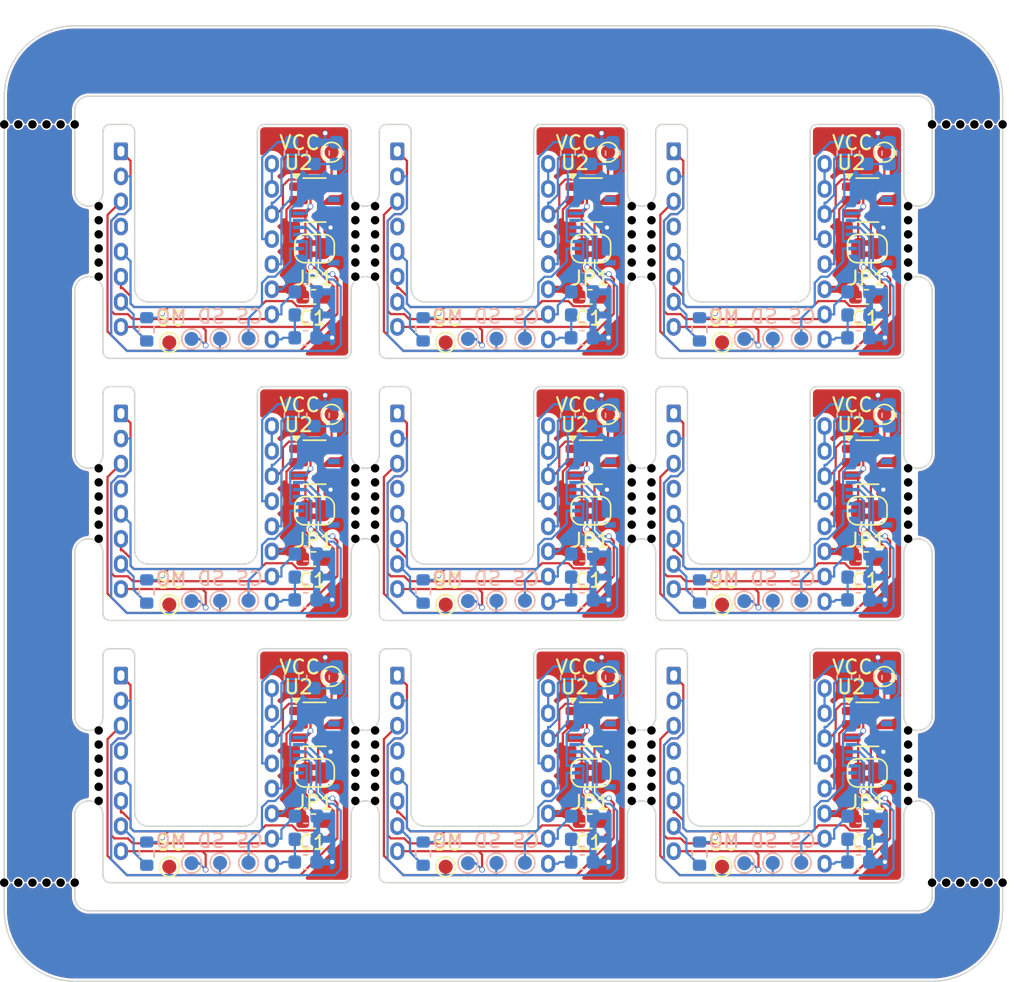
<source format=kicad_pcb>
(kicad_pcb (version 20240108) (generator "pcbnew") (generator_version "8.0")
  (layers (0 "F.Cu" signal) (31 "B.Cu" signal) (34 "B.Paste" user) (35 "F.Paste" user) (36 "B.SilkS" user "B.Silkscreen") (37 "F.SilkS" user "F.Silkscreen") (38 "B.Mask" user) (39 "F.Mask" user) (44 "Edge.Cuts" user))
  (net 0 "")
  (net 1 "Board_0-GND")
  (net 2 "Board_0-MOTION")
  (net 3 "Board_0-NCS")
  (net 4 "Board_0-Net-(U1-+VCSEL)")
  (net 5 "Board_0-Net-(U1--VCSEL)")
  (net 6 "Board_0-Net-(U1-CN)")
  (net 7 "Board_0-Net-(U1-CP)")
  (net 8 "Board_0-Net-(U1-NRESET)")
  (net 9 "Board_0-Net-(U1-VCP)")
  (net 10 "Board_0-SCLK")
  (net 11 "Board_0-SDIO")
  (net 12 "Board_0-VCC_1.8V")
  (net 13 "Board_0-VCC_3.3_or_1.8V")
  (net 14 "Board_0-unconnected-(U1-NC-Pad4)")
  (net 15 "Board_0-unconnected-(U2-NC-Pad4)")
  (net 16 "Board_1-GND")
  (net 17 "Board_1-MOTION")
  (net 18 "Board_1-NCS")
  (net 19 "Board_1-Net-(U1-+VCSEL)")
  (net 20 "Board_1-Net-(U1--VCSEL)")
  (net 21 "Board_1-Net-(U1-CN)")
  (net 22 "Board_1-Net-(U1-CP)")
  (net 23 "Board_1-Net-(U1-NRESET)")
  (net 24 "Board_1-Net-(U1-VCP)")
  (net 25 "Board_1-SCLK")
  (net 26 "Board_1-SDIO")
  (net 27 "Board_1-VCC_1.8V")
  (net 28 "Board_1-VCC_3.3_or_1.8V")
  (net 29 "Board_1-unconnected-(U1-NC-Pad4)")
  (net 30 "Board_1-unconnected-(U2-NC-Pad4)")
  (net 31 "Board_2-GND")
  (net 32 "Board_2-MOTION")
  (net 33 "Board_2-NCS")
  (net 34 "Board_2-Net-(U1-+VCSEL)")
  (net 35 "Board_2-Net-(U1--VCSEL)")
  (net 36 "Board_2-Net-(U1-CN)")
  (net 37 "Board_2-Net-(U1-CP)")
  (net 38 "Board_2-Net-(U1-NRESET)")
  (net 39 "Board_2-Net-(U1-VCP)")
  (net 40 "Board_2-SCLK")
  (net 41 "Board_2-SDIO")
  (net 42 "Board_2-VCC_1.8V")
  (net 43 "Board_2-VCC_3.3_or_1.8V")
  (net 44 "Board_2-unconnected-(U1-NC-Pad4)")
  (net 45 "Board_2-unconnected-(U2-NC-Pad4)")
  (net 46 "Board_3-GND")
  (net 47 "Board_3-MOTION")
  (net 48 "Board_3-NCS")
  (net 49 "Board_3-Net-(U1-+VCSEL)")
  (net 50 "Board_3-Net-(U1--VCSEL)")
  (net 51 "Board_3-Net-(U1-CN)")
  (net 52 "Board_3-Net-(U1-CP)")
  (net 53 "Board_3-Net-(U1-NRESET)")
  (net 54 "Board_3-Net-(U1-VCP)")
  (net 55 "Board_3-SCLK")
  (net 56 "Board_3-SDIO")
  (net 57 "Board_3-VCC_1.8V")
  (net 58 "Board_3-VCC_3.3_or_1.8V")
  (net 59 "Board_3-unconnected-(U1-NC-Pad4)")
  (net 60 "Board_3-unconnected-(U2-NC-Pad4)")
  (net 61 "Board_4-GND")
  (net 62 "Board_4-MOTION")
  (net 63 "Board_4-NCS")
  (net 64 "Board_4-Net-(U1-+VCSEL)")
  (net 65 "Board_4-Net-(U1--VCSEL)")
  (net 66 "Board_4-Net-(U1-CN)")
  (net 67 "Board_4-Net-(U1-CP)")
  (net 68 "Board_4-Net-(U1-NRESET)")
  (net 69 "Board_4-Net-(U1-VCP)")
  (net 70 "Board_4-SCLK")
  (net 71 "Board_4-SDIO")
  (net 72 "Board_4-VCC_1.8V")
  (net 73 "Board_4-VCC_3.3_or_1.8V")
  (net 74 "Board_4-unconnected-(U1-NC-Pad4)")
  (net 75 "Board_4-unconnected-(U2-NC-Pad4)")
  (net 76 "Board_5-GND")
  (net 77 "Board_5-MOTION")
  (net 78 "Board_5-NCS")
  (net 79 "Board_5-Net-(U1-+VCSEL)")
  (net 80 "Board_5-Net-(U1--VCSEL)")
  (net 81 "Board_5-Net-(U1-CN)")
  (net 82 "Board_5-Net-(U1-CP)")
  (net 83 "Board_5-Net-(U1-NRESET)")
  (net 84 "Board_5-Net-(U1-VCP)")
  (net 85 "Board_5-SCLK")
  (net 86 "Board_5-SDIO")
  (net 87 "Board_5-VCC_1.8V")
  (net 88 "Board_5-VCC_3.3_or_1.8V")
  (net 89 "Board_5-unconnected-(U1-NC-Pad4)")
  (net 90 "Board_5-unconnected-(U2-NC-Pad4)")
  (net 91 "Board_6-GND")
  (net 92 "Board_6-MOTION")
  (net 93 "Board_6-NCS")
  (net 94 "Board_6-Net-(U1-+VCSEL)")
  (net 95 "Board_6-Net-(U1--VCSEL)")
  (net 96 "Board_6-Net-(U1-CN)")
  (net 97 "Board_6-Net-(U1-CP)")
  (net 98 "Board_6-Net-(U1-NRESET)")
  (net 99 "Board_6-Net-(U1-VCP)")
  (net 100 "Board_6-SCLK")
  (net 101 "Board_6-SDIO")
  (net 102 "Board_6-VCC_1.8V")
  (net 103 "Board_6-VCC_3.3_or_1.8V")
  (net 104 "Board_6-unconnected-(U1-NC-Pad4)")
  (net 105 "Board_6-unconnected-(U2-NC-Pad4)")
  (net 106 "Board_7-GND")
  (net 107 "Board_7-MOTION")
  (net 108 "Board_7-NCS")
  (net 109 "Board_7-Net-(U1-+VCSEL)")
  (net 110 "Board_7-Net-(U1--VCSEL)")
  (net 111 "Board_7-Net-(U1-CN)")
  (net 112 "Board_7-Net-(U1-CP)")
  (net 113 "Board_7-Net-(U1-NRESET)")
  (net 114 "Board_7-Net-(U1-VCP)")
  (net 115 "Board_7-SCLK")
  (net 116 "Board_7-SDIO")
  (net 117 "Board_7-VCC_1.8V")
  (net 118 "Board_7-VCC_3.3_or_1.8V")
  (net 119 "Board_7-unconnected-(U1-NC-Pad4)")
  (net 120 "Board_7-unconnected-(U2-NC-Pad4)")
  (net 121 "Board_8-GND")
  (net 122 "Board_8-MOTION")
  (net 123 "Board_8-NCS")
  (net 124 "Board_8-Net-(U1-+VCSEL)")
  (net 125 "Board_8-Net-(U1--VCSEL)")
  (net 126 "Board_8-Net-(U1-CN)")
  (net 127 "Board_8-Net-(U1-CP)")
  (net 128 "Board_8-Net-(U1-NRESET)")
  (net 129 "Board_8-Net-(U1-VCP)")
  (net 130 "Board_8-SCLK")
  (net 131 "Board_8-SDIO")
  (net 132 "Board_8-VCC_1.8V")
  (net 133 "Board_8-VCC_3.3_or_1.8V")
  (net 134 "Board_8-unconnected-(U1-NC-Pad4)")
  (net 135 "Board_8-unconnected-(U2-NC-Pad4)")
  (footprint "TestPoint:TestPoint_Pad_D1.0mm" (layer "F.Cu") (at 225.506617 79.670941)
    (property "Reference" "J4" (hide yes))
    (property "Value" "Conn_01x01_Pin" (hide yes))
  )
  (footprint "NPTH" (layer "F.Cu") (at 238.699987 52.39998)
    (property "Reference" "KiKit_MB_12_3" (hide yes))
    (property "Value" "NPTH" (hide yes))
  )
  (footprint "TestPoint:TestPoint_Pad_D1.0mm" (layer "F.Cu") (at 186.306635 79.670941)
    (property "Reference" "J4" (hide yes))
    (property "Value" "Conn_01x01_Pin" (hide yes))
  )
  (footprint "NPTH" (layer "F.Cu") (at 177.600014 27)
    (property "Reference" "KiKit_MB_19_5" (hide yes))
    (property "Value" "NPTH" (hide yes))
  )
  (footprint "NPTH" (layer "F.Cu") (at 241.399987 80.799961)
    (property "Reference" "KiKit_MB_22_3" (hide yes))
    (property "Value" "NPTH" (hide yes))
  )
  (footprint "NPTH" (layer "F.Cu") (at 240.399987 80.799961)
    (property "Reference" "KiKit_MB_22_2" (hide yes))
    (property "Value" "NPTH" (hide yes))
  )
  (footprint "NPTH" (layer "F.Cu") (at 240.399987 27)
    (property "Reference" "KiKit_MB_21_2" (hide yes))
    (property "Value" "NPTH" (hide yes))
  )
  (footprint "NPTH" (layer "F.Cu") (at 199.500005 74.999967)
    (property "Reference" "KiKit_MB_14_7" (hide yes))
    (property "Value" "NPTH" (hide yes))
  )
  (footprint "0_pmw3610-breakout:PMW3610DM-SUDU 16Pin" (layer "F.Cu") (at 188.226635 53.675954 90)
    (property "Reference" "U1" (hide yes))
    (property "Value" "PMW3610")
  )
  (footprint "Package_TO_SOT_SMD:SOT-23-5" (layer "F.Cu") (at 196.606635 69.568441)
    (property "Reference" "U2")
    (property "Value" "TLV70018_SOT23-5" (hide yes))
  )
  (footprint "NPTH" (layer "F.Cu") (at 199.500005 69.999967)
    (property "Reference" "KiKit_MB_14_2" (hide yes))
    (property "Value" "NPTH" (hide yes))
  )
  (footprint "NPTH" (layer "F.Cu") (at 175.600014 80.799961)
    (property "Reference" "KiKit_MB_20_3" (hide yes))
    (property "Value" "NPTH" (hide yes))
  )
  (footprint "TestPoint:TestPoint_Pad_D1.0mm" (layer "F.Cu") (at 217.416626 66.170941)
    (property "Reference" "J3" (hide yes))
    (property "Value" "Conn_01x01_Pin" (hide yes))
  )
  (footprint "Package_TO_SOT_SMD:SOT-23-5" (layer "F.Cu") (at 216.206626 69.568441)
    (property "Reference" "U2")
    (property "Value" "TLV70018_SOT23-5" (hide yes))
  )
  (footprint "NPTH" (layer "F.Cu") (at 181.300014 53.39998)
    (property "Reference" "KiKit_MB_7_5" (hide yes))
    (property "Value" "NPTH" (hide yes))
  )
  (footprint "NPTH" (layer "F.Cu") (at 181.300014 32.799994)
    (property "Reference" "KiKit_MB_1_7" (hide yes))
    (property "Value" "NPTH" (hide yes))
  )
  (footprint "NPTH" (layer "F.Cu") (at 220.499996 69.999967)
    (property "Reference" "KiKit_MB_17_7" (hide yes))
    (property "Value" "NPTH" (hide yes))
  )
  (footprint "NPTH" (layer "F.Cu") (at 199.500005 73.999967)
    (property "Reference" "KiKit_MB_14_6" (hide yes))
    (property "Value" "NPTH" (hide yes))
  )
  (footprint "NPTH" (layer "F.Cu") (at 242.399987 80.799961)
    (property "Reference" "KiKit_MB_22_4" (hide yes))
    (property "Value" "NPTH" (hide yes))
  )
  (footprint "TestPoint:TestPoint_Pad_D1.0mm" (layer "F.Cu") (at 205.906626 61.070954)
    (property "Reference" "J4" (hide yes))
    (property "Value" "Conn_01x01_Pin" (hide yes))
  )
  (footprint "Capacitor_SMD:C_0603_1608Metric" (layer "F.Cu") (at 216.141626 39.240967 180)
    (property "Reference" "C1")
    (property "Value" "100nF")
  )
  (footprint "NPTH" (layer "F.Cu") (at 181.300014 56.39998)
    (property "Reference" "KiKit_MB_7_2" (hide yes))
    (property "Value" "NPTH" (hide yes))
  )
  (footprint "Package_TO_SOT_SMD:SOT-23-5" (layer "F.Cu") (at 216.206626 32.368467)
    (property "Reference" "U2")
    (property "Value" "TLV70018_SOT23-5" (hide yes))
  )
  (footprint "NPTH" (layer "F.Cu") (at 200.900005 69.999967)
    (property "Reference" "KiKit_MB_15_7" (hide yes))
    (property "Value" "NPTH" (hide yes))
  )
  (footprint "NPTH" (layer "F.Cu") (at 238.699987 56.39998)
    (property "Reference" "KiKit_MB_12_7" (hide yes))
    (property "Value" "NPTH" (hide yes))
  )
  (footprint "NPTH" (layer "F.Cu") (at 220.499996 33.799994)
    (property "Reference" "KiKit_MB_5_6" (hide yes))
    (property "Value" "NPTH" (hide yes))
  )
  (footprint "NPTH" (layer "F.Cu") (at 178.600014 27)
    (property "Reference" "KiKit_MB_19_6" (hide yes))
    (property "Value" "NPTH" (hide yes))
  )
  (footprint "NPTH" (layer "F.Cu") (at 174.600014 80.799961)
    (property "Reference" "KiKit_MB_20_2" (hide yes))
    (property "Value" "NPTH" (hide yes))
  )
  (footprint "TestPoint:TestPoint_Pad_D1.0mm" (layer "F.Cu") (at 237.016617 66.170941)
    (property "Reference" "J3" (hide yes))
    (property "Value" "Conn_01x01_Pin" (hide yes))
  )
  (footprint "NPTH" (layer "F.Cu") (at 220.499996 36.799993)
    (property "Reference" "KiKit_MB_5_3" (hide yes))
    (property "Value" "NPTH" (hide yes))
  )
  (footprint "NPTH" (layer "F.Cu") (at 244.399987 80.799961)
    (property "Reference" "KiKit_MB_22_6" (hide yes))
    (property "Value" "NPTH" (hide yes))
  )
  (footprint "NPTH" (layer "F.Cu") (at 245.399987 80.799961)
    (property "Reference" "KiKit_MB_22_7" (hide yes))
    (property "Value" "NPTH" (hide yes))
  )
  (footprint "NPTH" (layer "F.Cu") (at 219.099996 33.799994)
    (property "Reference" "KiKit_MB_4_3" (hide yes))
    (property "Value" "NPTH" (hide yes))
  )
  (footprint "NPTH" (layer "F.Cu") (at 220.499996 71.999967)
    (property "Reference" "KiKit_MB_17_5" (hide yes))
    (property "Value" "NPTH" (hide yes))
  )
  (footprint "NPTH" (layer "F.Cu") (at 238.699987 32.799994)
    (property "Reference" "KiKit_MB_6_2" (hide yes))
    (property "Value" "NPTH" (hide yes))
  )
  (footprint "NPTH" (layer "F.Cu") (at 220.499996 34.799994)
    (property "Reference" "KiKit_MB_5_5" (hide yes))
    (property "Value" "NPTH" (hide yes))
  )
  (footprint "NPTH" (layer "F.Cu") (at 220.499996 56.39998)
    (property "Reference" "KiKit_MB_11_2" (hide yes))
    (property "Value" "NPTH" (hide yes))
  )
  (footprint "NPTH" (layer "F.Cu") (at 199.500005 32.799994)
    (property "Reference" "KiKit_MB_2_2" (hide yes))
    (property "Value" "NPTH" (hide yes))
  )
  (footprint "NPTH" (layer "F.Cu") (at 219.099996 34.799994)
    (property "Reference" "KiKit_MB_4_4" (hide yes))
    (property "Value" "NPTH" (hide yes))
  )
  (footprint "NPTH" (layer "F.Cu") (at 181.300014 52.39998)
    (property "Reference" "KiKit_MB_7_6" (hide yes))
    (property "Value" "NPTH" (hide yes))
  )
  (footprint "NPTH" (layer "F.Cu") (at 220.499996 73.999967)
    (property "Reference" "KiKit_MB_17_3" (hide yes))
    (property "Value" "NPTH" (hide yes))
  )
  (footprint "NPTH" (layer "F.Cu") (at 200.900005 37.799993)
    (property "Reference" "KiKit_MB_3_2" (hide yes))
    (property "Value" "NPTH" (hide yes))
  )
  (footprint "NPTH" (layer "F.Cu") (at 219.099996 73.999967)
    (property "Reference" "KiKit_MB_16_6" (hide yes))
    (property "Value" "NPTH" (hide yes))
  )
  (footprint "NPTH" (layer "F.Cu") (at 238.699987 37.799993)
    (property "Reference" "KiKit_MB_6_7" (hide yes))
    (property "Value" "NPTH" (hide yes))
  )
  (footprint "NPTH" (layer "F.Cu") (at 199.500005 33.799994)
    (property "Reference" "KiKit_MB_2_3" (hide yes))
    (property "Value" "NPTH" (hide yes))
  )
  (footprint "NPTH" (layer "F.Cu") (at 200.900005 74.999967)
    (property "Reference" "KiKit_MB_15_2" (hide yes))
    (property "Value" "NPTH" (hide yes))
  )
  (footprint "NPTH" (layer "F.Cu") (at 238.699987 71.999967)
    (property "Reference" "KiKit_MB_18_4" (hide yes))
    (property "Value" "NPTH" (hide yes))
  )
  (footprint "NPTH" (layer "F.Cu") (at 238.699987 33.799994)
    (property "Reference" "KiKit_MB_6_3" (hide yes))
    (property "Value" "NPTH" (hide yes))
  )
  (footprint "Jumper:SolderJumper-2_P1.3mm_Bridged2Bar_RoundedPad1.0x1.5mm" (layer "F.Cu") (at 235.806617 73.010941)
    (property "Reference" "JP1")
    (property "Value" "Jumper_2_Bridged" (hide yes))
  )
  (footprint "NPTH" (layer "F.Cu") (at 181.300014 36.799993)
    (property "Reference" "KiKit_MB_1_3" (hide yes))
    (property "Value" "NPTH" (hide yes))
  )
  (footprint "Jumper:SolderJumper-2_P1.3mm_Bridged2Bar_RoundedPad1.0x1.5mm" (layer "F.Cu") (at 235.806617 35.810967)
    (property "Reference" "JP1")
    (property "Value" "Jumper_2_Bridged" (hide yes))
  )
  (footprint "NPTH" (layer "F.Cu") (at 200.900005 36.799993)
    (property "Reference" "KiKit_MB_3_3" (hide yes))
    (property "Value" "NPTH" (hide yes))
  )
  (footprint "0_pmw3610-breakout:PMW3610DM-SUDU 16Pin" (layer "F.Cu") (at 207.826626 35.075967 90)
    (property "Reference" "U1" (hide yes))
    (property "Value" "PMW3610")
  )
  (footprint "NPTH" (layer "F.Cu") (at 199.500005 54.39998)
    (property "Reference" "KiKit_MB_8_5" (hide yes))
    (property "Value" "NPTH" (hide yes))
  )
  (footprint "Capacitor_SMD:C_0603_1608Metric" (layer "F.Cu") (at 216.141626 76.440941 180)
    (property "Reference" "C1")
    (property "Value" "100nF")
  )
  (footprint "TestPoint:TestPoint_Pad_D1.0mm" (layer "F.Cu") (at 225.506617 61.070954)
    (property "Reference" "J4" (hide yes))
    (property "Value" "Conn_01x01_Pin" (hide yes))
  )
  (footprint "TestPoint:TestPoint_Pad_D1.0mm" (layer "F.Cu") (at 217.416626 28.970967)
    (property "Reference" "J3" (hide yes))
    (property "Value" "Conn_01x01_Pin" (hide yes))
  )
  (footprint "NPTH" (layer "F.Cu") (at 238.699987 69.999967)
    (property "Reference" "KiKit_MB_18_2" (hide yes))
    (property "Value" "NPTH" (hide yes))
  )
  (footprint "0_pmw3610-breakout:PMW3610DM-SUDU 16Pin" (layer "F.Cu") (at 207.826626 53.675954 90)
    (property "Reference" "U1" (hide yes))
    (property "Value" "PMW3610")
  )
  (footprint "NPTH" (layer "F.Cu") (at 242.399987 27)
    (property "Reference" "KiKit_MB_21_4" (hide yes))
    (property "Value" "NPTH" (hide yes))
  )
  (footprint "NPTH" (layer "F.Cu") (at 238.699987 54.39998)
    (property "Reference" "KiKit_MB_12_5" (hide yes))
    (property "Value" "NPTH" (hide yes))
  )
  (footprint "NPTH" (layer "F.Cu") (at 181.300014 70.999967)
    (property "Reference" "KiKit_MB_13_6" (hide yes))
    (property "Value" "NPTH" (hide yes))
  )
  (footprint "NPTH" (layer "F.Cu") (at 220.499996 55.39998)
    (property "Reference" "KiKit_MB_11_3" (hide yes))
    (property "Value" "NPTH" (hide yes))
  )
  (footprint "NPTH" (layer "F.Cu") (at 219.099996 54.39998)
    (property "Reference" "KiKit_MB_10_5" (hide yes))
    (property "Value" "NPTH" (hide yes))
  )
  (footprint "NPTH" (layer "F.Cu") (at 238.699987 35.799993)
    (property "Reference" "KiKit_MB_6_5" (hide yes))
    (property "Value" "NPTH" (hide yes))
  )
  (footprint "NPTH" (layer "F.Cu") (at 219.099996 36.799993)
    (property "Reference" "KiKit_MB_4_6" (hide yes))
    (property "Value" "NPTH" (hide yes))
  )
  (footprint "NPTH" (layer "F.Cu") (at 200.900005 52.39998)
    (property "Reference" "KiKit_MB_9_6" (hide yes))
    (property "Value" "NPTH" (hide yes))
  )
  (footprint "NPTH" (layer "F.Cu") (at 199.500005 56.39998)
    (property "Reference" "KiKit_MB_8_7" (hide yes))
    (property "Value" "NPTH" (hide yes))
  )
  (footprint "Capacitor_SMD:C_0603_1608Metric" (layer "F.Cu") (at 235.741617 57.840954 180)
    (property "Reference" "C1")
    (property "Value" "100nF")
  )
  (footprint "NPTH" (layer "F.Cu") (at 181.300014 74.999967)
    (property "Reference" "KiKit_MB_13_2" (hide yes))
    (property "Value" "NPTH" (hide yes))
  )
  (footprint "NPTH" (layer "F.Cu") (at 177.600014 80.799961)
    (property "Reference" "KiKit_MB_20_5" (hide yes))
    (property "Value" "NPTH" (hide yes))
  )
  (footprint "NPTH" (layer "F.Cu") (at 200.900005 54.39998)
    (property "Reference" "KiKit_MB_9_4" (hide yes))
    (property "Value" "NPTH" (hide yes))
  )
  (footprint "TestPoint:TestPoint_Pad_D1.0mm" (layer "F.Cu") (at 237.016617 28.970967)
    (property "Reference" "J3" (hide yes))
    (property "Value" "Conn_01x01_Pin" (hide yes))
  )
  (footprint "Capacitor_SMD:C_0603_1608Metric" (layer "F.Cu") (at 196.541635 57.840954 180)
    (property "Reference" "C1")
    (property "Value" "100nF")
  )
  (footprint "Jumper:SolderJumper-2_P1.3mm_Bridged2Bar_RoundedPad1.0x1.5mm" (layer "F.Cu") (at 196.606635 73.010941)
    (property "Reference" "JP1")
    (property "Value" "Jumper_2_Bridged" (hide yes))
  )
  (footprint "Capacitor_SMD:C_0603_1608Metric" (layer "F.Cu") (at 235.741617 39.240967 180)
    (property "Reference" "C1")
    (property "Value" "100nF")
  )
  (footprint "NPTH" (layer "F.Cu") (at 181.300014 33.799994)
    (property "Reference" "KiKit_MB_1_6" (hide yes))
    (property "Value" "NPTH" (hide yes))
  )
  (footprint "NPTH" (layer "F.Cu") (at 219.099996 70.999967)
    (property "Reference" "KiKit_MB_16_3" (hide yes))
    (property "Value" "NPTH" (hide yes))
  )
  (footprint "NPTH" (layer "F.Cu") (at 219.099996 71.999967)
    (property "Reference" "KiKit_MB_16_4" (hide yes))
    (property "Value" "NPTH" (hide yes))
  )
  (footprint "NPTH" (layer "F.Cu") (at 219.099996 51.39998)
    (property "Reference" "KiKit_MB_10_2" (hide yes))
    (property "Value" "NPTH" (hide yes))
  )
  (footprint "TestPoint:TestPoint_Pad_D1.0mm" (layer "F.Cu") (at 197.816635 28.970967)
    (property "Reference" "J3" (hide yes))
    (property "Value" "Conn_01x01_Pin" (hide yes))
  )
  (footprint "TestPoint:TestPoint_Pad_D1.0mm" (layer "F.Cu") (at 197.816635 47.570954)
    (property "Reference" "J3" (hide yes))
    (property "Value" "Conn_01x01_Pin" (hide yes))
  )
  (footprint "TestPoint:TestPoint_Pad_D1.0mm" (layer "F.Cu") (at 186.306635 61.070954)
    (property "Reference" "J4" (hide yes))
    (property "Value" "Conn_01x01_Pin" (hide yes))
  )
  (footprint "NPTH" (layer "F.Cu") (at 179.600014 80.799961)
    (property "Reference" "KiKit_MB_20_7" (hide yes))
    (property "Value" "NPTH" (hide yes))
  )
  (footprint "NPTH" (layer "F.Cu") (at 179.600014 27)
    (property "Reference" "KiKit_MB_19_7" (hide yes))
    (property "Value" "NPTH" (hide yes))
  )
  (footprint "NPTH" (layer "F.Cu") (at 181.300014 34.799994)
    (property "Reference" "KiKit_MB_1_5" (hide yes))
    (property "Value" "NPTH" (hide yes))
  )
  (footprint "NPTH" (layer "F.Cu") (at 220.499996 37.799993)
    (property "Reference" "KiKit_MB_5_2" (hide yes))
    (property "Value" "NPTH" (hide yes))
  )
  (footprint "NPTH" (layer "F.Cu") (at 219.099996 74.999967)
    (property "Reference" "KiKit_MB_16_7" (hide yes))
    (property "Value" "NPTH" (hide yes))
  )
  (footprint "NPTH" (layer "F.Cu") (at 174.600014 27)
    (property "Reference" "KiKit_MB_19_2" (hide yes))
    (property "Value" "NPTH" (hide yes))
  )
  (footprint "NPTH" (layer "F.Cu") (at 219.099996 37.799993)
    (property "Reference" "KiKit_MB_4_7" (hide yes))
    (property "Value" "NPTH" (hide yes))
  )
  (footprint "NPTH" (layer "F.Cu") (at 181.300014 37.799993)
    (property "Reference" "KiKit_MB_1_2" (hide yes))
    (property "Value" "NPTH" (hide yes))
  )
  (footprint "NPTH" (layer "F.Cu") (at 199.500005 71.999967)
    (property "Reference" "KiKit_MB_14_4" (hide yes))
    (property "Value" "NPTH" (hide yes))
  )
  (footprint "0_pmw3610-breakout:PMW3610DM-SUDU 16Pin" (layer "F.Cu") (at 227.426617 35.075967 90)
    (property "Reference" "U1" (hide yes))
    (property "Value" "PMW3610")
  )
  (footprint "NPTH" (layer "F.Cu") (at 219.099996 56.39998)
    (property "Reference" "KiKit_MB_10_7" (hide yes))
    (property "Value" "NPTH" (hide yes))
  )
  (footprint "NPTH" (layer "F.Cu") (at 245.399987 27)
    (property "Reference" "KiKit_MB_21_7" (hide yes))
    (property "Value" "NPTH" (hide yes))
  )
  (footprint "NPTH" (layer "F.Cu") (at 220.499996 70.999967)
    (property "Reference" "KiKit_MB_17_6" (hide yes))
    (property "Value" "NPTH" (hide yes))
  )
  (footprint "0_pmw3610-breakout:PMW3610DM-SUDU 16Pin" (layer "F.Cu") (at 207.826626 72.275941 90)
    (property "Reference" "U1" (hide yes))
    (property "Value" "PMW3610")
  )
  (footprint "NPTH" (layer "F.Cu") (at 181.300014 51.39998)
    (property "Reference" "KiKit_MB_7_7" (hide yes))
    (property "Value" "NPTH" (hide yes))
  )
  (footprint "NPTH" (layer "F.Cu") (at 199.500005 70.999967)
    (property "Reference" "KiKit_MB_14_3" (hide yes))
    (property "Value" "NPTH" (hide yes))
  )
  (footprint "0_pmw3610-breakout:PMW3610DM-SUDU 16Pin" (layer "F.Cu") (at 227.426617 53.675954 90)
    (property "Reference" "U1" (hide yes))
    (property "Value" "PMW3610")
  )
  (footprint "NPTH" (layer "F.Cu") (at 200.900005 56.39998)
    (property "Reference" "KiKit_MB_9_2" (hide yes))
    (property "Value" "NPTH" (hide yes))
  )
  (footprint "NPTH" (layer "F.Cu") (at 176.600014 27)
    (property "Reference" "KiKit_MB_19_4" (hide yes))
    (property "Value" "NPTH" (hide yes))
  )
  (footprint "Jumper:SolderJumper-2_P1.3mm_Bridged2Bar_RoundedPad1.0x1.5mm" (layer "F.Cu") (at 216.206626 73.010941)
    (property "Reference" "JP1")
    (property "Value" "Jumper_2_Bridged" (hide yes))
  )
  (footprint "NPTH" (layer "F.Cu") (at 241.399987 27)
    (property "Reference" "KiKit_MB_21_3" (hide yes))
    (property "Value" "NPTH" (hide yes))
  )
  (footprint "NPTH" (layer "F.Cu") (at 181.300014 69.999967)
    (property "Reference" "KiKit_MB_13_7" (hide yes))
    (property "Value" "NPTH" (hide yes))
  )
  (footprint "NPTH" (layer "F.Cu") (at 219.099996 35.799993)
    (property "Reference" "KiKit_MB_4_5" (hide yes))
    (property "Value" "NPTH" (hide yes))
  )
  (footprint "Package_TO_SOT_SMD:SOT-23-5" (layer "F.Cu") (at 235.806617 69.568441)
    (property "Reference" "U2")
    (property "Value" "TLV70018_SOT23-5" (hide yes))
  )
  (footprint "0_pmw3610-breakout:PMW3610DM-SUDU 16Pin" (layer "F.Cu") (at 227.426617 72.275941 90)
    (property "Reference" "U1" (hide yes))
    (property "Value" "PMW3610")
  )
  (footprint "NPTH" (layer "F.Cu") (at 200.900005 55.39998)
    (property "Reference" "KiKit_MB_9_3" (hide yes))
    (property "Value" "NPTH" (hide yes))
  )
  (footprint "NPTH" (layer "F.Cu") (at 199.500005 34.799994)
    (property "Reference" "KiKit_MB_2_4" (hide yes))
    (property "Value" "NPTH" (hide yes))
  )
  (footprint "NPTH" (layer "F.Cu") (at 220.499996 53.39998)
    (property "Reference" "KiKit_MB_11_5" (hide yes))
    (property "Value" "NPTH" (hide yes))
  )
  (footprint "NPTH" (layer "F.Cu") (at 181.300014 55.39998)
    (property "Reference" "KiKit_MB_7_3" (hide yes))
    (property "Value" "NPTH" (hide yes))
  )
  (footprint "NPTH" (layer "F.Cu") (at 238.699987 53.39998)
    (property "Reference" "KiKit_MB_12_4" (hide yes))
    (property "Value" "NPTH" (hide yes))
  )
  (footprint "NPTH" (layer "F.Cu") (at 243.399987 80.799961)
    (property "Reference" "KiKit_MB_22_5" (hide yes))
    (property "Value" "NPTH" (hide yes))
  )
  (footprint "NPTH" (layer "F.Cu") (at 244.399987 27)
    (property "Reference" "KiKit_MB_21_6" (hide yes))
    (property "Value" "NPTH" (hide yes))
  )
  (footprint "NPTH" (layer "F.Cu") (at 219.099996 69.999967)
    (property "Reference" "KiKit_MB_16_2" (hide yes))
    (property "Value" "NPTH" (hide yes))
  )
  (footprint "NPTH" (layer "F.Cu") (at 199.500005 72.999967)
    (property "Reference" "KiKit_MB_14_5" (hide yes))
    (property "Value" "NPTH" (hide yes))
  )
  (footprint "NPTH" (layer "F.Cu") (at 219.099996 53.39998)
    (property "Reference" "KiKit_MB_10_4" (hide yes))
    (property "Value" "NPTH" (hide yes))
  )
  (footprint "NPTH" (layer "F.Cu") (at 181.300014 35.799993)
    (property "Reference" "KiKit_MB_1_4" (hide yes))
    (property "Value" "NPTH" (hide yes))
  )
  (footprint "NPTH" (layer "F.Cu") (at 200.900005 72.999967)
    (property "Reference" "KiKit_MB_15_4" (hide yes))
    (property "Value" "NPTH" (hide yes))
  )
  (footprint "Package_TO_SOT_SMD:SOT-23-5" (layer "F.Cu") (at 216.206626 50.968454)
    (property "Reference" "U2")
    (property "Value" "TLV70018_SOT23-5" (hide yes))
  )
  (footprint "NPTH" (layer "F.Cu") (at 199.500005 53.39998)
    (property "Reference" "KiKit_MB_8_4" (hide yes))
    (property "Value" "NPTH" (hide yes))
  )
  (footprint "Capacitor_SMD:C_0603_1608Metric" (layer "F.Cu") (at 235.741617 76.440941 180)
    (property "Reference" "C1")
    (property "Value" "100nF")
  )
  (footprint "TestPoint:TestPoint_Pad_D1.0mm" (layer "F.Cu") (at 237.016617 47.570954)
    (property "Reference" "J3" (hide yes))
    (property "Value" "Conn_01x01_Pin" (hide yes))
  )
  (footprint "NPTH" (layer "F.Cu") (at 238.699987 55.39998)
    (property "Reference" "KiKit_MB_12_6" (hide yes))
    (property "Value" "NPTH" (hide yes))
  )
  (footprint "NPTH" (layer "F.Cu") (at 175.600014 27)
    (property "Reference" "KiKit_MB_19_3" (hide yes))
    (property "Value" "NPTH" (hide yes))
  )
  (footprint "NPTH" (layer "F.Cu") (at 200.900005 32.799994)
    (property "Reference" "KiKit_MB_3_7" (hide yes))
    (property "Value" "NPTH" (hide yes))
  )
  (footprint "Jumper:SolderJumper-2_P1.3mm_Bridged2Bar_RoundedPad1.0x1.5mm" (layer "F.Cu") (at 216.206626 54.410954)
    (property "Reference" "JP1")
    (property "Value" "Jumper_2_Bridged" (hide yes))
  )
  (footprint "NPTH" (layer "F.Cu") (at 238.699987 51.39998)
    (property "Reference" "KiKit_MB_12_2" (hide yes))
    (property "Value" "NPTH" (hide yes))
  )
  (footprint "TestPoint:TestPoint_Pad_D1.0mm" (layer "F.Cu") (at 217.416626 47.570954)
    (property "Reference" "J3" (hide yes))
    (property "Value" "Conn_01x01_Pin" (hide yes))
  )
  (footprint "NPTH" (layer "F.Cu") (at 181.300014 72.999967)
    (property "Reference" "KiKit_MB_13_4" (hide yes))
    (property "Value" "NPTH" (hide yes))
  )
  (footprint "NPTH" (layer "F.Cu") (at 238.699987 74.999967)
    (property "Reference" "KiKit_MB_18_7" (hide yes))
    (property "Value" "NPTH" (hide yes))
  )
  (footprint "NPTH" (layer "F.Cu") (at 200.900005 34.799994)
    (property "Reference" "KiKit_MB_3_5" (hide yes))
    (property "Value" "NPTH" (hide yes))
  )
  (footprint "NPTH" (layer "F.Cu") (at 243.399987 27)
    (property "Reference" "KiKit_MB_21_5" (hide yes))
    (property "Value" "NPTH" (hide yes))
  )
  (footprint "NPTH" (layer "F.Cu") (at 199.500005 51.39998)
    (property "Reference" "KiKit_MB_8_2" (hide yes))
    (property "Value" "NPTH" (hide yes))
  )
  (footprint "Package_TO_SOT_SMD:SOT-23-5" (layer "F.Cu") (at 196.606635 32.368467)
    (property "Reference" "U2")
    (property "Value" "TLV70018_SOT23-5" (hide yes))
  )
  (footprint "NPTH" (layer "F.Cu") (at 220.499996 54.39998)
    (property "Reference" "KiKit_MB_11_4" (hide yes))
    (property "Value" "NPTH" (hide yes))
  )
  (footprint "NPTH" (layer "F.Cu") (at 200.900005 53.39998)
    (property "Reference" "KiKit_MB_9_5" (hide yes))
    (property "Value" "NPTH" (hide yes))
  )
  (footprint "NPTH" (layer "F.Cu") (at 220.499996 72.999967)
    (property "Reference" "KiKit_MB_17_4" (hide yes))
    (property "Value" "NPTH" (hide yes))
  )
  (footprint "NPTH" (layer "F.Cu") (at 181.300014 73.999967)
    (property "Reference" "KiKit_MB_13_3" (hide yes))
    (property "Value" "NPTH" (hide yes))
  )
  (footprint "NPTH" (layer "F.Cu") (at 200.900005 70.999967)
    (property "Reference" "KiKit_MB_15_6" (hide yes))
    (property "Value" "NPTH" (hide yes))
  )
  (footprint "NPTH" (layer "F.Cu") (at 220.499996 51.39998)
    (property "Reference" "KiKit_MB_11_7" (hide yes))
    (property "Value" "NPTH" (hide yes))
  )
  (footprint "NPTH" (layer "F.Cu") (at 200.900005 73.999967)
    (property "Reference" "KiKit_MB_15_3" (hide yes))
    (property "Value" "NPTH" (hide yes))
  )
  (footprint "TestPoint:TestPoint_Pad_D1.0mm" (layer "F.Cu") (at 205.906626 79.670941)
    (property "Reference" "J4" (hide yes))
    (property "Value" "Conn_01x01_Pin" (hide yes))
  )
  (footprint "TestPoint:TestPoint_Pad_D1.0mm" (layer "F.Cu") (at 186.306635 42.470967)
    (property "Reference" "J4" (hide yes))
    (property "Value" "Conn_01x01_Pin" (hide yes))
  )
  (footprint "NPTH" (layer "F.Cu") (at 219.099996 32.799994)
    (property "Reference" "KiKit_MB_4_2" (hide yes))
    (property "Value" "NPTH" (hide yes))
  )
  (footprint "NPTH" (layer "F.Cu") (at 200.900005 35.799993)
    (property "Reference" "KiKit_MB_3_4" (hide yes))
    (property "Value" "NPTH" (hide yes))
  )
  (footprint "Jumper:SolderJumper-2_P1.3mm_Bridged2Bar_RoundedPad1.0x1.5mm" (layer "F.Cu") (at 235.806617 54.410954)
    (property "Reference" "JP1")
    (property "Value" "Jumper_2_Bridged" (hide yes))
  )
  (footprint "NPTH" (layer "F.Cu") (at 199.500005 36.799993)
    (property "Reference" "KiKit_MB_2_6" (hide yes))
    (property "Value" "NPTH" (hide yes))
  )
  (footprint "TestPoint:TestPoint_Pad_D1.0mm" (layer "F.Cu") (at 197.816635 66.170941)
    (property "Reference" "J3" (hide yes))
    (property "Value" "Conn_01x01_Pin" (hide yes))
  )
  (footprint "Capacitor_SMD:C_0603_1608Metric" (layer "F.Cu") (at 196.541635 76.440941 180)
    (property "Reference" "C1")
    (property "Value" "100nF")
  )
  (footprint "0_pmw3610-breakout:PMW3610DM-SUDU 16Pin" (layer "F.Cu") (at 188.226635 35.075967 90)
    (property "Reference" "U1" (hide yes))
    (property "Value" "PMW3610")
  )
  (footprint "NPTH" (layer "F.Cu") (at 199.500005 55.39998)
    (property "Reference" "KiKit_MB_8_6" (hide yes))
    (property "Value" "NPTH" (hide yes))
  )
  (footprint "NPTH" (layer "F.Cu") (at 238.699987 36.799993)
    (property "Reference" "KiKit_MB_6_6" (hide yes))
    (property "Value" "NPTH" (hide yes))
  )
  (footprint "NPTH" (layer "F.Cu") (at 176.600014 80.799961)
    (property "Reference" "KiKit_MB_20_4" (hide yes))
    (property "Value" "NPTH" (hide yes))
  )
  (footprint "Package_TO_SOT_SMD:SOT-23-5" (layer "F.Cu") (at 235.806617 50.968454)
    (property "Reference" "U2")
    (property "Value" "TLV70018_SOT23-5" (hide yes))
  )
  (footprint "NPTH" (layer "F.Cu") (at 181.300014 54.39998)
    (property "Reference" "KiKit_MB_7_4" (hide yes))
    (property "Value" "NPTH" (hide yes))
  )
  (footprint "NPTH" (layer "F.Cu") (at 199.500005 35.799993)
    (property "Reference" "KiKit_MB_2_5" (hide yes))
    (property "Value" "NPTH" (hide yes))
  )
  (footprint "NPTH" (layer "F.Cu") (at 220.499996 32.799994)
    (property "Reference" "KiKit_MB_5_7" (hide yes))
    (property "Value" "NPTH" (hide yes))
  )
  (footprint "Jumper:SolderJumper-2_P1.3mm_Bridged2Bar_RoundedPad1.0x1.5mm" (layer "F.Cu") (at 216.206626 35.810967)
    (property "Reference" "JP1")
    (property "Value" "Jumper_2_Bridged" (hide yes))
  )
  (footprint "NPTH" (layer "F.Cu") (at 200.900005 51.39998)
    (property "Reference" "KiKit_MB_9_7" (hide yes))
    (property "Value" "NPTH" (hide yes))
  )
  (footprint "NPTH" (layer "F.Cu") (at 220.499996 35.799993)
    (property "Reference" "KiKit_MB_5_4" (hide yes))
    (property "Value" "NPTH" (hide yes))
  )
  (footprint "Package_TO_SOT_SMD:SOT-23-5" (layer "F.Cu") (at 196.606635 50.968454)
    (property "Reference" "U2")
    (property "Value" "TLV70018_SOT23-5" (hide yes))
  )
  (footprint "NPTH" (layer "F.Cu") (at 238.699987 73.999967)
    (property "Reference" "KiKit_MB_18_6" (hide yes))
    (property "Value" "NPTH" (hide yes))
  )
  (footprint "Package_TO_SOT_SMD:SOT-23-5" (layer "F.Cu") (at 235.806617 32.368467)
    (property "Reference" "U2")
    (property "Value" "TLV70018_SOT23-5" (hide yes))
  )
  (footprint "NPTH" (layer "F.Cu") (at 238.699987 70.999967)
    (property "Reference" "KiKit_MB_18_3" (hide yes))
    (property "Value" "NPTH" (hide yes))
  )
  (footprint "NPTH" (layer "F.Cu") (at 238.699987 34.799994)
    (property "Reference" "KiKit_MB_6_4" (hide yes))
    (property "Value" "NPTH" (hide yes))
  )
  (footprint "NPTH" (layer "F.Cu") (at 181.300014 71.999967)
    (property "Reference" "KiKit_MB_13_5" (hide yes))
    (property "Value" "NPTH" (hide yes))
  )
  (footprint "NPTH" (layer "F.Cu") (at 220.499996 74.999967)
    (property "Reference" "KiKit_MB_17_2" (hide yes))
    (property "Value" "NPTH" (hide yes))
  )
  (footprint "NPTH" (layer "F.Cu") (at 200.900005 33.799994)
    (property "Reference" "KiKit_MB_3_6" (hide yes))
    (property "Value" "NPTH" (hide yes))
  )
  (footprint "NPTH" (layer "F.Cu") (at 178.600014 80.799961)
    (property "Reference" "KiKit_MB_20_6" (hide yes))
    (property "Value" "NPTH" (hide yes))
  )
  (footprint "Jumper:SolderJumper-2_P1.3mm_Bridged2Bar_RoundedPad1.0x1.5mm" (layer "F.Cu") (at 196.606635 35.810967)
    (property "Reference" "JP1")
    (property "Value" "Jumper_2_Bridged" (hide yes))
  )
  (footprint "NPTH" (layer "F.Cu") (at 199.500005 52.39998)
    (property "Reference" "KiKit_MB_8_3" (hide yes))
    (property "Value" "NPTH" (hide yes))
  )
  (footprint "TestPoint:TestPoint_Pad_D1.0mm" (layer "F.Cu") (at 205.906626 42.470967)
    (property "Reference" "J4" (hide yes))
    (property "Value" "Conn_01x01_Pin" (hide yes))
  )
  (footprint "0_pmw3610-breakout:PMW3610DM-SUDU 16Pin" (layer "F.Cu") (at 188.226635 72.275941 90)
    (property "Reference" "U1" (hide yes))
    (property "Value" "PMW3610")
  )
  (footprint "Jumper:SolderJumper-2_P1.3mm_Bridged2Bar_RoundedPad1.0x1.5mm" (layer "F.Cu") (at 196.606635 54.410954)
    (property "Reference" "JP1")
    (property "Value" "Jumper_2_Bridged" (hide yes))
  )
  (footprint "Capacitor_SMD:C_0603_1608Metric" (layer "F.Cu") (at 196.541635 39.240967 180)
    (property "Reference" "C1")
    (property "Value" "100nF")
  )
  (footprint "NPTH" (layer "F.Cu") (at 219.099996 72.999967)
    (property "Reference" "KiKit_MB_16_5" (hide yes))
    (property "Value" "NPTH" (hide yes))
  )
  (footprint "NPTH" (layer "F.Cu") (at 220.499996 52.39998)
    (property "Reference" "KiKit_MB_11_6" (hide yes))
    (property "Value" "NPTH" (hide yes))
  )
  (footprint "NPTH" (layer "F.Cu") (at 199.500005 37.799993)
    (property "Reference" "KiKit_MB_2_7" (hide yes))
    (property "Value" "NPTH" (hide yes))
  )
  (footprint "NPTH" (layer "F.Cu") (at 219.099996 55.39998)
    (property "Reference" "KiKit_MB_10_6" (hide yes))
    (property "Value" "NPTH" (hide yes))
  )
  (footprint "NPTH" (layer "F.Cu") (at 200.900005 71.999967)
    (property "Reference" "KiKit_MB_15_5" (hide yes))
    (property "Value" "NPTH" (hide yes))
  )
  (footprint "Capacitor_SMD:C_0603_1608Metric" (layer "F.Cu") (at 216.141626 57.840954 180)
    (property "Reference" "C1")
    (property "Value" "100nF")
  )
  (footprint "NPTH" (layer "F.Cu") (at 238.699987 72.999967)
    (property "Reference" "KiKit_MB_18_5" (hide yes))
    (property "Value" "NPTH" (hide yes))
  )
  (footprint "TestPoint:TestPoint_Pad_D1.0mm" (layer "F.Cu") (at 225.506617 42.470967)
    (property "Reference" "J4" (hide yes))
    (property "Value" "Conn_01x01_Pin" (hide yes))
  )
  (footprint "NPTH" (layer "F.Cu") (at 219.099996 52.39998)
    (property "Reference" "KiKit_MB_10_3" (hide yes))
    (property "Value" "NPTH" (hide yes))
  )
  (footprint "TestPoint:TestPoint_Pad_D1.0mm" (layer "B.Cu") (at 207.486626 79.420941 180)
    (property "Reference" "J6" (hide yes))
    (property "Value" "Conn_01x01_Pin" (hide yes))
  )
  (footprint "TestPoint:TestPoint_Pad_D1.0mm" (layer "B.Cu") (at 191.926635 60.790954 180)
    (property "Reference" "J7" (hide yes))
    (property "Value" "Conn_01x01_Pin" (hide yes))
  )
  (footprint "Capacitor_SMD:C_0603_1608Metric" (layer "B.Cu") (at 196.566635 29.030967 90)
    (property "Reference" "C8" (hide yes))
    (property "Value" "100nF")
  )
  (footprint "Capacitor_SMD:C_0603_1608Metric" (layer "B.Cu") (at 215.586626 38.880967)
    (property "Reference" "C6" (hide yes))
    (property "Value" "10nF")
  )
  (footprint "Capacitor_SMD:C_0603_1608Metric" (layer "B.Cu") (at 234.176617 29.030967 90)
    (property "Reference" "C5" (hide yes))
    (property "Value" "100nF X7R")
  )
  (footprint "Capacitor_SMD:C_0603_1608Metric" (layer "B.Cu") (at 216.166626 66.230941 90)
    (property "Reference" "C8" (hide yes))
    (property "Value" "100nF")
  )
  (footprint "TestPoint:TestPoint_Pad_D1.0mm" (layer "B.Cu") (at 231.126617 42.190967 180)
    (property "Reference" "J7" (hide yes))
    (property "Value" "Conn_01x01_Pin" (hide yes))
  )
  (footprint "Resistor_SMD:R_0603_1608Metric" (layer "B.Cu") (at 204.306626 60.140954 90)
    (property "Reference" "R1" (hide yes))
    (property "Value" "51kΩ")
  )
  (footprint "Capacitor_SMD:C_0603_1608Metric" (layer "B.Cu") (at 235.176617 42.140967)
    (property "Reference" "C4" (hide yes))
    (property "Value" "10nF X7R")
  )
  (footprint "TestPoint:TestPoint_Pad_D1.0mm" (layer "B.Cu") (at 227.086617 60.820954 180)
    (property "Reference" "J6" (hide yes))
    (property "Value" "Conn_01x01_Pin" (hide yes))
  )
  (footprint "Capacitor_SMD:C_0603_1608Metric" (layer "B.Cu") (at 195.976635 60.740954)
    (property "Reference" "C4" (hide yes))
    (property "Value" "10nF X7R")
  )
  (footprint "TestPoint:TestPoint_Pad_D1.0mm" (layer "B.Cu") (at 211.526626 42.190967 180)
    (property "Reference" "J7" (hide yes))
    (property "Value" "Conn_01x01_Pin" (hide yes))
  )
  (footprint "Capacitor_SMD:C_0603_1608Metric" (layer "B.Cu") (at 237.356617 66.240941 90)
    (property "Reference" "C7" (hide yes))
    (property "Value" "10uF")
  )
  (footprint "0_pmw3610-breakout:JUSHUO-AFH34-S06FIA-1H" (layer "B.Cu") (at 234.666617 53.160954 -90)
    (property "Reference" "J1" (hide yes))
    (property "Value" "Conn_01x06_Pin" (hide yes))
  )
  (footprint "0_pmw3610-breakout:JUSHUO-AFH34-S06FIA-1H" (layer "B.Cu") (at 195.466635 53.160954 -90)
    (property "Reference" "J1" (hide yes))
    (property "Value" "Conn_01x06_Pin" (hide yes))
  )
  (footprint "TestPoint:TestPoint_Pad_D1.0mm" (layer "B.Cu") (at 191.926635 79.390941 180)
    (property "Reference" "J7" (hide yes))
    (property "Value" "Conn_01x01_Pin" (hide yes))
  )
  (footprint "Capacitor_SMD:C_0603_1608Metric" (layer "B.Cu") (at 217.756626 29.040967 90)
    (property "Reference" "C7" (hide yes))
    (property "Value" "10uF")
  )
  (footprint "Capacitor_SMD:C_0603_1608Metric" (layer "B.Cu") (at 235.186617 38.880967)
    (property "Reference" "C6" (hide yes))
    (property "Value" "10nF")
  )
  (footprint "Capacitor_SMD:C_0603_1608Metric" (layer "B.Cu") (at 215.576626 60.740954)
    (property "Reference" "C4" (hide yes))
    (property "Value" "10nF X7R")
  )
  (footprint "Capacitor_SMD:C_0603_1608Metric" (layer "B.Cu") (at 194.976635 47.630954 90)
    (property "Reference" "C5" (hide yes))
    (property "Value" "100nF X7R")
  )
  (footprint "Capacitor_SMD:C_0603_1608Metric" (layer "B.Cu") (at 235.176617 79.340941)
    (property "Reference" "C4" (hide yes))
    (property "Value" "10nF X7R")
  )
  (footprint "Capacitor_SMD:C_0603_1608Metric" (layer "B.Cu") (at 195.976635 42.140967)
    (property "Reference" "C4" (hide yes))
    (property "Value" "10nF X7R")
  )
  (footprint "Capacitor_SMD:C_0603_1608Metric" (layer "B.Cu") (at 235.186617 40.520967)
    (property "Reference" "C3" (hide yes))
    (property "Value" "10uF X7R")
  )
  (footprint "TestPoint:TestPoint_Pad_D1.0mm" (layer "B.Cu") (at 189.906635 79.400941 180)
    (property "Reference" "J5" (hide yes))
    (property "Value" "Conn_01x01_Pin" (hide yes))
  )
  (footprint "Capacitor_SMD:C_0603_1608Metric" (layer "B.Cu") (at 235.766617 47.630954 90)
    (property "Reference" "C8" (hide yes))
    (property "Value" "100nF")
  )
  (footprint "Capacitor_SMD:C_0603_1608Metric" (layer "B.Cu") (at 198.156635 29.040967 90)
    (property "Reference" "C7" (hide yes))
    (property "Value" "10uF")
  )
  (footprint "0_pmw3610-breakout:JUSHUO-AFH34-S06FIA-1H" (layer "B.Cu") (at 234.666617 34.560967 -90)
    (property "Reference" "J1" (hide yes))
    (property "Value" "Conn_01x06_Pin" (hide yes))
  )
  (footprint "TestPoint:TestPoint_Pad_D1.0mm" (layer "B.Cu") (at 229.106617 79.400941 180)
    (property "Reference" "J5" (hide yes))
    (property "Value" "Conn_01x01_Pin" (hide yes))
  )
  (footprint "Resistor_SMD:R_0603_1608Metric" (layer "B.Cu") (at 184.706635 78.740941 90)
    (property "Reference" "R1" (hide yes))
    (property "Value" "51kΩ")
  )
  (footprint "TestPoint:TestPoint_Pad_D1.0mm" (layer "B.Cu") (at 191.926635 42.190967 180)
    (property "Reference" "J7" (hide yes))
    (property "Value" "Conn_01x01_Pin" (hide yes))
  )
  (footprint "0_pmw3610-breakout:JUSHUO-AFH34-S06FIA-1H" (layer "B.Cu") (at 195.466635 71.760941 -90)
    (property "Reference" "J1" (hide yes))
    (property "Value" "Conn_01x06_Pin" (hide yes))
  )
  (footprint "Capacitor_SMD:C_0603_1608Metric" (layer "B.Cu") (at 195.986635 57.480954)
    (property "Reference" "C6" (hide yes))
    (property "Value" "10nF")
  )
  (footprint "Capacitor_SMD:C_0603_1608Metric" (layer "B.Cu") (at 195.986635 40.520967)
    (property "Reference" "C3" (hide yes))
    (property "Value" "10uF X7R")
  )
  (footprint "TestPoint:TestPoint_Pad_D1.0mm" (layer "B.Cu") (at 187.886635 42.220967 180)
    (property "Reference" "J6" (hide yes))
    (property "Value" "Conn_01x01_Pin" (hide yes))
  )
  (footprint "Resistor_SMD:R_0603_1608Metric" (layer "B.Cu") (at 223.906617 60.140954 90)
    (property "Reference" "R1" (hide yes))
    (property "Value" "51kΩ")
  )
  (footprint "Capacitor_SMD:C_0603_1608Metric" (layer "B.Cu") (at 235.176617 60.740954)
    (property "Reference" "C4" (hide yes))
    (property "Value" "10nF X7R")
  )
  (footprint "TestPoint:TestPoint_Pad_D1.0mm" (layer "B.Cu") (at 189.906635 42.200967 180)
    (property "Reference" "J5" (hide yes))
    (property "Value" "Conn_01x01_Pin" (hide yes))
  )
  (footprint "Capacitor_SMD:C_0603_1608Metric" (layer "B.Cu") (at 235.766617 66.230941 90)
    (property "Reference" "C8" (hide yes))
    (property "Value" "100nF")
  )
  (footprint "Capacitor_SMD:C_0603_1608Metric" (layer "B.Cu") (at 194.976635 66.230941 90)
    (property "Reference" "C5" (hide yes))
    (property "Value" "100nF X7R")
  )
  (footprint "0_pmw3610-breakout:JUSHUO-AFH34-S06FIA-1H" (layer "B.Cu") (at 215.066626 34.560967 -90)
    (property "Reference" "J1" (hide yes))
    (property "Value" "Conn_01x06_Pin" (hide yes))
  )
  (footprint "TestPoint:TestPoint_Pad_D1.0mm" (layer "B.Cu") (at 207.486626 60.820954 180)
    (property "Reference" "J6" (hide yes))
    (property "Value" "Conn_01x01_Pin" (hide yes))
  )
  (footprint "Resistor_SMD:R_0603_1608Metric" (layer "B.Cu") (at 184.706635 41.540967 90)
    (property "Reference" "R1" (hide yes))
    (property "Value" "51kΩ")
  )
  (footprint "Capacitor_SMD:C_0603_1608Metric" (layer "B.Cu") (at 217.756626 47.640954 90)
    (property "Reference" "C7" (hide yes))
    (property "Value" "10uF")
  )
  (footprint "Capacitor_SMD:C_0603_1608Metric" (layer "B.Cu") (at 196.566635 47.630954 90)
    (property "Reference" "C8" (hide yes))
    (property "Value" "100nF")
  )
  (footprint "TestPoint:TestPoint_Pad_D1.0mm" (layer "B.Cu") (at 231.126617 79.390941 180)
    (property "Reference" "J7" (hide yes))
    (property "Value" "Conn_01x01_Pin" (hide yes))
  )
  (footprint "Capacitor_SMD:C_0603_1608Metric" (layer "B.Cu") (at 215.586626 57.480954)
    (property "Reference" "C6" (hide yes))
    (property "Value" "10nF")
  )
  (footprint "Capacitor_SMD:C_0603_1608Metric" (layer "B.Cu") (at 237.356617 29.040967 90)
    (property "Reference" "C7" (hide yes))
    (property "Value" "10uF")
  )
  (footprint "TestPoint:TestPoint_Pad_D1.0mm" (layer "B.Cu") (at 211.526626 60.790954 180)
    (property "Reference" "J7" (hide yes))
    (property "Value" "Conn_01x01_Pin" (hide yes))
  )
  (footprint "TestPoint:TestPoint_Pad_D1.0mm" (layer "B.Cu") (at 187.886635 79.420941 180)
    (property "Reference" "J6" (hide yes))
    (property "Value" "Conn_01x01_Pin" (hide yes))
  )
  (footprint "Capacitor_SMD:C_0603_1608Metric" (layer "B.Cu") (at 195.986635 77.720941)
    (property "Reference" "C3" (hide yes))
    (property "Value" "10uF X7R")
  )
  (footprint "TestPoint:TestPoint_Pad_D1.0mm" (layer "B.Cu") (at 227.086617 42.220967 180)
    (property "Reference" "J6" (hide yes))
    (property "Value" "Conn_01x01_Pin" (hide yes))
  )
  (footprint "Capacitor_SMD:C_0603_1608Metric" (layer "B.Cu") (at 234.176617 47.630954 90)
    (property "Reference" "C5" (hide yes))
    (property "Value" "100nF X7R")
  )
  (footprint "0_pmw3610-breakout:JUSHUO-AFH34-S06FIA-1H" (layer "B.Cu") (at 215.066626 71.760941 -90)
    (property "Reference" "J1" (hide yes))
    (property "Value" "Conn_01x06_Pin" (hide yes))
  )
  (footprint "Capacitor_SMD:C_0603_1608Metric" (layer "B.Cu") (at 214.576626 66.230941 90)
    (property "Reference" "C5" (hide yes))
    (property "Value" "100nF X7R")
  )
  (footprint "Resistor_SMD:R_0603_1608Metric" (layer "B.Cu") (at 204.306626 41.540967 90)
    (property "Reference" "R1" (hide yes))
    (property "Value" "51kΩ")
  )
  (footprint "TestPoint:TestPoint_Pad_D1.0mm" (layer "B.Cu") (at 187.886635 60.820954 180)
    (property "Reference" "J6" (hide yes))
    (property "Value" "Conn_01x01_Pin" (hide yes))
  )
  (footprint "Capacitor_SMD:C_0603_1608Metric" (layer "B.Cu") (at 235.186617 76.080941)
    (property "Reference" "C6" (hide yes))
    (property "Value" "10nF")
  )
  (footprint "Capacitor_SMD:C_0603_1608Metric" (layer "B.Cu") (at 195.986635 59.120954)
    (property "Reference" "C3" (hide yes))
    (property "Value" "10uF X7R")
  )
  (footprint "Capacitor_SMD:C_0603_1608Metric" (layer "B.Cu") (at 215.576626 79.340941)
    (property "Reference" "C4" (hide yes))
    (property "Value" "10nF X7R")
  )
  (footprint "Capacitor_SMD:C_0603_1608Metric" (layer "B.Cu") (at 216.166626 29.030967 90)
    (property "Reference" "C8" (hide yes))
    (property "Value" "100nF")
  )
  (footprint "TestPoint:TestPoint_Pad_D1.0mm" (layer "B.Cu") (at 209.506626 60.800954 180)
    (property "Reference" "J5" (hide yes))
    (property "Value" "Conn_01x01_Pin" (hide yes))
  )
  (footprint "Capacitor_SMD:C_0603_1608Metric" (layer "B.Cu") (at 215.576626 42.140967)
    (property "Reference" "C4" (hide yes))
    (property "Value" "10nF X7R")
  )
  (footprint "Resistor_SMD:R_0603_1608Metric" (layer "B.Cu") (at 223.906617 78.740941 90)
    (property "Reference" "R1" (hide yes))
    (property "Value" "51kΩ")
  )
  (footprint "Capacitor_SMD:C_0603_1608Metric" (layer "B.Cu") (at 195.976635 79.340941)
    (property "Reference" "C4" (hide yes))
    (property "Value" "10nF X7R")
  )
  (footprint "Capacitor_SMD:C_0603_1608Metric" (layer "B.Cu") (at 214.576626 29.030967 90)
    (property "Reference" "C5" (hide yes))
    (property "Value" "100nF X7R")
  )
  (footprint "Capacitor_SMD:C_0603_1608Metric" (layer "B.Cu") (at 195.986635 76.080941)
    (property "Reference" "C6" (hide yes))
    (property "Value" "10nF")
  )
  (footprint "TestPoint:TestPoint_Pad_D1.0mm" (layer "B.Cu") (at 231.126617 60.790954 180)
    (property "Reference" "J7" (hide yes))
    (property "Value" "Conn_01x01_Pin" (hide yes))
  )
  (footprint "Capacitor_SMD:C_0603_1608Metric" (layer "B.Cu") (at 235.766617 29.030967 90)
    (property "Reference" "C8" (hide yes))
    (property "Value" "100nF")
  )
  (footprint "Capacitor_SMD:C_0603_1608Metric" (layer "B.Cu") (at 215.586626 40.520967)
    (property "Reference" "C3" (hide yes))
    (property "Value" "10uF X7R")
  )
  (footprint "0_pmw3610-breakout:JUSHUO-AFH34-S06FIA-1H" (layer "B.Cu") (at 234.666617 71.760941 -90)
    (property "Reference" "J1" (hide yes))
    (property "Value" "Conn_01x06_Pin" (hide yes))
  )
  (footprint "Capacitor_SMD:C_0603_1608Metric" (layer "B.Cu") (at 194.976635 29.030967 90)
    (property "Reference" "C5" (hide yes))
    (property "Value" "100nF X7R")
  )
  (footprint "Capacitor_SMD:C_0603_1608Metric" (layer "B.Cu") (at 215.586626 59.120954)
    (property "Reference" "C3" (hide yes))
    (property "Value" "10uF X7R")
  )
  (footprint "Capacitor_SMD:C_0603_1608Metric" (layer "B.Cu") (at 235.186617 59.120954)
    (property "Reference" "C3" (hide yes))
    (property "Value" "10uF X7R")
  )
  (footprint "Resistor_SMD:R_0603_1608Metric" (layer "B.Cu") (at 204.306626 78.740941 90)
    (property "Reference" "R1" (hide yes))
    (property "Value" "51kΩ")
  )
  (footprint "Capacitor_SMD:C_0603_1608Metric" (layer "B.Cu") (at 235.186617 77.720941)
    (property "Reference" "C3" (hide yes))
    (property "Value" "10uF X7R")
  )
  (footprint "Resistor_SMD:R_0603_1608Metric" (layer "B.Cu") (at 223.906617 41.540967 90)
    (property "Reference" "R1" (hide yes))
    (property "Value" "51kΩ")
  )
  (footprint "Capacitor_SMD:C_0603_1608Metric" (layer "B.Cu") (at 214.576626 47.630954 90)
    (property "Reference" "C5" (hide yes))
    (property "Value" "100nF X7R")
  )
  (footprint "Capacitor_SMD:C_0603_1608Metric" (layer "B.Cu") (at 215.586626 77.720941)
    (property "Reference" "C3" (hide yes))
    (property "Value" "10uF X7R")
  )
  (footprint "Capacitor_SMD:C_0603_1608Metric" (layer "B.Cu") (at 195.986635 38.880967)
    (property "Reference" "C6" (hide yes))
    (property "Value" "10nF")
  )
  (footprint "Capacitor_SMD:C_0603_1608Metric" (layer "B.Cu") (at 215.586626 76.080941)
    (property "Reference" "C6" (hide yes))
    (property "Value" "10nF")
  )
  (footprint "Capacitor_SMD:C_0603_1608Metric" (layer "B.Cu") (at 234.176617 66.230941 90)
    (property "Reference" "C5" (hide yes))
    (property "Value" "100nF X7R")
  )
  (footprint "TestPoint:TestPoint_Pad_D1.0mm" (layer "B.Cu") (at 189.906635 60.800954 180)
    (property "Reference" "J5" (hide yes))
    (property "Value" "Conn_01x01_Pin" (hide yes))
  )
  (footprint "TestPoint:TestPoint_Pad_D1.0mm" (layer "B.Cu") (at 207.486626 42.220967 180)
    (property "Reference" "J6" (hide yes))
    (property "Value" "Conn_01x01_Pin" (hide yes))
  )
  (footprint "TestPoint:TestPoint_Pad_D1.0mm" (layer "B.Cu") (at 227.086617 79.420941 180)
    (property "Reference" "J6" (hide yes))
    (property "Value" "Conn_01x01_Pin" (hide yes))
  )
  (footprint "Capacitor_SMD:C_0603_1608Metric" (layer "B.Cu") (at 198.156635 66.240941 90)
    (property "Reference" "C7" (hide yes))
    (property "Value" "10uF")
  )
  (footprint "TestPoint:TestPoint_Pad_D1.0mm" (layer "B.Cu") (at 209.506626 42.200967 180)
    (property "Reference" "J5" (hide yes))
    (property "Value" "Conn_01x01_Pin" (hide yes))
  )
  (footprint "Capacitor_SMD:C_0603_1608Metric" (layer "B.Cu") (at 198.156635 47.640954 90)
    (property "Reference" "C7" (hide yes))
    (property "Value" "10uF")
  )
  (footprint "TestPoint:TestPoint_Pad_D1.0mm" (layer "B.Cu") (at 229.106617 60.800954 180)
    (property "Reference" "J5" (hide yes))
    (property "Value" "Conn_01x01_Pin" (hide yes))
  )
  (footprint "TestPoint:TestPoint_Pad_D1.0mm" (layer "B.Cu") (at 211.526626 79.390941 180)
    (property "Reference" "J7" (hide yes))
    (property "Value" "Conn_01x01_Pin" (hide yes))
  )
  (footprint "Capacitor_SMD:C_0603_1608Metric" (layer "B.Cu") (at 217.756626 66.240941 90)
    (property "Reference" "C7" (hide yes))
    (property "Value" "10uF")
  )
  (footprint "Resistor_SMD:R_0603_1608Metric" (layer "B.Cu") (at 184.706635 60.140954 90)
    (property "Reference" "R1" (hide yes))
    (property "Value" "51kΩ")
  )
  (footprint "Capacitor_SMD:C_0603_1608Metric" (layer "B.Cu") (at 235.186617 57.480954)
    (property "Reference" "C6" (hide yes))
    (property "Value" "10nF")
  )
  (footprint "Capacitor_SMD:C_0603_1608Metric" (layer "B.Cu") (at 237.356617 47.640954 90)
    (property "Reference" "C7" (hide yes))
    (property "Value" "10uF")
  )
  (footprint "Capacitor_SMD:C_0603_1608Metric" (layer "B.Cu") (at 216.166626 47.630954 90)
    (property "Reference" "C8" (hide yes))
    (property "Value" "100nF")
  )
  (footprint "Capacitor_SMD:C_0603_1608Metric" (layer "B.Cu") (at 196.566635 66.230941 90)
    (property "Reference" "C8" (hide yes))
    (property "Value" "100nF")
  )
  (footprint "TestPoint:TestPoint_Pad_D1.0mm" (layer "B.Cu") (at 229.106617 42.200967 180)
    (property "Reference" "J5" (hide yes))
    (property "Value" "Conn_01x01_Pin" (hide yes))
  )
  (footprint "TestPoint:TestPoint_Pad_D1.0mm" (layer "B.Cu") (at 209.506626 79.400941 180)
    (property "Reference" "J5" (hide yes))
    (property "Value" "Conn_01x01_Pin" (hide yes))
  )
  (footprint "0_pmw3610-breakout:JUSHUO-AFH34-S06FIA-1H" (layer "B.Cu") (at 215.066626 53.160954 -90)
    (property "Reference" "J1" (hide yes))
    (property "Value" "Conn_01x06_Pin" (hide yes))
  )
  (footprint "0_pmw3610-breakout:JUSHUO-AFH34-S06FIA-1H" (layer "B.Cu") (at 195.466635 34.560967 -90)
    (property "Reference" "J1" (hide yes))
    (property "Value" "Conn_01x06_Pin" (hide yes))
  )
  (gr_line (start 181.612636 43.209859) (end 181.618571 43.23355) (stroke (width 0.1)) (layer "Edge.Cuts"))
  (gr_line (start 201.687521 64.200592) (end 201.659788 64.201967) (stroke (width 0.1)) (layer "Edge.Cuts"))
  (gr_line (start 183.637208 64.291307) (end 183.616769 64.277692) (stroke (width 0.1)) (layer "Edge.Cuts"))
  (gr_line (start 181.73958 64.353276) (end 181.73758 64.355382) (stroke (width 0.1)) (layer "Edge.Cuts"))
  (gr_line (start 182.112395 80.799961) (end 198.687623 80.799961) (stroke (width 0.1)) (layer "Edge.Cuts"))
  (gr_line (start 222.847184 45.698336) (end 222.83721 45.691334) (stroke (width 0.1)) (layer "Edge.Cuts"))
  (gr_line (start 218.616988 43.486515) (end 218.626267 43.478536) (stroke (width 0.1)) (layer "Edge.Cuts"))
  (gr_line (start 222.62383 27.005787) (end 222.611669 27.004272) (stroke (width 0.1)) (layer "Edge.Cuts"))
  (gr_line (start 220.894669 45.807834) (end 220.877411 45.833091) (stroke (width 0.1)) (layer "Edge.Cuts"))
  (gr_line (start 220.894669 27.207847) (end 220.877411 27.233104) (stroke (width 0.1)) (layer "Edge.Cuts"))
  (gr_line (start 231.305761 39.431164) (end 231.264335 39.457397) (stroke (width 0.1)) (layer "Edge.Cuts"))
  (gr_line (start 198.798035 64.209978) (end 198.78602 64.207881) (stroke (width 0.1)) (layer "Edge.Cuts"))
  (gr_line (start 218.662296 45.755704) (end 218.653641 45.746603) (stroke (width 0.1)) (layer "Edge.Cuts"))
  (gr_line (start 231.818224 64.448936) (end 231.803568 64.475551) (stroke (width 0.1)) (layer "Edge.Cuts"))
  (gr_line (start 223.016167 27.320185) (end 223.006798 27.29764) (stroke (width 0.1)) (layer "Edge.Cuts"))
  (gr_line (start 203.406797 45.897605) (end 203.40188 45.886539) (stroke (width 0.1)) (layer "Edge.Cuts"))
  (gr_line (start 178.160495 87.587644) (end 178.612657 87.700905) (stroke (width 0.1)) (layer "Edge.Cuts"))
  (gr_line (start 181.601993 27.459748) (end 181.60062 27.487575) (stroke (width 0.1)) (layer "Edge.Cuts"))
  (gr_line (start 184.215531 57.97337) (end 184.1784 57.941345) (stroke (width 0.1)) (layer "Edge.Cuts"))
  (gr_line (start 220.396099 56.596576) (end 220.434754 56.626743) (stroke (width 0.1)) (layer "Edge.Cuts"))
  (gr_line (start 201.20061 46.087586) (end 201.200005 46.112162) (stroke (width 0.1)) (layer "Edge.Cuts"))
  (gr_line (start 201.031642 69.555981) (end 201.003409 69.59607) (stroke (width 0.1)) (layer "Edge.Cuts"))
  (gr_line (start 238.091395 64.23834) (end 238.080093 64.233981) (stroke (width 0.1)) (layer "Edge.Cuts"))
  (gr_line (start 199.342134 56.885392) (end 199.368367 56.843966) (stroke (width 0.1)) (layer "Edge.Cuts"))
  (gr_line (start 181.746405 80.653379) (end 181.75552 80.662044) (stroke (width 0.1)) (layer "Edge.Cuts"))
  (gr_line (start 198.749476 62.197216) (end 198.76166 62.195703) (stroke (width 0.1)) (layer "Edge.Cuts"))
  (gr_line (start 240.380791 69.195862) (end 240.370047 69.243704) (stroke (width 0.1)) (layer "Edge.Cuts"))
  (gr_line (start 201.212632 27.390107) (end 201.209043 27.408129) (stroke (width 0.1)) (layer "Edge.Cuts"))
  (gr_line (start 192.726362 45.719398) (end 192.703578 45.739987) (stroke (width 0.1)) (layer "Edge.Cuts"))
  (gr_line (start 184.254189 58.003535) (end 184.215531 57.97337) (stroke (width 0.1)) (layer "Edge.Cuts"))
  (gr_line (start 181.718971 64.376091) (end 181.713107 64.383173) (stroke (width 0.1)) (layer "Edge.Cuts"))
  (gr_line (start 180.599026 51.39998) (end 180.549995 51.398776) (stroke (width 0.1)) (layer "Edge.Cuts"))
  (gr_line (start 203.023839 27.005787) (end 203.011678 27.004272) (stroke (width 0.1)) (layer "Edge.Cuts"))
  (gr_line (start 212.600456 45.602613) (end 212.59125 45.603588) (stroke (width 0.1)) (layer "Edge.Cuts"))
  (gr_line (start 219.850014 56.401184) (end 219.898915 56.404791) (stroke (width 0.1)) (layer "Edge.Cuts"))
  (gr_line (start 219.995891 69.980771) (end 219.947579 69.989154) (stroke (width 0.1)) (layer "Edge.Cuts"))
  (gr_line (start 203.469431 38.795499) (end 203.461047 38.747192) (stroke (width 0.1)) (layer "Edge.Cuts"))
  (gr_line (start 198.687623 64.199974) (end 193.062167 64.199974) (stroke (width 0.1)) (layer "Edge.Cuts"))
  (gr_line (start 240.323942 75.616666) (end 240.341589 75.662414) (stroke (width 0.1)) (layer "Edge.Cuts"))
  (gr_line (start 238.341023 27.264716) (end 238.335049 27.254129) (stroke (width 0.1)) (layer "Edge.Cuts"))
  (gr_line (start 181.677499 61.966843) (end 181.684007 61.977162) (stroke (width 0.1)) (layer "Edge.Cuts"))
  (gr_line (start 201.10409 75.57184) (end 201.12396 75.616666) (stroke (width 0.1)) (layer "Edge.Cuts"))
  (gr_line (start 199.528117 56.65877) (end 199.565246 56.626743) (stroke (width 0.1)) (layer "Edge.Cuts"))
  (gr_line (start 242.75685 87.209289) (end 242.767475 87.20327) (stroke (width 0.1)) (layer "Edge.Cuts"))
  (gr_line (start 218.287639 62.199973) (end 218.312333 62.199362) (stroke (width 0.1)) (layer "Edge.Cuts"))
  (gr_line (start 232.087432 27.02781) (end 232.070178 27.033998) (stroke (width 0.1)) (layer "Edge.Cuts"))
  (gr_line (start 240.902212 87.774083) (end 241.363298 87.705688) (stroke (width 0.1)) (layer "Edge.Cuts"))
  (gr_line (start 180.00391 56.596576) (end 180.043999 56.568342) (stroke (width 0.1)) (layer "Edge.Cuts"))
  (gr_line (start 231.22172 58.081569) (end 231.177926 58.103616) (stroke (width 0.1)) (layer "Edge.Cuts"))
  (gr_line (start 204.022062 39.503635) (end 203.978269 39.481589) (stroke (width 0.1)) (layer "Edge.Cuts"))
  (gr_line (start 192.538953 75.947119) (end 192.530571 75.995428) (stroke (width 0.1)) (layer "Edge.Cuts"))
  (gr_line (start 201.12396 38.416692) (end 201.141607 38.46244) (stroke (width 0.1)) (layer "Edge.Cuts"))
  (gr_line (start 238.971859 51.304065) (end 238.928061 51.282019) (stroke (width 0.1)) (layer "Edge.Cuts"))
  (gr_line (start 183.926304 57.583446) (end 183.908655 57.537698) (stroke (width 0.1)) (layer "Edge.Cuts"))
  (gr_line (start 181.482053 56.928055) (end 181.504099 56.971853) (stroke (width 0.1)) (layer "Edge.Cuts"))
  (gr_line (start 181.72101 27.173745) (end 181.718983 27.176103) (stroke (width 0.1)) (layer "Edge.Cuts"))
  (gr_line (start 199.276049 38.416692) (end 199.295919 38.371866) (stroke (width 0.1)) (layer "Edge.Cuts"))
  (gr_line (start 231.783816 45.920195) (end 231.779433 45.931514) (stroke (width 0.1)) (layer "Edge.Cuts"))
  (gr_line (start 199.19006 46.002013) (end 199.187393 45.990138) (stroke (width 0.1)) (layer "Edge.Cuts"))
  (gr_line (start 221.053776 64.265126) (end 221.027821 64.28107) (stroke (width 0.1)) (layer "Edge.Cuts"))
  (gr_line (start 222.806442 64.271183) (end 222.795893 64.265219) (stroke (width 0.1)) (layer "Edge.Cuts"))
  (gr_line (start 239.498906 75.004778) (end 239.54757 75.01078) (stroke (width 0.1)) (layer "Edge.Cuts"))
  (gr_line (start 219.800983 56.39998) (end 219.850014 56.401184) (stroke (width 0.1)) (layer "Edge.Cuts"))
  (gr_line (start 203.358638 27.212681) (end 203.351641 27.202735) (stroke (width 0.1)) (layer "Edge.Cuts"))
  (gr_line (start 192.691374 27.15185) (end 192.667789 27.178571) (stroke (width 0.1)) (layer "Edge.Cuts"))
  (gr_line (start 180.650032 51.398776) (end 180.601001 51.39998) (stroke (width 0.1)) (layer "Edge.Cuts"))
  (gr_line (start 179.826776 51.034739) (end 179.796609 50.996083) (stroke (width 0.1)) (layer "Edge.Cuts"))
  (gr_line (start 231.768465 45.966426) (end 231.765191 45.978173) (stroke (width 0.1)) (layer "Edge.Cuts"))
  (gr_line (start 199.862452 32.741595) (end 199.816704 32.723948) (stroke (width 0.1)) (layer "Edge.Cuts"))
  (gr_line (start 181.677499 43.366856) (end 181.684007 43.377175) (stroke (width 0.1)) (layer "Edge.Cuts"))
  (gr_line (start 239.99609 75.196563) (end 240.034745 75.22673) (stroke (width 0.1)) (layer "Edge.Cuts"))
  (gr_line (start 218.761809 27.308793) (end 218.756908 27.297699) (stroke (width 0.1)) (layer "Edge.Cuts"))
  (gr_line (start 212.203544 45.875629) (end 212.190884 45.90321) (stroke (width 0.1)) (layer "Edge.Cuts"))
  (gr_line (start 238.843972 69.831605) (end 238.803883 69.803371) (stroke (width 0.1)) (layer "Edge.Cuts"))
  (gr_line (start 203.461047 38.747192) (end 203.455043 38.698532) (stroke (width 0.1)) (layer "Edge.Cuts"))
  (gr_line (start 239.914575 82.657831) (end 239.871912 82.682) (stroke (width 0.1)) (layer "Edge.Cuts"))
  (gr_line (start 203.42441 64.543067) (end 203.420584 64.531547) (stroke (width 0.1)) (layer "Edge.Cuts"))
  (gr_line (start 192.991241 45.60359) (end 192.985257 45.604336) (stroke (width 0.1)) (layer "Edge.Cuts"))
  (gr_line (start 218.686836 62.016654) (end 218.694375 62.006961) (stroke (width 0.1)) (layer "Edge.Cuts"))
  (gr_line (start 231.738935 75.947119) (end 231.730553 75.995428) (stroke (width 0.1)) (layer "Edge.Cuts"))
  (gr_line (start 240.35697 25.709005) (end 240.370047 25.756262) (stroke (width 0.1)) (layer "Edge.Cuts"))
  (gr_line (start 180.601001 74.999967) (end 180.650032 75.001171) (stroke (width 0.1)) (layer "Edge.Cuts"))
  (gr_line (start 192.549765 27.512326) (end 192.549765 38.60109) (stroke (width 0.1)) (layer "Edge.Cuts"))
  (gr_line (start 199.200004 46.112157) (end 199.199399 46.087591) (stroke (width 0.1)) (layer "Edge.Cuts"))
  (gr_line (start 180.356276 25.029939) (end 180.404118 25.019195) (stroke (width 0.1)) (layer "Edge.Cuts"))
  (gr_line (start 221.137213 64.227778) (end 221.11991 64.233973) (stroke (width 0.1)) (layer "Edge.Cuts"))
  (gr_line (start 201.38305 43.486546) (end 201.392709 43.494058) (stroke (width 0.1)) (layer "Edge.Cuts"))
  (gr_line (start 219.799008 56.39998) (end 219.800983 56.39998) (stroke (width 0.1)) (layer "Edge.Cuts"))
  (gr_line (start 218.968358 50.955994) (end 218.942125 50.914568) (stroke (width 0.1)) (layer "Edge.Cuts"))
  (gr_line (start 220.7808 38.604098) (end 220.789183 38.652409) (stroke (width 0.1)) (layer "Edge.Cuts"))
  (gr_line (start 179.619209 81.995856) (end 179.610826 81.947544) (stroke (width 0.1)) (layer "Edge.Cuts"))
  (gr_line (start 199.771877 75.095882) (end 199.816704 75.076012) (stroke (width 0.1)) (layer "Edge.Cuts"))
  (gr_line (start 183.435968 45.607894) (end 183.423897 45.605781) (stroke (width 0.1)) (layer "Edge.Cuts"))
  (gr_line (start 238.346496 45.875613) (end 238.341046 45.864747) (stroke (width 0.1)) (layer "Edge.Cuts"))
  (gr_line (start 240.231624 69.555981) (end 240.203391 69.59607) (stroke (width 0.1)) (layer "Edge.Cuts"))
  (gr_line (start 212.431103 27.051169) (end 212.404189 27.065114) (stroke (width 0.1)) (layer "Edge.Cuts"))
  (gr_line (start 231.867747 27.178599) (end 231.859768 27.188337) (stroke (width 0.1)) (layer "Edge.Cuts"))
  (gr_line (start 199.016997 62.086502) (end 199.026276 62.078523) (stroke (width 0.1)) (layer "Edge.Cuts"))
  (gr_line (start 219.800983 74.999967) (end 219.850014 75.001171) (stroke (width 0.1)) (layer "Edge.Cuts"))
  (gr_line (start 220.821807 80.445289) (end 220.825608 80.456812) (stroke (width 0.1)) (layer "Edge.Cuts"))
  (gr_line (start 201.355529 43.462087) (end 201.373716 43.47852) (stroke (width 0.1)) (layer "Edge.Cuts"))
  (gr_line (start 201.200005 75.998979) (end 201.200005 80.28776) (stroke (width 0.1)) (layer "Edge.Cuts"))
  (gr_line (start 201.195194 69.098886) (end 201.189192 69.147551) (stroke (width 0.1)) (layer "Edge.Cuts"))
  (gr_line (start 184.142884 76.507523) (end 184.109071 76.472012) (stroke (width 0.1)) (layer "Edge.Cuts"))
  (gr_line (start 181.618577 43.233573) (end 181.621811 43.245268) (stroke (width 0.1)) (layer "Edge.Cuts"))
  (gr_line (start 238.335049 61.945844) (end 238.341023 61.935257) (stroke (width 0.1)) (layer "Edge.Cuts"))
  (gr_line (start 231.76248 27.390152) (end 231.757073 27.417073) (stroke (width 0.1)) (layer "Edge.Cuts"))
  (gr_line (start 238.033739 64.218646) (end 238.009986 64.212675) (stroke (width 0.1)) (layer "Edge.Cuts"))
  (gr_line (start 181.156028 56.568342) (end 181.196117 56.596576) (stroke (width 0.1)) (layer "Edge.Cuts"))
  (gr_line (start 181.403418 50.996083) (end 181.373251 51.034739) (stroke (width 0.1)) (layer "Edge.Cuts"))
  (gr_line (start 175.73521 85.971755) (end 175.743187 85.981002) (stroke (width 0.1)) (layer "Edge.Cuts"))
  (gr_line (start 211.393558 58.1696) (end 211.345719 58.180346) (stroke (width 0.1)) (layer "Edge.Cuts"))
  (gr_line (start 212.338937 45.708795) (end 212.333326 45.713327) (stroke (width 0.1)) (layer "Edge.Cuts"))
  (gr_line (start 192.575601 27.343116) (end 192.568489 27.366415) (stroke (width 0.1)) (layer "Edge.Cuts"))
  (gr_line (start 181.609962 80.397933) (end 181.61263 80.409809) (stroke (width 0.1)) (layer "Edge.Cuts"))
  (gr_line (start 198.833776 43.58131) (end 198.845473 43.578065) (stroke (width 0.1)) (layer "Edge.Cuts"))
  (gr_line (start 231.040803 58.15652) (end 230.993549 58.1696) (stroke (width 0.1)) (layer "Edge.Cuts"))
  (gr_line (start 183.842326 46.014017) (end 183.83753 45.990139) (stroke (width 0.1)) (layer "Edge.Cuts"))
  (gr_line (start 218.804806 75.901048) (end 218.810808 75.852383) (stroke (width 0.1)) (layer "Edge.Cuts"))
  (gr_line (start 203.451434 75.850149) (end 203.450228 75.801118) (stroke (width 0.1)) (layer "Edge.Cuts"))
  (gr_line (start 220.877372 64.433141) (end 220.8621 64.459449) (stroke (width 0.1)) (layer "Edge.Cuts"))
  (gr_line (start 220.801975 27.459748) (end 220.800602 27.487575) (stroke (width 0.1)) (layer "Edge.Cuts"))
  (gr_line (start 218.678781 45.773939) (end 218.662313 45.755723) (stroke (width 0.1)) (layer "Edge.Cuts"))
  (gr_line (start 220.756979 57.108986) (end 220.770056 57.156243) (stroke (width 0.1)) (layer "Edge.Cuts"))
  (gr_line (start 192.767858 45.687965) (end 192.73899 45.708762) (stroke (width 0.1)) (layer "Edge.Cuts"))
  (gr_line (start 201.20061 27.487599) (end 201.200005 27.512175) (stroke (width 0.1)) (layer "Edge.Cuts"))
  (gr_line (start 238.390052 80.397885) (end 238.392134 80.385894) (stroke (width 0.1)) (layer "Edge.Cuts"))
  (gr_line (start 174.81233 23.560481) (end 174.699069 24.012643) (stroke (width 0.1)) (layer "Edge.Cuts"))
  (gr_line (start 183.850237 75.801118) (end 183.849646 64.68752) (stroke (width 0.1)) (layer "Edge.Cuts"))
  (gr_line (start 231.765179 45.978221) (end 231.762485 45.990115) (stroke (width 0.1)) (layer "Edge.Cuts"))
  (gr_line (start 176.437904 86.672323) (end 176.812305 86.949998) (stroke (width 0.1)) (layer "Edge.Cuts"))
  (gr_line (start 239.737539 37.858391) (end 239.783287 37.876038) (stroke (width 0.1)) (layer "Edge.Cuts"))
  (gr_line (start 204.351238 39.594751) (end 204.302578 39.588745) (stroke (width 0.1)) (layer "Edge.Cuts"))
  (gr_line (start 181.812534 80.708676) (end 181.822493 80.715666) (stroke (width 0.1)) (layer "Edge.Cuts"))
  (gr_line (start 221.154527 62.178052) (end 221.166224 62.181297) (stroke (width 0.1)) (layer "Edge.Cuts"))
  (gr_line (start 239.643724 56.429919) (end 239.690981 56.442997) (stroke (width 0.1)) (layer "Edge.Cuts"))
  (gr_line (start 199.141041 64.46469) (end 199.135067 64.454103) (stroke (width 0.1)) (layer "Edge.Cuts"))
  (gr_line (start 218.819191 57.204085) (end 218.829935 57.156243) (stroke (width 0.1)) (layer "Edge.Cuts"))
  (gr_line (start 201.258982 61.935257) (end 201.264953 61.94584) (stroke (width 0.1)) (layer "Edge.Cuts"))
  (gr_line (start 238.542116 32.314581) (end 238.517947 32.271918) (stroke (width 0.1)) (layer "Edge.Cuts"))
  (gr_line (start 231.818224 45.848949) (end 231.803568 45.875564) (stroke (width 0.1)) (layer "Edge.Cuts"))
  (gr_line (start 201.650582 80.797208) (end 201.662826 80.798118) (stroke (width 0.1)) (layer "Edge.Cuts"))
  (gr_line (start 212.148552 75.849558) (end 212.144945 75.898456) (stroke (width 0.1)) (layer "Edge.Cuts"))
  (gr_line (start 221.166248 43.581316) (end 221.189999 43.587286) (stroke (width 0.1)) (layer "Edge.Cuts"))
  (gr_line (start 221.201965 62.189969) (end 221.213978 62.192065) (stroke (width 0.1)) (layer "Edge.Cuts"))
  (gr_line (start 231.757069 46.017078) (end 231.755424 46.026131) (stroke (width 0.1)) (layer "Edge.Cuts"))
  (gr_line (start 198.946121 45.665167) (end 198.935568 45.659205) (stroke (width 0.1)) (layer "Edge.Cuts"))
  (gr_line (start 238.803883 37.996589) (end 238.843972 37.968355) (stroke (width 0.1)) (layer "Edge.Cuts"))
  (gr_line (start 199.3966 32.396096) (end 199.368367 32.356007) (stroke (width 0.1)) (layer "Edge.Cuts"))
  (gr_line (start 239.252403 75.01078) (end 239.301067 75.004778) (stroke (width 0.1)) (layer "Edge.Cuts"))
  (gr_line (start 239.643724 82.770021) (end 239.595882 82.780765) (stroke (width 0.1)) (layer "Edge.Cuts"))
  (gr_line (start 191.599706 39.598903) (end 191.550673 39.600103) (stroke (width 0.1)) (layer "Edge.Cuts"))
  (gr_line (start 238.398157 27.462771) (end 238.397255 27.450579) (stroke (width 0.1)) (layer "Edge.Cuts"))
  (gr_line (start 218.587493 80.708663) (end 218.60727 80.694048) (stroke (width 0.1)) (layer "Edge.Cuts"))
  (gr_line (start 237.961642 64.204244) (end 237.949458 64.202731) (stroke (width 0.1)) (layer "Edge.Cuts"))
  (gr_line (start 244.256813 85.981002) (end 244.26479 85.971755) (stroke (width 0.1)) (layer "Edge.Cuts"))
  (gr_line (start 201.38305 80.68652) (end 201.392709 80.694032) (stroke (width 0.1)) (layer "Edge.Cuts"))
  (gr_line (start 201.262091 64.459481) (end 201.253502 64.475614) (stroke (width 0.1)) (layer "Edge.Cuts"))
  (gr_line (start 220.6034 69.59607) (end 220.573233 69.634726) (stroke (width 0.1)) (layer "Edge.Cuts"))
  (gr_line (start 199.115997 64.422744) (end 199.108984 64.412748) (stroke (width 0.1)) (layer "Edge.Cuts"))
  (gr_line (start 218.445464 45.621909) (end 218.433771 45.618665) (stroke (width 0.1)) (layer "Edge.Cuts"))
  (gr_line (start 191.93301 39.524081) (end 191.887259 39.541726) (stroke (width 0.1)) (layer "Edge.Cuts"))
  (gr_line (start 198.977483 64.284241) (end 198.967196 64.277747) (stroke (width 0.1)) (layer "Edge.Cuts"))
  (gr_line (start 212.576111 27.005661) (end 212.567082 27.007299) (stroke (width 0.1)) (layer "Edge.Cuts"))
  (gr_line (start 199.603901 37.996589) (end 199.64399 37.968355) (stroke (width 0.1)) (layer "Edge.Cuts"))
  (gr_line (start 191.840821 58.15652) (end 191.793567 58.1696) (stroke (width 0.1)) (layer "Edge.Cuts"))
  (gr_line (start 238.124655 45.65373) (end 238.102537 45.643286) (stroke (width 0.1)) (layer "Edge.Cuts"))
  (gr_line (start 199.603901 32.603397) (end 199.565246 32.57323) (stroke (width 0.1)) (layer "Edge.Cuts"))
  (gr_line (start 181.875345 43.546243) (end 181.897466 43.556688) (stroke (width 0.1)) (layer "Edge.Cuts"))
  (gr_line (start 238.226276 80.678493) (end 238.244474 80.66205) (stroke (width 0.1)) (layer "Edge.Cuts"))
  (gr_line (start 180.404118 25.019195) (end 180.45243 25.010812) (stroke (width 0.1)) (layer "Edge.Cuts"))
  (gr_line (start 220.80785 80.385892) (end 220.809935 80.397885) (stroke (width 0.1)) (layer "Edge.Cuts"))
  (gr_line (start 240.203391 25.403896) (end 240.231624 25.443985) (stroke (width 0.1)) (layer "Edge.Cuts"))
  (gr_line (start 204.449161 39.599568) (end 204.400134 39.598361) (stroke (width 0.1)) (layer "Edge.Cuts"))
  (gr_line (start 179.610826 50.547564) (end 179.604824 50.498899) (stroke (width 0.1)) (layer "Edge.Cuts"))
  (gr_line (start 231.751742 27.459826) (end 231.750366 27.487449) (stroke (width 0.1)) (layer "Edge.Cuts"))
  (gr_line (start 218.87604 57.016679) (end 218.89591 56.971853) (stroke (width 0.1)) (layer "Edge.Cuts"))
  (gr_line (start 181.621825 80.445289) (end 181.625626 80.456812) (stroke (width 0.1)) (layer "Edge.Cuts"))
  (gr_line (start 218.524664 64.253717) (end 218.502546 64.243273) (stroke (width 0.1)) (layer "Edge.Cuts"))
  (gr_line (start 212.662133 27) (end 212.637331 27.000617) (stroke (width 0.1)) (layer "Edge.Cuts"))
  (gr_line (start 218.766192 80.47978) (end 218.774384 80.456835) (stroke (width 0.1)) (layer "Edge.Cuts"))
  (gr_line (start 212.576111 45.605648) (end 212.567082 45.607286) (stroke (width 0.1)) (layer "Edge.Cuts"))
  (gr_line (start 180.650032 75.001171) (end 180.698933 75.004778) (stroke (width 0.1)) (layer "Edge.Cuts"))
  (gr_line (start 238.399987 61.687778) (end 238.399987 57.398992) (stroke (width 0.1)) (layer "Edge.Cuts"))
  (gr_line (start 237.887605 45.599987) (end 232.262149 45.599987) (stroke (width 0.1)) (layer "Edge.Cuts"))
  (gr_line (start 222.562629 27.00061) (end 221.312498 27.000006) (stroke (width 0.1)) (layer "Edge.Cuts"))
  (gr_line (start 220.271921 56.517941) (end 220.314584 56.542109) (stroke (width 0.1)) (layer "Edge.Cuts"))
  (gr_line (start 220.894669 64.407821) (end 220.877411 64.433078) (stroke (width 0.1)) (layer "Edge.Cuts"))
  (gr_line (start 181.73958 45.753289) (end 181.73758 45.755395) (stroke (width 0.1)) (layer "Edge.Cuts"))
  (gr_line (start 220.573233 32.434752) (end 220.541205 32.47188) (stroke (width 0.1)) (layer "Edge.Cuts"))
  (gr_line (start 183.850237 38.600609) (end 183.849646 27.487546) (stroke (width 0.1)) (layer "Edge.Cuts"))
  (gr_line (start 183.855053 75.89905) (end 183.851443 75.850149) (stroke (width 0.1)) (layer "Edge.Cuts"))
  (gr_line (start 199.492605 38.092594) (end 199.528117 38.058783) (stroke (width 0.1)) (layer "Edge.Cuts"))
  (gr_line (start 181.643124 45.897661) (end 181.633825 45.920172) (stroke (width 0.1)) (layer "Edge.Cuts"))
  (gr_line (start 203.035959 45.607894) (end 203.023888 45.605781) (stroke (width 0.1)) (layer "Edge.Cuts"))
  (gr_line (start 239.349968 32.798789) (end 239.301067 32.795182) (stroke (width 0.1)) (layer "Edge.Cuts"))
  (gr_line (start 203.237199 64.291307) (end 203.21676 64.277692) (stroke (width 0.1)) (layer "Edge.Cuts"))
  (gr_line (start 218.349467 80.797203) (end 218.361651 80.79569) (stroke (width 0.1)) (layer "Edge.Cuts"))
  (gr_line (start 199.135067 61.945844) (end 199.141041 61.935257) (stroke (width 0.1)) (layer "Edge.Cuts"))
  (gr_line (start 221.02779 45.681102) (end 221.017532 45.687933) (stroke (width 0.1)) (layer "Edge.Cuts"))
  (gr_line (start 200.149986 75.001171) (end 200.199017 74.999967) (stroke (width 0.1)) (layer "Edge.Cuts"))
  (gr_line (start 223.042308 64.614004) (end 223.037512 64.590126) (stroke (width 0.1)) (layer "Edge.Cuts"))
  (gr_line (start 200.443742 51.370041) (end 200.3959 51.380784) (stroke (width 0.1)) (layer "Edge.Cuts"))
  (gr_line (start 220.183296 69.923922) (end 220.137548 69.941569) (stroke (width 0.1)) (layer "Edge.Cuts"))
  (gr_line (start 238.399987 57.398992) (end 238.40119 57.349961) (stroke (width 0.1)) (layer "Edge.Cuts"))
  (gr_line (start 238.803883 75.196563) (end 238.843972 75.168329) (stroke (width 0.1)) (layer "Edge.Cuts"))
  (gr_line (start 220.043733 32.770054) (end 219.995891 32.780797) (stroke (width 0.1)) (layer "Edge.Cuts"))
  (gr_line (start 183.374965 27.00092) (end 183.362672 27.00061) (stroke (width 0.1)) (layer "Edge.Cuts"))
  (gr_line (start 238.278788 62.026002) (end 238.286796 62.016693) (stroke (width 0.1)) (layer "Edge.Cuts"))
  (gr_line (start 199.956267 75.029906) (end 200.004109 75.019163) (stroke (width 0.1)) (layer "Edge.Cuts"))
  (gr_line (start 243.926427 21.456224) (end 243.581046 21.143189) (stroke (width 0.1)) (layer "Edge.Cuts"))
  (gr_line (start 201.082044 50.871905) (end 201.057875 50.914568) (stroke (width 0.1)) (layer "Edge.Cuts"))
  (gr_line (start 184.335709 76.657984) (end 184.29428 76.631753) (stroke (width 0.1)) (layer "Edge.Cuts"))
  (gr_line (start 180.795909 51.380784) (end 180.747597 51.389167) (stroke (width 0.1)) (layer "Edge.Cuts"))
  (gr_line (start 238.542116 56.885392) (end 238.568349 56.843966) (stroke (width 0.1)) (layer "Edge.Cuts"))
  (gr_line (start 218.337174 62.198131) (end 218.349418 62.197221) (stroke (width 0.1)) (layer "Edge.Cuts"))
  (gr_line (start 201.313204 62.016693) (end 201.321206 62.025999) (stroke (width 0.1)) (layer "Edge.Cuts"))
  (gr_line (start 231.753358 64.641276) (end 231.75238 64.650495) (stroke (width 0.1)) (layer "Edge.Cuts"))
  (gr_line (start 238.177506 43.515692) (end 238.187464 43.508703) (stroke (width 0.1)) (layer "Edge.Cuts"))
  (gr_line (start 238.387369 45.990114) (end 238.381437 45.966423) (stroke (width 0.1)) (layer "Edge.Cuts"))
  (gr_line (start 218.917956 38.328068) (end 218.942125 38.285405) (stroke (width 0.1)) (layer "Edge.Cuts"))
  (gr_line (start 237.998017 64.209978) (end 237.986002 64.207881) (stroke (width 0.1)) (layer "Edge.Cuts"))
  (gr_line (start 220.770056 38.556256) (end 220.7808 38.604098) (stroke (width 0.1)) (layer "Edge.Cuts"))
  (gr_line (start 239.252403 37.810806) (end 239.301067 37.804804) (stroke (width 0.1)) (layer "Edge.Cuts"))
  (gr_line (start 182.059779 64.201968) (end 182.05057 64.202595) (stroke (width 0.1)) (layer "Edge.Cuts"))
  (gr_line (start 238.102535 43.556688) (end 238.124655 43.546243) (stroke (width 0.1)) (layer "Edge.Cuts"))
  (gr_line (start 183.816185 27.320185) (end 183.806816 27.29764) (stroke (width 0.1)) (layer "Edge.Cuts"))
  (gr_line (start 238.316006 43.377175) (end 238.32252 43.366847) (stroke (width 0.1)) (layer "Edge.Cuts"))
  (gr_line (start 239.016686 51.323935) (end 238.971859 51.304065) (stroke (width 0.1)) (layer "Edge.Cuts"))
  (gr_line (start 243.571743 21.135165) (end 243.562115 21.127651) (stroke (width 0.1)) (layer "Edge.Cuts"))
  (gr_line (start 238.971859 75.095882) (end 239.016686 75.076012) (stroke (width 0.1)) (layer "Edge.Cuts"))
  (gr_line (start 200.628132 69.904052) (end 200.583305 69.923922) (stroke (width 0.1)) (layer "Edge.Cuts"))
  (gr_line (start 240.370047 57.156243) (end 240.380791 57.204085) (stroke (width 0.1)) (layer "Edge.Cuts"))
  (gr_line (start 222.920344 45.764547) (end 222.911831 45.755604) (stroke (width 0.1)) (layer "Edge.Cuts"))
  (gr_line (start 180.356276 32.770054) (end 180.309019 32.756976) (stroke (width 0.1)) (layer "Edge.Cuts"))
  (gr_line (start 192.738946 27.108808) (end 192.733335 27.11334) (stroke (width 0.1)) (layer "Edge.Cuts"))
  (gr_line (start 203.071767 64.215363) (end 203.059904 64.212681) (stroke (width 0.1)) (layer "Edge.Cuts"))
  (gr_line (start 198.891413 45.638353) (end 198.880111 45.633994) (stroke (width 0.1)) (layer "Edge.Cuts"))
  (gr_line (start 221.262842 43.598145) (end 221.287633 43.599374) (stroke (width 0.1)) (layer "Edge.Cuts"))
  (gr_line (start 199.10897 27.212754) (end 199.094399 27.193032) (stroke (width 0.1)) (layer "Edge.Cuts"))
  (gr_line (start 181.234772 32.57323) (end 181.196117 32.603397) (stroke (width 0.1)) (layer "Edge.Cuts"))
  (gr_line (start 221.119908 62.165974) (end 221.142933 62.174217) (stroke (width 0.1)) (layer "Edge.Cuts"))
  (gr_line (start 219.749977 69.998763) (end 219.701076 69.995156) (stroke (width 0.1)) (layer "Edge.Cuts"))
  (gr_line (start 240.107386 32.507392) (end 240.071874 32.541203) (stroke (width 0.1)) (layer "Edge.Cuts"))
  (gr_line (start 199.026294 62.078506) (end 199.044492 62.062063) (stroke (width 0.1)) (layer "Edge.Cuts"))
  (gr_line (start 200.347588 75.01078) (end 200.3959 75.019163) (stroke (width 0.1)) (layer "Edge.Cuts"))
  (gr_line (start 212.333298 27.113364) (end 212.326367 27.119399) (stroke (width 0.1)) (layer "Edge.Cuts"))
  (gr_line (start 218.312333 27.000611) (end 218.287639 27) (stroke (width 0.1)) (layer "Edge.Cuts"))
  (gr_line (start 198.712367 62.199361) (end 198.737158 62.198132) (stroke (width 0.1)) (layer "Edge.Cuts"))
  (gr_line (start 180.891008 56.442997) (end 180.937566 56.458378) (stroke (width 0.1)) (layer "Edge.Cuts"))
  (gr_line (start 179.742143 75.485379) (end 179.768376 75.443953) (stroke (width 0.1)) (layer "Edge.Cuts"))
  (gr_line (start 180.698933 51.395169) (end 180.650032 51.398776) (stroke (width 0.1)) (layer "Edge.Cuts"))
  (gr_line (start 203.206451 64.271183) (end 203.195902 64.265219) (stroke (width 0.1)) (layer "Edge.Cuts"))
  (gr_line (start 199.115997 27.22277) (end 199.108984 27.212774) (stroke (width 0.1)) (layer "Edge.Cuts"))
  (gr_line (start 222.951603 27.202696) (end 222.944128 27.193104) (stroke (width 0.1)) (layer "Edge.Cuts"))
  (gr_line (start 238.542116 50.914568) (end 238.517947 50.871905) (stroke (width 0.1)) (layer "Edge.Cuts"))
  (gr_line (start 231.750365 64.687448) (end 231.749747 64.712275) (stroke (width 0.1)) (layer "Edge.Cuts"))
  (gr_line (start 238.765228 38.026756) (end 238.803883 37.996589) (stroke (width 0.1)) (layer "Edge.Cuts"))
  (gr_line (start 240.323942 82.183261) (end 240.304072 82.228088) (stroke (width 0.1)) (layer "Edge.Cuts"))
  (gr_line (start 239.914575 51.257851) (end 239.871912 51.282019) (stroke (width 0.1)) (layer "Edge.Cuts"))
  (gr_line (start 239.301067 56.404791) (end 239.349968 56.401184) (stroke (width 0.1)) (layer "Edge.Cuts"))
  (gr_line (start 219.128108 51.14119) (end 219.092596 51.107379) (stroke (width 0.1)) (layer "Edge.Cuts"))
  (gr_line (start 218.89591 32.22812) (end 218.87604 32.183294) (stroke (width 0.1)) (layer "Edge.Cuts"))
  (gr_line (start 212.338937 27.108808) (end 212.333326 27.11334) (stroke (width 0.1)) (layer "Edge.Cuts"))
  (gr_line (start 201.243113 80.502279) (end 201.2535 80.524316) (stroke (width 0.1)) (layer "Edge.Cuts"))
  (gr_line (start 218.799996 43.087791) (end 218.799996 38.799005) (stroke (width 0.1)) (layer "Edge.Cuts"))
  (gr_line (start 218.502544 80.756662) (end 218.524664 80.746217) (stroke (width 0.1)) (layer "Edge.Cuts"))
  (gr_line (start 181.615309 45.97822) (end 181.612647 45.99007) (stroke (width 0.1)) (layer "Edge.Cuts"))
  (gr_line (start 199.603901 56.596576) (end 199.64399 56.568342) (stroke (width 0.1)) (layer "Edge.Cuts"))
  (gr_line (start 179.676058 32.183294) (end 179.658411 32.137546) (stroke (width 0.1)) (layer "Edge.Cuts"))
  (gr_line (start 238.971859 69.904052) (end 238.928061 69.882006) (stroke (width 0.1)) (layer "Edge.Cuts"))
  (gr_line (start 219.32807 51.282019) (end 219.285407 51.257851) (stroke (width 0.1)) (layer "Edge.Cuts"))
  (gr_line (start 238.517947 75.528042) (end 238.542116 75.485379) (stroke (width 0.1)) (layer "Edge.Cuts"))
  (gr_line (start 240.304072 82.228088) (end 240.282026 82.271886) (stroke (width 0.1)) (layer "Edge.Cuts"))
  (gr_line (start 221.250515 45.602612) (end 221.243351 45.603368) (stroke (width 0.1)) (layer "Edge.Cuts"))
  (gr_line (start 243.187695 86.949998) (end 243.562096 86.672323) (stroke (width 0.1)) (layer "Edge.Cuts"))
  (gr_line (start 182.043314 64.203362) (end 182.008079 64.209066) (stroke (width 0.1)) (layer "Edge.Cuts"))
  (gr_line (start 199.317965 69.471892) (end 199.295919 69.428094) (stroke (width 0.1)) (layer "Edge.Cuts"))
  (gr_line (start 218.787378 27.390127) (end 218.781446 27.366436) (stroke (width 0.1)) (layer "Edge.Cuts"))
  (gr_line (start 183.423848 64.205761) (end 183.411687 64.204246) (stroke (width 0.1)) (layer "Edge.Cuts"))
  (gr_line (start 200.347588 51.389167) (end 200.298924 51.395169) (stroke (width 0.1)) (layer "Edge.Cuts"))
  (gr_line (start 201.687667 43.599375) (end 201.712361 43.599986) (stroke (width 0.1)) (layer "Edge.Cuts"))
  (gr_line (start 199.64399 32.631631) (end 199.603901 32.603397) (stroke (width 0.1)) (layer "Edge.Cuts"))
  (gr_line (start 239.450005 32.798789) (end 239.400974 32.799993) (stroke (width 0.1)) (layer "Edge.Cuts"))
  (gr_line (start 183.506892 45.625757) (end 183.483564 45.618652) (stroke (width 0.1)) (layer "Edge.Cuts"))
  (gr_line (start 220.507395 51.107379) (end 220.471883 51.14119) (stroke (width 0.1)) (layer "Edge.Cuts"))
  (gr_line (start 220.818559 61.83356) (end 220.821793 61.845255) (stroke (width 0.1)) (layer "Edge.Cuts"))
  (gr_line (start 223.192366 39.114145) (end 223.168197 39.071484) (stroke (width 0.1)) (layer "Edge.Cuts"))
  (gr_line (start 199.161837 43.291148) (end 199.166192 43.279829) (stroke (width 0.1)) (layer "Edge.Cuts"))
  (gr_line (start 232.237298 27.000618) (end 232.209738 27.001989) (stroke (width 0.1)) (layer "Edge.Cuts"))
  (gr_line (start 198.798035 45.609991) (end 198.78602 45.607894) (stroke (width 0.1)) (layer "Edge.Cuts"))
  (gr_line (start 223.049317 64.675084) (end 223.048396 64.662754) (stroke (width 0.1)) (layer "Edge.Cuts"))
  (gr_line (start 237.961642 27.00427) (end 237.949458 27.002757) (stroke (width 0.1)) (layer "Edge.Cuts"))
  (gr_line (start 239.956001 75.168329) (end 239.99609 75.196563) (stroke (width 0.1)) (layer "Edge.Cuts"))
  (gr_line (start 181.600014 50.400968) (end 181.59881 50.449999) (stroke (width 0.1)) (layer "Edge.Cuts"))
  (gr_line (start 201.212627 43.209859) (end 201.218562 43.23355) (stroke (width 0.1)) (layer "Edge.Cuts"))
  (gr_line (start 219.243981 56.568342) (end 219.285407 56.542109) (stroke (width 0.1)) (layer "Edge.Cuts"))
  (gr_line (start 201.388565 45.708804) (end 201.382963 45.713328) (stroke (width 0.1)) (layer "Edge.Cuts"))
  (gr_line (start 192.97612 64.205635) (end 192.967091 64.207273) (stroke (width 0.1)) (layer "Edge.Cuts"))
  (gr_line (start 219.058786 38.128106) (end 219.092596 38.092594) (stroke (width 0.1)) (layer "Edge.Cuts"))
  (gr_line (start 240.380791 57.204085) (end 240.389174 57.252396) (stroke (width 0.1)) (layer "Edge.Cuts"))
  (gr_line (start 198.687648 80.79996) (end 198.712342 80.799349) (stroke (width 0.1)) (layer "Edge.Cuts"))
  (gr_line (start 220.657866 38.285405) (end 220.682035 38.328068) (stroke (width 0.1)) (layer "Edge.Cuts"))
  (gr_line (start 179.658411 32.137546) (end 179.64303 32.090987) (stroke (width 0.1)) (layer "Edge.Cuts"))
  (gr_line (start 231.490982 76.471402) (end 231.457174 76.506914) (stroke (width 0.1)) (layer "Edge.Cuts"))
  (gr_line (start 192.767858 64.287952) (end 192.73899 64.308749) (stroke (width 0.1)) (layer "Edge.Cuts"))
  (gr_line (start 239.398999 56.39998) (end 239.400974 56.39998) (stroke (width 0.1)) (layer "Edge.Cuts"))
  (gr_line (start 238.20728 80.694033) (end 238.216941 80.68652) (stroke (width 0.1)) (layer "Edge.Cuts"))
  (gr_line (start 200.3959 75.019163) (end 200.443742 75.029906) (stroke (width 0.1)) (layer "Edge.Cuts"))
  (gr_line (start 181.827808 45.681102) (end 181.81755 45.687933) (stroke (width 0.1)) (layer "Edge.Cuts"))
  (gr_line (start 212.259755 27.188366) (end 212.241249 27.212726) (stroke (width 0.1)) (layer "Edge.Cuts"))
  (gr_line (start 179.601217 57.349961) (end 179.604824 57.301061) (stroke (width 0.1)) (layer "Edge.Cuts"))
  (gr_line (start 218.766183 64.520131) (end 218.761828 64.508812) (stroke (width 0.1)) (layer "Edge.Cuts"))
  (gr_line (start 212.591232 45.60359) (end 212.585248 45.604336) (stroke (width 0.1)) (layer "Edge.Cuts"))
  (gr_line (start 238.244474 45.737897) (end 238.226276 45.721454) (stroke (width 0.1)) (layer "Edge.Cuts"))
  (gr_line (start 183.751621 27.202696) (end 183.744146 27.193104) (stroke (width 0.1)) (layer "Edge.Cuts"))
  (gr_line (start 222.729737 45.633954) (end 222.718439 45.62959) (stroke (width 0.1)) (layer "Edge.Cuts"))
  (gr_line (start 218.409992 80.78726) (end 218.433743 80.78129) (stroke (width 0.1)) (layer "Edge.Cuts"))
  (gr_line (start 232.191223 64.203577) (end 232.185239 64.204323) (stroke (width 0.1)) (layer "Edge.Cuts"))
  (gr_line (start 181.482053 75.528042) (end 181.504099 75.57184) (stroke (width 0.1)) (layer "Edge.Cuts"))
  (gr_line (start 230.799765 39.598323) (end 230.750734 39.599527) (stroke (width 0.1)) (layer "Edge.Cuts"))
  (gr_line (start 240.173224 69.634726) (end 240.141196 69.671854) (stroke (width 0.1)) (layer "Edge.Cuts"))
  (gr_line (start 218.801199 50.449999) (end 218.799996 50.400968) (stroke (width 0.1)) (layer "Edge.Cuts"))
  (gr_line (start 240.389174 69.147551) (end 240.380791 69.195862) (stroke (width 0.1)) (layer "Edge.Cuts"))
  (gr_line (start 201.10409 50.828107) (end 201.082044 50.871905) (stroke (width 0.1)) (layer "Edge.Cuts"))
  (gr_line (start 231.653841 76.227649) (end 231.631797 76.271446) (stroke (width 0.1)) (layer "Edge.Cuts"))
  (gr_line (start 183.855053 57.299063) (end 183.851443 57.250162) (stroke (width 0.1)) (layer "Edge.Cuts"))
  (gr_line (start 218.45703 27.025747) (end 218.44551 27.021936) (stroke (width 0.1)) (layer "Edge.Cuts"))
  (gr_line (start 199.135067 80.545831) (end 199.141041 80.535244) (stroke (width 0.1)) (layer "Edge.Cuts"))
  (gr_line (start 232.031094 64.251143) (end 232.00418 64.265088) (stroke (width 0.1)) (layer "Edge.Cuts"))
  (gr_line (start 238.419182 75.804072) (end 238.429926 75.75623) (stroke (width 0.1)) (layer "Edge.Cuts"))
  (gr_line (start 179.717974 25.528074) (end 179.742143 25.485411) (stroke (width 0.1)) (layer "Edge.Cuts"))
  (gr_line (start 219.026758 51.034739) (end 218.996591 50.996083) (stroke (width 0.1)) (layer "Edge.Cuts"))
  (gr_line (start 240.398783 69.049986) (end 240.395176 69.098886) (stroke (width 0.1)) (layer "Edge.Cuts"))
  (gr_line (start 201.392729 43.494073) (end 201.412505 43.508688) (stroke (width 0.1)) (layer "Edge.Cuts"))
  (gr_line (start 181.556997 32.090987) (end 181.541616 32.137546) (stroke (width 0.1)) (layer "Edge.Cuts"))
  (gr_line (start 181.523969 57.016679) (end 181.541616 57.062427) (stroke (width 0.1)) (layer "Edge.Cuts"))
  (gr_line (start 181.431651 75.443953) (end 181.457884 75.485379) (stroke (width 0.1)) (layer "Edge.Cuts"))
  (gr_line (start 203.216739 64.277679) (end 203.206493 64.271208) (stroke (width 0.1)) (layer "Edge.Cuts"))
  (gr_line (start 179.928126 69.741177) (end 179.892614 69.707366) (stroke (width 0.1)) (layer "Edge.Cuts"))
  (gr_line (start 198.967175 27.07776) (end 198.946142 27.065192) (stroke (width 0.1)) (layer "Edge.Cuts"))
  (gr_line (start 218.61695 64.313414) (end 218.607289 64.305901) (stroke (width 0.1)) (layer "Edge.Cuts"))
  (gr_line (start 218.79939 80.312355) (end 218.799995 80.287789) (stroke (width 0.1)) (layer "Edge.Cuts"))
  (gr_line (start 183.801868 45.886495) (end 183.796418 45.875682) (stroke (width 0.1)) (layer "Edge.Cuts"))
  (gr_line (start 201.212632 45.990094) (end 201.209043 46.008116) (stroke (width 0.1)) (layer "Edge.Cuts"))
  (gr_line (start 203.592389 76.314719) (end 203.568218 76.272056) (stroke (width 0.1)) (layer "Edge.Cuts"))
  (gr_line (start 183.796407 45.875661) (end 183.784847 45.85405) (stroke (width 0.1)) (layer "Edge.Cuts"))
  (gr_line (start 220.770056 57.156243) (end 220.7808 57.204085) (stroke (width 0.1)) (layer "Edge.Cuts"))
  (gr_line (start 192.985238 45.604339) (end 192.976156 45.605642) (stroke (width 0.1)) (layer "Edge.Cuts"))
  (gr_line (start 221.312377 62.199974) (end 237.887605 62.199974) (stroke (width 0.1)) (layer "Edge.Cuts"))
  (gr_line (start 181.114602 51.257851) (end 181.071939 51.282019) (stroke (width 0.1)) (layer "Edge.Cuts"))
  (gr_line (start 220.314584 75.142096) (end 220.35601 75.168329) (stroke (width 0.1)) (layer "Edge.Cuts"))
  (gr_line (start 199.016997 80.686489) (end 199.026276 80.67851) (stroke (width 0.1)) (layer "Edge.Cuts"))
  (gr_line (start 238.38143 27.366413) (end 238.378197 27.354718) (stroke (width 0.1)) (layer "Edge.Cuts"))
  (gr_line (start 240.398783 81.849979) (end 240.395176 81.89888) (stroke (width 0.1)) (layer "Edge.Cuts"))
  (gr_line (start 238.361819 80.491122) (end 238.366174 80.479803) (stroke (width 0.1)) (layer "Edge.Cuts"))
  (gr_line (start 238.476031 57.016679) (end 238.495901 56.971853) (stroke (width 0.1)) (layer "Edge.Cuts"))
  (gr_line (start 243.177691 86.957044) (end 243.187675 86.950012) (stroke (width 0.1)) (layer "Edge.Cuts"))
  (gr_line (start 183.656861 27.105861) (end 183.647242 27.098379) (stroke (width 0.1)) (layer "Edge.Cuts"))
  (gr_line (start 240.395176 57.301061) (end 240.398783 57.349961) (stroke (width 0.1)) (layer "Edge.Cuts"))
  (gr_line (start 203.035959 27.007907) (end 203.023888 27.005794) (stroke (width 0.1)) (layer "Edge.Cuts"))
  (gr_line (start 220.228123 69.904052) (end 220.183296 69.923922) (stroke (width 0.1)) (layer "Edge.Cuts"))
  (gr_line (start 231.779417 27.331573) (end 231.775591 27.343093) (stroke (width 0.1)) (layer "Edge.Cuts"))
  (gr_line (start 192.562498 27.390152) (end 192.557091 27.417073) (stroke (width 0.1)) (layer "Edge.Cuts"))
  (gr_line (start 201.464483 43.540791) (end 201.475315 43.546232) (stroke (width 0.1)) (layer "Edge.Cuts"))
  (gr_line (start 181.59881 69.049986) (end 181.595203 69.098886) (stroke (width 0.1)) (layer "Edge.Cuts"))
  (gr_line (start 180.216713 82.723916) (end 180.171886 82.704046) (stroke (width 0.1)) (layer "Edge.Cuts"))
  (gr_line (start 201.305639 62.006965) (end 201.313173 62.016655) (stroke (width 0.1)) (layer "Edge.Cuts"))
  (gr_line (start 238.322533 43.366826) (end 238.335037 43.345878) (stroke (width 0.1)) (layer "Edge.Cuts"))
  (gr_line (start 203.43481 27.378186) (end 203.431536 27.366439) (stroke (width 0.1)) (layer "Edge.Cuts"))
  (gr_line (start 220.795185 57.301061) (end 220.798792 57.349961) (stroke (width 0.1)) (layer "Edge.Cuts"))
  (gr_line (start 181.457884 38.285405) (end 181.482053 38.328068) (stroke (width 0.1)) (layer "Edge.Cuts"))
  (gr_line (start 175.436356 22.232675) (end 175.196716 22.632489) (stroke (width 0.1)) (layer "Edge.Cuts"))
  (gr_line (start 181.373251 56.765221) (end 181.403418 56.803877) (stroke (width 0.1)) (layer "Edge.Cuts"))
  (gr_line (start 201.27749 61.966843) (end 201.283998 61.977162) (stroke (width 0.1)) (layer "Edge.Cuts"))
  (gr_line (start 230.848666 39.594716) (end 230.799765 39.598323) (stroke (width 0.1)) (layer "Edge.Cuts"))
  (gr_line (start 218.797259 64.650504) (end 218.79576 64.63837) (stroke (width 0.1)) (layer "Edge.Cuts"))
  (gr_line (start 211.705811 76.631152) (end 211.664389 76.657386) (stroke (width 0.1)) (layer "Edge.Cuts"))
  (gr_line (start 231.631797 76.271446) (end 231.607631 76.314107) (stroke (width 0.1)) (layer "Edge.Cuts"))
  (gr_line (start 198.924673 27.053743) (end 198.902555 27.043299) (stroke (width 0.1)) (layer "Edge.Cuts"))
  (gr_line (start 199.685416 75.142096) (end 199.728079 75.117928) (stroke (width 0.1)) (layer "Edge.Cuts"))
  (gr_line (start 201.601974 80.789956) (end 201.613987 80.792052) (stroke (width 0.1)) (layer "Edge.Cuts"))
  (gr_line (start 238.216979 62.086502) (end 238.226258 62.078523) (stroke (width 0.1)) (layer "Edge.Cuts"))
  (gr_line (start 238.177465 45.684254) (end 238.167178 45.67776) (stroke (width 0.1)) (layer "Edge.Cuts"))
  (gr_line (start 201.170065 75.75623) (end 201.180809 75.804072) (stroke (width 0.1)) (layer "Edge.Cuts"))
  (gr_line (start 192.703564 45.74) (end 192.696665 45.746476) (stroke (width 0.1)) (layer "Edge.Cuts"))
  (gr_line (start 212.053831 39.02825) (end 212.031783 39.07205) (stroke (width 0.1)) (layer "Edge.Cuts"))
  (gr_line (start 180.650032 56.401184) (end 180.698933 56.404791) (stroke (width 0.1)) (layer "Edge.Cuts"))
  (gr_line (start 183.845981 27.438396) (end 183.844459 27.426204) (stroke (width 0.1)) (layer "Edge.Cuts"))
  (gr_line (start 212.516354 64.218591) (end 212.487475 64.227773) (stroke (width 0.1)) (layer "Edge.Cuts"))
  (gr_line (start 218.735058 80.545831) (end 218.741032 80.535244) (stroke (width 0.1)) (layer "Edge.Cuts"))
  (gr_line (start 180.549995 32.798789) (end 180.501094 32.795182) (stroke (width 0.1)) (layer "Edge.Cuts"))
  (gr_line (start 203.646862 57.796244) (end 203.618625 57.756157) (stroke (width 0.1)) (layer "Edge.Cuts"))
  (gr_line (start 222.752321 64.243303) (end 222.729759 64.23395) (stroke (width 0.1)) (layer "Edge.Cuts"))
  (gr_line (start 199.016997 43.486515) (end 199.026276 43.478536) (stroke (width 0.1)) (layer "Edge.Cuts"))
  (gr_line (start 212.155427 27.42618) (end 212.154118 27.435288) (stroke (width 0.1)) (layer "Edge.Cuts"))
  (gr_line (start 198.935525 45.659182) (end 198.924694 45.653741) (stroke (width 0.1)) (layer "Edge.Cuts"))
  (gr_line (start 238.495901 56.971853) (end 238.517947 56.928055) (stroke (width 0.1)) (layer "Edge.Cuts"))
  (gr_line (start 198.749476 43.597229) (end 198.76166 43.595716) (stroke (width 0.1)) (layer "Edge.Cuts"))
  (gr_line (start 238.395751 80.361563) (end 238.39725 80.349429) (stroke (width 0.1)) (layer "Edge.Cuts"))
  (gr_line (start 181.373251 75.365208) (end 181.403418 75.403864) (stroke (width 0.1)) (layer "Edge.Cuts"))
  (gr_line (start 192.549765 75.80053) (end 192.548561 75.849558) (stroke (width 0.1)) (layer "Edge.Cuts"))
  (gr_line (start 199.1744 80.456812) (end 199.178201 80.445289) (stroke (width 0.1)) (layer "Edge.Cuts"))
  (gr_line (start 238.596582 38.20389) (end 238.626749 38.165234) (stroke (width 0.1)) (layer "Edge.Cuts"))
  (gr_line (start 179.601217 75.949948) (end 179.604824 75.901048) (stroke (width 0.1)) (layer "Edge.Cuts"))
  (gr_line (start 181.773743 43.478537) (end 181.783021 43.486515) (stroke (width 0.1)) (layer "Edge.Cuts"))
  (gr_line (start 231.730553 57.395441) (end 231.71981 57.44328) (stroke (width 0.1)) (layer "Edge.Cuts"))
  (gr_line (start 218.480105 62.165965) (end 218.491404 62.161607) (stroke (width 0.1)) (layer "Edge.Cuts"))
  (gr_line (start 181.523969 50.783281) (end 181.504099 50.828107) (stroke (width 0.1)) (layer "Edge.Cuts"))
  (gr_line (start 221.23834 43.595716) (end 221.250524 43.597229) (stroke (width 0.1)) (layer "Edge.Cuts"))
  (gr_line (start 238.568349 50.955994) (end 238.542116 50.914568) (stroke (width 0.1)) (layer "Edge.Cuts"))
  (gr_line (start 192.641215 45.812773) (end 192.624654 45.83825) (stroke (width 0.1)) (layer "Edge.Cuts"))
  (gr_line (start 239.54757 25.010812) (end 239.595882 25.019195) (stroke (width 0.1)) (layer "Edge.Cuts"))
  (gr_line (start 201.141607 69.33752) (end 201.12396 69.383268) (stroke (width 0.1)) (layer "Edge.Cuts"))
  (gr_line (start 198.761685 62.195699) (end 198.785998 62.192069) (stroke (width 0.1)) (layer "Edge.Cuts"))
  (gr_line (start 238.216979 80.686489) (end 238.226258 80.67851) (stroke (width 0.1)) (layer "Edge.Cuts"))
  (gr_line (start 222.63595 27.007907) (end 222.623879 27.005794) (stroke (width 0.1)) (layer "Edge.Cuts"))
  (gr_line (start 220.802733 80.349429) (end 220.804234 80.361568) (stroke (width 0.1)) (layer "Edge.Cuts"))
  (gr_line (start 231.752377 64.650532) (end 231.751743 64.659781) (stroke (width 0.1)) (layer "Edge.Cuts"))
  (gr_line (start 211.857183 57.906927) (end 211.821674 57.940737) (stroke (width 0.1)) (layer "Edge.Cuts"))
  (gr_line (start 201.243115 45.897661) (end 201.233816 45.920172) (stroke (width 0.1)) (layer "Edge.Cuts"))
  (gr_line (start 238.278772 27.173952) (end 238.262304 27.155736) (stroke (width 0.1)) (layer "Edge.Cuts"))
  (gr_line (start 220.973725 43.478537) (end 220.983003 43.486515) (stroke (width 0.1)) (layer "Edge.Cuts"))
  (gr_line (start 238.410799 50.547564) (end 238.404797 50.498899) (stroke (width 0.1)) (layer "Edge.Cuts"))
  (gr_line (start 231.76248 64.590126) (end 231.757073 64.617047) (stroke (width 0.1)) (layer "Edge.Cuts"))
  (gr_line (start 223.854399 76.780896) (end 223.806555 76.770156) (stroke (width 0.1)) (layer "Edge.Cuts"))
  (gr_line (start 192.506752 76.090522) (end 192.491373 76.137079) (stroke (width 0.1)) (layer "Edge.Cuts"))
  (gr_line (start 200.973242 38.165234) (end 201.003409 38.20389) (stroke (width 0.1)) (layer "Edge.Cuts"))
  (gr_line (start 220.812618 61.809846) (end 220.818553 61.833537) (stroke (width 0.1)) (layer "Edge.Cuts"))
  (gr_line (start 181.196117 51.203384) (end 181.156028 51.231618) (stroke (width 0.1)) (layer "Edge.Cuts"))
  (gr_line (start 200.052421 56.410793) (end 200.101085 56.404791) (stroke (width 0.1)) (layer "Edge.Cuts"))
  (gr_line (start 218.722542 61.966813) (end 218.735046 61.945865) (stroke (width 0.1)) (layer "Edge.Cuts"))
  (gr_line (start 231.749747 64.7123) (end 231.749747 75.80053) (stroke (width 0.1)) (layer "Edge.Cuts"))
  (gr_line (start 220.770056 75.75623) (end 220.7808 75.804072) (stroke (width 0.1)) (layer "Edge.Cuts"))
  (gr_line (start 201.422525 62.115706) (end 201.432814 62.122201) (stroke (width 0.1)) (layer "Edge.Cuts"))
  (gr_line (start 181.919906 64.233981) (end 181.908605 64.23834) (stroke (width 0.1)) (layer "Edge.Cuts"))
  (gr_line (start 184.215462 39.372792) (end 184.178337 39.340767) (stroke (width 0.1)) (layer "Edge.Cuts"))
  (gr_line (start 176.064675 21.464696) (end 176.056255 21.473541) (stroke (width 0.1)) (layer "Edge.Cuts"))
  (gr_line (start 231.938928 64.308782) (end 231.933317 64.313314) (stroke (width 0.1)) (layer "Edge.Cuts"))
  (gr_line (start 181.114602 75.142096) (end 181.156028 75.168329) (stroke (width 0.1)) (layer "Edge.Cuts"))
  (gr_line (start 222.752321 45.643316) (end 222.729759 45.633963) (stroke (width 0.1)) (layer "Edge.Cuts"))
  (gr_line (start 220.99272 62.09406) (end 221.012496 62.108675) (stroke (width 0.1)) (layer "Edge.Cuts"))
  (gr_line (start 212.567064 27.007302) (end 212.546148 27.011496) (stroke (width 0.1)) (layer "Edge.Cuts"))
  (gr_line (start 180.128088 32.682032) (end 180.085425 32.657864) (stroke (width 0.1)) (layer "Edge.Cuts"))
  (gr_line (start 222.729737 27.033967) (end 222.718439 27.029603) (stroke (width 0.1)) (layer "Edge.Cuts"))
  (gr_line (start 238.692587 38.092594) (end 238.728099 38.058783) (stroke (width 0.1)) (layer "Edge.Cuts"))
  (gr_line (start 199.368367 38.243979) (end 199.3966 38.20389) (stroke (width 0.1)) (layer "Edge.Cuts"))
  (gr_line (start 218.968358 38.243979) (end 218.996591 38.20389) (stroke (width 0.1)) (layer "Edge.Cuts"))
  (gr_line (start 183.362647 64.200584) (end 182.112516 64.19998) (stroke (width 0.1)) (layer "Edge.Cuts"))
  (gr_line (start 199.078806 80.625989) (end 199.086814 80.61668) (stroke (width 0.1)) (layer "Edge.Cuts"))
  (gr_line (start 199.204815 57.301061) (end 199.210817 57.252396) (stroke (width 0.1)) (layer "Edge.Cuts"))
  (gr_line (start 221.108587 80.761594) (end 221.119885 80.765952) (stroke (width 0.1)) (layer "Edge.Cuts"))
  (gr_line (start 237.912324 64.200585) (end 237.88763 64.199974) (stroke (width 0.1)) (layer "Edge.Cuts"))
  (gr_line (start 221.097446 45.643286) (end 221.080829 45.651132) (stroke (width 0.1)) (layer "Edge.Cuts"))
  (gr_line (start 222.856843 45.705848) (end 222.847224 45.698366) (stroke (width 0.1)) (layer "Edge.Cuts"))
  (gr_line (start 223.578357 58.082162) (end 223.535691 58.057997) (stroke (width 0.1)) (layer "Edge.Cuts"))
  (gr_line (start 201.198801 57.349961) (end 201.200005 57.398992) (stroke (width 0.1)) (layer "Edge.Cuts"))
  (gr_line (start 223.044434 46.026142) (end 223.042313 46.014041) (stroke (width 0.1)) (layer "Edge.Cuts"))
  (gr_line (start 181.721231 80.626004) (end 181.737686 80.644211) (stroke (width 0.1)) (layer "Edge.Cuts"))
  (gr_line (start 240.231624 50.955994) (end 240.203391 50.996083) (stroke (width 0.1)) (layer "Edge.Cuts"))
  (gr_line (start 200.834763 69.773204) (end 200.796108 69.803371) (stroke (width 0.1)) (layer "Edge.Cuts"))
  (gr_line (start 239.956001 32.631631) (end 239.914575 32.657864) (stroke (width 0.1)) (layer "Edge.Cuts"))
  (gr_line (start 238.429926 75.75623) (end 238.443003 75.708973) (stroke (width 0.1)) (layer "Edge.Cuts"))
  (gr_line (start 220.631633 69.555981) (end 220.6034 69.59607) (stroke (width 0.1)) (layer "Edge.Cuts"))
  (gr_line (start 220.82562 64.543087) (end 220.818547 64.566429) (stroke (width 0.1)) (layer "Edge.Cuts"))
  (gr_line (start 180.00391 82.603365) (end 179.965255 82.573198) (stroke (width 0.1)) (layer "Edge.Cuts"))
  (gr_line (start 220.657866 75.485379) (end 220.682035 75.528042) (stroke (width 0.1)) (layer "Edge.Cuts"))
  (gr_line (start 223.454133 39.402943) (end 223.415478 39.372778) (stroke (width 0.1)) (layer "Edge.Cuts"))
  (gr_line (start 223.050219 57.201131) (end 223.049628 46.087533) (stroke (width 0.1)) (layer "Edge.Cuts"))
  (gr_line (start 218.942125 69.514555) (end 218.917956 69.471892) (stroke (width 0.1)) (layer "Edge.Cuts"))
  (gr_line (start 222.795872 27.065233) (end 222.774271 27.053705) (stroke (width 0.1)) (layer "Edge.Cuts"))
  (gr_line (start 199.135055 64.454082) (end 199.122551 64.433134) (stroke (width 0.1)) (layer "Edge.Cuts"))
  (gr_line (start 181.307413 32.507392) (end 181.271901 32.541203) (stroke (width 0.1)) (layer "Edge.Cuts"))
  (gr_line (start 203.709062 57.872025) (end 203.677032 57.834898) (stroke (width 0.1)) (layer "Edge.Cuts"))
  (gr_line (start 221.097446 27.043299) (end 221.080829 27.051145) (stroke (width 0.1)) (layer "Edge.Cuts"))
  (gr_line (start 201.200005 69.000955) (end 201.198801 69.049986) (stroke (width 0.1)) (layer "Edge.Cuts"))
  (gr_line (start 222.984818 27.254042) (end 222.978842 27.243497) (stroke (width 0.1)) (layer "Edge.Cuts"))
  (gr_line (start 201.650524 45.602612) (end 201.64336 45.603368) (stroke (width 0.1)) (layer "Edge.Cuts"))
  (gr_line (start 203.978366 58.082162) (end 203.9357 58.057997) (stroke (width 0.1)) (layer "Edge.Cuts"))
  (gr_line (start 239.595882 32.780797) (end 239.54757 32.78918) (stroke (width 0.1)) (layer "Edge.Cuts"))
  (gr_line (start 203.15233 64.243303) (end 203.129768 64.23395) (stroke (width 0.1)) (layer "Edge.Cuts"))
  (gr_line (start 200.973242 69.634726) (end 200.941214 69.671854) (stroke (width 0.1)) (layer "Edge.Cuts"))
  (gr_line (start 222.718393 27.029586) (end 222.706897 27.025777) (stroke (width 0.1)) (layer "Edge.Cuts"))
  (gr_line (start 212.291365 64.351824) (end 212.26778 64.378545) (stroke (width 0.1)) (layer "Edge.Cuts"))
  (gr_line (start 181.782944 64.313338) (end 181.776008 64.319377) (stroke (width 0.1)) (layer "Edge.Cuts"))
  (gr_line (start 199.19006 27.402026) (end 199.187393 27.390151) (stroke (width 0.1)) (layer "Edge.Cuts"))
  (gr_line (start 212.637307 45.600605) (end 212.609747 45.601976) (stroke (width 0.1)) (layer "Edge.Cuts"))
  (gr_line (start 192.530571 75.995428) (end 192.519828 76.043267) (stroke (width 0.1)) (layer "Edge.Cuts"))
  (gr_line (start 200.199017 32.799993) (end 200.149986 32.798789) (stroke (width 0.1)) (layer "Edge.Cuts"))
  (gr_line (start 193.009738 64.201964) (end 193.000502 64.202596) (stroke (width 0.1)) (layer "Edge.Cuts"))
  (gr_line (start 239.108992 56.442997) (end 239.156249 56.429919) (stroke (width 0.1)) (layer "Edge.Cuts"))
  (gr_line (start 178.612681 87.700911) (end 178.624597 87.703586) (stroke (width 0.1)) (layer "Edge.Cuts"))
  (gr_line (start 212.404125 27.06515) (end 212.3782 27.081083) (stroke (width 0.1)) (layer "Edge.Cuts"))
  (gr_line (start 199.728079 51.282019) (end 199.685416 51.257851) (stroke (width 0.1)) (layer "Edge.Cuts"))
  (gr_line (start 211.577831 39.504212) (end 211.533001 39.524081) (stroke (width 0.1)) (layer "Edge.Cuts"))
  (gr_line (start 183.851443 38.649636) (end 183.850237 38.600609) (stroke (width 0.1)) (layer "Edge.Cuts"))
  (gr_line (start 179.610826 69.147551) (end 179.604824 69.098886) (stroke (width 0.1)) (layer "Edge.Cuts"))
  (gr_line (start 199.174393 45.943112) (end 199.166201 45.920167) (stroke (width 0.1)) (layer "Edge.Cuts"))
  (gr_line (start 179.965255 32.57323) (end 179.928126 32.541203) (stroke (width 0.1)) (layer "Edge.Cuts"))
  (gr_line (start 181.897488 80.756673) (end 181.90856 80.761575) (stroke (width 0.1)) (layer "Edge.Cuts"))
  (gr_line (start 223.806555 58.170169) (end 223.759296 58.157094) (stroke (width 0.1)) (layer "Edge.Cuts"))
  (gr_line (start 220.843106 27.297674) (end 220.833807 27.320185) (stroke (width 0.1)) (layer "Edge.Cuts"))
  (gr_line (start 204.254271 39.58036) (end 204.206434 39.569615) (stroke (width 0.1)) (layer "Edge.Cuts"))
  (gr_line (start 199.016959 64.313414) (end 199.007298 64.305901) (stroke (width 0.1)) (layer "Edge.Cuts"))
  (gr_line (start 199.062322 80.644224) (end 199.07879 80.626008) (stroke (width 0.1)) (layer "Edge.Cuts"))
  (gr_line (start 223.034801 64.57816) (end 223.031527 64.566413) (stroke (width 0.1)) (layer "Edge.Cuts"))
  (gr_line (start 203.778391 57.941345) (end 203.742875 57.907536) (stroke (width 0.1)) (layer "Edge.Cuts"))
  (gr_line (start 218.799996 80.287765) (end 218.799996 75.998979) (stroke (width 0.1)) (layer "Edge.Cuts"))
  (gr_line (start 203.42441 45.94308) (end 203.420584 45.93156) (stroke (width 0.1)) (layer "Edge.Cuts"))
  (gr_line (start 181.966191 45.618601) (end 181.937265 45.62778) (stroke (width 0.1)) (layer "Edge.Cuts"))
  (gr_line (start 220.770056 32.04373) (end 220.756979 32.090987) (stroke (width 0.1)) (layer "Edge.Cuts"))
  (gr_line (start 238.476031 75.616666) (end 238.495901 75.57184) (stroke (width 0.1)) (layer "Edge.Cuts"))
  (gr_line (start 200.298924 32.795182) (end 200.250023 32.798789) (stroke (width 0.1)) (layer "Edge.Cuts"))
  (gr_line (start 238.135507 27.059195) (end 238.124676 27.053754) (stroke (width 0.1)) (layer "Edge.Cuts"))
  (gr_line (start 238.395751 61.761576) (end 238.39725 61.749442) (stroke (width 0.1)) (layer "Edge.Cuts"))
  (gr_line (start 201.212627 61.809846) (end 201.218562 61.833537) (stroke (width 0.1)) (layer "Edge.Cuts"))
  (gr_line (start 192.184558 76.572751) (end 192.145906 76.602918) (stroke (width 0.1)) (layer "Edge.Cuts"))
  (gr_line (start 231.749747 27.512326) (end 231.749747 38.600514) (stroke (width 0.1)) (layer "Edge.Cuts"))
  (gr_line (start 192.553376 46.041289) (end 192.552398 46.050508) (stroke (width 0.1)) (layer "Edge.Cuts"))
  (gr_line (start 219.898915 51.395169) (end 219.850014 51.398776) (stroke (width 0.1)) (layer "Edge.Cuts"))
  (gr_line (start 181.612636 80.409833) (end 181.618571 80.433524) (stroke (width 0.1)) (layer "Edge.Cuts"))
  (gr_line (start 219.509001 51.356963) (end 219.462443 51.341582) (stroke (width 0.1)) (layer "Edge.Cuts"))
  (gr_line (start 180.599026 56.39998) (end 180.601001 56.39998) (stroke (width 0.1)) (layer "Edge.Cuts"))
  (gr_line (start 181.60337 64.643349) (end 181.602619 64.650495) (stroke (width 0.1)) (layer "Edge.Cuts"))
  (gr_line (start 239.783287 69.923922) (end 239.737539 69.941569) (stroke (width 0.1)) (layer "Edge.Cuts"))
  (gr_line (start 223.037507 45.990115) (end 223.034813 45.978221) (stroke (width 0.1)) (layer "Edge.Cuts"))
  (gr_line (start 238.08007 64.233973) (end 238.057045 64.225729) (stroke (width 0.1)) (layer "Edge.Cuts"))
  (gr_line (start 240.141196 75.32808) (end 240.173224 75.365208) (stroke (width 0.1)) (layer "Edge.Cuts"))
  (gr_line (start 181.658991 61.935257) (end 181.664962 61.94584) (stroke (width 0.1)) (layer "Edge.Cuts"))
  (gr_line (start 240.071874 38.058783) (end 240.107386 38.092594) (stroke (width 0.1)) (layer "Edge.Cuts"))
  (gr_line (start 220.988556 27.108817) (end 220.982954 27.113341) (stroke (width 0.1)) (layer "Edge.Cuts"))
  (gr_line (start 220.862082 27.259507) (end 220.853493 27.27564) (stroke (width 0.1)) (layer "Edge.Cuts"))
  (gr_line (start 218.361651 27.00427) (end 218.349467 27.002757) (stroke (width 0.1)) (layer "Edge.Cuts"))
  (gr_line (start 218.968358 69.555981) (end 218.942125 69.514555) (stroke (width 0.1)) (layer "Edge.Cuts"))
  (gr_line (start 200.490999 56.442997) (end 200.537557 56.458378) (stroke (width 0.1)) (layer "Edge.Cuts"))
  (gr_line (start 181.853895 80.734779) (end 181.864449 80.740742) (stroke (width 0.1)) (layer "Edge.Cuts"))
  (gr_line (start 239.301067 51.395169) (end 239.252403 51.389167) (stroke (width 0.1)) (layer "Edge.Cuts"))
  (gr_line (start 201.209953 61.797946) (end 201.212621 61.809822) (stroke (width 0.1)) (layer "Edge.Cuts"))
  (gr_line (start 238.033758 62.181297) (end 238.045455 62.178052) (stroke (width 0.1)) (layer "Edge.Cuts"))
  (gr_line (start 221.02779 64.281089) (end 221.017532 64.28792) (stroke (width 0.1)) (layer "Edge.Cuts"))
  (gr_line (start 218.524685 80.746206) (end 218.535516 80.740765) (stroke (width 0.1)) (layer "Edge.Cuts"))
  (gr_line (start 220.858973 80.535244) (end 220.864944 80.545827) (stroke (width 0.1)) (layer "Edge.Cuts"))
  (gr_line (start 221.195945 64.211488) (end 221.166244 64.218568) (stroke (width 0.1)) (layer "Edge.Cuts"))
  (gr_line (start 220.789183 31.947577) (end 220.7808 31.995888) (stroke (width 0.1)) (layer "Edge.Cuts"))
  (gr_line (start 220.913066 64.383201) (end 220.907467 64.390495) (stroke (width 0.1)) (layer "Edge.Cuts"))
  (gr_line (start 223.277001 39.234308) (end 223.246834 39.195655) (stroke (width 0.1)) (layer "Edge.Cuts"))
  (gr_line (start 218.546112 27.06518) (end 218.535559 27.059218) (stroke (width 0.1)) (layer "Edge.Cuts"))
  (gr_line (start 212.165188 27.378234) (end 212.162494 27.390128) (stroke (width 0.1)) (layer "Edge.Cuts"))
  (gr_line (start 199.135067 43.345857) (end 199.141041 43.33527) (stroke (width 0.1)) (layer "Edge.Cuts"))
  (gr_line (start 220.982926 45.713351) (end 220.97599 45.71939) (stroke (width 0.1)) (layer "Edge.Cuts"))
  (gr_line (start 179.619209 31.995888) (end 179.610826 31.947577) (stroke (width 0.1)) (layer "Edge.Cuts"))
  (gr_line (start 231.891356 45.751837) (end 231.867771 45.778558) (stroke (width 0.1)) (layer "Edge.Cuts"))
  (gr_line (start 219.800983 32.799993) (end 219.799008 32.799993) (stroke (width 0.1)) (layer "Edge.Cuts"))
  (gr_line (start 199.016959 45.713427) (end 199.007298 45.705914) (stroke (width 0.1)) (layer "Edge.Cuts"))
  (gr_line (start 212.00764 76.314107) (end 211.98141 76.355532) (stroke (width 0.1)) (layer "Edge.Cuts"))
  (gr_line (start 199.094399 62.006941) (end 199.10897 61.987219) (stroke (width 0.1)) (layer "Edge.Cuts"))
  (gr_line (start 203.9357 76.657984) (end 203.894271 76.631753) (stroke (width 0.1)) (layer "Edge.Cuts"))
  (gr_line (start 218.829935 57.156243) (end 218.843012 57.108986) (stroke (width 0.1)) (layer "Edge.Cuts"))
  (gr_line (start 240.257857 38.285405) (end 240.282026 38.328068) (stroke (width 0.1)) (layer "Edge.Cuts"))
  (gr_line (start 200.347588 56.410793) (end 200.3959 56.419176) (stroke (width 0.1)) (layer "Edge.Cuts"))
  (gr_line (start 184.142884 57.907536) (end 184.109071 57.872025) (stroke (width 0.1)) (layer "Edge.Cuts"))
  (gr_line (start 219.6041 37.819189) (end 219.652412 37.810806) (stroke (width 0.1)) (layer "Edge.Cuts"))
  (gr_line (start 238.286796 45.783267) (end 238.278788 45.773958) (stroke (width 0.1)) (layer "Edge.Cuts"))
  (gr_line (start 203.372331 45.83318) (end 203.358651 45.812688) (stroke (width 0.1)) (layer "Edge.Cuts"))
  (gr_line (start 230.750734 39.599527) (end 224.049231 39.599527) (stroke (width 0.1)) (layer "Edge.Cuts"))
  (gr_line (start 238.187484 43.508689) (end 238.207261 43.494074) (stroke (width 0.1)) (layer "Edge.Cuts"))
  (gr_line (start 184.018634 57.756157) (end 183.992398 57.714732) (stroke (width 0.1)) (layer "Edge.Cuts"))
  (gr_line (start 223.622157 76.704193) (end 223.578357 76.682149) (stroke (width 0.1)) (layer "Edge.Cuts"))
  (gr_line (start 179.858804 51.071867) (end 179.826776 51.034739) (stroke (width 0.1)) (layer "Edge.Cuts"))
  (gr_line (start 238.626749 38.165234) (end 238.658777 38.128106) (stroke (width 0.1)) (layer "Edge.Cuts"))
  (gr_line (start 184.077041 76.434885) (end 184.046871 76.396231) (stroke (width 0.1)) (layer "Edge.Cuts"))
  (gr_line (start 237.949458 62.197216) (end 237.961642 62.195703) (stroke (width 0.1)) (layer "Edge.Cuts"))
  (gr_line (start 220.541205 32.47188) (end 220.507395 32.507392) (stroke (width 0.1)) (layer "Edge.Cuts"))
  (gr_line (start 238.253596 45.746567) (end 238.244493 45.737914) (stroke (width 0.1)) (layer "Edge.Cuts"))
  (gr_line (start 218.968358 75.443953) (end 218.996591 75.403864) (stroke (width 0.1)) (layer "Edge.Cuts"))
  (gr_line (start 212.296629 27.146515) (end 212.291403 27.15181) (stroke (width 0.1)) (layer "Edge.Cuts"))
  (gr_line (start 180.309019 37.84301) (end 180.356276 37.829932) (stroke (width 0.1)) (layer "Edge.Cuts"))
  (gr_line (start 239.450005 25.001203) (end 239.498906 25.00481) (stroke (width 0.1)) (layer "Edge.Cuts"))
  (gr_line (start 223.06104 75.947715) (end 223.055035 75.89905) (stroke (width 0.1)) (layer "Edge.Cuts"))
  (gr_line (start 180.937566 37.858391) (end 180.983314 37.876038) (stroke (width 0.1)) (layer "Edge.Cuts"))
  (gr_line (start 237.912349 80.799348) (end 237.93714 80.798119) (stroke (width 0.1)) (layer "Edge.Cuts"))
  (gr_line (start 204.206564 58.170169) (end 204.159305 58.157094) (stroke (width 0.1)) (layer "Edge.Cuts"))
  (gr_line (start 238.476031 69.383268) (end 238.458384 69.33752) (stroke (width 0.1)) (layer "Edge.Cuts"))
  (gr_line (start 183.849646 64.687495) (end 183.849338 64.675134) (stroke (width 0.1)) (layer "Edge.Cuts"))
  (gr_line (start 221.064474 62.140778) (end 221.075306 62.146219) (stroke (width 0.1)) (layer "Edge.Cuts"))
  (gr_line (start 239.498906 25.00481) (end 239.54757 25.010812) (stroke (width 0.1)) (layer "Edge.Cuts"))
  (gr_line (start 231.779417 64.531547) (end 231.775591 64.543067) (stroke (width 0.1)) (layer "Edge.Cuts"))
  (gr_line (start 181.504099 38.371866) (end 181.523969 38.416692) (stroke (width 0.1)) (layer "Edge.Cuts"))
  (gr_line (start 231.523006 76.434274) (end 231.490982 76.471402) (stroke (width 0.1)) (layer "Edge.Cuts"))
  (gr_line (start 212.404125 64.265124) (end 212.3782 64.281057) (stroke (width 0.1)) (layer "Edge.Cuts"))
  (gr_line (start 201.382935 64.313338) (end 201.375999 64.319377) (stroke (width 0.1)) (layer "Edge.Cuts"))
  (gr_line (start 183.751621 45.802683) (end 183.744146 45.793091) (stroke (width 0.1)) (layer "Edge.Cuts"))
  (gr_line (start 179.604824 57.301061) (end 179.610826 57.252396) (stroke (width 0.1)) (layer "Edge.Cuts"))
  (gr_line (start 220.434754 75.22673) (end 220.471883 75.258757) (stroke (width 0.1)) (layer "Edge.Cuts"))
  (gr_line (start 239.062434 75.058365) (end 239.108992 75.042984) (stroke (width 0.1)) (layer "Edge.Cuts"))
  (gr_line (start 239.690981 51.356963) (end 239.643724 51.370041) (stroke (width 0.1)) (layer "Edge.Cuts"))
  (gr_line (start 184.254189 76.603522) (end 184.215531 76.573357) (stroke (width 0.1)) (layer "Edge.Cuts"))
  (gr_line (start 203.129746 27.033967) (end 203.118448 27.029603) (stroke (width 0.1)) (layer "Edge.Cuts"))
  (gr_line (start 231.490982 57.871415) (end 231.457174 57.906927) (stroke (width 0.1)) (layer "Edge.Cuts"))
  (gr_line (start 201.595954 64.211488) (end 201.566253 64.218568) (stroke (width 0.1)) (layer "Edge.Cuts"))
  (gr_line (start 192.381386 39.156142) (end 192.353149 39.196232) (stroke (width 0.1)) (layer "Edge.Cuts"))
  (gr_line (start 218.587473 64.291257) (end 218.577515 64.284268) (stroke (width 0.1)) (layer "Edge.Cuts"))
  (gr_line (start 219.799008 32.799993) (end 219.749977 32.798789) (stroke (width 0.1)) (layer "Edge.Cuts"))
  (gr_line (start 192.554125 64.63528) (end 192.553378 64.641257) (stroke (width 0.1)) (layer "Edge.Cuts"))
  (gr_line (start 232.18522 64.204326) (end 232.176138 64.205629) (stroke (width 0.1)) (layer "Edge.Cuts"))
  (gr_line (start 220.657866 69.514555) (end 220.631633 69.555981) (stroke (width 0.1)) (layer "Edge.Cuts"))
  (gr_line (start 218.804806 57.301061) (end 218.810808 57.252396) (stroke (width 0.1)) (layer "Edge.Cuts"))
  (gr_line (start 180.085425 51.257851) (end 180.043999 51.231618) (stroke (width 0.1)) (layer "Edge.Cuts"))
  (gr_line (start 180.171886 56.495895) (end 180.216713 56.476025) (stroke (width 0.1)) (layer "Edge.Cuts"))
  (gr_line (start 199.195765 46.038359) (end 199.192156 46.014076) (stroke (width 0.1)) (layer "Edge.Cuts"))
  (gr_line (start 212.149756 64.7123) (end 212.149756 75.80053) (stroke (width 0.1)) (layer "Edge.Cuts"))
  (gr_line (start 201.180809 38.604098) (end 201.189192 38.652409) (stroke (width 0.1)) (layer "Edge.Cuts"))
  (gr_line (start 201.542965 43.574238) (end 201.55449 43.57805) (stroke (width 0.1)) (layer "Edge.Cuts"))
  (gr_line (start 203.493262 57.49114) (end 203.480181 57.443882) (stroke (width 0.1)) (layer "Edge.Cuts"))
  (gr_line (start 212.303555 64.339987) (end 212.296656 64.346463) (stroke (width 0.1)) (layer "Edge.Cuts"))
  (gr_line (start 238.728099 75.258757) (end 238.765228 75.22673) (stroke (width 0.1)) (layer "Edge.Cuts"))
  (gr_line (start 218.87604 38.416692) (end 218.89591 38.371866) (stroke (width 0.1)) (layer "Edge.Cuts"))
  (gr_line (start 181.60337 46.043362) (end 181.602619 46.050508) (stroke (width 0.1)) (layer "Edge.Cuts"))
  (gr_line (start 184.800143 39.598361) (end 184.751247 39.594751) (stroke (width 0.1)) (layer "Edge.Cuts"))
  (gr_line (start 192.733307 45.713351) (end 192.726376 45.719386) (stroke (width 0.1)) (layer "Edge.Cuts"))
  (gr_line (start 218.810808 38.652409) (end 218.819191 38.604098) (stroke (width 0.1)) (layer "Edge.Cuts"))
  (gr_line (start 212.106734 38.891111) (end 212.091352 38.937672) (stroke (width 0.1)) (layer "Edge.Cuts"))
  (gr_line (start 240.35697 82.090955) (end 240.341589 82.137513) (stroke (width 0.1)) (layer "Edge.Cuts"))
  (gr_line (start 200.871892 51.14119) (end 200.834763 51.173217) (stroke (width 0.1)) (layer "Edge.Cuts"))
  (gr_line (start 212.150374 64.687448) (end 212.149756 64.712275) (stroke (width 0.1)) (layer "Edge.Cuts"))
  (gr_line (start 181.556997 38.508999) (end 181.570074 38.556256) (stroke (width 0.1)) (layer "Edge.Cuts"))
  (gr_line (start 175.735179 21.828243) (end 175.727665 21.837871) (stroke (width 0.1)) (layer "Edge.Cuts"))
  (gr_line (start 200.101085 69.995156) (end 200.052421 69.989154) (stroke (width 0.1)) (layer "Edge.Cuts"))
  (gr_line (start 203.311822 27.155599) (end 203.294324 27.138109) (stroke (width 0.1)) (layer "Edge.Cuts"))
  (gr_line (start 231.754107 27.435306) (end 231.75336 27.441283) (stroke (width 0.1)) (layer "Edge.Cuts"))
  (gr_line (start 240.41222 20.000601) (end 240.387739 20) (stroke (width 0.1)) (layer "Edge.Cuts"))
  (gr_line (start 218.917956 69.471892) (end 218.89591 69.428094) (stroke (width 0.1)) (layer "Edge.Cuts"))
  (gr_line (start 204.066995 58.124073) (end 204.022166 58.104206) (stroke (width 0.1)) (layer "Edge.Cuts"))
  (gr_line (start 231.040803 76.756507) (end 230.993549 76.769587) (stroke (width 0.1)) (layer "Edge.Cuts"))
  (gr_line (start 238.398158 61.737176) (end 238.39938 61.712392) (stroke (width 0.1)) (layer "Edge.Cuts"))
  (gr_line (start 180.085425 32.657864) (end 180.043999 32.631631) (stroke (width 0.1)) (layer "Edge.Cuts"))
  (gr_line (start 212.151751 27.459826) (end 212.150375 27.487449) (stroke (width 0.1)) (layer "Edge.Cuts"))
  (gr_line (start 201.200005 27.512199) (end 201.200005 31.800981) (stroke (width 0.1)) (layer "Edge.Cuts"))
  (gr_line (start 218.644502 62.062046) (end 218.653605 62.053393) (stroke (width 0.1)) (layer "Edge.Cuts"))
  (gr_line (start 183.720362 45.764547) (end 183.711849 45.755604) (stroke (width 0.1)) (layer "Edge.Cuts"))
  (gr_line (start 181.755538 62.062074) (end 181.773725 62.078507) (stroke (width 0.1)) (layer "Edge.Cuts"))
  (gr_line (start 240.387739 87.79996) (end 240.41222 87.799359) (stroke (width 0.1)) (layer "Edge.Cuts"))
  (gr_line (start 238.366174 64.520131) (end 238.361819 64.508812) (stroke (width 0.1)) (layer "Edge.Cuts"))
  (gr_line (start 240.071874 51.14119) (end 240.034745 51.173217) (stroke (width 0.1)) (layer "Edge.Cuts"))
  (gr_line (start 238.080096 43.565978) (end 238.091395 43.56162) (stroke (width 0.1)) (layer "Edge.Cuts"))
  (gr_line (start 244.814829 22.654088) (end 244.809338 22.64318) (stroke (width 0.1)) (layer "Edge.Cuts"))
  (gr_line (start 203.480181 76.043869) (end 203.469435 75.996027) (stroke (width 0.1)) (layer "Edge.Cuts"))
  (gr_line (start 220.801826 80.337183) (end 220.802728 80.34938) (stroke (width 0.1)) (layer "Edge.Cuts"))
  (gr_line (start 218.312333 45.600598) (end 218.287639 45.599987) (stroke (width 0.1)) (layer "Edge.Cuts"))
  (gr_line (start 199.956267 69.970028) (end 199.90901 69.95695) (stroke (width 0.1)) (layer "Edge.Cuts"))
  (gr_line (start 211.923015 57.834287) (end 211.890991 57.871415) (stroke (width 0.1)) (layer "Edge.Cuts"))
  (gr_line (start 182.08753 45.600605) (end 182.059797 45.60198) (stroke (width 0.1)) (layer "Edge.Cuts"))
  (gr_line (start 198.946142 43.534794) (end 198.967175 43.522226) (stroke (width 0.1)) (layer "Edge.Cuts"))
  (gr_line (start 199.200005 69.000955) (end 199.200005 64.712168) (stroke (width 0.1)) (layer "Edge.Cuts"))
  (gr_line (start 178.137058 87.580536) (end 178.148654 87.584366) (stroke (width 0.1)) (layer "Edge.Cuts"))
  (gr_line (start 181.607868 80.385892) (end 181.609953 80.397885) (stroke (width 0.1)) (layer "Edge.Cuts"))
  (gr_line (start 219.652412 32.78918) (end 219.6041 32.780797) (stroke (width 0.1)) (layer "Edge.Cuts"))
  (gr_line (start 181.589201 31.947577) (end 181.580818 31.995888) (stroke (width 0.1)) (layer "Edge.Cuts"))
  (gr_line (start 201.346396 80.653379) (end 201.355511 80.662044) (stroke (width 0.1)) (layer "Edge.Cuts"))
  (gr_line (start 183.758647 27.212681) (end 183.75165 27.202735) (stroke (width 0.1)) (layer "Edge.Cuts"))
  (gr_line (start 179.796609 38.20389) (end 179.826776 38.165234) (stroke (width 0.1)) (layer "Edge.Cuts"))
  (gr_line (start 220.812623 27.390107) (end 220.809034 27.408129) (stroke (width 0.1)) (layer "Edge.Cuts"))
  (gr_line (start 201.057875 75.485379) (end 201.082044 75.528042) (stroke (width 0.1)) (layer "Edge.Cuts"))
  (gr_line (start 199.108984 61.987199) (end 199.115997 61.977203) (stroke (width 0.1)) (layer "Edge.Cuts"))
  (gr_line (start 199.956267 32.770054) (end 199.90901 32.756976) (stroke (width 0.1)) (layer "Edge.Cuts"))
  (gr_line (start 191.887376 76.741124) (end 191.840821 76.756507) (stroke (width 0.1)) (layer "Edge.Cuts"))
  (gr_line (start 238.033758 43.58131) (end 238.045455 43.578065) (stroke (width 0.1)) (layer "Edge.Cuts"))
  (gr_line (start 199.368367 69.555981) (end 199.342134 69.514555) (stroke (width 0.1)) (layer "Edge.Cuts"))
  (gr_line (start 232.20972 64.201964) (end 232.200484 64.202596) (stroke (width 0.1)) (layer "Edge.Cuts"))
  (gr_line (start 183.842326 64.614004) (end 183.83753 64.590126) (stroke (width 0.1)) (layer "Edge.Cuts"))
  (gr_line (start 179.826776 38.165234) (end 179.858804 38.128106) (stroke (width 0.1)) (layer "Edge.Cuts"))
  (gr_line (start 238.596582 69.59607) (end 238.568349 69.555981) (stroke (width 0.1)) (layer "Edge.Cuts"))
  (gr_line (start 212.296629 45.746502) (end 212.291403 45.751797) (stroke (width 0.1)) (layer "Edge.Cuts"))
  (gr_line (start 223.378382 57.941345) (end 223.342866 57.907536) (stroke (width 0.1)) (layer "Edge.Cuts"))
  (gr_line (start 184.606443 39.569615) (end 184.55919 39.556535) (stroke (width 0.1)) (layer "Edge.Cuts"))
  (gr_line (start 181.694687 45.807834) (end 181.677429 45.833091) (stroke (width 0.1)) (layer "Edge.Cuts"))
  (gr_line (start 238.286796 64.383254) (end 238.278788 64.373945) (stroke (width 0.1)) (layer "Edge.Cuts"))
  (gr_line (start 220.884017 43.377216) (end 220.891023 43.387204) (stroke (width 0.1)) (layer "Edge.Cuts"))
  (gr_line (start 239.783287 51.323935) (end 239.737539 51.341582) (stroke (width 0.1)) (layer "Edge.Cuts"))
  (gr_line (start 192.473712 38.983422) (end 192.45384 39.02825) (stroke (width 0.1)) (layer "Edge.Cuts"))
  (gr_line (start 201.225629 45.9431) (end 201.218556 45.966442) (stroke (width 0.1)) (layer "Edge.Cuts"))
  (gr_line (start 199.243021 75.708973) (end 199.258402 75.662414) (stroke (width 0.1)) (layer "Edge.Cuts"))
  (gr_line (start 238.057021 64.225721) (end 238.045501 64.22191) (stroke (width 0.1)) (layer "Edge.Cuts"))
  (gr_line (start 218.774391 80.456812) (end 218.778192 80.445289) (stroke (width 0.1)) (layer "Edge.Cuts"))
  (gr_line (start 219.898915 56.404791) (end 219.947579 56.410793) (stroke (width 0.1)) (layer "Edge.Cuts"))
  (gr_line (start 203.344122 64.393058) (end 203.328462 64.373944) (stroke (width 0.1)) (layer "Edge.Cuts"))
  (gr_line (start 240.282026 50.871905) (end 240.257857 50.914568) (stroke (width 0.1)) (layer "Edge.Cuts"))
  (gr_line (start 199.062305 64.355691) (end 199.05365 64.34659) (stroke (width 0.1)) (layer "Edge.Cuts"))
  (gr_line (start 179.742143 25.485411) (end 179.768376 25.443985) (stroke (width 0.1)) (layer "Edge.Cuts"))
  (gr_line (start 201.195194 75.901048) (end 201.198801 75.949948) (stroke (width 0.1)) (layer "Edge.Cuts"))
  (gr_line (start 181.643122 80.502279) (end 181.653509 80.524316) (stroke (width 0.1)) (layer "Edge.Cuts"))
  (gr_line (start 221.259761 27.001994) (end 221.250552 27.002621) (stroke (width 0.1)) (layer "Edge.Cuts"))
  (gr_line (start 179.601217 50.449999) (end 179.600014 50.400968) (stroke (width 0.1)) (layer "Edge.Cuts"))
  (gr_line (start 179.676058 57.016679) (end 179.695928 56.971853) (stroke (width 0.1)) (layer "Edge.Cuts"))
  (gr_line (start 212.150374 46.087461) (end 212.149756 46.112288) (stroke (width 0.1)) (layer "Edge.Cuts"))
  (gr_line (start 238.692587 51.107379) (end 238.658777 51.071867) (stroke (width 0.1)) (layer "Edge.Cuts"))
  (gr_line (start 192.738946 45.708795) (end 192.733335 45.713327) (stroke (width 0.1)) (layer "Edge.Cuts"))
  (gr_line (start 181.718971 27.176117) (end 181.713107 27.183199) (stroke (width 0.1)) (layer "Edge.Cuts"))
  (gr_line (start 181.602751 61.749442) (end 181.604252 61.761581) (stroke (width 0.1)) (layer "Edge.Cuts"))
  (gr_line (start 192.579435 45.93156) (end 192.575609 45.94308) (stroke (width 0.1)) (layer "Edge.Cuts"))
  (gr_line (start 201.554536 62.178052) (end 201.566233 62.181297) (stroke (width 0.1)) (layer "Edge.Cuts"))
  (gr_line (start 199.771877 51.304065) (end 199.728079 51.282019) (stroke (width 0.1)) (layer "Edge.Cuts"))
  (gr_line (start 203.294306 64.338066) (end 203.285332 64.329532) (stroke (width 0.1)) (layer "Edge.Cuts"))
  (gr_line (start 220.939562 64.353276) (end 220.937562 64.355382) (stroke (width 0.1)) (layer "Edge.Cuts"))
  (gr_line (start 198.891458 80.761575) (end 198.902531 80.756672) (stroke (width 0.1)) (layer "Edge.Cuts"))
  (gr_line (start 198.785996 45.607891) (end 198.761685 45.604261) (stroke (width 0.1)) (layer "Edge.Cuts"))
  (gr_line (start 179.64303 50.690974) (end 179.629953 50.643717) (stroke (width 0.1)) (layer "Edge.Cuts"))
  (gr_line (start 179.928126 51.14119) (end 179.892614 51.107379) (stroke (width 0.1)) (layer "Edge.Cuts"))
  (gr_line (start 184.466893 39.523506) (end 184.422071 39.503635) (stroke (width 0.1)) (layer "Edge.Cuts"))
  (gr_line (start 179.826776 56.765221) (end 179.858804 56.728093) (stroke (width 0.1)) (layer "Edge.Cuts"))
  (gr_line (start 181.625634 80.456835) (end 181.63383 80.479785) (stroke (width 0.1)) (layer "Edge.Cuts"))
  (gr_line (start 183.992398 57.714732) (end 183.968227 57.672069) (stroke (width 0.1)) (layer "Edge.Cuts"))
  (gr_line (start 239.156249 32.770054) (end 239.108992 32.756976) (stroke (width 0.1)) (layer "Edge.Cuts"))
  (gr_line (start 192.726362 64.319385) (end 192.703578 64.339974) (stroke (width 0.1)) (layer "Edge.Cuts"))
  (gr_line (start 183.837525 45.990115) (end 183.834831 45.978221) (stroke (width 0.1)) (layer "Edge.Cuts"))
  (gr_line (start 232.058826 64.238358) (end 232.047768 64.243261) (stroke (width 0.1)) (layer "Edge.Cuts"))
  (gr_line (start 192.291 57.871415) (end 192.257192 57.906927) (stroke (width 0.1)) (layer "Edge.Cuts"))
  (gr_line (start 218.644502 80.662033) (end 218.653605 80.65338) (stroke (width 0.1)) (layer "Edge.Cuts"))
  (gr_line (start 220.271921 32.682032) (end 220.228123 32.704078) (stroke (width 0.1)) (layer "Edge.Cuts"))
  (gr_line (start 222.671758 27.015389) (end 222.659895 27.012707) (stroke (width 0.1)) (layer "Edge.Cuts"))
  (gr_line (start 198.737183 80.798118) (end 198.749427 80.797208) (stroke (width 0.1)) (layer "Edge.Cuts"))
  (gr_line (start 220.507395 56.692581) (end 220.541205 56.728093) (stroke (width 0.1)) (layer "Edge.Cuts"))
  (gr_line (start 220.314584 32.657864) (end 220.271921 32.682032) (stroke (width 0.1)) (layer "Edge.Cuts"))
  (gr_line (start 180.085425 82.657831) (end 180.043999 82.631598) (stroke (width 0.1)) (layer "Edge.Cuts"))
  (gr_line (start 179.695928 75.57184) (end 179.717974 75.528042) (stroke (width 0.1)) (layer "Edge.Cuts"))
  (gr_line (start 192.858844 45.638371) (end 192.847786 45.643274) (stroke (width 0.1)) (layer "Edge.Cuts"))
  (gr_line (start 238.495901 69.428094) (end 238.476031 69.383268) (stroke (width 0.1)) (layer "Edge.Cuts"))
  (gr_line (start 219.165237 56.626743) (end 219.203892 56.596576) (stroke (width 0.1)) (layer "Edge.Cuts"))
  (gr_line (start 238.167157 45.677747) (end 238.146124 45.665179) (stroke (width 0.1)) (layer "Edge.Cuts"))
  (gr_line (start 200.3959 69.980771) (end 200.347588 69.989154) (stroke (width 0.1)) (layer "Edge.Cuts"))
  (gr_line (start 203.174258 45.653681) (end 203.163453 45.648248) (stroke (width 0.1)) (layer "Edge.Cuts"))
  (gr_line (start 183.471776 64.215363) (end 183.459913 64.212681) (stroke (width 0.1)) (layer "Edge.Cuts"))
  (gr_line (start 220.833798 64.520182) (end 220.829443 64.531501) (stroke (width 0.1)) (layer "Edge.Cuts"))
  (gr_line (start 238.167157 64.277734) (end 238.146124 64.265166) (stroke (width 0.1)) (layer "Edge.Cuts"))
  (gr_line (start 218.587493 43.508689) (end 218.60727 43.494074) (stroke (width 0.1)) (layer "Edge.Cuts"))
  (gr_line (start 183.59589 64.265207) (end 183.574289 64.253679) (stroke (width 0.1)) (layer "Edge.Cuts"))
  (gr_line (start 181.271901 75.258757) (end 181.307413 75.292568) (stroke (width 0.1)) (layer "Edge.Cuts"))
  (gr_line (start 198.833776 80.781284) (end 198.845473 80.778039) (stroke (width 0.1)) (layer "Edge.Cuts"))
  (gr_line (start 238.429926 38.556256) (end 238.443003 38.508999) (stroke (width 0.1)) (layer "Edge.Cuts"))
  (gr_line (start 220.7808 69.195862) (end 220.770056 69.243704) (stroke (width 0.1)) (layer "Edge.Cuts"))
  (gr_line (start 203.451434 38.649636) (end 203.450228 38.600609) (stroke (width 0.1)) (layer "Edge.Cuts"))
  (gr_line (start 179.676058 75.616666) (end 179.695928 75.57184) (stroke (width 0.1)) (layer "Edge.Cuts"))
  (gr_line (start 201.712482 45.599993) (end 201.687546 45.600604) (stroke (width 0.1)) (layer "Edge.Cuts"))
  (gr_line (start 192.064398 76.657386) (end 192.021738 76.681556) (stroke (width 0.1)) (layer "Edge.Cuts"))
  (gr_line (start 230.799842 58.198348) (end 230.750814 58.199555) (stroke (width 0.1)) (layer "Edge.Cuts"))
  (gr_line (start 181.600014 46.112186) (end 181.600014 50.400968) (stroke (width 0.1)) (layer "Edge.Cuts"))
  (gr_line (start 238.399381 61.712368) (end 238.399986 61.687802) (stroke (width 0.1)) (layer "Edge.Cuts"))
  (gr_line (start 220.90563 80.606952) (end 220.913164 80.616642) (stroke (width 0.1)) (layer "Edge.Cuts"))
  (gr_line (start 199.276049 69.383268) (end 199.258402 69.33752) (stroke (width 0.1)) (layer "Edge.Cuts"))
  (gr_line (start 239.498906 82.79515) (end 239.450005 82.798757) (stroke (width 0.1)) (layer "Edge.Cuts"))
  (gr_line (start 238.928061 75.117928) (end 238.971859 75.095882) (stroke (width 0.1)) (layer "Edge.Cuts"))
  (gr_line (start 200.149986 37.801197) (end 200.199017 37.799993) (stroke (width 0.1)) (layer "Edge.Cuts"))
  (gr_line (start 238.226276 62.078506) (end 238.244474 62.062063) (stroke (width 0.1)) (layer "Edge.Cuts"))
  (gr_line (start 179.097788 20.025877) (end 178.636702 20.094272) (stroke (width 0.1)) (layer "Edge.Cuts"))
  (gr_line (start 180.599026 69.999967) (end 180.549995 69.998763) (stroke (width 0.1)) (layer "Edge.Cuts"))
  (gr_line (start 239.956001 25.168362) (end 239.99609 25.196595) (stroke (width 0.1)) (layer "Edge.Cuts"))
  (gr_line (start 174.819438 23.537044) (end 174.815608 23.54864) (stroke (width 0.1)) (layer "Edge.Cuts"))
  (gr_line (start 201.601974 43.589982) (end 201.613987 43.592078) (stroke (width 0.1)) (layer "Edge.Cuts"))
  (gr_line (start 218.741032 64.46469) (end 218.735058 64.454103) (stroke (width 0.1)) (layer "Edge.Cuts"))
  (gr_line (start 203.455043 38.698532) (end 203.451434 38.649636) (stroke (width 0.1)) (layer "Edge.Cuts"))
  (gr_line (start 181.81752 27.087967) (end 181.788618 27.108783) (stroke (width 0.1)) (layer "Edge.Cuts"))
  (gr_line (start 223.759296 76.757081) (end 223.712736 76.741704) (stroke (width 0.1)) (layer "Edge.Cuts"))
  (gr_line (start 222.587259 64.201813) (end 222.574996 64.200896) (stroke (width 0.1)) (layer "Edge.Cuts"))
  (gr_line (start 183.374965 45.600907) (end 183.362672 45.600597) (stroke (width 0.1)) (layer "Edge.Cuts"))
  (gr_line (start 220.471883 38.058783) (end 220.507395 38.092594) (stroke (width 0.1)) (layer "Edge.Cuts"))
  (gr_line (start 219.6041 51.380784) (end 219.556258 51.370041) (stroke (width 0.1)) (layer "Edge.Cuts"))
  (gr_line (start 221.080796 64.251136) (end 221.05384 64.26509) (stroke (width 0.1)) (layer "Edge.Cuts"))
  (gr_line (start 199.685416 32.657864) (end 199.64399 32.631631) (stroke (width 0.1)) (layer "Edge.Cuts"))
  (gr_line (start 203.480181 57.443882) (end 203.469435 57.39604) (stroke (width 0.1)) (layer "Edge.Cuts"))
  (gr_line (start 238.09144 62.161588) (end 238.102513 62.156685) (stroke (width 0.1)) (layer "Edge.Cuts"))
  (gr_line (start 203.437516 27.390128) (end 203.434822 27.378234) (stroke (width 0.1)) (layer "Edge.Cuts"))
  (gr_line (start 201.566257 80.78129) (end 201.590008 80.78726) (stroke (width 0.1)) (layer "Edge.Cuts"))
  (gr_line (start 201.284026 80.57719) (end 201.291032 80.587178) (stroke (width 0.1)) (layer "Edge.Cuts"))
  (gr_line (start 238.692587 69.707366) (end 238.658777 69.671854) (stroke (width 0.1)) (layer "Edge.Cuts"))
  (gr_line (start 212.138941 38.747694) (end 212.130558 38.796008) (stroke (width 0.1)) (layer "Edge.Cuts"))
  (gr_line (start 183.552339 64.243303) (end 183.529777 64.23395) (stroke (width 0.1)) (layer "Edge.Cuts"))
  (gr_line (start 239.99609 51.203384) (end 239.956001 51.231618) (stroke (width 0.1)) (layer "Edge.Cuts"))
  (gr_line (start 199.10897 64.412728) (end 199.094399 64.393006) (stroke (width 0.1)) (layer "Edge.Cuts"))
  (gr_line (start 180.128088 37.917954) (end 180.171886 37.895908) (stroke (width 0.1)) (layer "Edge.Cuts"))
  (gr_line (start 223.666931 39.523487) (end 223.622105 39.503618) (stroke (width 0.1)) (layer "Edge.Cuts"))
  (gr_line (start 180.549995 51.398776) (end 180.501094 51.395169) (stroke (width 0.1)) (layer "Edge.Cuts"))
  (gr_line (start 222.659871 45.612689) (end 222.635975 45.607898) (stroke (width 0.1)) (layer "Edge.Cuts"))
  (gr_line (start 180.549995 75.001171) (end 180.599026 74.999967) (stroke (width 0.1)) (layer "Edge.Cuts"))
  (gr_line (start 180.795909 69.980771) (end 180.747597 69.989154) (stroke (width 0.1)) (layer "Edge.Cuts"))
  (gr_line (start 218.337174 43.598144) (end 218.349418 43.597234) (stroke (width 0.1)) (layer "Edge.Cuts"))
  (gr_line (start 220.953218 27.139979) (end 220.946284 27.14649) (stroke (width 0.1)) (layer "Edge.Cuts"))
  (gr_line (start 201.258982 43.33527) (end 201.264953 43.345853) (stroke (width 0.1)) (layer "Edge.Cuts"))
  (gr_line (start 201.225625 43.256861) (end 201.233821 43.279811) (stroke (width 0.1)) (layer "Edge.Cuts"))
  (gr_line (start 179.858804 25.328112) (end 179.892614 25.2926) (stroke (width 0.1)) (layer "Edge.Cuts"))
  (gr_line (start 201.519917 43.565987) (end 201.542942 43.57423) (stroke (width 0.1)) (layer "Edge.Cuts"))
  (gr_line (start 199.728079 37.917954) (end 199.771877 37.895908) (stroke (width 0.1)) (layer "Edge.Cuts"))
  (gr_line (start 174.624392 83.290041) (end 174.625887 83.302162) (stroke (width 0.1)) (layer "Edge.Cuts"))
  (gr_line (start 174.624388 24.509968) (end 174.623489 24.522147) (stroke (width 0.1)) (layer "Edge.Cuts"))
  (gr_line (start 221.287658 80.799349) (end 221.312352 80.79996) (stroke (width 0.1)) (layer "Edge.Cuts"))
  (gr_line (start 176.832668 20.836355) (end 176.82235 20.842889) (stroke (width 0.1)) (layer "Edge.Cuts"))
  (gr_line (start 180.983314 69.923922) (end 180.937566 69.941569) (stroke (width 0.1)) (layer "Edge.Cuts"))
  (gr_line (start 199.197273 43.149406) (end 199.198175 43.137214) (stroke (width 0.1)) (layer "Edge.Cuts"))
  (gr_line (start 220.838193 61.891181) (end 220.843094 61.90227) (stroke (width 0.1)) (layer "Edge.Cuts"))
  (gr_line (start 219.995891 75.019163) (end 220.043733 75.029906) (stroke (width 0.1)) (layer "Edge.Cuts"))
  (gr_line (start 238.398158 80.337163) (end 238.39938 80.312379) (stroke (width 0.1)) (layer "Edge.Cuts"))
  (gr_line (start 183.574267 64.253668) (end 183.563462 64.248235) (stroke (width 0.1)) (layer "Edge.Cuts"))
  (gr_line (start 201.198801 75.949948) (end 201.200005 75.998979) (stroke (width 0.1)) (layer "Edge.Cuts"))
  (gr_line (start 183.518411 45.629573) (end 183.506915 45.625764) (stroke (width 0.1)) (layer "Edge.Cuts"))
  (gr_line (start 192.550383 64.687448) (end 192.549765 64.712275) (stroke (width 0.1)) (layer "Edge.Cuts"))
  (gr_line (start 182.059779 45.601981) (end 182.05057 45.602608) (stroke (width 0.1)) (layer "Edge.Cuts"))
  (gr_line (start 212.179426 45.93156) (end 212.1756 45.94308) (stroke (width 0.1)) (layer "Edge.Cuts"))
  (gr_line (start 192.778178 64.281076) (end 192.767889 64.287931) (stroke (width 0.1)) (layer "Edge.Cuts"))
  (gr_line (start 179.858804 56.728093) (end 179.892614 56.692581) (stroke (width 0.1)) (layer "Edge.Cuts"))
  (gr_line (start 222.996389 27.275674) (end 222.984829 27.254063) (stroke (width 0.1)) (layer "Edge.Cuts"))
  (gr_line (start 201.346396 43.453405) (end 201.355511 43.46207) (stroke (width 0.1)) (layer "Edge.Cuts"))
  (gr_line (start 201.12396 75.616666) (end 201.141607 75.662414) (stroke (width 0.1)) (layer "Edge.Cuts"))
  (gr_line (start 231.730551 38.795422) (end 231.719807 38.843264) (stroke (width 0.1)) (layer "Edge.Cuts"))
  (gr_line (start 179.658411 75.662414) (end 179.676058 75.616666) (stroke (width 0.1)) (layer "Edge.Cuts"))
  (gr_line (start 240.173224 32.434752) (end 240.141196 32.47188) (stroke (width 0.1)) (layer "Edge.Cuts"))
  (gr_line (start 238.885398 69.857838) (end 238.843972 69.831605) (stroke (width 0.1)) (layer "Edge.Cuts"))
  (gr_line (start 223.342866 57.907536) (end 223.309053 57.872025) (stroke (width 0.1)) (layer "Edge.Cuts"))
  (gr_line (start 222.63595 45.607894) (end 222.623879 45.605781) (stroke (width 0.1)) (layer "Edge.Cuts"))
  (gr_line (start 181.612641 45.990094) (end 181.609052 46.008116) (stroke (width 0.1)) (layer "Edge.Cuts"))
  (gr_line (start 199.956267 37.829932) (end 200.004109 37.819189) (stroke (width 0.1)) (layer "Edge.Cuts"))
  (gr_line (start 201.218568 43.233573) (end 201.221802 43.245268) (stroke (width 0.1)) (layer "Edge.Cuts"))
  (gr_line (start 238.443003 75.708973) (end 238.458384 75.662414) (stroke (width 0.1)) (layer "Edge.Cuts"))
  (gr_line (start 181.753236 64.339953) (end 181.746302 64.346464) (stroke (width 0.1)) (layer "Edge.Cuts"))
  (gr_line (start 218.337149 64.201815) (end 218.312358 64.200586) (stroke (width 0.1)) (layer "Edge.Cuts"))
  (gr_line (start 223.045963 27.438396) (end 223.044441 27.426204) (stroke (width 0.1)) (layer "Edge.Cuts"))
  (gr_line (start 231.903546 27.140013) (end 231.896647 27.146489) (stroke (width 0.1)) (layer "Edge.Cuts"))
  (gr_line (start 220.137548 37.858391) (end 220.183296 37.876038) (stroke (width 0.1)) (layer "Edge.Cuts"))
  (gr_line (start 232.167055 45.607289) (end 232.146139 45.611483) (stroke (width 0.1)) (layer "Edge.Cuts"))
  (gr_line (start 223.061039 38.747158) (end 223.055035 38.698495) (stroke (width 0.1)) (layer "Edge.Cuts"))
  (gr_line (start 220.682035 56.928055) (end 220.704081 56.971853) (stroke (width 0.1)) (layer "Edge.Cuts"))
  (gr_line (start 243.167332 86.963605) (end 243.17765 86.957071) (stroke (width 0.1)) (layer "Edge.Cuts"))
  (gr_line (start 201.643305 45.603375) (end 201.60807 45.609079) (stroke (width 0.1)) (layer "Edge.Cuts"))
  (gr_line (start 199.90901 69.95695) (end 199.862452 69.941569) (stroke (width 0.1)) (layer "Edge.Cuts"))
  (gr_line (start 204.159181 39.556535) (end 204.112627 39.541153) (stroke (width 0.1)) (layer "Edge.Cuts"))
  (gr_line (start 220.853481 64.475635) (end 220.848041 64.486482) (stroke (width 0.1)) (layer "Edge.Cuts"))
  (gr_line (start 181.234772 75.22673) (end 181.271901 75.258757) (stroke (width 0.1)) (layer "Edge.Cuts"))
  (gr_line (start 220.704081 32.22812) (end 220.682035 32.271918) (stroke (width 0.1)) (layer "Edge.Cuts"))
  (gr_line (start 203.442317 27.41403) (end 203.437521 27.390152) (stroke (width 0.1)) (layer "Edge.Cuts"))
  (gr_line (start 201.590031 43.587291) (end 201.601926 43.589973) (stroke (width 0.1)) (layer "Edge.Cuts"))
  (gr_line (start 184.294198 39.43119) (end 184.254113 39.402957) (stroke (width 0.1)) (layer "Edge.Cuts"))
  (gr_line (start 180.404118 75.019163) (end 180.45243 75.01078) (stroke (width 0.1)) (layer "Edge.Cuts"))
  (gr_line (start 183.744131 27.193084) (end 183.732263 27.178599) (stroke (width 0.1)) (layer "Edge.Cuts"))
  (gr_line (start 181.028141 32.704078) (end 180.983314 32.723948) (stroke (width 0.1)) (layer "Edge.Cuts"))
  (gr_line (start 198.798083 80.789947) (end 198.809978 80.787265) (stroke (width 0.1)) (layer "Edge.Cuts"))
  (gr_line (start 179.796609 32.396096) (end 179.768376 32.356007) (stroke (width 0.1)) (layer "Edge.Cuts"))
  (gr_line (start 218.819191 50.595875) (end 218.810808 50.547564) (stroke (width 0.1)) (layer "Edge.Cuts"))
  (gr_line (start 200.714593 51.257851) (end 200.67193 51.282019) (stroke (width 0.1)) (layer "Edge.Cuts"))
  (gr_line (start 180.00391 69.803371) (end 179.965255 69.773204) (stroke (width 0.1)) (layer "Edge.Cuts"))
  (gr_line (start 231.754107 46.035293) (end 231.75336 46.04127) (stroke (width 0.1)) (layer "Edge.Cuts"))
  (gr_line (start 219.092596 38.092594) (end 219.128108 38.058783) (stroke (width 0.1)) (layer "Edge.Cuts"))
  (gr_line (start 201.277381 64.433141) (end 201.262109 64.459449) (stroke (width 0.1)) (layer "Edge.Cuts"))
  (gr_line (start 221.312473 64.19998) (end 221.287537 64.200591) (stroke (width 0.1)) (layer "Edge.Cuts"))
  (gr_line (start 223.050219 38.600567) (end 223.049628 27.487546) (stroke (width 0.1)) (layer "Edge.Cuts"))
  (gr_line (start 200.756019 75.168329) (end 200.796108 75.196563) (stroke (width 0.1)) (layer "Edge.Cuts"))
  (gr_line (start 179.768376 50.955994) (end 179.742143 50.914568) (stroke (width 0.1)) (layer "Edge.Cuts"))
  (gr_line (start 181.114602 69.857838) (end 181.071939 69.882006) (stroke (width 0.1)) (layer "Edge.Cuts"))
  (gr_line (start 211.345719 58.180346) (end 211.297411 58.188732) (stroke (width 0.1)) (layer "Edge.Cuts"))
  (gr_line (start 198.987482 27.091283) (end 198.977524 27.084294) (stroke (width 0.1)) (layer "Edge.Cuts"))
  (gr_line (start 238.361819 61.891135) (end 238.366174 61.879816) (stroke (width 0.1)) (layer "Edge.Cuts"))
  (gr_line (start 199.204815 75.901048) (end 199.210817 75.852383) (stroke (width 0.1)) (layer "Edge.Cuts"))
  (gr_line (start 219.371868 32.704078) (end 219.32807 32.682032) (stroke (width 0.1)) (layer "Edge.Cuts"))
  (gr_line (start 192.290949 39.272018) (end 192.257136 39.30753) (stroke (width 0.1)) (layer "Edge.Cuts"))
  (gr_line (start 201.321001 27.173745) (end 201.318974 27.176103) (stroke (width 0.1)) (layer "Edge.Cuts"))
  (gr_line (start 180.937566 75.058365) (end 180.983314 75.076012) (stroke (width 0.1)) (layer "Edge.Cuts"))
  (gr_line (start 212.00764 57.71412) (end 211.98141 57.755545) (stroke (width 0.1)) (layer "Edge.Cuts"))
  (gr_line (start 199.816704 51.323935) (end 199.771877 51.304065) (stroke (width 0.1)) (layer "Edge.Cuts"))
  (gr_line (start 211.821674 57.940737) (end 211.784549 57.972764) (stroke (width 0.1)) (layer "Edge.Cuts"))
  (gr_line (start 181.595203 38.701074) (end 181.59881 38.749974) (stroke (width 0.1)) (layer "Edge.Cuts"))
  (gr_line (start 220.946387 43.453405) (end 220.955502 43.46207) (stroke (width 0.1)) (layer "Edge.Cuts"))
  (gr_line (start 238.399987 50.400968) (end 238.399987 46.112181) (stroke (width 0.1)) (layer "Edge.Cuts"))
  (gr_line (start 220.396099 69.803371) (end 220.35601 69.831605) (stroke (width 0.1)) (layer "Edge.Cuts"))
  (gr_line (start 220.802733 61.749442) (end 220.804234 61.761581) (stroke (width 0.1)) (layer "Edge.Cuts"))
  (gr_line (start 219.749977 75.001171) (end 219.799008 74.999967) (stroke (width 0.1)) (layer "Edge.Cuts"))
  (gr_line (start 239.498906 51.395169) (end 239.450005 51.398776) (stroke (width 0.1)) (layer "Edge.Cuts"))
  (gr_line (start 183.824419 27.343093) (end 183.820593 27.331573) (stroke (width 0.1)) (layer "Edge.Cuts"))
  (gr_line (start 192.641215 27.212786) (end 192.624654 27.238263) (stroke (width 0.1)) (layer "Edge.Cuts"))
  (gr_line (start 218.774384 27.343125) (end 218.766192 27.32018) (stroke (width 0.1)) (layer "Edge.Cuts"))
  (gr_line (start 244.81484 85.14585) (end 245.014137 84.724472) (stroke (width 0.1)) (layer "Edge.Cuts"))
  (gr_line (start 192.554125 46.035293) (end 192.553378 46.04127) (stroke (width 0.1)) (layer "Edge.Cuts"))
  (gr_line (start 198.737158 27.001841) (end 198.712367 27.000612) (stroke (width 0.1)) (layer "Edge.Cuts"))
  (gr_line (start 211.48725 39.541726) (end 211.440688 39.557105) (stroke (width 0.1)) (layer "Edge.Cuts"))
  (gr_line (start 238.381437 61.833536) (end 238.38737 61.809844) (stroke (width 0.1)) (layer "Edge.Cuts"))
  (gr_line (start 238.102515 45.643276) (end 238.09144 45.638372) (stroke (width 0.1)) (layer "Edge.Cuts"))
  (gr_line (start 203.854104 39.402957) (end 203.815453 39.372792) (stroke (width 0.1)) (layer "Edge.Cuts"))
  (gr_line (start 212.130562 75.995428) (end 212.119819 76.043267) (stroke (width 0.1)) (layer "Edge.Cuts"))
  (gr_line (start 239.156249 56.429919) (end 239.204091 56.419176) (stroke (width 0.1)) (layer "Edge.Cuts"))
  (gr_line (start 220.877481 61.966843) (end 220.883989 61.977162) (stroke (width 0.1)) (layer "Edge.Cuts"))
  (gr_line (start 181.602751 80.349429) (end 181.604252 80.361568) (stroke (width 0.1)) (layer "Edge.Cuts"))
  (gr_line (start 220.84802 27.286553) (end 220.843116 27.297652) (stroke (width 0.1)) (layer "Edge.Cuts"))
  (gr_line (start 218.810808 75.852383) (end 218.819191 75.804072) (stroke (width 0.1)) (layer "Edge.Cuts"))
  (gr_line (start 212.600456 64.2026) (end 212.59125 64.203575) (stroke (width 0.1)) (layer "Edge.Cuts"))
  (gr_line (start 223.80649 39.569589) (end 223.759234 39.556512) (stroke (width 0.1)) (layer "Edge.Cuts"))
  (gr_line (start 179.604824 81.89888) (end 179.601217 81.849979) (stroke (width 0.1)) (layer "Edge.Cuts"))
  (gr_line (start 183.529755 45.633954) (end 183.518457 45.62959) (stroke (width 0.1)) (layer "Edge.Cuts"))
  (gr_line (start 201.321222 62.026017) (end 201.337677 62.044224) (stroke (width 0.1)) (layer "Edge.Cuts"))
  (gr_line (start 211.857127 39.30753) (end 211.821611 39.341341) (stroke (width 0.1)) (layer "Edge.Cuts"))
  (gr_line (start 198.977524 80.715666) (end 198.987482 80.708677) (stroke (width 0.1)) (layer "Edge.Cuts"))
  (gr_line (start 220.043733 51.370041) (end 219.995891 51.380784) (stroke (width 0.1)) (layer "Edge.Cuts"))
  (gr_line (start 212.591232 27.003603) (end 212.585248 27.004349) (stroke (width 0.1)) (layer "Edge.Cuts"))
  (gr_line (start 184.559314 58.157094) (end 184.512754 58.141717) (stroke (width 0.1)) (layer "Edge.Cuts"))
  (gr_line (start 238.885398 51.257851) (end 238.843972 51.231618) (stroke (width 0.1)) (layer "Edge.Cuts"))
  (gr_line (start 184.751247 39.594751) (end 184.702587 39.588745) (stroke (width 0.1)) (layer "Edge.Cuts"))
  (gr_line (start 231.926344 64.319385) (end 231.90356 64.339974) (stroke (width 0.1)) (layer "Edge.Cuts"))
  (gr_line (start 199.086845 43.416667) (end 199.094384 43.406974) (stroke (width 0.1)) (layer "Edge.Cuts"))
  (gr_line (start 222.951603 45.802683) (end 222.944128 45.793091) (stroke (width 0.1)) (layer "Edge.Cuts"))
  (gr_line (start 218.644483 64.337884) (end 218.626285 64.321441) (stroke (width 0.1)) (layer "Edge.Cuts"))
  (gr_line (start 219.32807 69.882006) (end 219.285407 69.857838) (stroke (width 0.1)) (layer "Edge.Cuts"))
  (gr_line (start 198.810001 62.187273) (end 198.833752 62.181303) (stroke (width 0.1)) (layer "Edge.Cuts"))
  (gr_line (start 220.798792 31.850012) (end 220.795185 31.898912) (stroke (width 0.1)) (layer "Edge.Cuts"))
  (gr_line (start 220.471883 56.65877) (end 220.507395 56.692581) (stroke (width 0.1)) (layer "Edge.Cuts"))
  (gr_line (start 220.982926 64.313338) (end 220.97599 64.319377) (stroke (width 0.1)) (layer "Edge.Cuts"))
  (gr_line (start 203.358638 64.412655) (end 203.351641 64.402709) (stroke (width 0.1)) (layer "Edge.Cuts"))
  (gr_line (start 218.708975 43.387212) (end 218.715988 43.377216) (stroke (width 0.1)) (layer "Edge.Cuts"))
  (gr_line (start 176.428257 86.664795) (end 176.437885 86.672309) (stroke (width 0.1)) (layer "Edge.Cuts"))
  (gr_line (start 222.683523 45.618645) (end 222.671805 45.615388) (stroke (width 0.1)) (layer "Edge.Cuts"))
  (gr_line (start 201.233807 64.520182) (end 201.229452 64.531501) (stroke (width 0.1)) (layer "Edge.Cuts"))
  (gr_line (start 231.750365 27.487474) (end 231.749747 27.512301) (stroke (width 0.1)) (layer "Edge.Cuts"))
  (gr_line (start 199.2192 38.604098) (end 199.229944 38.556256) (stroke (width 0.1)) (layer "Edge.Cuts"))
  (gr_line (start 219.799008 37.799993) (end 219.800983 37.799993) (stroke (width 0.1)) (layer "Edge.Cuts"))
  (gr_line (start 203.011654 45.604256) (end 202.987292 45.601828) (stroke (width 0.1)) (layer "Edge.Cuts"))
  (gr_line (start 191.977944 76.703603) (end 191.93312 76.723475) (stroke (width 0.1)) (layer "Edge.Cuts"))
  (gr_line (start 231.040741 39.55651) (end 230.993484 39.569587) (stroke (width 0.1)) (layer "Edge.Cuts"))
  (gr_line (start 181.595203 75.901048) (end 181.59881 75.949948) (stroke (width 0.1)) (layer "Edge.Cuts"))
  (gr_line (start 239.204091 75.019163) (end 239.252403 75.01078) (stroke (width 0.1)) (layer "Edge.Cuts"))
  (gr_line (start 203.646862 76.396231) (end 203.618625 76.356144) (stroke (width 0.1)) (layer "Edge.Cuts"))
  (gr_line (start 184.422175 58.104206) (end 184.378375 58.082162) (stroke (width 0.1)) (layer "Edge.Cuts"))
  (gr_line (start 231.631786 39.071452) (end 231.607617 39.114115) (stroke (width 0.1)) (layer "Edge.Cuts"))
  (gr_line (start 239.398999 37.799993) (end 239.400974 37.799993) (stroke (width 0.1)) (layer "Edge.Cuts"))
  (gr_line (start 180.128088 82.682) (end 180.085425 82.657831) (stroke (width 0.1)) (layer "Edge.Cuts"))
  (gr_line (start 200.199017 37.799993) (end 200.200992 37.799993) (stroke (width 0.1)) (layer "Edge.Cuts"))
  (gr_line (start 199.276049 57.016679) (end 199.295919 56.971853) (stroke (width 0.1)) (layer "Edge.Cuts"))
  (gr_line (start 220.975976 45.719402) (end 220.953233 45.739953) (stroke (width 0.1)) (layer "Edge.Cuts"))
  (gr_line (start 201.25349 45.875648) (end 201.24805 45.886495) (stroke (width 0.1)) (layer "Edge.Cuts"))
  (gr_line (start 218.722529 64.433113) (end 218.716015 64.422785) (stroke (width 0.1)) (layer "Edge.Cuts"))
  (gr_line (start 181.694687 27.207847) (end 181.677429 27.233104) (stroke (width 0.1)) (layer "Edge.Cuts"))
  (gr_line (start 182.06286 62.198132) (end 182.087651 62.199361) (stroke (width 0.1)) (layer "Edge.Cuts"))
  (gr_line (start 203.311822 45.755586) (end 203.294324 45.738096) (stroke (width 0.1)) (layer "Edge.Cuts"))
  (gr_line (start 223.218616 57.756157) (end 223.19238 57.714732) (stroke (width 0.1)) (layer "Edge.Cuts"))
  (gr_line (start 218.801199 69.049986) (end 218.799996 69.000955) (stroke (width 0.1)) (layer "Edge.Cuts"))
  (gr_line (start 180.309019 32.756976) (end 180.262461 32.741595) (stroke (width 0.1)) (layer "Edge.Cuts"))
  (gr_line (start 218.756897 64.49765) (end 218.746516 64.475622) (stroke (width 0.1)) (layer "Edge.Cuts"))
  (gr_line (start 238.395747 64.638346) (end 238.392138 64.614063) (stroke (width 0.1)) (layer "Edge.Cuts"))
  (gr_line (start 220.953218 45.739966) (end 220.946284 45.746477) (stroke (width 0.1)) (layer "Edge.Cuts"))
  (gr_line (start 180.843751 37.829932) (end 180.891008 37.84301) (stroke (width 0.1)) (layer "Edge.Cuts"))
  (gr_line (start 181.832843 80.7222) (end 181.853874 80.734767) (stroke (width 0.1)) (layer "Edge.Cuts"))
  (gr_line (start 201.200005 50.400968) (end 201.198801 50.449999) (stroke (width 0.1)) (layer "Edge.Cuts"))
  (gr_line (start 238.397255 43.149406) (end 238.398157 43.137214) (stroke (width 0.1)) (layer "Edge.Cuts"))
  (gr_line (start 223.044434 27.426155) (end 223.042313 27.414054) (stroke (width 0.1)) (layer "Edge.Cuts"))
  (gr_line (start 179.768376 69.555981) (end 179.742143 69.514555) (stroke (width 0.1)) (layer "Edge.Cuts"))
  (gr_line (start 200.052421 37.810806) (end 200.101085 37.804804) (stroke (width 0.1)) (layer "Edge.Cuts"))
  (gr_line (start 238.885398 56.542109) (end 238.928061 56.517941) (stroke (width 0.1)) (layer "Edge.Cuts"))
  (gr_line (start 180.549995 25.001203) (end 180.599026 25) (stroke (width 0.1)) (layer "Edge.Cuts"))
  (gr_line (start 177.243194 87.209312) (end 177.254102 87.214803) (stroke (width 0.1)) (layer "Edge.Cuts"))
  (gr_line (start 181.609046 27.408165) (end 181.603377 27.443321) (stroke (width 0.1)) (layer "Edge.Cuts"))
  (gr_line (start 239.99609 69.803371) (end 239.956001 69.831605) (stroke (width 0.1)) (layer "Edge.Cuts"))
  (gr_line (start 231.087358 76.741124) (end 231.040803 76.756507) (stroke (width 0.1)) (layer "Edge.Cuts"))
  (gr_line (start 199.007279 64.305886) (end 198.987502 64.291271) (stroke (width 0.1)) (layer "Edge.Cuts"))
  (gr_line (start 192.553376 64.641276) (end 192.552398 64.650495) (stroke (width 0.1)) (layer "Edge.Cuts"))
  (gr_line (start 192.778178 45.681089) (end 192.767889 45.687944) (stroke (width 0.1)) (layer "Edge.Cuts"))
  (gr_line (start 238.009983 43.587286) (end 238.033734 43.581316) (stroke (width 0.1)) (layer "Edge.Cuts"))
  (gr_line (start 222.944113 64.393058) (end 222.928453 64.373944) (stroke (width 0.1)) (layer "Edge.Cuts"))
  (gr_line (start 218.708975 61.987199) (end 218.715988 61.977203) (stroke (width 0.1)) (layer "Edge.Cuts"))
  (gr_line (start 181.59881 38.749974) (end 181.600014 38.799005) (stroke (width 0.1)) (layer "Edge.Cuts"))
  (gr_line (start 199.728079 56.517941) (end 199.771877 56.495895) (stroke (width 0.1)) (layer "Edge.Cuts"))
  (gr_line (start 200.490999 37.84301) (end 200.537557 37.858391) (stroke (width 0.1)) (layer "Edge.Cuts"))
  (gr_line (start 239.54757 56.410793) (end 239.595882 56.419176) (stroke (width 0.1)) (layer "Edge.Cuts"))
  (gr_line (start 199.210817 75.852383) (end 199.2192 75.804072) (stroke (width 0.1)) (layer "Edge.Cuts"))
  (gr_line (start 201.337694 80.644229) (end 201.34636 80.653343) (stroke (width 0.1)) (layer "Edge.Cuts"))
  (gr_line (start 239.062434 69.941569) (end 239.016686 69.923922) (stroke (width 0.1)) (layer "Edge.Cuts"))
  (gr_line (start 192.549765 64.7123) (end 192.549765 75.80053) (stroke (width 0.1)) (layer "Edge.Cuts"))
  (gr_line (start 240.398783 38.749974) (end 240.399987 38.799005) (stroke (width 0.1)) (layer "Edge.Cuts"))
  (gr_line (start 231.457174 57.906927) (end 231.421665 57.940737) (stroke (width 0.1)) (layer "Edge.Cuts"))
  (gr_line (start 203.320353 45.764547) (end 203.31184 45.755604) (stroke (width 0.1)) (layer "Edge.Cuts"))
  (gr_line (start 179.826776 75.365208) (end 179.858804 75.32808) (stroke (width 0.1)) (layer "Edge.Cuts"))
  (gr_line (start 191.887259 39.541726) (end 191.840697 39.557105) (stroke (width 0.1)) (layer "Edge.Cuts"))
  (gr_line (start 240.304072 69.428094) (end 240.282026 69.471892) (stroke (width 0.1)) (layer "Edge.Cuts"))
  (gr_line (start 201.480805 45.651149) (end 201.453849 45.665103) (stroke (width 0.1)) (layer "Edge.Cuts"))
  (gr_line (start 218.457058 62.174217) (end 218.480082 62.165974) (stroke (width 0.1)) (layer "Edge.Cuts"))
  (gr_line (start 219.800983 51.39998) (end 219.799008 51.39998) (stroke (width 0.1)) (layer "Edge.Cuts"))
  (gr_line (start 222.718393 64.22956) (end 222.706897 64.225751) (stroke (width 0.1)) (layer "Edge.Cuts"))
  (gr_line (start 224.049311 76.800077) (end 224.000279 76.798877) (stroke (width 0.1)) (layer "Edge.Cuts"))
  (gr_line (start 199.198176 80.337163) (end 199.199398 80.312379) (stroke (width 0.1)) (layer "Edge.Cuts"))
  (gr_line (start 182.050591 62.197221) (end 182.062835 62.198131) (stroke (width 0.1)) (layer "Edge.Cuts"))
  (gr_line (start 218.756897 27.297676) (end 218.746516 27.275648) (stroke (width 0.1)) (layer "Edge.Cuts"))
  (gr_line (start 237.88763 62.199973) (end 237.912324 62.199362) (stroke (width 0.1)) (layer "Edge.Cuts"))
  (gr_line (start 231.891356 27.15185) (end 231.867771 27.178571) (stroke (width 0.1)) (layer "Edge.Cuts"))
  (gr_line (start 199.146525 80.524312) (end 199.156906 80.502284) (stroke (width 0.1)) (layer "Edge.Cuts"))
  (gr_line (start 200.871892 69.741177) (end 200.834763 69.773204) (stroke (width 0.1)) (layer "Edge.Cuts"))
  (gr_line (start 223.016167 64.520159) (end 223.006798 64.497614) (stroke (width 0.1)) (layer "Edge.Cuts"))
  (gr_line (start 223.126286 76.183433) (end 223.108637 76.137685) (stroke (width 0.1)) (layer "Edge.Cuts"))
  (gr_line (start 219.243981 75.168329) (end 219.285407 75.142096) (stroke (width 0.1)) (layer "Edge.Cuts"))
  (gr_line (start 199.492605 56.692581) (end 199.528117 56.65877) (stroke (width 0.1)) (layer "Edge.Cuts"))
  (gr_line (start 201.156988 69.290961) (end 201.141607 69.33752) (stroke (width 0.1)) (layer "Edge.Cuts"))
  (gr_line (start 240.107386 51.107379) (end 240.071874 51.14119) (stroke (width 0.1)) (layer "Edge.Cuts"))
  (gr_line (start 211.621632 39.482168) (end 211.577831 39.504212) (stroke (width 0.1)) (layer "Edge.Cuts"))
  (gr_line (start 218.708961 64.412728) (end 218.69439 64.393006) (stroke (width 0.1)) (layer "Edge.Cuts"))
  (gr_line (start 179.695928 25.571872) (end 179.717974 25.528074) (stroke (width 0.1)) (layer "Edge.Cuts"))
  (gr_line (start 192.548561 38.650124) (end 192.544953 38.699027) (stroke (width 0.1)) (layer "Edge.Cuts"))
  (gr_line (start 222.944113 27.193084) (end 222.928453 27.17397) (stroke (width 0.1)) (layer "Edge.Cuts"))
  (gr_line (start 219.32807 37.917954) (end 219.371868 37.895908) (stroke (width 0.1)) (layer "Edge.Cuts"))
  (gr_line (start 179.826776 82.434719) (end 179.796609 82.396064) (stroke (width 0.1)) (layer "Edge.Cuts"))
  (gr_line (start 238.278788 80.625989) (end 238.286796 80.61668) (stroke (width 0.1)) (layer "Edge.Cuts"))
  (gr_line (start 180.698933 56.404791) (end 180.747597 56.410793) (stroke (width 0.1)) (layer "Edge.Cuts"))
  (gr_line (start 237.949409 27.002752) (end 237.937165 27.001842) (stroke (width 0.1)) (layer "Edge.Cuts"))
  (gr_line (start 238.09144 43.561601) (end 238.102513 43.556698) (stroke (width 0.1)) (layer "Edge.Cuts"))
  (gr_line (start 192.145906 76.602918) (end 192.10582 76.631152) (stroke (width 0.1)) (layer "Edge.Cuts"))
  (gr_line (start 179.109933 20.024378) (end 179.097812 20.025873) (stroke (width 0.1)) (layer "Edge.Cuts"))
  (gr_line (start 203.480175 38.843337) (end 203.469431 38.795499) (stroke (width 0.1)) (layer "Edge.Cuts"))
  (gr_line (start 181.580818 31.995888) (end 181.570074 32.04373) (stroke (width 0.1)) (layer "Edge.Cuts"))
  (gr_line (start 218.819191 75.804072) (end 218.829935 75.75623) (stroke (width 0.1)) (layer "Edge.Cuts"))
  (gr_line (start 174.985853 23.07551) (end 174.980904 23.086675) (stroke (width 0.1)) (layer "Edge.Cuts"))
  (gr_line (start 221.075327 62.14623) (end 221.097448 62.156675) (stroke (width 0.1)) (layer "Edge.Cuts"))
  (gr_line (start 203.023839 45.605774) (end 203.011678 45.604259) (stroke (width 0.1)) (layer "Edge.Cuts"))
  (gr_line (start 240.877815 20.023474) (end 240.412244 20.000602) (stroke (width 0.1)) (layer "Edge.Cuts"))
  (gr_line (start 179.629953 75.75623) (end 179.64303 75.708973) (stroke (width 0.1)) (layer "Edge.Cuts"))
  (gr_line (start 222.972322 64.433167) (end 222.958642 64.412675) (stroke (width 0.1)) (layer "Edge.Cuts"))
  (gr_line (start 201.355529 80.662061) (end 201.373716 80.678494) (stroke (width 0.1)) (layer "Edge.Cuts"))
  (gr_line (start 219.285407 37.942122) (end 219.32807 37.917954) (stroke (width 0.1)) (layer "Edge.Cuts"))
  (gr_line (start 220.858973 43.33527) (end 220.864944 43.345853) (stroke (width 0.1)) (layer "Edge.Cuts"))
  (gr_line (start 183.647202 27.098349) (end 183.637228 27.091347) (stroke (width 0.1)) (layer "Edge.Cuts"))
  (gr_line (start 223.006788 64.497592) (end 223.001871 64.486526) (stroke (width 0.1)) (layer "Edge.Cuts"))
  (gr_line (start 201.346265 64.346491) (end 201.339585 64.353262) (stroke (width 0.1)) (layer "Edge.Cuts"))
  (gr_line (start 219.850014 37.801197) (end 219.898915 37.804804) (stroke (width 0.1)) (layer "Edge.Cuts"))
  (gr_line (start 200.004109 75.019163) (end 200.052421 75.01078) (stroke (width 0.1)) (layer "Edge.Cuts"))
  (gr_line (start 201.25349 64.475635) (end 201.24805 64.486482) (stroke (width 0.1)) (layer "Edge.Cuts"))
  (gr_line (start 182.008043 45.609086) (end 181.995999 45.611493) (stroke (width 0.1)) (layer "Edge.Cuts"))
  (gr_line (start 238.187484 80.708663) (end 238.207261 80.694048) (stroke (width 0.1)) (layer "Edge.Cuts"))
  (gr_line (start 231.765179 27.378234) (end 231.762485 27.390128) (stroke (width 0.1)) (layer "Edge.Cuts"))
  (gr_line (start 222.81673 64.277679) (end 222.806484 64.271208) (stroke (width 0.1)) (layer "Edge.Cuts"))
  (gr_line (start 192.519828 57.44328) (end 192.506752 57.490535) (stroke (width 0.1)) (layer "Edge.Cuts"))
  (gr_line (start 181.60062 61.712397) (end 181.601842 61.737171) (stroke (width 0.1)) (layer "Edge.Cuts"))
  (gr_line (start 220.99272 80.694047) (end 221.012496 80.708662) (stroke (width 0.1)) (layer "Edge.Cuts"))
  (gr_line (start 179.717974 38.328068) (end 179.742143 38.285405) (stroke (width 0.1)) (layer "Edge.Cuts"))
  (gr_line (start 183.616748 27.077705) (end 183.606502 27.071234) (stroke (width 0.1)) (layer "Edge.Cuts"))
  (gr_line (start 181.880814 27.051162) (end 181.853858 27.065116) (stroke (width 0.1)) (layer "Edge.Cuts"))
  (gr_line (start 242.301849 20.376467) (end 241.862965 20.219432) (stroke (width 0.1)) (layer "Edge.Cuts"))
  (gr_line (start 179.928126 56.65877) (end 179.965255 56.626743) (stroke (width 0.1)) (layer "Edge.Cuts"))
  (gr_line (start 223.951378 58.195287) (end 223.902712 58.189288) (stroke (width 0.1)) (layer "Edge.Cuts"))
  (gr_line (start 199.122551 43.366826) (end 199.135055 43.345878) (stroke (width 0.1)) (layer "Edge.Cuts"))
  (gr_line (start 198.845519 62.178037) (end 198.857044 62.174225) (stroke (width 0.1)) (layer "Edge.Cuts"))
  (gr_line (start 239.783287 32.723948) (end 239.737539 32.741595) (stroke (width 0.1)) (layer "Edge.Cuts"))
  (gr_line (start 192.491373 57.537092) (end 192.473727 57.582838) (stroke (width 0.1)) (layer "Edge.Cuts"))
  (gr_line (start 218.409971 27.012696) (end 218.398074 27.010013) (stroke (width 0.1)) (layer "Edge.Cuts"))
  (gr_line (start 212.119813 38.843852) (end 212.106734 38.891111) (stroke (width 0.1)) (layer "Edge.Cuts"))
  (gr_line (start 238.399987 75.998979) (end 238.40119 75.949948) (stroke (width 0.1)) (layer "Edge.Cuts"))
  (gr_line (start 203.568218 57.672069) (end 203.546169 57.628272) (stroke (width 0.1)) (layer "Edge.Cuts"))
  (gr_line (start 199.146525 43.324338) (end 199.156906 43.30231) (stroke (width 0.1)) (layer "Edge.Cuts"))
  (gr_line (start 203.469435 57.39604) (end 203.461049 57.347728) (stroke (width 0.1)) (layer "Edge.Cuts"))
  (gr_line (start 212.119819 76.043267) (end 212.106743 76.090522) (stroke (width 0.1)) (layer "Edge.Cuts"))
  (gr_line (start 222.774249 27.053694) (end 222.763444 27.048261) (stroke (width 0.1)) (layer "Edge.Cuts"))
  (gr_line (start 240.395176 50.498899) (end 240.389174 50.547564) (stroke (width 0.1)) (layer "Edge.Cuts"))
  (gr_line (start 245.02351 23.098114) (end 245.019115 23.08672) (stroke (width 0.1)) (layer "Edge.Cuts"))
  (gr_line (start 218.715988 64.422744) (end 218.708975 64.412748) (stroke (width 0.1)) (layer "Edge.Cuts"))
  (gr_line (start 238.080096 80.765952) (end 238.091395 80.761594) (stroke (width 0.1)) (layer "Edge.Cuts"))
  (gr_line (start 221.166248 80.78129) (end 221.189999 80.78726) (stroke (width 0.1)) (layer "Edge.Cuts"))
  (gr_line (start 174.623489 83.277813) (end 174.624388 83.289992) (stroke (width 0.1)) (layer "Edge.Cuts"))
  (gr_line (start 232.262124 45.599987) (end 232.237322 45.600604) (stroke (width 0.1)) (layer "Edge.Cuts"))
  (gr_line (start 203.401859 45.886495) (end 203.396409 45.875682) (stroke (width 0.1)) (layer "Edge.Cuts"))
  (gr_line (start 180.171886 25.095914) (end 180.216713 25.076044) (stroke (width 0.1)) (layer "Edge.Cuts"))
  (gr_line (start 223.069426 57.39604) (end 223.06104 57.347728) (stroke (width 0.1)) (layer "Edge.Cuts"))
  (gr_line (start 220.6034 75.403864) (end 220.631633 75.443953) (stroke (width 0.1)) (layer "Edge.Cuts"))
  (gr_line (start 218.996591 69.59607) (end 218.968358 69.555981) (stroke (width 0.1)) (layer "Edge.Cuts"))
  (gr_line (start 178.624597 20.096374) (end 178.612681 20.099049) (stroke (width 0.1)) (layer "Edge.Cuts"))
  (gr_line (start 200.973242 56.765221) (end 201.003409 56.803877) (stroke (width 0.1)) (layer "Edge.Cuts"))
  (gr_line (start 203.328446 64.373925) (end 203.320387 64.364571) (stroke (width 0.1)) (layer "Edge.Cuts"))
  (gr_line (start 218.798167 80.337163) (end 218.799389 80.312379) (stroke (width 0.1)) (layer "Edge.Cuts"))
  (gr_line (start 240.231624 38.243979) (end 240.257857 38.285405) (stroke (width 0.1)) (layer "Edge.Cuts"))
  (gr_line (start 220.801975 64.659722) (end 220.800602 64.687549) (stroke (width 0.1)) (layer "Edge.Cuts"))
  (gr_line (start 238.262304 80.644224) (end 238.278772 80.626008) (stroke (width 0.1)) (layer "Edge.Cuts"))
  (gr_line (start 220.682035 50.871905) (end 220.657866 50.914568) (stroke (width 0.1)) (layer "Edge.Cuts"))
  (gr_line (start 219.509001 56.442997) (end 219.556258 56.429919) (stroke (width 0.1)) (layer "Edge.Cuts"))
  (gr_line (start 174.623488 24.522171) (end 174.600616 24.987742) (stroke (width 0.1)) (layer "Edge.Cuts"))
  (gr_line (start 211.621729 58.081569) (end 211.577935 58.103616) (stroke (width 0.1)) (layer "Edge.Cuts"))
  (gr_line (start 221.09747 62.156686) (end 221.108542 62.161588) (stroke (width 0.1)) (layer "Edge.Cuts"))
  (gr_line (start 199.816704 56.476025) (end 199.862452 56.458378) (stroke (width 0.1)) (layer "Edge.Cuts"))
  (gr_line (start 203.328446 27.173951) (end 203.320387 27.164597) (stroke (width 0.1)) (layer "Edge.Cuts"))
  (gr_line (start 198.786022 43.592078) (end 198.798035 43.589982) (stroke (width 0.1)) (layer "Edge.Cuts"))
  (gr_line (start 198.687648 62.199973) (end 198.712342 62.199362) (stroke (width 0.1)) (layer "Edge.Cuts"))
  (gr_line (start 192.659764 27.188366) (end 192.641258 27.212726) (stroke (width 0.1)) (layer "Edge.Cuts"))
  (gr_line (start 219.092596 75.292568) (end 219.128108 75.258757) (stroke (width 0.1)) (layer "Edge.Cuts"))
  (gr_line (start 201.27749 80.56683) (end 201.283998 80.577149) (stroke (width 0.1)) (layer "Edge.Cuts"))
  (gr_line (start 192.453859 76.227649) (end 192.431815 76.271446) (stroke (width 0.1)) (layer "Edge.Cuts"))
  (gr_line (start 199.122538 64.433113) (end 199.116024 64.422785) (stroke (width 0.1)) (layer "Edge.Cuts"))
  (gr_line (start 180.501094 37.804804) (end 180.549995 37.801197) (stroke (width 0.1)) (layer "Edge.Cuts"))
  (gr_line (start 240.257857 82.314549) (end 240.231624 82.355975) (stroke (width 0.1)) (layer "Edge.Cuts"))
  (gr_line (start 174.69429 83.763297) (end 174.696378 83.775329) (stroke (width 0.1)) (layer "Edge.Cuts"))
  (gr_line (start 220.853502 61.924351) (end 220.85895 61.935214) (stroke (width 0.1)) (layer "Edge.Cuts"))
  (gr_line (start 192.659764 45.788353) (end 192.641258 45.812713) (stroke (width 0.1)) (layer "Edge.Cuts"))
  (gr_line (start 242.767497 87.203258) (end 243.167311 86.963618) (stroke (width 0.1)) (layer "Edge.Cuts"))
  (gr_line (start 201.170065 69.243704) (end 201.156988 69.290961) (stroke (width 0.1)) (layer "Edge.Cuts"))
  (gr_line (start 199.181455 80.433523) (end 199.187388 80.409831) (stroke (width 0.1)) (layer "Edge.Cuts"))
  (gr_line (start 183.423848 45.605774) (end 183.411687 45.604259) (stroke (width 0.1)) (layer "Edge.Cuts"))
  (gr_line (start 220.843106 64.497648) (end 220.833807 64.520159) (stroke (width 0.1)) (layer "Edge.Cuts"))
  (gr_line (start 212.154116 46.035293) (end 212.153369 46.04127) (stroke (width 0.1)) (layer "Edge.Cuts"))
  (gr_line (start 218.942125 75.485379) (end 218.968358 75.443953) (stroke (width 0.1)) (layer "Edge.Cuts"))
  (gr_line (start 181.625634 61.856848) (end 181.63383 61.879798) (stroke (width 0.1)) (layer "Edge.Cuts"))
  (gr_line (start 231.691355 57.537092) (end 231.673709 57.582838) (stroke (width 0.1)) (layer "Edge.Cuts"))
  (gr_line (start 203.118402 27.029586) (end 203.106906 27.025777) (stroke (width 0.1)) (layer "Edge.Cuts"))
  (gr_line (start 181.782944 45.713351) (end 181.776008 45.71939) (stroke (width 0.1)) (layer "Edge.Cuts"))
  (gr_line (start 201.453785 45.665139) (end 201.42783 45.681083) (stroke (width 0.1)) (layer "Edge.Cuts"))
  (gr_line (start 201.355529 62.062074) (end 201.373716 62.078507) (stroke (width 0.1)) (layer "Edge.Cuts"))
  (gr_line (start 181.633839 80.479808) (end 181.638193 80.491123) (stroke (width 0.1)) (layer "Edge.Cuts"))
  (gr_line (start 238.443003 50.690974) (end 238.429926 50.643717) (stroke (width 0.1)) (layer "Edge.Cuts"))
  (gr_line (start 238.308952 27.212754) (end 238.294381 27.193032) (stroke (width 0.1)) (layer "Edge.Cuts"))
  (gr_line (start 202.987268 45.601826) (end 202.975005 45.600909) (stroke (width 0.1)) (layer "Edge.Cuts"))
  (gr_line (start 218.349418 64.202726) (end 218.337174 64.201816) (stroke (width 0.1)) (layer "Edge.Cuts"))
  (gr_line (start 218.577515 62.115679) (end 218.587473 62.10869) (stroke (width 0.1)) (layer "Edge.Cuts"))
  (gr_line (start 211.890991 76.471402) (end 211.857183 76.506914) (stroke (width 0.1)) (layer "Edge.Cuts"))
  (gr_line (start 239.690981 25.043016) (end 239.737539 25.058397) (stroke (width 0.1)) (layer "Edge.Cuts"))
  (gr_line (start 219.285407 56.542109) (end 219.32807 56.517941) (stroke (width 0.1)) (layer "Edge.Cuts"))
  (gr_line (start 238.39938 27.48758) (end 238.398158 27.462796) (stroke (width 0.1)) (layer "Edge.Cuts"))
  (gr_line (start 184.70273 58.189288) (end 184.654417 58.180909) (stroke (width 0.1)) (layer "Edge.Cuts"))
  (gr_line (start 220.396099 32.603397) (end 220.35601 32.631631) (stroke (width 0.1)) (layer "Edge.Cuts"))
  (gr_line (start 218.858393 32.137546) (end 218.843012 32.090987) (stroke (width 0.1)) (layer "Edge.Cuts"))
  (gr_line (start 199.565246 75.22673) (end 199.603901 75.196563) (stroke (width 0.1)) (layer "Edge.Cuts"))
  (gr_line (start 221.119888 64.233981) (end 221.108587 64.23834) (stroke (width 0.1)) (layer "Edge.Cuts"))
  (gr_line (start 180.404118 69.980771) (end 180.356276 69.970028) (stroke (width 0.1)) (layer "Edge.Cuts"))
  (gr_line (start 183.848412 64.662729) (end 183.845983 64.638394) (stroke (width 0.1)) (layer "Edge.Cuts"))
  (gr_line (start 199.198175 46.062758) (end 199.197273 46.050566) (stroke (width 0.1)) (layer "Edge.Cuts"))
  (gr_line (start 230.897402 58.188732) (end 230.84874 58.194737) (stroke (width 0.1)) (layer "Edge.Cuts"))
  (gr_line (start 182.112491 27.000006) (end 182.087555 27.000617) (stroke (width 0.1)) (layer "Edge.Cuts"))
  (gr_line (start 218.457058 80.774204) (end 218.480082 80.765961) (stroke (width 0.1)) (layer "Edge.Cuts"))
  (gr_line (start 232.20972 45.601977) (end 232.200484 45.602609) (stroke (width 0.1)) (layer "Edge.Cuts"))
  (gr_line (start 243.935325 86.335264) (end 243.943745 86.326419) (stroke (width 0.1)) (layer "Edge.Cuts"))
  (gr_line (start 183.784836 45.854029) (end 183.77886 45.843484) (stroke (width 0.1)) (layer "Edge.Cuts"))
  (gr_line (start 199.3966 69.59607) (end 199.368367 69.555981) (stroke (width 0.1)) (layer "Edge.Cuts"))
  (gr_line (start 201.662851 80.798119) (end 201.687642 80.799348) (stroke (width 0.1)) (layer "Edge.Cuts"))
  (gr_line (start 199.141064 43.335226) (end 199.146514 43.32436) (stroke (width 0.1)) (layer "Edge.Cuts"))
  (gr_line (start 238.366183 80.47978) (end 238.374375 80.456835) (stroke (width 0.1)) (layer "Edge.Cuts"))
  (gr_line (start 174.625887 24.497798) (end 174.624392 24.509919) (stroke (width 0.1)) (layer "Edge.Cuts"))
  (gr_line (start 203.449326 46.075097) (end 203.448405 46.062767) (stroke (width 0.1)) (layer "Edge.Cuts"))
  (gr_line (start 238.187484 62.108676) (end 238.207261 62.094061) (stroke (width 0.1)) (layer "Edge.Cuts"))
  (gr_line (start 199.195769 61.761576) (end 199.197268 61.749442) (stroke (width 0.1)) (layer "Edge.Cuts"))
  (gr_line (start 238.843972 56.568342) (end 238.885398 56.542109) (stroke (width 0.1)) (layer "Edge.Cuts"))
  (gr_line (start 243.167311 20.836342) (end 242.767497 20.596702) (stroke (width 0.1)) (layer "Edge.Cuts"))
  (gr_line (start 201.207859 61.785905) (end 201.209944 61.797898) (stroke (width 0.1)) (layer "Edge.Cuts"))
  (gr_line (start 192.583834 64.520182) (end 192.579451 64.531501) (stroke (width 0.1)) (layer "Edge.Cuts"))
  (gr_line (start 199.044492 64.337884) (end 199.026294 64.321441) (stroke (width 0.1)) (layer "Edge.Cuts"))
  (gr_line (start 240.370047 82.043698) (end 240.35697 82.090955) (stroke (width 0.1)) (layer "Edge.Cuts"))
  (gr_line (start 174.694286 24.036688) (end 174.625891 24.497774) (stroke (width 0.1)) (layer "Edge.Cuts"))
  (gr_line (start 183.694315 45.738079) (end 183.685341 45.729545) (stroke (width 0.1)) (layer "Edge.Cuts"))
  (gr_line (start 230.993484 39.569587) (end 230.945642 39.580331) (stroke (width 0.1)) (layer "Edge.Cuts"))
  (gr_line (start 191.793436 39.57018) (end 191.745591 39.58092) (stroke (width 0.1)) (layer "Edge.Cuts"))
  (gr_line (start 239.643724 25.029939) (end 239.690981 25.043016) (stroke (width 0.1)) (layer "Edge.Cuts"))
  (gr_line (start 181.713084 45.783214) (end 181.707485 45.790508) (stroke (width 0.1)) (layer "Edge.Cuts"))
  (gr_line (start 238.356888 27.297676) (end 238.346507 27.275648) (stroke (width 0.1)) (layer "Edge.Cuts"))
  (gr_line (start 240.323942 25.616699) (end 240.341589 25.662447) (stroke (width 0.1)) (layer "Edge.Cuts"))
  (gr_line (start 199.178201 27.354671) (end 199.174401 27.343148) (stroke (width 0.1)) (layer "Edge.Cuts"))
  (gr_line (start 198.833757 45.618659) (end 198.810004 45.612688) (stroke (width 0.1)) (layer "Edge.Cuts"))
  (gr_line (start 192.538953 57.347132) (end 192.530571 57.395441) (stroke (width 0.1)) (layer "Edge.Cuts"))
  (gr_line (start 240.370047 69.243704) (end 240.35697 69.290961) (stroke (width 0.1)) (layer "Edge.Cuts"))
  (gr_line (start 181.271901 51.14119) (end 181.234772 51.173217) (stroke (width 0.1)) (layer "Edge.Cuts"))
  (gr_line (start 203.118402 64.22956) (end 203.106906 64.225751) (stroke (width 0.1)) (layer "Edge.Cuts"))
  (gr_line (start 180.795909 37.819189) (end 180.843751 37.829932) (stroke (width 0.1)) (layer "Edge.Cuts"))
  (gr_line (start 232.047745 45.643284) (end 232.031127 45.651139) (stroke (width 0.1)) (layer "Edge.Cuts"))
  (gr_line (start 174.976481 23.098137) (end 174.819446 23.537021) (stroke (width 0.1)) (layer "Edge.Cuts"))
  (gr_line (start 201.200005 43.08781) (end 201.20061 43.112386) (stroke (width 0.1)) (layer "Edge.Cuts"))
  (gr_line (start 231.522984 39.234285) (end 231.490956 39.271414) (stroke (width 0.1)) (layer "Edge.Cuts"))
  (gr_line (start 238.885398 75.142096) (end 238.928061 75.117928) (stroke (width 0.1)) (layer "Edge.Cuts"))
  (gr_line (start 220.913195 43.416706) (end 220.921197 43.426012) (stroke (width 0.1)) (layer "Edge.Cuts"))
  (gr_line (start 242.324476 20.385839) (end 242.313311 20.38089) (stroke (width 0.1)) (layer "Edge.Cuts"))
  (gr_line (start 238.361819 43.291148) (end 238.366174 43.279829) (stroke (width 0.1)) (layer "Edge.Cuts"))
  (gr_line (start 181.737703 43.444255) (end 181.746369 43.453369) (stroke (width 0.1)) (layer "Edge.Cuts"))
  (gr_line (start 238.244474 27.13791) (end 238.226276 27.121467) (stroke (width 0.1)) (layer "Edge.Cuts"))
  (gr_line (start 222.587259 27.001839) (end 222.574996 27.000922) (stroke (width 0.1)) (layer "Edge.Cuts"))
  (gr_line (start 180.085425 37.942122) (end 180.128088 37.917954) (stroke (width 0.1)) (layer "Edge.Cuts"))
  (gr_line (start 183.77234 45.83318) (end 183.75866 45.812688) (stroke (width 0.1)) (layer "Edge.Cuts"))
  (gr_line (start 199.368367 75.443953) (end 199.3966 75.403864) (stroke (width 0.1)) (layer "Edge.Cuts"))
  (gr_line (start 232.031094 27.051169) (end 232.00418 27.065114) (stroke (width 0.1)) (layer "Edge.Cuts"))
  (gr_line (start 183.711831 64.355573) (end 183.694333 64.338083) (stroke (width 0.1)) (layer "Edge.Cuts"))
  (gr_line (start 245.184407 84.251273) (end 245.187664 84.239503) (stroke (width 0.1)) (layer "Edge.Cuts"))
  (gr_line (start 219.556258 69.970028) (end 219.509001 69.95695) (stroke (width 0.1)) (layer "Edge.Cuts"))
  (gr_line (start 237.998017 45.609991) (end 237.986002 45.607894) (stroke (width 0.1)) (layer "Edge.Cuts"))
  (gr_line (start 184.046871 57.796244) (end 184.018634 57.756157) (stroke (width 0.1)) (layer "Edge.Cuts"))
  (gr_line (start 211.199851 76.798335) (end 211.150823 76.799542) (stroke (width 0.1)) (layer "Edge.Cuts"))
  (gr_line (start 231.738934 38.74711) (end 231.730551 38.795422) (stroke (width 0.1)) (layer "Edge.Cuts"))
  (gr_line (start 200.298924 51.395169) (end 200.250023 51.398776) (stroke (width 0.1)) (layer "Edge.Cuts"))
  (gr_line (start 239.595882 69.980771) (end 239.54757 69.989154) (stroke (width 0.1)) (layer "Edge.Cuts"))
  (gr_line (start 223.535691 76.657984) (end 223.494262 76.631753) (stroke (width 0.1)) (layer "Edge.Cuts"))
  (gr_line (start 203.406797 27.297618) (end 203.40188 27.286552) (stroke (width 0.1)) (layer "Edge.Cuts"))
  (gr_line (start 199.062305 45.755704) (end 199.05365 45.746603) (stroke (width 0.1)) (layer "Edge.Cuts"))
  (gr_line (start 220.795185 50.498899) (end 220.789183 50.547564) (stroke (width 0.1)) (layer "Edge.Cuts"))
  (gr_line (start 199.243021 57.108986) (end 199.258402 57.062427) (stroke (width 0.1)) (layer "Edge.Cuts"))
  (gr_line (start 191.745591 39.58092) (end 191.697277 39.5893) (stroke (width 0.1)) (layer "Edge.Cuts"))
  (gr_line (start 192.519828 76.043267) (end 192.506752 76.090522) (stroke (width 0.1)) (layer "Edge.Cuts"))
  (gr_line (start 231.933289 64.313338) (end 231.926358 64.319373) (stroke (width 0.1)) (layer "Edge.Cuts"))
  (gr_line (start 212.241206 64.41276) (end 212.224645 64.438237) (stroke (width 0.1)) (layer "Edge.Cuts"))
  (gr_line (start 180.599026 74.999967) (end 180.601001 74.999967) (stroke (width 0.1)) (layer "Edge.Cuts"))
  (gr_line (start 212.567064 45.607289) (end 212.546148 45.611483) (stroke (width 0.1)) (layer "Edge.Cuts"))
  (gr_line (start 201.284026 43.377216) (end 201.291032 43.387204) (stroke (width 0.1)) (layer "Edge.Cuts"))
  (gr_line (start 200.583305 32.723948) (end 200.537557 32.741595) (stroke (width 0.1)) (layer "Edge.Cuts"))
  (gr_line (start 181.638211 61.891181) (end 181.643112 61.90227) (stroke (width 0.1)) (layer "Edge.Cuts"))
  (gr_line (start 240.389174 31.947577) (end 240.380791 31.995888) (stroke (width 0.1)) (layer "Edge.Cuts"))
  (gr_line (start 179.892614 82.50736) (end 179.858804 82.471848) (stroke (width 0.1)) (layer "Edge.Cuts"))
  (gr_line (start 237.949409 64.202726) (end 237.937165 64.201816) (stroke (width 0.1)) (layer "Edge.Cuts"))
  (gr_line (start 221.154527 80.778039) (end 221.166224 80.781284) (stroke (width 0.1)) (layer "Edge.Cuts"))
  (gr_line (start 180.843751 51.370041) (end 180.795909 51.380784) (stroke (width 0.1)) (layer "Edge.Cuts"))
  (gr_line (start 212.165188 45.978221) (end 212.162494 45.990115) (stroke (width 0.1)) (layer "Edge.Cuts"))
  (gr_line (start 203.294306 45.738079) (end 203.285332 45.729545) (stroke (width 0.1)) (layer "Edge.Cuts"))
  (gr_line (start 201.650582 43.597234) (end 201.662826 43.598144) (stroke (width 0.1)) (layer "Edge.Cuts"))
  (gr_line (start 201.218549 64.566453) (end 201.215312 64.578159) (stroke (width 0.1)) (layer "Edge.Cuts"))
  (gr_line (start 183.861056 38.747192) (end 183.855052 38.698532) (stroke (width 0.1)) (layer "Edge.Cuts"))
  (gr_line (start 220.802598 64.650532) (end 220.801976 64.659704) (stroke (width 0.1)) (layer "Edge.Cuts"))
  (gr_line (start 212.175592 64.54309) (end 212.16848 64.566389) (stroke (width 0.1)) (layer "Edge.Cuts"))
  (gr_line (start 191.840697 39.557105) (end 191.793436 39.57018) (stroke (width 0.1)) (layer "Edge.Cuts"))
  (gr_line (start 199.192153 64.614039) (end 199.19007 64.602048) (stroke (width 0.1)) (layer "Edge.Cuts"))
  (gr_line (start 175.442903 22.222336) (end 175.436369 22.232654) (stroke (width 0.1)) (layer "Edge.Cuts"))
  (gr_line (start 240.203391 32.396096) (end 240.173224 32.434752) (stroke (width 0.1)) (layer "Edge.Cuts"))
  (gr_line (start 199.116024 61.977162) (end 199.122538 61.966834) (stroke (width 0.1)) (layer "Edge.Cuts"))
  (gr_line (start 223.14616 76.228259) (end 223.126286 76.183433) (stroke (width 0.1)) (layer "Edge.Cuts"))
  (gr_line (start 223.024401 64.543067) (end 223.020575 64.531547) (stroke (width 0.1)) (layer "Edge.Cuts"))
  (gr_line (start 232.070155 45.633993) (end 232.058871 45.638353) (stroke (width 0.1)) (layer "Edge.Cuts"))
  (gr_line (start 212.168474 27.366439) (end 212.1652 27.378186) (stroke (width 0.1)) (layer "Edge.Cuts"))
  (gr_line (start 238.167157 27.07776) (end 238.146124 27.065192) (stroke (width 0.1)) (layer "Edge.Cuts"))
  (gr_line (start 223.034801 27.378186) (end 223.031527 27.366439) (stroke (width 0.1)) (layer "Edge.Cuts"))
  (gr_line (start 238.397255 61.749393) (end 238.398157 61.737201) (stroke (width 0.1)) (layer "Edge.Cuts"))
  (gr_line (start 179.64303 38.508999) (end 179.658411 38.46244) (stroke (width 0.1)) (layer "Edge.Cuts"))
  (gr_line (start 199.195769 80.361563) (end 199.197268 80.349429) (stroke (width 0.1)) (layer "Edge.Cuts"))
  (gr_line (start 212.007612 39.114715) (end 211.981377 39.156142) (stroke (width 0.1)) (layer "Edge.Cuts"))
  (gr_line (start 238.765228 51.173217) (end 238.728099 51.14119) (stroke (width 0.1)) (layer "Edge.Cuts"))
  (gr_line (start 181.60062 43.11241) (end 181.601842 43.137184) (stroke (width 0.1)) (layer "Edge.Cuts"))
  (gr_line (start 200.443742 37.829932) (end 200.490999 37.84301) (stroke (width 0.1)) (layer "Edge.Cuts"))
  (gr_line (start 201.566257 62.181303) (end 201.590008 62.187273) (stroke (width 0.1)) (layer "Edge.Cuts"))
  (gr_line (start 238.262287 45.755704) (end 238.253632 45.746603) (stroke (width 0.1)) (layer "Edge.Cuts"))
  (gr_line (start 231.97816 64.281076) (end 231.967871 64.287931) (stroke (width 0.1)) (layer "Edge.Cuts"))
  (gr_line (start 179.629953 82.043698) (end 179.619209 81.995856) (stroke (width 0.1)) (layer "Edge.Cuts"))
  (gr_line (start 199.178215 43.245268) (end 199.181448 43.233573) (stroke (width 0.1)) (layer "Edge.Cuts"))
  (gr_line (start 223.048394 27.462755) (end 223.045965 27.43842) (stroke (width 0.1)) (layer "Edge.Cuts"))
  (gr_line (start 199.295919 32.22812) (end 199.276049 32.183294) (stroke (width 0.1)) (layer "Edge.Cuts"))
  (gr_line (start 201.12396 69.383268) (end 201.10409 69.428094) (stroke (width 0.1)) (layer "Edge.Cuts"))
  (gr_line (start 203.129746 45.633954) (end 203.118448 45.62959) (stroke (width 0.1)) (layer "Edge.Cuts"))
  (gr_line (start 223.951378 76.795274) (end 223.902712 76.789275) (stroke (width 0.1)) (layer "Edge.Cuts"))
  (gr_line (start 231.748543 75.849558) (end 231.744936 75.898456) (stroke (width 0.1)) (layer "Edge.Cuts"))
  (gr_line (start 219.652412 56.410793) (end 219.701076 56.404791) (stroke (width 0.1)) (layer "Edge.Cuts"))
  (gr_line (start 223.494221 39.431175) (end 223.454133 39.402943) (stroke (width 0.1)) (layer "Edge.Cuts"))
  (gr_line (start 238.08007 45.633986) (end 238.057045 45.625742) (stroke (width 0.1)) (layer "Edge.Cuts"))
  (gr_line (start 238.398157 64.662745) (end 238.397255 64.650553) (stroke (width 0.1)) (layer "Edge.Cuts"))
  (gr_line (start 219.462443 32.741595) (end 219.416695 32.723948) (stroke (width 0.1)) (layer "Edge.Cuts"))
  (gr_line (start 240.173224 25.365241) (end 240.203391 25.403896) (stroke (width 0.1)) (layer "Edge.Cuts"))
  (gr_line (start 180.891008 51.356963) (end 180.843751 51.370041) (stroke (width 0.1)) (layer "Edge.Cuts"))
  (gr_line (start 201.313204 43.416706) (end 201.321206 43.426012) (stroke (width 0.1)) (layer "Edge.Cuts"))
  (gr_line (start 181.822534 43.515719) (end 181.832823 43.522214) (stroke (width 0.1)) (layer "Edge.Cuts"))
  (gr_line (start 220.982926 27.113364) (end 220.97599 27.119403) (stroke (width 0.1)) (layer "Edge.Cuts"))
  (gr_line (start 232.167055 27.007302) (end 232.146139 27.011496) (stroke (width 0.1)) (layer "Edge.Cuts"))
  (gr_line (start 223.2186 39.155569) (end 223.192366 39.114145) (stroke (width 0.1)) (layer "Edge.Cuts"))
  (gr_line (start 183.816185 45.920172) (end 183.806816 45.897627) (stroke (width 0.1)) (layer "Edge.Cuts"))
  (gr_line (start 220.434754 38.026756) (end 220.471883 38.058783) (stroke (width 0.1)) (layer "Edge.Cuts"))
  (gr_line (start 220.973725 80.678511) (end 220.983003 80.686489) (stroke (width 0.1)) (layer "Edge.Cuts"))
  (gr_line (start 203.206451 27.071209) (end 203.195902 27.065245) (stroke (width 0.1)) (layer "Edge.Cuts"))
  (gr_line (start 174.97649 84.701846) (end 174.980885 84.71324) (stroke (width 0.1)) (layer "Edge.Cuts"))
  (gr_line (start 203.237199 27.091333) (end 203.21676 27.077718) (stroke (width 0.1)) (layer "Edge.Cuts"))
  (gr_line (start 201.229435 45.931559) (end 201.225636 45.943077) (stroke (width 0.1)) (layer "Edge.Cuts"))
  (gr_line (start 201.003409 75.403864) (end 201.031642 75.443953) (stroke (width 0.1)) (layer "Edge.Cuts"))
  (gr_line (start 201.339571 45.753289) (end 201.337571 45.755395) (stroke (width 0.1)) (layer "Edge.Cuts"))
  (gr_line (start 239.914575 32.657864) (end 239.871912 32.682032) (stroke (width 0.1)) (layer "Edge.Cuts"))
  (gr_line (start 240.141196 82.471848) (end 240.107386 82.50736) (stroke (width 0.1)) (layer "Edge.Cuts"))
  (gr_line (start 179.604824 69.098886) (end 179.601217 69.049986) (stroke (width 0.1)) (layer "Edge.Cuts"))
  (gr_line (start 212.546112 27.011503) (end 212.516425 27.018598) (stroke (width 0.1)) (layer "Edge.Cuts"))
  (gr_line (start 243.562096 21.127637) (end 243.187695 20.849962) (stroke (width 0.1)) (layer "Edge.Cuts"))
  (gr_line (start 179.826776 32.434752) (end 179.796609 32.396096) (stroke (width 0.1)) (layer "Edge.Cuts"))
  (gr_line (start 181.90856 45.638372) (end 181.897486 45.643275) (stroke (width 0.1)) (layer "Edge.Cuts"))
  (gr_line (start 203.129746 64.233941) (end 203.118448 64.229577) (stroke (width 0.1)) (layer "Edge.Cuts"))
  (gr_line (start 192.407621 39.114715) (end 192.381386 39.156142) (stroke (width 0.1)) (layer "Edge.Cuts"))
  (gr_line (start 223.454171 76.603522) (end 223.415513 76.573357) (stroke (width 0.1)) (layer "Edge.Cuts"))
  (gr_line (start 218.799996 61.687778) (end 218.799996 57.398992) (stroke (width 0.1)) (layer "Edge.Cuts"))
  (gr_line (start 240.395176 81.89888) (end 240.389174 81.947544) (stroke (width 0.1)) (layer "Edge.Cuts"))
  (gr_line (start 231.891356 64.351824) (end 231.867771 64.378545) (stroke (width 0.1)) (layer "Edge.Cuts"))
  (gr_line (start 179.64303 57.108986) (end 179.658411 57.062427) (stroke (width 0.1)) (layer "Edge.Cuts"))
  (gr_line (start 181.792738 43.494073) (end 181.812514 43.508688) (stroke (width 0.1)) (layer "Edge.Cuts"))
  (gr_line (start 230.993549 76.769587) (end 230.94571 76.780333) (stroke (width 0.1)) (layer "Edge.Cuts"))
  (gr_line (start 181.664975 43.345874) (end 181.677487 43.366835) (stroke (width 0.1)) (layer "Edge.Cuts"))
  (gr_line (start 198.891413 64.23834) (end 198.880111 64.233981) (stroke (width 0.1)) (layer "Edge.Cuts"))
  (gr_line (start 211.440812 76.756507) (end 211.393558 76.769587) (stroke (width 0.1)) (layer "Edge.Cuts"))
  (gr_line (start 244.557097 85.577624) (end 244.563631 85.567306) (stroke (width 0.1)) (layer "Edge.Cuts"))
  (gr_line (start 243.187675 20.849948) (end 243.177691 20.842916) (stroke (width 0.1)) (layer "Edge.Cuts"))
  (gr_line (start 221.108587 43.56162) (end 221.119885 43.565978) (stroke (width 0.1)) (layer "Edge.Cuts"))
  (gr_line (start 200.149986 51.398776) (end 200.101085 51.395169) (stroke (width 0.1)) (layer "Edge.Cuts"))
  (gr_line (start 211.248749 76.794724) (end 211.199851 76.798335) (stroke (width 0.1)) (layer "Edge.Cuts"))
  (gr_line (start 211.745821 39.403535) (end 211.705729 39.431768) (stroke (width 0.1)) (layer "Edge.Cuts"))
  (gr_line (start 200.714593 75.142096) (end 200.756019 75.168329) (stroke (width 0.1)) (layer "Edge.Cuts"))
  (gr_line (start 240.380791 75.804072) (end 240.389174 75.852383) (stroke (width 0.1)) (layer "Edge.Cuts"))
  (gr_line (start 238.40119 31.850012) (end 238.399987 31.800981) (stroke (width 0.1)) (layer "Edge.Cuts"))
  (gr_line (start 238.692587 32.507392) (end 238.658777 32.47188) (stroke (width 0.1)) (layer "Edge.Cuts"))
  (gr_line (start 198.967196 62.1222) (end 198.977483 62.115706) (stroke (width 0.1)) (layer "Edge.Cuts"))
  (gr_line (start 220.682035 69.471892) (end 220.657866 69.514555) (stroke (width 0.1)) (layer "Edge.Cuts"))
  (gr_line (start 180.45243 32.78918) (end 180.404118 32.780797) (stroke (width 0.1)) (layer "Edge.Cuts"))
  (gr_line (start 201.229435 27.331572) (end 201.225636 27.34309) (stroke (width 0.1)) (layer "Edge.Cuts"))
  (gr_line (start 179.892614 69.707366) (end 179.858804 69.671854) (stroke (width 0.1)) (layer "Edge.Cuts"))
  (gr_line (start 238.495901 32.22812) (end 238.476031 32.183294) (stroke (width 0.1)) (layer "Edge.Cuts"))
  (gr_line (start 201.238202 61.891181) (end 201.243103 61.90227) (stroke (width 0.1)) (layer "Edge.Cuts"))
  (gr_line (start 239.737539 75.058365) (end 239.783287 75.076012) (stroke (width 0.1)) (layer "Edge.Cuts"))
  (gr_line (start 231.71981 57.44328) (end 231.706734 57.490535) (stroke (width 0.1)) (layer "Edge.Cuts"))
  (gr_line (start 201.207859 80.385892) (end 201.209944 80.397885) (stroke (width 0.1)) (layer "Edge.Cuts"))
  (gr_line (start 240.399987 31.800981) (end 240.398783 31.850012) (stroke (width 0.1)) (layer "Edge.Cuts"))
  (gr_line (start 218.79576 80.361563) (end 218.797259 80.349429) (stroke (width 0.1)) (layer "Edge.Cuts"))
  (gr_line (start 240.071874 75.258757) (end 240.107386 75.292568) (stroke (width 0.1)) (layer "Edge.Cuts"))
  (gr_line (start 181.589201 50.547564) (end 181.580818 50.595875) (stroke (width 0.1)) (layer "Edge.Cuts"))
  (gr_line (start 223.759296 58.157094) (end 223.712736 58.141717) (stroke (width 0.1)) (layer "Edge.Cuts"))
  (gr_line (start 198.857039 64.225721) (end 198.845519 64.22191) (stroke (width 0.1)) (layer "Edge.Cuts"))
  (gr_line (start 192.696638 64.346489) (end 192.691412 64.351784) (stroke (width 0.1)) (layer "Edge.Cuts"))
  (gr_line (start 221.23834 62.195703) (end 221.250524 62.197216) (stroke (width 0.1)) (layer "Edge.Cuts"))
  (gr_line (start 220.95552 62.062074) (end 220.973707 62.078507) (stroke (width 0.1)) (layer "Edge.Cuts"))
  (gr_line (start 203.416176 64.520159) (end 203.406807 64.497614) (stroke (width 0.1)) (layer "Edge.Cuts"))
  (gr_line (start 203.396398 64.475648) (end 203.384838 64.454037) (stroke (width 0.1)) (layer "Edge.Cuts"))
  (gr_line (start 221.017502 27.087967) (end 220.9886 27.108783) (stroke (width 0.1)) (layer "Edge.Cuts"))
  (gr_line (start 212.149756 46.112313) (end 212.149756 57.200543) (stroke (width 0.1)) (layer "Edge.Cuts"))
  (gr_line (start 231.753358 27.441302) (end 231.75238 27.450521) (stroke (width 0.1)) (layer "Edge.Cuts"))
  (gr_line (start 219.371868 56.495895) (end 219.416695 56.476025) (stroke (width 0.1)) (layer "Edge.Cuts"))
  (gr_line (start 219.652412 75.01078) (end 219.701076 75.004778) (stroke (width 0.1)) (layer "Edge.Cuts"))
  (gr_line (start 192.583834 45.920195) (end 192.579451 45.931514) (stroke (width 0.1)) (layer "Edge.Cuts"))
  (gr_line (start 200.3959 56.419176) (end 200.443742 56.429919) (stroke (width 0.1)) (layer "Edge.Cuts"))
  (gr_line (start 239.690981 75.042984) (end 239.737539 75.058365) (stroke (width 0.1)) (layer "Edge.Cuts"))
  (gr_line (start 220.838193 43.291194) (end 220.843094 43.302283) (stroke (width 0.1)) (layer "Edge.Cuts"))
  (gr_line (start 218.799995 64.712144) (end 218.79939 64.687578) (stroke (width 0.1)) (layer "Edge.Cuts"))
  (gr_line (start 203.442317 46.014017) (end 203.437521 45.990139) (stroke (width 0.1)) (layer "Edge.Cuts"))
  (gr_line (start 184.70273 76.789275) (end 184.654417 76.780896) (stroke (width 0.1)) (layer "Edge.Cuts"))
  (gr_line (start 239.016686 32.723948) (end 238.971859 32.704078) (stroke (width 0.1)) (layer "Edge.Cuts"))
  (gr_line (start 238.13555 62.140755) (end 238.146103 62.134793) (stroke (width 0.1)) (layer "Edge.Cuts"))
  (gr_line (start 239.690981 32.756976) (end 239.643724 32.770054) (stroke (width 0.1)) (layer "Edge.Cuts"))
  (gr_line (start 219.800983 37.799993) (end 219.850014 37.801197) (stroke (width 0.1)) (layer "Edge.Cuts"))
  (gr_line (start 179.717974 50.871905) (end 179.695928 50.828107) (stroke (width 0.1)) (layer "Edge.Cuts"))
  (gr_line (start 240.282026 82.271886) (end 240.257857 82.314549) (stroke (width 0.1)) (layer "Edge.Cuts"))
  (gr_line (start 232.237298 64.200592) (end 232.209738 64.201963) (stroke (width 0.1)) (layer "Edge.Cuts"))
  (gr_line (start 221.312473 45.599993) (end 221.287537 45.600604) (stroke (width 0.1)) (layer "Edge.Cuts"))
  (gr_line (start 180.216713 69.923922) (end 180.171886 69.904052) (stroke (width 0.1)) (layer "Edge.Cuts"))
  (gr_line (start 218.89591 75.57184) (end 218.917956 75.528042) (stroke (width 0.1)) (layer "Edge.Cuts"))
  (gr_line (start 180.043999 69.831605) (end 180.00391 69.803371) (stroke (width 0.1)) (layer "Edge.Cuts"))
  (gr_line (start 218.735046 45.854095) (end 218.722542 45.833147) (stroke (width 0.1)) (layer "Edge.Cuts"))
  (gr_line (start 218.678781 64.373926) (end 218.662313 64.35571) (stroke (width 0.1)) (layer "Edge.Cuts"))
  (gr_line (start 219.898915 69.995156) (end 219.850014 69.998763) (stroke (width 0.1)) (layer "Edge.Cuts"))
  (gr_line (start 212.138944 75.947119) (end 212.130562 75.995428) (stroke (width 0.1)) (layer "Edge.Cuts"))
  (gr_line (start 212.662133 64.199974) (end 212.637331 64.200591) (stroke (width 0.1)) (layer "Edge.Cuts"))
  (gr_line (start 222.774249 64.253668) (end 222.763444 64.248235) (stroke (width 0.1)) (layer "Edge.Cuts"))
  (gr_line (start 219.128108 56.65877) (end 219.165237 56.626743) (stroke (width 0.1)) (layer "Edge.Cuts"))
  (gr_line (start 220.631633 56.843966) (end 220.657866 56.885392) (stroke (width 0.1)) (layer "Edge.Cuts"))
  (gr_line (start 192.733307 27.113364) (end 192.726376 27.119399) (stroke (width 0.1)) (layer "Edge.Cuts"))
  (gr_line (start 239.349968 69.998763) (end 239.301067 69.995156) (stroke (width 0.1)) (layer "Edge.Cuts"))
  (gr_line (start 238.033739 45.618659) (end 238.009986 45.612688) (stroke (width 0.1)) (layer "Edge.Cuts"))
  (gr_line (start 238.32252 64.433113) (end 238.316006 64.422785) (stroke (width 0.1)) (layer "Edge.Cuts"))
  (gr_line (start 219.416695 32.723948) (end 219.371868 32.704078) (stroke (width 0.1)) (layer "Edge.Cuts"))
  (gr_line (start 199.044492 45.737897) (end 199.026294 45.721454) (stroke (width 0.1)) (layer "Edge.Cuts"))
  (gr_line (start 238.928061 32.682032) (end 238.885398 32.657864) (stroke (width 0.1)) (layer "Edge.Cuts"))
  (gr_line (start 222.875879 64.321406) (end 222.856862 64.30585) (stroke (width 0.1)) (layer "Edge.Cuts"))
  (gr_line (start 181.775994 45.719402) (end 181.753251 45.739953) (stroke (width 0.1)) (layer "Edge.Cuts"))
  (gr_line (start 238.971859 56.495895) (end 239.016686 56.476025) (stroke (width 0.1)) (layer "Edge.Cuts"))
  (gr_line (start 212.05385 57.627662) (end 212.031806 57.671459) (stroke (width 0.1)) (layer "Edge.Cuts"))
  (gr_line (start 218.567187 43.522213) (end 218.577474 43.515719) (stroke (width 0.1)) (layer "Edge.Cuts"))
  (gr_line (start 199.90901 37.84301) (end 199.956267 37.829932) (stroke (width 0.1)) (layer "Edge.Cuts"))
  (gr_line (start 181.625638 45.9431) (end 181.618565 45.966442) (stroke (width 0.1)) (layer "Edge.Cuts"))
  (gr_line (start 239.871912 51.282019) (end 239.828114 51.304065) (stroke (width 0.1)) (layer "Edge.Cuts"))
  (gr_line (start 223.093253 76.091127) (end 223.080172 76.043869) (stroke (width 0.1)) (layer "Edge.Cuts"))
  (gr_line (start 212.179426 27.331573) (end 212.1756 27.343093) (stroke (width 0.1)) (layer "Edge.Cuts"))
  (gr_line (start 244.550024 22.212291) (end 244.272349 21.83789) (stroke (width 0.1)) (layer "Edge.Cuts"))
  (gr_line (start 238.009962 27.012696) (end 237.998065 27.010013) (stroke (width 0.1)) (layer "Edge.Cuts"))
  (gr_line (start 240.034745 51.173217) (end 239.99609 51.203384) (stroke (width 0.1)) (layer "Edge.Cuts"))
  (gr_line (start 220.7808 57.204085) (end 220.789183 57.252396) (stroke (width 0.1)) (layer "Edge.Cuts"))
  (gr_line (start 238.253596 64.346554) (end 238.244493 64.337901) (stroke (width 0.1)) (layer "Edge.Cuts"))
  (gr_line (start 238.728099 51.14119) (end 238.692587 51.107379) (stroke (width 0.1)) (layer "Edge.Cuts"))
  (gr_line (start 182.112395 43.599987) (end 198.687623 43.599987) (stroke (width 0.1)) (layer "Edge.Cuts"))
  (gr_line (start 218.798166 27.462771) (end 218.797264 27.450579) (stroke (width 0.1)) (layer "Edge.Cuts"))
  (gr_line (start 211.533111 58.123488) (end 211.487367 58.141137) (stroke (width 0.1)) (layer "Edge.Cuts"))
  (gr_line (start 211.297411 76.788719) (end 211.248749 76.794724) (stroke (width 0.1)) (layer "Edge.Cuts"))
  (gr_line (start 239.828114 56.495895) (end 239.871912 56.517941) (stroke (width 0.1)) (layer "Edge.Cuts"))
  (gr_line (start 201.453886 43.534805) (end 201.46444 43.540768) (stroke (width 0.1)) (layer "Edge.Cuts"))
  (gr_line (start 222.996389 45.875661) (end 222.984829 45.85405) (stroke (width 0.1)) (layer "Edge.Cuts"))
  (gr_line (start 219.749977 56.401184) (end 219.799008 56.39998) (stroke (width 0.1)) (layer "Edge.Cuts"))
  (gr_line (start 212.378169 45.681089) (end 212.36788 45.687944) (stroke (width 0.1)) (layer "Edge.Cuts"))
  (gr_line (start 181.556997 50.690974) (end 181.541616 50.737533) (stroke (width 0.1)) (layer "Edge.Cuts"))
  (gr_line (start 201.313204 80.61668) (end 201.321206 80.625986) (stroke (width 0.1)) (layer "Edge.Cuts"))
  (gr_line (start 220.657866 32.314581) (end 220.631633 32.356007) (stroke (width 0.1)) (layer "Edge.Cuts"))
  (gr_line (start 221.250573 80.797208) (end 221.262817 80.798118) (stroke (width 0.1)) (layer "Edge.Cuts"))
  (gr_line (start 192.778178 27.081102) (end 192.767889 27.087957) (stroke (width 0.1)) (layer "Edge.Cuts"))
  (gr_line (start 223.712677 39.541133) (end 223.666931 39.523487) (stroke (width 0.1)) (layer "Edge.Cuts"))
  (gr_line (start 203.023839 64.205761) (end 203.011678 64.204246) (stroke (width 0.1)) (layer "Edge.Cuts"))
  (gr_line (start 203.378826 64.443429) (end 203.372344 64.433188) (stroke (width 0.1)) (layer "Edge.Cuts"))
  (gr_line (start 192.88745 45.627797) (end 192.870196 45.633985) (stroke (width 0.1)) (layer "Edge.Cuts"))
  (gr_line (start 181.570074 38.556256) (end 181.580818 38.604098) (stroke (width 0.1)) (layer "Edge.Cuts"))
  (gr_line (start 231.803535 45.875629) (end 231.790875 45.90321) (stroke (width 0.1)) (layer "Edge.Cuts"))
  (gr_line (start 201.253511 43.324364) (end 201.258959 43.335227) (stroke (width 0.1)) (layer "Edge.Cuts"))
  (gr_line (start 201.294678 64.407821) (end 201.27742 64.433078) (stroke (width 0.1)) (layer "Edge.Cuts"))
  (gr_line (start 222.894297 45.738079) (end 222.885323 45.729545) (stroke (width 0.1)) (layer "Edge.Cuts"))
  (gr_line (start 200.347588 32.78918) (end 200.298924 32.795182) (stroke (width 0.1)) (layer "Edge.Cuts"))
  (gr_line (start 238.177506 62.115679) (end 238.187464 62.10869) (stroke (width 0.1)) (layer "Edge.Cuts"))
  (gr_line (start 220.862082 64.459481) (end 220.853493 64.475614) (stroke (width 0.1)) (layer "Edge.Cuts"))
  (gr_line (start 201.218549 27.366479) (end 201.215312 27.378185) (stroke (width 0.1)) (layer "Edge.Cuts"))
  (gr_line (start 199.200005 61.687778) (end 199.200005 57.398992) (stroke (width 0.1)) (layer "Edge.Cuts"))
  (gr_line (start 198.712342 45.600598) (end 198.687648 45.599987) (stroke (width 0.1)) (layer "Edge.Cuts"))
  (gr_line (start 200.973242 51.034739) (end 200.941214 51.071867) (stroke (width 0.1)) (layer "Edge.Cuts"))
  (gr_line (start 219.285407 32.657864) (end 219.243981 32.631631) (stroke (width 0.1)) (layer "Edge.Cuts"))
  (gr_line (start 192.624635 64.438268) (end 192.61826 64.448904) (stroke (width 0.1)) (layer "Edge.Cuts"))
  (gr_line (start 181.609962 43.197959) (end 181.61263 43.209835) (stroke (width 0.1)) (layer "Edge.Cuts"))
  (gr_line (start 198.924673 64.253717) (end 198.902555 64.243273) (stroke (width 0.1)) (layer "Edge.Cuts"))
  (gr_line (start 181.600619 64.687573) (end 181.600014 64.712149) (stroke (width 0.1)) (layer "Edge.Cuts"))
  (gr_line (start 221.23834 80.79569) (end 221.250524 80.797203) (stroke (width 0.1)) (layer "Edge.Cuts"))
  (gr_line (start 222.875879 27.121432) (end 222.856862 27.105876) (stroke (width 0.1)) (layer "Edge.Cuts"))
  (gr_line (start 203.285295 45.729512) (end 203.275908 45.721435) (stroke (width 0.1)) (layer "Edge.Cuts"))
  (gr_line (start 238.843972 75.168329) (end 238.885398 75.142096) (stroke (width 0.1)) (layer "Edge.Cuts"))
  (gr_line (start 223.622105 39.503618) (end 223.578308 39.481573) (stroke (width 0.1)) (layer "Edge.Cuts"))
  (gr_line (start 243.581046 86.656771) (end 243.926427 86.343736) (stroke (width 0.1)) (layer "Edge.Cuts"))
  (gr_line (start 175.727665 85.962089) (end 175.735179 85.971717) (stroke (width 0.1)) (layer "Edge.Cuts"))
  (gr_line (start 183.60646 45.671196) (end 183.595911 45.665232) (stroke (width 0.1)) (layer "Edge.Cuts"))
  (gr_line (start 239.783287 82.723916) (end 239.737539 82.741563) (stroke (width 0.1)) (layer "Edge.Cuts"))
  (gr_line (start 221.214002 80.792056) (end 221.238315 80.795686) (stroke (width 0.1)) (layer "Edge.Cuts"))
  (gr_line (start 218.799996 69.000955) (end 218.799996 64.712168) (stroke (width 0.1)) (layer "Edge.Cuts"))
  (gr_line (start 200.537557 69.941569) (end 200.490999 69.95695) (stroke (width 0.1)) (layer "Edge.Cuts"))
  (gr_line (start 199.426767 51.034739) (end 199.3966 50.996083) (stroke (width 0.1)) (layer "Edge.Cuts"))
  (gr_line (start 222.847184 64.298323) (end 222.83721 64.291321) (stroke (width 0.1)) (layer "Edge.Cuts"))
  (gr_line (start 239.871912 82.682) (end 239.828114 82.704046) (stroke (width 0.1)) (layer "Edge.Cuts"))
  (gr_line (start 192.870173 27.034006) (end 192.858889 27.038366) (stroke (width 0.1)) (layer "Edge.Cuts"))
  (gr_line (start 211.440812 58.15652) (end 211.393558 58.1696) (stroke (width 0.1)) (layer "Edge.Cuts"))
  (gr_line (start 202.987268 64.201813) (end 202.975005 64.200896) (stroke (width 0.1)) (layer "Edge.Cuts"))
  (gr_line (start 175.190662 22.64318) (end 175.185171 22.654088) (stroke (width 0.1)) (layer "Edge.Cuts"))
  (gr_line (start 220.920992 64.373719) (end 220.918965 64.376077) (stroke (width 0.1)) (layer "Edge.Cuts"))
  (gr_line (start 183.86944 38.795499) (end 183.861056 38.747192) (stroke (width 0.1)) (layer "Edge.Cuts"))
  (gr_line (start 183.387277 45.601826) (end 183.375014 45.600909) (stroke (width 0.1)) (layer "Edge.Cuts"))
  (gr_line (start 240.203391 50.996083) (end 240.173224 51.034739) (stroke (width 0.1)) (layer "Edge.Cuts"))
  (gr_line (start 220.396099 37.996589) (end 220.434754 38.026756) (stroke (width 0.1)) (layer "Edge.Cuts"))
  (gr_line (start 218.337149 27.001841) (end 218.312358 27.000612) (stroke (width 0.1)) (layer "Edge.Cuts"))
  (gr_line (start 231.841197 64.41276) (end 231.824636 64.438237) (stroke (width 0.1)) (layer "Edge.Cuts"))
  (gr_line (start 232.070155 27.034006) (end 232.058871 27.038366) (stroke (width 0.1)) (layer "Edge.Cuts"))
  (gr_line (start 199.198175 27.462771) (end 199.197273 27.450579) (stroke (width 0.1)) (layer "Edge.Cuts"))
  (gr_line (start 200.101085 51.395169) (end 200.052421 51.389167) (stroke (width 0.1)) (layer "Edge.Cuts"))
  (gr_line (start 203.285295 27.129525) (end 203.275908 27.121448) (stroke (width 0.1)) (layer "Edge.Cuts"))
  (gr_line (start 218.386013 43.592078) (end 218.398026 43.589982) (stroke (width 0.1)) (layer "Edge.Cuts"))
  (gr_line (start 238.40119 38.749974) (end 238.404797 38.701074) (stroke (width 0.1)) (layer "Edge.Cuts"))
  (gr_line (start 231.938928 45.708795) (end 231.933317 45.713327) (stroke (width 0.1)) (layer "Edge.Cuts"))
  (gr_line (start 192.552395 46.050545) (end 192.551761 46.059794) (stroke (width 0.1)) (layer "Edge.Cuts"))
  (gr_line (start 181.271901 32.541203) (end 181.234772 32.57323) (stroke (width 0.1)) (layer "Edge.Cuts"))
  (gr_line (start 240.380791 38.604098) (end 240.389174 38.652409) (stroke (width 0.1)) (layer "Edge.Cuts"))
  (gr_line (start 199.199398 64.687554) (end 199.198176 64.66277) (stroke (width 0.1)) (layer "Edge.Cuts"))
  (gr_line (start 201.204246 80.361592) (end 201.207856 80.385868) (stroke (width 0.1)) (layer "Edge.Cuts"))
  (gr_line (start 179.892614 38.092594) (end 179.928126 38.058783) (stroke (width 0.1)) (layer "Edge.Cuts"))
  (gr_line (start 182.087676 43.599375) (end 182.11237 43.599986) (stroke (width 0.1)) (layer "Edge.Cuts"))
  (gr_line (start 239.062434 56.458378) (end 239.108992 56.442997) (stroke (width 0.1)) (layer "Edge.Cuts"))
  (gr_line (start 181.600014 38.799005) (end 181.600014 43.087786) (stroke (width 0.1)) (layer "Edge.Cuts"))
  (gr_line (start 198.80998 45.612683) (end 198.798083 45.61) (stroke (width 0.1)) (layer "Edge.Cuts"))
  (gr_line (start 218.746505 45.875613) (end 218.741055 45.864747) (stroke (width 0.1)) (layer "Edge.Cuts"))
  (gr_line (start 199.317965 75.528042) (end 199.342134 75.485379) (stroke (width 0.1)) (layer "Edge.Cuts"))
  (gr_line (start 211.345582 39.58092) (end 211.297268 39.5893) (stroke (width 0.1)) (layer "Edge.Cuts"))
  (gr_line (start 200.628132 51.304065) (end 200.583305 51.323935) (stroke (width 0.1)) (layer "Edge.Cuts"))
  (gr_line (start 220.682035 32.271918) (end 220.657866 32.314581) (stroke (width 0.1)) (layer "Edge.Cuts"))
  (gr_line (start 198.924673 45.65373) (end 198.902555 45.643286) (stroke (width 0.1)) (layer "Edge.Cuts"))
  (gr_line (start 198.880114 62.165965) (end 198.891413 62.161607) (stroke (width 0.1)) (layer "Edge.Cuts"))
  (gr_line (start 222.920344 27.16456) (end 222.911831 27.155617) (stroke (width 0.1)) (layer "Edge.Cuts"))
  (gr_line (start 198.845473 27.021922) (end 198.83378 27.018678) (stroke (width 0.1)) (layer "Edge.Cuts"))
  (gr_line (start 221.262842 80.798119) (end 221.287633 80.799348) (stroke (width 0.1)) (layer "Edge.Cuts"))
  (gr_line (start 218.799995 46.112157) (end 218.79939 46.087591) (stroke (width 0.1)) (layer "Edge.Cuts"))
  (gr_line (start 220.803352 64.643349) (end 220.802601 64.650495) (stroke (width 0.1)) (layer "Edge.Cuts"))
  (gr_line (start 181.827808 27.081115) (end 181.81755 27.087946) (stroke (width 0.1)) (layer "Edge.Cuts"))
  (gr_line (start 199.243021 32.090987) (end 199.229944 32.04373) (stroke (width 0.1)) (layer "Edge.Cuts"))
  (gr_line (start 240.107386 82.50736) (end 240.071874 82.54117) (stroke (width 0.1)) (layer "Edge.Cuts"))
  (gr_line (start 218.626267 64.321424) (end 218.616988 64.313445) (stroke (width 0.1)) (layer "Edge.Cuts"))
  (gr_line (start 179.600014 31.800981) (end 179.600014 25.999012) (stroke (width 0.1)) (layer "Edge.Cuts"))
  (gr_line (start 192.552395 64.650532) (end 192.551761 64.659781) (stroke (width 0.1)) (layer "Edge.Cuts"))
  (gr_line (start 199.458795 75.32808) (end 199.492605 75.292568) (stroke (width 0.1)) (layer "Edge.Cuts"))
  (gr_line (start 203.449326 27.47511) (end 203.448405 27.46278) (stroke (width 0.1)) (layer "Edge.Cuts"))
  (gr_line (start 204.44932 58.20009) (end 204.400288 58.19889) (stroke (width 0.1)) (layer "Edge.Cuts"))
  (gr_line (start 199.195765 27.438372) (end 199.192156 27.414089) (stroke (width 0.1)) (layer "Edge.Cuts"))
  (gr_line (start 198.924694 62.146219) (end 198.935525 62.140778) (stroke (width 0.1)) (layer "Edge.Cuts"))
  (gr_line (start 218.722529 27.233139) (end 218.716015 27.222811) (stroke (width 0.1)) (layer "Edge.Cuts"))
  (gr_line (start 222.62383 64.205761) (end 222.611669 64.204246) (stroke (width 0.1)) (layer "Edge.Cuts"))
  (gr_line (start 199.187393 43.209833) (end 199.19006 43.197959) (stroke (width 0.1)) (layer "Edge.Cuts"))
  (gr_line (start 238.928061 69.882006) (end 238.885398 69.857838) (stroke (width 0.1)) (layer "Edge.Cuts"))
  (gr_line (start 191.59986 58.198348) (end 191.550832 58.199555) (stroke (width 0.1)) (layer "Edge.Cuts"))
  (gr_line (start 202.962638 64.200584) (end 201.712507 64.19998) (stroke (width 0.1)) (layer "Edge.Cuts"))
  (gr_line (start 223.055035 57.299063) (end 223.051425 57.250162) (stroke (width 0.1)) (layer "Edge.Cuts"))
  (gr_line (start 220.921213 62.026017) (end 220.937668 62.044224) (stroke (width 0.1)) (layer "Edge.Cuts"))
  (gr_line (start 231.749747 57.200543) (end 231.748543 57.249571) (stroke (width 0.1)) (layer "Edge.Cuts"))
  (gr_line (start 239.400974 69.999967) (end 239.398999 69.999967) (stroke (width 0.1)) (layer "Edge.Cuts"))
  (gr_line (start 238.419182 69.195862) (end 238.410799 69.147551) (stroke (width 0.1)) (layer "Edge.Cuts"))
  (gr_line (start 181.653499 27.275661) (end 181.648059 27.286508) (stroke (width 0.1)) (layer "Edge.Cuts"))
  (gr_line (start 201.313075 27.183227) (end 201.307476 27.190521) (stroke (width 0.1)) (layer "Edge.Cuts"))
  (gr_line (start 221.312473 27.000006) (end 221.287537 27.000617) (stroke (width 0.1)) (layer "Edge.Cuts"))
  (gr_line (start 219.701076 51.395169) (end 219.652412 51.389167) (stroke (width 0.1)) (layer "Edge.Cuts"))
  (gr_line (start 192.548561 57.249571) (end 192.544954 57.298469) (stroke (width 0.1)) (layer "Edge.Cuts"))
  (gr_line (start 201.427799 64.281089) (end 201.417541 64.28792) (stroke (width 0.1)) (layer "Edge.Cuts"))
  (gr_line (start 239.204091 37.819189) (end 239.252403 37.810806) (stroke (width 0.1)) (layer "Edge.Cuts"))
  (gr_line (start 203.106883 27.02577) (end 203.083555 27.018665) (stroke (width 0.1)) (layer "Edge.Cuts"))
  (gr_line (start 239.914575 37.942122) (end 239.956001 37.968355) (stroke (width 0.1)) (layer "Edge.Cuts"))
  (gr_line (start 181.457884 50.914568) (end 181.431651 50.955994) (stroke (width 0.1)) (layer "Edge.Cuts"))
  (gr_line (start 198.76166 64.204244) (end 198.749476 64.202731) (stroke (width 0.1)) (layer "Edge.Cuts"))
  (gr_line (start 238.429926 69.243704) (end 238.419182 69.195862) (stroke (width 0.1)) (layer "Edge.Cuts"))
  (gr_line (start 220.862082 45.859494) (end 220.853493 45.875627) (stroke (width 0.1)) (layer "Edge.Cuts"))
  (gr_line (start 201.453785 27.065152) (end 201.42783 27.081096) (stroke (width 0.1)) (layer "Edge.Cuts"))
  (gr_line (start 240.203391 75.403864) (end 240.231624 75.443953) (stroke (width 0.1)) (layer "Edge.Cuts"))
  (gr_line (start 183.834819 27.378186) (end 183.831545 27.366439) (stroke (width 0.1)) (layer "Edge.Cuts"))
  (gr_line (start 212.183825 64.520182) (end 212.179442 64.531501) (stroke (width 0.1)) (layer "Edge.Cuts"))
  (gr_line (start 181.995963 27.011514) (end 181.966262 27.018594) (stroke (width 0.1)) (layer "Edge.Cuts"))
  (gr_line (start 184.378278 39.481589) (end 184.335619 39.457421) (stroke (width 0.1)) (layer "Edge.Cuts"))
  (gr_line (start 203.344122 45.793071) (end 203.328462 45.773957) (stroke (width 0.1)) (layer "Edge.Cuts"))
  (gr_line (start 218.524664 45.65373) (end 218.502546 45.643286) (stroke (width 0.1)) (layer "Edge.Cuts"))
  (gr_line (start 176.073555 21.456241) (end 176.06471 21.464661) (stroke (width 0.1)) (layer "Edge.Cuts"))
  (gr_line (start 180.085425 69.857838) (end 180.043999 69.831605) (stroke (width 0.1)) (layer "Edge.Cuts"))
  (gr_line (start 201.195194 38.701074) (end 201.198801 38.749974) (stroke (width 0.1)) (layer "Edge.Cuts"))
  (gr_line (start 199.094399 43.406954) (end 199.10897 43.387232) (stroke (width 0.1)) (layer "Edge.Cuts"))
  (gr_line (start 199.146514 45.875613) (end 199.141064 45.864747) (stroke (width 0.1)) (layer "Edge.Cuts"))
  (gr_line (start 191.69742 58.188732) (end 191.648758 58.194737) (stroke (width 0.1)) (layer "Edge.Cuts"))
  (gr_line (start 220.756979 32.090987) (end 220.741598 32.137546) (stroke (width 0.1)) (layer "Edge.Cuts"))
  (gr_line (start 238.568349 38.243979) (end 238.596582 38.20389) (stroke (width 0.1)) (layer "Edge.Cuts"))
  (gr_line (start 181.937231 45.627791) (end 181.919928 45.633986) (stroke (width 0.1)) (layer "Edge.Cuts"))
  (gr_line (start 238.517947 50.871905) (end 238.495901 50.828107) (stroke (width 0.1)) (layer "Edge.Cuts"))
  (gr_line (start 192.916363 45.618604) (end 192.887484 45.627786) (stroke (width 0.1)) (layer "Edge.Cuts"))
  (gr_line (start 183.893271 57.49114) (end 183.88019 57.443882) (stroke (width 0.1)) (layer "Edge.Cuts"))
  (gr_line (start 239.956001 82.631598) (end 239.914575 82.657831) (stroke (width 0.1)) (layer "Edge.Cuts"))
  (gr_line (start 245.375608 24.509919) (end 245.374113 24.497798) (stroke (width 0.1)) (layer "Edge.Cuts"))
  (gr_line (start 223.902712 58.189288) (end 223.854399 58.180909) (stroke (width 0.1)) (layer "Edge.Cuts"))
  (gr_line (start 220.853481 27.275661) (end 220.848041 27.286508) (stroke (width 0.1)) (layer "Edge.Cuts"))
  (gr_line (start 212.149756 75.80053) (end 212.148552 75.849558) (stroke (width 0.1)) (layer "Edge.Cuts"))
  (gr_line (start 239.252403 51.389167) (end 239.204091 51.380784) (stroke (width 0.1)) (layer "Edge.Cuts"))
  (gr_line (start 239.108992 75.042984) (end 239.156249 75.029906) (stroke (width 0.1)) (layer "Edge.Cuts"))
  (gr_line (start 238.542116 75.485379) (end 238.568349 75.443953) (stroke (width 0.1)) (layer "Edge.Cuts"))
  (gr_line (start 238.443003 69.290961) (end 238.429926 69.243704) (stroke (width 0.1)) (layer "Edge.Cuts"))
  (gr_line (start 239.595882 51.380784) (end 239.54757 51.389167) (stroke (width 0.1)) (layer "Edge.Cuts"))
  (gr_line (start 180.549995 69.998763) (end 180.501094 69.995156) (stroke (width 0.1)) (layer "Edge.Cuts"))
  (gr_line (start 237.998065 80.789947) (end 238.00996 80.787265) (stroke (width 0.1)) (layer "Edge.Cuts"))
  (gr_line (start 198.737158 45.601828) (end 198.712367 45.600599) (stroke (width 0.1)) (layer "Edge.Cuts"))
  (gr_line (start 239.643724 32.770054) (end 239.595882 32.780797) (stroke (width 0.1)) (layer "Edge.Cuts"))
  (gr_line (start 201.198801 69.049986) (end 201.195194 69.098886) (stroke (width 0.1)) (layer "Edge.Cuts"))
  (gr_line (start 231.706734 76.090522) (end 231.691355 76.137079) (stroke (width 0.1)) (layer "Edge.Cuts"))
  (gr_line (start 218.798167 43.137189) (end 218.799389 43.112405) (stroke (width 0.1)) (layer "Edge.Cuts"))
  (gr_line (start 218.607289 80.694033) (end 218.61695 80.68652) (stroke (width 0.1)) (layer "Edge.Cuts"))
  (gr_line (start 180.262461 32.741595) (end 180.216713 32.723948) (stroke (width 0.1)) (layer "Edge.Cuts"))
  (gr_line (start 223.080172 57.443882) (end 223.069426 57.39604) (stroke (width 0.1)) (layer "Edge.Cuts"))
  (gr_line (start 218.942125 56.885392) (end 218.968358 56.843966) (stroke (width 0.1)) (layer "Edge.Cuts"))
  (gr_line (start 218.790061 61.797898) (end 218.792143 61.785907) (stroke (width 0.1)) (layer "Edge.Cuts"))
  (gr_line (start 240.141196 32.47188) (end 240.107386 32.507392) (stroke (width 0.1)) (layer "Edge.Cuts"))
  (gr_line (start 218.546133 43.534794) (end 218.567166 43.522226) (stroke (width 0.1)) (layer "Edge.Cuts"))
  (gr_line (start 201.082044 38.328068) (end 201.10409 38.371866) (stroke (width 0.1)) (layer "Edge.Cuts"))
  (gr_line (start 223.854399 58.180909) (end 223.806555 58.170169) (stroke (width 0.1)) (layer "Edge.Cuts"))
  (gr_line (start 238.124676 62.146219) (end 238.135507 62.140778) (stroke (width 0.1)) (layer "Edge.Cuts"))
  (gr_line (start 183.820577 64.531501) (end 183.816194 64.520182) (stroke (width 0.1)) (layer "Edge.Cuts"))
  (gr_line (start 181.966191 27.018614) (end 181.937265 27.027793) (stroke (width 0.1)) (layer "Edge.Cuts"))
  (gr_line (start 180.404118 82.780765) (end 180.356276 82.770021) (stroke (width 0.1)) (layer "Edge.Cuts"))
  (gr_line (start 201.432834 80.7222) (end 201.453865 80.734767) (stroke (width 0.1)) (layer "Edge.Cuts"))
  (gr_line (start 199.026276 27.12145) (end 199.016997 27.113471) (stroke (width 0.1)) (layer "Edge.Cuts"))
  (gr_line (start 218.686836 80.616641) (end 218.694375 80.606948) (stroke (width 0.1)) (layer "Edge.Cuts"))
  (gr_line (start 218.778206 43.245268) (end 218.781439 43.233573) (stroke (width 0.1)) (layer "Edge.Cuts"))
  (gr_line (start 203.778391 76.541332) (end 203.742875 76.507523) (stroke (width 0.1)) (layer "Edge.Cuts"))
  (gr_line (start 183.751621 64.40267) (end 183.744146 64.393078) (stroke (width 0.1)) (layer "Edge.Cuts"))
  (gr_line (start 201.238202 43.291194) (end 201.243103 43.302283) (stroke (width 0.1)) (layer "Edge.Cuts"))
  (gr_line (start 183.845981 64.63837) (end 183.844459 64.626178) (stroke (width 0.1)) (layer "Edge.Cuts"))
  (gr_line (start 184.109021 39.271449) (end 184.076997 39.234323) (stroke (width 0.1)) (layer "Edge.Cuts"))
  (gr_line (start 221.097446 64.243273) (end 221.080829 64.251119) (stroke (width 0.1)) (layer "Edge.Cuts"))
  (gr_line (start 222.847184 27.098349) (end 222.83721 27.091347) (stroke (width 0.1)) (layer "Edge.Cuts"))
  (gr_line (start 180.501094 75.004778) (end 180.549995 75.001171) (stroke (width 0.1)) (layer "Edge.Cuts"))
  (gr_line (start 203.449326 64.675084) (end 203.448405 64.662754) (stroke (width 0.1)) (layer "Edge.Cuts"))
  (gr_line (start 181.677499 80.56683) (end 181.684007 80.577149) (stroke (width 0.1)) (layer "Edge.Cuts"))
  (gr_line (start 238.395751 43.161589) (end 238.39725 43.149455) (stroke (width 0.1)) (layer "Edge.Cuts"))
  (gr_line (start 221.032825 62.122213) (end 221.053856 62.13478) (stroke (width 0.1)) (layer "Edge.Cuts"))
  (gr_line (start 181.99004 43.587291) (end 182.001935 43.589973) (stroke (width 0.1)) (layer "Edge.Cuts"))
  (gr_line (start 231.177874 39.503612) (end 231.133047 39.523482) (stroke (width 0.1)) (layer "Edge.Cuts"))
  (gr_line (start 223.951303 39.594716) (end 223.90264 39.588714) (stroke (width 0.1)) (layer "Edge.Cuts"))
  (gr_line (start 219.203892 69.803371) (end 219.165237 69.773204) (stroke (width 0.1)) (layer "Edge.Cuts"))
  (gr_line (start 201.480805 64.251136) (end 201.453849 64.26509) (stroke (width 0.1)) (layer "Edge.Cuts"))
  (gr_line (start 198.977524 43.515692) (end 198.987482 43.508703) (stroke (width 0.1)) (layer "Edge.Cuts"))
  (gr_line (start 181.600014 75.998979) (end 181.600014 80.28776) (stroke (width 0.1)) (layer "Edge.Cuts"))
  (gr_line (start 199.156917 80.502261) (end 199.161818 80.491167) (stroke (width 0.1)) (layer "Edge.Cuts"))
  (gr_line (start 200.443742 32.770054) (end 200.3959 32.780797) (stroke (width 0.1)) (layer "Edge.Cuts"))
  (gr_line (start 212.609729 64.201964) (end 212.600493 64.202596) (stroke (width 0.1)) (layer "Edge.Cuts"))
  (gr_line (start 193.062142 64.199974) (end 193.03734 64.200591) (stroke (width 0.1)) (layer "Edge.Cuts"))
  (gr_line (start 179.600014 38.799005) (end 179.601217 38.749974) (stroke (width 0.1)) (layer "Edge.Cuts"))
  (gr_line (start 184.55919 39.556535) (end 184.512636 39.541153) (stroke (width 0.1)) (layer "Edge.Cuts"))
  (gr_line (start 238.39938 64.687554) (end 238.398158 64.66277) (stroke (width 0.1)) (layer "Edge.Cuts"))
  (gr_line (start 181.99004 62.187278) (end 182.001935 62.18996) (stroke (width 0.1)) (layer "Edge.Cuts"))
  (gr_line (start 218.797264 80.34938) (end 218.798166 80.337188) (stroke (width 0.1)) (layer "Edge.Cuts"))
  (gr_line (start 212.152386 46.050545) (end 212.151752 46.059794) (stroke (width 0.1)) (layer "Edge.Cuts"))
  (gr_line (start 231.79086 45.903243) (end 231.783825 45.920172) (stroke (width 0.1)) (layer "Edge.Cuts"))
  (gr_line (start 238.102535 62.156675) (end 238.124655 62.14623) (stroke (width 0.1)) (layer "Edge.Cuts"))
  (gr_line (start 218.87604 32.183294) (end 218.858393 32.137546) (stroke (width 0.1)) (layer "Edge.Cuts"))
  (gr_line (start 201.200611 61.712397) (end 201.201833 61.737171) (stroke (width 0.1)) (layer "Edge.Cuts"))
  (gr_line (start 181.664975 80.545848) (end 181.677487 80.566809) (stroke (width 0.1)) (layer "Edge.Cuts"))
  (gr_line (start 240.341589 38.46244) (end 240.35697 38.508999) (stroke (width 0.1)) (layer "Edge.Cuts"))
  (gr_line (start 219.800983 69.999967) (end 219.799008 69.999967) (stroke (width 0.1)) (layer "Edge.Cuts"))
  (gr_line (start 179.629953 25.756262) (end 179.64303 25.709005) (stroke (width 0.1)) (layer "Edge.Cuts"))
  (gr_line (start 193.037316 27.000618) (end 193.009756 27.001989) (stroke (width 0.1)) (layer "Edge.Cuts"))
  (gr_line (start 183.88019 76.043869) (end 183.869444 75.996027) (stroke (width 0.1)) (layer "Edge.Cuts"))
  (gr_line (start 203.526295 76.183433) (end 203.508646 76.137685) (stroke (width 0.1)) (layer "Edge.Cuts"))
  (gr_line (start 202.962638 45.600597) (end 201.712507 45.599993) (stroke (width 0.1)) (layer "Edge.Cuts"))
  (gr_line (start 223.037507 27.390128) (end 223.034813 27.378234) (stroke (width 0.1)) (layer "Edge.Cuts"))
  (gr_line (start 192.381419 57.755545) (end 192.353188 57.795633) (stroke (width 0.1)) (layer "Edge.Cuts"))
  (gr_line (start 223.042308 27.41403) (end 223.037512 27.390152) (stroke (width 0.1)) (layer "Edge.Cuts"))
  (gr_line (start 219.165237 69.773204) (end 219.128108 69.741177) (stroke (width 0.1)) (layer "Edge.Cuts"))
  (gr_line (start 231.748543 57.249571) (end 231.744936 57.298469) (stroke (width 0.1)) (layer "Edge.Cuts"))
  (gr_line (start 200.67193 51.282019) (end 200.628132 51.304065) (stroke (width 0.1)) (layer "Edge.Cuts"))
  (gr_line (start 204.400288 76.798877) (end 204.351387 76.795274) (stroke (width 0.1)) (layer "Edge.Cuts"))
  (gr_line (start 183.851443 57.250162) (end 183.850237 57.201131) (stroke (width 0.1)) (layer "Edge.Cuts"))
  (gr_line (start 200.628132 37.895908) (end 200.67193 37.917954) (stroke (width 0.1)) (layer "Edge.Cuts"))
  (gr_line (start 211.923015 76.434274) (end 211.890991 76.471402) (stroke (width 0.1)) (layer "Edge.Cuts"))
  (gr_line (start 199.317965 56.928055) (end 199.342134 56.885392) (stroke (width 0.1)) (layer "Edge.Cuts"))
  (gr_line (start 239.871912 75.117928) (end 239.914575 75.142096) (stroke (width 0.1)) (layer "Edge.Cuts"))
  (gr_line (start 238.658777 69.671854) (end 238.626749 69.634726) (stroke (width 0.1)) (layer "Edge.Cuts"))
  (gr_line (start 180.356276 56.429919) (end 180.404118 56.419176) (stroke (width 0.1)) (layer "Edge.Cuts"))
  (gr_line (start 200.250023 37.801197) (end 200.298924 37.804804) (stroke (width 0.1)) (layer "Edge.Cuts"))
  (gr_line (start 238.262304 62.044237) (end 238.278772 62.026021) (stroke (width 0.1)) (layer "Edge.Cuts"))
  (gr_line (start 200.052421 69.989154) (end 200.004109 69.980771) (stroke (width 0.1)) (layer "Edge.Cuts"))
  (gr_line (start 220.271921 69.882006) (end 220.228123 69.904052) (stroke (width 0.1)) (layer "Edge.Cuts"))
  (gr_line (start 219.416695 75.076012) (end 219.462443 75.058365) (stroke (width 0.1)) (layer "Edge.Cuts"))
  (gr_line (start 199.026276 45.721437) (end 199.016997 45.713458) (stroke (width 0.1)) (layer "Edge.Cuts"))
  (gr_line (start 175.449962 22.212311) (end 175.44293 22.222295) (stroke (width 0.1)) (layer "Edge.Cuts"))
  (gr_line (start 211.89094 39.272018) (end 211.857127 39.30753) (stroke (width 0.1)) (layer "Edge.Cuts"))
  (gr_line (start 192.97612 27.005661) (end 192.967091 27.007299) (stroke (width 0.1)) (layer "Edge.Cuts"))
  (gr_line (start 238.187464 64.291257) (end 238.177506 64.284268) (stroke (width 0.1)) (layer "Edge.Cuts"))
  (gr_line (start 220.803352 27.443375) (end 220.802601 27.450521) (stroke (width 0.1)) (layer "Edge.Cuts"))
  (gr_line (start 218.398026 64.209978) (end 218.386011 64.207881) (stroke (width 0.1)) (layer "Edge.Cuts"))
  (gr_line (start 198.845519 80.778024) (end 198.857044 80.774212) (stroke (width 0.1)) (layer "Edge.Cuts"))
  (gr_line (start 218.433748 64.218646) (end 218.409995 64.212675) (stroke (width 0.1)) (layer "Edge.Cuts"))
  (gr_line (start 231.97816 27.081102) (end 231.967871 27.087957) (stroke (width 0.1)) (layer "Edge.Cuts"))
  (gr_line (start 203.742875 76.507523) (end 203.709062 76.472012) (stroke (width 0.1)) (layer "Edge.Cuts"))
  (gr_line (start 238.658777 38.128106) (end 238.692587 38.092594) (stroke (width 0.1)) (layer "Edge.Cuts"))
  (gr_line (start 232.004116 27.06515) (end 231.978191 27.081083) (stroke (width 0.1)) (layer "Edge.Cuts"))
  (gr_line (start 218.766183 27.320157) (end 218.761828 27.308838) (stroke (width 0.1)) (layer "Edge.Cuts"))
  (gr_line (start 219.462443 51.341582) (end 219.416695 51.323935) (stroke (width 0.1)) (layer "Edge.Cuts"))
  (gr_line (start 240.071874 82.54117) (end 240.034745 82.573198) (stroke (width 0.1)) (layer "Edge.Cuts"))
  (gr_line (start 238.167178 80.722187) (end 238.177465 80.715693) (stroke (width 0.1)) (layer "Edge.Cuts"))
  (gr_line (start 221.108542 27.038385) (end 221.097468 27.043288) (stroke (width 0.1)) (layer "Edge.Cuts"))
  (gr_line (start 223.168197 39.071484) (end 223.14615 39.027688) (stroke (width 0.1)) (layer "Edge.Cuts"))
  (gr_line (start 199.426767 32.434752) (end 199.3966 32.396096) (stroke (width 0.1)) (layer "Edge.Cuts"))
  (gr_line (start 212.546112 45.61149) (end 212.516425 45.618585) (stroke (width 0.1)) (layer "Edge.Cuts"))
  (gr_line (start 220.818559 80.433547) (end 220.821793 80.445242) (stroke (width 0.1)) (layer "Edge.Cuts"))
  (gr_line (start 201.497479 62.156686) (end 201.508551 62.161588) (stroke (width 0.1)) (layer "Edge.Cuts"))
  (gr_line (start 192.916363 64.218591) (end 192.887484 64.227773) (stroke (width 0.1)) (layer "Edge.Cuts"))
  (gr_line (start 201.566257 43.581316) (end 201.590008 43.587286) (stroke (width 0.1)) (layer "Edge.Cuts"))
  (gr_line (start 199.528117 32.541203) (end 199.492605 32.507392) (stroke (width 0.1)) (layer "Edge.Cuts"))
  (gr_line (start 174.600615 24.987766) (end 174.600014 25.012247) (stroke (width 0.1)) (layer "Edge.Cuts"))
  (gr_line (start 199.317965 50.871905) (end 199.295919 50.828107) (stroke (width 0.1)) (layer "Edge.Cuts"))
  (gr_line (start 218.766192 61.879793) (end 218.774384 61.856848) (stroke (width 0.1)) (layer "Edge.Cuts"))
  (gr_line (start 220.800601 64.687573) (end 220.799996 64.712149) (stroke (width 0.1)) (layer "Edge.Cuts"))
  (gr_line (start 201.373734 43.478537) (end 201.383012 43.486515) (stroke (width 0.1)) (layer "Edge.Cuts"))
  (gr_line (start 238.392138 61.785883) (end 238.395747 61.7616) (stroke (width 0.1)) (layer "Edge.Cuts"))
  (gr_line (start 219.058786 69.671854) (end 219.026758 69.634726) (stroke (width 0.1)) (layer "Edge.Cuts"))
  (gr_line (start 221.214002 43.592082) (end 221.238315 43.595712) (stroke (width 0.1)) (layer "Edge.Cuts"))
  (gr_line (start 212.662133 45.599987) (end 212.637331 45.600604) (stroke (width 0.1)) (layer "Edge.Cuts"))
  (gr_line (start 238.928061 56.517941) (end 238.971859 56.495895) (stroke (width 0.1)) (layer "Edge.Cuts"))
  (gr_line (start 212.091364 76.137079) (end 212.073718 76.182825) (stroke (width 0.1)) (layer "Edge.Cuts"))
  (gr_line (start 180.404118 56.419176) (end 180.45243 56.410793) (stroke (width 0.1)) (layer "Edge.Cuts"))
  (gr_line (start 201.141607 38.46244) (end 201.156988 38.508999) (stroke (width 0.1)) (layer "Edge.Cuts"))
  (gr_line (start 201.353227 45.739966) (end 201.346293 45.746477) (stroke (width 0.1)) (layer "Edge.Cuts"))
  (gr_line (start 180.983314 75.076012) (end 181.028141 75.095882) (stroke (width 0.1)) (layer "Edge.Cuts"))
  (gr_line (start 191.887376 58.141137) (end 191.840821 58.15652) (stroke (width 0.1)) (layer "Edge.Cuts"))
  (gr_line (start 212.106743 76.090522) (end 212.091364 76.137079) (stroke (width 0.1)) (layer "Edge.Cuts"))
  (gr_line (start 220.829426 64.531546) (end 220.825627 64.543064) (stroke (width 0.1)) (layer "Edge.Cuts"))
  (gr_line (start 200.67193 37.917954) (end 200.714593 37.942122) (stroke (width 0.1)) (layer "Edge.Cuts"))
  (gr_line (start 218.735046 27.254108) (end 218.722542 27.23316) (stroke (width 0.1)) (layer "Edge.Cuts"))
  (gr_line (start 203.444443 27.426155) (end 203.442322 27.414054) (stroke (width 0.1)) (layer "Edge.Cuts"))
  (gr_line (start 231.768465 27.366439) (end 231.765191 27.378186) (stroke (width 0.1)) (layer "Edge.Cuts"))
  (gr_line (start 231.757069 27.417091) (end 231.755424 27.426144) (stroke (width 0.1)) (layer "Edge.Cuts"))
  (gr_line (start 218.761809 64.508767) (end 218.756908 64.497673) (stroke (width 0.1)) (layer "Edge.Cuts"))
  (gr_line (start 181.897464 45.643286) (end 181.880847 45.651132) (stroke (width 0.1)) (layer "Edge.Cuts"))
  (gr_line (start 182.043314 45.603375) (end 182.008079 45.609079) (stroke (width 0.1)) (layer "Edge.Cuts"))
  (gr_line (start 220.815291 64.578207) (end 220.812629 64.590057) (stroke (width 0.1)) (layer "Edge.Cuts"))
  (gr_line (start 198.935568 43.540768) (end 198.946121 43.534806) (stroke (width 0.1)) (layer "Edge.Cuts"))
  (gr_line (start 220.946256 27.146517) (end 220.939576 27.153288) (stroke (width 0.1)) (layer "Edge.Cuts"))
  (gr_line (start 203.618592 39.155586) (end 203.592361 39.114163) (stroke (width 0.1)) (layer "Edge.Cuts"))
  (gr_line (start 243.926445 86.343719) (end 243.93529 86.335299) (stroke (width 0.1)) (layer "Edge.Cuts"))
  (gr_line (start 180.501094 56.404791) (end 180.549995 56.401184) (stroke (width 0.1)) (layer "Edge.Cuts"))
  (gr_line (start 223.093253 57.49114) (end 223.080172 57.443882) (stroke (width 0.1)) (layer "Edge.Cuts"))
  (gr_line (start 192.353149 39.196232) (end 192.32298 39.234888) (stroke (width 0.1)) (layer "Edge.Cuts"))
  (gr_line (start 238.09144 80.761575) (end 238.102513 80.756672) (stroke (width 0.1)) (layer "Edge.Cuts"))
  (gr_line (start 183.849646 46.087508) (end 183.849338 46.075147) (stroke (width 0.1)) (layer "Edge.Cuts"))
  (gr_line (start 238.495901 38.371866) (end 238.517947 38.328068) (stroke (width 0.1)) (layer "Edge.Cuts"))
  (gr_line (start 241.387319 20.099049) (end 241.375403 20.096374) (stroke (width 0.1)) (layer "Edge.Cuts"))
  (gr_line (start 204.022166 76.704193) (end 203.978366 76.682149) (stroke (width 0.1)) (layer "Edge.Cuts"))
  (gr_line (start 220.798792 69.049986) (end 220.795185 69.098886) (stroke (width 0.1)) (layer "Edge.Cuts"))
  (gr_line (start 245.019096 23.086675) (end 245.014147 23.07551) (stroke (width 0.1)) (layer "Edge.Cuts"))
  (gr_line (start 181.156028 51.231618) (end 181.114602 51.257851) (stroke (width 0.1)) (layer "Edge.Cuts"))
  (gr_line (start 220.838193 80.491168) (end 220.843094 80.502257) (stroke (width 0.1)) (layer "Edge.Cuts"))
  (gr_line (start 199.086814 64.383254) (end 199.078806 64.373945) (stroke (width 0.1)) (layer "Edge.Cuts"))
  (gr_line (start 220.271921 37.917954) (end 220.314584 37.942122) (stroke (width 0.1)) (layer "Edge.Cuts"))
  (gr_line (start 181.373251 51.034739) (end 181.341223 51.071867) (stroke (width 0.1)) (layer "Edge.Cuts"))
  (gr_line (start 183.784836 64.454016) (end 183.77886 64.443471) (stroke (width 0.1)) (layer "Edge.Cuts"))
  (gr_line (start 181.942974 62.174225) (end 181.954499 62.178037) (stroke (width 0.1)) (layer "Edge.Cuts"))
  (gr_line (start 238.356888 45.897663) (end 238.346507 45.875635) (stroke (width 0.1)) (layer "Edge.Cuts"))
  (gr_line (start 238.335049 43.345857) (end 238.341023 43.33527) (stroke (width 0.1)) (layer "Edge.Cuts"))
  (gr_line (start 181.609046 64.608139) (end 181.603377 64.643295) (stroke (width 0.1)) (layer "Edge.Cuts"))
  (gr_line (start 219.799008 69.999967) (end 219.749977 69.998763) (stroke (width 0.1)) (layer "Edge.Cuts"))
  (gr_line (start 220.573233 69.634726) (end 220.541205 69.671854) (stroke (width 0.1)) (layer "Edge.Cuts"))
  (gr_line (start 212.338937 64.308782) (end 212.333326 64.313314) (stroke (width 0.1)) (layer "Edge.Cuts"))
  (gr_line (start 198.712342 27.000611) (end 198.687648 27) (stroke (width 0.1)) (layer "Edge.Cuts"))
  (gr_line (start 211.533111 76.723475) (end 211.487367 76.741124) (stroke (width 0.1)) (layer "Edge.Cuts"))
  (gr_line (start 192.291 76.471402) (end 192.257192 76.506914) (stroke (width 0.1)) (layer "Edge.Cuts"))
  (gr_line (start 222.911813 64.355573) (end 222.894315 64.338083) (stroke (width 0.1)) (layer "Edge.Cuts"))
  (gr_line (start 219.058786 51.071867) (end 219.026758 51.034739) (stroke (width 0.1)) (layer "Edge.Cuts"))
  (gr_line (start 218.502524 45.643276) (end 218.491449 45.638372) (stroke (width 0.1)) (layer "Edge.Cuts"))
  (gr_line (start 199.146525 61.924325) (end 199.156906 61.902297) (stroke (width 0.1)) (layer "Edge.Cuts"))
  (gr_line (start 183.411663 27.004269) (end 183.387301 27.001841) (stroke (width 0.1)) (layer "Edge.Cuts"))
  (gr_line (start 222.718393 45.629573) (end 222.706897 45.625764) (stroke (width 0.1)) (layer "Edge.Cuts"))
  (gr_line (start 218.756908 80.502261) (end 218.761809 80.491167) (stroke (width 0.1)) (layer "Edge.Cuts"))
  (gr_line (start 220.471883 75.258757) (end 220.507395 75.292568) (stroke (width 0.1)) (layer "Edge.Cuts"))
  (gr_line (start 239.828114 37.895908) (end 239.871912 37.917954) (stroke (width 0.1)) (layer "Edge.Cuts"))
  (gr_line (start 200.714593 32.657864) (end 200.67193 32.682032) (stroke (width 0.1)) (layer "Edge.Cuts"))
  (gr_line (start 183.362647 45.600597) (end 182.112516 45.599993) (stroke (width 0.1)) (layer "Edge.Cuts"))
  (gr_line (start 179.742143 50.914568) (end 179.717974 50.871905) (stroke (width 0.1)) (layer "Edge.Cuts"))
  (gr_line (start 238.045455 64.221896) (end 238.033762 64.218652) (stroke (width 0.1)) (layer "Edge.Cuts"))
  (gr_line (start 199.685416 56.542109) (end 199.728079 56.517941) (stroke (width 0.1)) (layer "Edge.Cuts"))
  (gr_line (start 175.727651 21.83789) (end 175.449976 22.212291) (stroke (width 0.1)) (layer "Edge.Cuts"))
  (gr_line (start 183.506892 64.225744) (end 183.483564 64.218639) (stroke (width 0.1)) (layer "Edge.Cuts"))
  (gr_line (start 179.796609 56.803877) (end 179.826776 56.765221) (stroke (width 0.1)) (layer "Edge.Cuts"))
  (gr_line (start 199.862452 69.941569) (end 199.816704 69.923922) (stroke (width 0.1)) (layer "Edge.Cuts"))
  (gr_line (start 183.849335 27.47511) (end 183.848414 27.46278) (stroke (width 0.1)) (layer "Edge.Cuts"))
  (gr_line (start 199.342134 75.485379) (end 199.368367 75.443953) (stroke (width 0.1)) (layer "Edge.Cuts"))
  (gr_line (start 199.243021 69.290961) (end 199.229944 69.243704) (stroke (width 0.1)) (layer "Edge.Cuts"))
  (gr_line (start 212.447754 27.043297) (end 212.431136 27.051152) (stroke (width 0.1)) (layer "Edge.Cuts"))
  (gr_line (start 183.483541 64.218632) (end 183.471823 64.215375) (stroke (width 0.1)) (layer "Edge.Cuts"))
  (gr_line (start 238.626749 32.434752) (end 238.596582 32.396096) (stroke (width 0.1)) (layer "Edge.Cuts"))
  (gr_line (start 232.237298 45.600605) (end 232.209738 45.601976) (stroke (width 0.1)) (layer "Edge.Cuts"))
  (gr_line (start 201.031642 32.356007) (end 201.003409 32.396096) (stroke (width 0.1)) (layer "Edge.Cuts"))
  (gr_line (start 212.073703 38.983422) (end 212.053831 39.02825) (stroke (width 0.1)) (layer "Edge.Cuts"))
  (gr_line (start 201.10409 38.371866) (end 201.12396 38.416692) (stroke (width 0.1)) (layer "Edge.Cuts"))
  (gr_line (start 218.337174 80.798118) (end 218.349418 80.797208) (stroke (width 0.1)) (layer "Edge.Cuts"))
  (gr_line (start 198.857067 80.774204) (end 198.880091 80.765961) (stroke (width 0.1)) (layer "Edge.Cuts"))
  (gr_line (start 222.83719 27.091333) (end 222.816751 27.077718) (stroke (width 0.1)) (layer "Edge.Cuts"))
  (gr_line (start 201.156988 38.508999) (end 201.170065 38.556256) (stroke (width 0.1)) (layer "Edge.Cuts"))
  (gr_line (start 218.662313 62.044237) (end 218.678781 62.026021) (stroke (width 0.1)) (layer "Edge.Cuts"))
  (gr_line (start 212.470164 45.633993) (end 212.45888 45.638353) (stroke (width 0.1)) (layer "Edge.Cuts"))
  (gr_line (start 231.867747 64.378573) (end 231.859768 64.388311) (stroke (width 0.1)) (layer "Edge.Cuts"))
  (gr_line (start 231.89662 45.746502) (end 231.891394 45.751797) (stroke (width 0.1)) (layer "Edge.Cuts"))
  (gr_line (start 174.815593 23.548687) (end 174.812336 23.560457) (stroke (width 0.1)) (layer "Edge.Cuts"))
  (gr_line (start 201.031642 50.955994) (end 201.003409 50.996083) (stroke (width 0.1)) (layer "Edge.Cuts"))
  (gr_line (start 243.93529 21.464661) (end 243.926445 21.456241) (stroke (width 0.1)) (layer "Edge.Cuts"))
  (gr_line (start 231.581401 76.355532) (end 231.55317 76.39562) (stroke (width 0.1)) (layer "Edge.Cuts"))
  (gr_line (start 220.913195 62.016693) (end 220.921197 62.025999) (stroke (width 0.1)) (layer "Edge.Cuts"))
  (gr_line (start 199.771877 56.495895) (end 199.816704 56.476025) (stroke (width 0.1)) (layer "Edge.Cuts"))
  (gr_line (start 218.349418 27.002752) (end 218.337174 27.001842) (stroke (width 0.1)) (layer "Edge.Cuts"))
  (gr_line (start 220.09099 75.042984) (end 220.137548 75.058365) (stroke (width 0.1)) (layer "Edge.Cuts"))
  (gr_line (start 198.76166 27.00427) (end 198.749476 27.002757) (stroke (width 0.1)) (layer "Edge.Cuts"))
  (gr_line (start 223.051425 75.850149) (end 223.050219 75.801118) (stroke (width 0.1)) (layer "Edge.Cuts"))
  (gr_line (start 239.252403 32.78918) (end 239.204091 32.780797) (stroke (width 0.1)) (layer "Edge.Cuts"))
  (gr_line (start 201.294678 27.207847) (end 201.27742 27.233104) (stroke (width 0.1)) (layer "Edge.Cuts"))
  (gr_line (start 201.427799 27.081115) (end 201.417541 27.087946) (stroke (width 0.1)) (layer "Edge.Cuts"))
  (gr_line (start 184.512754 76.741704) (end 184.467004 76.72406) (stroke (width 0.1)) (layer "Edge.Cuts"))
  (gr_line (start 181.788574 64.308791) (end 181.782972 64.313315) (stroke (width 0.1)) (layer "Edge.Cuts"))
  (gr_line (start 183.968203 39.071504) (end 183.946159 39.02771) (stroke (width 0.1)) (layer "Edge.Cuts"))
  (gr_line (start 201.225629 64.543087) (end 201.218556 64.566429) (stroke (width 0.1)) (layer "Edge.Cuts"))
  (gr_line (start 182.059779 27.001994) (end 182.05057 27.002621) (stroke (width 0.1)) (layer "Edge.Cuts"))
  (gr_line (start 231.753358 46.041289) (end 231.75238 46.050508) (stroke (width 0.1)) (layer "Edge.Cuts"))
  (gr_line (start 220.907456 27.190536) (end 220.89469 27.207817) (stroke (width 0.1)) (layer "Edge.Cuts"))
  (gr_line (start 204.022166 58.104206) (end 203.978366 58.082162) (stroke (width 0.1)) (layer "Edge.Cuts"))
  (gr_line (start 237.912324 27.000611) (end 237.88763 27) (stroke (width 0.1)) (layer "Edge.Cuts"))
  (gr_line (start 203.618625 76.356144) (end 203.592389 76.314719) (stroke (width 0.1)) (layer "Edge.Cuts"))
  (gr_line (start 199.2192 31.995888) (end 199.210817 31.947577) (stroke (width 0.1)) (layer "Edge.Cuts"))
  (gr_line (start 231.490956 39.271414) (end 231.457146 39.306926) (stroke (width 0.1)) (layer "Edge.Cuts"))
  (gr_line (start 192.021641 39.482168) (end 191.97784 39.504212) (stroke (width 0.1)) (layer "Edge.Cuts"))
  (gr_line (start 192.550383 27.487474) (end 192.549765 27.512301) (stroke (width 0.1)) (layer "Edge.Cuts"))
  (gr_line (start 239.737539 69.941569) (end 239.690981 69.95695) (stroke (width 0.1)) (layer "Edge.Cuts"))
  (gr_line (start 218.917956 75.528042) (end 218.942125 75.485379) (stroke (width 0.1)) (layer "Edge.Cuts"))
  (gr_line (start 201.284026 61.977203) (end 201.291032 61.987191) (stroke (width 0.1)) (layer "Edge.Cuts"))
  (gr_line (start 232.004116 64.265124) (end 231.978191 64.281057) (stroke (width 0.1)) (layer "Edge.Cuts"))
  (gr_line (start 222.951603 64.40267) (end 222.944128 64.393078) (stroke (width 0.1)) (layer "Edge.Cuts"))
  (gr_line (start 201.264966 80.545848) (end 201.277478 80.566809) (stroke (width 0.1)) (layer "Edge.Cuts"))
  (gr_line (start 180.128088 51.282019) (end 180.085425 51.257851) (stroke (width 0.1)) (layer "Edge.Cuts"))
  (gr_line (start 239.99609 25.196595) (end 240.034745 25.226762) (stroke (width 0.1)) (layer "Edge.Cuts"))
  (gr_line (start 200.871892 75.258757) (end 200.907404 75.292568) (stroke (width 0.1)) (layer "Edge.Cuts"))
  (gr_line (start 212.148552 38.650124) (end 212.144944 38.699027) (stroke (width 0.1)) (layer "Edge.Cuts"))
  (gr_line (start 181.822534 80.715693) (end 181.832823 80.722188) (stroke (width 0.1)) (layer "Edge.Cuts"))
  (gr_line (start 218.781439 27.366413) (end 218.778206 27.354718) (stroke (width 0.1)) (layer "Edge.Cuts"))
  (gr_line (start 182.050533 45.602612) (end 182.043369 45.603368) (stroke (width 0.1)) (layer "Edge.Cuts"))
  (gr_line (start 179.768376 56.843966) (end 179.796609 56.803877) (stroke (width 0.1)) (layer "Edge.Cuts"))
  (gr_line (start 179.629953 69.243704) (end 179.619209 69.195862) (stroke (width 0.1)) (layer "Edge.Cuts"))
  (gr_line (start 183.844452 27.426155) (end 183.842331 27.414054) (stroke (width 0.1)) (layer "Edge.Cuts"))
  (gr_line (start 201.23383 43.279834) (end 201.238184 43.291149) (stroke (width 0.1)) (layer "Edge.Cuts"))
  (gr_line (start 180.549995 37.801197) (end 180.599026 37.799993) (stroke (width 0.1)) (layer "Edge.Cuts"))
  (gr_line (start 198.712342 64.200585) (end 198.687648 64.199974) (stroke (width 0.1)) (layer "Edge.Cuts"))
  (gr_line (start 238.278772 64.373926) (end 238.262304 64.35571) (stroke (width 0.1)) (layer "Edge.Cuts"))
  (gr_line (start 180.128088 56.517941) (end 180.171886 56.495895) (stroke (width 0.1)) (layer "Edge.Cuts"))
  (gr_line (start 238.803883 51.203384) (end 238.765228 51.173217) (stroke (width 0.1)) (layer "Edge.Cuts"))
  (gr_line (start 219.462443 37.858391) (end 219.509001 37.84301) (stroke (width 0.1)) (layer "Edge.Cuts"))
  (gr_line (start 199.258402 32.137546) (end 199.243021 32.090987) (stroke (width 0.1)) (layer "Edge.Cuts"))
  (gr_line (start 203.083532 27.018658) (end 203.071814 27.015401) (stroke (width 0.1)) (layer "Edge.Cuts"))
  (gr_line (start 183.88019 57.443882) (end 183.869444 57.39604) (stroke (width 0.1)) (layer "Edge.Cuts"))
  (gr_line (start 239.737539 51.341582) (end 239.690981 51.356963) (stroke (width 0.1)) (layer "Edge.Cuts"))
  (gr_line (start 219.416695 37.876038) (end 219.462443 37.858391) (stroke (width 0.1)) (layer "Edge.Cuts"))
  (gr_line (start 200.298924 75.004778) (end 200.347588 75.01078) (stroke (width 0.1)) (layer "Edge.Cuts"))
  (gr_line (start 203.035959 64.207881) (end 203.023888 64.205768) (stroke (width 0.1)) (layer "Edge.Cuts"))
  (gr_line (start 218.433767 62.181297) (end 218.445464 62.178052) (stroke (width 0.1)) (layer "Edge.Cuts"))
  (gr_line (start 201.23383 80.479808) (end 201.238184 80.491123) (stroke (width 0.1)) (layer "Edge.Cuts"))
  (gr_line (start 192.946121 45.61149) (end 192.916434 45.618585) (stroke (width 0.1)) (layer "Edge.Cuts"))
  (gr_line (start 201.508551 27.038385) (end 201.497477 27.043288) (stroke (width 0.1)) (layer "Edge.Cuts"))
  (gr_line (start 201.417511 45.687954) (end 201.388609 45.70877) (stroke (width 0.1)) (layer "Edge.Cuts"))
  (gr_line (start 201.12396 50.783281) (end 201.10409 50.828107) (stroke (width 0.1)) (layer "Edge.Cuts"))
  (gr_line (start 223.020559 45.931514) (end 223.016176 45.920195) (stroke (width 0.1)) (layer "Edge.Cuts"))
  (gr_line (start 181.875345 62.14623) (end 181.897466 62.156675) (stroke (width 0.1)) (layer "Edge.Cuts"))
  (gr_line (start 220.6034 32.396096) (end 220.573233 32.434752) (stroke (width 0.1)) (layer "Edge.Cuts"))
  (gr_line (start 179.858804 82.471848) (end 179.826776 82.434719) (stroke (width 0.1)) (layer "Edge.Cuts"))
  (gr_line (start 201.650524 27.002625) (end 201.64336 27.003381) (stroke (width 0.1)) (layer "Edge.Cuts"))
  (gr_line (start 199.229944 69.243704) (end 199.2192 69.195862) (stroke (width 0.1)) (layer "Edge.Cuts"))
  (gr_line (start 231.824617 45.838281) (end 231.818242 45.848917) (stroke (width 0.1)) (layer "Edge.Cuts"))
  (gr_line (start 218.795756 46.038359) (end 218.792147 46.014076) (stroke (width 0.1)) (layer "Edge.Cuts"))
  (gr_line (start 201.595954 45.611501) (end 201.566253 45.618581) (stroke (width 0.1)) (layer "Edge.Cuts"))
  (gr_line (start 199.317965 38.328068) (end 199.342134 38.285405) (stroke (width 0.1)) (layer "Edge.Cuts"))
  (gr_line (start 192.991241 64.203577) (end 192.985257 64.204323) (stroke (width 0.1)) (layer "Edge.Cuts"))
  (gr_line (start 212.130558 38.796008) (end 212.119813 38.843852) (stroke (width 0.1)) (layer "Edge.Cuts"))
  (gr_line (start 179.717974 32.271918) (end 179.695928 32.22812) (stroke (width 0.1)) (layer "Edge.Cuts"))
  (gr_line (start 220.704081 75.57184) (end 220.723951 75.616666) (stroke (width 0.1)) (layer "Edge.Cuts"))
  (gr_line (start 180.937566 69.941569) (end 180.891008 69.95695) (stroke (width 0.1)) (layer "Edge.Cuts"))
  (gr_line (start 238.102515 64.243263) (end 238.09144 64.238359) (stroke (width 0.1)) (layer "Edge.Cuts"))
  (gr_line (start 203.450228 75.801118) (end 203.449637 64.68752) (stroke (width 0.1)) (layer "Edge.Cuts"))
  (gr_line (start 181.541616 32.137546) (end 181.523969 32.183294) (stroke (width 0.1)) (layer "Edge.Cuts"))
  (gr_line (start 201.209037 46.008152) (end 201.203368 46.043308) (stroke (width 0.1)) (layer "Edge.Cuts"))
  (gr_line (start 238.356899 80.502261) (end 238.3618 80.491167) (stroke (width 0.1)) (layer "Edge.Cuts"))
  (gr_line (start 218.942125 32.314581) (end 218.917956 32.271918) (stroke (width 0.1)) (layer "Edge.Cuts"))
  (gr_line (start 201.10409 69.428094) (end 201.082044 69.471892) (stroke (width 0.1)) (layer "Edge.Cuts"))
  (gr_line (start 218.626285 80.678493) (end 218.644483 80.66205) (stroke (width 0.1)) (layer "Edge.Cuts"))
  (gr_line (start 199.90901 56.442997) (end 199.956267 56.429919) (stroke (width 0.1)) (layer "Edge.Cuts"))
  (gr_line (start 201.200005 57.398992) (end 201.200005 61.687773) (stroke (width 0.1)) (layer "Edge.Cuts"))
  (gr_line (start 201.453785 64.265126) (end 201.42783 64.28107) (stroke (width 0.1)) (layer "Edge.Cuts"))
  (gr_line (start 238.387375 43.209833) (end 238.390042 43.197959) (stroke (width 0.1)) (layer "Edge.Cuts"))
  (gr_line (start 220.884017 80.57719) (end 220.891023 80.587178) (stroke (width 0.1)) (layer "Edge.Cuts"))
  (gr_line (start 218.87604 69.383268) (end 218.858393 69.33752) (stroke (width 0.1)) (layer "Edge.Cuts"))
  (gr_line (start 182.050533 27.002625) (end 182.043369 27.003381) (stroke (width 0.1)) (layer "Edge.Cuts"))
  (gr_line (start 203.448403 27.462755) (end 203.445974 27.43842) (stroke (width 0.1)) (layer "Edge.Cuts"))
  (gr_line (start 238.146124 80.734768) (end 238.167157 80.7222) (stroke (width 0.1)) (layer "Edge.Cuts"))
  (gr_line (start 201.590031 80.787265) (end 201.601926 80.789947) (stroke (width 0.1)) (layer "Edge.Cuts"))
  (gr_line (start 240.389174 75.852383) (end 240.395176 75.901048) (stroke (width 0.1)) (layer "Edge.Cuts"))
  (gr_line (start 221.190022 80.787265) (end 221.201917 80.789947) (stroke (width 0.1)) (layer "Edge.Cuts"))
  (gr_line (start 240.341589 69.33752) (end 240.323942 69.383268) (stroke (width 0.1)) (layer "Edge.Cuts"))
  (gr_line (start 198.798083 62.18996) (end 198.809978 62.187278) (stroke (width 0.1)) (layer "Edge.Cuts"))
  (gr_line (start 223.342838 39.306945) (end 223.309028 39.271435) (stroke (width 0.1)) (layer "Edge.Cuts"))
  (gr_line (start 211.577935 58.103616) (end 211.533111 58.123488) (stroke (width 0.1)) (layer "Edge.Cuts"))
  (gr_line (start 219.947579 32.78918) (end 219.898915 32.795182) (stroke (width 0.1)) (layer "Edge.Cuts"))
  (gr_line (start 221.142956 80.774212) (end 221.154481 80.778024) (stroke (width 0.1)) (layer "Edge.Cuts"))
  (gr_line (start 201.202607 64.650532) (end 201.201985 64.659704) (stroke (width 0.1)) (layer "Edge.Cuts"))
  (gr_line (start 238.286827 62.016654) (end 238.294366 62.006961) (stroke (width 0.1)) (layer "Edge.Cuts"))
  (gr_line (start 201.608034 45.609086) (end 201.59599 45.611493) (stroke (width 0.1)) (layer "Edge.Cuts"))
  (gr_line (start 203.455044 75.89905) (end 203.451434 75.850149) (stroke (width 0.1)) (layer "Edge.Cuts"))
  (gr_line (start 203.493262 76.091127) (end 203.480181 76.043869) (stroke (width 0.1)) (layer "Edge.Cuts"))
  (gr_line (start 238.366174 45.920144) (end 238.361819 45.908825) (stroke (width 0.1)) (layer "Edge.Cuts"))
  (gr_line (start 180.601001 51.39998) (end 180.599026 51.39998) (stroke (width 0.1)) (layer "Edge.Cuts"))
  (gr_line (start 184.849329 76.800077) (end 184.800297 76.798877) (stroke (width 0.1)) (layer "Edge.Cuts"))
  (gr_line (start 231.757069 64.617065) (end 231.755424 64.626118) (stroke (width 0.1)) (layer "Edge.Cuts"))
  (gr_line (start 201.650524 64.202599) (end 201.64336 64.203355) (stroke (width 0.1)) (layer "Edge.Cuts"))
  (gr_line (start 240.35697 38.508999) (end 240.370047 38.556256) (stroke (width 0.1)) (layer "Edge.Cuts"))
  (gr_line (start 199.135055 27.254108) (end 199.122551 27.23316) (stroke (width 0.1)) (layer "Edge.Cuts"))
  (gr_line (start 241.839529 87.587638) (end 241.851299 87.584381) (stroke (width 0.1)) (layer "Edge.Cuts"))
  (gr_line (start 218.741055 80.5352) (end 218.746505 80.524334) (stroke (width 0.1)) (layer "Edge.Cuts"))
  (gr_line (start 221.208025 64.209073) (end 221.195981 64.21148) (stroke (width 0.1)) (layer "Edge.Cuts"))
  (gr_line (start 221.064474 80.740765) (end 221.075306 80.746206) (stroke (width 0.1)) (layer "Edge.Cuts"))
  (gr_line (start 201.141607 57.062427) (end 201.156988 57.108986) (stroke (width 0.1)) (layer "Edge.Cuts"))
  (gr_line (start 181.775994 64.319389) (end 181.753251 64.33994) (stroke (width 0.1)) (layer "Edge.Cuts"))
  (gr_line (start 193.037316 45.600605) (end 193.009756 45.601976) (stroke (width 0.1)) (layer "Edge.Cuts"))
  (gr_line (start 200.756019 37.968355) (end 200.796108 37.996589) (stroke (width 0.1)) (layer "Edge.Cuts"))
  (gr_line (start 181.638211 43.291194) (end 181.643112 43.302283) (stroke (width 0.1)) (layer "Edge.Cuts"))
  (gr_line (start 218.653641 43.45337) (end 218.662296 43.444269) (stroke (width 0.1)) (layer "Edge.Cuts"))
  (gr_line (start 231.841197 45.812773) (end 231.824636 45.83825) (stroke (width 0.1)) (layer "Edge.Cuts"))
  (gr_line (start 204.302721 76.789275) (end 204.254408 76.780896) (stroke (width 0.1)) (layer "Edge.Cuts"))
  (gr_line (start 218.756897 45.897663) (end 218.746516 45.875635) (stroke (width 0.1)) (layer "Edge.Cuts"))
  (gr_line (start 231.087299 39.541129) (end 231.040741 39.55651) (stroke (width 0.1)) (layer "Edge.Cuts"))
  (gr_line (start 231.765179 64.578208) (end 231.762485 64.590102) (stroke (width 0.1)) (layer "Edge.Cuts"))
  (gr_line (start 201.262091 27.259507) (end 201.253502 27.27564) (stroke (width 0.1)) (layer "Edge.Cuts"))
  (gr_line (start 200.941214 56.728093) (end 200.973242 56.765221) (stroke (width 0.1)) (layer "Edge.Cuts"))
  (gr_line (start 199.078806 62.026002) (end 199.086814 62.016693) (stroke (width 0.1)) (layer "Edge.Cuts"))
  (gr_line (start 220.573233 56.765221) (end 220.6034 56.803877) (stroke (width 0.1)) (layer "Edge.Cuts"))
  (gr_line (start 180.45243 37.810806) (end 180.501094 37.804804) (stroke (width 0.1)) (layer "Edge.Cuts"))
  (gr_line (start 221.142956 43.574238) (end 221.154481 43.57805) (stroke (width 0.1)) (layer "Edge.Cuts"))
  (gr_line (start 220.809028 64.608139) (end 220.803359 64.643295) (stroke (width 0.1)) (layer "Edge.Cuts"))
  (gr_line (start 218.829935 75.75623) (end 218.843012 75.708973) (stroke (width 0.1)) (layer "Edge.Cuts"))
  (gr_line (start 203.378826 45.843442) (end 203.372344 45.833201) (stroke (width 0.1)) (layer "Edge.Cuts"))
  (gr_line (start 183.801868 64.486482) (end 183.796418 64.475669) (stroke (width 0.1)) (layer "Edge.Cuts"))
  (gr_line (start 242.756806 20.590648) (end 242.745898 20.585157) (stroke (width 0.1)) (layer "Edge.Cuts"))
  (gr_line (start 181.684035 61.977203) (end 181.691041 61.987191) (stroke (width 0.1)) (layer "Edge.Cuts"))
  (gr_line (start 239.737539 32.741595) (end 239.690981 32.756976) (stroke (width 0.1)) (layer "Edge.Cuts"))
  (gr_line (start 199.64399 51.231618) (end 199.603901 51.203384) (stroke (width 0.1)) (layer "Edge.Cuts"))
  (gr_line (start 199.295919 50.828107) (end 199.276049 50.783281) (stroke (width 0.1)) (layer "Edge.Cuts"))
  (gr_line (start 220.821807 43.245315) (end 220.825608 43.256838) (stroke (width 0.1)) (layer "Edge.Cuts"))
  (gr_line (start 221.108542 45.638372) (end 221.097468 45.643275) (stroke (width 0.1)) (layer "Edge.Cuts"))
  (gr_line (start 221.208025 45.609086) (end 221.195981 45.611493) (stroke (width 0.1)) (layer "Edge.Cuts"))
  (gr_line (start 192.45384 39.02825) (end 192.431792 39.07205) (stroke (width 0.1)) (layer "Edge.Cuts"))
  (gr_line (start 223.108637 76.137685) (end 223.093253 76.091127) (stroke (width 0.1)) (layer "Edge.Cuts"))
  (gr_line (start 219.203892 75.196563) (end 219.243981 75.168329) (stroke (width 0.1)) (layer "Edge.Cuts"))
  (gr_line (start 203.85418 58.003535) (end 203.815522 57.97337) (stroke (width 0.1)) (layer "Edge.Cuts"))
  (gr_line (start 198.786022 62.192065) (end 198.798035 62.189969) (stroke (width 0.1)) (layer "Edge.Cuts"))
  (gr_line (start 239.828114 69.904052) (end 239.783287 69.923922) (stroke (width 0.1)) (layer "Edge.Cuts"))
  (gr_line (start 238.728099 69.741177) (end 238.692587 69.707366) (stroke (width 0.1)) (layer "Edge.Cuts"))
  (gr_line (start 174.696388 83.775377) (end 174.699063 83.787293) (stroke (width 0.1)) (layer "Edge.Cuts"))
  (gr_line (start 181.633816 27.320208) (end 181.629461 27.331527) (stroke (width 0.1)) (layer "Edge.Cuts"))
  (gr_line (start 199.492605 32.507392) (end 199.458795 32.47188) (stroke (width 0.1)) (layer "Edge.Cuts"))
  (gr_line (start 219.749977 51.398776) (end 219.701076 51.395169) (stroke (width 0.1)) (layer "Edge.Cuts"))
  (gr_line (start 219.462443 75.058365) (end 219.509001 75.042984) (stroke (width 0.1)) (layer "Edge.Cuts"))
  (gr_line (start 192.407649 57.71412) (end 192.381419 57.755545) (stroke (width 0.1)) (layer "Edge.Cuts"))
  (gr_line (start 181.234772 38.026756) (end 181.271901 38.058783) (stroke (width 0.1)) (layer "Edge.Cuts"))
  (gr_line (start 211.98141 57.755545) (end 211.953179 57.795633) (stroke (width 0.1)) (layer "Edge.Cuts"))
  (gr_line (start 192.491361 38.937672) (end 192.473712 38.983422) (stroke (width 0.1)) (layer "Edge.Cuts"))
  (gr_line (start 221.195945 45.611501) (end 221.166244 45.618581) (stroke (width 0.1)) (layer "Edge.Cuts"))
  (gr_line (start 183.362647 27.00061) (end 182.112516 27.000006) (stroke (width 0.1)) (layer "Edge.Cuts"))
  (gr_line (start 177.698151 87.423493) (end 178.137035 87.580528) (stroke (width 0.1)) (layer "Edge.Cuts"))
  (gr_line (start 231.768465 64.566413) (end 231.765191 64.57816) (stroke (width 0.1)) (layer "Edge.Cuts"))
  (gr_line (start 182.043314 27.003388) (end 182.008079 27.009092) (stroke (width 0.1)) (layer "Edge.Cuts"))
  (gr_line (start 180.309019 56.442997) (end 180.356276 56.429919) (stroke (width 0.1)) (layer "Edge.Cuts"))
  (gr_line (start 179.122185 87.776486) (end 179.587756 87.799358) (stroke (width 0.1)) (layer "Edge.Cuts"))
  (gr_line (start 181.707474 45.790523) (end 181.694708 45.807804) (stroke (width 0.1)) (layer "Edge.Cuts"))
  (gr_line (start 179.64303 25.709005) (end 179.658411 25.662447) (stroke (width 0.1)) (layer "Edge.Cuts"))
  (gr_line (start 212.031806 57.671459) (end 212.00764 57.71412) (stroke (width 0.1)) (layer "Edge.Cuts"))
  (gr_line (start 222.671758 45.615376) (end 222.659895 45.612694) (stroke (width 0.1)) (layer "Edge.Cuts"))
  (gr_line (start 220.704081 50.828107) (end 220.682035 50.871905) (stroke (width 0.1)) (layer "Edge.Cuts"))
  (gr_line (start 181.570074 57.156243) (end 181.580818 57.204085) (stroke (width 0.1)) (layer "Edge.Cuts"))
  (gr_line (start 183.563418 64.248214) (end 183.552362 64.243313) (stroke (width 0.1)) (layer "Edge.Cuts"))
  (gr_line (start 240.902188 20.025873) (end 240.890067 20.024378) (stroke (width 0.1)) (layer "Edge.Cuts"))
  (gr_line (start 239.498906 37.804804) (end 239.54757 37.810806) (stroke (width 0.1)) (layer "Edge.Cuts"))
  (gr_line (start 200.941214 75.32808) (end 200.973242 75.365208) (stroke (width 0.1)) (layer "Edge.Cuts"))
  (gr_line (start 240.323942 38.416692) (end 240.341589 38.46244) (stroke (width 0.1)) (layer "Edge.Cuts"))
  (gr_line (start 203.742875 57.907536) (end 203.709062 57.872025) (stroke (width 0.1)) (layer "Edge.Cuts"))
  (gr_line (start 221.09747 43.556699) (end 221.108542 43.561601) (stroke (width 0.1)) (layer "Edge.Cuts"))
  (gr_line (start 192.22162 39.341341) (end 192.184489 39.373368) (stroke (width 0.1)) (layer "Edge.Cuts"))
  (gr_line (start 180.601001 32.799993) (end 180.599026 32.799993) (stroke (width 0.1)) (layer "Edge.Cuts"))
  (gr_line (start 237.912349 62.199361) (end 237.93714 62.198132) (stroke (width 0.1)) (layer "Edge.Cuts"))
  (gr_line (start 219.058786 75.32808) (end 219.092596 75.292568) (stroke (width 0.1)) (layer "Edge.Cuts"))
  (gr_line (start 201.141607 32.137546) (end 201.12396 32.183294) (stroke (width 0.1)) (layer "Edge.Cuts"))
  (gr_line (start 238.626749 51.034739) (end 238.596582 50.996083) (stroke (width 0.1)) (layer "Edge.Cuts"))
  (gr_line (start 199.458795 56.728093) (end 199.492605 56.692581) (stroke (width 0.1)) (layer "Edge.Cuts"))
  (gr_line (start 201.475336 43.546243) (end 201.497457 43.556688) (stroke (width 0.1)) (layer "Edge.Cuts"))
  (gr_line (start 199.426767 56.765221) (end 199.458795 56.728093) (stroke (width 0.1)) (layer "Edge.Cuts"))
  (gr_line (start 221.012516 43.508702) (end 221.022475 43.515692) (stroke (width 0.1)) (layer "Edge.Cuts"))
  (gr_line (start 212.378169 64.281076) (end 212.36788 64.287931) (stroke (width 0.1)) (layer "Edge.Cuts"))
  (gr_line (start 218.756908 61.902274) (end 218.761809 61.89118) (stroke (width 0.1)) (layer "Edge.Cuts"))
  (gr_line (start 183.926289 38.982887) (end 183.908643 38.937144) (stroke (width 0.1)) (layer "Edge.Cuts"))
  (gr_line (start 203.815522 76.573357) (end 203.778391 76.541332) (stroke (width 0.1)) (layer "Edge.Cuts"))
  (gr_line (start 203.461049 75.947715) (end 203.455044 75.89905) (stroke (width 0.1)) (layer "Edge.Cuts"))
  (gr_line (start 198.977483 45.684254) (end 198.967196 45.67776) (stroke (width 0.1)) (layer "Edge.Cuts"))
  (gr_line (start 198.785996 27.007904) (end 198.761685 27.004274) (stroke (width 0.1)) (layer "Edge.Cuts"))
  (gr_line (start 192.555436 27.42618) (end 192.554127 27.435288) (stroke (width 0.1)) (layer "Edge.Cuts"))
  (gr_line (start 238.341046 43.335226) (end 238.346496 43.32436) (stroke (width 0.1)) (layer "Edge.Cuts"))
  (gr_line (start 192.590878 45.903243) (end 192.583843 45.920172) (stroke (width 0.1)) (layer "Edge.Cuts"))
  (gr_line (start 200.67193 75.117928) (end 200.714593 75.142096) (stroke (width 0.1)) (layer "Edge.Cuts"))
  (gr_line (start 220.682035 38.328068) (end 220.704081 38.371866) (stroke (width 0.1)) (layer "Edge.Cuts"))
  (gr_line (start 238.542116 69.514555) (end 238.517947 69.471892) (stroke (width 0.1)) (layer "Edge.Cuts"))
  (gr_line (start 181.621825 61.845302) (end 181.625626 61.856825) (stroke (width 0.1)) (layer "Edge.Cuts"))
  (gr_line (start 222.7634 64.248214) (end 222.752344 64.243313) (stroke (width 0.1)) (layer "Edge.Cuts"))
  (gr_line (start 201.082044 69.471892) (end 201.057875 69.514555) (stroke (width 0.1)) (layer "Edge.Cuts"))
  (gr_line (start 212.546112 64.211477) (end 212.516425 64.218572) (stroke (width 0.1)) (layer "Edge.Cuts"))
  (gr_line (start 220.800601 27.487599) (end 220.799996 27.512175) (stroke (width 0.1)) (layer "Edge.Cuts"))
  (gr_line (start 223.85433 39.580332) (end 223.80649 39.569589) (stroke (width 0.1)) (layer "Edge.Cuts"))
  (gr_line (start 181.580818 38.604098) (end 181.589201 38.652409) (stroke (width 0.1)) (layer "Edge.Cuts"))
  (gr_line (start 239.595882 75.019163) (end 239.643724 75.029906) (stroke (width 0.1)) (layer "Edge.Cuts"))
  (gr_line (start 179.768376 82.355975) (end 179.742143 82.314549) (stroke (width 0.1)) (layer "Edge.Cuts"))
  (gr_line (start 201.218568 61.83356) (end 201.221802 61.845255) (stroke (width 0.1)) (layer "Edge.Cuts"))
  (gr_line (start 212.091352 38.937672) (end 212.073703 38.983422) (stroke (width 0.1)) (layer "Edge.Cuts"))
  (gr_line (start 183.574267 45.653681) (end 183.563462 45.648248) (stroke (width 0.1)) (layer "Edge.Cuts"))
  (gr_line (start 201.031642 75.443953) (end 201.057875 75.485379) (stroke (width 0.1)) (layer "Edge.Cuts"))
  (gr_line (start 179.858804 32.47188) (end 179.826776 32.434752) (stroke (width 0.1)) (layer "Edge.Cuts"))
  (gr_line (start 192.431792 39.07205) (end 192.407621 39.114715) (stroke (width 0.1)) (layer "Edge.Cuts"))
  (gr_line (start 200.537557 37.858391) (end 200.583305 37.876038) (stroke (width 0.1)) (layer "Edge.Cuts"))
  (gr_line (start 240.071874 32.541203) (end 240.034745 32.57323) (stroke (width 0.1)) (layer "Edge.Cuts"))
  (gr_line (start 231.607631 57.71412) (end 231.581401 57.755545) (stroke (width 0.1)) (layer "Edge.Cuts"))
  (gr_line (start 244.55707 22.222295) (end 244.550038 22.212311) (stroke (width 0.1)) (layer "Edge.Cuts"))
  (gr_line (start 223.00185 64.486482) (end 222.9964 64.475669) (stroke (width 0.1)) (layer "Edge.Cuts"))
  (gr_line (start 180.262461 51.341582) (end 180.216713 51.323935) (stroke (width 0.1)) (layer "Edge.Cuts"))
  (gr_line (start 220.799996 69.000955) (end 220.798792 69.049986) (stroke (width 0.1)) (layer "Edge.Cuts"))
  (gr_line (start 203.43481 45.978173) (end 203.431536 45.966426) (stroke (width 0.1)) (layer "Edge.Cuts"))
  (gr_line (start 238.392135 64.614039) (end 238.390052 64.602048) (stroke (width 0.1)) (layer "Edge.Cuts"))
  (gr_line (start 231.938928 27.108808) (end 231.933317 27.11334) (stroke (width 0.1)) (layer "Edge.Cuts"))
  (gr_line (start 218.546133 80.734768) (end 218.567166 80.7222) (stroke (width 0.1)) (layer "Edge.Cuts"))
  (gr_line (start 203.449637 27.487521) (end 203.449329 27.47516) (stroke (width 0.1)) (layer "Edge.Cuts"))
  (gr_line (start 182.050591 80.797208) (end 182.062835 80.798118) (stroke (width 0.1)) (layer "Edge.Cuts"))
  (gr_line (start 239.643724 75.029906) (end 239.690981 75.042984) (stroke (width 0.1)) (layer "Edge.Cuts"))
  (gr_line (start 238.692587 75.292568) (end 238.728099 75.258757) (stroke (width 0.1)) (layer "Edge.Cuts"))
  (gr_line (start 221.250573 62.197221) (end 221.262817 62.198131) (stroke (width 0.1)) (layer "Edge.Cuts"))
  (gr_line (start 181.625634 43.256861) (end 181.63383 43.279811) (stroke (width 0.1)) (layer "Edge.Cuts"))
  (gr_line (start 220.975976 64.319389) (end 220.953233 64.33994) (stroke (width 0.1)) (layer "Edge.Cuts"))
  (gr_line (start 200.907404 56.692581) (end 200.941214 56.728093) (stroke (width 0.1)) (layer "Edge.Cuts"))
  (gr_line (start 221.032825 80.7222) (end 221.053856 80.734767) (stroke (width 0.1)) (layer "Edge.Cuts"))
  (gr_line (start 201.417511 64.287941) (end 201.388609 64.308757) (stroke (width 0.1)) (layer "Edge.Cuts"))
  (gr_line (start 203.011654 27.004269) (end 202.987292 27.001841) (stroke (width 0.1)) (layer "Edge.Cuts"))
  (gr_line (start 218.480079 64.233973) (end 218.457054 64.225729) (stroke (width 0.1)) (layer "Edge.Cuts"))
  (gr_line (start 221.287512 64.200592) (end 221.259779 64.201967) (stroke (width 0.1)) (layer "Edge.Cuts"))
  (gr_line (start 218.787378 64.590101) (end 218.781446 64.56641) (stroke (width 0.1)) (layer "Edge.Cuts"))
  (gr_line (start 222.562629 45.600597) (end 221.312498 45.599993) (stroke (width 0.1)) (layer "Edge.Cuts"))
  (gr_line (start 220.723951 75.616666) (end 220.741598 75.662414) (stroke (width 0.1)) (layer "Edge.Cuts"))
  (gr_line (start 184.077041 57.834898) (end 184.046871 57.796244) (stroke (width 0.1)) (layer "Edge.Cuts"))
  (gr_line (start 181.431651 50.955994) (end 181.403418 50.996083) (stroke (width 0.1)) (layer "Edge.Cuts"))
  (gr_line (start 198.833757 64.218646) (end 198.810004 64.212675) (stroke (width 0.1)) (layer "Edge.Cuts"))
  (gr_line (start 200.834763 56.626743) (end 200.871892 56.65877) (stroke (width 0.1)) (layer "Edge.Cuts"))
  (gr_line (start 219.701076 32.795182) (end 219.652412 32.78918) (stroke (width 0.1)) (layer "Edge.Cuts"))
  (gr_line (start 198.946142 62.134781) (end 198.967175 62.122213) (stroke (width 0.1)) (layer "Edge.Cuts"))
  (gr_line (start 232.004116 45.665137) (end 231.978191 45.68107) (stroke (width 0.1)) (layer "Edge.Cuts"))
  (gr_line (start 201.201835 80.337183) (end 201.202737 80.34938) (stroke (width 0.1)) (layer "Edge.Cuts"))
  (gr_line (start 220.937685 62.044242) (end 220.946351 62.053356) (stroke (width 0.1)) (layer "Edge.Cuts"))
  (gr_line (start 181.897488 43.556699) (end 181.90856 43.561601) (stroke (width 0.1)) (layer "Edge.Cuts"))
  (gr_line (start 179.768376 38.243979) (end 179.796609 38.20389) (stroke (width 0.1)) (layer "Edge.Cuts"))
  (gr_line (start 212.591232 64.203577) (end 212.585248 64.204323) (stroke (width 0.1)) (layer "Edge.Cuts"))
  (gr_line (start 218.778192 27.354671) (end 218.774392 27.343148) (stroke (width 0.1)) (layer "Edge.Cuts"))
  (gr_line (start 203.320353 27.16456) (end 203.31184 27.155617) (stroke (width 0.1)) (layer "Edge.Cuts"))
  (gr_line (start 183.387277 27.001839) (end 183.375014 27.000922) (stroke (width 0.1)) (layer "Edge.Cuts"))
  (gr_line (start 218.349418 45.602739) (end 218.337174 45.601829) (stroke (width 0.1)) (layer "Edge.Cuts"))
  (gr_line (start 181.705648 80.606952) (end 181.713182 80.616642) (stroke (width 0.1)) (layer "Edge.Cuts"))
  (gr_line (start 218.968358 56.843966) (end 218.996591 56.803877) (stroke (width 0.1)) (layer "Edge.Cuts"))
  (gr_line (start 220.843104 80.502279) (end 220.853491 80.524316) (stroke (width 0.1)) (layer "Edge.Cuts"))
  (gr_line (start 219.749977 32.798789) (end 219.701076 32.795182) (stroke (width 0.1)) (layer "Edge.Cuts"))
  (gr_line (start 200.907404 51.107379) (end 200.871892 51.14119) (stroke (width 0.1)) (layer "Edge.Cuts"))
  (gr_line (start 175.18516 22.65411) (end 174.985863 23.075488) (stroke (width 0.1)) (layer "Edge.Cuts"))
  (gr_line (start 239.595882 82.780765) (end 239.54757 82.789148) (stroke (width 0.1)) (layer "Edge.Cuts"))
  (gr_line (start 184.512636 39.541153) (end 184.466893 39.523506) (stroke (width 0.1)) (layer "Edge.Cuts"))
  (gr_line (start 174.696378 24.024631) (end 174.69429 24.036663) (stroke (width 0.1)) (layer "Edge.Cuts"))
  (gr_line (start 220.434754 51.173217) (end 220.396099 51.203384) (stroke (width 0.1)) (layer "Edge.Cuts"))
  (gr_line (start 222.562629 64.200584) (end 221.312498 64.19998) (stroke (width 0.1)) (layer "Edge.Cuts"))
  (gr_line (start 240.389174 38.652409) (end 240.395176 38.701074) (stroke (width 0.1)) (layer "Edge.Cuts"))
  (gr_line (start 176.822309 20.842916) (end 176.812325 20.849948) (stroke (width 0.1)) (layer "Edge.Cuts"))
  (gr_line (start 220.809028 46.008152) (end 220.803359 46.043308) (stroke (width 0.1)) (layer "Edge.Cuts"))
  (gr_line (start 222.659871 64.212676) (end 222.635975 64.207885) (stroke (width 0.1)) (layer "Edge.Cuts"))
  (gr_line (start 219.556258 75.029906) (end 219.6041 75.019163) (stroke (width 0.1)) (layer "Edge.Cuts"))
  (gr_line (start 179.796609 75.403864) (end 179.826776 75.365208) (stroke (width 0.1)) (layer "Edge.Cuts"))
  (gr_line (start 231.818224 27.248962) (end 231.803568 27.275577) (stroke (width 0.1)) (layer "Edge.Cuts"))
  (gr_line (start 183.685304 64.329499) (end 183.675917 64.321422) (stroke (width 0.1)) (layer "Edge.Cuts"))
  (gr_line (start 183.435968 27.007907) (end 183.423897 27.005794) (stroke (width 0.1)) (layer "Edge.Cuts"))
  (gr_line (start 199.204815 38.701074) (end 199.210817 38.652409) (stroke (width 0.1)) (layer "Edge.Cuts"))
  (gr_line (start 221.250573 43.597234) (end 221.262817 43.598144) (stroke (width 0.1)) (layer "Edge.Cuts"))
  (gr_line (start 192.603553 27.275642) (end 192.590893 27.303223) (stroke (width 0.1)) (layer "Edge.Cuts"))
  (gr_line (start 220.913195 80.61668) (end 220.921197 80.625986) (stroke (width 0.1)) (layer "Edge.Cuts"))
  (gr_line (start 238.399381 43.112381) (end 238.399986 43.087815) (stroke (width 0.1)) (layer "Edge.Cuts"))
  (gr_line (start 200.3959 32.780797) (end 200.347588 32.78918) (stroke (width 0.1)) (layer "Edge.Cuts"))
  (gr_line (start 192.624635 45.838281) (end 192.61826 45.848917) (stroke (width 0.1)) (layer "Edge.Cuts"))
  (gr_line (start 232.191223 45.60359) (end 232.185239 45.604336) (stroke (width 0.1)) (layer "Edge.Cuts"))
  (gr_line (start 219.416695 69.923922) (end 219.371868 69.904052) (stroke (width 0.1)) (layer "Edge.Cuts"))
  (gr_line (start 183.946159 39.02771) (end 183.926289 38.982887) (stroke (width 0.1)) (layer "Edge.Cuts"))
  (gr_line (start 238.341046 80.5352) (end 238.346496 80.524334) (stroke (width 0.1)) (layer "Edge.Cuts"))
  (gr_line (start 184.046832 39.195671) (end 184.018601 39.155586) (stroke (width 0.1)) (layer "Edge.Cuts"))
  (gr_line (start 184.215531 76.573357) (end 184.1784 76.541332) (stroke (width 0.1)) (layer "Edge.Cuts"))
  (gr_line (start 239.204091 32.780797) (end 239.156249 32.770054) (stroke (width 0.1)) (layer "Edge.Cuts"))
  (gr_line (start 199.166192 64.520131) (end 199.161837 64.508812) (stroke (width 0.1)) (layer "Edge.Cuts"))
  (gr_line (start 219.947579 51.389167) (end 219.898915 51.395169) (stroke (width 0.1)) (layer "Edge.Cuts"))
  (gr_line (start 183.824419 45.94308) (end 183.820593 45.93156) (stroke (width 0.1)) (layer "Edge.Cuts"))
  (gr_line (start 184.467004 76.72406) (end 184.422175 76.704193) (stroke (width 0.1)) (layer "Edge.Cuts"))
  (gr_line (start 238.316006 80.577149) (end 238.32252 80.566821) (stroke (width 0.1)) (layer "Edge.Cuts"))
  (gr_line (start 191.97784 39.504212) (end 191.93301 39.524081) (stroke (width 0.1)) (layer "Edge.Cuts"))
  (gr_line (start 220.183296 56.476025) (end 220.228123 56.495895) (stroke (width 0.1)) (layer "Edge.Cuts"))
  (gr_line (start 218.829935 50.643717) (end 218.819191 50.595875) (stroke (width 0.1)) (layer "Edge.Cuts"))
  (gr_line (start 244.272349 85.96207) (end 244.550024 85.587669) (stroke (width 0.1)) (layer "Edge.Cuts"))
  (gr_line (start 199.161837 80.491122) (end 199.166192 80.479803) (stroke (width 0.1)) (layer "Edge.Cuts"))
  (gr_line (start 238.568349 75.443953) (end 238.596582 75.403864) (stroke (width 0.1)) (layer "Edge.Cuts"))
  (gr_line (start 201.221816 61.845302) (end 201.225617 61.856825) (stroke (width 0.1)) (layer "Edge.Cuts"))
  (gr_line (start 212.031806 76.271446) (end 212.00764 76.314107) (stroke (width 0.1)) (layer "Edge.Cuts"))
  (gr_line (start 221.022516 43.515719) (end 221.032805 43.522214) (stroke (width 0.1)) (layer "Edge.Cuts"))
  (gr_line (start 199.565246 38.026756) (end 199.603901 37.996589) (stroke (width 0.1)) (layer "Edge.Cuts"))
  (gr_line (start 204.112745 76.741704) (end 204.066995 76.72406) (stroke (width 0.1)) (layer "Edge.Cuts"))
  (gr_line (start 203.54615 39.02771) (end 203.52628 38.982887) (stroke (width 0.1)) (layer "Edge.Cuts"))
  (gr_line (start 183.637208 27.091333) (end 183.616769 27.077718) (stroke (width 0.1)) (layer "Edge.Cuts"))
  (gr_line (start 237.961642 45.604257) (end 237.949458 45.602744) (stroke (width 0.1)) (layer "Edge.Cuts"))
  (gr_line (start 238.381437 80.433523) (end 238.38737 80.409831) (stroke (width 0.1)) (layer "Edge.Cuts"))
  (gr_line (start 219.947579 37.810806) (end 219.995891 37.819189) (stroke (width 0.1)) (layer "Edge.Cuts"))
  (gr_line (start 180.747597 32.78918) (end 180.698933 32.795182) (stroke (width 0.1)) (layer "Edge.Cuts"))
  (gr_line (start 239.914575 69.857838) (end 239.871912 69.882006) (stroke (width 0.1)) (layer "Edge.Cuts"))
  (gr_line (start 201.003409 32.396096) (end 200.973242 32.434752) (stroke (width 0.1)) (layer "Edge.Cuts"))
  (gr_line (start 220.7808 50.595875) (end 220.770056 50.643717) (stroke (width 0.1)) (layer "Edge.Cuts"))
  (gr_line (start 201.339571 64.353276) (end 201.337571 64.355382) (stroke (width 0.1)) (layer "Edge.Cuts"))
  (gr_line (start 192.550383 46.087461) (end 192.549765 46.112288) (stroke (width 0.1)) (layer "Edge.Cuts"))
  (gr_line (start 198.687623 27) (end 193.062167 27) (stroke (width 0.1)) (layer "Edge.Cuts"))
  (gr_line (start 201.189192 75.852383) (end 201.195194 75.901048) (stroke (width 0.1)) (layer "Edge.Cuts"))
  (gr_line (start 181.966191 64.218588) (end 181.937265 64.227767) (stroke (width 0.1)) (layer "Edge.Cuts"))
  (gr_line (start 183.423848 27.005787) (end 183.411687 27.004272) (stroke (width 0.1)) (layer "Edge.Cuts"))
  (gr_line (start 201.243113 61.902292) (end 201.2535 61.924329) (stroke (width 0.1)) (layer "Edge.Cuts"))
  (gr_line (start 198.967196 43.522213) (end 198.977483 43.515719) (stroke (width 0.1)) (layer "Edge.Cuts"))
  (gr_line (start 192.221683 57.940737) (end 192.184558 57.972764) (stroke (width 0.1)) (layer "Edge.Cuts"))
  (gr_line (start 192.549765 57.200543) (end 192.548561 57.249571) (stroke (width 0.1)) (layer "Edge.Cuts"))
  (gr_line (start 198.891413 27.038366) (end 198.880111 27.034007) (stroke (width 0.1)) (layer "Edge.Cuts"))
  (gr_line (start 218.60727 27.105912) (end 218.587493 27.091297) (stroke (width 0.1)) (layer "Edge.Cuts"))
  (gr_line (start 182.08753 64.200592) (end 182.059797 64.201967) (stroke (width 0.1)) (layer "Edge.Cuts"))
  (gr_line (start 192.858844 64.238358) (end 192.847786 64.243261) (stroke (width 0.1)) (layer "Edge.Cuts"))
  (gr_line (start 199.007279 45.705899) (end 198.987502 45.691284) (stroke (width 0.1)) (layer "Edge.Cuts"))
  (gr_line (start 181.504099 69.428094) (end 181.482053 69.471892) (stroke (width 0.1)) (layer "Edge.Cuts"))
  (gr_line (start 204.400288 58.19889) (end 204.351387 58.195287) (stroke (width 0.1)) (layer "Edge.Cuts"))
  (gr_line (start 192.544954 75.898456) (end 192.538953 75.947119) (stroke (width 0.1)) (layer "Edge.Cuts"))
  (gr_line (start 184.109071 76.472012) (end 184.077041 76.434885) (stroke (width 0.1)) (layer "Edge.Cuts"))
  (gr_line (start 180.45243 82.789148) (end 180.404118 82.780765) (stroke (width 0.1)) (layer "Edge.Cuts"))
  (gr_line (start 220.741598 69.33752) (end 220.723951 69.383268) (stroke (width 0.1)) (layer "Edge.Cuts"))
  (gr_line (start 184.046871 76.396231) (end 184.018634 76.356144) (stroke (width 0.1)) (layer "Edge.Cuts"))
  (gr_line (start 240.034745 25.226762) (end 240.071874 25.25879) (stroke (width 0.1)) (layer "Edge.Cuts"))
  (gr_line (start 179.695928 56.971853) (end 179.717974 56.928055) (stroke (width 0.1)) (layer "Edge.Cuts"))
  (gr_line (start 240.173224 56.765221) (end 240.203391 56.803877) (stroke (width 0.1)) (layer "Edge.Cuts"))
  (gr_line (start 179.695928 38.371866) (end 179.717974 38.328068) (stroke (width 0.1)) (layer "Edge.Cuts"))
  (gr_line (start 174.600616 82.812218) (end 174.623488 83.277789) (stroke (width 0.1)) (layer "Edge.Cuts"))
  (gr_line (start 180.216713 32.723948) (end 180.171886 32.704078) (stroke (width 0.1)) (layer "Edge.Cuts"))
  (gr_line (start 181.618558 27.366479) (end 181.615321 27.378185) (stroke (width 0.1)) (layer "Edge.Cuts"))
  (gr_line (start 218.797264 61.749393) (end 218.798166 61.737201) (stroke (width 0.1)) (layer "Edge.Cuts"))
  (gr_line (start 218.722529 45.833126) (end 218.716015 45.822798) (stroke (width 0.1)) (layer "Edge.Cuts"))
  (gr_line (start 220.507395 38.092594) (end 220.541205 38.128106) (stroke (width 0.1)) (layer "Edge.Cuts"))
  (gr_line (start 180.216713 56.476025) (end 180.262461 56.458378) (stroke (width 0.1)) (layer "Edge.Cuts"))
  (gr_line (start 219.652412 51.389167) (end 219.6041 51.380784) (stroke (width 0.1)) (layer "Edge.Cuts"))
  (gr_line (start 200.871892 38.058783) (end 200.907404 38.092594) (stroke (width 0.1)) (layer "Edge.Cuts"))
  (gr_line (start 239.204091 69.980771) (end 239.156249 69.970028) (stroke (width 0.1)) (layer "Edge.Cuts"))
  (gr_line (start 218.386013 62.192065) (end 218.398026 62.189969) (stroke (width 0.1)) (layer "Edge.Cuts"))
  (gr_line (start 181.504099 56.971853) (end 181.523969 57.016679) (stroke (width 0.1)) (layer "Edge.Cuts"))
  (gr_line (start 222.928437 27.173951) (end 222.920378 27.164597) (stroke (width 0.1)) (layer "Edge.Cuts"))
  (gr_line (start 180.309019 25.043016) (end 180.356276 25.029939) (stroke (width 0.1)) (layer "Edge.Cuts"))
  (gr_line (start 180.747597 37.810806) (end 180.795909 37.819189) (stroke (width 0.1)) (layer "Edge.Cuts"))
  (gr_line (start 180.601001 56.39998) (end 180.650032 56.401184) (stroke (width 0.1)) (layer "Edge.Cuts"))
  (gr_line (start 222.894297 27.138092) (end 222.885323 27.129558) (stroke (width 0.1)) (layer "Edge.Cuts"))
  (gr_line (start 199.053614 45.746567) (end 199.044511 45.737914) (stroke (width 0.1)) (layer "Edge.Cuts"))
  (gr_line (start 203.709062 76.472012) (end 203.677032 76.434885) (stroke (width 0.1)) (layer "Edge.Cuts"))
  (gr_line (start 199.086814 27.18328) (end 199.078806 27.173971) (stroke (width 0.1)) (layer "Edge.Cuts"))
  (gr_line (start 238.057049 62.174217) (end 238.080073 62.165974) (stroke (width 0.1)) (layer "Edge.Cuts"))
  (gr_line (start 220.541205 38.128106) (end 220.573233 38.165234) (stroke (width 0.1)) (layer "Edge.Cuts"))
  (gr_line (start 203.05988 27.012702) (end 203.035984 27.007911) (stroke (width 0.1)) (layer "Edge.Cuts"))
  (gr_line (start 238.244493 80.662033) (end 238.253596 80.65338) (stroke (width 0.1)) (layer "Edge.Cuts"))
  (gr_line (start 199.122551 80.5668) (end 199.135055 80.545852) (stroke (width 0.1)) (layer "Edge.Cuts"))
  (gr_line (start 218.69439 43.406954) (end 218.708961 43.387232) (stroke (width 0.1)) (layer "Edge.Cuts"))
  (gr_line (start 222.795872 64.265207) (end 222.774271 64.253679) (stroke (width 0.1)) (layer "Edge.Cuts"))
  (gr_line (start 201.638349 62.195703) (end 201.650533 62.197216) (stroke (width 0.1)) (layer "Edge.Cuts"))
  (gr_line (start 240.203391 38.20389) (end 240.231624 38.243979) (stroke (width 0.1)) (layer "Edge.Cuts"))
  (gr_line (start 231.867747 45.778586) (end 231.859768 45.788324) (stroke (width 0.1)) (layer "Edge.Cuts"))
  (gr_line (start 211.784549 57.972764) (end 211.745897 58.002931) (stroke (width 0.1)) (layer "Edge.Cuts"))
  (gr_line (start 192.554125 27.435306) (end 192.553378 27.441283) (stroke (width 0.1)) (layer "Edge.Cuts"))
  (gr_line (start 192.10582 76.631152) (end 192.064398 76.657386) (stroke (width 0.1)) (layer "Edge.Cuts"))
  (gr_line (start 181.234772 51.173217) (end 181.196117 51.203384) (stroke (width 0.1)) (layer "Edge.Cuts"))
  (gr_line (start 201.313075 45.783214) (end 201.307476 45.790508) (stroke (width 0.1)) (layer "Edge.Cuts"))
  (gr_line (start 220.803352 46.043362) (end 220.802601 46.050508) (stroke (width 0.1)) (layer "Edge.Cuts"))
  (gr_line (start 219.556258 32.770054) (end 219.509001 32.756976) (stroke (width 0.1)) (layer "Edge.Cuts"))
  (gr_line (start 231.133102 58.123488) (end 231.087358 58.141137) (stroke (width 0.1)) (layer "Edge.Cuts"))
  (gr_line (start 179.676058 82.183261) (end 179.658411 82.137513) (stroke (width 0.1)) (layer "Edge.Cuts"))
  (gr_line (start 198.833776 62.181297) (end 198.845473 62.178052) (stroke (width 0.1)) (layer "Edge.Cuts"))
  (gr_line (start 201.204246 43.161618) (end 201.207856 43.185894) (stroke (width 0.1)) (layer "Edge.Cuts"))
  (gr_line (start 220.983041 80.68652) (end 220.9927 80.694032) (stroke (width 0.1)) (layer "Edge.Cuts"))
  (gr_line (start 240.034745 32.57323) (end 239.99609 32.603397) (stroke (width 0.1)) (layer "Edge.Cuts"))
  (gr_line (start 183.784836 27.254042) (end 183.77886 27.243497) (stroke (width 0.1)) (layer "Edge.Cuts"))
  (gr_line (start 204.351387 58.195287) (end 204.302721 58.189288) (stroke (width 0.1)) (layer "Edge.Cuts"))
  (gr_line (start 201.195194 57.301061) (end 201.198801 57.349961) (stroke (width 0.1)) (layer "Edge.Cuts"))
  (gr_line (start 181.67739 64.433141) (end 181.662118 64.459449) (stroke (width 0.1)) (layer "Edge.Cuts"))
  (gr_line (start 199.528117 75.258757) (end 199.565246 75.22673) (stroke (width 0.1)) (layer "Edge.Cuts"))
  (gr_line (start 191.745728 58.180346) (end 191.69742 58.188732) (stroke (width 0.1)) (layer "Edge.Cuts"))
  (gr_line (start 238.294381 43.406954) (end 238.308952 43.387232) (stroke (width 0.1)) (layer "Edge.Cuts"))
  (gr_line (start 240.387714 20) (end 179.612286 20) (stroke (width 0.1)) (layer "Edge.Cuts"))
  (gr_line (start 183.831539 64.566389) (end 183.824427 64.54309) (stroke (width 0.1)) (layer "Edge.Cuts"))
  (gr_line (start 180.00391 37.996589) (end 180.043999 37.968355) (stroke (width 0.1)) (layer "Edge.Cuts"))
  (gr_line (start 218.409971 64.21267) (end 218.398074 64.209987) (stroke (width 0.1)) (layer "Edge.Cuts"))
  (gr_line (start 181.602616 64.650532) (end 181.601994 64.659704) (stroke (width 0.1)) (layer "Edge.Cuts"))
  (gr_line (start 245.399986 25.012247) (end 245.399385 24.987766) (stroke (width 0.1)) (layer "Edge.Cuts"))
  (gr_line (start 201.2153 27.378233) (end 201.212638 27.390083) (stroke (width 0.1)) (layer "Edge.Cuts"))
  (gr_line (start 239.871912 69.882006) (end 239.828114 69.904052) (stroke (width 0.1)) (layer "Edge.Cuts"))
  (gr_line (start 223.044434 64.626129) (end 223.042313 64.614028) (stroke (width 0.1)) (layer "Edge.Cuts"))
  (gr_line (start 199.094384 27.193012) (end 199.086845 27.183319) (stroke (width 0.1)) (layer "Edge.Cuts"))
  (gr_line (start 201.203361 46.043362) (end 201.20261 46.050508) (stroke (width 0.1)) (layer "Edge.Cuts"))
  (gr_line (start 192.590878 64.50323) (end 192.583843 64.520159) (stroke (width 0.1)) (layer "Edge.Cuts"))
  (gr_line (start 231.345888 58.002931) (end 231.305802 58.031165) (stroke (width 0.1)) (layer "Edge.Cuts"))
  (gr_line (start 192.870173 45.633993) (end 192.858889 45.638353) (stroke (width 0.1)) (layer "Edge.Cuts"))
  (gr_line (start 220.907456 64.39051) (end 220.89469 64.407791) (stroke (width 0.1)) (layer "Edge.Cuts"))
  (gr_line (start 240.370047 32.04373) (end 240.35697 32.090987) (stroke (width 0.1)) (layer "Edge.Cuts"))
  (gr_line (start 211.393427 39.57018) (end 211.345582 39.58092) (stroke (width 0.1)) (layer "Edge.Cuts"))
  (gr_line (start 231.89662 64.346489) (end 231.891394 64.351784) (stroke (width 0.1)) (layer "Edge.Cuts"))
  (gr_line (start 223.069424 38.795467) (end 223.061039 38.747158) (stroke (width 0.1)) (layer "Edge.Cuts"))
  (gr_line (start 212.203544 27.275642) (end 212.190884 27.303223) (stroke (width 0.1)) (layer "Edge.Cuts"))
  (gr_line (start 220.799996 80.287784) (end 220.800601 80.31236) (stroke (width 0.1)) (layer "Edge.Cuts"))
  (gr_line (start 201.519917 62.165974) (end 201.542942 62.174217) (stroke (width 0.1)) (layer "Edge.Cuts"))
  (gr_line (start 218.694375 27.193012) (end 218.686836 27.183319) (stroke (width 0.1)) (layer "Edge.Cuts"))
  (gr_line (start 240.107386 69.707366) (end 240.071874 69.741177) (stroke (width 0.1)) (layer "Edge.Cuts"))
  (gr_line (start 237.985978 45.607891) (end 237.961667 45.604261) (stroke (width 0.1)) (layer "Edge.Cuts"))
  (gr_line (start 240.395176 38.701074) (end 240.398783 38.749974) (stroke (width 0.1)) (layer "Edge.Cuts"))
  (gr_line (start 181.633839 43.279834) (end 181.638193 43.291149) (stroke (width 0.1)) (layer "Edge.Cuts"))
  (gr_line (start 212.218233 45.848949) (end 212.203577 45.875564) (stroke (width 0.1)) (layer "Edge.Cuts"))
  (gr_line (start 218.287639 80.79996) (end 218.312333 80.799349) (stroke (width 0.1)) (layer "Edge.Cuts"))
  (gr_line (start 180.085425 56.542109) (end 180.128088 56.517941) (stroke (width 0.1)) (layer "Edge.Cuts"))
  (gr_line (start 181.908605 80.761594) (end 181.919903 80.765952) (stroke (width 0.1)) (layer "Edge.Cuts"))
  (gr_line (start 220.937546 64.3554) (end 220.921008 64.3737) (stroke (width 0.1)) (layer "Edge.Cuts"))
  (gr_line (start 220.723951 50.783281) (end 220.704081 50.828107) (stroke (width 0.1)) (layer "Edge.Cuts"))
  (gr_line (start 240.304072 38.371866) (end 240.323942 38.416692) (stroke (width 0.1)) (layer "Edge.Cuts"))
  (gr_line (start 220.789183 50.547564) (end 220.7808 50.595875) (stroke (width 0.1)) (layer "Edge.Cuts"))
  (gr_line (start 181.504099 50.828107) (end 181.482053 50.871905) (stroke (width 0.1)) (layer "Edge.Cuts"))
  (gr_line (start 179.796609 50.996083) (end 179.768376 50.955994) (stroke (width 0.1)) (layer "Edge.Cuts"))
  (gr_line (start 199.728079 32.682032) (end 199.685416 32.657864) (stroke (width 0.1)) (layer "Edge.Cuts"))
  (gr_line (start 191.840821 76.756507) (end 191.793567 76.769587) (stroke (width 0.1)) (layer "Edge.Cuts"))
  (gr_line (start 218.799389 46.087567) (end 218.798167 46.062783) (stroke (width 0.1)) (layer "Edge.Cuts"))
  (gr_line (start 199.156917 61.902274) (end 199.161818 61.89118) (stroke (width 0.1)) (layer "Edge.Cuts"))
  (gr_line (start 181.341223 38.128106) (end 181.373251 38.165234) (stroke (width 0.1)) (layer "Edge.Cuts"))
  (gr_line (start 181.271901 38.058783) (end 181.307413 38.092594) (stroke (width 0.1)) (layer "Edge.Cuts"))
  (gr_line (start 203.372331 64.433167) (end 203.358651 64.412675) (stroke (width 0.1)) (layer "Edge.Cuts"))
  (gr_line (start 201.209037 64.608139) (end 201.203368 64.643295) (stroke (width 0.1)) (layer "Edge.Cuts"))
  (gr_line (start 221.259761 64.201968) (end 221.250552 64.202595) (stroke (width 0.1)) (layer "Edge.Cuts"))
  (gr_line (start 230.799842 76.798335) (end 230.750814 76.799542) (stroke (width 0.1)) (layer "Edge.Cuts"))
  (gr_line (start 201.508551 64.238359) (end 201.497477 64.243262) (stroke (width 0.1)) (layer "Edge.Cuts"))
  (gr_line (start 240.890067 87.775582) (end 240.902188 87.774087) (stroke (width 0.1)) (layer "Edge.Cuts"))
  (gr_line (start 181.403418 69.59607) (end 181.373251 69.634726) (stroke (width 0.1)) (layer "Edge.Cuts"))
  (gr_line (start 221.080796 27.051162) (end 221.05384 27.065116) (stroke (width 0.1)) (layer "Edge.Cuts"))
  (gr_line (start 199.200005 80.287765) (end 199.200005 75.998979) (stroke (width 0.1)) (layer "Edge.Cuts"))
  (gr_line (start 211.345719 76.780333) (end 211.297411 76.788719) (stroke (width 0.1)) (layer "Edge.Cuts"))
  (gr_line (start 239.54757 75.01078) (end 239.595882 75.019163) (stroke (width 0.1)) (layer "Edge.Cuts"))
  (gr_line (start 182.001983 80.789956) (end 182.013996 80.792052) (stroke (width 0.1)) (layer "Edge.Cuts"))
  (gr_line (start 201.203361 64.643349) (end 201.20261 64.650495) (stroke (width 0.1)) (layer "Edge.Cuts"))
  (gr_line (start 201.318962 45.776104) (end 201.313098 45.783186) (stroke (width 0.1)) (layer "Edge.Cuts"))
  (gr_line (start 219.203892 32.603397) (end 219.165237 32.57323) (stroke (width 0.1)) (layer "Edge.Cuts"))
  (gr_line (start 239.062434 51.341582) (end 239.016686 51.323935) (stroke (width 0.1)) (layer "Edge.Cuts"))
  (gr_line (start 201.432834 62.122213) (end 201.453865 62.13478) (stroke (width 0.1)) (layer "Edge.Cuts"))
  (gr_line (start 203.43153 45.966402) (end 203.424418 45.943103) (stroke (width 0.1)) (layer "Edge.Cuts"))
  (gr_line (start 179.122161 20.023475) (end 179.109982 20.024374) (stroke (width 0.1)) (layer "Edge.Cuts"))
  (gr_line (start 231.933289 27.113364) (end 231.926358 27.119399) (stroke (width 0.1)) (layer "Edge.Cuts"))
  (gr_line (start 220.953218 64.339953) (end 220.946284 64.346464) (stroke (width 0.1)) (layer "Edge.Cuts"))
  (gr_line (start 231.79086 64.50323) (end 231.783825 64.520159) (stroke (width 0.1)) (layer "Edge.Cuts"))
  (gr_line (start 212.326353 64.319385) (end 212.303569 64.339974) (stroke (width 0.1)) (layer "Edge.Cuts"))
  (gr_line (start 240.141196 69.671854) (end 240.107386 69.707366) (stroke (width 0.1)) (layer "Edge.Cuts"))
  (gr_line (start 221.190022 43.587291) (end 221.201917 43.589973) (stroke (width 0.1)) (layer "Edge.Cuts"))
  (gr_line (start 220.6034 50.996083) (end 220.573233 51.034739) (stroke (width 0.1)) (layer "Edge.Cuts"))
  (gr_line (start 218.797264 43.149406) (end 218.798166 43.137214) (stroke (width 0.1)) (layer "Edge.Cuts"))
  (gr_line (start 243.17765 20.842889) (end 243.167332 20.836355) (stroke (width 0.1)) (layer "Edge.Cuts"))
  (gr_line (start 179.695928 50.828107) (end 179.676058 50.783281) (stroke (width 0.1)) (layer "Edge.Cuts"))
  (gr_line (start 218.996591 75.403864) (end 219.026758 75.365208) (stroke (width 0.1)) (layer "Edge.Cuts"))
  (gr_line (start 221.022516 80.715693) (end 221.032805 80.722188) (stroke (width 0.1)) (layer "Edge.Cuts"))
  (gr_line (start 238.458384 50.737533) (end 238.443003 50.690974) (stroke (width 0.1)) (layer "Edge.Cuts"))
  (gr_line (start 219.6041 75.019163) (end 219.652412 75.01078) (stroke (width 0.1)) (layer "Edge.Cuts"))
  (gr_line (start 192.967073 27.007302) (end 192.946157 27.011496) (stroke (width 0.1)) (layer "Edge.Cuts"))
  (gr_line (start 223.055035 38.698495) (end 223.051425 38.649596) (stroke (width 0.1)) (layer "Edge.Cuts"))
  (gr_line (start 201.566182 45.618601) (end 201.537256 45.62778) (stroke (width 0.1)) (layer "Edge.Cuts"))
  (gr_line (start 240.35697 32.090987) (end 240.341589 32.137546) (stroke (width 0.1)) (layer "Edge.Cuts"))
  (gr_line (start 231.34585 39.402931) (end 231.305761 39.431164) (stroke (width 0.1)) (layer "Edge.Cuts"))
  (gr_line (start 181.966266 43.581316) (end 181.990017 43.587286) (stroke (width 0.1)) (layer "Edge.Cuts"))
  (gr_line (start 203.378826 27.243455) (end 203.372344 27.233214) (stroke (width 0.1)) (layer "Edge.Cuts"))
  (gr_line (start 212.296629 64.346489) (end 212.291403 64.351784) (stroke (width 0.1)) (layer "Edge.Cuts"))
  (gr_line (start 201.212632 64.590081) (end 201.209043 64.608103) (stroke (width 0.1)) (layer "Edge.Cuts"))
  (gr_line (start 203.275888 45.721419) (end 203.256871 45.705863) (stroke (width 0.1)) (layer "Edge.Cuts"))
  (gr_line (start 199.565246 56.626743) (end 199.603901 56.596576) (stroke (width 0.1)) (layer "Edge.Cuts"))
  (gr_line (start 199.728079 75.117928) (end 199.771877 75.095882) (stroke (width 0.1)) (layer "Edge.Cuts"))
  (gr_line (start 231.70673 38.890521) (end 231.691349 38.937079) (stroke (width 0.1)) (layer "Edge.Cuts"))
  (gr_line (start 181.99004 80.787265) (end 182.001935 80.789947) (stroke (width 0.1)) (layer "Edge.Cuts"))
  (gr_line (start 199.90901 75.042984) (end 199.956267 75.029906) (stroke (width 0.1)) (layer "Edge.Cuts"))
  (gr_line (start 181.609962 61.797946) (end 181.61263 61.809822) (stroke (width 0.1)) (layer "Edge.Cuts"))
  (gr_line (start 199.201208 75.949948) (end 199.204815 75.901048) (stroke (width 0.1)) (layer "Edge.Cuts"))
  (gr_line (start 199.007279 27.105912) (end 198.987502 27.091297) (stroke (width 0.1)) (layer "Edge.Cuts"))
  (gr_line (start 220.937685 80.644229) (end 220.946351 80.653343) (stroke (width 0.1)) (layer "Edge.Cuts"))
  (gr_line (start 223.006788 45.897605) (end 223.001871 45.886539) (stroke (width 0.1)) (layer "Edge.Cuts"))
  (gr_line (start 222.944113 45.793071) (end 222.928453 45.773957) (stroke (width 0.1)) (layer "Edge.Cuts"))
  (gr_line (start 174.625891 83.302186) (end 174.694286 83.763272) (stroke (width 0.1)) (layer "Edge.Cuts"))
  (gr_line (start 181.775994 27.119415) (end 181.753251 27.139966) (stroke (width 0.1)) (layer "Edge.Cuts"))
  (gr_line (start 219.556258 37.829932) (end 219.6041 37.819189) (stroke (width 0.1)) (layer "Edge.Cuts"))
  (gr_line (start 219.701076 56.404791) (end 219.749977 56.401184) (stroke (width 0.1)) (layer "Edge.Cuts"))
  (gr_line (start 201.277381 27.233167) (end 201.262109 27.259475) (stroke (width 0.1)) (layer "Edge.Cuts"))
  (gr_line (start 192.407649 76.314107) (end 192.381419 76.355532) (stroke (width 0.1)) (layer "Edge.Cuts"))
  (gr_line (start 199.3966 38.20389) (end 199.426767 38.165234) (stroke (width 0.1)) (layer "Edge.Cuts"))
  (gr_line (start 218.799995 27.51217) (end 218.79939 27.487604) (stroke (width 0.1)) (layer "Edge.Cuts"))
  (gr_line (start 175.449976 85.587669) (end 175.727651 85.96207) (stroke (width 0.1)) (layer "Edge.Cuts"))
  (gr_line (start 179.604824 38.701074) (end 179.610826 38.652409) (stroke (width 0.1)) (layer "Edge.Cuts"))
  (gr_line (start 180.262461 25.058397) (end 180.309019 25.043016) (stroke (width 0.1)) (layer "Edge.Cuts"))
  (gr_line (start 198.946121 64.265154) (end 198.935568 64.259192) (stroke (width 0.1)) (layer "Edge.Cuts"))
  (gr_line (start 212.487441 27.02781) (end 212.470187 27.033998) (stroke (width 0.1)) (layer "Edge.Cuts"))
  (gr_line (start 222.659871 27.012702) (end 222.635975 27.007911) (stroke (width 0.1)) (layer "Edge.Cuts"))
  (gr_line (start 201.38305 62.086533) (end 201.392709 62.094045) (stroke (width 0.1)) (layer "Edge.Cuts"))
  (gr_line (start 181.72101 45.773732) (end 181.718983 45.77609) (stroke (width 0.1)) (layer "Edge.Cuts"))
  (gr_line (start 240.399987 57.398992) (end 240.399987 69.000955) (stroke (width 0.1)) (layer "Edge.Cuts"))
  (gr_line (start 201.687521 45.600605) (end 201.659788 45.60198) (stroke (width 0.1)) (layer "Edge.Cuts"))
  (gr_line (start 238.419182 38.604098) (end 238.429926 38.556256) (stroke (width 0.1)) (layer "Edge.Cuts"))
  (gr_line (start 199.19007 43.197911) (end 199.192152 43.18592) (stroke (width 0.1)) (layer "Edge.Cuts"))
  (gr_line (start 240.389174 25.852416) (end 240.395176 25.90108) (stroke (width 0.1)) (layer "Edge.Cuts"))
  (gr_line (start 220.800602 61.712397) (end 220.801824 61.737171) (stroke (width 0.1)) (layer "Edge.Cuts"))
  (gr_line (start 200.052421 51.389167) (end 200.004109 51.380784) (stroke (width 0.1)) (layer "Edge.Cuts"))
  (gr_line (start 218.829935 69.243704) (end 218.819191 69.195862) (stroke (width 0.1)) (layer "Edge.Cuts"))
  (gr_line (start 238.843972 32.631631) (end 238.803883 32.603397) (stroke (width 0.1)) (layer "Edge.Cuts"))
  (gr_line (start 192.381419 76.355532) (end 192.353188 76.39562) (stroke (width 0.1)) (layer "Edge.Cuts"))
  (gr_line (start 181.788574 45.708804) (end 181.782972 45.713328) (stroke (width 0.1)) (layer "Edge.Cuts"))
  (gr_line (start 239.450005 51.398776) (end 239.400974 51.39998) (stroke (width 0.1)) (layer "Edge.Cuts"))
  (gr_line (start 244.272335 21.837871) (end 244.264821 21.828243) (stroke (width 0.1)) (layer "Edge.Cuts"))
  (gr_line (start 218.774391 61.856825) (end 218.778192 61.845302) (stroke (width 0.1)) (layer "Edge.Cuts"))
  (gr_line (start 182.050533 64.202599) (end 182.043369 64.203355) (stroke (width 0.1)) (layer "Edge.Cuts"))
  (gr_line (start 183.518411 27.029586) (end 183.506915 27.025777) (stroke (width 0.1)) (layer "Edge.Cuts"))
  (gr_line (start 181.541616 50.737533) (end 181.523969 50.783281) (stroke (width 0.1)) (layer "Edge.Cuts"))
  (gr_line (start 220.988556 64.308791) (end 220.982954 64.313315) (stroke (width 0.1)) (layer "Edge.Cuts"))
  (gr_line (start 218.577474 27.084267) (end 218.567187 27.077773) (stroke (width 0.1)) (layer "Edge.Cuts"))
  (gr_line (start 201.638349 43.595716) (end 201.650533 43.597229) (stroke (width 0.1)) (layer "Edge.Cuts"))
  (gr_line (start 192.831112 64.251143) (end 192.804198 64.265088) (stroke (width 0.1)) (layer "Edge.Cuts"))
  (gr_line (start 220.704081 56.971853) (end 220.723951 57.016679) (stroke (width 0.1)) (layer "Edge.Cuts"))
  (gr_line (start 218.535516 64.259169) (end 218.524685 64.253728) (stroke (width 0.1)) (layer "Edge.Cuts"))
  (gr_line (start 201.712386 62.199974) (end 218.287614 62.199974) (stroke (width 0.1)) (layer "Edge.Cuts"))
  (gr_line (start 201.412525 62.108689) (end 201.422484 62.115679) (stroke (width 0.1)) (layer "Edge.Cuts"))
  (gr_line (start 218.312358 43.599374) (end 218.337149 43.598145) (stroke (width 0.1)) (layer "Edge.Cuts"))
  (gr_line (start 223.19238 57.714732) (end 223.168209 57.672069) (stroke (width 0.1)) (layer "Edge.Cuts"))
  (gr_line (start 223.246853 76.396231) (end 223.218616 76.356144) (stroke (width 0.1)) (layer "Edge.Cuts"))
  (gr_line (start 239.398999 74.999967) (end 239.400974 74.999967) (stroke (width 0.1)) (layer "Edge.Cuts"))
  (gr_line (start 223.666986 76.72406) (end 223.622157 76.704193) (stroke (width 0.1)) (layer "Edge.Cuts"))
  (gr_line (start 221.287512 45.600605) (end 221.259779 45.60198) (stroke (width 0.1)) (layer "Edge.Cuts"))
  (gr_line (start 231.96784 45.687965) (end 231.938972 45.708762) (stroke (width 0.1)) (layer "Edge.Cuts"))
  (gr_line (start 181.541616 69.33752) (end 181.523969 69.383268) (stroke (width 0.1)) (layer "Edge.Cuts"))
  (gr_line (start 238.216941 64.313414) (end 238.20728 64.305901) (stroke (width 0.1)) (layer "Edge.Cuts"))
  (gr_line (start 201.200005 46.112186) (end 201.200005 50.400968) (stroke (width 0.1)) (layer "Edge.Cuts"))
  (gr_line (start 181.028141 69.904052) (end 180.983314 69.923922) (stroke (width 0.1)) (layer "Edge.Cuts"))
  (gr_line (start 220.877372 27.233167) (end 220.8621 27.259475) (stroke (width 0.1)) (layer "Edge.Cuts"))
  (gr_line (start 192.603553 45.875629) (end 192.590893 45.90321) (stroke (width 0.1)) (layer "Edge.Cuts"))
  (gr_line (start 199.166201 80.47978) (end 199.174393 80.456835) (stroke (width 0.1)) (layer "Edge.Cuts"))
  (gr_line (start 218.798166 46.062758) (end 218.797264 46.050566) (stroke (width 0.1)) (layer "Edge.Cuts"))
  (gr_line (start 222.611645 27.004269) (end 222.587283 27.001841) (stroke (width 0.1)) (layer "Edge.Cuts"))
  (gr_line (start 201.10409 32.22812) (end 201.082044 32.271918) (stroke (width 0.1)) (layer "Edge.Cuts"))
  (gr_line (start 198.833757 27.018672) (end 198.810004 27.012701) (stroke (width 0.1)) (layer "Edge.Cuts"))
  (gr_line (start 212.153367 64.641276) (end 212.152389 64.650495) (stroke (width 0.1)) (layer "Edge.Cuts"))
  (gr_line (start 179.612261 20) (end 179.58778 20.000601) (stroke (width 0.1)) (layer "Edge.Cuts"))
  (gr_line (start 182.087676 62.199362) (end 182.11237 62.199973) (stroke (width 0.1)) (layer "Edge.Cuts"))
  (gr_line (start 212.151751 46.059813) (end 212.150375 46.087436) (stroke (width 0.1)) (layer "Edge.Cuts"))
  (gr_line (start 220.35601 51.231618) (end 220.314584 51.257851) (stroke (width 0.1)) (layer "Edge.Cuts"))
  (gr_line (start 238.542116 38.285405) (end 238.568349 38.243979) (stroke (width 0.1)) (layer "Edge.Cuts"))
  (gr_line (start 201.294678 45.807834) (end 201.27742 45.833091) (stroke (width 0.1)) (layer "Edge.Cuts"))
  (gr_line (start 201.321001 64.373719) (end 201.318974 64.376077) (stroke (width 0.1)) (layer "Edge.Cuts"))
  (gr_line (start 181.604255 43.161618) (end 181.607865 43.185894) (stroke (width 0.1)) (layer "Edge.Cuts"))
  (gr_line (start 179.826776 69.634726) (end 179.796609 69.59607) (stroke (width 0.1)) (layer "Edge.Cuts"))
  (gr_line (start 238.458384 57.062427) (end 238.476031 57.016679) (stroke (width 0.1)) (layer "Edge.Cuts"))
  (gr_line (start 239.54757 51.389167) (end 239.498906 51.395169) (stroke (width 0.1)) (layer "Edge.Cuts"))
  (gr_line (start 218.587473 27.091283) (end 218.577515 27.084294) (stroke (width 0.1)) (layer "Edge.Cuts"))
  (gr_line (start 219.947579 69.989154) (end 219.898915 69.995156) (stroke (width 0.1)) (layer "Edge.Cuts"))
  (gr_line (start 218.79576 61.761576) (end 218.797259 61.749442) (stroke (width 0.1)) (layer "Edge.Cuts"))
  (gr_line (start 199.771877 69.904052) (end 199.728079 69.882006) (stroke (width 0.1)) (layer "Edge.Cuts"))
  (gr_line (start 200.583305 56.476025) (end 200.628132 56.495895) (stroke (width 0.1)) (layer "Edge.Cuts"))
  (gr_line (start 212.203544 64.475616) (end 212.190884 64.503197) (stroke (width 0.1)) (layer "Edge.Cuts"))
  (gr_line (start 238.124676 80.746206) (end 238.135507 80.740765) (stroke (width 0.1)) (layer "Edge.Cuts"))
  (gr_line (start 181.788574 27.108817) (end 181.782972 27.113341) (stroke (width 0.1)) (layer "Edge.Cuts"))
  (gr_line (start 180.501094 82.79515) (end 180.45243 82.789148) (stroke (width 0.1)) (layer "Edge.Cuts"))
  (gr_line (start 184.559314 76.757081) (end 184.512754 76.741704) (stroke (width 0.1)) (layer "Edge.Cuts"))
  (gr_line (start 184.254113 39.402957) (end 184.215462 39.372792) (stroke (width 0.1)) (layer "Edge.Cuts"))
  (gr_line (start 239.871912 32.682032) (end 239.828114 32.704078) (stroke (width 0.1)) (layer "Edge.Cuts"))
  (gr_line (start 192.519822 38.843852) (end 192.506743 38.891111) (stroke (width 0.1)) (layer "Edge.Cuts"))
  (gr_line (start 183.656861 64.305835) (end 183.647242 64.298353) (stroke (width 0.1)) (layer "Edge.Cuts"))
  (gr_line (start 222.885286 45.729512) (end 222.875899 45.721435) (stroke (width 0.1)) (layer "Edge.Cuts"))
  (gr_line (start 220.812623 45.990094) (end 220.809034 46.008116) (stroke (width 0.1)) (layer "Edge.Cuts"))
  (gr_line (start 218.626267 27.12145) (end 218.616988 27.113471) (stroke (width 0.1)) (layer "Edge.Cuts"))
  (gr_line (start 179.601217 38.749974) (end 179.604824 38.701074) (stroke (width 0.1)) (layer "Edge.Cuts"))
  (gr_line (start 221.119888 27.034007) (end 221.108587 27.038366) (stroke (width 0.1)) (layer "Edge.Cuts"))
  (gr_line (start 220.809944 61.797946) (end 220.812612 61.809822) (stroke (width 0.1)) (layer "Edge.Cuts"))
  (gr_line (start 178.636677 20.094276) (end 178.624645 20.096364) (stroke (width 0.1)) (layer "Edge.Cuts"))
  (gr_line (start 201.156988 75.708973) (end 201.170065 75.75623) (stroke (width 0.1)) (layer "Edge.Cuts"))
  (gr_line (start 198.987482 64.291257) (end 198.977524 64.284268) (stroke (width 0.1)) (layer "Edge.Cuts"))
  (gr_line (start 238.009962 45.612683) (end 237.998065 45.61) (stroke (width 0.1)) (layer "Edge.Cuts"))
  (gr_line (start 220.314584 51.257851) (end 220.271921 51.282019) (stroke (width 0.1)) (layer "Edge.Cuts"))
  (gr_line (start 220.988556 45.708804) (end 220.982954 45.713328) (stroke (width 0.1)) (layer "Edge.Cuts"))
  (gr_line (start 238.057049 80.774204) (end 238.080073 80.765961) (stroke (width 0.1)) (layer "Edge.Cuts"))
  (gr_line (start 181.541616 75.662414) (end 181.556997 75.708973) (stroke (width 0.1)) (layer "Edge.Cuts"))
  (gr_line (start 199.026294 80.678493) (end 199.044492 80.66205) (stroke (width 0.1)) (layer "Edge.Cuts"))
  (gr_line (start 198.924694 43.546232) (end 198.935525 43.540791) (stroke (width 0.1)) (layer "Edge.Cuts"))
  (gr_line (start 175.185171 85.145872) (end 175.190662 85.15678) (stroke (width 0.1)) (layer "Edge.Cuts"))
  (gr_line (start 180.983314 37.876038) (end 181.028141 37.895908) (stroke (width 0.1)) (layer "Edge.Cuts"))
  (gr_line (start 223.454171 58.003535) (end 223.415513 57.97337) (stroke (width 0.1)) (layer "Edge.Cuts"))
  (gr_line (start 239.54757 32.78918) (end 239.498906 32.795182) (stroke (width 0.1)) (layer "Edge.Cuts"))
  (gr_line (start 238.928061 37.917954) (end 238.971859 37.895908) (stroke (width 0.1)) (layer "Edge.Cuts"))
  (gr_line (start 199.426767 38.165234) (end 199.458795 38.128106) (stroke (width 0.1)) (layer "Edge.Cuts"))
  (gr_line (start 238.033739 27.018672) (end 238.009986 27.012701) (stroke (width 0.1)) (layer "Edge.Cuts"))
  (gr_line (start 212.154116 27.435306) (end 212.153369 27.441283) (stroke (width 0.1)) (layer "Edge.Cuts"))
  (gr_line (start 203.247193 64.298323) (end 203.237219 64.291321) (stroke (width 0.1)) (layer "Edge.Cuts"))
  (gr_line (start 221.108542 64.238359) (end 221.097468 64.243262) (stroke (width 0.1)) (layer "Edge.Cuts"))
  (gr_line (start 200.796108 69.803371) (end 200.756019 69.831605) (stroke (width 0.1)) (layer "Edge.Cuts"))
  (gr_line (start 231.631797 57.671459) (end 231.607631 57.71412) (stroke (width 0.1)) (layer "Edge.Cuts"))
  (gr_line (start 184.512754 58.141717) (end 184.467004 58.124073) (stroke (width 0.1)) (layer "Edge.Cuts"))
  (gr_line (start 203.449637 46.087508) (end 203.449329 46.075147) (stroke (width 0.1)) (layer "Edge.Cuts"))
  (gr_line (start 237.887605 27) (end 232.262149 27) (stroke (width 0.1)) (layer "Edge.Cuts"))
  (gr_line (start 201.195194 50.498899) (end 201.189192 50.547564) (stroke (width 0.1)) (layer "Edge.Cuts"))
  (gr_line (start 203.742819 39.306958) (end 203.709012 39.271449) (stroke (width 0.1)) (layer "Edge.Cuts"))
  (gr_line (start 231.730553 75.995428) (end 231.71981 76.043267) (stroke (width 0.1)) (layer "Edge.Cuts"))
  (gr_line (start 220.756979 69.290961) (end 220.741598 69.33752) (stroke (width 0.1)) (layer "Edge.Cuts"))
  (gr_line (start 203.420568 64.531501) (end 203.416185 64.520182) (stroke (width 0.1)) (layer "Edge.Cuts"))
  (gr_line (start 218.708975 80.587186) (end 218.715988 80.57719) (stroke (width 0.1)) (layer "Edge.Cuts"))
  (gr_line (start 240.173224 82.434719) (end 240.141196 82.471848) (stroke (width 0.1)) (layer "Edge.Cuts"))
  (gr_line (start 199.200004 27.51217) (end 199.199399 27.487604) (stroke (width 0.1)) (layer "Edge.Cuts"))
  (gr_line (start 183.861058 57.347728) (end 183.855053 57.299063) (stroke (width 0.1)) (layer "Edge.Cuts"))
  (gr_line (start 201.198801 50.449999) (end 201.195194 50.498899) (stroke (width 0.1)) (layer "Edge.Cuts"))
  (gr_line (start 218.795756 27.438372) (end 218.792147 27.414089) (stroke (width 0.1)) (layer "Edge.Cuts"))
  (gr_line (start 221.259761 45.601981) (end 221.250552 45.602608) (stroke (width 0.1)) (layer "Edge.Cuts"))
  (gr_line (start 181.071939 56.517941) (end 181.114602 56.542109) (stroke (width 0.1)) (layer "Edge.Cuts"))
  (gr_line (start 239.643724 69.970028) (end 239.595882 69.980771) (stroke (width 0.1)) (layer "Edge.Cuts"))
  (gr_line (start 199.094384 64.392986) (end 199.086845 64.383293) (stroke (width 0.1)) (layer "Edge.Cuts"))
  (gr_line (start 179.658411 69.33752) (end 179.64303 69.290961) (stroke (width 0.1)) (layer "Edge.Cuts"))
  (gr_line (start 220.801975 46.059735) (end 220.800602 46.087562) (stroke (width 0.1)) (layer "Edge.Cuts"))
  (gr_line (start 223.415478 39.372778) (end 223.37835 39.340753) (stroke (width 0.1)) (layer "Edge.Cuts"))
  (gr_line (start 238.928061 51.282019) (end 238.885398 51.257851) (stroke (width 0.1)) (layer "Edge.Cuts"))
  (gr_line (start 180.650032 69.998763) (end 180.601001 69.999967) (stroke (width 0.1)) (layer "Edge.Cuts"))
  (gr_line (start 203.508646 76.137685) (end 203.493262 76.091127) (stroke (width 0.1)) (layer "Edge.Cuts"))
  (gr_line (start 181.658991 43.33527) (end 181.664962 43.345853) (stroke (width 0.1)) (layer "Edge.Cuts"))
  (gr_line (start 183.411663 45.604256) (end 183.387301 45.601828) (stroke (width 0.1)) (layer "Edge.Cuts"))
  (gr_line (start 203.894189 39.43119) (end 203.854104 39.402957) (stroke (width 0.1)) (layer "Edge.Cuts"))
  (gr_line (start 218.502544 62.156675) (end 218.524664 62.14623) (stroke (width 0.1)) (layer "Edge.Cuts"))
  (gr_line (start 199.197268 27.45053) (end 199.195769 27.438396) (stroke (width 0.1)) (layer "Edge.Cuts"))
  (gr_line (start 199.565246 51.173217) (end 199.528117 51.14119) (stroke (width 0.1)) (layer "Edge.Cuts"))
  (gr_line (start 238.378197 61.845255) (end 238.38143 61.83356) (stroke (width 0.1)) (layer "Edge.Cuts"))
  (gr_line (start 238.429926 32.04373) (end 238.419182 31.995888) (stroke (width 0.1)) (layer "Edge.Cuts"))
  (gr_line (start 199.243021 50.690974) (end 199.229944 50.643717) (stroke (width 0.1)) (layer "Edge.Cuts"))
  (gr_line (start 212.073718 76.182825) (end 212.05385 76.227649) (stroke (width 0.1)) (layer "Edge.Cuts"))
  (gr_line (start 183.848412 27.462755) (end 183.845983 27.43842) (stroke (width 0.1)) (layer "Edge.Cuts"))
  (gr_line (start 192.590878 27.303256) (end 192.583843 27.320185) (stroke (width 0.1)) (layer "Edge.Cuts"))
  (gr_line (start 220.833821 80.479808) (end 220.838175 80.491123) (stroke (width 0.1)) (layer "Edge.Cuts"))
  (gr_line (start 201.590031 62.187278) (end 201.601926 62.18996) (stroke (width 0.1)) (layer "Edge.Cuts"))
  (gr_line (start 201.225625 80.456835) (end 201.233821 80.479785) (stroke (width 0.1)) (layer "Edge.Cuts"))
  (gr_line (start 198.749427 45.602739) (end 198.737183 45.601829) (stroke (width 0.1)) (layer "Edge.Cuts"))
  (gr_line (start 181.601844 43.137209) (end 181.602746 43.149406) (stroke (width 0.1)) (layer "Edge.Cuts"))
  (gr_line (start 181.457884 69.514555) (end 181.431651 69.555981) (stroke (width 0.1)) (layer "Edge.Cuts"))
  (gr_line (start 218.79939 61.712368) (end 218.799995 61.687802) (stroke (width 0.1)) (layer "Edge.Cuts"))
  (gr_line (start 181.942974 80.774212) (end 181.954499 80.778024) (stroke (width 0.1)) (layer "Edge.Cuts"))
  (gr_line (start 179.928126 82.54117) (end 179.892614 82.50736) (stroke (width 0.1)) (layer "Edge.Cuts"))
  (gr_line (start 218.792147 80.38587) (end 218.795756 80.361587) (stroke (width 0.1)) (layer "Edge.Cuts"))
  (gr_line (start 238.045501 80.778024) (end 238.057026 80.774212) (stroke (width 0.1)) (layer "Edge.Cuts"))
  (gr_line (start 223.218616 76.356144) (end 223.19238 76.314719) (stroke (width 0.1)) (layer "Edge.Cuts"))
  (gr_line (start 238.728099 56.65877) (end 238.765228 56.626743) (stroke (width 0.1)) (layer "Edge.Cuts"))
  (gr_line (start 201.337555 45.755413) (end 201.321017 45.773713) (stroke (width 0.1)) (layer "Edge.Cuts"))
  (gr_line (start 240.141196 25.328112) (end 240.173224 25.365241) (stroke (width 0.1)) (layer "Edge.Cuts"))
  (gr_line (start 238.399986 27.51217) (end 238.399381 27.487604) (stroke (width 0.1)) (layer "Edge.Cuts"))
  (gr_line (start 239.783287 37.876038) (end 239.828114 37.895908) (stroke (width 0.1)) (layer "Edge.Cuts"))
  (gr_line (start 198.80998 27.012696) (end 198.798083 27.010013) (stroke (width 0.1)) (layer "Edge.Cuts"))
  (gr_line (start 220.704081 69.428094) (end 220.682035 69.471892) (stroke (width 0.1)) (layer "Edge.Cuts"))
  (gr_line (start 192.870173 64.23398) (end 192.858889 64.23834) (stroke (width 0.1)) (layer "Edge.Cuts"))
  (gr_line (start 200.714593 69.857838) (end 200.67193 69.882006) (stroke (width 0.1)) (layer "Edge.Cuts"))
  (gr_line (start 220.975976 27.119415) (end 220.953233 27.139966) (stroke (width 0.1)) (layer "Edge.Cuts"))
  (gr_line (start 240.282026 25.528074) (end 240.304072 25.571872) (stroke (width 0.1)) (layer "Edge.Cuts"))
  (gr_line (start 238.226258 27.12145) (end 238.216979 27.113471) (stroke (width 0.1)) (layer "Edge.Cuts"))
  (gr_line (start 222.611645 45.604256) (end 222.587283 45.601828) (stroke (width 0.1)) (layer "Edge.Cuts"))
  (gr_line (start 240.304072 56.971853) (end 240.323942 57.016679) (stroke (width 0.1)) (layer "Edge.Cuts"))
  (gr_line (start 181.621825 43.245315) (end 181.625626 43.256838) (stroke (width 0.1)) (layer "Edge.Cuts"))
  (gr_line (start 180.843751 69.970028) (end 180.795909 69.980771) (stroke (width 0.1)) (layer "Edge.Cuts"))
  (gr_line (start 180.698933 75.004778) (end 180.747597 75.01078) (stroke (width 0.1)) (layer "Edge.Cuts"))
  (gr_line (start 203.011654 64.204243) (end 202.987292 64.201815) (stroke (width 0.1)) (layer "Edge.Cuts"))
  (gr_line (start 203.450228 38.600609) (end 203.449637 27.487546) (stroke (width 0.1)) (layer "Edge.Cuts"))
  (gr_line (start 219.243981 51.231618) (end 219.203892 51.203384) (stroke (width 0.1)) (layer "Edge.Cuts"))
  (gr_line (start 238.399987 38.799005) (end 238.40119 38.749974) (stroke (width 0.1)) (layer "Edge.Cuts"))
  (gr_line (start 181.071939 69.882006) (end 181.028141 69.904052) (stroke (width 0.1)) (layer "Edge.Cuts"))
  (gr_line (start 199.258402 57.062427) (end 199.276049 57.016679) (stroke (width 0.1)) (layer "Edge.Cuts"))
  (gr_line (start 231.824617 27.238294) (end 231.818242 27.24893) (stroke (width 0.1)) (layer "Edge.Cuts"))
  (gr_line (start 181.607868 43.185918) (end 181.609953 43.197911) (stroke (width 0.1)) (layer "Edge.Cuts"))
  (gr_line (start 203.174258 27.053694) (end 203.163453 27.048261) (stroke (width 0.1)) (layer "Edge.Cuts"))
  (gr_line (start 181.908605 43.56162) (end 181.919903 43.565978) (stroke (width 0.1)) (layer "Edge.Cuts"))
  (gr_line (start 198.857067 43.57423) (end 198.880091 43.565987) (stroke (width 0.1)) (layer "Edge.Cuts"))
  (gr_line (start 199.816704 32.723948) (end 199.771877 32.704078) (stroke (width 0.1)) (layer "Edge.Cuts"))
  (gr_line (start 203.216739 45.677692) (end 203.206493 45.671221) (stroke (width 0.1)) (layer "Edge.Cuts"))
  (gr_line (start 221.075327 80.746217) (end 221.097448 80.756662) (stroke (width 0.1)) (layer "Edge.Cuts"))
  (gr_line (start 218.546112 64.265154) (end 218.535559 64.259192) (stroke (width 0.1)) (layer "Edge.Cuts"))
  (gr_line (start 176.812305 20.849962) (end 176.437904 21.127637) (stroke (width 0.1)) (layer "Edge.Cuts"))
  (gr_line (start 181.897488 62.156686) (end 181.90856 62.161588) (stroke (width 0.1)) (layer "Edge.Cuts"))
  (gr_line (start 239.400974 25) (end 239.450005 25.001203) (stroke (width 0.1)) (layer "Edge.Cuts"))
  (gr_line (start 231.26438 76.657386) (end 231.22172 76.681556) (stroke (width 0.1)) (layer "Edge.Cuts"))
  (gr_line (start 220.891037 61.987211) (end 220.905615 62.006946) (stroke (width 0.1)) (layer "Edge.Cuts"))
  (gr_line (start 240.890018 20.024374) (end 240.877839 20.023475) (stroke (width 0.1)) (layer "Edge.Cuts"))
  (gr_line (start 200.250023 32.798789) (end 200.200992 32.799993) (stroke (width 0.1)) (layer "Edge.Cuts"))
  (gr_line (start 220.799996 50.400968) (end 220.798792 50.449999) (stroke (width 0.1)) (layer "Edge.Cuts"))
  (gr_line (start 240.399987 75.998979) (end 240.399987 81.800948) (stroke (width 0.1)) (layer "Edge.Cuts"))
  (gr_line (start 238.08007 27.033999) (end 238.057045 27.025755) (stroke (width 0.1)) (layer "Edge.Cuts"))
  (gr_line (start 218.587473 45.69127) (end 218.577515 45.684281) (stroke (width 0.1)) (layer "Edge.Cuts"))
  (gr_line (start 212.150374 27.487474) (end 212.149756 27.512301) (stroke (width 0.1)) (layer "Edge.Cuts"))
  (gr_line (start 200.200992 69.999967) (end 200.199017 69.999967) (stroke (width 0.1)) (layer "Edge.Cuts"))
  (gr_line (start 180.128088 69.882006) (end 180.085425 69.857838) (stroke (width 0.1)) (layer "Edge.Cuts"))
  (gr_line (start 220.800601 46.087586) (end 220.799996 46.112162) (stroke (width 0.1)) (layer "Edge.Cuts"))
  (gr_line (start 174.980904 84.713285) (end 174.985853 84.72445) (stroke (width 0.1)) (layer "Edge.Cuts"))
  (gr_line (start 239.450005 37.801197) (end 239.498906 37.804804) (stroke (width 0.1)) (layer "Edge.Cuts"))
  (gr_line (start 230.750814 58.199555) (end 224.049311 58.20009) (stroke (width 0.1)) (layer "Edge.Cuts"))
  (gr_line (start 239.400974 37.799993) (end 239.450005 37.801197) (stroke (width 0.1)) (layer "Edge.Cuts"))
  (gr_line (start 240.395176 75.901048) (end 240.398783 75.949948) (stroke (width 0.1)) (layer "Edge.Cuts"))
  (gr_line (start 177.232525 87.20327) (end 177.24315 87.209289) (stroke (width 0.1)) (layer "Edge.Cuts"))
  (gr_line (start 183.849646 27.487521) (end 183.849338 27.47516) (stroke (width 0.1)) (layer "Edge.Cuts"))
  (gr_line (start 219.285407 69.857838) (end 219.243981 69.831605) (stroke (width 0.1)) (layer "Edge.Cuts"))
  (gr_line (start 239.252403 56.410793) (end 239.301067 56.404791) (stroke (width 0.1)) (layer "Edge.Cuts"))
  (gr_line (start 239.690981 69.95695) (end 239.643724 69.970028) (stroke (width 0.1)) (layer "Edge.Cuts"))
  (gr_line (start 240.231624 56.843966) (end 240.257857 56.885392) (stroke (width 0.1)) (layer "Edge.Cuts"))
  (gr_line (start 181.812534 43.508702) (end 181.822493 43.515692) (stroke (width 0.1)) (layer "Edge.Cuts"))
  (gr_line (start 179.742143 69.514555) (end 179.717974 69.471892) (stroke (width 0.1)) (layer "Edge.Cuts"))
  (gr_line (start 240.141196 38.128106) (end 240.173224 38.165234) (stroke (width 0.1)) (layer "Edge.Cuts"))
  (gr_line (start 201.262091 45.859494) (end 201.253502 45.875627) (stroke (width 0.1)) (layer "Edge.Cuts"))
  (gr_line (start 181.737564 64.3554) (end 181.721026 64.3737) (stroke (width 0.1)) (layer "Edge.Cuts"))
  (gr_line (start 212.224626 64.438268) (end 212.218251 64.448904) (stroke (width 0.1)) (layer "Edge.Cuts"))
  (gr_line (start 181.307413 56.692581) (end 181.341223 56.728093) (stroke (width 0.1)) (layer "Edge.Cuts"))
  (gr_line (start 191.69742 76.788719) (end 191.648758 76.794724) (stroke (width 0.1)) (layer "Edge.Cuts"))
  (gr_line (start 221.017502 64.287941) (end 220.9886 64.308757) (stroke (width 0.1)) (layer "Edge.Cuts"))
  (gr_line (start 181.589201 57.252396) (end 181.595203 57.301061) (stroke (width 0.1)) (layer "Edge.Cuts"))
  (gr_line (start 221.137213 45.627791) (end 221.11991 45.633986) (stroke (width 0.1)) (layer "Edge.Cuts"))
  (gr_line (start 238.3618 64.508767) (end 238.356899 64.497673) (stroke (width 0.1)) (layer "Edge.Cuts"))
  (gr_line (start 212.333298 64.313338) (end 212.326367 64.319373) (stroke (width 0.1)) (layer "Edge.Cuts"))
  (gr_line (start 223.031521 45.966402) (end 223.024409 45.943103) (stroke (width 0.1)) (layer "Edge.Cuts"))
  (gr_line (start 221.154527 43.578065) (end 221.166224 43.58131) (stroke (width 0.1)) (layer "Edge.Cuts"))
  (gr_line (start 181.919926 43.565987) (end 181.942951 43.57423) (stroke (width 0.1)) (layer "Edge.Cuts"))
  (gr_line (start 183.842326 27.41403) (end 183.83753 27.390152) (stroke (width 0.1)) (layer "Edge.Cuts"))
  (gr_line (start 218.799996 38.799005) (end 218.801199 38.749974) (stroke (width 0.1)) (layer "Edge.Cuts"))
  (gr_line (start 179.612286 87.799961) (end 240.387714 87.799961) (stroke (width 0.1)) (layer "Edge.Cuts"))
  (gr_line (start 203.778328 39.340767) (end 203.742819 39.306958) (stroke (width 0.1)) (layer "Edge.Cuts"))
  (gr_line (start 219.32807 32.682032) (end 219.285407 32.657864) (stroke (width 0.1)) (layer "Edge.Cuts"))
  (gr_line (start 200.756019 32.631631) (end 200.714593 32.657864) (stroke (width 0.1)) (layer "Edge.Cuts"))
  (gr_line (start 204.302721 58.189288) (end 204.254408 58.180909) (stroke (width 0.1)) (layer "Edge.Cuts"))
  (gr_line (start 201.291046 80.587198) (end 201.305624 80.606933) (stroke (width 0.1)) (layer "Edge.Cuts"))
  (gr_line (start 175.190685 85.156824) (end 175.196704 85.167449) (stroke (width 0.1)) (layer "Edge.Cuts"))
  (gr_line (start 239.301067 32.795182) (end 239.252403 32.78918) (stroke (width 0.1)) (layer "Edge.Cuts"))
  (gr_line (start 218.87604 75.616666) (end 218.89591 75.57184) (stroke (width 0.1)) (layer "Edge.Cuts"))
  (gr_line (start 239.108992 69.95695) (end 239.062434 69.941569) (stroke (width 0.1)) (layer "Edge.Cuts"))
  (gr_line (start 193.009738 27.00199) (end 193.000502 27.002622) (stroke (width 0.1)) (layer "Edge.Cuts"))
  (gr_line (start 181.618577 61.83356) (end 181.621811 61.845255) (stroke (width 0.1)) (layer "Edge.Cuts"))
  (gr_line (start 179.768376 32.356007) (end 179.742143 32.314581) (stroke (width 0.1)) (layer "Edge.Cuts"))
  (gr_line (start 199.007298 62.094046) (end 199.016959 62.086533) (stroke (width 0.1)) (layer "Edge.Cuts"))
  (gr_line (start 223.277023 76.434885) (end 223.246853 76.396231) (stroke (width 0.1)) (layer "Edge.Cuts"))
  (gr_line (start 238.207261 27.105912) (end 238.187484 27.091297) (stroke (width 0.1)) (layer "Edge.Cuts"))
  (gr_line (start 218.810808 50.547564) (end 218.804806 50.498899) (stroke (width 0.1)) (layer "Edge.Cuts"))
  (gr_line (start 212.05385 76.227649) (end 212.031806 76.271446) (stroke (width 0.1)) (layer "Edge.Cuts"))
  (gr_line (start 218.535559 43.540768) (end 218.546112 43.534806) (stroke (width 0.1)) (layer "Edge.Cuts"))
  (gr_line (start 199.198176 43.137189) (end 199.199398 43.112405) (stroke (width 0.1)) (layer "Edge.Cuts"))
  (gr_line (start 218.798167 61.737176) (end 218.799389 61.712392) (stroke (width 0.1)) (layer "Edge.Cuts"))
  (gr_line (start 211.705729 39.431768) (end 211.664299 39.458) (stroke (width 0.1)) (layer "Edge.Cuts"))
  (gr_line (start 200.583305 37.876038) (end 200.628132 37.895908) (stroke (width 0.1)) (layer "Edge.Cuts"))
  (gr_line (start 218.799996 57.398992) (end 218.801199 57.349961) (stroke (width 0.1)) (layer "Edge.Cuts"))
  (gr_line (start 221.287512 27.000618) (end 221.259779 27.001993) (stroke (width 0.1)) (layer "Edge.Cuts"))
  (gr_line (start 238.346507 61.924325) (end 238.356888 61.902297) (stroke (width 0.1)) (layer "Edge.Cuts"))
  (gr_line (start 192.491373 76.137079) (end 192.473727 76.182825) (stroke (width 0.1)) (layer "Edge.Cuts"))
  (gr_line (start 218.716015 43.377175) (end 218.722529 43.366847) (stroke (width 0.1)) (layer "Edge.Cuts"))
  (gr_line (start 179.892614 25.2926) (end 179.928126 25.25879) (stroke (width 0.1)) (layer "Edge.Cuts"))
  (gr_line (start 199.342134 38.285405) (end 199.368367 38.243979) (stroke (width 0.1)) (layer "Edge.Cuts"))
  (gr_line (start 201.141607 50.737533) (end 201.12396 50.783281) (stroke (width 0.1)) (layer "Edge.Cuts"))
  (gr_line (start 223.535646 39.457407) (end 223.494221 39.431175) (stroke (width 0.1)) (layer "Edge.Cuts"))
  (gr_line (start 238.410799 31.947577) (end 238.404797 31.898912) (stroke (width 0.1)) (layer "Edge.Cuts"))
  (gr_line (start 238.374375 64.543099) (end 238.366183 64.520154) (stroke (width 0.1)) (layer "Edge.Cuts"))
  (gr_line (start 231.783816 27.320208) (end 231.779433 27.331527) (stroke (width 0.1)) (layer "Edge.Cuts"))
  (gr_line (start 223.080172 76.043869) (end 223.069426 75.996027) (stroke (width 0.1)) (layer "Edge.Cuts"))
  (gr_line (start 198.987502 80.708663) (end 199.007279 80.694048) (stroke (width 0.1)) (layer "Edge.Cuts"))
  (gr_line (start 240.257857 25.485411) (end 240.282026 25.528074) (stroke (width 0.1)) (layer "Edge.Cuts"))
  (gr_line (start 218.653641 80.653344) (end 218.662296 80.644243) (stroke (width 0.1)) (layer "Edge.Cuts"))
  (gr_line (start 212.162489 45.990139) (end 212.157082 46.01706) (stroke (width 0.1)) (layer "Edge.Cuts"))
  (gr_line (start 220.228123 37.895908) (end 220.271921 37.917954) (stroke (width 0.1)) (layer "Edge.Cuts"))
  (gr_line (start 203.978366 76.682149) (end 203.9357 76.657984) (stroke (width 0.1)) (layer "Edge.Cuts"))
  (gr_line (start 220.541205 75.32808) (end 220.573233 75.365208) (stroke (width 0.1)) (layer "Edge.Cuts"))
  (gr_line (start 198.987482 45.69127) (end 198.977524 45.684281) (stroke (width 0.1)) (layer "Edge.Cuts"))
  (gr_line (start 218.761828 80.491122) (end 218.766183 80.479803) (stroke (width 0.1)) (layer "Edge.Cuts"))
  (gr_line (start 183.861058 75.947715) (end 183.855053 75.89905) (stroke (width 0.1)) (layer "Edge.Cuts"))
  (gr_line (start 239.956001 56.568342) (end 239.99609 56.596576) (stroke (width 0.1)) (layer "Edge.Cuts"))
  (gr_line (start 198.857039 45.625734) (end 198.845519 45.621923) (stroke (width 0.1)) (layer "Edge.Cuts"))
  (gr_line (start 221.080796 45.651149) (end 221.05384 45.665103) (stroke (width 0.1)) (layer "Edge.Cuts"))
  (gr_line (start 223.712736 58.141717) (end 223.666986 58.124073) (stroke (width 0.1)) (layer "Edge.Cuts"))
  (gr_line (start 176.073573 86.343736) (end 176.418954 86.656771) (stroke (width 0.1)) (layer "Edge.Cuts"))
  (gr_line (start 200.756019 51.231618) (end 200.714593 51.257851) (stroke (width 0.1)) (layer "Edge.Cuts"))
  (gr_line (start 181.832843 43.522226) (end 181.853874 43.534793) (stroke (width 0.1)) (layer "Edge.Cuts"))
  (gr_line (start 238.278772 45.773939) (end 238.262304 45.755723) (stroke (width 0.1)) (layer "Edge.Cuts"))
  (gr_line (start 181.604255 80.361592) (end 181.607865 80.385868) (stroke (width 0.1)) (layer "Edge.Cuts"))
  (gr_line (start 238.517947 38.328068) (end 238.542116 38.285405) (stroke (width 0.1)) (layer "Edge.Cuts"))
  (gr_line (start 218.69439 80.606928) (end 218.708961 80.587206) (stroke (width 0.1)) (layer "Edge.Cuts"))
  (gr_line (start 245.305714 83.763272) (end 245.374109 83.302186) (stroke (width 0.1)) (layer "Edge.Cuts"))
  (gr_line (start 183.968227 76.272056) (end 183.946178 76.228259) (stroke (width 0.1)) (layer "Edge.Cuts"))
  (gr_line (start 218.60727 64.305886) (end 218.587493 64.291271) (stroke (width 0.1)) (layer "Edge.Cuts"))
  (gr_line (start 183.806806 27.297618) (end 183.801889 27.286552) (stroke (width 0.1)) (layer "Edge.Cuts"))
  (gr_line (start 220.877481 80.56683) (end 220.883989 80.577149) (stroke (width 0.1)) (layer "Edge.Cuts"))
  (gr_line (start 220.864957 80.545848) (end 220.877469 80.566809) (stroke (width 0.1)) (layer "Edge.Cuts"))
  (gr_line (start 181.853895 43.534805) (end 181.864449 43.540768) (stroke (width 0.1)) (layer "Edge.Cuts"))
  (gr_line (start 218.792144 27.414065) (end 218.790061 27.402074) (stroke (width 0.1)) (layer "Edge.Cuts"))
  (gr_line (start 201.198801 31.850012) (end 201.195194 31.898912) (stroke (width 0.1)) (layer "Edge.Cuts"))
  (gr_line (start 201.337694 43.444255) (end 201.34636 43.453369) (stroke (width 0.1)) (layer "Edge.Cuts"))
  (gr_line (start 220.09099 32.756976) (end 220.043733 32.770054) (stroke (width 0.1)) (layer "Edge.Cuts"))
  (gr_line (start 218.778206 80.445242) (end 218.781439 80.433547) (stroke (width 0.1)) (layer "Edge.Cuts"))
  (gr_line (start 199.007298 43.494059) (end 199.016959 43.486546) (stroke (width 0.1)) (layer "Edge.Cuts"))
  (gr_line (start 199.187393 80.409807) (end 199.19006 80.397933) (stroke (width 0.1)) (layer "Edge.Cuts"))
  (gr_line (start 193.000465 45.602613) (end 192.991259 45.603588) (stroke (width 0.1)) (layer "Edge.Cuts"))
  (gr_line (start 199.166192 45.920144) (end 199.161837 45.908825) (stroke (width 0.1)) (layer "Edge.Cuts"))
  (gr_line (start 224.000202 39.598323) (end 223.951303 39.594716) (stroke (width 0.1)) (layer "Edge.Cuts"))
  (gr_line (start 202.974956 27.00092) (end 202.962663 27.00061) (stroke (width 0.1)) (layer "Edge.Cuts"))
  (gr_line (start 222.806442 45.671196) (end 222.795893 45.665232) (stroke (width 0.1)) (layer "Edge.Cuts"))
  (gr_line (start 181.827808 64.281089) (end 181.81755 64.28792) (stroke (width 0.1)) (layer "Edge.Cuts"))
  (gr_line (start 176.056238 21.473559) (end 175.743203 21.81894) (stroke (width 0.1)) (layer "Edge.Cuts"))
  (gr_line (start 220.843104 43.302305) (end 220.853491 43.324342) (stroke (width 0.1)) (layer "Edge.Cuts"))
  (gr_line (start 220.09099 56.442997) (end 220.137548 56.458378) (stroke (width 0.1)) (layer "Edge.Cuts"))
  (gr_line (start 180.891008 37.84301) (end 180.937566 37.858391) (stroke (width 0.1)) (layer "Edge.Cuts"))
  (gr_line (start 231.744936 38.698446) (end 231.738934 38.74711) (stroke (width 0.1)) (layer "Edge.Cuts"))
  (gr_line (start 238.517947 32.271918) (end 238.495901 32.22812) (stroke (width 0.1)) (layer "Edge.Cuts"))
  (gr_line (start 219.092596 32.507392) (end 219.058786 32.47188) (stroke (width 0.1)) (layer "Edge.Cuts"))
  (gr_line (start 203.163409 64.248214) (end 203.152353 64.243313) (stroke (width 0.1)) (layer "Edge.Cuts"))
  (gr_line (start 240.231624 82.355975) (end 240.203391 82.396064) (stroke (width 0.1)) (layer "Edge.Cuts"))
  (gr_line (start 222.920344 64.364534) (end 222.911831 64.355591) (stroke (width 0.1)) (layer "Edge.Cuts"))
  (gr_line (start 230.94571 76.780333) (end 230.897402 76.788719) (stroke (width 0.1)) (layer "Edge.Cuts"))
  (gr_line (start 182.001983 43.589982) (end 182.013996 43.592078) (stroke (width 0.1)) (layer "Edge.Cuts"))
  (gr_line (start 181.792738 62.09406) (end 181.812514 62.108675) (stroke (width 0.1)) (layer "Edge.Cuts"))
  (gr_line (start 220.809944 80.397933) (end 220.812612 80.409809) (stroke (width 0.1)) (layer "Edge.Cuts"))
  (gr_line (start 221.287658 62.199362) (end 221.312352 62.199973) (stroke (width 0.1)) (layer "Edge.Cuts"))
  (gr_line (start 223.494262 58.031766) (end 223.454171 58.003535) (stroke (width 0.1)) (layer "Edge.Cuts"))
  (gr_line (start 220.946387 80.653379) (end 220.955502 80.662044) (stroke (width 0.1)) (layer "Edge.Cuts"))
  (gr_line (start 181.746405 62.053392) (end 181.75552 62.062057) (stroke (width 0.1)) (layer "Edge.Cuts"))
  (gr_line (start 199.258402 69.33752) (end 199.243021 69.290961) (stroke (width 0.1)) (layer "Edge.Cuts"))
  (gr_line (start 199.178215 80.445242) (end 199.181448 80.433547) (stroke (width 0.1)) (layer "Edge.Cuts"))
  (gr_line (start 199.086845 80.616641) (end 199.094384 80.606948) (stroke (width 0.1)) (layer "Edge.Cuts"))
  (gr_line (start 180.795909 56.419176) (end 180.843751 56.429919) (stroke (width 0.1)) (layer "Edge.Cuts"))
  (gr_line (start 238.080096 62.165965) (end 238.091395 62.161607) (stroke (width 0.1)) (layer "Edge.Cuts"))
  (gr_line (start 201.264966 43.345874) (end 201.277478 43.366835) (stroke (width 0.1)) (layer "Edge.Cuts"))
  (gr_line (start 203.9357 58.057997) (end 203.894271 58.031766) (stroke (width 0.1)) (layer "Edge.Cuts"))
  (gr_line (start 241.851299 20.215579) (end 241.839529 20.212322) (stroke (width 0.1)) (layer "Edge.Cuts"))
  (gr_line (start 179.64303 75.708973) (end 179.658411 75.662414) (stroke (width 0.1)) (layer "Edge.Cuts"))
  (gr_line (start 192.323024 57.834287) (end 192.291 57.871415) (stroke (width 0.1)) (layer "Edge.Cuts"))
  (gr_line (start 192.184558 57.972764) (end 192.145906 58.002931) (stroke (width 0.1)) (layer "Edge.Cuts"))
  (gr_line (start 203.256852 64.305835) (end 203.247233 64.298353) (stroke (width 0.1)) (layer "Edge.Cuts"))
  (gr_line (start 181.6621 45.859494) (end 181.653511 45.875627) (stroke (width 0.1)) (layer "Edge.Cuts"))
  (gr_line (start 239.914575 25.142129) (end 239.956001 25.168362) (stroke (width 0.1)) (layer "Edge.Cuts"))
  (gr_line (start 221.201965 43.589982) (end 221.213978 43.592078) (stroke (width 0.1)) (layer "Edge.Cuts"))
  (gr_line (start 238.20728 43.494059) (end 238.216941 43.486546) (stroke (width 0.1)) (layer "Edge.Cuts"))
  (gr_line (start 239.595882 37.819189) (end 239.643724 37.829932) (stroke (width 0.1)) (layer "Edge.Cuts"))
  (gr_line (start 181.59881 50.449999) (end 181.595203 50.498899) (stroke (width 0.1)) (layer "Edge.Cuts"))
  (gr_line (start 238.399986 64.712144) (end 238.399381 64.687578) (stroke (width 0.1)) (layer "Edge.Cuts"))
  (gr_line (start 211.621729 76.681556) (end 211.577935 76.703603) (stroke (width 0.1)) (layer "Edge.Cuts"))
  (gr_line (start 240.304072 25.571872) (end 240.323942 25.616699) (stroke (width 0.1)) (layer "Edge.Cuts"))
  (gr_line (start 212.367849 27.087978) (end 212.338981 27.108775) (stroke (width 0.1)) (layer "Edge.Cuts"))
  (gr_line (start 212.138944 57.347132) (end 212.130562 57.395441) (stroke (width 0.1)) (layer "Edge.Cuts"))
  (gr_line (start 220.573233 38.165234) (end 220.6034 38.20389) (stroke (width 0.1)) (layer "Edge.Cuts"))
  (gr_line (start 211.78448 39.373368) (end 211.745821 39.403535) (stroke (width 0.1)) (layer "Edge.Cuts"))
  (gr_line (start 218.653641 62.053357) (end 218.662296 62.044256) (stroke (width 0.1)) (layer "Edge.Cuts"))
  (gr_line (start 219.995891 56.419176) (end 220.043733 56.429919) (stroke (width 0.1)) (layer "Edge.Cuts"))
  (gr_line (start 199.07879 27.173952) (end 199.062322 27.155736) (stroke (width 0.1)) (layer "Edge.Cuts"))
  (gr_line (start 191.793567 76.769587) (end 191.745728 76.780333) (stroke (width 0.1)) (layer "Edge.Cuts"))
  (gr_line (start 237.985978 27.007904) (end 237.961667 27.004274) (stroke (width 0.1)) (layer "Edge.Cuts"))
  (gr_line (start 240.35697 75.708973) (end 240.370047 75.75623) (stroke (width 0.1)) (layer "Edge.Cuts"))
  (gr_line (start 201.566182 64.218588) (end 201.537256 64.227767) (stroke (width 0.1)) (layer "Edge.Cuts"))
  (gr_line (start 220.946256 45.746504) (end 220.939576 45.753275) (stroke (width 0.1)) (layer "Edge.Cuts"))
  (gr_line (start 220.81854 27.366479) (end 220.815303 27.378185) (stroke (width 0.1)) (layer "Edge.Cuts"))
  (gr_line (start 192.967073 64.207276) (end 192.946157 64.21147) (stroke (width 0.1)) (layer "Edge.Cuts"))
  (gr_line (start 183.694172 27.137515) (end 183.692221 27.135663) (stroke (width 0.1)) (layer "Edge.Cuts"))
  (gr_line (start 201.453886 62.134792) (end 201.46444 62.140755) (stroke (width 0.1)) (layer "Edge.Cuts"))
  (gr_line (start 211.745897 58.002931) (end 211.705811 58.031165) (stroke (width 0.1)) (layer "Edge.Cuts"))
  (gr_line (start 220.09099 69.95695) (end 220.043733 69.970028) (stroke (width 0.1)) (layer "Edge.Cuts"))
  (gr_line (start 237.937165 43.598144) (end 237.949409 43.597234) (stroke (width 0.1)) (layer "Edge.Cuts"))
  (gr_line (start 180.043999 51.231618) (end 180.00391 51.203384) (stroke (width 0.1)) (layer "Edge.Cuts"))
  (gr_line (start 238.596582 32.396096) (end 238.568349 32.356007) (stroke (width 0.1)) (layer "Edge.Cuts"))
  (gr_line (start 220.657866 50.914568) (end 220.631633 50.955994) (stroke (width 0.1)) (layer "Edge.Cuts"))
  (gr_line (start 238.596582 75.403864) (end 238.626749 75.365208) (stroke (width 0.1)) (layer "Edge.Cuts"))
  (gr_line (start 184.654417 76.780896) (end 184.606573 76.770156) (stroke (width 0.1)) (layer "Edge.Cuts"))
  (gr_line (start 201.542965 80.774212) (end 201.55449 80.778024) (stroke (width 0.1)) (layer "Edge.Cuts"))
  (gr_line (start 219.092596 51.107379) (end 219.058786 51.071867) (stroke (width 0.1)) (layer "Edge.Cuts"))
  (gr_line (start 220.853502 80.524338) (end 220.85895 80.535201) (stroke (width 0.1)) (layer "Edge.Cuts"))
  (gr_line (start 220.789183 75.852383) (end 220.795185 75.901048) (stroke (width 0.1)) (layer "Edge.Cuts"))
  (gr_line (start 201.595954 27.011514) (end 201.566253 27.018594) (stroke (width 0.1)) (layer "Edge.Cuts"))
  (gr_line (start 245.023519 84.701823) (end 245.180554 84.262939) (stroke (width 0.1)) (layer "Edge.Cuts"))
  (gr_line (start 222.574947 27.00092) (end 222.562654 27.00061) (stroke (width 0.1)) (layer "Edge.Cuts"))
  (gr_line (start 192.55176 27.459826) (end 192.550384 27.487449) (stroke (width 0.1)) (layer "Edge.Cuts"))
  (gr_line (start 184.84917 39.599568) (end 184.800143 39.598361) (stroke (width 0.1)) (layer "Edge.Cuts"))
  (gr_line (start 203.195881 27.065233) (end 203.17428 27.053705) (stroke (width 0.1)) (layer "Edge.Cuts"))
  (gr_line (start 180.937566 51.341582) (end 180.891008 51.356963) (stroke (width 0.1)) (layer "Edge.Cuts"))
  (gr_line (start 181.114602 32.657864) (end 181.071939 32.682032) (stroke (width 0.1)) (layer "Edge.Cuts"))
  (gr_line (start 218.69439 62.006941) (end 218.708961 61.987219) (stroke (width 0.1)) (layer "Edge.Cuts"))
  (gr_line (start 218.781439 64.566387) (end 218.778206 64.554692) (stroke (width 0.1)) (layer "Edge.Cuts"))
  (gr_line (start 240.389174 81.947544) (end 240.380791 81.995856) (stroke (width 0.1)) (layer "Edge.Cuts"))
  (gr_line (start 198.880114 80.765952) (end 198.891413 80.761594) (stroke (width 0.1)) (layer "Edge.Cuts"))
  (gr_line (start 232.116345 64.218591) (end 232.087466 64.227773) (stroke (width 0.1)) (layer "Edge.Cuts"))
  (gr_line (start 222.875879 45.721419) (end 222.856862 45.705863) (stroke (width 0.1)) (layer "Edge.Cuts"))
  (gr_line (start 218.801199 57.349961) (end 218.804806 57.301061) (stroke (width 0.1)) (layer "Edge.Cuts"))
  (gr_line (start 212.567064 64.207276) (end 212.546148 64.21147) (stroke (width 0.1)) (layer "Edge.Cuts"))
  (gr_line (start 220.723951 69.383268) (end 220.704081 69.428094) (stroke (width 0.1)) (layer "Edge.Cuts"))
  (gr_line (start 191.550673 39.600103) (end 184.84917 39.599568) (stroke (width 0.1)) (layer "Edge.Cuts"))
  (gr_line (start 220.043733 56.429919) (end 220.09099 56.442997) (stroke (width 0.1)) (layer "Edge.Cuts"))
  (gr_line (start 181.600014 43.08781) (end 181.600619 43.112386) (stroke (width 0.1)) (layer "Edge.Cuts"))
  (gr_line (start 179.629953 50.643717) (end 179.619209 50.595875) (stroke (width 0.1)) (layer "Edge.Cuts"))
  (gr_line (start 238.397255 80.34938) (end 238.398157 80.337188) (stroke (width 0.1)) (layer "Edge.Cuts"))
  (gr_line (start 223.050219 75.801118) (end 223.049628 64.68752) (stroke (width 0.1)) (layer "Edge.Cuts"))
  (gr_line (start 181.612641 27.390107) (end 181.609052 27.408129) (stroke (width 0.1)) (layer "Edge.Cuts"))
  (gr_line (start 181.65352 80.524338) (end 181.658968 80.535201) (stroke (width 0.1)) (layer "Edge.Cuts"))
  (gr_line (start 218.457058 43.57423) (end 218.480082 43.565987) (stroke (width 0.1)) (layer "Edge.Cuts"))
  (gr_line (start 181.600014 69.000955) (end 181.59881 69.049986) (stroke (width 0.1)) (layer "Edge.Cuts"))
  (gr_line (start 238.596582 56.803877) (end 238.626749 56.765221) (stroke (width 0.1)) (layer "Edge.Cuts"))
  (gr_line (start 220.35601 32.631631) (end 220.314584 32.657864) (stroke (width 0.1)) (layer "Edge.Cuts"))
  (gr_line (start 239.450005 69.998763) (end 239.400974 69.999967) (stroke (width 0.1)) (layer "Edge.Cuts"))
  (gr_line (start 219.556258 56.429919) (end 219.6041 56.419176) (stroke (width 0.1)) (layer "Edge.Cuts"))
  (gr_line (start 180.891008 75.042984) (end 180.937566 75.058365) (stroke (width 0.1)) (layer "Edge.Cuts"))
  (gr_line (start 192.562498 64.590126) (end 192.557091 64.617047) (stroke (width 0.1)) (layer "Edge.Cuts"))
  (gr_line (start 212.458835 45.638371) (end 212.447777 45.643274) (stroke (width 0.1)) (layer "Edge.Cuts"))
  (gr_line (start 238.843972 37.968355) (end 238.885398 37.942122) (stroke (width 0.1)) (layer "Edge.Cuts"))
  (gr_line (start 201.650582 62.197221) (end 201.662826 62.198131) (stroke (width 0.1)) (layer "Edge.Cuts"))
  (gr_line (start 223.06104 57.347728) (end 223.055035 57.299063) (stroke (width 0.1)) (layer "Edge.Cuts"))
  (gr_line (start 222.83719 64.291307) (end 222.816751 64.277692) (stroke (width 0.1)) (layer "Edge.Cuts"))
  (gr_line (start 220.799996 64.712173) (end 220.799996 69.000955) (stroke (width 0.1)) (layer "Edge.Cuts"))
  (gr_line (start 181.271901 69.741177) (end 181.234772 69.773204) (stroke (width 0.1)) (layer "Edge.Cuts"))
  (gr_line (start 223.049628 64.687495) (end 223.04932 64.675134) (stroke (width 0.1)) (layer "Edge.Cuts"))
  (gr_line (start 201.189192 69.147551) (end 201.180809 69.195862) (stroke (width 0.1)) (layer "Edge.Cuts"))
  (gr_line (start 223.806555 76.770156) (end 223.759296 76.757081) (stroke (width 0.1)) (layer "Edge.Cuts"))
  (gr_line (start 231.264335 39.457397) (end 231.221672 39.481566) (stroke (width 0.1)) (layer "Edge.Cuts"))
  (gr_line (start 238.728099 38.058783) (end 238.765228 38.026756) (stroke (width 0.1)) (layer "Edge.Cuts"))
  (gr_line (start 200.537557 56.458378) (end 200.583305 56.476025) (stroke (width 0.1)) (layer "Edge.Cuts"))
  (gr_line (start 179.64303 32.090987) (end 179.629953 32.04373) (stroke (width 0.1)) (layer "Edge.Cuts"))
  (gr_line (start 240.341589 25.662447) (end 240.35697 25.709005) (stroke (width 0.1)) (layer "Edge.Cuts"))
  (gr_line (start 219.799008 74.999967) (end 219.800983 74.999967) (stroke (width 0.1)) (layer "Edge.Cuts"))
  (gr_line (start 245.187664 23.560457) (end 245.184407 23.548687) (stroke (width 0.1)) (layer "Edge.Cuts"))
  (gr_line (start 238.40119 69.049986) (end 238.399987 69.000955) (stroke (width 0.1)) (layer "Edge.Cuts"))
  (gr_line (start 218.535516 45.659182) (end 218.524685 45.653741) (stroke (width 0.1)) (layer "Edge.Cuts"))
  (gr_line (start 199.295919 75.57184) (end 199.317965 75.528042) (stroke (width 0.1)) (layer "Edge.Cuts"))
  (gr_line (start 220.913066 27.183227) (end 220.907467 27.190521) (stroke (width 0.1)) (layer "Edge.Cuts"))
  (gr_line (start 201.209953 43.197959) (end 201.212621 43.209835) (stroke (width 0.1)) (layer "Edge.Cuts"))
  (gr_line (start 238.419182 31.995888) (end 238.410799 31.947577) (stroke (width 0.1)) (layer "Edge.Cuts"))
  (gr_line (start 201.464483 80.740765) (end 201.475315 80.746206) (stroke (width 0.1)) (layer "Edge.Cuts"))
  (gr_line (start 177.698128 20.376476) (end 177.686734 20.380871) (stroke (width 0.1)) (layer "Edge.Cuts"))
  (gr_line (start 223.093248 38.890562) (end 223.080169 38.843307) (stroke (width 0.1)) (layer "Edge.Cuts"))
  (gr_line (start 221.02779 27.081115) (end 221.017532 27.087946) (stroke (width 0.1)) (layer "Edge.Cuts"))
  (gr_line (start 224.049231 39.599527) (end 224.000202 39.598323) (stroke (width 0.1)) (layer "Edge.Cuts"))
  (gr_line (start 238.803883 32.603397) (end 238.765228 32.57323) (stroke (width 0.1)) (layer "Edge.Cuts"))
  (gr_line (start 218.287639 43.599986) (end 218.312333 43.599375) (stroke (width 0.1)) (layer "Edge.Cuts"))
  (gr_line (start 199.64399 69.831605) (end 199.603901 69.803371) (stroke (width 0.1)) (layer "Edge.Cuts"))
  (gr_line (start 240.107386 38.092594) (end 240.141196 38.128106) (stroke (width 0.1)) (layer "Edge.Cuts"))
  (gr_line (start 200.149986 69.998763) (end 200.101085 69.995156) (stroke (width 0.1)) (layer "Edge.Cuts"))
  (gr_line (start 218.804806 38.701074) (end 218.810808 38.652409) (stroke (width 0.1)) (layer "Edge.Cuts"))
  (gr_line (start 219.898915 37.804804) (end 219.947579 37.810806) (stroke (width 0.1)) (layer "Edge.Cuts"))
  (gr_line (start 184.076997 39.234323) (end 184.046832 39.195671) (stroke (width 0.1)) (layer "Edge.Cuts"))
  (gr_line (start 181.65352 43.324364) (end 181.658968 43.335227) (stroke (width 0.1)) (layer "Edge.Cuts"))
  (gr_line (start 238.378183 45.954658) (end 238.374383 45.943135) (stroke (width 0.1)) (layer "Edge.Cuts"))
  (gr_line (start 181.783059 43.486546) (end 181.792718 43.494058) (stroke (width 0.1)) (layer "Edge.Cuts"))
  (gr_line (start 218.616988 62.086502) (end 218.626267 62.078523) (stroke (width 0.1)) (layer "Edge.Cuts"))
  (gr_line (start 192.88745 27.02781) (end 192.870196 27.033998) (stroke (width 0.1)) (layer "Edge.Cuts"))
  (gr_line (start 201.233807 27.320208) (end 201.229452 27.331527) (stroke (width 0.1)) (layer "Edge.Cuts"))
  (gr_line (start 220.631633 38.243979) (end 220.657866 38.285405) (stroke (width 0.1)) (layer "Edge.Cuts"))
  (gr_line (start 218.781439 45.9664) (end 218.778206 45.954705) (stroke (width 0.1)) (layer "Edge.Cuts"))
  (gr_line (start 181.431651 69.555981) (end 181.403418 69.59607) (stroke (width 0.1)) (layer "Edge.Cuts"))
  (gr_line (start 221.312377 80.799961) (end 237.887605 80.799961) (stroke (width 0.1)) (layer "Edge.Cuts"))
  (gr_line (start 199.197273 61.749393) (end 199.198175 61.737201) (stroke (width 0.1)) (layer "Edge.Cuts"))
  (gr_line (start 181.373251 38.165234) (end 181.403418 38.20389) (stroke (width 0.1)) (layer "Edge.Cuts"))
  (gr_line (start 199.200005 50.400968) (end 199.200005 46.112181) (stroke (width 0.1)) (layer "Edge.Cuts"))
  (gr_line (start 192.555436 64.626154) (end 192.554127 64.635262) (stroke (width 0.1)) (layer "Edge.Cuts"))
  (gr_line (start 220.833821 61.879821) (end 220.838175 61.891136) (stroke (width 0.1)) (layer "Edge.Cuts"))
  (gr_line (start 212.149756 57.200543) (end 212.148552 57.249571) (stroke (width 0.1)) (layer "Edge.Cuts"))
  (gr_line (start 200.941214 32.47188) (end 200.907404 32.507392) (stroke (width 0.1)) (layer "Edge.Cuts"))
  (gr_line (start 220.795185 69.098886) (end 220.789183 69.147551) (stroke (width 0.1)) (layer "Edge.Cuts"))
  (gr_line (start 192.544954 57.298469) (end 192.538953 57.347132) (stroke (width 0.1)) (layer "Edge.Cuts"))
  (gr_line (start 199.229944 38.556256) (end 199.243021 38.508999) (stroke (width 0.1)) (layer "Edge.Cuts"))
  (gr_line (start 212.326353 27.119411) (end 212.303569 27.14) (stroke (width 0.1)) (layer "Edge.Cuts"))
  (gr_line (start 240.034745 38.026756) (end 240.071874 38.058783) (stroke (width 0.1)) (layer "Edge.Cuts"))
  (gr_line (start 244.563631 22.232654) (end 244.557097 22.222336) (stroke (width 0.1)) (layer "Edge.Cuts"))
  (gr_line (start 180.043999 56.568342) (end 180.085425 56.542109) (stroke (width 0.1)) (layer "Edge.Cuts"))
  (gr_line (start 220.800602 80.312384) (end 220.801824 80.337158) (stroke (width 0.1)) (layer "Edge.Cuts"))
  (gr_line (start 180.00391 25.196595) (end 180.043999 25.168362) (stroke (width 0.1)) (layer "Edge.Cuts"))
  (gr_line (start 220.84802 64.486527) (end 220.843116 64.497626) (stroke (width 0.1)) (layer "Edge.Cuts"))
  (gr_line (start 231.755418 46.026167) (end 231.754109 46.035275) (stroke (width 0.1)) (layer "Edge.Cuts"))
  (gr_line (start 240.399987 81.800948) (end 240.398783 81.849979) (stroke (width 0.1)) (layer "Edge.Cuts"))
  (gr_line (start 201.412525 43.508702) (end 201.422484 43.515692) (stroke (width 0.1)) (layer "Edge.Cuts"))
  (gr_line (start 199.187393 61.80982) (end 199.19006 61.797946) (stroke (width 0.1)) (layer "Edge.Cuts"))
  (gr_line (start 201.23383 61.879821) (end 201.238184 61.891136) (stroke (width 0.1)) (layer "Edge.Cuts"))
  (gr_line (start 230.993549 58.1696) (end 230.94571 58.180346) (stroke (width 0.1)) (layer "Edge.Cuts"))
  (gr_line (start 199.07879 64.373926) (end 199.062322 64.35571) (stroke (width 0.1)) (layer "Edge.Cuts"))
  (gr_line (start 200.490999 51.356963) (end 200.443742 51.370041) (stroke (width 0.1)) (layer "Edge.Cuts"))
  (gr_line (start 181.570074 69.243704) (end 181.556997 69.290961) (stroke (width 0.1)) (layer "Edge.Cuts"))
  (gr_line (start 240.370047 50.643717) (end 240.35697 50.690974) (stroke (width 0.1)) (layer "Edge.Cuts"))
  (gr_line (start 181.713084 27.183227) (end 181.707485 27.190521) (stroke (width 0.1)) (layer "Edge.Cuts"))
  (gr_line (start 184.422071 39.503635) (end 184.378278 39.481589) (stroke (width 0.1)) (layer "Edge.Cuts"))
  (gr_line (start 192.575601 64.54309) (end 192.568489 64.566389) (stroke (width 0.1)) (layer "Edge.Cuts"))
  (gr_line (start 218.686836 43.416667) (end 218.694375 43.406974) (stroke (width 0.1)) (layer "Edge.Cuts"))
  (gr_line (start 231.133102 76.723475) (end 231.087358 76.741124) (stroke (width 0.1)) (layer "Edge.Cuts"))
  (gr_line (start 239.016686 37.876038) (end 239.062434 37.858391) (stroke (width 0.1)) (layer "Edge.Cuts"))
  (gr_line (start 198.880088 27.033999) (end 198.857063 27.025755) (stroke (width 0.1)) (layer "Edge.Cuts"))
  (gr_line (start 201.337694 62.044242) (end 201.34636 62.053356) (stroke (width 0.1)) (layer "Edge.Cuts"))
  (gr_line (start 230.84874 76.794724) (end 230.799842 76.798335) (stroke (width 0.1)) (layer "Edge.Cuts"))
  (gr_line (start 218.433748 27.018672) (end 218.409995 27.012701) (stroke (width 0.1)) (layer "Edge.Cuts"))
  (gr_line (start 183.459889 27.012702) (end 183.435993 27.007911) (stroke (width 0.1)) (layer "Edge.Cuts"))
  (gr_line (start 219.652412 69.989154) (end 219.6041 69.980771) (stroke (width 0.1)) (layer "Edge.Cuts"))
  (gr_line (start 220.573233 75.365208) (end 220.6034 75.403864) (stroke (width 0.1)) (layer "Edge.Cuts"))
  (gr_line (start 191.793567 58.1696) (end 191.745728 58.180346) (stroke (width 0.1)) (layer "Edge.Cuts"))
  (gr_line (start 220.314584 56.542109) (end 220.35601 56.568342) (stroke (width 0.1)) (layer "Edge.Cuts"))
  (gr_line (start 218.524685 62.146219) (end 218.535516 62.140778) (stroke (width 0.1)) (layer "Edge.Cuts"))
  (gr_line (start 218.653605 27.14658) (end 218.644502 27.137927) (stroke (width 0.1)) (layer "Edge.Cuts"))
  (gr_line (start 180.00391 51.203384) (end 179.965255 51.173217) (stroke (width 0.1)) (layer "Edge.Cuts"))
  (gr_line (start 222.574947 64.200894) (end 222.562654 64.200584) (stroke (width 0.1)) (layer "Edge.Cuts"))
  (gr_line (start 212.152386 64.650532) (end 212.151752 64.659781) (stroke (width 0.1)) (layer "Edge.Cuts"))
  (gr_line (start 211.821611 39.341341) (end 211.78448 39.373368) (stroke (width 0.1)) (layer "Edge.Cuts"))
  (gr_line (start 239.498906 69.995156) (end 239.450005 69.998763) (stroke (width 0.1)) (layer "Edge.Cuts"))
  (gr_line (start 198.977524 62.115679) (end 198.987482 62.10869) (stroke (width 0.1)) (layer "Edge.Cuts"))
  (gr_line (start 192.431815 76.271446) (end 192.407649 76.314107) (stroke (width 0.1)) (layer "Edge.Cuts"))
  (gr_line (start 181.373251 69.634726) (end 181.341223 69.671854) (stroke (width 0.1)) (layer "Edge.Cuts"))
  (gr_line (start 181.457884 32.314581) (end 181.431651 32.356007) (stroke (width 0.1)) (layer "Edge.Cuts"))
  (gr_line (start 177.675524 87.414121) (end 177.686689 87.41907) (stroke (width 0.1)) (layer "Edge.Cuts"))
  (gr_line (start 223.049628 27.487521) (end 223.04932 27.47516) (stroke (width 0.1)) (layer "Edge.Cuts"))
  (gr_line (start 201.321001 45.773732) (end 201.318974 45.77609) (stroke (width 0.1)) (layer "Edge.Cuts"))
  (gr_line (start 239.450005 75.001171) (end 239.498906 75.004778) (stroke (width 0.1)) (layer "Edge.Cuts"))
  (gr_line (start 201.202607 27.450558) (end 201.201985 27.45973) (stroke (width 0.1)) (layer "Edge.Cuts"))
  (gr_line (start 221.262842 62.198132) (end 221.287633 62.199361) (stroke (width 0.1)) (layer "Edge.Cuts"))
  (gr_line (start 223.578357 76.682149) (end 223.535691 76.657984) (stroke (width 0.1)) (layer "Edge.Cuts"))
  (gr_line (start 183.851443 75.850149) (end 183.850237 75.801118) (stroke (width 0.1)) (layer "Edge.Cuts"))
  (gr_line (start 238.765228 32.57323) (end 238.728099 32.541203) (stroke (width 0.1)) (layer "Edge.Cuts"))
  (gr_line (start 201.307465 27.190536) (end 201.294699 27.207817) (stroke (width 0.1)) (layer "Edge.Cuts"))
  (gr_line (start 240.231624 25.443985) (end 240.257857 25.485411) (stroke (width 0.1)) (layer "Edge.Cuts"))
  (gr_line (start 219.995891 32.780797) (end 219.947579 32.78918) (stroke (width 0.1)) (layer "Edge.Cuts"))
  (gr_line (start 238.803883 69.803371) (end 238.765228 69.773204) (stroke (width 0.1)) (layer "Edge.Cuts"))
  (gr_line (start 199.156906 64.49765) (end 199.146525 64.475622) (stroke (width 0.1)) (layer "Edge.Cuts"))
  (gr_line (start 218.398074 80.789947) (end 218.409969 80.787265) (stroke (width 0.1)) (layer "Edge.Cuts"))
  (gr_line (start 183.880184 38.843337) (end 183.86944 38.795499) (stroke (width 0.1)) (layer "Edge.Cuts"))
  (gr_line (start 181.72101 64.373719) (end 181.718983 64.376077) (stroke (width 0.1)) (layer "Edge.Cuts"))
  (gr_line (start 201.382935 45.713351) (end 201.375999 45.71939) (stroke (width 0.1)) (layer "Edge.Cuts"))
  (gr_line (start 238.3618 27.308793) (end 238.356899 27.297699) (stroke (width 0.1)) (layer "Edge.Cuts"))
  (gr_line (start 199.156917 43.302287) (end 199.161818 43.291193) (stroke (width 0.1)) (layer "Edge.Cuts"))
  (gr_line (start 218.799389 64.687554) (end 218.798167 64.66277) (stroke (width 0.1)) (layer "Edge.Cuts"))
  (gr_line (start 192.804134 45.665137) (end 192.778209 45.68107) (stroke (width 0.1)) (layer "Edge.Cuts"))
  (gr_line (start 181.523969 75.616666) (end 181.541616 75.662414) (stroke (width 0.1)) (layer "Edge.Cuts"))
  (gr_line (start 200.004109 69.980771) (end 199.956267 69.970028) (stroke (width 0.1)) (layer "Edge.Cuts"))
  (gr_line (start 211.745897 76.602918) (end 211.705811 76.631152) (stroke (width 0.1)) (layer "Edge.Cuts"))
  (gr_line (start 223.020559 27.331527) (end 223.016176 27.320208) (stroke (width 0.1)) (layer "Edge.Cuts"))
  (gr_line (start 218.577515 80.715666) (end 218.587473 80.708677) (stroke (width 0.1)) (layer "Edge.Cuts"))
  (gr_line (start 201.201835 61.737196) (end 201.202737 61.749393) (stroke (width 0.1)) (layer "Edge.Cuts"))
  (gr_line (start 177.675502 20.385849) (end 177.254124 20.585146) (stroke (width 0.1)) (layer "Edge.Cuts"))
  (gr_line (start 181.615309 27.378233) (end 181.612647 27.390083) (stroke (width 0.1)) (layer "Edge.Cuts"))
  (gr_line (start 181.755538 43.462087) (end 181.773725 43.47852) (stroke (width 0.1)) (layer "Edge.Cuts"))
  (gr_line (start 180.599026 25) (end 239.400974 25) (stroke (width 0.1)) (layer "Edge.Cuts"))
  (gr_line (start 199.141064 80.5352) (end 199.146514 80.524334) (stroke (width 0.1)) (layer "Edge.Cuts"))
  (gr_line (start 192.14583 39.403535) (end 192.105738 39.431768) (stroke (width 0.1)) (layer "Edge.Cuts"))
  (gr_line (start 232.262124 27) (end 232.237322 27.000617) (stroke (width 0.1)) (layer "Edge.Cuts"))
  (gr_line (start 179.600014 81.800948) (end 179.600014 75.998979) (stroke (width 0.1)) (layer "Edge.Cuts"))
  (gr_line (start 201.337555 64.3554) (end 201.321017 64.3737) (stroke (width 0.1)) (layer "Edge.Cuts"))
  (gr_line (start 239.498906 56.404791) (end 239.54757 56.410793) (stroke (width 0.1)) (layer "Edge.Cuts"))
  (gr_line (start 181.81752 45.687954) (end 181.788618 45.70877) (stroke (width 0.1)) (layer "Edge.Cuts"))
  (gr_line (start 178.160471 20.212322) (end 178.148701 20.215579) (stroke (width 0.1)) (layer "Edge.Cuts"))
  (gr_line (start 245.374113 83.302162) (end 245.375608 83.290041) (stroke (width 0.1)) (layer "Edge.Cuts"))
  (gr_line (start 198.967196 80.722187) (end 198.977483 80.715693) (stroke (width 0.1)) (layer "Edge.Cuts"))
  (gr_line (start 180.45243 51.389167) (end 180.404118 51.380784) (stroke (width 0.1)) (layer "Edge.Cuts"))
  (gr_line (start 211.890991 57.871415) (end 211.857183 57.906927) (stroke (width 0.1)) (layer "Edge.Cuts"))
  (gr_line (start 192.579435 64.531547) (end 192.575609 64.543067) (stroke (width 0.1)) (layer "Edge.Cuts"))
  (gr_line (start 181.601844 80.337183) (end 181.602746 80.34938) (stroke (width 0.1)) (layer "Edge.Cuts"))
  (gr_line (start 238.626749 75.365208) (end 238.658777 75.32808) (stroke (width 0.1)) (layer "Edge.Cuts"))
  (gr_line (start 192.733307 64.313338) (end 192.726376 64.319373) (stroke (width 0.1)) (layer "Edge.Cuts"))
  (gr_line (start 181.556997 75.708973) (end 181.570074 75.75623) (stroke (width 0.1)) (layer "Edge.Cuts"))
  (gr_line (start 199.053614 27.14658) (end 199.044511 27.137927) (stroke (width 0.1)) (layer "Edge.Cuts"))
  (gr_line (start 231.779417 45.93156) (end 231.775591 45.94308) (stroke (width 0.1)) (layer "Edge.Cuts"))
  (gr_line (start 201.2153 64.578207) (end 201.212638 64.590057) (stroke (width 0.1)) (layer "Edge.Cuts"))
  (gr_line (start 201.003409 50.996083) (end 200.973242 51.034739) (stroke (width 0.1)) (layer "Edge.Cuts"))
  (gr_line (start 220.723951 32.183294) (end 220.704081 32.22812) (stroke (width 0.1)) (layer "Edge.Cuts"))
  (gr_line (start 237.949458 80.797203) (end 237.961642 80.79569) (stroke (width 0.1)) (layer "Edge.Cuts"))
  (gr_line (start 192.553376 27.441302) (end 192.552398 27.450521) (stroke (width 0.1)) (layer "Edge.Cuts"))
  (gr_line (start 222.81673 45.677692) (end 222.806484 45.671221) (stroke (width 0.1)) (layer "Edge.Cuts"))
  (gr_line (start 203.206451 45.671196) (end 203.195902 45.665232) (stroke (width 0.1)) (layer "Edge.Cuts"))
  (gr_line (start 183.471776 45.615376) (end 183.459913 45.612694) (stroke (width 0.1)) (layer "Edge.Cuts"))
  (gr_line (start 238.335049 80.545831) (end 238.341023 80.535244) (stroke (width 0.1)) (layer "Edge.Cuts"))
  (gr_line (start 201.201984 64.659722) (end 201.200611 64.687549) (stroke (width 0.1)) (layer "Edge.Cuts"))
  (gr_line (start 204.066884 39.523506) (end 204.022062 39.503635) (stroke (width 0.1)) (layer "Edge.Cuts"))
  (gr_line (start 212.326353 45.719398) (end 212.303569 45.739987) (stroke (width 0.1)) (layer "Edge.Cuts"))
  (gr_line (start 239.450005 56.401184) (end 239.498906 56.404791) (stroke (width 0.1)) (layer "Edge.Cuts"))
  (gr_line (start 212.144944 38.699027) (end 212.138941 38.747694) (stroke (width 0.1)) (layer "Edge.Cuts"))
  (gr_line (start 177.254124 87.214814) (end 177.675502 87.414111) (stroke (width 0.1)) (layer "Edge.Cuts"))
  (gr_line (start 218.746516 80.524312) (end 218.756897 80.502284) (stroke (width 0.1)) (layer "Edge.Cuts"))
  (gr_line (start 219.285407 75.142096) (end 219.32807 75.117928) (stroke (width 0.1)) (layer "Edge.Cuts"))
  (gr_line (start 200.298924 56.404791) (end 200.347588 56.410793) (stroke (width 0.1)) (layer "Edge.Cuts"))
  (gr_line (start 201.508551 45.638372) (end 201.497477 45.643275) (stroke (width 0.1)) (layer "Edge.Cuts"))
  (gr_line (start 230.89733 39.588714) (end 230.848666 39.594716) (stroke (width 0.1)) (layer "Edge.Cuts"))
  (gr_line (start 180.216713 51.323935) (end 180.171886 51.304065) (stroke (width 0.1)) (layer "Edge.Cuts"))
  (gr_line (start 200.298924 37.804804) (end 200.347588 37.810806) (stroke (width 0.1)) (layer "Edge.Cuts"))
  (gr_line (start 201.248029 27.286553) (end 201.243125 27.297652) (stroke (width 0.1)) (layer "Edge.Cuts"))
  (gr_line (start 220.864957 61.945861) (end 220.877469 61.966822) (stroke (width 0.1)) (layer "Edge.Cuts"))
  (gr_line (start 223.051425 38.649596) (end 223.050219 38.600567) (stroke (width 0.1)) (layer "Edge.Cuts"))
  (gr_line (start 180.216713 25.076044) (end 180.262461 25.058397) (stroke (width 0.1)) (layer "Edge.Cuts"))
  (gr_line (start 212.144945 75.898456) (end 212.138944 75.947119) (stroke (width 0.1)) (layer "Edge.Cuts"))
  (gr_line (start 181.196117 75.196563) (end 181.234772 75.22673) (stroke (width 0.1)) (layer "Edge.Cuts"))
  (gr_line (start 192.548561 75.849558) (end 192.544954 75.898456) (stroke (width 0.1)) (layer "Edge.Cuts"))
  (gr_line (start 238.356899 43.302287) (end 238.3618 43.291193) (stroke (width 0.1)) (layer "Edge.Cuts"))
  (gr_line (start 240.398783 57.349961) (end 240.399987 57.398992) (stroke (width 0.1)) (layer "Edge.Cuts"))
  (gr_line (start 223.90264 39.588714) (end 223.85433 39.580332) (stroke (width 0.1)) (layer "Edge.Cuts"))
  (gr_line (start 199.108984 80.587186) (end 199.115997 80.57719) (stroke (width 0.1)) (layer "Edge.Cuts"))
  (gr_line (start 237.949458 43.597229) (end 237.961642 43.595716) (stroke (width 0.1)) (layer "Edge.Cuts"))
  (gr_line (start 203.237199 45.69132) (end 203.21676 45.677705) (stroke (width 0.1)) (layer "Edge.Cuts"))
  (gr_line (start 212.367849 45.687965) (end 212.338981 45.708762) (stroke (width 0.1)) (layer "Edge.Cuts"))
  (gr_line (start 203.437516 45.990115) (end 203.434822 45.978221) (stroke (width 0.1)) (layer "Edge.Cuts"))
  (gr_line (start 180.171886 32.704078) (end 180.128088 32.682032) (stroke (width 0.1)) (layer "Edge.Cuts"))
  (gr_line (start 218.480079 27.033999) (end 218.457054 27.025755) (stroke (width 0.1)) (layer "Edge.Cuts"))
  (gr_line (start 238.374375 27.343125) (end 238.366183 27.32018) (stroke (width 0.1)) (layer "Edge.Cuts"))
  (gr_line (start 180.698933 32.795182) (end 180.650032 32.798789) (stroke (width 0.1)) (layer "Edge.Cuts"))
  (gr_line (start 238.167178 62.1222) (end 238.177465 62.115706) (stroke (width 0.1)) (layer "Edge.Cuts"))
  (gr_line (start 183.675897 64.321406) (end 183.65688 64.30585) (stroke (width 0.1)) (layer "Edge.Cuts"))
  (gr_line (start 203.894271 58.031766) (end 203.85418 58.003535) (stroke (width 0.1)) (layer "Edge.Cuts"))
  (gr_line (start 181.755538 80.662061) (end 181.773725 80.678494) (stroke (width 0.1)) (layer "Edge.Cuts"))
  (gr_line (start 222.996389 64.475648) (end 222.984829 64.454037) (stroke (width 0.1)) (layer "Edge.Cuts"))
  (gr_line (start 220.84802 45.88654) (end 220.843116 45.897639) (stroke (width 0.1)) (layer "Edge.Cuts"))
  (gr_line (start 199.258402 75.662414) (end 199.276049 75.616666) (stroke (width 0.1)) (layer "Edge.Cuts"))
  (gr_line (start 223.024401 45.94308) (end 223.020575 45.93156) (stroke (width 0.1)) (layer "Edge.Cuts"))
  (gr_line (start 179.695928 32.22812) (end 179.676058 32.183294) (stroke (width 0.1)) (layer "Edge.Cuts"))
  (gr_line (start 218.678797 43.426015) (end 218.686805 43.416706) (stroke (width 0.1)) (layer "Edge.Cuts"))
  (gr_line (start 245.303612 24.024583) (end 245.300937 24.012667) (stroke (width 0.1)) (layer "Edge.Cuts"))
  (gr_line (start 218.535516 27.059195) (end 218.524685 27.053754) (stroke (width 0.1)) (layer "Edge.Cuts"))
  (gr_line (start 212.148552 57.249571) (end 212.144945 57.298469) (stroke (width 0.1)) (layer "Edge.Cuts"))
  (gr_line (start 201.537222 45.627791) (end 201.519919 45.633986) (stroke (width 0.1)) (layer "Edge.Cuts"))
  (gr_line (start 198.786022 80.792052) (end 198.798035 80.789956) (stroke (width 0.1)) (layer "Edge.Cuts"))
  (gr_line (start 203.320353 64.364534) (end 203.31184 64.355591) (stroke (width 0.1)) (layer "Edge.Cuts"))
  (gr_line (start 181.482053 32.271918) (end 181.457884 32.314581) (stroke (width 0.1)) (layer "Edge.Cuts"))
  (gr_line (start 181.897464 64.243273) (end 181.880847 64.251119) (stroke (width 0.1)) (layer "Edge.Cuts"))
  (gr_line (start 198.946142 80.734768) (end 198.967175 80.7222) (stroke (width 0.1)) (layer "Edge.Cuts"))
  (gr_line (start 211.981377 39.156142) (end 211.95314 39.196232) (stroke (width 0.1)) (layer "Edge.Cuts"))
  (gr_line (start 203.195881 64.265207) (end 203.17428 64.253679) (stroke (width 0.1)) (layer "Edge.Cuts"))
  (gr_line (start 184.606573 76.770156) (end 184.559314 76.757081) (stroke (width 0.1)) (layer "Edge.Cuts"))
  (gr_line (start 201.519917 80.765961) (end 201.542942 80.774204) (stroke (width 0.1)) (layer "Edge.Cuts"))
  (gr_line (start 184.702587 39.588745) (end 184.65428 39.58036) (stroke (width 0.1)) (layer "Edge.Cuts"))
  (gr_line (start 219.371868 51.304065) (end 219.32807 51.282019) (stroke (width 0.1)) (layer "Edge.Cuts"))
  (gr_line (start 192.544953 38.699027) (end 192.53895 38.747694) (stroke (width 0.1)) (layer "Edge.Cuts"))
  (gr_line (start 220.798792 50.449999) (end 220.795185 50.498899) (stroke (width 0.1)) (layer "Edge.Cuts"))
  (gr_line (start 200.871892 32.541203) (end 200.834763 32.57323) (stroke (width 0.1)) (layer "Edge.Cuts"))
  (gr_line (start 219.850014 75.001171) (end 219.898915 75.004778) (stroke (width 0.1)) (layer "Edge.Cuts"))
  (gr_line (start 220.183296 51.323935) (end 220.137548 51.341582) (stroke (width 0.1)) (layer "Edge.Cuts"))
  (gr_line (start 219.026758 69.634726) (end 218.996591 69.59607) (stroke (width 0.1)) (layer "Edge.Cuts"))
  (gr_line (start 218.312358 62.199361) (end 218.337149 62.198132) (stroke (width 0.1)) (layer "Edge.Cuts"))
  (gr_line (start 238.39725 64.650504) (end 238.395751 64.63837) (stroke (width 0.1)) (layer "Edge.Cuts"))
  (gr_line (start 240.257857 56.885392) (end 240.282026 56.928055) (stroke (width 0.1)) (layer "Edge.Cuts"))
  (gr_line (start 238.390042 46.002013) (end 238.387375 45.990138) (stroke (width 0.1)) (layer "Edge.Cuts"))
  (gr_line (start 201.427799 45.681102) (end 201.417541 45.687933) (stroke (width 0.1)) (layer "Edge.Cuts"))
  (gr_line (start 200.250023 75.001171) (end 200.298924 75.004778) (stroke (width 0.1)) (layer "Edge.Cuts"))
  (gr_line (start 183.694315 64.338066) (end 183.685341 64.329532) (stroke (width 0.1)) (layer "Edge.Cuts"))
  (gr_line (start 231.177926 76.703603) (end 231.133102 76.723475) (stroke (width 0.1)) (layer "Edge.Cuts"))
  (gr_line (start 238.226258 64.321424) (end 238.216979 64.313445) (stroke (width 0.1)) (layer "Edge.Cuts"))
  (gr_line (start 221.022516 62.115706) (end 221.032805 62.122201) (stroke (width 0.1)) (layer "Edge.Cuts"))
  (gr_line (start 223.016167 45.920172) (end 223.006798 45.897627) (stroke (width 0.1)) (layer "Edge.Cuts"))
  (gr_line (start 238.374382 43.256838) (end 238.378183 43.245315) (stroke (width 0.1)) (layer "Edge.Cuts"))
  (gr_line (start 192.565197 45.978221) (end 192.562503 45.990115) (stroke (width 0.1)) (layer "Edge.Cuts"))
  (gr_line (start 181.307413 38.092594) (end 181.341223 38.128106) (stroke (width 0.1)) (layer "Edge.Cuts"))
  (gr_line (start 199.161818 45.90878) (end 199.156917 45.897686) (stroke (width 0.1)) (layer "Edge.Cuts"))
  (gr_line (start 203.15233 27.043329) (end 203.129768 27.033976) (stroke (width 0.1)) (layer "Edge.Cuts"))
  (gr_line (start 201.248029 45.88654) (end 201.243125 45.897639) (stroke (width 0.1)) (layer "Edge.Cuts"))
  (gr_line (start 238.13555 80.740742) (end 238.146103 80.73478) (stroke (width 0.1)) (layer "Edge.Cuts"))
  (gr_line (start 222.574947 45.600907) (end 222.562654 45.600597) (stroke (width 0.1)) (layer "Edge.Cuts"))
  (gr_line (start 175.44293 85.577665) (end 175.449962 85.587649) (stroke (width 0.1)) (layer "Edge.Cuts"))
  (gr_line (start 181.880814 64.251136) (end 181.853858 64.26509) (stroke (width 0.1)) (layer "Edge.Cuts"))
  (gr_line (start 239.062434 32.741595) (end 239.016686 32.723948) (stroke (width 0.1)) (layer "Edge.Cuts"))
  (gr_line (start 183.685304 45.729512) (end 183.675917 45.721435) (stroke (width 0.1)) (layer "Edge.Cuts"))
  (gr_line (start 212.291365 45.751837) (end 212.26778 45.778558) (stroke (width 0.1)) (layer "Edge.Cuts"))
  (gr_line (start 239.301067 75.004778) (end 239.349968 75.001171) (stroke (width 0.1)) (layer "Edge.Cuts"))
  (gr_line (start 182.01402 62.192069) (end 182.038333 62.195699) (stroke (width 0.1)) (layer "Edge.Cuts"))
  (gr_line (start 181.403418 32.396096) (end 181.373251 32.434752) (stroke (width 0.1)) (layer "Edge.Cuts"))
  (gr_line (start 181.523969 69.383268) (end 181.504099 69.428094) (stroke (width 0.1)) (layer "Edge.Cuts"))
  (gr_line (start 231.607617 39.114115) (end 231.581384 39.155541) (stroke (width 0.1)) (layer "Edge.Cuts"))
  (gr_line (start 218.778192 64.554645) (end 218.774392 64.543122) (stroke (width 0.1)) (layer "Edge.Cuts"))
  (gr_line (start 212.130562 57.395441) (end 212.119819 57.44328) (stroke (width 0.1)) (layer "Edge.Cuts"))
  (gr_line (start 238.419182 50.595875) (end 238.410799 50.547564) (stroke (width 0.1)) (layer "Edge.Cuts"))
  (gr_line (start 180.549995 56.401184) (end 180.599026 56.39998) (stroke (width 0.1)) (layer "Edge.Cuts"))
  (gr_line (start 218.491404 64.23834) (end 218.480102 64.233981) (stroke (width 0.1)) (layer "Edge.Cuts"))
  (gr_line (start 238.244474 64.337884) (end 238.226276 64.321441) (stroke (width 0.1)) (layer "Edge.Cuts"))
  (gr_line (start 181.341223 32.47188) (end 181.307413 32.507392) (stroke (width 0.1)) (layer "Edge.Cuts"))
  (gr_line (start 240.323942 32.183294) (end 240.304072 32.22812) (stroke (width 0.1)) (layer "Edge.Cuts"))
  (gr_line (start 220.877372 45.833154) (end 220.8621 45.859462) (stroke (width 0.1)) (layer "Edge.Cuts"))
  (gr_line (start 231.22172 76.681556) (end 231.177926 76.703603) (stroke (width 0.1)) (layer "Edge.Cuts"))
  (gr_line (start 198.987502 43.508689) (end 199.007279 43.494074) (stroke (width 0.1)) (layer "Edge.Cuts"))
  (gr_line (start 238.315979 27.22277) (end 238.308966 27.212774) (stroke (width 0.1)) (layer "Edge.Cuts"))
  (gr_line (start 181.995963 45.611501) (end 181.966262 45.618581) (stroke (width 0.1)) (layer "Edge.Cuts"))
  (gr_line (start 199.181448 64.566387) (end 199.178215 64.554692) (stroke (width 0.1)) (layer "Edge.Cuts"))
  (gr_line (start 180.843751 56.429919) (end 180.891008 56.442997) (stroke (width 0.1)) (layer "Edge.Cuts"))
  (gr_line (start 212.637307 64.200592) (end 212.609747 64.201963) (stroke (width 0.1)) (layer "Edge.Cuts"))
  (gr_line (start 223.902712 76.789275) (end 223.854399 76.780896) (stroke (width 0.1)) (layer "Edge.Cuts"))
  (gr_line (start 238.390042 27.402026) (end 238.387375 27.390151) (stroke (width 0.1)) (layer "Edge.Cuts"))
  (gr_line (start 223.415513 76.573357) (end 223.378382 76.541332) (stroke (width 0.1)) (layer "Edge.Cuts"))
  (gr_line (start 240.107386 56.692581) (end 240.141196 56.728093) (stroke (width 0.1)) (layer "Edge.Cuts"))
  (gr_line (start 202.962638 27.00061) (end 201.712507 27.000006) (stroke (width 0.1)) (layer "Edge.Cuts"))
  (gr_line (start 203.449637 64.687495) (end 203.449329 64.675134) (stroke (width 0.1)) (layer "Edge.Cuts"))
  (gr_line (start 200.200992 56.39998) (end 200.250023 56.401184) (stroke (width 0.1)) (layer "Edge.Cuts"))
  (gr_line (start 219.509001 32.756976) (end 219.462443 32.741595) (stroke (width 0.1)) (layer "Edge.Cuts"))
  (gr_line (start 198.880088 45.633986) (end 198.857063 45.625742) (stroke (width 0.1)) (layer "Edge.Cuts"))
  (gr_line (start 198.712367 80.799348) (end 198.737158 80.798119) (stroke (width 0.1)) (layer "Edge.Cuts"))
  (gr_line (start 211.440688 39.557105) (end 211.393427 39.57018) (stroke (width 0.1)) (layer "Edge.Cuts"))
  (gr_line (start 181.431651 32.356007) (end 181.403418 32.396096) (stroke (width 0.1)) (layer "Edge.Cuts"))
  (gr_line (start 199.198176 61.737176) (end 199.199398 61.712392) (stroke (width 0.1)) (layer "Edge.Cuts"))
  (gr_line (start 231.859746 45.788353) (end 231.84124 45.812713) (stroke (width 0.1)) (layer "Edge.Cuts"))
  (gr_line (start 238.3618 45.90878) (end 238.356899 45.897686) (stroke (width 0.1)) (layer "Edge.Cuts"))
  (gr_line (start 220.631633 50.955994) (end 220.6034 50.996083) (stroke (width 0.1)) (layer "Edge.Cuts"))
  (gr_line (start 203.420568 27.331527) (end 203.416185 27.320208) (stroke (width 0.1)) (layer "Edge.Cuts"))
  (gr_line (start 198.737158 64.201815) (end 198.712367 64.200586) (stroke (width 0.1)) (layer "Edge.Cuts"))
  (gr_line (start 201.346265 45.746504) (end 201.339585 45.753275) (stroke (width 0.1)) (layer "Edge.Cuts"))
  (gr_line (start 238.341046 61.935213) (end 238.346496 61.924347) (stroke (width 0.1)) (layer "Edge.Cuts"))
  (gr_line (start 245.30571 24.036663) (end 245.303622 24.024631) (stroke (width 0.1)) (layer "Edge.Cuts"))
  (gr_line (start 220.09099 37.84301) (end 220.137548 37.858391) (stroke (width 0.1)) (layer "Edge.Cuts"))
  (gr_line (start 198.857067 62.174217) (end 198.880091 62.165974) (stroke (width 0.1)) (layer "Edge.Cuts"))
  (gr_line (start 240.370047 25.756262) (end 240.380791 25.804104) (stroke (width 0.1)) (layer "Edge.Cuts"))
  (gr_line (start 220.864957 43.345874) (end 220.877469 43.366835) (stroke (width 0.1)) (layer "Edge.Cuts"))
  (gr_line (start 179.619209 75.804072) (end 179.629953 75.75623) (stroke (width 0.1)) (layer "Edge.Cuts"))
  (gr_line (start 181.612636 61.809846) (end 181.618571 61.833537) (stroke (width 0.1)) (layer "Edge.Cuts"))
  (gr_line (start 218.741055 43.335226) (end 218.746505 43.32436) (stroke (width 0.1)) (layer "Edge.Cuts"))
  (gr_line (start 200.537557 75.058365) (end 200.583305 75.076012) (stroke (width 0.1)) (layer "Edge.Cuts"))
  (gr_line (start 223.309053 76.472012) (end 223.277023 76.434885) (stroke (width 0.1)) (layer "Edge.Cuts"))
  (gr_line (start 240.341589 82.137513) (end 240.323942 82.183261) (stroke (width 0.1)) (layer "Edge.Cuts"))
  (gr_line (start 211.297268 39.5893) (end 211.2486 39.595299) (stroke (width 0.1)) (layer "Edge.Cuts"))
  (gr_line (start 201.156988 50.690974) (end 201.141607 50.737533) (stroke (width 0.1)) (layer "Edge.Cuts"))
  (gr_line (start 238.378197 43.245268) (end 238.38143 43.233573) (stroke (width 0.1)) (layer "Edge.Cuts"))
  (gr_line (start 231.841197 27.212786) (end 231.824636 27.238263) (stroke (width 0.1)) (layer "Edge.Cuts"))
  (gr_line (start 239.871912 56.517941) (end 239.914575 56.542109) (stroke (width 0.1)) (layer "Edge.Cuts"))
  (gr_line (start 230.945642 39.580331) (end 230.89733 39.588714) (stroke (width 0.1)) (layer "Edge.Cuts"))
  (gr_line (start 181.643122 43.302305) (end 181.653509 43.324342) (stroke (width 0.1)) (layer "Edge.Cuts"))
  (gr_line (start 218.798166 64.662745) (end 218.797264 64.650553) (stroke (width 0.1)) (layer "Edge.Cuts"))
  (gr_line (start 220.95552 43.462087) (end 220.973707 43.47852) (stroke (width 0.1)) (layer "Edge.Cuts"))
  (gr_line (start 221.032825 43.522226) (end 221.053856 43.534793) (stroke (width 0.1)) (layer "Edge.Cuts"))
  (gr_line (start 192.97612 45.605648) (end 192.967091 45.607286) (stroke (width 0.1)) (layer "Edge.Cuts"))
  (gr_line (start 239.349968 37.801197) (end 239.398999 37.799993) (stroke (width 0.1)) (layer "Edge.Cuts"))
  (gr_line (start 223.020559 64.531501) (end 223.016176 64.520182) (stroke (width 0.1)) (layer "Edge.Cuts"))
  (gr_line (start 200.004109 56.419176) (end 200.052421 56.410793) (stroke (width 0.1)) (layer "Edge.Cuts"))
  (gr_line (start 219.058786 56.728093) (end 219.092596 56.692581) (stroke (width 0.1)) (layer "Edge.Cuts"))
  (gr_line (start 181.028141 75.095882) (end 181.071939 75.117928) (stroke (width 0.1)) (layer "Edge.Cuts"))
  (gr_line (start 183.845981 46.038383) (end 183.844459 46.026191) (stroke (width 0.1)) (layer "Edge.Cuts"))
  (gr_line (start 198.749427 64.202726) (end 198.737183 64.201816) (stroke (width 0.1)) (layer "Edge.Cuts"))
  (gr_line (start 219.203892 37.996589) (end 219.243981 37.968355) (stroke (width 0.1)) (layer "Edge.Cuts"))
  (gr_line (start 180.404118 32.780797) (end 180.356276 32.770054) (stroke (width 0.1)) (layer "Edge.Cuts"))
  (gr_line (start 192.557087 46.017078) (end 192.555442 46.026131) (stroke (width 0.1)) (layer "Edge.Cuts"))
  (gr_line (start 174.815608 84.25132) (end 174.819438 84.262916) (stroke (width 0.1)) (layer "Edge.Cuts"))
  (gr_line (start 180.795909 75.019163) (end 180.843751 75.029906) (stroke (width 0.1)) (layer "Edge.Cuts"))
  (gr_line (start 184.800297 76.798877) (end 184.751396 76.795274) (stroke (width 0.1)) (layer "Edge.Cuts"))
  (gr_line (start 218.778206 61.845255) (end 218.781439 61.83356) (stroke (width 0.1)) (layer "Edge.Cuts"))
  (gr_line (start 198.687623 45.599987) (end 193.062167 45.599987) (stroke (width 0.1)) (layer "Edge.Cuts"))
  (gr_line (start 179.619209 69.195862) (end 179.610826 69.147551) (stroke (width 0.1)) (layer "Edge.Cuts"))
  (gr_line (start 201.65977 27.001994) (end 201.650561 27.002621) (stroke (width 0.1)) (layer "Edge.Cuts"))
  (gr_line (start 219.371868 69.904052) (end 219.32807 69.882006) (stroke (width 0.1)) (layer "Edge.Cuts"))
  (gr_line (start 219.701076 75.004778) (end 219.749977 75.001171) (stroke (width 0.1)) (layer "Edge.Cuts"))
  (gr_line (start 200.714593 56.542109) (end 200.756019 56.568342) (stroke (width 0.1)) (layer "Edge.Cuts"))
  (gr_line (start 219.509001 37.84301) (end 219.556258 37.829932) (stroke (width 0.1)) (layer "Edge.Cuts"))
  (gr_line (start 181.713084 64.383201) (end 181.707485 64.390495) (stroke (width 0.1)) (layer "Edge.Cuts"))
  (gr_line (start 223.048394 64.662729) (end 223.045965 64.638394) (stroke (width 0.1)) (layer "Edge.Cuts"))
  (gr_line (start 220.704081 38.371866) (end 220.723951 38.416692) (stroke (width 0.1)) (layer "Edge.Cuts"))
  (gr_line (start 245.180554 23.537021) (end 245.023519 23.098137) (stroke (width 0.1)) (layer "Edge.Cuts"))
  (gr_line (start 238.374382 80.456812) (end 238.378183 80.445289) (stroke (width 0.1)) (layer "Edge.Cuts"))
  (gr_line (start 200.490999 75.042984) (end 200.537557 75.058365) (stroke (width 0.1)) (layer "Edge.Cuts"))
  (gr_line (start 220.756979 38.508999) (end 220.770056 38.556256) (stroke (width 0.1)) (layer "Edge.Cuts"))
  (gr_line (start 181.403418 56.803877) (end 181.431651 56.843966) (stroke (width 0.1)) (layer "Edge.Cuts"))
  (gr_line (start 239.156249 51.370041) (end 239.108992 51.356963) (stroke (width 0.1)) (layer "Edge.Cuts"))
  (gr_line (start 203.216739 27.077705) (end 203.206493 27.071234) (stroke (width 0.1)) (layer "Edge.Cuts"))
  (gr_line (start 212.259755 64.38834) (end 212.241249 64.4127) (stroke (width 0.1)) (layer "Edge.Cuts"))
  (gr_line (start 200.149986 32.798789) (end 200.101085 32.795182) (stroke (width 0.1)) (layer "Edge.Cuts"))
  (gr_line (start 231.744936 75.898456) (end 231.738935 75.947119) (stroke (width 0.1)) (layer "Edge.Cuts"))
  (gr_line (start 237.961667 43.595712) (end 237.98598 43.592082) (stroke (width 0.1)) (layer "Edge.Cuts"))
  (gr_line (start 221.195945 27.011514) (end 221.166244 27.018594) (stroke (width 0.1)) (layer "Edge.Cuts"))
  (gr_line (start 220.756979 50.690974) (end 220.741598 50.737533) (stroke (width 0.1)) (layer "Edge.Cuts"))
  (gr_line (start 220.937546 27.155426) (end 220.921008 27.173726) (stroke (width 0.1)) (layer "Edge.Cuts"))
  (gr_line (start 222.752321 27.043329) (end 222.729759 27.033976) (stroke (width 0.1)) (layer "Edge.Cuts"))
  (gr_line (start 203.42441 27.343093) (end 203.420584 27.331573) (stroke (width 0.1)) (layer "Edge.Cuts"))
  (gr_line (start 219.556258 51.370041) (end 219.509001 51.356963) (stroke (width 0.1)) (layer "Edge.Cuts"))
  (gr_line (start 230.897402 76.788719) (end 230.84874 76.794724) (stroke (width 0.1)) (layer "Edge.Cuts"))
  (gr_line (start 201.422525 80.715693) (end 201.432814 80.722188) (stroke (width 0.1)) (layer "Edge.Cuts"))
  (gr_line (start 181.783059 62.086533) (end 181.792718 62.094045) (stroke (width 0.1)) (layer "Edge.Cuts"))
  (gr_line (start 212.149756 38.60109) (end 212.148552 38.650124) (stroke (width 0.1)) (layer "Edge.Cuts"))
  (gr_line (start 218.61695 27.11344) (end 218.607289 27.105927) (stroke (width 0.1)) (layer "Edge.Cuts"))
  (gr_line (start 220.682035 75.528042) (end 220.704081 75.57184) (stroke (width 0.1)) (layer "Edge.Cuts"))
  (gr_line (start 245.375612 83.289992) (end 245.376511 83.277813) (stroke (width 0.1)) (layer "Edge.Cuts"))
  (gr_line (start 199.685416 69.857838) (end 199.64399 69.831605) (stroke (width 0.1)) (layer "Edge.Cuts"))
  (gr_line (start 181.618558 45.966466) (end 181.615321 45.978172) (stroke (width 0.1)) (layer "Edge.Cuts"))
  (gr_line (start 199.243021 38.508999) (end 199.258402 38.46244) (stroke (width 0.1)) (layer "Edge.Cuts"))
  (gr_line (start 181.600014 31.800981) (end 181.59881 31.850012) (stroke (width 0.1)) (layer "Edge.Cuts"))
  (gr_line (start 238.765228 69.773204) (end 238.728099 69.741177) (stroke (width 0.1)) (layer "Edge.Cuts"))
  (gr_line (start 183.908655 57.537698) (end 183.893271 57.49114) (stroke (width 0.1)) (layer "Edge.Cuts"))
  (gr_line (start 212.585229 45.604339) (end 212.576147 45.605642) (stroke (width 0.1)) (layer "Edge.Cuts"))
  (gr_line (start 219.371868 75.095882) (end 219.416695 75.076012) (stroke (width 0.1)) (layer "Edge.Cuts"))
  (gr_line (start 200.907404 38.092594) (end 200.941214 38.128106) (stroke (width 0.1)) (layer "Edge.Cuts"))
  (gr_line (start 232.116345 27.018617) (end 232.087466 27.027799) (stroke (width 0.1)) (layer "Edge.Cuts"))
  (gr_line (start 239.204091 51.380784) (end 239.156249 51.370041) (stroke (width 0.1)) (layer "Edge.Cuts"))
  (gr_line (start 218.996591 32.396096) (end 218.968358 32.356007) (stroke (width 0.1)) (layer "Edge.Cuts"))
  (gr_line (start 192.53895 38.747694) (end 192.530567 38.796008) (stroke (width 0.1)) (layer "Edge.Cuts"))
  (gr_line (start 198.880088 64.233973) (end 198.857063 64.225729) (stroke (width 0.1)) (layer "Edge.Cuts"))
  (gr_line (start 179.610826 81.947544) (end 179.604824 81.89888) (stroke (width 0.1)) (layer "Edge.Cuts"))
  (gr_line (start 232.176102 64.205635) (end 232.167073 64.207273) (stroke (width 0.1)) (layer "Edge.Cuts"))
  (gr_line (start 223.712736 76.741704) (end 223.666986 76.72406) (stroke (width 0.1)) (layer "Edge.Cuts"))
  (gr_line (start 242.324498 87.414111) (end 242.745876 87.214814) (stroke (width 0.1)) (layer "Edge.Cuts"))
  (gr_line (start 192.618242 45.848949) (end 192.603586 45.875564) (stroke (width 0.1)) (layer "Edge.Cuts"))
  (gr_line (start 218.662313 80.644224) (end 218.678781 80.626008) (stroke (width 0.1)) (layer "Edge.Cuts"))
  (gr_line (start 175.743187 21.818958) (end 175.73521 21.828205) (stroke (width 0.1)) (layer "Edge.Cuts"))
  (gr_line (start 218.722542 80.5668) (end 218.735046 80.545852) (stroke (width 0.1)) (layer "Edge.Cuts"))
  (gr_line (start 220.35601 37.968355) (end 220.396099 37.996589) (stroke (width 0.1)) (layer "Edge.Cuts"))
  (gr_line (start 203.546169 76.228259) (end 203.526295 76.183433) (stroke (width 0.1)) (layer "Edge.Cuts"))
  (gr_line (start 203.256852 45.705848) (end 203.247233 45.698366) (stroke (width 0.1)) (layer "Edge.Cuts"))
  (gr_line (start 179.742143 56.885392) (end 179.768376 56.843966) (stroke (width 0.1)) (layer "Edge.Cuts"))
  (gr_line (start 181.600014 80.287784) (end 181.600619 80.31236) (stroke (width 0.1)) (layer "Edge.Cuts"))
  (gr_line (start 181.482053 69.471892) (end 181.457884 69.514555) (stroke (width 0.1)) (layer "Edge.Cuts"))
  (gr_line (start 238.40119 75.949948) (end 238.404797 75.901048) (stroke (width 0.1)) (layer "Edge.Cuts"))
  (gr_line (start 218.741055 61.935213) (end 218.746505 61.924347) (stroke (width 0.1)) (layer "Edge.Cuts"))
  (gr_line (start 218.735046 64.454082) (end 218.722542 64.433134) (stroke (width 0.1)) (layer "Edge.Cuts"))
  (gr_line (start 220.798792 38.749974) (end 220.799996 38.799005) (stroke (width 0.1)) (layer "Edge.Cuts"))
  (gr_line (start 180.356276 37.829932) (end 180.404118 37.819189) (stroke (width 0.1)) (layer "Edge.Cuts"))
  (gr_line (start 200.714593 37.942122) (end 200.756019 37.968355) (stroke (width 0.1)) (layer "Edge.Cuts"))
  (gr_line (start 241.363323 87.705684) (end 241.375355 87.703596) (stroke (width 0.1)) (layer "Edge.Cuts"))
  (gr_line (start 199.200005 43.087791) (end 199.200005 38.799005) (stroke (width 0.1)) (layer "Edge.Cuts"))
  (gr_line (start 211.533001 39.524081) (end 211.48725 39.541726) (stroke (width 0.1)) (layer "Edge.Cuts"))
  (gr_line (start 220.137548 75.058365) (end 220.183296 75.076012) (stroke (width 0.1)) (layer "Edge.Cuts"))
  (gr_line (start 199.229944 57.156243) (end 199.243021 57.108986) (stroke (width 0.1)) (layer "Edge.Cuts"))
  (gr_line (start 175.436369 85.567306) (end 175.442903 85.577624) (stroke (width 0.1)) (layer "Edge.Cuts"))
  (gr_line (start 181.114602 56.542109) (end 181.156028 56.568342) (stroke (width 0.1)) (layer "Edge.Cuts"))
  (gr_line (start 240.389174 57.252396) (end 240.395176 57.301061) (stroke (width 0.1)) (layer "Edge.Cuts"))
  (gr_line (start 212.600456 27.002626) (end 212.59125 27.003601) (stroke (width 0.1)) (layer "Edge.Cuts"))
  (gr_line (start 183.59589 45.66522) (end 183.574289 45.653692) (stroke (width 0.1)) (layer "Edge.Cuts"))
  (gr_line (start 212.367849 64.287952) (end 212.338981 64.308749) (stroke (width 0.1)) (layer "Edge.Cuts"))
  (gr_line (start 231.305802 76.631152) (end 231.26438 76.657386) (stroke (width 0.1)) (layer "Edge.Cuts"))
  (gr_line (start 201.189192 50.547564) (end 201.180809 50.595875) (stroke (width 0.1)) (layer "Edge.Cuts"))
  (gr_line (start 201.180809 50.595875) (end 201.170065 50.643717) (stroke (width 0.1)) (layer "Edge.Cuts"))
  (gr_line (start 191.697277 39.5893) (end 191.648609 39.595299) (stroke (width 0.1)) (layer "Edge.Cuts"))
  (gr_line (start 200.796108 75.196563) (end 200.834763 75.22673) (stroke (width 0.1)) (layer "Edge.Cuts"))
  (gr_line (start 179.742143 38.285405) (end 179.768376 38.243979) (stroke (width 0.1)) (layer "Edge.Cuts"))
  (gr_line (start 240.395176 31.898912) (end 240.389174 31.947577) (stroke (width 0.1)) (layer "Edge.Cuts"))
  (gr_line (start 223.037507 64.590102) (end 223.034813 64.578208) (stroke (width 0.1)) (layer "Edge.Cuts"))
  (gr_line (start 218.774384 64.543099) (end 218.766192 64.520154) (stroke (width 0.1)) (layer "Edge.Cuts"))
  (gr_line (start 182.112395 62.199974) (end 198.687623 62.199974) (stroke (width 0.1)) (layer "Edge.Cuts"))
  (gr_line (start 199.3966 56.803877) (end 199.426767 56.765221) (stroke (width 0.1)) (layer "Edge.Cuts"))
  (gr_line (start 211.393558 76.769587) (end 211.345719 76.780333) (stroke (width 0.1)) (layer "Edge.Cuts"))
  (gr_line (start 223.309053 57.872025) (end 223.277023 57.834898) (stroke (width 0.1)) (layer "Edge.Cuts"))
  (gr_line (start 238.596582 50.996083) (end 238.568349 50.955994) (stroke (width 0.1)) (layer "Edge.Cuts"))
  (gr_line (start 203.444443 64.626129) (end 203.442322 64.614028) (stroke (width 0.1)) (layer "Edge.Cuts"))
  (gr_line (start 201.25349 27.275661) (end 201.24805 27.286508) (stroke (width 0.1)) (layer "Edge.Cuts"))
  (gr_line (start 204.254408 76.780896) (end 204.206564 76.770156) (stroke (width 0.1)) (layer "Edge.Cuts"))
  (gr_line (start 181.271901 56.65877) (end 181.307413 56.692581) (stroke (width 0.1)) (layer "Edge.Cuts"))
  (gr_line (start 199.258402 50.737533) (end 199.243021 50.690974) (stroke (width 0.1)) (layer "Edge.Cuts"))
  (gr_line (start 184.178337 39.340767) (end 184.142828 39.306958) (stroke (width 0.1)) (layer "Edge.Cuts"))
  (gr_line (start 218.433767 43.58131) (end 218.445464 43.578065) (stroke (width 0.1)) (layer "Edge.Cuts"))
  (gr_line (start 198.845519 43.57805) (end 198.857044 43.574238) (stroke (width 0.1)) (layer "Edge.Cuts"))
  (gr_line (start 219.243981 32.631631) (end 219.203892 32.603397) (stroke (width 0.1)) (layer "Edge.Cuts"))
  (gr_line (start 220.825616 80.456835) (end 220.833812 80.479785) (stroke (width 0.1)) (layer "Edge.Cuts"))
  (gr_line (start 199.141041 45.864703) (end 199.135067 45.854116) (stroke (width 0.1)) (layer "Edge.Cuts"))
  (gr_line (start 203.526295 57.583446) (end 203.508646 57.537698) (stroke (width 0.1)) (layer "Edge.Cuts"))
  (gr_line (start 231.55317 76.39562) (end 231.523006 76.434274) (stroke (width 0.1)) (layer "Edge.Cuts"))
  (gr_line (start 221.053776 45.665139) (end 221.027821 45.681083) (stroke (width 0.1)) (layer "Edge.Cuts"))
  (gr_line (start 239.204091 56.419176) (end 239.252403 56.410793) (stroke (width 0.1)) (layer "Edge.Cuts"))
  (gr_line (start 192.667765 64.378573) (end 192.659786 64.388311) (stroke (width 0.1)) (layer "Edge.Cuts"))
  (gr_line (start 181.604255 61.761605) (end 181.607865 61.785881) (stroke (width 0.1)) (layer "Edge.Cuts"))
  (gr_line (start 181.504099 32.22812) (end 181.482053 32.271918) (stroke (width 0.1)) (layer "Edge.Cuts"))
  (gr_line (start 181.071939 51.282019) (end 181.028141 51.304065) (stroke (width 0.1)) (layer "Edge.Cuts"))
  (gr_line (start 204.159305 76.757081) (end 204.112745 76.741704) (stroke (width 0.1)) (layer "Edge.Cuts"))
  (gr_line (start 239.914575 56.542109) (end 239.956001 56.568342) (stroke (width 0.1)) (layer "Edge.Cuts"))
  (gr_line (start 203.437516 64.590102) (end 203.434822 64.578208) (stroke (width 0.1)) (layer "Edge.Cuts"))
  (gr_line (start 212.153367 46.041289) (end 212.152389 46.050508) (stroke (width 0.1)) (layer "Edge.Cuts"))
  (gr_line (start 203.450228 57.201131) (end 203.449637 46.087533) (stroke (width 0.1)) (layer "Edge.Cuts"))
  (gr_line (start 181.897464 27.043299) (end 181.880847 27.051145) (stroke (width 0.1)) (layer "Edge.Cuts"))
  (gr_line (start 237.986004 62.192065) (end 237.998017 62.189969) (stroke (width 0.1)) (layer "Edge.Cuts"))
  (gr_line (start 239.737539 82.741563) (end 239.690981 82.756944) (stroke (width 0.1)) (layer "Edge.Cuts"))
  (gr_line (start 218.804806 50.498899) (end 218.801199 50.449999) (stroke (width 0.1)) (layer "Edge.Cuts"))
  (gr_line (start 184.467004 58.124073) (end 184.422175 58.104206) (stroke (width 0.1)) (layer "Edge.Cuts"))
  (gr_line (start 239.400974 74.999967) (end 239.450005 75.001171) (stroke (width 0.1)) (layer "Edge.Cuts"))
  (gr_line (start 218.653605 45.746567) (end 218.644502 45.737914) (stroke (width 0.1)) (layer "Edge.Cuts"))
  (gr_line (start 199.178201 64.554645) (end 199.174401 64.543122) (stroke (width 0.1)) (layer "Edge.Cuts"))
  (gr_line (start 181.556997 57.108986) (end 181.570074 57.156243) (stroke (width 0.1)) (layer "Edge.Cuts"))
  (gr_line (start 183.796407 64.475648) (end 183.784847 64.454037) (stroke (width 0.1)) (layer "Edge.Cuts"))
  (gr_line (start 221.108587 62.161607) (end 221.119885 62.165965) (stroke (width 0.1)) (layer "Edge.Cuts"))
  (gr_line (start 220.99272 43.494073) (end 221.012496 43.508688) (stroke (width 0.1)) (layer "Edge.Cuts"))
  (gr_line (start 181.595203 57.301061) (end 181.59881 57.349961) (stroke (width 0.1)) (layer "Edge.Cuts"))
  (gr_line (start 241.387343 87.700905) (end 241.839505 87.587644) (stroke (width 0.1)) (layer "Edge.Cuts"))
  (gr_line (start 184.751396 58.195287) (end 184.70273 58.189288) (stroke (width 0.1)) (layer "Edge.Cuts"))
  (gr_line (start 200.973242 32.434752) (end 200.941214 32.47188) (stroke (width 0.1)) (layer "Edge.Cuts"))
  (gr_line (start 240.395176 69.098886) (end 240.389174 69.147551) (stroke (width 0.1)) (layer "Edge.Cuts"))
  (gr_line (start 222.81673 27.077705) (end 222.806484 27.071234) (stroke (width 0.1)) (layer "Edge.Cuts"))
  (gr_line (start 180.00391 32.603397) (end 179.965255 32.57323) (stroke (width 0.1)) (layer "Edge.Cuts"))
  (gr_line (start 201.200005 61.687797) (end 201.20061 61.712373) (stroke (width 0.1)) (layer "Edge.Cuts"))
  (gr_line (start 218.567187 80.722187) (end 218.577474 80.715693) (stroke (width 0.1)) (layer "Edge.Cuts"))
  (gr_line (start 220.6034 56.803877) (end 220.631633 56.843966) (stroke (width 0.1)) (layer "Edge.Cuts"))
  (gr_line (start 212.144945 57.298469) (end 212.138944 57.347132) (stroke (width 0.1)) (layer "Edge.Cuts"))
  (gr_line (start 193.062142 45.599987) (end 193.03734 45.600604) (stroke (width 0.1)) (layer "Edge.Cuts"))
  (gr_line (start 223.049317 27.47511) (end 223.048396 27.46278) (stroke (width 0.1)) (layer "Edge.Cuts"))
  (gr_line (start 242.313266 20.380871) (end 242.301872 20.376476) (stroke (width 0.1)) (layer "Edge.Cuts"))
  (gr_line (start 240.398783 25.949981) (end 240.399987 25.999012) (stroke (width 0.1)) (layer "Edge.Cuts"))
  (gr_line (start 239.783287 75.076012) (end 239.828114 75.095882) (stroke (width 0.1)) (layer "Edge.Cuts"))
  (gr_line (start 219.203892 56.596576) (end 219.243981 56.568342) (stroke (width 0.1)) (layer "Edge.Cuts"))
  (gr_line (start 211.922971 39.234888) (end 211.89094 39.272018) (stroke (width 0.1)) (layer "Edge.Cuts"))
  (gr_line (start 191.648758 76.794724) (end 191.59986 76.798335) (stroke (width 0.1)) (layer "Edge.Cuts"))
  (gr_line (start 240.380791 81.995856) (end 240.370047 82.043698) (stroke (width 0.1)) (layer "Edge.Cuts"))
  (gr_line (start 232.200447 27.002626) (end 232.191241 27.003601) (stroke (width 0.1)) (layer "Edge.Cuts"))
  (gr_line (start 200.004109 32.780797) (end 199.956267 32.770054) (stroke (width 0.1)) (layer "Edge.Cuts"))
  (gr_line (start 211.953179 57.795633) (end 211.923015 57.834287) (stroke (width 0.1)) (layer "Edge.Cuts"))
  (gr_line (start 201.614011 43.592082) (end 201.638324 43.595712) (stroke (width 0.1)) (layer "Edge.Cuts"))
  (gr_line (start 240.173224 38.165234) (end 240.203391 38.20389) (stroke (width 0.1)) (layer "Edge.Cuts"))
  (gr_line (start 218.686805 45.783267) (end 218.678797 45.773958) (stroke (width 0.1)) (layer "Edge.Cuts"))
  (gr_line (start 239.914575 75.142096) (end 239.956001 75.168329) (stroke (width 0.1)) (layer "Edge.Cuts"))
  (gr_line (start 220.137548 56.458378) (end 220.183296 56.476025) (stroke (width 0.1)) (layer "Edge.Cuts"))
  (gr_line (start 222.984818 45.854029) (end 222.978842 45.843484) (stroke (width 0.1)) (layer "Edge.Cuts"))
  (gr_line (start 231.97816 45.681089) (end 231.967871 45.687944) (stroke (width 0.1)) (layer "Edge.Cuts"))
  (gr_line (start 223.126286 57.583446) (end 223.108637 57.537698) (stroke (width 0.1)) (layer "Edge.Cuts"))
  (gr_line (start 218.810808 31.947577) (end 218.804806 31.898912) (stroke (width 0.1)) (layer "Edge.Cuts"))
  (gr_line (start 200.628132 56.495895) (end 200.67193 56.517941) (stroke (width 0.1)) (layer "Edge.Cuts"))
  (gr_line (start 231.903546 45.74) (end 231.896647 45.746476) (stroke (width 0.1)) (layer "Edge.Cuts"))
  (gr_line (start 199.295919 69.428094) (end 199.276049 69.383268) (stroke (width 0.1)) (layer "Edge.Cuts"))
  (gr_line (start 245.300931 24.012643) (end 245.18767 23.560481) (stroke (width 0.1)) (layer "Edge.Cuts"))
  (gr_line (start 192.916363 27.018617) (end 192.887484 27.027799) (stroke (width 0.1)) (layer "Edge.Cuts"))
  (gr_line (start 201.201835 43.137209) (end 201.202737 43.149406) (stroke (width 0.1)) (layer "Edge.Cuts"))
  (gr_line (start 223.126279 38.982864) (end 223.108631 38.937118) (stroke (width 0.1)) (layer "Edge.Cuts"))
  (gr_line (start 201.305639 43.406978) (end 201.313173 43.416668) (stroke (width 0.1)) (layer "Edge.Cuts"))
  (gr_line (start 183.926304 76.183433) (end 183.908655 76.137685) (stroke (width 0.1)) (layer "Edge.Cuts"))
  (gr_line (start 218.361651 45.604257) (end 218.349467 45.602744) (stroke (width 0.1)) (layer "Edge.Cuts"))
  (gr_line (start 241.862965 87.580528) (end 242.301849 87.423493) (stroke (width 0.1)) (layer "Edge.Cuts"))
  (gr_line (start 240.141196 51.071867) (end 240.107386 51.107379) (stroke (width 0.1)) (layer "Edge.Cuts"))
  (gr_line (start 179.928126 38.058783) (end 179.965255 38.026756) (stroke (width 0.1)) (layer "Edge.Cuts"))
  (gr_line (start 218.799996 75.998979) (end 218.801199 75.949948) (stroke (width 0.1)) (layer "Edge.Cuts"))
  (gr_line (start 238.404797 38.701074) (end 238.410799 38.652409) (stroke (width 0.1)) (layer "Edge.Cuts"))
  (gr_line (start 220.799996 43.08781) (end 220.800601 43.112386) (stroke (width 0.1)) (layer "Edge.Cuts"))
  (gr_line (start 203.083532 64.218632) (end 203.071814 64.215375) (stroke (width 0.1)) (layer "Edge.Cuts"))
  (gr_line (start 191.93312 76.723475) (end 191.887376 76.741124) (stroke (width 0.1)) (layer "Edge.Cuts"))
  (gr_line (start 199.086845 62.016654) (end 199.094384 62.006961) (stroke (width 0.1)) (layer "Edge.Cuts"))
  (gr_line (start 212.516354 27.018617) (end 212.487475 27.027799) (stroke (width 0.1)) (layer "Edge.Cuts"))
  (gr_line (start 203.451434 57.250162) (end 203.450228 57.201131) (stroke (width 0.1)) (layer "Edge.Cuts"))
  (gr_line (start 212.259755 45.788353) (end 212.241249 45.812713) (stroke (width 0.1)) (layer "Edge.Cuts"))
  (gr_line (start 192.021738 76.681556) (end 191.977944 76.703603) (stroke (width 0.1)) (layer "Edge.Cuts"))
  (gr_line (start 179.796609 82.396064) (end 179.768376 82.355975) (stroke (width 0.1)) (layer "Edge.Cuts"))
  (gr_line (start 240.282026 69.471892) (end 240.257857 69.514555) (stroke (width 0.1)) (layer "Edge.Cuts"))
  (gr_line (start 200.200992 37.799993) (end 200.250023 37.801197) (stroke (width 0.1)) (layer "Edge.Cuts"))
  (gr_line (start 220.937685 43.444255) (end 220.946351 43.453369) (stroke (width 0.1)) (layer "Edge.Cuts"))
  (gr_line (start 200.628132 75.095882) (end 200.67193 75.117928) (stroke (width 0.1)) (layer "Edge.Cuts"))
  (gr_line (start 181.853794 64.265126) (end 181.827839 64.28107) (stroke (width 0.1)) (layer "Edge.Cuts"))
  (gr_line (start 181.746274 27.146517) (end 181.739594 27.153288) (stroke (width 0.1)) (layer "Edge.Cuts"))
  (gr_line (start 220.541205 56.728093) (end 220.573233 56.765221) (stroke (width 0.1)) (layer "Edge.Cuts"))
  (gr_line (start 218.678797 62.026002) (end 218.686805 62.016693) (stroke (width 0.1)) (layer "Edge.Cuts"))
  (gr_line (start 222.856843 27.105861) (end 222.847224 27.098379) (stroke (width 0.1)) (layer "Edge.Cuts"))
  (gr_line (start 238.045501 62.178037) (end 238.057026 62.174225) (stroke (width 0.1)) (layer "Edge.Cuts"))
  (gr_line (start 218.678781 27.173952) (end 218.662313 27.155736) (stroke (width 0.1)) (layer "Edge.Cuts"))
  (gr_line (start 203.247193 45.698336) (end 203.237219 45.691334) (stroke (width 0.1)) (layer "Edge.Cuts"))
  (gr_line (start 231.89662 27.146515) (end 231.891394 27.15181) (stroke (width 0.1)) (layer "Edge.Cuts"))
  (gr_line (start 203.709012 39.271449) (end 203.676988 39.234323) (stroke (width 0.1)) (layer "Edge.Cuts"))
  (gr_line (start 199.044511 80.662033) (end 199.053614 80.65338) (stroke (width 0.1)) (layer "Edge.Cuts"))
  (gr_line (start 199.458795 51.071867) (end 199.426767 51.034739) (stroke (width 0.1)) (layer "Edge.Cuts"))
  (gr_line (start 220.804237 43.161618) (end 220.807847 43.185894) (stroke (width 0.1)) (layer "Edge.Cuts"))
  (gr_line (start 212.447754 45.643284) (end 212.431136 45.651139) (stroke (width 0.1)) (layer "Edge.Cuts"))
  (gr_line (start 220.228123 32.704078) (end 220.183296 32.723948) (stroke (width 0.1)) (layer "Edge.Cuts"))
  (gr_line (start 238.045455 45.621909) (end 238.033762 45.618665) (stroke (width 0.1)) (layer "Edge.Cuts"))
  (gr_line (start 181.589201 38.652409) (end 181.595203 38.701074) (stroke (width 0.1)) (layer "Edge.Cuts"))
  (gr_line (start 218.433767 80.781284) (end 218.445464 80.778039) (stroke (width 0.1)) (layer "Edge.Cuts"))
  (gr_line (start 220.7808 75.804072) (end 220.789183 75.852383) (stroke (width 0.1)) (layer "Edge.Cuts"))
  (gr_line (start 199.116024 80.577149) (end 199.122538 80.566821) (stroke (width 0.1)) (layer "Edge.Cuts"))
  (gr_line (start 239.156249 75.029906) (end 239.204091 75.019163) (stroke (width 0.1)) (layer "Edge.Cuts"))
  (gr_line (start 183.806806 45.897605) (end 183.801889 45.886539) (stroke (width 0.1)) (layer "Edge.Cuts"))
  (gr_line (start 221.119888 45.633994) (end 221.108587 45.638353) (stroke (width 0.1)) (layer "Edge.Cuts"))
  (gr_line (start 179.717974 56.928055) (end 179.742143 56.885392) (stroke (width 0.1)) (layer "Edge.Cuts"))
  (gr_line (start 199.200005 31.800981) (end 199.200005 27.512194) (stroke (width 0.1)) (layer "Edge.Cuts"))
  (gr_line (start 239.398999 69.999967) (end 239.349968 69.998763) (stroke (width 0.1)) (layer "Edge.Cuts"))
  (gr_line (start 181.633839 61.879821) (end 181.638193 61.891136) (stroke (width 0.1)) (layer "Edge.Cuts"))
  (gr_line (start 218.626267 45.721437) (end 218.616988 45.713458) (stroke (width 0.1)) (layer "Edge.Cuts"))
  (gr_line (start 220.228123 75.095882) (end 220.271921 75.117928) (stroke (width 0.1)) (layer "Edge.Cuts"))
  (gr_line (start 180.599026 32.799993) (end 180.549995 32.798789) (stroke (width 0.1)) (layer "Edge.Cuts"))
  (gr_line (start 181.664975 61.945861) (end 181.677487 61.966822) (stroke (width 0.1)) (layer "Edge.Cuts"))
  (gr_line (start 179.695928 82.228088) (end 179.676058 82.183261) (stroke (width 0.1)) (layer "Edge.Cuts"))
  (gr_line (start 181.580818 50.595875) (end 181.570074 50.643717) (stroke (width 0.1)) (layer "Edge.Cuts"))
  (gr_line (start 240.071874 69.741177) (end 240.034745 69.773204) (stroke (width 0.1)) (layer "Edge.Cuts"))
  (gr_line (start 219.165237 75.22673) (end 219.203892 75.196563) (stroke (width 0.1)) (layer "Edge.Cuts"))
  (gr_line (start 220.804237 61.761605) (end 220.807847 61.785881) (stroke (width 0.1)) (layer "Edge.Cuts"))
  (gr_line (start 222.911813 45.755586) (end 222.894315 45.738096) (stroke (width 0.1)) (layer "Edge.Cuts"))
  (gr_line (start 201.480805 27.051162) (end 201.453849 27.065116) (stroke (width 0.1)) (layer "Edge.Cuts"))
  (gr_line (start 181.73958 27.153302) (end 181.73758 27.155408) (stroke (width 0.1)) (layer "Edge.Cuts"))
  (gr_line (start 220.82562 27.343113) (end 220.818547 27.366455) (stroke (width 0.1)) (layer "Edge.Cuts"))
  (gr_line (start 181.713213 80.61668) (end 181.721215 80.625986) (stroke (width 0.1)) (layer "Edge.Cuts"))
  (gr_line (start 237.88763 43.599986) (end 237.912324 43.599375) (stroke (width 0.1)) (layer "Edge.Cuts"))
  (gr_line (start 231.38454 76.572751) (end 231.345888 76.602918) (stroke (width 0.1)) (layer "Edge.Cuts"))
  (gr_line (start 212.378169 27.081102) (end 212.36788 27.087957) (stroke (width 0.1)) (layer "Edge.Cuts"))
  (gr_line (start 201.189192 57.252396) (end 201.195194 57.301061) (stroke (width 0.1)) (layer "Edge.Cuts"))
  (gr_line (start 179.658411 82.137513) (end 179.64303 82.090955) (stroke (width 0.1)) (layer "Edge.Cuts"))
  (gr_line (start 211.784549 76.572751) (end 211.745897 76.602918) (stroke (width 0.1)) (layer "Edge.Cuts"))
  (gr_line (start 200.347588 69.989154) (end 200.298924 69.995156) (stroke (width 0.1)) (layer "Edge.Cuts"))
  (gr_line (start 203.163409 27.04824) (end 203.152353 27.043339) (stroke (width 0.1)) (layer "Edge.Cuts"))
  (gr_line (start 220.829426 45.931559) (end 220.825627 45.943077) (stroke (width 0.1)) (layer "Edge.Cuts"))
  (gr_line (start 179.629953 38.556256) (end 179.64303 38.508999) (stroke (width 0.1)) (layer "Edge.Cuts"))
  (gr_line (start 220.09099 51.356963) (end 220.043733 51.370041) (stroke (width 0.1)) (layer "Edge.Cuts"))
  (gr_line (start 245.376512 83.277789) (end 245.399384 82.812218) (stroke (width 0.1)) (layer "Edge.Cuts"))
  (gr_line (start 240.231624 75.443953) (end 240.257857 75.485379) (stroke (width 0.1)) (layer "Edge.Cuts"))
  (gr_line (start 218.790051 27.402026) (end 218.787384 27.390151) (stroke (width 0.1)) (layer "Edge.Cuts"))
  (gr_line (start 181.853794 27.065152) (end 181.827839 27.081096) (stroke (width 0.1)) (layer "Edge.Cuts"))
  (gr_line (start 183.758647 45.812668) (end 183.75165 45.802722) (stroke (width 0.1)) (layer "Edge.Cuts"))
  (gr_line (start 239.956001 69.831605) (end 239.914575 69.857838) (stroke (width 0.1)) (layer "Edge.Cuts"))
  (gr_line (start 219.165237 32.57323) (end 219.128108 32.541203) (stroke (width 0.1)) (layer "Edge.Cuts"))
  (gr_line (start 221.166248 62.181303) (end 221.189999 62.187273) (stroke (width 0.1)) (layer "Edge.Cuts"))
  (gr_line (start 224.049311 58.20009) (end 224.000279 58.19889) (stroke (width 0.1)) (layer "Edge.Cuts"))
  (gr_line (start 232.18522 45.604339) (end 232.176138 45.605642) (stroke (width 0.1)) (layer "Edge.Cuts"))
  (gr_line (start 181.589201 75.852383) (end 181.595203 75.901048) (stroke (width 0.1)) (layer "Edge.Cuts"))
  (gr_line (start 212.151751 64.6598) (end 212.150375 64.687423) (stroke (width 0.1)) (layer "Edge.Cuts"))
  (gr_line (start 183.675897 45.721419) (end 183.65688 45.705863) (stroke (width 0.1)) (layer "Edge.Cuts"))
  (gr_line (start 199.528117 38.058783) (end 199.565246 38.026756) (stroke (width 0.1)) (layer "Edge.Cuts"))
  (gr_line (start 199.166201 43.279806) (end 199.174393 43.256861) (stroke (width 0.1)) (layer "Edge.Cuts"))
  (gr_line (start 222.62383 45.605774) (end 222.611669 45.604259) (stroke (width 0.1)) (layer "Edge.Cuts"))
  (gr_line (start 219.32807 75.117928) (end 219.371868 75.095882) (stroke (width 0.1)) (layer "Edge.Cuts"))
  (gr_line (start 238.187464 27.091283) (end 238.177506 27.084294) (stroke (width 0.1)) (layer "Edge.Cuts"))
  (gr_line (start 218.799389 27.48758) (end 218.798167 27.462796) (stroke (width 0.1)) (layer "Edge.Cuts"))
  (gr_line (start 183.552339 27.043329) (end 183.529777 27.033976) (stroke (width 0.1)) (layer "Edge.Cuts"))
  (gr_line (start 200.052421 75.01078) (end 200.101085 75.004778) (stroke (width 0.1)) (layer "Edge.Cuts"))
  (gr_line (start 181.643124 27.297674) (end 181.633825 27.320185) (stroke (width 0.1)) (layer "Edge.Cuts"))
  (gr_line (start 218.917956 56.928055) (end 218.942125 56.885392) (stroke (width 0.1)) (layer "Edge.Cuts"))
  (gr_line (start 239.595882 56.419176) (end 239.643724 56.429919) (stroke (width 0.1)) (layer "Edge.Cuts"))
  (gr_line (start 231.749747 38.600514) (end 231.748543 38.649545) (stroke (width 0.1)) (layer "Edge.Cuts"))
  (gr_line (start 232.191223 27.003603) (end 232.185239 27.004349) (stroke (width 0.1)) (layer "Edge.Cuts"))
  (gr_line (start 240.173224 75.365208) (end 240.203391 75.403864) (stroke (width 0.1)) (layer "Edge.Cuts"))
  (gr_line (start 231.691349 38.937079) (end 231.673702 38.982827) (stroke (width 0.1)) (layer "Edge.Cuts"))
  (gr_line (start 238.124655 64.253717) (end 238.102537 64.243273) (stroke (width 0.1)) (layer "Edge.Cuts"))
  (gr_line (start 218.535559 80.740742) (end 218.546112 80.73478) (stroke (width 0.1)) (layer "Edge.Cuts"))
  (gr_line (start 245.376511 24.522147) (end 245.375612 24.509968) (stroke (width 0.1)) (layer "Edge.Cuts"))
  (gr_line (start 212.157078 64.617065) (end 212.155433 64.626118) (stroke (width 0.1)) (layer "Edge.Cuts"))
  (gr_line (start 200.200992 32.799993) (end 200.199017 32.799993) (stroke (width 0.1)) (layer "Edge.Cuts"))
  (gr_line (start 242.301872 87.423484) (end 242.313266 87.419089) (stroke (width 0.1)) (layer "Edge.Cuts"))
  (gr_line (start 218.60727 45.705899) (end 218.587493 45.691284) (stroke (width 0.1)) (layer "Edge.Cuts"))
  (gr_line (start 218.361676 43.595712) (end 218.385989 43.592082) (stroke (width 0.1)) (layer "Edge.Cuts"))
  (gr_line (start 198.880114 43.565978) (end 198.891413 43.56162) (stroke (width 0.1)) (layer "Edge.Cuts"))
  (gr_line (start 201.189192 38.652409) (end 201.195194 38.701074) (stroke (width 0.1)) (layer "Edge.Cuts"))
  (gr_line (start 238.316006 61.977162) (end 238.32252 61.966834) (stroke (width 0.1)) (layer "Edge.Cuts"))
  (gr_line (start 198.935568 62.140755) (end 198.946121 62.134793) (stroke (width 0.1)) (layer "Edge.Cuts"))
  (gr_line (start 245.019115 84.71324) (end 245.02351 84.701846) (stroke (width 0.1)) (layer "Edge.Cuts"))
  (gr_line (start 239.400974 82.799961) (end 180.599026 82.799961) (stroke (width 0.1)) (layer "Edge.Cuts"))
  (gr_line (start 181.457884 75.485379) (end 181.482053 75.528042) (stroke (width 0.1)) (layer "Edge.Cuts"))
  (gr_line (start 245.014147 84.72445) (end 245.019096 84.713285) (stroke (width 0.1)) (layer "Edge.Cuts"))
  (gr_line (start 199.90901 32.756976) (end 199.862452 32.741595) (stroke (width 0.1)) (layer "Edge.Cuts"))
  (gr_line (start 212.609729 45.601977) (end 212.600493 45.602609) (stroke (width 0.1)) (layer "Edge.Cuts"))
  (gr_line (start 183.99237 39.114163) (end 183.968203 39.071504) (stroke (width 0.1)) (layer "Edge.Cuts"))
  (gr_line (start 203.351612 45.802683) (end 203.344137 45.793091) (stroke (width 0.1)) (layer "Edge.Cuts"))
  (gr_line (start 201.198801 38.749974) (end 201.200005 38.799005) (stroke (width 0.1)) (layer "Edge.Cuts"))
  (gr_line (start 218.715988 45.822757) (end 218.708975 45.812761) (stroke (width 0.1)) (layer "Edge.Cuts"))
  (gr_line (start 237.961667 80.795686) (end 237.98598 80.792056) (stroke (width 0.1)) (layer "Edge.Cuts"))
  (gr_line (start 238.387375 61.80982) (end 238.390042 61.797946) (stroke (width 0.1)) (layer "Edge.Cuts"))
  (gr_line (start 199.044511 43.462059) (end 199.053614 43.453406) (stroke (width 0.1)) (layer "Edge.Cuts"))
  (gr_line (start 223.080169 38.843307) (end 223.069424 38.795467) (stroke (width 0.1)) (layer "Edge.Cuts"))
  (gr_line (start 238.971859 37.895908) (end 239.016686 37.876038) (stroke (width 0.1)) (layer "Edge.Cuts"))
  (gr_line (start 181.600619 27.487599) (end 181.600014 27.512175) (stroke (width 0.1)) (layer "Edge.Cuts"))
  (gr_line (start 218.502524 64.243263) (end 218.491449 64.238359) (stroke (width 0.1)) (layer "Edge.Cuts"))
  (gr_line (start 231.96784 27.087978) (end 231.938972 27.108775) (stroke (width 0.1)) (layer "Edge.Cuts"))
  (gr_line (start 232.262124 64.199974) (end 232.237322 64.200591) (stroke (width 0.1)) (layer "Edge.Cuts"))
  (gr_line (start 218.858393 75.662414) (end 218.87604 75.616666) (stroke (width 0.1)) (layer "Edge.Cuts"))
  (gr_line (start 200.756019 69.831605) (end 200.714593 69.857838) (stroke (width 0.1)) (layer "Edge.Cuts"))
  (gr_line (start 219.128108 75.258757) (end 219.165237 75.22673) (stroke (width 0.1)) (layer "Edge.Cuts"))
  (gr_line (start 238.971859 32.704078) (end 238.928061 32.682032) (stroke (width 0.1)) (layer "Edge.Cuts"))
  (gr_line (start 218.686805 27.18328) (end 218.678797 27.173971) (stroke (width 0.1)) (layer "Edge.Cuts"))
  (gr_line (start 240.877839 87.776485) (end 240.890018 87.775586) (stroke (width 0.1)) (layer "Edge.Cuts"))
  (gr_line (start 220.35601 69.831605) (end 220.314584 69.857838) (stroke (width 0.1)) (layer "Edge.Cuts"))
  (gr_line (start 218.746516 43.324338) (end 218.756897 43.30231) (stroke (width 0.1)) (layer "Edge.Cuts"))
  (gr_line (start 212.516354 45.618604) (end 212.487475 45.627786) (stroke (width 0.1)) (layer "Edge.Cuts"))
  (gr_line (start 218.843012 75.708973) (end 218.858393 75.662414) (stroke (width 0.1)) (layer "Edge.Cuts"))
  (gr_line (start 223.14615 39.027688) (end 223.126279 38.982864) (stroke (width 0.1)) (layer "Edge.Cuts"))
  (gr_line (start 221.201965 80.789956) (end 221.213978 80.792052) (stroke (width 0.1)) (layer "Edge.Cuts"))
  (gr_line (start 223.168209 57.672069) (end 223.14616 57.628272) (stroke (width 0.1)) (layer "Edge.Cuts"))
  (gr_line (start 223.759234 39.556512) (end 223.712677 39.541133) (stroke (width 0.1)) (layer "Edge.Cuts"))
  (gr_line (start 218.795756 64.638346) (end 218.792147 64.614063) (stroke (width 0.1)) (layer "Edge.Cuts"))
  (gr_line (start 192.659764 64.38834) (end 192.641258 64.4127) (stroke (width 0.1)) (layer "Edge.Cuts"))
  (gr_line (start 218.942125 38.285405) (end 218.968358 38.243979) (stroke (width 0.1)) (layer "Edge.Cuts"))
  (gr_line (start 181.600014 27.512199) (end 181.600014 31.800981) (stroke (width 0.1)) (layer "Edge.Cuts"))
  (gr_line (start 238.335037 45.854095) (end 238.322533 45.833147) (stroke (width 0.1)) (layer "Edge.Cuts"))
  (gr_line (start 201.417511 27.087967) (end 201.388609 27.108783) (stroke (width 0.1)) (layer "Edge.Cuts"))
  (gr_line (start 192.565197 27.378234) (end 192.562503 27.390128) (stroke (width 0.1)) (layer "Edge.Cuts"))
  (gr_line (start 245.184392 23.54864) (end 245.180562 23.537044) (stroke (width 0.1)) (layer "Edge.Cuts"))
  (gr_line (start 181.341223 56.728093) (end 181.373251 56.765221) (stroke (width 0.1)) (layer "Edge.Cuts"))
  (gr_line (start 218.810808 69.147551) (end 218.804806 69.098886) (stroke (width 0.1)) (layer "Edge.Cuts"))
  (gr_line (start 219.416695 56.476025) (end 219.462443 56.458378) (stroke (width 0.1)) (layer "Edge.Cuts"))
  (gr_line (start 198.977483 27.084267) (end 198.967196 27.077773) (stroke (width 0.1)) (layer "Edge.Cuts"))
  (gr_line (start 183.893271 76.091127) (end 183.88019 76.043869) (stroke (width 0.1)) (layer "Edge.Cuts"))
  (gr_line (start 199.956267 51.370041) (end 199.90901 51.356963) (stroke (width 0.1)) (layer "Edge.Cuts"))
  (gr_line (start 201.156988 57.108986) (end 201.170065 57.156243) (stroke (width 0.1)) (layer "Edge.Cuts"))
  (gr_line (start 200.443742 56.429919) (end 200.490999 56.442997) (stroke (width 0.1)) (layer "Edge.Cuts"))
  (gr_line (start 181.431651 56.843966) (end 181.457884 56.885392) (stroke (width 0.1)) (layer "Edge.Cuts"))
  (gr_line (start 231.581401 57.755545) (end 231.55317 57.795633) (stroke (width 0.1)) (layer "Edge.Cuts"))
  (gr_line (start 179.601217 31.850012) (end 179.600014 31.800981) (stroke (width 0.1)) (layer "Edge.Cuts"))
  (gr_line (start 222.729737 64.233941) (end 222.718439 64.229577) (stroke (width 0.1)) (layer "Edge.Cuts"))
  (gr_line (start 231.133047 39.523482) (end 231.087299 39.541129) (stroke (width 0.1)) (layer "Edge.Cuts"))
  (gr_line (start 238.658777 75.32808) (end 238.692587 75.292568) (stroke (width 0.1)) (layer "Edge.Cuts"))
  (gr_line (start 179.676058 50.783281) (end 179.658411 50.737533) (stroke (width 0.1)) (layer "Edge.Cuts"))
  (gr_line (start 231.653841 57.627662) (end 231.631797 57.671459) (stroke (width 0.1)) (layer "Edge.Cuts"))
  (gr_line (start 203.568218 76.272056) (end 203.546169 76.228259) (stroke (width 0.1)) (layer "Edge.Cuts"))
  (gr_line (start 179.600014 50.400968) (end 179.600014 38.799005) (stroke (width 0.1)) (layer "Edge.Cuts"))
  (gr_line (start 220.802733 43.149455) (end 220.804234 43.161594) (stroke (width 0.1)) (layer "Edge.Cuts"))
  (gr_line (start 183.869444 75.996027) (end 183.861058 75.947715) (stroke (width 0.1)) (layer "Edge.Cuts"))
  (gr_line (start 223.342866 76.507523) (end 223.309053 76.472012) (stroke (width 0.1)) (layer "Edge.Cuts"))
  (gr_line (start 239.828114 82.704046) (end 239.783287 82.723916) (stroke (width 0.1)) (layer "Edge.Cuts"))
  (gr_line (start 218.787378 45.990114) (end 218.781446 45.966423) (stroke (width 0.1)) (layer "Edge.Cuts"))
  (gr_line (start 180.262461 82.741563) (end 180.216713 82.723916) (stroke (width 0.1)) (layer "Edge.Cuts"))
  (gr_line (start 204.206564 76.770156) (end 204.159305 76.757081) (stroke (width 0.1)) (layer "Edge.Cuts"))
  (gr_line (start 238.40119 57.349961) (end 238.404797 57.301061) (stroke (width 0.1)) (layer "Edge.Cuts"))
  (gr_line (start 218.361676 62.195699) (end 218.385989 62.192069) (stroke (width 0.1)) (layer "Edge.Cuts"))
  (gr_line (start 199.771877 32.704078) (end 199.728079 32.682032) (stroke (width 0.1)) (layer "Edge.Cuts"))
  (gr_line (start 219.32807 56.517941) (end 219.371868 56.495895) (stroke (width 0.1)) (layer "Edge.Cuts"))
  (gr_line (start 243.562115 86.672309) (end 243.571743 86.664795) (stroke (width 0.1)) (layer "Edge.Cuts"))
  (gr_line (start 245.180562 84.262916) (end 245.184392 84.25132) (stroke (width 0.1)) (layer "Edge.Cuts"))
  (gr_line (start 201.662851 62.198132) (end 201.687642 62.199361) (stroke (width 0.1)) (layer "Edge.Cuts"))
  (gr_line (start 181.028141 56.495895) (end 181.071939 56.517941) (stroke (width 0.1)) (layer "Edge.Cuts"))
  (gr_line (start 221.243296 64.203362) (end 221.208061 64.209066) (stroke (width 0.1)) (layer "Edge.Cuts"))
  (gr_line (start 184.109071 57.872025) (end 184.077041 57.834898) (stroke (width 0.1)) (layer "Edge.Cuts"))
  (gr_line (start 238.399987 43.087791) (end 238.399987 38.799005) (stroke (width 0.1)) (layer "Edge.Cuts"))
  (gr_line (start 183.506892 27.02577) (end 183.483564 27.018665) (stroke (width 0.1)) (layer "Edge.Cuts"))
  (gr_line (start 200.347588 37.810806) (end 200.3959 37.819189) (stroke (width 0.1)) (layer "Edge.Cuts"))
  (gr_line (start 192.583834 27.320208) (end 192.579451 27.331527) (stroke (width 0.1)) (layer "Edge.Cuts"))
  (gr_line (start 199.816704 69.923922) (end 199.771877 69.904052) (stroke (width 0.1)) (layer "Edge.Cuts"))
  (gr_line (start 181.90856 64.238359) (end 181.897486 64.243262) (stroke (width 0.1)) (layer "Edge.Cuts"))
  (gr_line (start 212.190869 45.903243) (end 212.183834 45.920172) (stroke (width 0.1)) (layer "Edge.Cuts"))
  (gr_line (start 183.801868 27.286508) (end 183.796418 27.275695) (stroke (width 0.1)) (layer "Edge.Cuts"))
  (gr_line (start 238.102515 27.043289) (end 238.09144 27.038385) (stroke (width 0.1)) (layer "Edge.Cuts"))
  (gr_line (start 238.395747 27.438372) (end 238.392138 27.414089) (stroke (width 0.1)) (layer "Edge.Cuts"))
  (gr_line (start 183.831539 27.366415) (end 183.824427 27.343116) (stroke (width 0.1)) (layer "Edge.Cuts"))
  (gr_line (start 179.858804 69.671854) (end 179.826776 69.634726) (stroke (width 0.1)) (layer "Edge.Cuts"))
  (gr_line (start 243.571781 86.664764) (end 243.581028 86.656787) (stroke (width 0.1)) (layer "Edge.Cuts"))
  (gr_line (start 238.253596 27.14658) (end 238.244493 27.137927) (stroke (width 0.1)) (layer "Edge.Cuts"))
  (gr_line (start 192.618242 64.448936) (end 192.603586 64.475551) (stroke (width 0.1)) (layer "Edge.Cuts"))
  (gr_line (start 218.799996 31.800981) (end 218.799996 27.512194) (stroke (width 0.1)) (layer "Edge.Cuts"))
  (gr_line (start 179.796609 69.59607) (end 179.768376 69.555981) (stroke (width 0.1)) (layer "Edge.Cuts"))
  (gr_line (start 201.221816 43.245315) (end 201.225617 43.256838) (stroke (width 0.1)) (layer "Edge.Cuts"))
  (gr_line (start 199.198175 64.662745) (end 199.197273 64.650553) (stroke (width 0.1)) (layer "Edge.Cuts"))
  (gr_line (start 232.058826 27.038384) (end 232.047768 27.043287) (stroke (width 0.1)) (layer "Edge.Cuts"))
  (gr_line (start 180.128088 75.117928) (end 180.171886 75.095882) (stroke (width 0.1)) (layer "Edge.Cuts"))
  (gr_line (start 223.494262 76.631753) (end 223.454171 76.603522) (stroke (width 0.1)) (layer "Edge.Cuts"))
  (gr_line (start 201.307465 64.39051) (end 201.294699 64.407791) (stroke (width 0.1)) (layer "Edge.Cuts"))
  (gr_line (start 201.218549 45.966466) (end 201.215312 45.978172) (stroke (width 0.1)) (layer "Edge.Cuts"))
  (gr_line (start 204.066995 76.72406) (end 204.022166 76.704193) (stroke (width 0.1)) (layer "Edge.Cuts"))
  (gr_line (start 218.792147 43.185896) (end 218.795756 43.161613) (stroke (width 0.1)) (layer "Edge.Cuts"))
  (gr_line (start 238.399987 80.287765) (end 238.399987 75.998979) (stroke (width 0.1)) (layer "Edge.Cuts"))
  (gr_line (start 219.128108 69.741177) (end 219.092596 69.707366) (stroke (width 0.1)) (layer "Edge.Cuts"))
  (gr_line (start 231.903546 64.339987) (end 231.896647 64.346463) (stroke (width 0.1)) (layer "Edge.Cuts"))
  (gr_line (start 182.038358 80.79569) (end 182.050542 80.797203) (stroke (width 0.1)) (layer "Edge.Cuts"))
  (gr_line (start 201.614011 62.192069) (end 201.638324 62.195699) (stroke (width 0.1)) (layer "Edge.Cuts"))
  (gr_line (start 203.358638 45.812668) (end 203.351641 45.802722) (stroke (width 0.1)) (layer "Edge.Cuts"))
  (gr_line (start 238.346496 27.275626) (end 238.341046 27.26476) (stroke (width 0.1)) (layer "Edge.Cuts"))
  (gr_line (start 220.825616 61.856848) (end 220.833812 61.879798) (stroke (width 0.1)) (layer "Edge.Cuts"))
  (gr_line (start 201.243113 43.302305) (end 201.2535 43.324342) (stroke (width 0.1)) (layer "Edge.Cuts"))
  (gr_line (start 181.90856 27.038385) (end 181.897486 27.043288) (stroke (width 0.1)) (layer "Edge.Cuts"))
  (gr_line (start 203.294306 27.138092) (end 203.285332 27.129558) (stroke (width 0.1)) (layer "Edge.Cuts"))
  (gr_line (start 204.400134 39.598361) (end 204.351238 39.594751) (stroke (width 0.1)) (layer "Edge.Cuts"))
  (gr_line (start 221.053877 80.734779) (end 221.064431 80.740742) (stroke (width 0.1)) (layer "Edge.Cuts"))
  (gr_line (start 218.653605 64.346554) (end 218.644502 64.337901) (stroke (width 0.1)) (layer "Edge.Cuts"))
  (gr_line (start 238.216979 43.486515) (end 238.226258 43.478536) (stroke (width 0.1)) (layer "Edge.Cuts"))
  (gr_line (start 232.146103 64.211477) (end 232.116416 64.218572) (stroke (width 0.1)) (layer "Edge.Cuts"))
  (gr_line (start 218.616988 80.686489) (end 218.626267 80.67851) (stroke (width 0.1)) (layer "Edge.Cuts"))
  (gr_line (start 218.662313 43.44425) (end 218.678781 43.426034) (stroke (width 0.1)) (layer "Edge.Cuts"))
  (gr_line (start 220.812618 43.209859) (end 220.818553 43.23355) (stroke (width 0.1)) (layer "Edge.Cuts"))
  (gr_line (start 181.601844 61.737196) (end 181.602746 61.749393) (stroke (width 0.1)) (layer "Edge.Cuts"))
  (gr_line (start 239.690981 56.442997) (end 239.737539 56.458378) (stroke (width 0.1)) (layer "Edge.Cuts"))
  (gr_line (start 220.80785 43.185918) (end 220.809935 43.197911) (stroke (width 0.1)) (layer "Edge.Cuts"))
  (gr_line (start 201.180809 31.995888) (end 201.170065 32.04373) (stroke (width 0.1)) (layer "Edge.Cuts"))
  (gr_line (start 176.06471 86.335299) (end 176.073555 86.343719) (stroke (width 0.1)) (layer "Edge.Cuts"))
  (gr_line (start 239.690981 37.84301) (end 239.737539 37.858391) (stroke (width 0.1)) (layer "Edge.Cuts"))
  (gr_line (start 218.790061 80.397885) (end 218.792143 80.385894) (stroke (width 0.1)) (layer "Edge.Cuts"))
  (gr_line (start 220.789183 69.147551) (end 220.7808 69.195862) (stroke (width 0.1)) (layer "Edge.Cuts"))
  (gr_line (start 238.167178 43.522213) (end 238.177465 43.515719) (stroke (width 0.1)) (layer "Edge.Cuts"))
  (gr_line (start 181.589201 69.147551) (end 181.580818 69.195862) (stroke (width 0.1)) (layer "Edge.Cuts"))
  (gr_line (start 220.920992 27.173745) (end 220.918965 27.176103) (stroke (width 0.1)) (layer "Edge.Cuts"))
  (gr_line (start 223.049628 46.087508) (end 223.04932 46.075147) (stroke (width 0.1)) (layer "Edge.Cuts"))
  (gr_line (start 218.491449 43.561601) (end 218.502522 43.556698) (stroke (width 0.1)) (layer "Edge.Cuts"))
  (gr_line (start 238.40119 50.449999) (end 238.399987 50.400968) (stroke (width 0.1)) (layer "Edge.Cuts"))
  (gr_line (start 201.057875 32.314581) (end 201.031642 32.356007) (stroke (width 0.1)) (layer "Edge.Cuts"))
  (gr_line (start 221.312377 43.599987) (end 237.887605 43.599987) (stroke (width 0.1)) (layer "Edge.Cuts"))
  (gr_line (start 199.178215 61.845255) (end 199.181448 61.83356) (stroke (width 0.1)) (layer "Edge.Cuts"))
  (gr_line (start 181.721231 43.42603) (end 181.737686 43.444237) (stroke (width 0.1)) (layer "Edge.Cuts"))
  (gr_line (start 181.691055 43.387224) (end 181.705633 43.406959) (stroke (width 0.1)) (layer "Edge.Cuts"))
  (gr_line (start 199.816704 37.876038) (end 199.862452 37.858391) (stroke (width 0.1)) (layer "Edge.Cuts"))
  (gr_line (start 180.698933 37.804804) (end 180.747597 37.810806) (stroke (width 0.1)) (layer "Edge.Cuts"))
  (gr_line (start 199.458795 32.47188) (end 199.426767 32.434752) (stroke (width 0.1)) (layer "Edge.Cuts"))
  (gr_line (start 201.200005 64.712173) (end 201.200005 69.000955) (stroke (width 0.1)) (layer "Edge.Cuts"))
  (gr_line (start 221.287658 43.599375) (end 221.312352 43.599986) (stroke (width 0.1)) (layer "Edge.Cuts"))
  (gr_line (start 219.243981 37.968355) (end 219.285407 37.942122) (stroke (width 0.1)) (layer "Edge.Cuts"))
  (gr_line (start 218.756908 43.302287) (end 218.761809 43.291193) (stroke (width 0.1)) (layer "Edge.Cuts"))
  (gr_line (start 239.450005 82.798757) (end 239.400974 82.799961) (stroke (width 0.1)) (layer "Edge.Cuts"))
  (gr_line (start 238.102535 80.756662) (end 238.124655 80.746217) (stroke (width 0.1)) (layer "Edge.Cuts"))
  (gr_line (start 203.445972 64.63837) (end 203.44445 64.626178) (stroke (width 0.1)) (layer "Edge.Cuts"))
  (gr_line (start 192.064308 39.458) (end 192.021641 39.482168) (stroke (width 0.1)) (layer "Edge.Cuts"))
  (gr_line (start 176.418972 86.656787) (end 176.428219 86.664764) (stroke (width 0.1)) (layer "Edge.Cuts"))
  (gr_line (start 199.199399 61.712368) (end 199.200004 61.687802) (stroke (width 0.1)) (layer "Edge.Cuts"))
  (gr_line (start 218.567166 27.07776) (end 218.546133 27.065192) (stroke (width 0.1)) (layer "Edge.Cuts"))
  (gr_line (start 183.831539 45.966402) (end 183.824427 45.943103) (stroke (width 0.1)) (layer "Edge.Cuts"))
  (gr_line (start 183.411663 64.204243) (end 183.387301 64.201815) (stroke (width 0.1)) (layer "Edge.Cuts"))
  (gr_line (start 200.443742 75.029906) (end 200.490999 75.042984) (stroke (width 0.1)) (layer "Edge.Cuts"))
  (gr_line (start 181.156028 69.831605) (end 181.114602 69.857838) (stroke (width 0.1)) (layer "Edge.Cuts"))
  (gr_line (start 218.843012 38.508999) (end 218.858393 38.46244) (stroke (width 0.1)) (layer "Edge.Cuts"))
  (gr_line (start 178.624645 87.703596) (end 178.636677 87.705684) (stroke (width 0.1)) (layer "Edge.Cuts"))
  (gr_line (start 219.947579 75.01078) (end 219.995891 75.019163) (stroke (width 0.1)) (layer "Edge.Cuts"))
  (gr_line (start 200.973242 75.365208) (end 201.003409 75.403864) (stroke (width 0.1)) (layer "Edge.Cuts"))
  (gr_line (start 178.148701 87.584381) (end 178.160471 87.587638) (stroke (width 0.1)) (layer "Edge.Cuts"))
  (gr_line (start 231.706734 57.490535) (end 231.691355 57.537092) (stroke (width 0.1)) (layer "Edge.Cuts"))
  (gr_line (start 201.003409 69.59607) (end 200.973242 69.634726) (stroke (width 0.1)) (layer "Edge.Cuts"))
  (gr_line (start 218.361676 80.795686) (end 218.385989 80.792056) (stroke (width 0.1)) (layer "Edge.Cuts"))
  (gr_line (start 238.404797 57.301061) (end 238.410799 57.252396) (stroke (width 0.1)) (layer "Edge.Cuts"))
  (gr_line (start 198.924694 80.746206) (end 198.935525 80.740765) (stroke (width 0.1)) (layer "Edge.Cuts"))
  (gr_line (start 238.399986 46.112157) (end 238.399381 46.087591) (stroke (width 0.1)) (layer "Edge.Cuts"))
  (gr_line (start 218.287614 27) (end 212.662158 27) (stroke (width 0.1)) (layer "Edge.Cuts"))
  (gr_line (start 181.638211 80.491168) (end 181.643112 80.502257) (stroke (width 0.1)) (layer "Edge.Cuts"))
  (gr_line (start 201.202742 43.149455) (end 201.204243 43.161594) (stroke (width 0.1)) (layer "Edge.Cuts"))
  (gr_line (start 222.928437 45.773938) (end 222.920378 45.764584) (stroke (width 0.1)) (layer "Edge.Cuts"))
  (gr_line (start 204.44932 76.800077) (end 204.400288 76.798877) (stroke (width 0.1)) (layer "Edge.Cuts"))
  (gr_line (start 239.398999 51.39998) (end 239.349968 51.398776) (stroke (width 0.1)) (layer "Edge.Cuts"))
  (gr_line (start 220.043733 37.829932) (end 220.09099 37.84301) (stroke (width 0.1)) (layer "Edge.Cuts"))
  (gr_line (start 199.862452 56.458378) (end 199.90901 56.442997) (stroke (width 0.1)) (layer "Edge.Cuts"))
  (gr_line (start 181.919906 45.633994) (end 181.908605 45.638353) (stroke (width 0.1)) (layer "Edge.Cuts"))
  (gr_line (start 218.774391 43.256838) (end 218.778192 43.245315) (stroke (width 0.1)) (layer "Edge.Cuts"))
  (gr_line (start 181.919926 80.765961) (end 181.942951 80.774204) (stroke (width 0.1)) (layer "Edge.Cuts"))
  (gr_line (start 201.229435 64.531546) (end 201.225636 64.543064) (stroke (width 0.1)) (layer "Edge.Cuts"))
  (gr_line (start 200.101085 75.004778) (end 200.149986 75.001171) (stroke (width 0.1)) (layer "Edge.Cuts"))
  (gr_line (start 181.071939 75.117928) (end 181.114602 75.142096) (stroke (width 0.1)) (layer "Edge.Cuts"))
  (gr_line (start 218.804806 31.898912) (end 218.801199 31.850012) (stroke (width 0.1)) (layer "Edge.Cuts"))
  (gr_line (start 238.32252 45.833126) (end 238.316006 45.822798) (stroke (width 0.1)) (layer "Edge.Cuts"))
  (gr_line (start 223.19238 76.314719) (end 223.168209 76.272056) (stroke (width 0.1)) (layer "Edge.Cuts"))
  (gr_line (start 203.420568 45.931514) (end 203.416185 45.920195) (stroke (width 0.1)) (layer "Edge.Cuts"))
  (gr_line (start 192.145906 58.002931) (end 192.10582 58.031165) (stroke (width 0.1)) (layer "Edge.Cuts"))
  (gr_line (start 183.796407 27.275674) (end 183.784847 27.254063) (stroke (width 0.1)) (layer "Edge.Cuts"))
  (gr_line (start 231.653832 39.027654) (end 231.631786 39.071452) (stroke (width 0.1)) (layer "Edge.Cuts"))
  (gr_line (start 212.168474 64.566413) (end 212.1652 64.57816) (stroke (width 0.1)) (layer "Edge.Cuts"))
  (gr_line (start 220.804237 80.361592) (end 220.807847 80.385868) (stroke (width 0.1)) (layer "Edge.Cuts"))
  (gr_line (start 181.625638 64.543087) (end 181.618565 64.566429) (stroke (width 0.1)) (layer "Edge.Cuts"))
  (gr_line (start 201.248029 64.486527) (end 201.243125 64.497626) (stroke (width 0.1)) (layer "Edge.Cuts"))
  (gr_line (start 232.176102 27.005661) (end 232.167073 27.007299) (stroke (width 0.1)) (layer "Edge.Cuts"))
  (gr_line (start 191.648758 58.194737) (end 191.59986 58.198348) (stroke (width 0.1)) (layer "Edge.Cuts"))
  (gr_line (start 201.497479 80.756673) (end 201.508551 80.761575) (stroke (width 0.1)) (layer "Edge.Cuts"))
  (gr_line (start 212.153367 27.441302) (end 212.152389 27.450521) (stroke (width 0.1)) (layer "Edge.Cuts"))
  (gr_line (start 238.335037 64.454082) (end 238.322533 64.433134) (stroke (width 0.1)) (layer "Edge.Cuts"))
  (gr_line (start 238.374375 45.943112) (end 238.366183 45.920167) (stroke (width 0.1)) (layer "Edge.Cuts"))
  (gr_line (start 181.721231 62.026017) (end 181.737686 62.044224) (stroke (width 0.1)) (layer "Edge.Cuts"))
  (gr_line (start 238.341023 64.46469) (end 238.335049 64.454103) (stroke (width 0.1)) (layer "Edge.Cuts"))
  (gr_line (start 211.150664 39.600103) (end 204.449161 39.599568) (stroke (width 0.1)) (layer "Edge.Cuts"))
  (gr_line (start 240.034745 75.22673) (end 240.071874 75.258757) (stroke (width 0.1)) (layer "Edge.Cuts"))
  (gr_line (start 212.183825 27.320208) (end 212.179442 27.331527) (stroke (width 0.1)) (layer "Edge.Cuts"))
  (gr_line (start 181.602616 46.050545) (end 181.601994 46.059717) (stroke (width 0.1)) (layer "Edge.Cuts"))
  (gr_line (start 199.19007 61.797898) (end 199.192152 61.785907) (stroke (width 0.1)) (layer "Edge.Cuts"))
  (gr_line (start 220.843106 45.897661) (end 220.833807 45.920172) (stroke (width 0.1)) (layer "Edge.Cuts"))
  (gr_line (start 198.80998 64.21267) (end 198.798083 64.209987) (stroke (width 0.1)) (layer "Edge.Cuts"))
  (gr_line (start 220.973725 62.078524) (end 220.983003 62.086502) (stroke (width 0.1)) (layer "Edge.Cuts"))
  (gr_line (start 212.091364 57.537092) (end 212.073718 57.582838) (stroke (width 0.1)) (layer "Edge.Cuts"))
  (gr_line (start 218.361651 64.204244) (end 218.349467 64.202731) (stroke (width 0.1)) (layer "Edge.Cuts"))
  (gr_line (start 180.650032 37.801197) (end 180.698933 37.804804) (stroke (width 0.1)) (layer "Edge.Cuts"))
  (gr_line (start 238.091395 27.038366) (end 238.080093 27.034007) (stroke (width 0.1)) (layer "Edge.Cuts"))
  (gr_line (start 184.335709 58.057997) (end 184.29428 58.031766) (stroke (width 0.1)) (layer "Edge.Cuts"))
  (gr_line (start 219.243981 69.831605) (end 219.203892 69.803371) (stroke (width 0.1)) (layer "Edge.Cuts"))
  (gr_line (start 221.053776 27.065152) (end 221.027821 27.081096) (stroke (width 0.1)) (layer "Edge.Cuts"))
  (gr_line (start 218.409992 43.587286) (end 218.433743 43.581316) (stroke (width 0.1)) (layer "Edge.Cuts"))
  (gr_line (start 231.719807 38.843264) (end 231.70673 38.890521) (stroke (width 0.1)) (layer "Edge.Cuts"))
  (gr_line (start 203.118402 45.629573) (end 203.106906 45.625764) (stroke (width 0.1)) (layer "Edge.Cuts"))
  (gr_line (start 178.137035 20.219432) (end 177.698151 20.376467) (stroke (width 0.1)) (layer "Edge.Cuts"))
  (gr_line (start 181.875345 80.746217) (end 181.897466 80.756662) (stroke (width 0.1)) (layer "Edge.Cuts"))
  (gr_line (start 219.462443 56.458378) (end 219.509001 56.442997) (stroke (width 0.1)) (layer "Edge.Cuts"))
  (gr_line (start 240.341589 32.137546) (end 240.323942 32.183294) (stroke (width 0.1)) (layer "Edge.Cuts"))
  (gr_line (start 231.421634 39.340736) (end 231.384505 39.372764) (stroke (width 0.1)) (layer "Edge.Cuts"))
  (gr_line (start 245.399385 82.812194) (end 245.399986 82.787713) (stroke (width 0.1)) (layer "Edge.Cuts"))
  (gr_line (start 192.323024 76.434274) (end 192.291 76.471402) (stroke (width 0.1)) (layer "Edge.Cuts"))
  (gr_line (start 203.448403 64.662729) (end 203.445974 64.638394) (stroke (width 0.1)) (layer "Edge.Cuts"))
  (gr_line (start 181.753236 27.139979) (end 181.746302 27.14649) (stroke (width 0.1)) (layer "Edge.Cuts"))
  (gr_line (start 199.201208 57.349961) (end 199.204815 57.301061) (stroke (width 0.1)) (layer "Edge.Cuts"))
  (gr_line (start 180.262461 37.858391) (end 180.309019 37.84301) (stroke (width 0.1)) (layer "Edge.Cuts"))
  (gr_line (start 200.101085 32.795182) (end 200.052421 32.78918) (stroke (width 0.1)) (layer "Edge.Cuts"))
  (gr_line (start 200.941214 69.671854) (end 200.907404 69.707366) (stroke (width 0.1)) (layer "Edge.Cuts"))
  (gr_line (start 220.983041 62.086533) (end 220.9927 62.094045) (stroke (width 0.1)) (layer "Edge.Cuts"))
  (gr_line (start 218.799996 50.400968) (end 218.799996 46.112181) (stroke (width 0.1)) (layer "Edge.Cuts"))
  (gr_line (start 201.307465 45.790523) (end 201.294699 45.807804) (stroke (width 0.1)) (layer "Edge.Cuts"))
  (gr_line (start 203.93561 39.457421) (end 203.894189 39.43119) (stroke (width 0.1)) (layer "Edge.Cuts"))
  (gr_line (start 237.985978 64.207878) (end 237.961667 64.204248) (stroke (width 0.1)) (layer "Edge.Cuts"))
  (gr_line (start 203.445972 46.038383) (end 203.44445 46.026191) (stroke (width 0.1)) (layer "Edge.Cuts"))
  (gr_line (start 181.600014 61.687797) (end 181.600619 61.712373) (stroke (width 0.1)) (layer "Edge.Cuts"))
  (gr_line (start 180.501094 69.995156) (end 180.45243 69.989154) (stroke (width 0.1)) (layer "Edge.Cuts"))
  (gr_line (start 181.832843 62.122213) (end 181.853874 62.13478) (stroke (width 0.1)) (layer "Edge.Cuts"))
  (gr_line (start 238.885398 37.942122) (end 238.928061 37.917954) (stroke (width 0.1)) (layer "Edge.Cuts"))
  (gr_line (start 198.76166 45.604257) (end 198.749476 45.602744) (stroke (width 0.1)) (layer "Edge.Cuts"))
  (gr_line (start 182.008043 27.009099) (end 181.995999 27.011506) (stroke (width 0.1)) (layer "Edge.Cuts"))
  (gr_line (start 242.745898 87.214803) (end 242.756806 87.209312) (stroke (width 0.1)) (layer "Edge.Cuts"))
  (gr_line (start 238.335037 27.254108) (end 238.322533 27.23316) (stroke (width 0.1)) (layer "Edge.Cuts"))
  (gr_line (start 201.253511 61.924351) (end 201.258959 61.935214) (stroke (width 0.1)) (layer "Edge.Cuts"))
  (gr_line (start 203.416176 27.320185) (end 203.406807 27.29764) (stroke (width 0.1)) (layer "Edge.Cuts"))
  (gr_line (start 181.600014 57.398992) (end 181.600014 61.687773) (stroke (width 0.1)) (layer "Edge.Cuts"))
  (gr_line (start 199.862452 37.858391) (end 199.90901 37.84301) (stroke (width 0.1)) (layer "Edge.Cuts"))
  (gr_line (start 218.829935 38.556256) (end 218.843012 38.508999) (stroke (width 0.1)) (layer "Edge.Cuts"))
  (gr_line (start 222.774249 45.653681) (end 222.763444 45.648248) (stroke (width 0.1)) (layer "Edge.Cuts"))
  (gr_line (start 179.600014 25.999012) (end 179.601217 25.949981) (stroke (width 0.1)) (layer "Edge.Cuts"))
  (gr_line (start 218.781446 80.433523) (end 218.787379 80.409831) (stroke (width 0.1)) (layer "Edge.Cuts"))
  (gr_line (start 231.744936 57.298469) (end 231.738935 57.347132) (stroke (width 0.1)) (layer "Edge.Cuts"))
  (gr_line (start 203.43153 27.366415) (end 203.424418 27.343116) (stroke (width 0.1)) (layer "Edge.Cuts"))
  (gr_line (start 182.112491 64.19998) (end 182.087555 64.200591) (stroke (width 0.1)) (layer "Edge.Cuts"))
  (gr_line (start 198.785996 64.207878) (end 198.761685 64.204248) (stroke (width 0.1)) (layer "Edge.Cuts"))
  (gr_line (start 220.799996 38.799005) (end 220.799996 43.087786) (stroke (width 0.1)) (layer "Edge.Cuts"))
  (gr_line (start 239.398999 32.799993) (end 239.349968 32.798789) (stroke (width 0.1)) (layer "Edge.Cuts"))
  (gr_line (start 199.086814 45.783267) (end 199.078806 45.773958) (stroke (width 0.1)) (layer "Edge.Cuts"))
  (gr_line (start 220.818559 43.233573) (end 220.821793 43.245268) (stroke (width 0.1)) (layer "Edge.Cuts"))
  (gr_line (start 199.204815 50.498899) (end 199.201208 50.449999) (stroke (width 0.1)) (layer "Edge.Cuts"))
  (gr_line (start 181.618577 80.433547) (end 181.621811 80.445242) (stroke (width 0.1)) (layer "Edge.Cuts"))
  (gr_line (start 203.384827 27.254042) (end 203.378851 27.243497) (stroke (width 0.1)) (layer "Edge.Cuts"))
  (gr_line (start 231.607631 76.314107) (end 231.581401 76.355532) (stroke (width 0.1)) (layer "Edge.Cuts"))
  (gr_line (start 199.062322 62.044237) (end 199.07879 62.026021) (stroke (width 0.1)) (layer "Edge.Cuts"))
  (gr_line (start 240.341589 57.062427) (end 240.35697 57.108986) (stroke (width 0.1)) (layer "Edge.Cuts"))
  (gr_line (start 223.108637 57.537698) (end 223.093253 57.49114) (stroke (width 0.1)) (layer "Edge.Cuts"))
  (gr_line (start 200.052421 32.78918) (end 200.004109 32.780797) (stroke (width 0.1)) (layer "Edge.Cuts"))
  (gr_line (start 240.304072 32.22812) (end 240.282026 32.271918) (stroke (width 0.1)) (layer "Edge.Cuts"))
  (gr_line (start 199.862452 75.058365) (end 199.90901 75.042984) (stroke (width 0.1)) (layer "Edge.Cuts"))
  (gr_line (start 181.618558 64.566453) (end 181.615321 64.578159) (stroke (width 0.1)) (layer "Edge.Cuts"))
  (gr_line (start 199.078806 43.426015) (end 199.086814 43.416706) (stroke (width 0.1)) (layer "Edge.Cuts"))
  (gr_line (start 176.832689 86.963618) (end 177.232503 87.203258) (stroke (width 0.1)) (layer "Edge.Cuts"))
  (gr_line (start 201.712482 64.19998) (end 201.687546 64.200591) (stroke (width 0.1)) (layer "Edge.Cuts"))
  (gr_line (start 183.778835 64.443429) (end 183.772353 64.433188) (stroke (width 0.1)) (layer "Edge.Cuts"))
  (gr_line (start 218.626285 43.478519) (end 218.644483 43.462076) (stroke (width 0.1)) (layer "Edge.Cuts"))
  (gr_line (start 220.741598 32.137546) (end 220.723951 32.183294) (stroke (width 0.1)) (layer "Edge.Cuts"))
  (gr_line (start 219.026758 56.765221) (end 219.058786 56.728093) (stroke (width 0.1)) (layer "Edge.Cuts"))
  (gr_line (start 192.221683 76.540724) (end 192.184558 76.572751) (stroke (width 0.1)) (layer "Edge.Cuts"))
  (gr_line (start 201.031642 56.843966) (end 201.057875 56.885392) (stroke (width 0.1)) (layer "Edge.Cuts"))
  (gr_line (start 183.483541 27.018658) (end 183.471823 27.015401) (stroke (width 0.1)) (layer "Edge.Cuts"))
  (gr_line (start 180.45243 56.410793) (end 180.501094 56.404791) (stroke (width 0.1)) (layer "Edge.Cuts"))
  (gr_line (start 237.998065 62.18996) (end 238.00996 62.187278) (stroke (width 0.1)) (layer "Edge.Cuts"))
  (gr_line (start 198.902553 62.156675) (end 198.924673 62.14623) (stroke (width 0.1)) (layer "Edge.Cuts"))
  (gr_line (start 199.492605 51.107379) (end 199.458795 51.071867) (stroke (width 0.1)) (layer "Edge.Cuts"))
  (gr_line (start 220.907456 45.790523) (end 220.89469 45.807804) (stroke (width 0.1)) (layer "Edge.Cuts"))
  (gr_line (start 218.662296 64.355691) (end 218.653641 64.34659) (stroke (width 0.1)) (layer "Edge.Cuts"))
  (gr_line (start 218.694375 64.392986) (end 218.686836 64.383293) (stroke (width 0.1)) (layer "Edge.Cuts"))
  (gr_line (start 201.554536 43.578065) (end 201.566233 43.58131) (stroke (width 0.1)) (layer "Edge.Cuts"))
  (gr_line (start 199.195769 43.161589) (end 199.197268 43.149455) (stroke (width 0.1)) (layer "Edge.Cuts"))
  (gr_line (start 200.834763 51.173217) (end 200.796108 51.203384) (stroke (width 0.1)) (layer "Edge.Cuts"))
  (gr_line (start 181.782944 27.113364) (end 181.776008 27.119403) (stroke (width 0.1)) (layer "Edge.Cuts"))
  (gr_line (start 199.199399 80.312355) (end 199.200004 80.287789) (stroke (width 0.1)) (layer "Edge.Cuts"))
  (gr_line (start 238.626749 56.765221) (end 238.658777 56.728093) (stroke (width 0.1)) (layer "Edge.Cuts"))
  (gr_line (start 203.677032 57.834898) (end 203.646862 57.796244) (stroke (width 0.1)) (layer "Edge.Cuts"))
  (gr_line (start 238.399381 80.312355) (end 238.399986 80.287789) (stroke (width 0.1)) (layer "Edge.Cuts"))
  (gr_line (start 201.519897 45.633994) (end 201.508596 45.638353) (stroke (width 0.1)) (layer "Edge.Cuts"))
  (gr_line (start 199.044511 62.062046) (end 199.053614 62.053393) (stroke (width 0.1)) (layer "Edge.Cuts"))
  (gr_line (start 222.928437 64.373925) (end 222.920378 64.364571) (stroke (width 0.1)) (layer "Edge.Cuts"))
  (gr_line (start 179.629953 32.04373) (end 179.619209 31.995888) (stroke (width 0.1)) (layer "Edge.Cuts"))
  (gr_line (start 199.05365 62.053357) (end 199.062305 62.044256) (stroke (width 0.1)) (layer "Edge.Cuts"))
  (gr_line (start 223.00185 45.886495) (end 222.9964 45.875682) (stroke (width 0.1)) (layer "Edge.Cuts"))
  (gr_line (start 218.524685 43.546232) (end 218.535516 43.540791) (stroke (width 0.1)) (layer "Edge.Cuts"))
  (gr_line (start 218.792144 64.614039) (end 218.790061 64.602048) (stroke (width 0.1)) (layer "Edge.Cuts"))
  (gr_line (start 240.35697 50.690974) (end 240.341589 50.737533) (stroke (width 0.1)) (layer "Edge.Cuts"))
  (gr_line (start 219.850014 32.798789) (end 219.800983 32.799993) (stroke (width 0.1)) (layer "Edge.Cuts"))
  (gr_line (start 219.165237 51.173217) (end 219.128108 51.14119) (stroke (width 0.1)) (layer "Edge.Cuts"))
  (gr_line (start 222.83719 45.69132) (end 222.816751 45.677705) (stroke (width 0.1)) (layer "Edge.Cuts"))
  (gr_line (start 220.82562 45.9431) (end 220.818547 45.966442) (stroke (width 0.1)) (layer "Edge.Cuts"))
  (gr_line (start 238.033758 80.781284) (end 238.045455 80.778039) (stroke (width 0.1)) (layer "Edge.Cuts"))
  (gr_line (start 181.954545 43.578065) (end 181.966242 43.58131) (stroke (width 0.1)) (layer "Edge.Cuts"))
  (gr_line (start 239.156249 69.970028) (end 239.108992 69.95695) (stroke (width 0.1)) (layer "Edge.Cuts"))
  (gr_line (start 238.765228 75.22673) (end 238.803883 75.196563) (stroke (width 0.1)) (layer "Edge.Cuts"))
  (gr_line (start 201.141607 75.662414) (end 201.156988 75.708973) (stroke (width 0.1)) (layer "Edge.Cuts"))
  (gr_line (start 218.996591 50.996083) (end 218.968358 50.955994) (stroke (width 0.1)) (layer "Edge.Cuts"))
  (gr_line (start 179.601217 25.949981) (end 179.604824 25.90108) (stroke (width 0.1)) (layer "Edge.Cuts"))
  (gr_line (start 230.84874 58.194737) (end 230.799842 58.198348) (stroke (width 0.1)) (layer "Edge.Cuts"))
  (gr_line (start 212.487441 64.227784) (end 212.470187 64.233972) (stroke (width 0.1)) (layer "Edge.Cuts"))
  (gr_line (start 220.853481 45.875648) (end 220.848041 45.886495) (stroke (width 0.1)) (layer "Edge.Cuts"))
  (gr_line (start 231.751742 64.6598) (end 231.750366 64.687423) (stroke (width 0.1)) (layer "Edge.Cuts"))
  (gr_line (start 219.128108 38.058783) (end 219.165237 38.026756) (stroke (width 0.1)) (layer "Edge.Cuts"))
  (gr_line (start 201.12396 57.016679) (end 201.141607 57.062427) (stroke (width 0.1)) (layer "Edge.Cuts"))
  (gr_line (start 237.93714 64.201815) (end 237.912349 64.200586) (stroke (width 0.1)) (layer "Edge.Cuts"))
  (gr_line (start 220.858973 61.935257) (end 220.864944 61.94584) (stroke (width 0.1)) (layer "Edge.Cuts"))
  (gr_line (start 201.238202 80.491168) (end 201.243103 80.502257) (stroke (width 0.1)) (layer "Edge.Cuts"))
  (gr_line (start 176.437885 21.127651) (end 176.428257 21.135165) (stroke (width 0.1)) (layer "Edge.Cuts"))
  (gr_line (start 212.470164 64.23398) (end 212.45888 64.23834) (stroke (width 0.1)) (layer "Edge.Cuts"))
  (gr_line (start 201.12396 32.183294) (end 201.10409 32.22812) (stroke (width 0.1)) (layer "Edge.Cuts"))
  (gr_line (start 191.977944 58.103616) (end 191.93312 58.123488) (stroke (width 0.1)) (layer "Edge.Cuts"))
  (gr_line (start 237.887605 64.199974) (end 232.262149 64.199974) (stroke (width 0.1)) (layer "Edge.Cuts"))
  (gr_line (start 201.65977 45.601981) (end 201.650561 45.602608) (stroke (width 0.1)) (layer "Edge.Cuts"))
  (gr_line (start 222.63595 64.207881) (end 222.623879 64.205768) (stroke (width 0.1)) (layer "Edge.Cuts"))
  (gr_line (start 238.39938 46.087567) (end 238.398158 46.062783) (stroke (width 0.1)) (layer "Edge.Cuts"))
  (gr_line (start 238.392135 46.014052) (end 238.390052 46.002061) (stroke (width 0.1)) (layer "Edge.Cuts"))
  (gr_line (start 220.920992 45.773732) (end 220.918965 45.77609) (stroke (width 0.1)) (layer "Edge.Cuts"))
  (gr_line (start 181.812534 62.108689) (end 181.822493 62.115679) (stroke (width 0.1)) (layer "Edge.Cuts"))
  (gr_line (start 199.276049 50.783281) (end 199.258402 50.737533) (stroke (width 0.1)) (layer "Edge.Cuts"))
  (gr_line (start 183.616748 64.277679) (end 183.606502 64.271208) (stroke (width 0.1)) (layer "Edge.Cuts"))
  (gr_line (start 218.89591 50.828107) (end 218.87604 50.783281) (stroke (width 0.1)) (layer "Edge.Cuts"))
  (gr_line (start 218.577474 45.684254) (end 218.567187 45.67776) (stroke (width 0.1)) (layer "Edge.Cuts"))
  (gr_line (start 183.728455 64.373925) (end 183.720396 64.364571) (stroke (width 0.1)) (layer "Edge.Cuts"))
  (gr_line (start 192.568483 27.366439) (end 192.565209 27.378186) (stroke (width 0.1)) (layer "Edge.Cuts"))
  (gr_line (start 199.201208 50.449999) (end 199.200005 50.400968) (stroke (width 0.1)) (layer "Edge.Cuts"))
  (gr_line (start 239.99609 32.603397) (end 239.956001 32.631631) (stroke (width 0.1)) (layer "Edge.Cuts"))
  (gr_line (start 238.404797 31.898912) (end 238.40119 31.850012) (stroke (width 0.1)) (layer "Edge.Cuts"))
  (gr_line (start 198.810001 80.78726) (end 198.833752 80.78129) (stroke (width 0.1)) (layer "Edge.Cuts"))
  (gr_line (start 201.464483 62.140778) (end 201.475315 62.146219) (stroke (width 0.1)) (layer "Edge.Cuts"))
  (gr_line (start 181.954545 62.178052) (end 181.966242 62.181297) (stroke (width 0.1)) (layer "Edge.Cuts"))
  (gr_line (start 181.612641 64.590081) (end 181.609052 64.608103) (stroke (width 0.1)) (layer "Edge.Cuts"))
  (gr_line (start 192.549765 46.112313) (end 192.549765 57.200543) (stroke (width 0.1)) (layer "Edge.Cuts"))
  (gr_line (start 220.7808 31.995888) (end 220.770056 32.04373) (stroke (width 0.1)) (layer "Edge.Cuts"))
  (gr_line (start 240.389174 50.547564) (end 240.380791 50.595875) (stroke (width 0.1)) (layer "Edge.Cuts"))
  (gr_line (start 218.781446 61.833536) (end 218.787379 61.809844) (stroke (width 0.1)) (layer "Edge.Cuts"))
  (gr_line (start 222.587259 45.601826) (end 222.574996 45.600909) (stroke (width 0.1)) (layer "Edge.Cuts"))
  (gr_line (start 179.587756 20.000602) (end 179.122185 20.023474) (stroke (width 0.1)) (layer "Edge.Cuts"))
  (gr_line (start 201.225629 27.343113) (end 201.218556 27.366455) (stroke (width 0.1)) (layer "Edge.Cuts"))
  (gr_line (start 200.149986 56.401184) (end 200.199017 56.39998) (stroke (width 0.1)) (layer "Edge.Cuts"))
  (gr_line (start 192.88745 64.227784) (end 192.870196 64.233972) (stroke (width 0.1)) (layer "Edge.Cuts"))
  (gr_line (start 220.802598 27.450558) (end 220.801976 27.45973) (stroke (width 0.1)) (layer "Edge.Cuts"))
  (gr_line (start 203.311822 64.355573) (end 203.294324 64.338083) (stroke (width 0.1)) (layer "Edge.Cuts"))
  (gr_line (start 180.128088 25.11796) (end 180.171886 25.095914) (stroke (width 0.1)) (layer "Edge.Cuts"))
  (gr_line (start 192.691374 64.351824) (end 192.667789 64.378545) (stroke (width 0.1)) (layer "Edge.Cuts"))
  (gr_line (start 192.691374 45.751837) (end 192.667789 45.778558) (stroke (width 0.1)) (layer "Edge.Cuts"))
  (gr_line (start 223.277023 57.834898) (end 223.246853 57.796244) (stroke (width 0.1)) (layer "Edge.Cuts"))
  (gr_line (start 220.918953 45.776104) (end 220.913089 45.783186) (stroke (width 0.1)) (layer "Edge.Cuts"))
  (gr_line (start 182.038358 62.195703) (end 182.050542 62.197216) (stroke (width 0.1)) (layer "Edge.Cuts"))
  (gr_line (start 199.174393 27.343125) (end 199.166201 27.32018) (stroke (width 0.1)) (layer "Edge.Cuts"))
  (gr_line (start 231.523006 57.834287) (end 231.490982 57.871415) (stroke (width 0.1)) (layer "Edge.Cuts"))
  (gr_line (start 220.812618 80.409833) (end 220.818553 80.433524) (stroke (width 0.1)) (layer "Edge.Cuts"))
  (gr_line (start 199.603901 51.203384) (end 199.565246 51.173217) (stroke (width 0.1)) (layer "Edge.Cuts"))
  (gr_line (start 238.429926 57.156243) (end 238.443003 57.108986) (stroke (width 0.1)) (layer "Edge.Cuts"))
  (gr_line (start 201.243115 64.497648) (end 201.233816 64.520159) (stroke (width 0.1)) (layer "Edge.Cuts"))
  (gr_line (start 201.221816 80.445289) (end 201.225617 80.456812) (stroke (width 0.1)) (layer "Edge.Cuts"))
  (gr_line (start 201.508596 43.56162) (end 201.519894 43.565978) (stroke (width 0.1)) (layer "Edge.Cuts"))
  (gr_line (start 192.985238 64.204326) (end 192.976156 64.205629) (stroke (width 0.1)) (layer "Edge.Cuts"))
  (gr_line (start 176.418954 21.143189) (end 176.073573 21.456224) (stroke (width 0.1)) (layer "Edge.Cuts"))
  (gr_line (start 201.170065 32.04373) (end 201.156988 32.090987) (stroke (width 0.1)) (layer "Edge.Cuts"))
  (gr_line (start 179.64303 82.090955) (end 179.629953 82.043698) (stroke (width 0.1)) (layer "Edge.Cuts"))
  (gr_line (start 192.549765 38.60109) (end 192.548561 38.650124) (stroke (width 0.1)) (layer "Edge.Cuts"))
  (gr_line (start 238.009983 80.78726) (end 238.033734 80.78129) (stroke (width 0.1)) (layer "Edge.Cuts"))
  (gr_line (start 199.3966 75.403864) (end 199.426767 75.365208) (stroke (width 0.1)) (layer "Edge.Cuts"))
  (gr_line (start 218.722542 43.366826) (end 218.735046 43.345878) (stroke (width 0.1)) (layer "Edge.Cuts"))
  (gr_line (start 192.624635 27.238294) (end 192.61826 27.24893) (stroke (width 0.1)) (layer "Edge.Cuts"))
  (gr_line (start 198.987502 62.108676) (end 199.007279 62.094061) (stroke (width 0.1)) (layer "Edge.Cuts"))
  (gr_line (start 203.15233 45.643316) (end 203.129768 45.633963) (stroke (width 0.1)) (layer "Edge.Cuts"))
  (gr_line (start 212.224626 45.838281) (end 212.218251 45.848917) (stroke (width 0.1)) (layer "Edge.Cuts"))
  (gr_line (start 199.771877 37.895908) (end 199.816704 37.876038) (stroke (width 0.1)) (layer "Edge.Cuts"))
  (gr_line (start 241.839505 20.212316) (end 241.387343 20.099055) (stroke (width 0.1)) (layer "Edge.Cuts"))
  (gr_line (start 179.892614 32.507392) (end 179.858804 32.47188) (stroke (width 0.1)) (layer "Edge.Cuts"))
  (gr_line (start 180.891008 32.756976) (end 180.843751 32.770054) (stroke (width 0.1)) (layer "Edge.Cuts"))
  (gr_line (start 201.497479 43.556699) (end 201.508551 43.561601) (stroke (width 0.1)) (layer "Edge.Cuts"))
  (gr_line (start 192.55176 46.059813) (end 192.550384 46.087436) (stroke (width 0.1)) (layer "Edge.Cuts"))
  (gr_line (start 184.1784 57.941345) (end 184.142884 57.907536) (stroke (width 0.1)) (layer "Edge.Cuts"))
  (gr_line (start 238.390042 64.602) (end 238.387375 64.590125) (stroke (width 0.1)) (layer "Edge.Cuts"))
  (gr_line (start 232.070155 64.23398) (end 232.058871 64.23834) (stroke (width 0.1)) (layer "Edge.Cuts"))
  (gr_line (start 221.119908 80.765961) (end 221.142933 80.774204) (stroke (width 0.1)) (layer "Edge.Cuts"))
  (gr_line (start 181.653499 45.875648) (end 181.648059 45.886495) (stroke (width 0.1)) (layer "Edge.Cuts"))
  (gr_line (start 238.286827 43.416667) (end 238.294366 43.406974) (stroke (width 0.1)) (layer "Edge.Cuts"))
  (gr_line (start 180.262461 56.458378) (end 180.309019 56.442997) (stroke (width 0.1)) (layer "Edge.Cuts"))
  (gr_line (start 220.90563 43.406978) (end 220.913164 43.416668) (stroke (width 0.1)) (layer "Edge.Cuts"))
  (gr_line (start 218.577474 64.284241) (end 218.567187 64.277747) (stroke (width 0.1)) (layer "Edge.Cuts"))
  (gr_line (start 199.146514 27.275626) (end 199.141064 27.26476) (stroke (width 0.1)) (layer "Edge.Cuts"))
  (gr_line (start 220.471883 32.541203) (end 220.434754 32.57323) (stroke (width 0.1)) (layer "Edge.Cuts"))
  (gr_line (start 220.799996 46.112186) (end 220.799996 50.400968) (stroke (width 0.1)) (layer "Edge.Cuts"))
  (gr_line (start 240.35697 57.108986) (end 240.370047 57.156243) (stroke (width 0.1)) (layer "Edge.Cuts"))
  (gr_line (start 199.115997 45.822757) (end 199.108984 45.812761) (stroke (width 0.1)) (layer "Edge.Cuts"))
  (gr_line (start 238.315979 45.822757) (end 238.308966 45.812761) (stroke (width 0.1)) (layer "Edge.Cuts"))
  (gr_line (start 219.6041 32.780797) (end 219.556258 32.770054) (stroke (width 0.1)) (layer "Edge.Cuts"))
  (gr_line (start 219.165237 38.026756) (end 219.203892 37.996589) (stroke (width 0.1)) (layer "Edge.Cuts"))
  (gr_line (start 192.667765 27.178599) (end 192.659786 27.188337) (stroke (width 0.1)) (layer "Edge.Cuts"))
  (gr_line (start 175.196704 22.632511) (end 175.190685 22.643136) (stroke (width 0.1)) (layer "Edge.Cuts"))
  (gr_line (start 201.218568 80.433547) (end 201.221802 80.445242) (stroke (width 0.1)) (layer "Edge.Cuts"))
  (gr_line (start 179.658411 57.062427) (end 179.676058 57.016679) (stroke (width 0.1)) (layer "Edge.Cuts"))
  (gr_line (start 181.071939 37.917954) (end 181.114602 37.942122) (stroke (width 0.1)) (layer "Edge.Cuts"))
  (gr_line (start 203.396398 45.875661) (end 203.384838 45.85405) (stroke (width 0.1)) (layer "Edge.Cuts"))
  (gr_line (start 192.257136 39.30753) (end 192.22162 39.341341) (stroke (width 0.1)) (layer "Edge.Cuts"))
  (gr_line (start 202.987268 27.001839) (end 202.975005 27.000922) (stroke (width 0.1)) (layer "Edge.Cuts"))
  (gr_line (start 180.843751 75.029906) (end 180.891008 75.042984) (stroke (width 0.1)) (layer "Edge.Cuts"))
  (gr_line (start 183.67839 27.123471) (end 183.65688 27.105876) (stroke (width 0.1)) (layer "Edge.Cuts"))
  (gr_line (start 238.568349 32.356007) (end 238.542116 32.314581) (stroke (width 0.1)) (layer "Edge.Cuts"))
  (gr_line (start 184.142828 39.306958) (end 184.109021 39.271449) (stroke (width 0.1)) (layer "Edge.Cuts"))
  (gr_line (start 212.447754 64.243271) (end 212.431136 64.251126) (stroke (width 0.1)) (layer "Edge.Cuts"))
  (gr_line (start 203.351612 27.202696) (end 203.344137 27.193104) (stroke (width 0.1)) (layer "Edge.Cuts"))
  (gr_line (start 218.567166 64.277734) (end 218.546133 64.265166) (stroke (width 0.1)) (layer "Edge.Cuts"))
  (gr_line (start 220.829426 27.331572) (end 220.825627 27.34309) (stroke (width 0.1)) (layer "Edge.Cuts"))
  (gr_line (start 199.64399 37.968355) (end 199.685416 37.942122) (stroke (width 0.1)) (layer "Edge.Cuts"))
  (gr_line (start 183.992398 76.314719) (end 183.968227 76.272056) (stroke (width 0.1)) (layer "Edge.Cuts"))
  (gr_line (start 192.555436 46.026167) (end 192.554127 46.035275) (stroke (width 0.1)) (layer "Edge.Cuts"))
  (gr_line (start 218.409992 62.187273) (end 218.433743 62.181303) (stroke (width 0.1)) (layer "Edge.Cuts"))
  (gr_line (start 201.353227 27.139979) (end 201.346293 27.14649) (stroke (width 0.1)) (layer "Edge.Cuts"))
  (gr_line (start 240.398783 31.850012) (end 240.395176 31.898912) (stroke (width 0.1)) (layer "Edge.Cuts"))
  (gr_line (start 201.712482 27.000006) (end 201.687546 27.000617) (stroke (width 0.1)) (layer "Edge.Cuts"))
  (gr_line (start 183.732239 27.178571) (end 183.709714 27.153051) (stroke (width 0.1)) (layer "Edge.Cuts"))
  (gr_line (start 180.309019 69.95695) (end 180.262461 69.941569) (stroke (width 0.1)) (layer "Edge.Cuts"))
  (gr_line (start 238.476031 38.416692) (end 238.495901 38.371866) (stroke (width 0.1)) (layer "Edge.Cuts"))
  (gr_line (start 199.026276 64.321424) (end 199.016997 64.313445) (stroke (width 0.1)) (layer "Edge.Cuts"))
  (gr_line (start 181.718971 45.776104) (end 181.713107 45.783186) (stroke (width 0.1)) (layer "Edge.Cuts"))
  (gr_line (start 211.150823 76.799542) (end 204.44932 76.800077) (stroke (width 0.1)) (layer "Edge.Cuts"))
  (gr_line (start 218.44551 80.778024) (end 218.457035 80.774212) (stroke (width 0.1)) (layer "Edge.Cuts"))
  (gr_line (start 180.085425 75.142096) (end 180.128088 75.117928) (stroke (width 0.1)) (layer "Edge.Cuts"))
  (gr_line (start 180.043999 25.168362) (end 180.085425 25.142129) (stroke (width 0.1)) (layer "Edge.Cuts"))
  (gr_line (start 199.210817 38.652409) (end 199.2192 38.604098) (stroke (width 0.1)) (layer "Edge.Cuts"))
  (gr_line (start 218.708961 45.812741) (end 218.69439 45.793019) (stroke (width 0.1)) (layer "Edge.Cuts"))
  (gr_line (start 179.965255 38.026756) (end 180.00391 37.996589) (stroke (width 0.1)) (layer "Edge.Cuts"))
  (gr_line (start 181.629444 45.931559) (end 181.625645 45.943077) (stroke (width 0.1)) (layer "Edge.Cuts"))
  (gr_line (start 238.39725 46.050517) (end 238.395751 46.038383) (stroke (width 0.1)) (layer "Edge.Cuts"))
  (gr_line (start 220.770056 50.643717) (end 220.756979 50.690974) (stroke (width 0.1)) (layer "Edge.Cuts"))
  (gr_line (start 199.181455 43.233549) (end 199.187388 43.209857) (stroke (width 0.1)) (layer "Edge.Cuts"))
  (gr_line (start 199.426767 69.634726) (end 199.3966 69.59607) (stroke (width 0.1)) (layer "Edge.Cuts"))
  (gr_line (start 201.180809 75.804072) (end 201.189192 75.852383) (stroke (width 0.1)) (layer "Edge.Cuts"))
  (gr_line (start 239.54757 82.789148) (end 239.498906 82.79515) (stroke (width 0.1)) (layer "Edge.Cuts"))
  (gr_line (start 220.833798 27.320208) (end 220.829443 27.331527) (stroke (width 0.1)) (layer "Edge.Cuts"))
  (gr_line (start 183.778835 45.843442) (end 183.772353 45.833201) (stroke (width 0.1)) (layer "Edge.Cuts"))
  (gr_line (start 218.398026 45.609991) (end 218.386011 45.607894) (stroke (width 0.1)) (layer "Edge.Cuts"))
  (gr_line (start 238.346507 80.524312) (end 238.356888 80.502284) (stroke (width 0.1)) (layer "Edge.Cuts"))
  (gr_line (start 220.90563 62.006965) (end 220.913164 62.016655) (stroke (width 0.1)) (layer "Edge.Cuts"))
  (gr_line (start 181.81752 64.287941) (end 181.788618 64.308757) (stroke (width 0.1)) (layer "Edge.Cuts"))
  (gr_line (start 219.092596 56.692581) (end 219.128108 56.65877) (stroke (width 0.1)) (layer "Edge.Cuts"))
  (gr_line (start 239.783287 25.076044) (end 239.828114 25.095914) (stroke (width 0.1)) (layer "Edge.Cuts"))
  (gr_line (start 239.108992 51.356963) (end 239.062434 51.341582) (stroke (width 0.1)) (layer "Edge.Cuts"))
  (gr_line (start 223.14616 57.628272) (end 223.126286 57.583446) (stroke (width 0.1)) (layer "Edge.Cuts"))
  (gr_line (start 212.031783 39.07205) (end 212.007612 39.114715) (stroke (width 0.1)) (layer "Edge.Cuts"))
  (gr_line (start 201.225625 61.856848) (end 201.233821 61.879798) (stroke (width 0.1)) (layer "Edge.Cuts"))
  (gr_line (start 179.717974 82.271886) (end 179.695928 82.228088) (stroke (width 0.1)) (layer "Edge.Cuts"))
  (gr_line (start 201.10409 56.971853) (end 201.12396 57.016679) (stroke (width 0.1)) (layer "Edge.Cuts"))
  (gr_line (start 218.797259 46.050517) (end 218.79576 46.038383) (stroke (width 0.1)) (layer "Edge.Cuts"))
  (gr_line (start 201.643305 27.003388) (end 201.60807 27.009092) (stroke (width 0.1)) (layer "Edge.Cuts"))
  (gr_line (start 218.607289 62.094046) (end 218.61695 62.086533) (stroke (width 0.1)) (layer "Edge.Cuts"))
  (gr_line (start 211.705811 58.031165) (end 211.664389 58.057399) (stroke (width 0.1)) (layer "Edge.Cuts"))
  (gr_line (start 220.789183 57.252396) (end 220.795185 57.301061) (stroke (width 0.1)) (layer "Edge.Cuts"))
  (gr_line (start 178.148654 20.215594) (end 178.137058 20.219424) (stroke (width 0.1)) (layer "Edge.Cuts"))
  (gr_line (start 198.712367 43.599374) (end 198.737158 43.598145) (stroke (width 0.1)) (layer "Edge.Cuts"))
  (gr_line (start 198.935525 27.059195) (end 198.924694 27.053754) (stroke (width 0.1)) (layer "Edge.Cuts"))
  (gr_line (start 238.366174 27.320157) (end 238.361819 27.308838) (stroke (width 0.1)) (layer "Edge.Cuts"))
  (gr_line (start 193.037316 64.200592) (end 193.009756 64.201963) (stroke (width 0.1)) (layer "Edge.Cuts"))
  (gr_line (start 203.894271 76.631753) (end 203.85418 76.603522) (stroke (width 0.1)) (layer "Edge.Cuts"))
  (gr_line (start 199.2192 50.595875) (end 199.210817 50.547564) (stroke (width 0.1)) (layer "Edge.Cuts"))
  (gr_line (start 220.983041 43.486546) (end 220.9927 43.494058) (stroke (width 0.1)) (layer "Edge.Cuts"))
  (gr_line (start 192.991241 27.003603) (end 192.985257 27.004349) (stroke (width 0.1)) (layer "Edge.Cuts"))
  (gr_line (start 220.657866 56.885392) (end 220.682035 56.928055) (stroke (width 0.1)) (layer "Edge.Cuts"))
  (gr_line (start 199.492605 69.707366) (end 199.458795 69.671854) (stroke (width 0.1)) (layer "Edge.Cuts"))
  (gr_line (start 192.696638 45.746502) (end 192.691412 45.751797) (stroke (width 0.1)) (layer "Edge.Cuts"))
  (gr_line (start 203.618625 57.756157) (end 203.592389 57.714732) (stroke (width 0.1)) (layer "Edge.Cuts"))
  (gr_line (start 181.504099 75.57184) (end 181.523969 75.616666) (stroke (width 0.1)) (layer "Edge.Cuts"))
  (gr_line (start 243.943762 86.326401) (end 244.256797 85.98102) (stroke (width 0.1)) (layer "Edge.Cuts"))
  (gr_line (start 179.742143 82.314549) (end 179.717974 82.271886) (stroke (width 0.1)) (layer "Edge.Cuts"))
  (gr_line (start 199.007298 80.694033) (end 199.016959 80.68652) (stroke (width 0.1)) (layer "Edge.Cuts"))
  (gr_line (start 220.723951 57.016679) (end 220.741598 57.062427) (stroke (width 0.1)) (layer "Edge.Cuts"))
  (gr_line (start 222.683523 27.018658) (end 222.671805 27.015401) (stroke (width 0.1)) (layer "Edge.Cuts"))
  (gr_line (start 220.809944 43.197959) (end 220.812612 43.209835) (stroke (width 0.1)) (layer "Edge.Cuts"))
  (gr_line (start 199.201208 69.049986) (end 199.200005 69.000955) (stroke (width 0.1)) (layer "Edge.Cuts"))
  (gr_line (start 200.67193 69.882006) (end 200.628132 69.904052) (stroke (width 0.1)) (layer "Edge.Cuts"))
  (gr_line (start 199.1744 61.856825) (end 199.178201 61.845302) (stroke (width 0.1)) (layer "Edge.Cuts"))
  (gr_line (start 239.54757 37.810806) (end 239.595882 37.819189) (stroke (width 0.1)) (layer "Edge.Cuts"))
  (gr_line (start 238.568349 56.843966) (end 238.596582 56.803877) (stroke (width 0.1)) (layer "Edge.Cuts"))
  (gr_line (start 199.195765 64.638346) (end 199.192156 64.614063) (stroke (width 0.1)) (layer "Edge.Cuts"))
  (gr_line (start 244.550038 85.587649) (end 244.55707 85.577665) (stroke (width 0.1)) (layer "Edge.Cuts"))
  (gr_line (start 203.546169 57.628272) (end 203.526295 57.583446) (stroke (width 0.1)) (layer "Edge.Cuts"))
  (gr_line (start 199.161818 64.508767) (end 199.156917 64.497673) (stroke (width 0.1)) (layer "Edge.Cuts"))
  (gr_line (start 220.471883 69.741177) (end 220.434754 69.773204) (stroke (width 0.1)) (layer "Edge.Cuts"))
  (gr_line (start 199.603901 75.196563) (end 199.64399 75.168329) (stroke (width 0.1)) (layer "Edge.Cuts"))
  (gr_line (start 242.313311 87.41907) (end 242.324476 87.414121) (stroke (width 0.1)) (layer "Edge.Cuts"))
  (gr_line (start 237.937165 80.798118) (end 237.949409 80.797208) (stroke (width 0.1)) (layer "Edge.Cuts"))
  (gr_line (start 218.480105 80.765952) (end 218.491404 80.761594) (stroke (width 0.1)) (layer "Edge.Cuts"))
  (gr_line (start 183.459889 64.212676) (end 183.435993 64.207885) (stroke (width 0.1)) (layer "Edge.Cuts"))
  (gr_line (start 212.218233 27.248962) (end 212.203577 27.275577) (stroke (width 0.1)) (layer "Edge.Cuts"))
  (gr_line (start 181.60337 27.443375) (end 181.602619 27.450521) (stroke (width 0.1)) (layer "Edge.Cuts"))
  (gr_line (start 200.834763 75.22673) (end 200.871892 75.258757) (stroke (width 0.1)) (layer "Edge.Cuts"))
  (gr_line (start 198.845473 45.621909) (end 198.83378 45.618665) (stroke (width 0.1)) (layer "Edge.Cuts"))
  (gr_line (start 239.828114 32.704078) (end 239.783287 32.723948) (stroke (width 0.1)) (layer "Edge.Cuts"))
  (gr_line (start 177.686734 87.419089) (end 177.698128 87.423484) (stroke (width 0.1)) (layer "Edge.Cuts"))
  (gr_line (start 243.581028 21.143173) (end 243.571781 21.135196) (stroke (width 0.1)) (layer "Edge.Cuts"))
  (gr_line (start 231.933289 45.713351) (end 231.926358 45.719386) (stroke (width 0.1)) (layer "Edge.Cuts"))
  (gr_line (start 220.396099 51.203384) (end 220.35601 51.231618) (stroke (width 0.1)) (layer "Edge.Cuts"))
  (gr_line (start 191.745728 76.780333) (end 191.69742 76.788719) (stroke (width 0.1)) (layer "Edge.Cuts"))
  (gr_line (start 182.038358 43.595716) (end 182.050542 43.597229) (stroke (width 0.1)) (layer "Edge.Cuts"))
  (gr_line (start 181.684035 80.57719) (end 181.691041 80.587178) (stroke (width 0.1)) (layer "Edge.Cuts"))
  (gr_line (start 238.146103 64.265154) (end 238.13555 64.259192) (stroke (width 0.1)) (layer "Edge.Cuts"))
  (gr_line (start 218.787384 43.209833) (end 218.790051 43.197959) (stroke (width 0.1)) (layer "Edge.Cuts"))
  (gr_line (start 199.19006 64.602) (end 199.187393 64.590125) (stroke (width 0.1)) (layer "Edge.Cuts"))
  (gr_line (start 184.29428 58.031766) (end 184.254189 58.003535) (stroke (width 0.1)) (layer "Edge.Cuts"))
  (gr_line (start 238.294366 27.193012) (end 238.286827 27.183319) (stroke (width 0.1)) (layer "Edge.Cuts"))
  (gr_line (start 220.821807 61.845302) (end 220.825608 61.856825) (stroke (width 0.1)) (layer "Edge.Cuts"))
  (gr_line (start 241.375403 87.703586) (end 241.387319 87.700911) (stroke (width 0.1)) (layer "Edge.Cuts"))
  (gr_line (start 220.80785 61.785905) (end 220.809935 61.797898) (stroke (width 0.1)) (layer "Edge.Cuts"))
  (gr_line (start 181.783059 80.68652) (end 181.792718 80.694032) (stroke (width 0.1)) (layer "Edge.Cuts"))
  (gr_line (start 201.082044 75.528042) (end 201.10409 75.57184) (stroke (width 0.1)) (layer "Edge.Cuts"))
  (gr_line (start 220.939562 45.753289) (end 220.937562 45.755395) (stroke (width 0.1)) (layer "Edge.Cuts"))
  (gr_line (start 238.419182 57.204085) (end 238.429926 57.156243) (stroke (width 0.1)) (layer "Edge.Cuts"))
  (gr_line (start 192.831112 27.051169) (end 192.804198 27.065114) (stroke (width 0.1)) (layer "Edge.Cuts"))
  (gr_line (start 203.508634 38.937144) (end 203.493253 38.89059) (stroke (width 0.1)) (layer "Edge.Cuts"))
  (gr_line (start 240.380791 25.804104) (end 240.389174 25.852416) (stroke (width 0.1)) (layer "Edge.Cuts"))
  (gr_line (start 238.568349 69.555981) (end 238.542116 69.514555) (stroke (width 0.1)) (layer "Edge.Cuts"))
  (gr_line (start 199.192156 80.38587) (end 199.195765 80.361587) (stroke (width 0.1)) (layer "Edge.Cuts"))
  (gr_line (start 198.902553 80.756662) (end 198.924673 80.746217) (stroke (width 0.1)) (layer "Edge.Cuts"))
  (gr_line (start 193.062142 27) (end 193.03734 27.000617) (stroke (width 0.1)) (layer "Edge.Cuts"))
  (gr_line (start 231.221672 39.481566) (end 231.177874 39.503612) (stroke (width 0.1)) (layer "Edge.Cuts"))
  (gr_line (start 212.224626 27.238294) (end 212.218251 27.24893) (stroke (width 0.1)) (layer "Edge.Cuts"))
  (gr_line (start 192.431815 57.671459) (end 192.407649 57.71412) (stroke (width 0.1)) (layer "Edge.Cuts"))
  (gr_line (start 203.568194 39.071504) (end 203.54615 39.02771) (stroke (width 0.1)) (layer "Edge.Cuts"))
  (gr_line (start 237.961667 62.195699) (end 237.98598 62.192069) (stroke (width 0.1)) (layer "Edge.Cuts"))
  (gr_line (start 199.174393 64.543099) (end 199.166201 64.520154) (stroke (width 0.1)) (layer "Edge.Cuts"))
  (gr_line (start 181.67739 45.833154) (end 181.662118 45.859462) (stroke (width 0.1)) (layer "Edge.Cuts"))
  (gr_line (start 240.257857 75.485379) (end 240.282026 75.528042) (stroke (width 0.1)) (layer "Edge.Cuts"))
  (gr_line (start 183.844452 64.626129) (end 183.842331 64.614028) (stroke (width 0.1)) (layer "Edge.Cuts"))
  (gr_line (start 199.108984 43.387212) (end 199.115997 43.377216) (stroke (width 0.1)) (layer "Edge.Cuts"))
  (gr_line (start 237.93714 27.001841) (end 237.912349 27.000612) (stroke (width 0.1)) (layer "Edge.Cuts"))
  (gr_line (start 181.615309 64.578207) (end 181.612647 64.590057) (stroke (width 0.1)) (layer "Edge.Cuts"))
  (gr_line (start 179.676058 69.383268) (end 179.658411 69.33752) (stroke (width 0.1)) (layer "Edge.Cuts"))
  (gr_line (start 192.021738 58.081569) (end 191.977944 58.103616) (stroke (width 0.1)) (layer "Edge.Cuts"))
  (gr_line (start 179.928126 25.25879) (end 179.965255 25.226762) (stroke (width 0.1)) (layer "Edge.Cuts"))
  (gr_line (start 218.349467 62.197216) (end 218.361651 62.195703) (stroke (width 0.1)) (layer "Edge.Cuts"))
  (gr_line (start 179.826776 25.365241) (end 179.858804 25.328112) (stroke (width 0.1)) (layer "Edge.Cuts"))
  (gr_line (start 180.501094 25.00481) (end 180.549995 25.001203) (stroke (width 0.1)) (layer "Edge.Cuts"))
  (gr_line (start 181.59881 31.850012) (end 181.595203 31.898912) (stroke (width 0.1)) (layer "Edge.Cuts"))
  (gr_line (start 230.94571 58.180346) (end 230.897402 58.188732) (stroke (width 0.1)) (layer "Edge.Cuts"))
  (gr_line (start 220.723951 38.416692) (end 220.741598 38.46244) (stroke (width 0.1)) (layer "Edge.Cuts"))
  (gr_line (start 199.199399 43.112381) (end 199.200004 43.087815) (stroke (width 0.1)) (layer "Edge.Cuts"))
  (gr_line (start 199.2192 75.804072) (end 199.229944 75.75623) (stroke (width 0.1)) (layer "Edge.Cuts"))
  (gr_line (start 221.053877 62.134792) (end 221.064431 62.140755) (stroke (width 0.1)) (layer "Edge.Cuts"))
  (gr_line (start 199.094399 80.606928) (end 199.10897 80.587206) (stroke (width 0.1)) (layer "Edge.Cuts"))
  (gr_line (start 200.004109 51.380784) (end 199.956267 51.370041) (stroke (width 0.1)) (layer "Edge.Cuts"))
  (gr_line (start 212.585229 27.004352) (end 212.576147 27.005655) (stroke (width 0.1)) (layer "Edge.Cuts"))
  (gr_line (start 240.323942 50.783281) (end 240.304072 50.828107) (stroke (width 0.1)) (layer "Edge.Cuts"))
  (gr_line (start 220.043733 69.970028) (end 219.995891 69.980771) (stroke (width 0.1)) (layer "Edge.Cuts"))
  (gr_line (start 192.353188 57.795633) (end 192.323024 57.834287) (stroke (width 0.1)) (layer "Edge.Cuts"))
  (gr_line (start 199.122538 27.233139) (end 199.116024 27.222811) (stroke (width 0.1)) (layer "Edge.Cuts"))
  (gr_line (start 191.550832 58.199555) (end 184.849329 58.20009) (stroke (width 0.1)) (layer "Edge.Cuts"))
  (gr_line (start 199.141041 27.264716) (end 199.135067 27.254129) (stroke (width 0.1)) (layer "Edge.Cuts"))
  (gr_line (start 240.399987 69.000955) (end 240.398783 69.049986) (stroke (width 0.1)) (layer "Edge.Cuts"))
  (gr_line (start 231.751742 46.059813) (end 231.750366 46.087436) (stroke (width 0.1)) (layer "Edge.Cuts"))
  (gr_line (start 181.65352 61.924351) (end 181.658968 61.935214) (stroke (width 0.1)) (layer "Edge.Cuts"))
  (gr_line (start 211.664299 39.458) (end 211.621632 39.482168) (stroke (width 0.1)) (layer "Edge.Cuts"))
  (gr_line (start 238.124676 43.546232) (end 238.135507 43.540791) (stroke (width 0.1)) (layer "Edge.Cuts"))
  (gr_line (start 222.795872 45.66522) (end 222.774271 45.653692) (stroke (width 0.1)) (layer "Edge.Cuts"))
  (gr_line (start 192.847763 64.243271) (end 192.831145 64.251126) (stroke (width 0.1)) (layer "Edge.Cuts"))
  (gr_line (start 177.254102 20.585157) (end 177.243194 20.590648) (stroke (width 0.1)) (layer "Edge.Cuts"))
  (gr_line (start 230.750814 76.799542) (end 224.049311 76.800077) (stroke (width 0.1)) (layer "Edge.Cuts"))
  (gr_line (start 245.18767 84.239479) (end 245.300931 83.787317) (stroke (width 0.1)) (layer "Edge.Cuts"))
  (gr_line (start 238.262287 64.355691) (end 238.253632 64.34659) (stroke (width 0.1)) (layer "Edge.Cuts"))
  (gr_line (start 203.815453 39.372792) (end 203.778328 39.340767) (stroke (width 0.1)) (layer "Edge.Cuts"))
  (gr_line (start 201.243115 27.297674) (end 201.233816 27.320185) (stroke (width 0.1)) (layer "Edge.Cuts"))
  (gr_line (start 238.146103 27.06518) (end 238.13555 27.059218) (stroke (width 0.1)) (layer "Edge.Cuts"))
  (gr_line (start 204.112627 39.541153) (end 204.066884 39.523506) (stroke (width 0.1)) (layer "Edge.Cuts"))
  (gr_line (start 203.401859 64.486482) (end 203.396409 64.475669) (stroke (width 0.1)) (layer "Edge.Cuts"))
  (gr_line (start 232.116345 45.618604) (end 232.087466 45.627786) (stroke (width 0.1)) (layer "Edge.Cuts"))
  (gr_line (start 199.200005 75.998979) (end 199.201208 75.949948) (stroke (width 0.1)) (layer "Edge.Cuts"))
  (gr_line (start 192.946121 64.211477) (end 192.916434 64.218572) (stroke (width 0.1)) (layer "Edge.Cuts"))
  (gr_line (start 183.711831 45.755586) (end 183.694333 45.738096) (stroke (width 0.1)) (layer "Edge.Cuts"))
  (gr_line (start 221.250515 27.002625) (end 221.243351 27.003381) (stroke (width 0.1)) (layer "Edge.Cuts"))
  (gr_line (start 212.267756 27.178599) (end 212.259777 27.188337) (stroke (width 0.1)) (layer "Edge.Cuts"))
  (gr_line (start 199.603901 69.803371) (end 199.565246 69.773204) (stroke (width 0.1)) (layer "Edge.Cuts"))
  (gr_line (start 199.161837 61.891135) (end 199.166192 61.879816) (stroke (width 0.1)) (layer "Edge.Cuts"))
  (gr_line (start 183.946178 76.228259) (end 183.926304 76.183433) (stroke (width 0.1)) (layer "Edge.Cuts"))
  (gr_line (start 222.978817 64.443429) (end 222.972335 64.433188) (stroke (width 0.1)) (layer "Edge.Cuts"))
  (gr_line (start 198.902533 27.043289) (end 198.891458 27.038385) (stroke (width 0.1)) (layer "Edge.Cuts"))
  (gr_line (start 238.278788 43.426015) (end 238.286796 43.416706) (stroke (width 0.1)) (layer "Edge.Cuts"))
  (gr_line (start 201.475336 80.746217) (end 201.497457 80.756662) (stroke (width 0.1)) (layer "Edge.Cuts"))
  (gr_line (start 199.166201 61.879793) (end 199.174393 61.856848) (stroke (width 0.1)) (layer "Edge.Cuts"))
  (gr_line (start 224.000279 76.798877) (end 223.951378 76.795274) (stroke (width 0.1)) (layer "Edge.Cuts"))
  (gr_line (start 219.416695 51.323935) (end 219.371868 51.304065) (stroke (width 0.1)) (layer "Edge.Cuts"))
  (gr_line (start 203.071767 27.015389) (end 203.059904 27.012707) (stroke (width 0.1)) (layer "Edge.Cuts"))
  (gr_line (start 238.387369 64.590101) (end 238.381437 64.56641) (stroke (width 0.1)) (layer "Edge.Cuts"))
  (gr_line (start 238.38143 64.566387) (end 238.378197 64.554692) (stroke (width 0.1)) (layer "Edge.Cuts"))
  (gr_line (start 181.196117 32.603397) (end 181.156028 32.631631) (stroke (width 0.1)) (layer "Edge.Cuts"))
  (gr_line (start 220.795185 31.898912) (end 220.789183 31.947577) (stroke (width 0.1)) (layer "Edge.Cuts"))
  (gr_line (start 179.768376 75.443953) (end 179.796609 75.403864) (stroke (width 0.1)) (layer "Edge.Cuts"))
  (gr_line (start 220.795185 38.701074) (end 220.798792 38.749974) (stroke (width 0.1)) (layer "Edge.Cuts"))
  (gr_line (start 220.833798 45.920195) (end 220.829443 45.931514) (stroke (width 0.1)) (layer "Edge.Cuts"))
  (gr_line (start 180.983314 51.323935) (end 180.937566 51.341582) (stroke (width 0.1)) (layer "Edge.Cuts"))
  (gr_line (start 179.892614 56.692581) (end 179.928126 56.65877) (stroke (width 0.1)) (layer "Edge.Cuts"))
  (gr_line (start 212.155427 64.626154) (end 212.154118 64.635262) (stroke (width 0.1)) (layer "Edge.Cuts"))
  (gr_line (start 181.541616 57.062427) (end 181.556997 57.108986) (stroke (width 0.1)) (layer "Edge.Cuts"))
  (gr_line (start 201.638349 80.79569) (end 201.650533 80.797203) (stroke (width 0.1)) (layer "Edge.Cuts"))
  (gr_line (start 183.552339 45.643316) (end 183.529777 45.633963) (stroke (width 0.1)) (layer "Edge.Cuts"))
  (gr_line (start 218.644483 45.737897) (end 218.626285 45.721454) (stroke (width 0.1)) (layer "Edge.Cuts"))
  (gr_line (start 232.087432 45.627797) (end 232.070178 45.633985) (stroke (width 0.1)) (layer "Edge.Cuts"))
  (gr_line (start 245.300937 83.787293) (end 245.303612 83.775377) (stroke (width 0.1)) (layer "Edge.Cuts"))
  (gr_line (start 218.766192 43.279806) (end 218.774384 43.256861) (stroke (width 0.1)) (layer "Edge.Cuts"))
  (gr_line (start 238.399987 69.000955) (end 238.399987 64.712168) (stroke (width 0.1)) (layer "Edge.Cuts"))
  (gr_line (start 223.048394 46.062742) (end 223.045965 46.038407) (stroke (width 0.1)) (layer "Edge.Cuts"))
  (gr_line (start 231.750365 46.087461) (end 231.749747 46.112288) (stroke (width 0.1)) (layer "Edge.Cuts"))
  (gr_line (start 180.937566 56.458378) (end 180.983314 56.476025) (stroke (width 0.1)) (layer "Edge.Cuts"))
  (gr_line (start 179.619209 38.604098) (end 179.629953 38.556256) (stroke (width 0.1)) (layer "Edge.Cuts"))
  (gr_line (start 241.862942 20.219424) (end 241.851346 20.215594) (stroke (width 0.1)) (layer "Edge.Cuts"))
  (gr_line (start 220.795185 75.901048) (end 220.798792 75.949948) (stroke (width 0.1)) (layer "Edge.Cuts"))
  (gr_line (start 200.67193 56.517941) (end 200.714593 56.542109) (stroke (width 0.1)) (layer "Edge.Cuts"))
  (gr_line (start 239.643724 51.370041) (end 239.595882 51.380784) (stroke (width 0.1)) (layer "Edge.Cuts"))
  (gr_line (start 220.891037 80.587198) (end 220.905615 80.606933) (stroke (width 0.1)) (layer "Edge.Cuts"))
  (gr_line (start 212.303555 27.140013) (end 212.296656 27.146489) (stroke (width 0.1)) (layer "Edge.Cuts"))
  (gr_line (start 203.676988 39.234323) (end 203.646823 39.195671) (stroke (width 0.1)) (layer "Edge.Cuts"))
  (gr_line (start 192.804134 64.265124) (end 192.778209 64.281057) (stroke (width 0.1)) (layer "Edge.Cuts"))
  (gr_line (start 201.20061 64.687573) (end 201.200005 64.712149) (stroke (width 0.1)) (layer "Edge.Cuts"))
  (gr_line (start 179.796609 25.403896) (end 179.826776 25.365241) (stroke (width 0.1)) (layer "Edge.Cuts"))
  (gr_line (start 239.498906 32.795182) (end 239.450005 32.798789) (stroke (width 0.1)) (layer "Edge.Cuts"))
  (gr_line (start 231.859746 64.38834) (end 231.84124 64.4127) (stroke (width 0.1)) (layer "Edge.Cuts"))
  (gr_line (start 181.908605 62.161607) (end 181.919903 62.165965) (stroke (width 0.1)) (layer "Edge.Cuts"))
  (gr_line (start 238.39725 27.45053) (end 238.395751 27.438396) (stroke (width 0.1)) (layer "Edge.Cuts"))
  (gr_line (start 232.18522 27.004352) (end 232.176138 27.005655) (stroke (width 0.1)) (layer "Edge.Cuts"))
  (gr_line (start 240.395176 25.90108) (end 240.398783 25.949981) (stroke (width 0.1)) (layer "Edge.Cuts"))
  (gr_line (start 181.595203 50.498899) (end 181.589201 50.547564) (stroke (width 0.1)) (layer "Edge.Cuts"))
  (gr_line (start 203.461049 57.347728) (end 203.455044 57.299063) (stroke (width 0.1)) (layer "Edge.Cuts"))
  (gr_line (start 179.965255 82.573198) (end 179.928126 82.54117) (stroke (width 0.1)) (layer "Edge.Cuts"))
  (gr_line (start 201.373734 62.078524) (end 201.383012 62.086502) (stroke (width 0.1)) (layer "Edge.Cuts"))
  (gr_line (start 220.799996 61.687797) (end 220.800601 61.712373) (stroke (width 0.1)) (layer "Edge.Cuts"))
  (gr_line (start 201.201984 46.059735) (end 201.200611 46.087562) (stroke (width 0.1)) (layer "Edge.Cuts"))
  (gr_line (start 238.495901 75.57184) (end 238.517947 75.528042) (stroke (width 0.1)) (layer "Edge.Cuts"))
  (gr_line (start 239.99609 56.596576) (end 240.034745 56.626743) (stroke (width 0.1)) (layer "Edge.Cuts"))
  (gr_line (start 183.563418 45.648227) (end 183.552362 45.643326) (stroke (width 0.1)) (layer "Edge.Cuts"))
  (gr_line (start 231.177926 58.103616) (end 231.133102 58.123488) (stroke (width 0.1)) (layer "Edge.Cuts"))
  (gr_line (start 198.891458 43.561601) (end 198.902531 43.556698) (stroke (width 0.1)) (layer "Edge.Cuts"))
  (gr_line (start 199.197268 64.650504) (end 199.195769 64.63837) (stroke (width 0.1)) (layer "Edge.Cuts"))
  (gr_line (start 200.199017 74.999967) (end 200.200992 74.999967) (stroke (width 0.1)) (layer "Edge.Cuts"))
  (gr_line (start 222.885286 27.129525) (end 222.875899 27.121448) (stroke (width 0.1)) (layer "Edge.Cuts"))
  (gr_line (start 218.968358 32.356007) (end 218.942125 32.314581) (stroke (width 0.1)) (layer "Edge.Cuts"))
  (gr_line (start 183.529755 27.033967) (end 183.518457 27.029603) (stroke (width 0.1)) (layer "Edge.Cuts"))
  (gr_line (start 238.286796 27.18328) (end 238.278788 27.173971) (stroke (width 0.1)) (layer "Edge.Cuts"))
  (gr_line (start 181.942974 43.574238) (end 181.954499 43.57805) (stroke (width 0.1)) (layer "Edge.Cuts"))
  (gr_line (start 182.06286 43.598145) (end 182.087651 43.599374) (stroke (width 0.1)) (layer "Edge.Cuts"))
  (gr_line (start 181.643124 64.497648) (end 181.633825 64.520159) (stroke (width 0.1)) (layer "Edge.Cuts"))
  (gr_line (start 231.755418 64.626154) (end 231.754109 64.635262) (stroke (width 0.1)) (layer "Edge.Cuts"))
  (gr_line (start 181.602751 43.149455) (end 181.604252 43.161594) (stroke (width 0.1)) (layer "Edge.Cuts"))
  (gr_line (start 177.686689 20.38089) (end 177.675524 20.385839) (stroke (width 0.1)) (layer "Edge.Cuts"))
  (gr_line (start 181.995963 64.211488) (end 181.966262 64.218568) (stroke (width 0.1)) (layer "Edge.Cuts"))
  (gr_line (start 180.00391 75.196563) (end 180.043999 75.168329) (stroke (width 0.1)) (layer "Edge.Cuts"))
  (gr_line (start 218.445464 27.021922) (end 218.433771 27.018678) (stroke (width 0.1)) (layer "Edge.Cuts"))
  (gr_line (start 181.707474 27.190536) (end 181.694708 27.207817) (stroke (width 0.1)) (layer "Edge.Cuts"))
  (gr_line (start 237.912349 43.599374) (end 237.93714 43.598145) (stroke (width 0.1)) (layer "Edge.Cuts"))
  (gr_line (start 199.342134 50.914568) (end 199.317965 50.871905) (stroke (width 0.1)) (layer "Edge.Cuts"))
  (gr_line (start 238.057021 27.025747) (end 238.045501 27.021936) (stroke (width 0.1)) (layer "Edge.Cuts"))
  (gr_line (start 220.541205 51.071867) (end 220.507395 51.107379) (stroke (width 0.1)) (layer "Edge.Cuts"))
  (gr_line (start 180.356276 82.770021) (end 180.309019 82.756944) (stroke (width 0.1)) (layer "Edge.Cuts"))
  (gr_line (start 183.77234 27.233193) (end 183.75866 27.212701) (stroke (width 0.1)) (layer "Edge.Cuts"))
  (gr_line (start 220.741598 50.737533) (end 220.723951 50.783281) (stroke (width 0.1)) (layer "Edge.Cuts"))
  (gr_line (start 201.687667 80.799349) (end 201.712361 80.79996) (stroke (width 0.1)) (layer "Edge.Cuts"))
  (gr_line (start 222.885286 64.329499) (end 222.875899 64.321422) (stroke (width 0.1)) (layer "Edge.Cuts"))
  (gr_line (start 212.470164 27.034006) (end 212.45888 27.038366) (stroke (width 0.1)) (layer "Edge.Cuts"))
  (gr_line (start 203.174258 64.253668) (end 203.163453 64.248235) (stroke (width 0.1)) (layer "Edge.Cuts"))
  (gr_line (start 239.400974 56.39998) (end 239.450005 56.401184) (stroke (width 0.1)) (layer "Edge.Cuts"))
  (gr_line (start 238.124655 27.053743) (end 238.102537 27.043299) (stroke (width 0.1)) (layer "Edge.Cuts"))
  (gr_line (start 180.404118 37.819189) (end 180.45243 37.810806) (stroke (width 0.1)) (layer "Edge.Cuts"))
  (gr_line (start 199.156906 27.297676) (end 199.146525 27.275648) (stroke (width 0.1)) (layer "Edge.Cuts"))
  (gr_line (start 219.898915 32.795182) (end 219.850014 32.798789) (stroke (width 0.1)) (layer "Edge.Cuts"))
  (gr_line (start 183.869444 57.39604) (end 183.861058 57.347728) (stroke (width 0.1)) (layer "Edge.Cuts"))
  (gr_line (start 192.575601 45.943103) (end 192.568489 45.966402) (stroke (width 0.1)) (layer "Edge.Cuts"))
  (gr_line (start 180.171886 51.304065) (end 180.128088 51.282019) (stroke (width 0.1)) (layer "Edge.Cuts"))
  (gr_line (start 240.370047 38.556256) (end 240.380791 38.604098) (stroke (width 0.1)) (layer "Edge.Cuts"))
  (gr_line (start 183.908655 76.137685) (end 183.893271 76.091127) (stroke (width 0.1)) (layer "Edge.Cuts"))
  (gr_line (start 201.321222 80.626004) (end 201.337677 80.644211) (stroke (width 0.1)) (layer "Edge.Cuts"))
  (gr_line (start 181.822534 62.115706) (end 181.832823 62.122201) (stroke (width 0.1)) (layer "Edge.Cuts"))
  (gr_line (start 199.156906 45.897663) (end 199.146525 45.875635) (stroke (width 0.1)) (layer "Edge.Cuts"))
  (gr_line (start 201.057875 56.885392) (end 201.082044 56.928055) (stroke (width 0.1)) (layer "Edge.Cuts"))
  (gr_line (start 212.487441 45.627797) (end 212.470187 45.633985) (stroke (width 0.1)) (layer "Edge.Cuts"))
  (gr_line (start 199.062305 27.155717) (end 199.05365 27.146616) (stroke (width 0.1)) (layer "Edge.Cuts"))
  (gr_line (start 199.094384 45.792999) (end 199.086845 45.783306) (stroke (width 0.1)) (layer "Edge.Cuts"))
  (gr_line (start 203.455044 57.299063) (end 203.451434 57.250162) (stroke (width 0.1)) (layer "Edge.Cuts"))
  (gr_line (start 219.058786 32.47188) (end 219.026758 32.434752) (stroke (width 0.1)) (layer "Edge.Cuts"))
  (gr_line (start 181.600014 64.712173) (end 181.600014 69.000955) (stroke (width 0.1)) (layer "Edge.Cuts"))
  (gr_line (start 218.917956 32.271918) (end 218.89591 32.22812) (stroke (width 0.1)) (layer "Edge.Cuts"))
  (gr_line (start 181.705648 62.006965) (end 181.713182 62.016655) (stroke (width 0.1)) (layer "Edge.Cuts"))
  (gr_line (start 199.426767 75.365208) (end 199.458795 75.32808) (stroke (width 0.1)) (layer "Edge.Cuts"))
  (gr_line (start 181.59881 57.349961) (end 181.600014 57.398992) (stroke (width 0.1)) (layer "Edge.Cuts"))
  (gr_line (start 201.313075 64.383201) (end 201.307476 64.390495) (stroke (width 0.1)) (layer "Edge.Cuts"))
  (gr_line (start 200.537557 32.741595) (end 200.490999 32.756976) (stroke (width 0.1)) (layer "Edge.Cuts"))
  (gr_line (start 238.410799 57.252396) (end 238.419182 57.204085) (stroke (width 0.1)) (layer "Edge.Cuts"))
  (gr_line (start 203.328446 45.773938) (end 203.320387 45.764584) (stroke (width 0.1)) (layer "Edge.Cuts"))
  (gr_line (start 179.097812 87.774087) (end 179.109933 87.775582) (stroke (width 0.1)) (layer "Edge.Cuts"))
  (gr_line (start 179.658411 25.662447) (end 179.676058 25.616699) (stroke (width 0.1)) (layer "Edge.Cuts"))
  (gr_line (start 244.26479 21.828205) (end 244.256813 21.818958) (stroke (width 0.1)) (layer "Edge.Cuts"))
  (gr_line (start 220.95552 80.662061) (end 220.973707 80.678494) (stroke (width 0.1)) (layer "Edge.Cuts"))
  (gr_line (start 239.252403 69.989154) (end 239.204091 69.980771) (stroke (width 0.1)) (layer "Edge.Cuts"))
  (gr_line (start 181.919906 27.034007) (end 181.908605 27.038366) (stroke (width 0.1)) (layer "Edge.Cuts"))
  (gr_line (start 192.530567 38.796008) (end 192.519822 38.843852) (stroke (width 0.1)) (layer "Edge.Cuts"))
  (gr_line (start 238.410799 38.652409) (end 238.419182 38.604098) (stroke (width 0.1)) (layer "Edge.Cuts"))
  (gr_line (start 240.257857 69.514555) (end 240.231624 69.555981) (stroke (width 0.1)) (layer "Edge.Cuts"))
  (gr_line (start 179.601217 81.849979) (end 179.600014 81.800948) (stroke (width 0.1)) (layer "Edge.Cuts"))
  (gr_line (start 239.595882 25.019195) (end 239.643724 25.029939) (stroke (width 0.1)) (layer "Edge.Cuts"))
  (gr_line (start 212.190869 27.303256) (end 212.183834 27.320185) (stroke (width 0.1)) (layer "Edge.Cuts"))
  (gr_line (start 220.801826 61.737196) (end 220.802728 61.749393) (stroke (width 0.1)) (layer "Edge.Cuts"))
  (gr_line (start 192.10582 58.031165) (end 192.064398 58.057399) (stroke (width 0.1)) (layer "Edge.Cuts"))
  (gr_line (start 184.335619 39.457421) (end 184.294198 39.43119) (stroke (width 0.1)) (layer "Edge.Cuts"))
  (gr_line (start 223.031521 64.566389) (end 223.024409 64.54309) (stroke (width 0.1)) (layer "Edge.Cuts"))
  (gr_line (start 199.816704 75.076012) (end 199.862452 75.058365) (stroke (width 0.1)) (layer "Edge.Cuts"))
  (gr_line (start 220.573233 51.034739) (end 220.541205 51.071867) (stroke (width 0.1)) (layer "Edge.Cuts"))
  (gr_line (start 200.796108 32.603397) (end 200.756019 32.631631) (stroke (width 0.1)) (layer "Edge.Cuts"))
  (gr_line (start 203.978269 39.481589) (end 203.93561 39.457421) (stroke (width 0.1)) (layer "Edge.Cuts"))
  (gr_line (start 199.458795 69.671854) (end 199.426767 69.634726) (stroke (width 0.1)) (layer "Edge.Cuts"))
  (gr_line (start 238.885398 32.657864) (end 238.843972 32.631631) (stroke (width 0.1)) (layer "Edge.Cuts"))
  (gr_line (start 180.216713 37.876038) (end 180.262461 37.858391) (stroke (width 0.1)) (layer "Edge.Cuts"))
  (gr_line (start 180.309019 82.756944) (end 180.262461 82.741563) (stroke (width 0.1)) (layer "Edge.Cuts"))
  (gr_line (start 183.563418 27.04824) (end 183.552362 27.043339) (stroke (width 0.1)) (layer "Edge.Cuts"))
  (gr_line (start 179.629953 57.156243) (end 179.64303 57.108986) (stroke (width 0.1)) (layer "Edge.Cuts"))
  (gr_line (start 223.031521 27.366415) (end 223.024409 27.343116) (stroke (width 0.1)) (layer "Edge.Cuts"))
  (gr_line (start 238.346496 64.4756) (end 238.341046 64.464734) (stroke (width 0.1)) (layer "Edge.Cuts"))
  (gr_line (start 218.843012 50.690974) (end 218.829935 50.643717) (stroke (width 0.1)) (layer "Edge.Cuts"))
  (gr_line (start 212.609729 27.00199) (end 212.600493 27.002622) (stroke (width 0.1)) (layer "Edge.Cuts"))
  (gr_line (start 223.578308 39.481573) (end 223.535646 39.457407) (stroke (width 0.1)) (layer "Edge.Cuts"))
  (gr_line (start 212.168474 45.966426) (end 212.1652 45.978173) (stroke (width 0.1)) (layer "Edge.Cuts"))
  (gr_line (start 231.748543 38.649545) (end 231.744936 38.698446) (stroke (width 0.1)) (layer "Edge.Cuts"))
  (gr_line (start 201.662851 43.598145) (end 201.687642 43.599374) (stroke (width 0.1)) (layer "Edge.Cuts"))
  (gr_line (start 220.799996 57.398992) (end 220.799996 61.687773) (stroke (width 0.1)) (layer "Edge.Cuts"))
  (gr_line (start 238.495901 50.828107) (end 238.476031 50.783281) (stroke (width 0.1)) (layer "Edge.Cuts"))
  (gr_line (start 181.937231 64.227778) (end 181.919928 64.233973) (stroke (width 0.1)) (layer "Edge.Cuts"))
  (gr_line (start 239.828114 25.095914) (end 239.871912 25.11796) (stroke (width 0.1)) (layer "Edge.Cuts"))
  (gr_line (start 232.20972 27.00199) (end 232.200484 27.002622) (stroke (width 0.1)) (layer "Edge.Cuts"))
  (gr_line (start 200.834763 38.026756) (end 200.871892 38.058783) (stroke (width 0.1)) (layer "Edge.Cuts"))
  (gr_line (start 201.209037 27.408165) (end 201.203368 27.443321) (stroke (width 0.1)) (layer "Edge.Cuts"))
  (gr_line (start 238.187464 45.69127) (end 238.177506 45.684281) (stroke (width 0.1)) (layer "Edge.Cuts"))
  (gr_line (start 218.577515 43.515692) (end 218.587473 43.508703) (stroke (width 0.1)) (layer "Edge.Cuts"))
  (gr_line (start 231.79086 27.303256) (end 231.783825 27.320185) (stroke (width 0.1)) (layer "Edge.Cuts"))
  (gr_line (start 174.985863 84.724472) (end 175.18516 85.14585) (stroke (width 0.1)) (layer "Edge.Cuts"))
  (gr_line (start 201.209953 80.397933) (end 201.212621 80.409809) (stroke (width 0.1)) (layer "Edge.Cuts"))
  (gr_line (start 220.913066 45.783214) (end 220.907467 45.790508) (stroke (width 0.1)) (layer "Edge.Cuts"))
  (gr_line (start 239.828114 51.304065) (end 239.783287 51.323935) (stroke (width 0.1)) (layer "Edge.Cuts"))
  (gr_line (start 183.574267 27.053694) (end 183.563462 27.048261) (stroke (width 0.1)) (layer "Edge.Cuts"))
  (gr_line (start 184.65428 39.58036) (end 184.606443 39.569615) (stroke (width 0.1)) (layer "Edge.Cuts"))
  (gr_line (start 220.81854 45.966466) (end 220.815303 45.978172) (stroke (width 0.1)) (layer "Edge.Cuts"))
  (gr_line (start 201.082044 32.271918) (end 201.057875 32.314581) (stroke (width 0.1)) (layer "Edge.Cuts"))
  (gr_line (start 181.196117 69.803371) (end 181.156028 69.831605) (stroke (width 0.1)) (layer "Edge.Cuts"))
  (gr_line (start 220.507395 32.507392) (end 220.471883 32.541203) (stroke (width 0.1)) (layer "Edge.Cuts"))
  (gr_line (start 203.592361 39.114163) (end 203.568194 39.071504) (stroke (width 0.1)) (layer "Edge.Cuts"))
  (gr_line (start 201.201984 27.459748) (end 201.200611 27.487575) (stroke (width 0.1)) (layer "Edge.Cuts"))
  (gr_line (start 203.106883 64.225744) (end 203.083555 64.218639) (stroke (width 0.1)) (layer "Edge.Cuts"))
  (gr_line (start 218.44551 62.178037) (end 218.457035 62.174225) (stroke (width 0.1)) (layer "Edge.Cuts"))
  (gr_line (start 199.685416 51.257851) (end 199.64399 51.231618) (stroke (width 0.1)) (layer "Edge.Cuts"))
  (gr_line (start 232.146103 45.61149) (end 232.116416 45.618585) (stroke (width 0.1)) (layer "Edge.Cuts"))
  (gr_line (start 240.399987 25.999012) (end 240.399987 31.800981) (stroke (width 0.1)) (layer "Edge.Cuts"))
  (gr_line (start 201.27749 43.366856) (end 201.283998 43.377175) (stroke (width 0.1)) (layer "Edge.Cuts"))
  (gr_line (start 180.404118 51.380784) (end 180.356276 51.370041) (stroke (width 0.1)) (layer "Edge.Cuts"))
  (gr_line (start 220.891037 43.387224) (end 220.905615 43.406959) (stroke (width 0.1)) (layer "Edge.Cuts"))
  (gr_line (start 183.59589 27.065233) (end 183.574289 27.053705) (stroke (width 0.1)) (layer "Edge.Cuts"))
  (gr_line (start 220.798792 75.949948) (end 220.799996 75.998979) (stroke (width 0.1)) (layer "Edge.Cuts"))
  (gr_line (start 200.941214 51.071867) (end 200.907404 51.107379) (stroke (width 0.1)) (layer "Edge.Cuts"))
  (gr_line (start 238.315979 64.422744) (end 238.308966 64.412748) (stroke (width 0.1)) (layer "Edge.Cuts"))
  (gr_line (start 201.475336 62.14623) (end 201.497457 62.156675) (stroke (width 0.1)) (layer "Edge.Cuts"))
  (gr_line (start 181.341223 51.071867) (end 181.307413 51.107379) (stroke (width 0.1)) (layer "Edge.Cuts"))
  (gr_line (start 220.815291 45.97822) (end 220.812629 45.99007) (stroke (width 0.1)) (layer "Edge.Cuts"))
  (gr_line (start 199.229944 75.75623) (end 199.243021 75.708973) (stroke (width 0.1)) (layer "Edge.Cuts"))
  (gr_line (start 201.508596 80.761594) (end 201.519894 80.765952) (stroke (width 0.1)) (layer "Edge.Cuts"))
  (gr_line (start 180.043999 32.631631) (end 180.00391 32.603397) (stroke (width 0.1)) (layer "Edge.Cuts"))
  (gr_line (start 181.653499 64.475635) (end 181.648059 64.486482) (stroke (width 0.1)) (layer "Edge.Cuts"))
  (gr_line (start 176.428219 21.135196) (end 176.418972 21.143173) (stroke (width 0.1)) (layer "Edge.Cuts"))
  (gr_line (start 181.570074 32.04373) (end 181.556997 32.090987) (stroke (width 0.1)) (layer "Edge.Cuts"))
  (gr_line (start 201.057875 69.514555) (end 201.031642 69.555981) (stroke (width 0.1)) (layer "Edge.Cuts"))
  (gr_line (start 218.761828 61.891135) (end 218.766183 61.879816) (stroke (width 0.1)) (layer "Edge.Cuts"))
  (gr_line (start 198.935568 80.740742) (end 198.946121 80.73478) (stroke (width 0.1)) (layer "Edge.Cuts"))
  (gr_line (start 181.6621 64.459481) (end 181.653511 64.475614) (stroke (width 0.1)) (layer "Edge.Cuts"))
  (gr_line (start 238.410799 75.852383) (end 238.419182 75.804072) (stroke (width 0.1)) (layer "Edge.Cuts"))
  (gr_line (start 179.109982 87.775586) (end 179.122161 87.776485) (stroke (width 0.1)) (layer "Edge.Cuts"))
  (gr_line (start 200.796108 51.203384) (end 200.756019 51.231618) (stroke (width 0.1)) (layer "Edge.Cuts"))
  (gr_line (start 218.790051 46.002013) (end 218.787384 45.990138) (stroke (width 0.1)) (layer "Edge.Cuts"))
  (gr_line (start 239.737539 25.058397) (end 239.783287 25.076044) (stroke (width 0.1)) (layer "Edge.Cuts"))
  (gr_line (start 212.241206 27.212786) (end 212.224645 27.238263) (stroke (width 0.1)) (layer "Edge.Cuts"))
  (gr_line (start 220.812623 64.590081) (end 220.809034 64.608103) (stroke (width 0.1)) (layer "Edge.Cuts"))
  (gr_line (start 220.228123 56.495895) (end 220.271921 56.517941) (stroke (width 0.1)) (layer "Edge.Cuts"))
  (gr_line (start 219.947579 56.410793) (end 219.995891 56.419176) (stroke (width 0.1)) (layer "Edge.Cuts"))
  (gr_line (start 238.404797 69.098886) (end 238.40119 69.049986) (stroke (width 0.1)) (layer "Edge.Cuts"))
  (gr_line (start 231.457146 39.306926) (end 231.421634 39.340736) (stroke (width 0.1)) (layer "Edge.Cuts"))
  (gr_line (start 203.52628 38.982887) (end 203.508634 38.937144) (stroke (width 0.1)) (layer "Edge.Cuts"))
  (gr_line (start 183.471776 27.015389) (end 183.459913 27.012707) (stroke (width 0.1)) (layer "Edge.Cuts"))
  (gr_line (start 199.295919 38.371866) (end 199.317965 38.328068) (stroke (width 0.1)) (layer "Edge.Cuts"))
  (gr_line (start 176.056255 86.326419) (end 176.064675 86.335264) (stroke (width 0.1)) (layer "Edge.Cuts"))
  (gr_line (start 240.107386 25.2926) (end 240.141196 25.328112) (stroke (width 0.1)) (layer "Edge.Cuts"))
  (gr_line (start 199.276049 32.183294) (end 199.258402 32.137546) (stroke (width 0.1)) (layer "Edge.Cuts"))
  (gr_line (start 231.673709 76.182825) (end 231.653841 76.227649) (stroke (width 0.1)) (layer "Edge.Cuts"))
  (gr_line (start 238.286827 80.616641) (end 238.294366 80.606948) (stroke (width 0.1)) (layer "Edge.Cuts"))
  (gr_line (start 231.96784 64.287952) (end 231.938972 64.308749) (stroke (width 0.1)) (layer "Edge.Cuts"))
  (gr_line (start 240.141196 56.728093) (end 240.173224 56.765221) (stroke (width 0.1)) (layer "Edge.Cuts"))
  (gr_line (start 180.983314 32.723948) (end 180.937566 32.741595) (stroke (width 0.1)) (layer "Edge.Cuts"))
  (gr_line (start 203.445972 27.438396) (end 203.44445 27.426204) (stroke (width 0.1)) (layer "Edge.Cuts"))
  (gr_line (start 201.082044 56.928055) (end 201.10409 56.971853) (stroke (width 0.1)) (layer "Edge.Cuts"))
  (gr_line (start 180.747597 69.989154) (end 180.698933 69.995156) (stroke (width 0.1)) (layer "Edge.Cuts"))
  (gr_line (start 218.858393 50.737533) (end 218.843012 50.690974) (stroke (width 0.1)) (layer "Edge.Cuts"))
  (gr_line (start 223.042308 46.014017) (end 223.037512 45.990139) (stroke (width 0.1)) (layer "Edge.Cuts"))
  (gr_line (start 183.848412 46.062742) (end 183.845983 46.038407) (stroke (width 0.1)) (layer "Edge.Cuts"))
  (gr_line (start 201.375985 64.319389) (end 201.353242 64.33994) (stroke (width 0.1)) (layer "Edge.Cuts"))
  (gr_line (start 181.737564 27.155426) (end 181.721026 27.173726) (stroke (width 0.1)) (layer "Edge.Cuts"))
  (gr_line (start 183.834819 64.57816) (end 183.831545 64.566413) (stroke (width 0.1)) (layer "Edge.Cuts"))
  (gr_line (start 179.768376 25.443985) (end 179.796609 25.403896) (stroke (width 0.1)) (layer "Edge.Cuts"))
  (gr_line (start 222.972322 45.83318) (end 222.958642 45.812688) (stroke (width 0.1)) (layer "Edge.Cuts"))
  (gr_line (start 192.557087 64.617065) (end 192.555442 64.626118) (stroke (width 0.1)) (layer "Edge.Cuts"))
  (gr_line (start 192.579435 27.331573) (end 192.575609 27.343093) (stroke (width 0.1)) (layer "Edge.Cuts"))
  (gr_line (start 222.894297 64.338066) (end 222.885323 64.329532) (stroke (width 0.1)) (layer "Edge.Cuts"))
  (gr_line (start 200.67193 32.682032) (end 200.628132 32.704078) (stroke (width 0.1)) (layer "Edge.Cuts"))
  (gr_line (start 232.031094 45.651156) (end 232.00418 45.665101) (stroke (width 0.1)) (layer "Edge.Cuts"))
  (gr_line (start 218.546112 45.665167) (end 218.535559 45.659205) (stroke (width 0.1)) (layer "Edge.Cuts"))
  (gr_line (start 203.384827 64.454016) (end 203.378851 64.443471) (stroke (width 0.1)) (layer "Edge.Cuts"))
  (gr_line (start 244.264821 85.971717) (end 244.272335 85.962089) (stroke (width 0.1)) (layer "Edge.Cuts"))
  (gr_line (start 218.741032 45.864703) (end 218.735058 45.854116) (stroke (width 0.1)) (layer "Edge.Cuts"))
  (gr_line (start 218.44551 43.57805) (end 218.457035 43.574238) (stroke (width 0.1)) (layer "Edge.Cuts"))
  (gr_line (start 181.966266 62.181303) (end 181.990017 62.187273) (stroke (width 0.1)) (layer "Edge.Cuts"))
  (gr_line (start 231.754107 64.63528) (end 231.75336 64.641257) (stroke (width 0.1)) (layer "Edge.Cuts"))
  (gr_line (start 203.05988 64.212676) (end 203.035984 64.207885) (stroke (width 0.1)) (layer "Edge.Cuts"))
  (gr_line (start 200.101085 56.404791) (end 200.149986 56.401184) (stroke (width 0.1)) (layer "Edge.Cuts"))
  (gr_line (start 179.858804 75.32808) (end 179.892614 75.292568) (stroke (width 0.1)) (layer "Edge.Cuts"))
  (gr_line (start 238.390052 61.797898) (end 238.392134 61.785907) (stroke (width 0.1)) (layer "Edge.Cuts"))
  (gr_line (start 198.798083 43.589973) (end 198.809978 43.587291) (stroke (width 0.1)) (layer "Edge.Cuts"))
  (gr_line (start 238.387375 80.409807) (end 238.390042 80.397933) (stroke (width 0.1)) (layer "Edge.Cuts"))
  (gr_line (start 218.716015 61.977162) (end 218.722529 61.966834) (stroke (width 0.1)) (layer "Edge.Cuts"))
  (gr_line (start 181.556997 69.290961) (end 181.541616 69.33752) (stroke (width 0.1)) (layer "Edge.Cuts"))
  (gr_line (start 200.199017 69.999967) (end 200.149986 69.998763) (stroke (width 0.1)) (layer "Edge.Cuts"))
  (gr_line (start 180.698933 69.995156) (end 180.650032 69.998763) (stroke (width 0.1)) (layer "Edge.Cuts"))
  (gr_line (start 218.746505 64.4756) (end 218.741055 64.464734) (stroke (width 0.1)) (layer "Edge.Cuts"))
  (gr_line (start 222.7634 27.04824) (end 222.752344 27.043339) (stroke (width 0.1)) (layer "Edge.Cuts"))
  (gr_line (start 238.207261 64.305886) (end 238.187484 64.291271) (stroke (width 0.1)) (layer "Edge.Cuts"))
  (gr_line (start 200.101085 37.804804) (end 200.149986 37.801197) (stroke (width 0.1)) (layer "Edge.Cuts"))
  (gr_line (start 237.93714 45.601828) (end 237.912349 45.600599) (stroke (width 0.1)) (layer "Edge.Cuts"))
  (gr_line (start 192.562498 45.990139) (end 192.557091 46.01706) (stroke (width 0.1)) (layer "Edge.Cuts"))
  (gr_line (start 201.277381 45.833154) (end 201.262109 45.859462) (stroke (width 0.1)) (layer "Edge.Cuts"))
  (gr_line (start 219.850014 69.998763) (end 219.800983 69.999967) (stroke (width 0.1)) (layer "Edge.Cuts"))
  (gr_line (start 181.643122 61.902292) (end 181.653509 61.924329) (stroke (width 0.1)) (layer "Edge.Cuts"))
  (gr_line (start 238.803883 56.596576) (end 238.843972 56.568342) (stroke (width 0.1)) (layer "Edge.Cuts"))
  (gr_line (start 183.685404 27.129427) (end 183.678404 27.123482) (stroke (width 0.1)) (layer "Edge.Cuts"))
  (gr_line (start 220.183296 37.876038) (end 220.228123 37.895908) (stroke (width 0.1)) (layer "Edge.Cuts"))
  (gr_line (start 199.135055 45.854095) (end 199.122551 45.833147) (stroke (width 0.1)) (layer "Edge.Cuts"))
  (gr_line (start 201.554536 80.778039) (end 201.566233 80.781284) (stroke (width 0.1)) (layer "Edge.Cuts"))
  (gr_line (start 238.392138 43.185896) (end 238.395747 43.161613) (stroke (width 0.1)) (layer "Edge.Cuts"))
  (gr_line (start 218.790061 43.197911) (end 218.792143 43.18592) (stroke (width 0.1)) (layer "Edge.Cuts"))
  (gr_line (start 192.667765 45.778586) (end 192.659786 45.788324) (stroke (width 0.1)) (layer "Edge.Cuts"))
  (gr_line (start 202.974956 45.600907) (end 202.962663 45.600597) (stroke (width 0.1)) (layer "Edge.Cuts"))
  (gr_line (start 218.433748 45.618659) (end 218.409995 45.612688) (stroke (width 0.1)) (layer "Edge.Cuts"))
  (gr_line (start 181.600619 46.087586) (end 181.600014 46.112162) (stroke (width 0.1)) (layer "Edge.Cuts"))
  (gr_line (start 200.871892 56.65877) (end 200.907404 56.692581) (stroke (width 0.1)) (layer "Edge.Cuts"))
  (gr_line (start 201.388565 64.308791) (end 201.382963 64.313315) (stroke (width 0.1)) (layer "Edge.Cuts"))
  (gr_line (start 179.676058 38.416692) (end 179.695928 38.371866) (stroke (width 0.1)) (layer "Edge.Cuts"))
  (gr_line (start 211.95314 39.196232) (end 211.922971 39.234888) (stroke (width 0.1)) (layer "Edge.Cuts"))
  (gr_line (start 220.884017 61.977203) (end 220.891023 61.987191) (stroke (width 0.1)) (layer "Edge.Cuts"))
  (gr_line (start 191.59986 76.798335) (end 191.550832 76.799542) (stroke (width 0.1)) (layer "Edge.Cuts"))
  (gr_line (start 199.181448 45.9664) (end 199.178215 45.954705) (stroke (width 0.1)) (layer "Edge.Cuts"))
  (gr_line (start 238.404797 50.498899) (end 238.40119 50.449999) (stroke (width 0.1)) (layer "Edge.Cuts"))
  (gr_line (start 237.912324 45.600598) (end 237.88763 45.599987) (stroke (width 0.1)) (layer "Edge.Cuts"))
  (gr_line (start 232.146103 27.011503) (end 232.116416 27.018598) (stroke (width 0.1)) (layer "Edge.Cuts"))
  (gr_line (start 240.399987 50.400968) (end 240.398783 50.449999) (stroke (width 0.1)) (layer "Edge.Cuts"))
  (gr_line (start 192.568483 45.966426) (end 192.565209 45.978173) (stroke (width 0.1)) (layer "Edge.Cuts"))
  (gr_line (start 238.009983 62.187273) (end 238.033734 62.181303) (stroke (width 0.1)) (layer "Edge.Cuts"))
  (gr_line (start 200.796108 56.596576) (end 200.834763 56.626743) (stroke (width 0.1)) (layer "Edge.Cuts"))
  (gr_line (start 184.654417 58.180909) (end 184.606573 58.170169) (stroke (width 0.1)) (layer "Edge.Cuts"))
  (gr_line (start 220.877481 43.366856) (end 220.883989 43.377175) (stroke (width 0.1)) (layer "Edge.Cuts"))
  (gr_line (start 183.529755 64.233941) (end 183.518457 64.229577) (stroke (width 0.1)) (layer "Edge.Cuts"))
  (gr_line (start 219.509001 69.95695) (end 219.462443 69.941569) (stroke (width 0.1)) (layer "Edge.Cuts"))
  (gr_line (start 220.6034 38.20389) (end 220.631633 38.243979) (stroke (width 0.1)) (layer "Edge.Cuts"))
  (gr_line (start 199.187387 64.590101) (end 199.181455 64.56641) (stroke (width 0.1)) (layer "Edge.Cuts"))
  (gr_line (start 239.301067 37.804804) (end 239.349968 37.801197) (stroke (width 0.1)) (layer "Edge.Cuts"))
  (gr_line (start 218.79576 43.161589) (end 218.797259 43.149455) (stroke (width 0.1)) (layer "Edge.Cuts"))
  (gr_line (start 218.524664 27.053743) (end 218.502546 27.043299) (stroke (width 0.1)) (layer "Edge.Cuts"))
  (gr_line (start 238.366183 43.279806) (end 238.374375 43.256861) (stroke (width 0.1)) (layer "Edge.Cuts"))
  (gr_line (start 179.600014 69.000955) (end 179.600014 57.398992) (stroke (width 0.1)) (layer "Edge.Cuts"))
  (gr_line (start 212.267756 45.778586) (end 212.259777 45.788324) (stroke (width 0.1)) (layer "Edge.Cuts"))
  (gr_line (start 238.458384 69.33752) (end 238.443003 69.290961) (stroke (width 0.1)) (layer "Edge.Cuts"))
  (gr_line (start 231.755418 27.42618) (end 231.754109 27.435288) (stroke (width 0.1)) (layer "Edge.Cuts"))
  (gr_line (start 200.298924 69.995156) (end 200.250023 69.998763) (stroke (width 0.1)) (layer "Edge.Cuts"))
  (gr_line (start 180.549995 82.798757) (end 180.501094 82.79515) (stroke (width 0.1)) (layer "Edge.Cuts"))
  (gr_line (start 181.601993 46.059735) (end 181.60062 46.087562) (stroke (width 0.1)) (layer "Edge.Cuts"))
  (gr_line (start 200.583305 69.923922) (end 200.537557 69.941569) (stroke (width 0.1)) (layer "Edge.Cuts"))
  (gr_line (start 218.996591 38.20389) (end 219.026758 38.165234) (stroke (width 0.1)) (layer "Edge.Cuts"))
  (gr_line (start 179.965255 69.773204) (end 179.928126 69.741177) (stroke (width 0.1)) (layer "Edge.Cuts"))
  (gr_line (start 181.403418 38.20389) (end 181.431651 38.243979) (stroke (width 0.1)) (layer "Edge.Cuts"))
  (gr_line (start 203.247193 27.098349) (end 203.237219 27.091347) (stroke (width 0.1)) (layer "Edge.Cuts"))
  (gr_line (start 179.858804 38.128106) (end 179.892614 38.092594) (stroke (width 0.1)) (layer "Edge.Cuts"))
  (gr_line (start 183.837525 64.590102) (end 183.834831 64.578208) (stroke (width 0.1)) (layer "Edge.Cuts"))
  (gr_line (start 181.648038 45.88654) (end 181.643134 45.897639) (stroke (width 0.1)) (layer "Edge.Cuts"))
  (gr_line (start 240.35697 69.290961) (end 240.341589 69.33752) (stroke (width 0.1)) (layer "Edge.Cuts"))
  (gr_line (start 200.200992 51.39998) (end 200.199017 51.39998) (stroke (width 0.1)) (layer "Edge.Cuts"))
  (gr_line (start 192.257192 57.906927) (end 192.221683 57.940737) (stroke (width 0.1)) (layer "Edge.Cuts"))
  (gr_line (start 201.170065 50.643717) (end 201.156988 50.690974) (stroke (width 0.1)) (layer "Edge.Cuts"))
  (gr_line (start 201.202607 46.050545) (end 201.201985 46.059717) (stroke (width 0.1)) (layer "Edge.Cuts"))
  (gr_line (start 201.200005 80.287784) (end 201.20061 80.31236) (stroke (width 0.1)) (layer "Edge.Cuts"))
  (gr_line (start 223.069426 75.996027) (end 223.06104 75.947715) (stroke (width 0.1)) (layer "Edge.Cuts"))
  (gr_line (start 220.631633 32.356007) (end 220.6034 32.396096) (stroke (width 0.1)) (layer "Edge.Cuts"))
  (gr_line (start 181.071939 32.682032) (end 181.028141 32.704078) (stroke (width 0.1)) (layer "Edge.Cuts"))
  (gr_line (start 181.523969 38.416692) (end 181.541616 38.46244) (stroke (width 0.1)) (layer "Edge.Cuts"))
  (gr_line (start 180.891008 69.95695) (end 180.843751 69.970028) (stroke (width 0.1)) (layer "Edge.Cuts"))
  (gr_line (start 212.119819 57.44328) (end 212.106743 57.490535) (stroke (width 0.1)) (layer "Edge.Cuts"))
  (gr_line (start 181.580818 75.804072) (end 181.589201 75.852383) (stroke (width 0.1)) (layer "Edge.Cuts"))
  (gr_line (start 238.322533 61.966813) (end 238.335037 61.945865) (stroke (width 0.1)) (layer "Edge.Cuts"))
  (gr_line (start 220.183296 75.076012) (end 220.228123 75.095882) (stroke (width 0.1)) (layer "Edge.Cuts"))
  (gr_line (start 212.333298 45.713351) (end 212.326367 45.719386) (stroke (width 0.1)) (layer "Edge.Cuts"))
  (gr_line (start 220.35601 75.168329) (end 220.396099 75.196563) (stroke (width 0.1)) (layer "Edge.Cuts"))
  (gr_line (start 218.398074 62.18996) (end 218.409969 62.187278) (stroke (width 0.1)) (layer "Edge.Cuts"))
  (gr_line (start 181.713213 43.416706) (end 181.721215 43.426012) (stroke (width 0.1)) (layer "Edge.Cuts"))
  (gr_line (start 219.850014 51.398776) (end 219.800983 51.39998) (stroke (width 0.1)) (layer "Edge.Cuts"))
  (gr_line (start 211.248749 58.194737) (end 211.199851 58.198348) (stroke (width 0.1)) (layer "Edge.Cuts"))
  (gr_line (start 198.749476 80.797203) (end 198.76166 80.79569) (stroke (width 0.1)) (layer "Edge.Cuts"))
  (gr_line (start 240.282026 56.928055) (end 240.304072 56.971853) (stroke (width 0.1)) (layer "Edge.Cuts"))
  (gr_line (start 222.671758 64.215363) (end 222.659895 64.212681) (stroke (width 0.1)) (layer "Edge.Cuts"))
  (gr_line (start 201.321222 43.42603) (end 201.337677 43.444237) (stroke (width 0.1)) (layer "Edge.Cuts"))
  (gr_line (start 211.150823 58.199555) (end 204.44932 58.20009) (stroke (width 0.1)) (layer "Edge.Cuts"))
  (gr_line (start 239.349968 51.398776) (end 239.301067 51.395169) (stroke (width 0.1)) (layer "Edge.Cuts"))
  (gr_line (start 222.683523 64.218632) (end 222.671805 64.215375) (stroke (width 0.1)) (layer "Edge.Cuts"))
  (gr_line (start 218.480105 43.565978) (end 218.491404 43.56162) (stroke (width 0.1)) (layer "Edge.Cuts"))
  (gr_line (start 180.795909 32.780797) (end 180.747597 32.78918) (stroke (width 0.1)) (layer "Edge.Cuts"))
  (gr_line (start 238.253632 62.053357) (end 238.262287 62.044256) (stroke (width 0.1)) (layer "Edge.Cuts"))
  (gr_line (start 177.24315 20.590671) (end 177.232525 20.59669) (stroke (width 0.1)) (layer "Edge.Cuts"))
  (gr_line (start 204.351387 76.795274) (end 204.302721 76.789275) (stroke (width 0.1)) (layer "Edge.Cuts"))
  (gr_line (start 245.399987 82.787688) (end 245.399987 25.012272) (stroke (width 0.1)) (layer "Edge.Cuts"))
  (gr_line (start 218.349467 43.597229) (end 218.361651 43.595716) (stroke (width 0.1)) (layer "Edge.Cuts"))
  (gr_line (start 181.707474 64.39051) (end 181.694708 64.407791) (stroke (width 0.1)) (layer "Edge.Cuts"))
  (gr_line (start 237.998017 27.010004) (end 237.986002 27.007907) (stroke (width 0.1)) (layer "Edge.Cuts"))
  (gr_line (start 183.744131 45.793071) (end 183.728471 45.773957) (stroke (width 0.1)) (layer "Edge.Cuts"))
  (gr_line (start 222.911813 27.155599) (end 222.894315 27.138109) (stroke (width 0.1)) (layer "Edge.Cuts"))
  (gr_line (start 218.385987 27.007904) (end 218.361676 27.004274) (stroke (width 0.1)) (layer "Edge.Cuts"))
  (gr_line (start 201.264966 61.945861) (end 201.277478 61.966822) (stroke (width 0.1)) (layer "Edge.Cuts"))
  (gr_line (start 179.965255 75.22673) (end 180.00391 75.196563) (stroke (width 0.1)) (layer "Edge.Cuts"))
  (gr_line (start 218.792144 46.014052) (end 218.790061 46.002061) (stroke (width 0.1)) (layer "Edge.Cuts"))
  (gr_line (start 238.395747 46.038359) (end 238.392138 46.014076) (stroke (width 0.1)) (layer "Edge.Cuts"))
  (gr_line (start 220.183296 32.723948) (end 220.137548 32.741595) (stroke (width 0.1)) (layer "Edge.Cuts"))
  (gr_line (start 199.187387 45.990114) (end 199.181455 45.966423) (stroke (width 0.1)) (layer "Edge.Cuts"))
  (gr_line (start 238.146124 43.534794) (end 238.167157 43.522226) (stroke (width 0.1)) (layer "Edge.Cuts"))
  (gr_line (start 200.628132 32.704078) (end 200.583305 32.723948) (stroke (width 0.1)) (layer "Edge.Cuts"))
  (gr_line (start 238.410799 69.147551) (end 238.404797 69.098886) (stroke (width 0.1)) (layer "Edge.Cuts"))
  (gr_line (start 183.60646 27.071209) (end 183.595911 27.065245) (stroke (width 0.1)) (layer "Edge.Cuts"))
  (gr_line (start 231.752377 27.450558) (end 231.751743 27.459807) (stroke (width 0.1)) (layer "Edge.Cuts"))
  (gr_line (start 184.018601 39.155586) (end 183.99237 39.114163) (stroke (width 0.1)) (layer "Edge.Cuts"))
  (gr_line (start 218.546133 62.134781) (end 218.567166 62.122213) (stroke (width 0.1)) (layer "Edge.Cuts"))
  (gr_line (start 181.684035 43.377216) (end 181.691041 43.387204) (stroke (width 0.1)) (layer "Edge.Cuts"))
  (gr_line (start 201.003409 38.20389) (end 201.031642 38.243979) (stroke (width 0.1)) (layer "Edge.Cuts"))
  (gr_line (start 183.720362 64.364534) (end 183.711849 64.355591) (stroke (width 0.1)) (layer "Edge.Cuts"))
  (gr_line (start 180.45243 69.989154) (end 180.404118 69.980771) (stroke (width 0.1)) (layer "Edge.Cuts"))
  (gr_line (start 239.156249 37.829932) (end 239.204091 37.819189) (stroke (width 0.1)) (layer "Edge.Cuts"))
  (gr_line (start 219.898915 75.004778) (end 219.947579 75.01078) (stroke (width 0.1)) (layer "Edge.Cuts"))
  (gr_line (start 180.45243 25.010812) (end 180.501094 25.00481) (stroke (width 0.1)) (layer "Edge.Cuts"))
  (gr_line (start 222.706874 27.02577) (end 222.683546 27.018665) (stroke (width 0.1)) (layer "Edge.Cuts"))
  (gr_line (start 183.483541 45.618645) (end 183.471823 45.615388) (stroke (width 0.1)) (layer "Edge.Cuts"))
  (gr_line (start 179.610826 31.947577) (end 179.604824 31.898912) (stroke (width 0.1)) (layer "Edge.Cuts"))
  (gr_line (start 181.625638 27.343113) (end 181.618565 27.366455) (stroke (width 0.1)) (layer "Edge.Cuts"))
  (gr_line (start 220.825616 43.256861) (end 220.833812 43.279811) (stroke (width 0.1)) (layer "Edge.Cuts"))
  (gr_line (start 231.926344 45.719398) (end 231.90356 45.739987) (stroke (width 0.1)) (layer "Edge.Cuts"))
  (gr_line (start 199.05365 43.45337) (end 199.062305 43.444269) (stroke (width 0.1)) (layer "Edge.Cuts"))
  (gr_line (start 181.919926 62.165974) (end 181.942951 62.174217) (stroke (width 0.1)) (layer "Edge.Cuts"))
  (gr_line (start 192.473727 76.182825) (end 192.453859 76.227649) (stroke (width 0.1)) (layer "Edge.Cuts"))
  (gr_line (start 201.202742 80.349429) (end 201.204243 80.361568) (stroke (width 0.1)) (layer "Edge.Cuts"))
  (gr_line (start 221.243296 45.603375) (end 221.208061 45.609079) (stroke (width 0.1)) (layer "Edge.Cuts"))
  (gr_line (start 181.60062 80.312384) (end 181.601842 80.337158) (stroke (width 0.1)) (layer "Edge.Cuts"))
  (gr_line (start 240.282026 75.528042) (end 240.304072 75.57184) (stroke (width 0.1)) (layer "Edge.Cuts"))
  (gr_line (start 244.809315 22.643136) (end 244.803296 22.632511) (stroke (width 0.1)) (layer "Edge.Cuts"))
  (gr_line (start 218.480079 45.633986) (end 218.457054 45.625742) (stroke (width 0.1)) (layer "Edge.Cuts"))
  (gr_line (start 218.746516 61.924325) (end 218.756897 61.902297) (stroke (width 0.1)) (layer "Edge.Cuts"))
  (gr_line (start 192.703564 64.339987) (end 192.696665 64.346463) (stroke (width 0.1)) (layer "Edge.Cuts"))
  (gr_line (start 184.422175 76.704193) (end 184.378375 76.682149) (stroke (width 0.1)) (layer "Edge.Cuts"))
  (gr_line (start 175.196716 85.167471) (end 175.436356 85.567285) (stroke (width 0.1)) (layer "Edge.Cuts"))
  (gr_line (start 182.01402 43.592082) (end 182.038333 43.595712) (stroke (width 0.1)) (layer "Edge.Cuts"))
  (gr_line (start 242.767475 20.59669) (end 242.75685 20.590671) (stroke (width 0.1)) (layer "Edge.Cuts"))
  (gr_line (start 218.829935 32.04373) (end 218.819191 31.995888) (stroke (width 0.1)) (layer "Edge.Cuts"))
  (gr_line (start 240.380791 50.595875) (end 240.370047 50.643717) (stroke (width 0.1)) (layer "Edge.Cuts"))
  (gr_line (start 181.341223 75.32808) (end 181.373251 75.365208) (stroke (width 0.1)) (layer "Edge.Cuts"))
  (gr_line (start 180.356276 75.029906) (end 180.404118 75.019163) (stroke (width 0.1)) (layer "Edge.Cuts"))
  (gr_line (start 231.738935 57.347132) (end 231.730553 57.395441) (stroke (width 0.1)) (layer "Edge.Cuts"))
  (gr_line (start 184.1784 76.541332) (end 184.142884 76.507523) (stroke (width 0.1)) (layer "Edge.Cuts"))
  (gr_line (start 183.850237 57.201131) (end 183.849646 46.087533) (stroke (width 0.1)) (layer "Edge.Cuts"))
  (gr_line (start 183.824419 64.543067) (end 183.820593 64.531547) (stroke (width 0.1)) (layer "Edge.Cuts"))
  (gr_line (start 181.59881 75.949948) (end 181.600014 75.998979) (stroke (width 0.1)) (layer "Edge.Cuts"))
  (gr_line (start 232.087432 64.227784) (end 232.070178 64.233972) (stroke (width 0.1)) (layer "Edge.Cuts"))
  (gr_line (start 199.187387 27.390127) (end 199.181455 27.366436) (stroke (width 0.1)) (layer "Edge.Cuts"))
  (gr_line (start 239.54757 69.989154) (end 239.498906 69.995156) (stroke (width 0.1)) (layer "Edge.Cuts"))
  (gr_line (start 203.275888 64.321406) (end 203.256871 64.30585) (stroke (width 0.1)) (layer "Edge.Cuts"))
  (gr_line (start 220.800602 43.11241) (end 220.801824 43.137184) (stroke (width 0.1)) (layer "Edge.Cuts"))
  (gr_line (start 199.956267 56.429919) (end 200.004109 56.419176) (stroke (width 0.1)) (layer "Edge.Cuts"))
  (gr_line (start 179.610826 57.252396) (end 179.619209 57.204085) (stroke (width 0.1)) (layer "Edge.Cuts"))
  (gr_line (start 203.071767 45.615376) (end 203.059904 45.612694) (stroke (width 0.1)) (layer "Edge.Cuts"))
  (gr_line (start 238.226258 45.721437) (end 238.216979 45.713458) (stroke (width 0.1)) (layer "Edge.Cuts"))
  (gr_line (start 199.161818 27.308793) (end 199.156917 27.297699) (stroke (width 0.1)) (layer "Edge.Cuts"))
  (gr_line (start 181.658991 80.535244) (end 181.664962 80.545827) (stroke (width 0.1)) (layer "Edge.Cuts"))
  (gr_line (start 231.775583 27.343116) (end 231.768471 27.366415) (stroke (width 0.1)) (layer "Edge.Cuts"))
  (gr_line (start 218.567187 62.1222) (end 218.577474 62.115706) (stroke (width 0.1)) (layer "Edge.Cuts"))
  (gr_line (start 220.921213 80.626004) (end 220.937668 80.644211) (stroke (width 0.1)) (layer "Edge.Cuts"))
  (gr_line (start 221.166173 45.618601) (end 221.137247 45.62778) (stroke (width 0.1)) (layer "Edge.Cuts"))
  (gr_line (start 212.637307 27.000618) (end 212.609747 27.001989) (stroke (width 0.1)) (layer "Edge.Cuts"))
  (gr_line (start 231.421665 76.540724) (end 231.38454 76.572751) (stroke (width 0.1)) (layer "Edge.Cuts"))
  (gr_line (start 232.047745 64.243271) (end 232.031127 64.251126) (stroke (width 0.1)) (layer "Edge.Cuts"))
  (gr_line (start 201.258982 80.535244) (end 201.264953 80.545827) (stroke (width 0.1)) (layer "Edge.Cuts"))
  (gr_line (start 211.857183 76.506914) (end 211.821674 76.540724) (stroke (width 0.1)) (layer "Edge.Cuts"))
  (gr_line (start 180.45243 75.01078) (end 180.501094 75.004778) (stroke (width 0.1)) (layer "Edge.Cuts"))
  (gr_line (start 201.432834 43.522226) (end 201.453865 43.534793) (stroke (width 0.1)) (layer "Edge.Cuts"))
  (gr_line (start 220.853502 43.324364) (end 220.85895 43.335227) (stroke (width 0.1)) (layer "Edge.Cuts"))
  (gr_line (start 238.366183 61.879793) (end 238.374375 61.856848) (stroke (width 0.1)) (layer "Edge.Cuts"))
  (gr_line (start 201.497455 64.243273) (end 201.480838 64.251119) (stroke (width 0.1)) (layer "Edge.Cuts"))
  (gr_line (start 192.641215 64.41276) (end 192.624654 64.438237) (stroke (width 0.1)) (layer "Edge.Cuts"))
  (gr_line (start 224.000279 58.19889) (end 223.951378 58.195287) (stroke (width 0.1)) (layer "Edge.Cuts"))
  (gr_line (start 244.803284 22.632489) (end 244.563644 22.232675) (stroke (width 0.1)) (layer "Edge.Cuts"))
  (gr_line (start 232.047745 27.043297) (end 232.031127 27.051152) (stroke (width 0.1)) (layer "Edge.Cuts"))
  (gr_line (start 238.308952 64.412728) (end 238.294381 64.393006) (stroke (width 0.1)) (layer "Edge.Cuts"))
  (gr_line (start 181.864492 80.740765) (end 181.875324 80.746206) (stroke (width 0.1)) (layer "Edge.Cuts"))
  (gr_line (start 223.309028 39.271435) (end 223.277001 39.234308) (stroke (width 0.1)) (layer "Edge.Cuts"))
  (gr_line (start 220.756979 75.708973) (end 220.770056 75.75623) (stroke (width 0.1)) (layer "Edge.Cuts"))
  (gr_line (start 179.619209 57.204085) (end 179.629953 57.156243) (stroke (width 0.1)) (layer "Edge.Cuts"))
  (gr_line (start 182.050591 43.597234) (end 182.062835 43.598144) (stroke (width 0.1)) (layer "Edge.Cuts"))
  (gr_line (start 181.541616 38.46244) (end 181.556997 38.508999) (stroke (width 0.1)) (layer "Edge.Cuts"))
  (gr_line (start 192.55176 64.6598) (end 192.550384 64.687423) (stroke (width 0.1)) (layer "Edge.Cuts"))
  (gr_line (start 218.716015 80.577149) (end 218.722529 80.566821) (stroke (width 0.1)) (layer "Edge.Cuts"))
  (gr_line (start 221.243296 27.003388) (end 221.208061 27.009092) (stroke (width 0.1)) (layer "Edge.Cuts"))
  (gr_line (start 218.790051 64.602) (end 218.787384 64.590125) (stroke (width 0.1)) (layer "Edge.Cuts"))
  (gr_line (start 239.062434 37.858391) (end 239.108992 37.84301) (stroke (width 0.1)) (layer "Edge.Cuts"))
  (gr_line (start 183.820577 45.931514) (end 183.816194 45.920195) (stroke (width 0.1)) (layer "Edge.Cuts"))
  (gr_line (start 218.735058 43.345857) (end 218.741032 43.33527) (stroke (width 0.1)) (layer "Edge.Cuts"))
  (gr_line (start 181.602616 27.450558) (end 181.601994 27.45973) (stroke (width 0.1)) (layer "Edge.Cuts"))
  (gr_line (start 223.006788 27.297618) (end 223.001871 27.286552) (stroke (width 0.1)) (layer "Edge.Cuts"))
  (gr_line (start 211.577935 76.703603) (end 211.533111 76.723475) (stroke (width 0.1)) (layer "Edge.Cuts"))
  (gr_line (start 182.01402 80.792056) (end 182.038333 80.795686) (stroke (width 0.1)) (layer "Edge.Cuts"))
  (gr_line (start 231.457174 76.506914) (end 231.421665 76.540724) (stroke (width 0.1)) (layer "Edge.Cuts"))
  (gr_line (start 212.218233 64.448936) (end 212.203577 64.475551) (stroke (width 0.1)) (layer "Edge.Cuts"))
  (gr_line (start 200.796108 37.996589) (end 200.834763 38.026756) (stroke (width 0.1)) (layer "Edge.Cuts"))
  (gr_line (start 201.156988 32.090987) (end 201.141607 32.137546) (stroke (width 0.1)) (layer "Edge.Cuts"))
  (gr_line (start 218.761828 43.291148) (end 218.766183 43.279829) (stroke (width 0.1)) (layer "Edge.Cuts"))
  (gr_line (start 240.203391 56.803877) (end 240.231624 56.843966) (stroke (width 0.1)) (layer "Edge.Cuts"))
  (gr_line (start 218.843012 57.108986) (end 218.858393 57.062427) (stroke (width 0.1)) (layer "Edge.Cuts"))
  (gr_line (start 200.250023 51.398776) (end 200.200992 51.39998) (stroke (width 0.1)) (layer "Edge.Cuts"))
  (gr_line (start 199.210817 31.947577) (end 199.204815 31.898912) (stroke (width 0.1)) (layer "Edge.Cuts"))
  (gr_line (start 238.374382 61.856825) (end 238.378183 61.845302) (stroke (width 0.1)) (layer "Edge.Cuts"))
  (gr_line (start 219.749977 37.801197) (end 219.799008 37.799993) (stroke (width 0.1)) (layer "Edge.Cuts"))
  (gr_line (start 179.610826 38.652409) (end 179.619209 38.604098) (stroke (width 0.1)) (layer "Edge.Cuts"))
  (gr_line (start 201.508596 62.161607) (end 201.519894 62.165965) (stroke (width 0.1)) (layer "Edge.Cuts"))
  (gr_line (start 220.801826 43.137209) (end 220.802728 43.149406) (stroke (width 0.1)) (layer "Edge.Cuts"))
  (gr_line (start 181.028141 37.895908) (end 181.071939 37.917954) (stroke (width 0.1)) (layer "Edge.Cuts"))
  (gr_line (start 175.743203 85.98102) (end 176.056238 86.326401) (stroke (width 0.1)) (layer "Edge.Cuts"))
  (gr_line (start 219.371868 37.895908) (end 219.416695 37.876038) (stroke (width 0.1)) (layer "Edge.Cuts"))
  (gr_line (start 212.458835 64.238358) (end 212.447777 64.243261) (stroke (width 0.1)) (layer "Edge.Cuts"))
  (gr_line (start 181.954545 80.778039) (end 181.966242 80.781284) (stroke (width 0.1)) (layer "Edge.Cuts"))
  (gr_line (start 220.937546 45.755413) (end 220.921008 45.773713) (stroke (width 0.1)) (layer "Edge.Cuts"))
  (gr_line (start 183.849335 64.675084) (end 183.848414 64.662754) (stroke (width 0.1)) (layer "Edge.Cuts"))
  (gr_line (start 219.701076 69.995156) (end 219.652412 69.989154) (stroke (width 0.1)) (layer "Edge.Cuts"))
  (gr_line (start 192.847763 27.043297) (end 192.831145 27.051152) (stroke (width 0.1)) (layer "Edge.Cuts"))
  (gr_line (start 199.565246 32.57323) (end 199.528117 32.541203) (stroke (width 0.1)) (layer "Edge.Cuts"))
  (gr_line (start 199.122551 61.966813) (end 199.135055 61.945865) (stroke (width 0.1)) (layer "Edge.Cuts"))
  (gr_line (start 183.893262 38.89059) (end 183.880184 38.843337) (stroke (width 0.1)) (layer "Edge.Cuts"))
  (gr_line (start 220.843104 61.902292) (end 220.853491 61.924329) (stroke (width 0.1)) (layer "Edge.Cuts"))
  (gr_line (start 218.567166 45.677747) (end 218.546133 45.665179) (stroke (width 0.1)) (layer "Edge.Cuts"))
  (gr_line (start 181.234772 69.773204) (end 181.196117 69.803371) (stroke (width 0.1)) (layer "Edge.Cuts"))
  (gr_line (start 201.180809 57.204085) (end 201.189192 57.252396) (stroke (width 0.1)) (layer "Edge.Cuts"))
  (gr_line (start 178.612657 20.099055) (end 178.160495 20.212316) (stroke (width 0.1)) (layer "Edge.Cuts"))
  (gr_line (start 200.537557 51.341582) (end 200.490999 51.356963) (stroke (width 0.1)) (layer "Edge.Cuts"))
  (gr_line (start 231.926344 27.119411) (end 231.90356 27.14) (stroke (width 0.1)) (layer "Edge.Cuts"))
  (gr_line (start 201.519897 64.233981) (end 201.508596 64.23834) (stroke (width 0.1)) (layer "Edge.Cuts"))
  (gr_line (start 183.849335 46.075097) (end 183.848414 46.062767) (stroke (width 0.1)) (layer "Edge.Cuts"))
  (gr_line (start 223.045963 46.038383) (end 223.044441 46.026191) (stroke (width 0.1)) (layer "Edge.Cuts"))
  (gr_line (start 201.202742 61.749442) (end 201.204243 61.761581) (stroke (width 0.1)) (layer "Edge.Cuts"))
  (gr_line (start 199.685416 37.942122) (end 199.728079 37.917954) (stroke (width 0.1)) (layer "Edge.Cuts"))
  (gr_line (start 203.195881 45.66522) (end 203.17428 45.653692) (stroke (width 0.1)) (layer "Edge.Cuts"))
  (gr_line (start 238.135507 64.259169) (end 238.124676 64.253728) (stroke (width 0.1)) (layer "Edge.Cuts"))
  (gr_line (start 198.891458 62.161588) (end 198.902531 62.156685) (stroke (width 0.1)) (layer "Edge.Cuts"))
  (gr_line (start 199.044492 27.13791) (end 199.026294 27.121467) (stroke (width 0.1)) (layer "Edge.Cuts"))
  (gr_line (start 181.114602 37.942122) (end 181.156028 37.968355) (stroke (width 0.1)) (layer "Edge.Cuts"))
  (gr_line (start 212.303555 45.74) (end 212.296656 45.746476) (stroke (width 0.1)) (layer "Edge.Cuts"))
  (gr_line (start 232.176102 45.605648) (end 232.167073 45.607286) (stroke (width 0.1)) (layer "Edge.Cuts"))
  (gr_line (start 238.057049 43.57423) (end 238.080073 43.565987) (stroke (width 0.1)) (layer "Edge.Cuts"))
  (gr_line (start 191.550832 76.799542) (end 184.849329 76.800077) (stroke (width 0.1)) (layer "Edge.Cuts"))
  (gr_line (start 240.173224 51.034739) (end 240.141196 51.071867) (stroke (width 0.1)) (layer "Edge.Cuts"))
  (gr_line (start 218.715988 27.22277) (end 218.708975 27.212774) (stroke (width 0.1)) (layer "Edge.Cuts"))
  (gr_line (start 220.741598 38.46244) (end 220.756979 38.508999) (stroke (width 0.1)) (layer "Edge.Cuts"))
  (gr_line (start 220.471883 51.14119) (end 220.434754 51.173217) (stroke (width 0.1)) (layer "Edge.Cuts"))
  (gr_line (start 183.374965 64.200894) (end 183.362672 64.200584) (stroke (width 0.1)) (layer "Edge.Cuts"))
  (gr_line (start 238.378183 64.554645) (end 238.374383 64.543122) (stroke (width 0.1)) (layer "Edge.Cuts"))
  (gr_line (start 201.170065 57.156243) (end 201.180809 57.204085) (stroke (width 0.1)) (layer "Edge.Cuts"))
  (gr_line (start 199.342134 69.514555) (end 199.317965 69.471892) (stroke (width 0.1)) (layer "Edge.Cuts"))
  (gr_line (start 199.016959 27.11344) (end 199.007298 27.105927) (stroke (width 0.1)) (layer "Edge.Cuts"))
  (gr_line (start 212.155427 46.026167) (end 212.154118 46.035275) (stroke (width 0.1)) (layer "Edge.Cuts"))
  (gr_line (start 192.557087 27.417091) (end 192.555442 27.426144) (stroke (width 0.1)) (layer "Edge.Cuts"))
  (gr_line (start 182.001983 62.189969) (end 182.013996 62.192065) (stroke (width 0.1)) (layer "Edge.Cuts"))
  (gr_line (start 192.32298 39.234888) (end 192.290949 39.272018) (stroke (width 0.1)) (layer "Edge.Cuts"))
  (gr_line (start 200.004109 37.819189) (end 200.052421 37.810806) (stroke (width 0.1)) (layer "Edge.Cuts"))
  (gr_line (start 220.939562 27.153302) (end 220.937562 27.155408) (stroke (width 0.1)) (layer "Edge.Cuts"))
  (gr_line (start 199.276049 75.616666) (end 199.295919 75.57184) (stroke (width 0.1)) (layer "Edge.Cuts"))
  (gr_line (start 201.382935 27.113364) (end 201.375999 27.119403) (stroke (width 0.1)) (layer "Edge.Cuts"))
  (gr_line (start 212.162489 64.590126) (end 212.157082 64.617047) (stroke (width 0.1)) (layer "Edge.Cuts"))
  (gr_line (start 174.699063 24.012667) (end 174.696388 24.024583) (stroke (width 0.1)) (layer "Edge.Cuts"))
  (gr_line (start 199.166192 27.320157) (end 199.161837 27.308838) (stroke (width 0.1)) (layer "Edge.Cuts"))
  (gr_line (start 179.604824 75.901048) (end 179.610826 75.852383) (stroke (width 0.1)) (layer "Edge.Cuts"))
  (gr_line (start 181.67739 27.233167) (end 181.662118 27.259475) (stroke (width 0.1)) (layer "Edge.Cuts"))
  (gr_line (start 183.647202 45.698336) (end 183.637228 45.691334) (stroke (width 0.1)) (layer "Edge.Cuts"))
  (gr_line (start 192.738946 64.308782) (end 192.733335 64.313314) (stroke (width 0.1)) (layer "Edge.Cuts"))
  (gr_line (start 201.388565 27.108817) (end 201.382963 27.113341) (stroke (width 0.1)) (layer "Edge.Cuts"))
  (gr_line (start 192.603553 64.475616) (end 192.590893 64.503197) (stroke (width 0.1)) (layer "Edge.Cuts"))
  (gr_line (start 218.287614 45.599987) (end 212.662158 45.599987) (stroke (width 0.1)) (layer "Edge.Cuts"))
  (gr_line (start 192.565197 64.578208) (end 192.562503 64.590102) (stroke (width 0.1)) (layer "Edge.Cuts"))
  (gr_line (start 176.82235 86.957071) (end 176.832668 86.963605) (stroke (width 0.1)) (layer "Edge.Cuts"))
  (gr_line (start 199.07879 45.773939) (end 199.062322 45.755723) (stroke (width 0.1)) (layer "Edge.Cuts"))
  (gr_line (start 192.506743 38.891111) (end 192.491361 38.937672) (stroke (width 0.1)) (layer "Edge.Cuts"))
  (gr_line (start 192.618242 27.248962) (end 192.603586 27.275577) (stroke (width 0.1)) (layer "Edge.Cuts"))
  (gr_line (start 211.664389 58.057399) (end 211.621729 58.081569) (stroke (width 0.1)) (layer "Edge.Cuts"))
  (gr_line (start 244.803296 85.167449) (end 244.809315 85.156824) (stroke (width 0.1)) (layer "Edge.Cuts"))
  (gr_line (start 201.375985 27.119415) (end 201.353242 27.139966) (stroke (width 0.1)) (layer "Edge.Cuts"))
  (gr_line (start 245.374109 24.497774) (end 245.305714 24.036688) (stroke (width 0.1)) (layer "Edge.Cuts"))
  (gr_line (start 203.401859 27.286508) (end 203.396409 27.275695) (stroke (width 0.1)) (layer "Edge.Cuts"))
  (gr_line (start 212.576111 64.205635) (end 212.567082 64.207273) (stroke (width 0.1)) (layer "Edge.Cuts"))
  (gr_line (start 231.553151 39.19563) (end 231.522984 39.234285) (stroke (width 0.1)) (layer "Edge.Cuts"))
  (gr_line (start 181.691055 61.987211) (end 181.705633 62.006946) (stroke (width 0.1)) (layer "Edge.Cuts"))
  (gr_line (start 231.824617 64.438268) (end 231.818242 64.448904) (stroke (width 0.1)) (layer "Edge.Cuts"))
  (gr_line (start 181.629444 64.531546) (end 181.625645 64.543064) (stroke (width 0.1)) (layer "Edge.Cuts"))
  (gr_line (start 218.810808 57.252396) (end 218.819191 57.204085) (stroke (width 0.1)) (layer "Edge.Cuts"))
  (gr_line (start 179.604824 50.498899) (end 179.601217 50.449999) (stroke (width 0.1)) (layer "Edge.Cuts"))
  (gr_line (start 183.459889 45.612689) (end 183.435993 45.607898) (stroke (width 0.1)) (layer "Edge.Cuts"))
  (gr_line (start 184.751396 76.795274) (end 184.70273 76.789275) (stroke (width 0.1)) (layer "Edge.Cuts"))
  (gr_line (start 181.570074 50.643717) (end 181.556997 50.690974) (stroke (width 0.1)) (layer "Edge.Cuts"))
  (gr_line (start 221.053877 43.534805) (end 221.064431 43.540768) (stroke (width 0.1)) (layer "Edge.Cuts"))
  (gr_line (start 192.184489 39.373368) (end 192.14583 39.403535) (stroke (width 0.1)) (layer "Edge.Cuts"))
  (gr_line (start 218.843012 69.290961) (end 218.829935 69.243704) (stroke (width 0.1)) (layer "Edge.Cuts"))
  (gr_line (start 238.226276 43.478519) (end 238.244474 43.462076) (stroke (width 0.1)) (layer "Edge.Cuts"))
  (gr_line (start 199.05365 80.653344) (end 199.062305 80.644243) (stroke (width 0.1)) (layer "Edge.Cuts"))
  (gr_line (start 183.709671 27.153006) (end 183.69419 27.137533) (stroke (width 0.1)) (layer "Edge.Cuts"))
  (gr_line (start 192.847763 45.643284) (end 192.831145 45.651139) (stroke (width 0.1)) (layer "Edge.Cuts"))
  (gr_line (start 183.435968 64.207881) (end 183.423897 64.205768) (stroke (width 0.1)) (layer "Edge.Cuts"))
  (gr_line (start 221.09747 80.756673) (end 221.108542 80.761575) (stroke (width 0.1)) (layer "Edge.Cuts"))
  (gr_line (start 218.491449 80.761575) (end 218.502522 80.756672) (stroke (width 0.1)) (layer "Edge.Cuts"))
  (gr_line (start 239.016686 69.923922) (end 238.971859 69.904052) (stroke (width 0.1)) (layer "Edge.Cuts"))
  (gr_line (start 220.770056 69.243704) (end 220.756979 69.290961) (stroke (width 0.1)) (layer "Edge.Cuts"))
  (gr_line (start 201.170065 38.556256) (end 201.180809 38.604098) (stroke (width 0.1)) (layer "Edge.Cuts"))
  (gr_line (start 203.448403 46.062742) (end 203.445974 46.038407) (stroke (width 0.1)) (layer "Edge.Cuts"))
  (gr_line (start 201.200611 43.11241) (end 201.201833 43.137184) (stroke (width 0.1)) (layer "Edge.Cuts"))
  (gr_line (start 181.648038 64.486527) (end 181.643134 64.497626) (stroke (width 0.1)) (layer "Edge.Cuts"))
  (gr_line (start 199.342134 32.314581) (end 199.317965 32.271918) (stroke (width 0.1)) (layer "Edge.Cuts"))
  (gr_line (start 179.965255 25.226762) (end 180.00391 25.196595) (stroke (width 0.1)) (layer "Edge.Cuts"))
  (gr_line (start 223.045963 64.63837) (end 223.044441 64.626178) (stroke (width 0.1)) (layer "Edge.Cuts"))
  (gr_line (start 238.045501 43.57805) (end 238.057026 43.574238) (stroke (width 0.1)) (layer "Edge.Cuts"))
  (gr_line (start 218.445464 64.221896) (end 218.433771 64.218652) (stroke (width 0.1)) (layer "Edge.Cuts"))
  (gr_line (start 203.406797 64.497592) (end 203.40188 64.486526) (stroke (width 0.1)) (layer "Edge.Cuts"))
  (gr_line (start 220.741598 75.662414) (end 220.756979 75.708973) (stroke (width 0.1)) (layer "Edge.Cuts"))
  (gr_line (start 222.984818 64.454016) (end 222.978842 64.443471) (stroke (width 0.1)) (layer "Edge.Cuts"))
  (gr_line (start 201.253511 80.524338) (end 201.258959 80.535201) (stroke (width 0.1)) (layer "Edge.Cuts"))
  (gr_line (start 218.686805 64.383254) (end 218.678797 64.373945) (stroke (width 0.1)) (layer "Edge.Cuts"))
  (gr_line (start 201.291046 61.987211) (end 201.305624 62.006946) (stroke (width 0.1)) (layer "Edge.Cuts"))
  (gr_line (start 203.815522 57.97337) (end 203.778391 57.941345) (stroke (width 0.1)) (layer "Edge.Cuts"))
  (gr_line (start 218.385987 64.207878) (end 218.361676 64.204248) (stroke (width 0.1)) (layer "Edge.Cuts"))
  (gr_line (start 199.146514 64.4756) (end 199.141064 64.464734) (stroke (width 0.1)) (layer "Edge.Cuts"))
  (gr_line (start 181.570074 75.75623) (end 181.580818 75.804072) (stroke (width 0.1)) (layer "Edge.Cuts"))
  (gr_line (start 218.87604 50.783281) (end 218.858393 50.737533) (stroke (width 0.1)) (layer "Edge.Cuts"))
  (gr_line (start 238.177506 80.715666) (end 238.187464 80.708677) (stroke (width 0.1)) (layer "Edge.Cuts"))
  (gr_line (start 180.983314 56.476025) (end 181.028141 56.495895) (stroke (width 0.1)) (layer "Edge.Cuts"))
  (gr_line (start 238.216941 27.11344) (end 238.20728 27.105927) (stroke (width 0.1)) (layer "Edge.Cuts"))
  (gr_line (start 199.192153 46.014052) (end 199.19007 46.002061) (stroke (width 0.1)) (layer "Edge.Cuts"))
  (gr_line (start 238.20728 62.094046) (end 238.216941 62.086533) (stroke (width 0.1)) (layer "Edge.Cuts"))
  (gr_line (start 180.747597 75.01078) (end 180.795909 75.019163) (stroke (width 0.1)) (layer "Edge.Cuts"))
  (gr_line (start 179.658411 38.46244) (end 179.676058 38.416692) (stroke (width 0.1)) (layer "Edge.Cuts"))
  (gr_line (start 201.392729 80.694047) (end 201.412505 80.708662) (stroke (width 0.1)) (layer "Edge.Cuts"))
  (gr_line (start 218.45703 45.625734) (end 218.44551 45.621923) (stroke (width 0.1)) (layer "Edge.Cuts"))
  (gr_line (start 199.200005 57.398992) (end 199.201208 57.349961) (stroke (width 0.1)) (layer "Edge.Cuts"))
  (gr_line (start 204.254408 58.180909) (end 204.206564 58.170169) (stroke (width 0.1)) (layer "Edge.Cuts"))
  (gr_line (start 218.312358 80.799348) (end 218.337149 80.798119) (stroke (width 0.1)) (layer "Edge.Cuts"))
  (gr_line (start 203.442317 64.614004) (end 203.437521 64.590126) (stroke (width 0.1)) (layer "Edge.Cuts"))
  (gr_line (start 220.921213 43.42603) (end 220.937668 43.444237) (stroke (width 0.1)) (layer "Edge.Cuts"))
  (gr_line (start 183.758647 64.412655) (end 183.75165 64.402709) (stroke (width 0.1)) (layer "Edge.Cuts"))
  (gr_line (start 219.995891 51.380784) (end 219.947579 51.389167) (stroke (width 0.1)) (layer "Edge.Cuts"))
  (gr_line (start 220.799996 31.800981) (end 220.798792 31.850012) (stroke (width 0.1)) (layer "Edge.Cuts"))
  (gr_line (start 218.502544 43.556688) (end 218.524664 43.546243) (stroke (width 0.1)) (layer "Edge.Cuts"))
  (gr_line (start 231.345888 76.602918) (end 231.305802 76.631152) (stroke (width 0.1)) (layer "Edge.Cuts"))
  (gr_line (start 220.228123 51.304065) (end 220.183296 51.323935) (stroke (width 0.1)) (layer "Edge.Cuts"))
  (gr_line (start 238.728099 32.541203) (end 238.692587 32.507392) (stroke (width 0.1)) (layer "Edge.Cuts"))
  (gr_line (start 239.643724 37.829932) (end 239.690981 37.84301) (stroke (width 0.1)) (layer "Edge.Cuts"))
  (gr_line (start 181.341223 69.671854) (end 181.307413 69.707366) (stroke (width 0.1)) (layer "Edge.Cuts"))
  (gr_line (start 199.90901 51.356963) (end 199.862452 51.341582) (stroke (width 0.1)) (layer "Edge.Cuts"))
  (gr_line (start 231.55317 57.795633) (end 231.523006 57.834287) (stroke (width 0.1)) (layer "Edge.Cuts"))
  (gr_line (start 181.307413 75.292568) (end 181.341223 75.32808) (stroke (width 0.1)) (layer "Edge.Cuts"))
  (gr_line (start 238.294381 62.006941) (end 238.308952 61.987219) (stroke (width 0.1)) (layer "Edge.Cuts"))
  (gr_line (start 238.262304 43.44425) (end 238.278772 43.426034) (stroke (width 0.1)) (layer "Edge.Cuts"))
  (gr_line (start 199.181448 27.366413) (end 199.178215 27.354718) (stroke (width 0.1)) (layer "Edge.Cuts"))
  (gr_line (start 211.297411 58.188732) (end 211.248749 58.194737) (stroke (width 0.1)) (layer "Edge.Cuts"))
  (gr_line (start 212.190869 64.50323) (end 212.183834 64.520159) (stroke (width 0.1)) (layer "Edge.Cuts"))
  (gr_line (start 182.08753 27.000618) (end 182.059797 27.001993) (stroke (width 0.1)) (layer "Edge.Cuts"))
  (gr_line (start 244.563644 85.567285) (end 244.803284 85.167471) (stroke (width 0.1)) (layer "Edge.Cuts"))
  (gr_line (start 179.58778 87.799359) (end 179.612261 87.79996) (stroke (width 0.1)) (layer "Edge.Cuts"))
  (gr_line (start 180.043999 37.968355) (end 180.085425 37.942122) (stroke (width 0.1)) (layer "Edge.Cuts"))
  (gr_line (start 223.051425 57.250162) (end 223.050219 57.201131) (stroke (width 0.1)) (layer "Edge.Cuts"))
  (gr_line (start 181.633816 64.520182) (end 181.629461 64.531501) (stroke (width 0.1)) (layer "Edge.Cuts"))
  (gr_line (start 231.803535 27.275642) (end 231.790875 27.303223) (stroke (width 0.1)) (layer "Edge.Cuts"))
  (gr_line (start 192.064398 58.057399) (end 192.021738 58.081569) (stroke (width 0.1)) (layer "Edge.Cuts"))
  (gr_line (start 240.257857 50.914568) (end 240.231624 50.955994) (stroke (width 0.1)) (layer "Edge.Cuts"))
  (gr_line (start 218.678797 80.625989) (end 218.686805 80.61668) (stroke (width 0.1)) (layer "Edge.Cuts"))
  (gr_line (start 238.476031 32.183294) (end 238.458384 32.137546) (stroke (width 0.1)) (layer "Edge.Cuts"))
  (gr_line (start 198.967175 45.677747) (end 198.946142 45.665179) (stroke (width 0.1)) (layer "Edge.Cuts"))
  (gr_line (start 201.207859 43.185918) (end 201.209944 43.197911) (stroke (width 0.1)) (layer "Edge.Cuts"))
  (gr_line (start 218.89591 69.428094) (end 218.87604 69.383268) (stroke (width 0.1)) (layer "Edge.Cuts"))
  (gr_line (start 238.177465 27.084267) (end 238.167178 27.077773) (stroke (width 0.1)) (layer "Edge.Cuts"))
  (gr_line (start 239.108992 32.756976) (end 239.062434 32.741595) (stroke (width 0.1)) (layer "Edge.Cuts"))
  (gr_line (start 192.858844 27.038384) (end 192.847786 27.043287) (stroke (width 0.1)) (layer "Edge.Cuts"))
  (gr_line (start 181.156028 32.631631) (end 181.114602 32.657864) (stroke (width 0.1)) (layer "Edge.Cuts"))
  (gr_line (start 183.816185 64.520159) (end 183.806816 64.497614) (stroke (width 0.1)) (layer "Edge.Cuts"))
  (gr_line (start 238.308966 80.587186) (end 238.315979 80.57719) (stroke (width 0.1)) (layer "Edge.Cuts"))
  (gr_line (start 181.648038 27.286553) (end 181.643134 27.297652) (stroke (width 0.1)) (layer "Edge.Cuts"))
  (gr_line (start 181.937231 27.027804) (end 181.919928 27.033999) (stroke (width 0.1)) (layer "Edge.Cuts"))
  (gr_line (start 199.178201 45.954658) (end 199.174401 45.943135) (stroke (width 0.1)) (layer "Edge.Cuts"))
  (gr_line (start 218.694375 45.792999) (end 218.686836 45.783306) (stroke (width 0.1)) (layer "Edge.Cuts"))
  (gr_line (start 181.773743 62.078524) (end 181.783021 62.086502) (stroke (width 0.1)) (layer "Edge.Cuts"))
  (gr_line (start 203.163409 45.648227) (end 203.152353 45.643326) (stroke (width 0.1)) (layer "Edge.Cuts"))
  (gr_line (start 181.595203 69.098886) (end 181.589201 69.147551) (stroke (width 0.1)) (layer "Edge.Cuts"))
  (gr_line (start 201.608034 64.209073) (end 201.59599 64.21148) (stroke (width 0.1)) (layer "Edge.Cuts"))
  (gr_line (start 203.351612 64.40267) (end 203.344137 64.393078) (stroke (width 0.1)) (layer "Edge.Cuts"))
  (gr_line (start 218.746505 27.275626) (end 218.741055 27.26476) (stroke (width 0.1)) (layer "Edge.Cuts"))
  (gr_line (start 199.64399 75.168329) (end 199.685416 75.142096) (stroke (width 0.1)) (layer "Edge.Cuts"))
  (gr_line (start 180.747597 51.389167) (end 180.698933 51.395169) (stroke (width 0.1)) (layer "Edge.Cuts"))
  (gr_line (start 211.2486 39.595299) (end 211.199697 39.598903) (stroke (width 0.1)) (layer "Edge.Cuts"))
  (gr_line (start 201.537222 64.227778) (end 201.519919 64.233973) (stroke (width 0.1)) (layer "Edge.Cuts"))
  (gr_line (start 238.476031 50.783281) (end 238.458384 50.737533) (stroke (width 0.1)) (layer "Edge.Cuts"))
  (gr_line (start 219.128108 32.541203) (end 219.092596 32.507392) (stroke (width 0.1)) (layer "Edge.Cuts"))
  (gr_line (start 181.864492 43.540791) (end 181.875324 43.546232) (stroke (width 0.1)) (layer "Edge.Cuts"))
  (gr_line (start 199.368367 32.356007) (end 199.342134 32.314581) (stroke (width 0.1)) (layer "Edge.Cuts"))
  (gr_line (start 243.943745 21.473541) (end 243.935325 21.464696) (stroke (width 0.1)) (layer "Edge.Cuts"))
  (gr_line (start 222.706874 64.225744) (end 222.683546 64.218639) (stroke (width 0.1)) (layer "Edge.Cuts"))
  (gr_line (start 240.034745 82.573198) (end 239.99609 82.603365) (stroke (width 0.1)) (layer "Edge.Cuts"))
  (gr_line (start 218.502524 27.043289) (end 218.491449 27.038385) (stroke (width 0.1)) (layer "Edge.Cuts"))
  (gr_line (start 181.607868 61.785905) (end 181.609953 61.797898) (stroke (width 0.1)) (layer "Edge.Cuts"))
  (gr_line (start 223.00185 27.286508) (end 222.9964 27.275695) (stroke (width 0.1)) (layer "Edge.Cuts"))
  (gr_line (start 222.958629 64.412655) (end 222.951632 64.402709) (stroke (width 0.1)) (layer "Edge.Cuts"))
  (gr_line (start 218.917956 50.871905) (end 218.89591 50.828107) (stroke (width 0.1)) (layer "Edge.Cuts"))
  (gr_line (start 174.980885 23.08672) (end 174.97649 23.098114) (stroke (width 0.1)) (layer "Edge.Cuts"))
  (gr_line (start 218.398074 43.589973) (end 218.409969 43.587291) (stroke (width 0.1)) (layer "Edge.Cuts"))
  (gr_line (start 219.092596 69.707366) (end 219.058786 69.671854) (stroke (width 0.1)) (layer "Edge.Cuts"))
  (gr_line (start 240.398783 50.449999) (end 240.395176 50.498899) (stroke (width 0.1)) (layer "Edge.Cuts"))
  (gr_line (start 200.3959 51.380784) (end 200.347588 51.389167) (stroke (width 0.1)) (layer "Edge.Cuts"))
  (gr_line (start 240.380791 31.995888) (end 240.370047 32.04373) (stroke (width 0.1)) (layer "Edge.Cuts"))
  (gr_line (start 199.122538 45.833126) (end 199.116024 45.822798) (stroke (width 0.1)) (layer "Edge.Cuts"))
  (gr_line (start 238.378183 27.354671) (end 238.374383 27.343148) (stroke (width 0.1)) (layer "Edge.Cuts"))
  (gr_line (start 203.285295 64.329499) (end 203.275908 64.321422) (stroke (width 0.1)) (layer "Edge.Cuts"))
  (gr_line (start 238.057021 45.625734) (end 238.045501 45.621923) (stroke (width 0.1)) (layer "Edge.Cuts"))
  (gr_line (start 238.356888 64.49765) (end 238.346507 64.475622) (stroke (width 0.1)) (layer "Edge.Cuts"))
  (gr_line (start 183.968227 57.672069) (end 183.946178 57.628272) (stroke (width 0.1)) (layer "Edge.Cuts"))
  (gr_line (start 203.508646 57.537698) (end 203.493262 57.49114) (stroke (width 0.1)) (layer "Edge.Cuts"))
  (gr_line (start 212.162489 27.390152) (end 212.157082 27.417073) (stroke (width 0.1)) (layer "Edge.Cuts"))
  (gr_line (start 180.309019 51.356963) (end 180.262461 51.341582) (stroke (width 0.1)) (layer "Edge.Cuts"))
  (gr_line (start 201.031642 38.243979) (end 201.057875 38.285405) (stroke (width 0.1)) (layer "Edge.Cuts"))
  (gr_line (start 199.728079 69.882006) (end 199.685416 69.857838) (stroke (width 0.1)) (layer "Edge.Cuts"))
  (gr_line (start 238.244493 62.062046) (end 238.253596 62.053393) (stroke (width 0.1)) (layer "Edge.Cuts"))
  (gr_line (start 238.341023 45.864703) (end 238.335049 45.854116) (stroke (width 0.1)) (layer "Edge.Cuts"))
  (gr_line (start 201.608034 27.009099) (end 201.59599 27.011506) (stroke (width 0.1)) (layer "Edge.Cuts"))
  (gr_line (start 182.087676 80.799349) (end 182.11237 80.79996) (stroke (width 0.1)) (layer "Edge.Cuts"))
  (gr_line (start 221.137213 27.027804) (end 221.11991 27.033999) (stroke (width 0.1)) (layer "Edge.Cuts"))
  (gr_line (start 222.806442 27.071209) (end 222.795893 27.065245) (stroke (width 0.1)) (layer "Edge.Cuts"))
  (gr_line (start 199.204815 69.098886) (end 199.201208 69.049986) (stroke (width 0.1)) (layer "Edge.Cuts"))
  (gr_line (start 204.159305 58.157094) (end 204.112745 58.141717) (stroke (width 0.1)) (layer "Edge.Cuts"))
  (gr_line (start 201.392729 62.09406) (end 201.412505 62.108675) (stroke (width 0.1)) (layer "Edge.Cuts"))
  (gr_line (start 199.197268 46.050517) (end 199.195769 46.038383) (stroke (width 0.1)) (layer "Edge.Cuts"))
  (gr_line (start 238.346507 43.324338) (end 238.356888 43.30231) (stroke (width 0.1)) (layer "Edge.Cuts"))
  (gr_line (start 179.604824 31.898912) (end 179.601217 31.850012) (stroke (width 0.1)) (layer "Edge.Cuts"))
  (gr_line (start 181.234772 56.626743) (end 181.271901 56.65877) (stroke (width 0.1)) (layer "Edge.Cuts"))
  (gr_line (start 201.614011 80.792056) (end 201.638324 80.795686) (stroke (width 0.1)) (layer "Edge.Cuts"))
  (gr_line (start 222.972322 27.233193) (end 222.958642 27.212701) (stroke (width 0.1)) (layer "Edge.Cuts"))
  (gr_line (start 218.312333 64.200585) (end 218.287639 64.199974) (stroke (width 0.1)) (layer "Edge.Cuts"))
  (gr_line (start 183.728455 45.773938) (end 183.720396 45.764584) (stroke (width 0.1)) (layer "Edge.Cuts"))
  (gr_line (start 223.108631 38.937118) (end 223.093248 38.890562) (stroke (width 0.1)) (layer "Edge.Cuts"))
  (gr_line (start 199.204815 31.898912) (end 199.201208 31.850012) (stroke (width 0.1)) (layer "Edge.Cuts"))
  (gr_line (start 219.509001 75.042984) (end 219.556258 75.029906) (stroke (width 0.1)) (layer "Edge.Cuts"))
  (gr_line (start 198.761685 80.795686) (end 198.785998 80.792056) (stroke (width 0.1)) (layer "Edge.Cuts"))
  (gr_line (start 231.421665 57.940737) (end 231.38454 57.972764) (stroke (width 0.1)) (layer "Edge.Cuts"))
  (gr_line (start 219.026758 75.365208) (end 219.058786 75.32808) (stroke (width 0.1)) (layer "Edge.Cuts"))
  (gr_line (start 220.043733 75.029906) (end 220.09099 75.042984) (stroke (width 0.1)) (layer "Edge.Cuts"))
  (gr_line (start 180.747597 56.410793) (end 180.795909 56.419176) (stroke (width 0.1)) (layer "Edge.Cuts"))
  (gr_line (start 184.378375 58.082162) (end 184.335709 58.057997) (stroke (width 0.1)) (layer "Edge.Cuts"))
  (gr_line (start 203.646823 39.195671) (end 203.618592 39.155586) (stroke (width 0.1)) (layer "Edge.Cuts"))
  (gr_line (start 181.629444 27.331572) (end 181.625645 27.34309) (stroke (width 0.1)) (layer "Edge.Cuts"))
  (gr_line (start 203.592389 57.714732) (end 203.568218 57.672069) (stroke (width 0.1)) (layer "Edge.Cuts"))
  (gr_line (start 220.137548 32.741595) (end 220.09099 32.756976) (stroke (width 0.1)) (layer "Edge.Cuts"))
  (gr_line (start 180.043999 82.631598) (end 180.00391 82.603365) (stroke (width 0.1)) (layer "Edge.Cuts"))
  (gr_line (start 181.373251 32.434752) (end 181.341223 32.47188) (stroke (width 0.1)) (layer "Edge.Cuts"))
  (gr_line (start 192.105738 39.431768) (end 192.064308 39.458) (stroke (width 0.1)) (layer "Edge.Cuts"))
  (gr_line (start 181.691055 80.587198) (end 181.705633 80.606933) (stroke (width 0.1)) (layer "Edge.Cuts"))
  (gr_line (start 240.231624 32.356007) (end 240.203391 32.396096) (stroke (width 0.1)) (layer "Edge.Cuts"))
  (gr_line (start 201.189192 31.947577) (end 201.180809 31.995888) (stroke (width 0.1)) (layer "Edge.Cuts"))
  (gr_line (start 198.902533 64.243263) (end 198.891458 64.238359) (stroke (width 0.1)) (layer "Edge.Cuts"))
  (gr_line (start 212.154116 64.63528) (end 212.153369 64.641257) (stroke (width 0.1)) (layer "Edge.Cuts"))
  (gr_line (start 238.177465 64.284241) (end 238.167178 64.277747) (stroke (width 0.1)) (layer "Edge.Cuts"))
  (gr_line (start 181.307413 51.107379) (end 181.271901 51.14119) (stroke (width 0.1)) (layer "Edge.Cuts"))
  (gr_line (start 201.687667 62.199362) (end 201.712361 62.199973) (stroke (width 0.1)) (layer "Edge.Cuts"))
  (gr_line (start 241.851346 87.584366) (end 241.862942 87.580536) (stroke (width 0.1)) (layer "Edge.Cuts"))
  (gr_line (start 239.783287 56.476025) (end 239.828114 56.495895) (stroke (width 0.1)) (layer "Edge.Cuts"))
  (gr_line (start 232.200447 64.2026) (end 232.191241 64.203575) (stroke (width 0.1)) (layer "Edge.Cuts"))
  (gr_line (start 221.119908 43.565987) (end 221.142933 43.57423) (stroke (width 0.1)) (layer "Edge.Cuts"))
  (gr_line (start 183.908643 38.937144) (end 183.893262 38.89059) (stroke (width 0.1)) (layer "Edge.Cuts"))
  (gr_line (start 212.179426 64.531547) (end 212.1756 64.543067) (stroke (width 0.1)) (layer "Edge.Cuts"))
  (gr_line (start 201.204246 61.761605) (end 201.207856 61.785881) (stroke (width 0.1)) (layer "Edge.Cuts"))
  (gr_line (start 223.246834 39.195655) (end 223.2186 39.155569) (stroke (width 0.1)) (layer "Edge.Cuts"))
  (gr_line (start 231.775583 45.943103) (end 231.768471 45.966402) (stroke (width 0.1)) (layer "Edge.Cuts"))
  (gr_line (start 201.203361 27.443375) (end 201.20261 27.450521) (stroke (width 0.1)) (layer "Edge.Cuts"))
  (gr_line (start 239.737539 56.458378) (end 239.783287 56.476025) (stroke (width 0.1)) (layer "Edge.Cuts"))
  (gr_line (start 199.141064 61.935213) (end 199.146514 61.924347) (stroke (width 0.1)) (layer "Edge.Cuts"))
  (gr_line (start 179.742143 32.314581) (end 179.717974 32.271918) (stroke (width 0.1)) (layer "Edge.Cuts"))
  (gr_line (start 199.317965 32.271918) (end 199.295919 32.22812) (stroke (width 0.1)) (layer "Edge.Cuts"))
  (gr_line (start 180.171886 37.895908) (end 180.216713 37.876038) (stroke (width 0.1)) (layer "Edge.Cuts"))
  (gr_line (start 199.229944 50.643717) (end 199.2192 50.595875) (stroke (width 0.1)) (layer "Edge.Cuts"))
  (gr_line (start 238.398157 46.062758) (end 238.397255 46.050566) (stroke (width 0.1)) (layer "Edge.Cuts"))
  (gr_line (start 221.166173 64.218588) (end 221.137247 64.227767) (stroke (width 0.1)) (layer "Edge.Cuts"))
  (gr_line (start 182.112491 45.599993) (end 182.087555 45.600604) (stroke (width 0.1)) (layer "Edge.Cuts"))
  (gr_line (start 218.607289 43.494059) (end 218.61695 43.486546) (stroke (width 0.1)) (layer "Edge.Cuts"))
  (gr_line (start 212.157078 46.017078) (end 212.155433 46.026131) (stroke (width 0.1)) (layer "Edge.Cuts"))
  (gr_line (start 231.71981 76.043267) (end 231.706734 76.090522) (stroke (width 0.1)) (layer "Edge.Cuts"))
  (gr_line (start 222.978817 45.843442) (end 222.972335 45.833201) (stroke (width 0.1)) (layer "Edge.Cuts"))
  (gr_line (start 218.398026 27.010004) (end 218.386011 27.007907) (stroke (width 0.1)) (layer "Edge.Cuts"))
  (gr_line (start 181.028141 51.304065) (end 180.983314 51.323935) (stroke (width 0.1)) (layer "Edge.Cuts"))
  (gr_line (start 203.43481 64.57816) (end 203.431536 64.566413) (stroke (width 0.1)) (layer "Edge.Cuts"))
  (gr_line (start 180.843751 32.770054) (end 180.795909 32.780797) (stroke (width 0.1)) (layer "Edge.Cuts"))
  (gr_line (start 181.773743 80.678511) (end 181.783021 80.686489) (stroke (width 0.1)) (layer "Edge.Cuts"))
  (gr_line (start 199.528117 51.14119) (end 199.492605 51.107379) (stroke (width 0.1)) (layer "Edge.Cuts"))
  (gr_line (start 203.106883 45.625757) (end 203.083555 45.618652) (stroke (width 0.1)) (layer "Edge.Cuts"))
  (gr_line (start 199.1744 43.256838) (end 199.178201 43.245315) (stroke (width 0.1)) (layer "Edge.Cuts"))
  (gr_line (start 220.271921 75.117928) (end 220.314584 75.142096) (stroke (width 0.1)) (layer "Edge.Cuts"))
  (gr_line (start 231.775583 64.54309) (end 231.768471 64.566389) (stroke (width 0.1)) (layer "Edge.Cuts"))
  (gr_line (start 239.828114 75.095882) (end 239.871912 75.117928) (stroke (width 0.1)) (layer "Edge.Cuts"))
  (gr_line (start 174.699069 83.787317) (end 174.81233 84.239479) (stroke (width 0.1)) (layer "Edge.Cuts"))
  (gr_line (start 211.953179 76.39562) (end 211.923015 76.434274) (stroke (width 0.1)) (layer "Edge.Cuts"))
  (gr_line (start 181.966266 80.78129) (end 181.990017 80.78726) (stroke (width 0.1)) (layer "Edge.Cuts"))
  (gr_line (start 179.600014 75.998979) (end 179.601217 75.949948) (stroke (width 0.1)) (layer "Edge.Cuts"))
  (gr_line (start 180.356276 69.970028) (end 180.309019 69.95695) (stroke (width 0.1)) (layer "Edge.Cuts"))
  (gr_line (start 220.396099 75.196563) (end 220.434754 75.22673) (stroke (width 0.1)) (layer "Edge.Cuts"))
  (gr_line (start 238.38143 45.9664) (end 238.378197 45.954705) (stroke (width 0.1)) (layer "Edge.Cuts"))
  (gr_line (start 201.180809 69.195862) (end 201.170065 69.243704) (stroke (width 0.1)) (layer "Edge.Cuts"))
  (gr_line (start 199.053614 64.346554) (end 199.044511 64.337901) (stroke (width 0.1)) (layer "Edge.Cuts"))
  (gr_line (start 199.199398 27.48758) (end 199.198176 27.462796) (stroke (width 0.1)) (layer "Edge.Cuts"))
  (gr_line (start 204.206434 39.569615) (end 204.159181 39.556535) (stroke (width 0.1)) (layer "Edge.Cuts"))
  (gr_line (start 240.071874 56.65877) (end 240.107386 56.692581) (stroke (width 0.1)) (layer "Edge.Cuts"))
  (gr_line (start 200.907404 75.292568) (end 200.941214 75.32808) (stroke (width 0.1)) (layer "Edge.Cuts"))
  (gr_line (start 201.519897 27.034007) (end 201.508596 27.038366) (stroke (width 0.1)) (layer "Edge.Cuts"))
  (gr_line (start 203.416176 45.920172) (end 203.406807 45.897627) (stroke (width 0.1)) (layer "Edge.Cuts"))
  (gr_line (start 183.637208 45.69132) (end 183.616769 45.677705) (stroke (width 0.1)) (layer "Edge.Cuts"))
  (gr_line (start 201.057875 50.914568) (end 201.031642 50.955994) (stroke (width 0.1)) (layer "Edge.Cuts"))
  (gr_line (start 219.6041 69.980771) (end 219.556258 69.970028) (stroke (width 0.1)) (layer "Edge.Cuts"))
  (gr_line (start 240.257857 32.314581) (end 240.231624 32.356007) (stroke (width 0.1)) (layer "Edge.Cuts"))
  (gr_line (start 183.616748 45.677692) (end 183.606502 45.671221) (stroke (width 0.1)) (layer "Edge.Cuts"))
  (gr_line (start 183.855052 38.698532) (end 183.851443 38.649636) (stroke (width 0.1)) (layer "Edge.Cuts"))
  (gr_line (start 179.928126 75.258757) (end 179.965255 75.22673) (stroke (width 0.1)) (layer "Edge.Cuts"))
  (gr_line (start 220.631633 75.443953) (end 220.657866 75.485379) (stroke (width 0.1)) (layer "Edge.Cuts"))
  (gr_line (start 183.778835 27.243455) (end 183.772353 27.233214) (stroke (width 0.1)) (layer "Edge.Cuts"))
  (gr_line (start 199.295919 56.971853) (end 199.317965 56.928055) (stroke (width 0.1)) (layer "Edge.Cuts"))
  (gr_line (start 201.566182 27.018614) (end 201.537256 27.027793) (stroke (width 0.1)) (layer "Edge.Cuts"))
  (gr_line (start 179.965255 56.626743) (end 180.00391 56.596576) (stroke (width 0.1)) (layer "Edge.Cuts"))
  (gr_line (start 220.314584 37.942122) (end 220.35601 37.968355) (stroke (width 0.1)) (layer "Edge.Cuts"))
  (gr_line (start 218.662296 27.155717) (end 218.653641 27.146616) (stroke (width 0.1)) (layer "Edge.Cuts"))
  (gr_line (start 199.368367 50.955994) (end 199.342134 50.914568) (stroke (width 0.1)) (layer "Edge.Cuts"))
  (gr_line (start 181.737703 80.644229) (end 181.746369 80.653343) (stroke (width 0.1)) (layer "Edge.Cuts"))
  (gr_line (start 220.434754 32.57323) (end 220.396099 32.603397) (stroke (width 0.1)) (layer "Edge.Cuts"))
  (gr_line (start 212.152386 27.450558) (end 212.151752 27.459807) (stroke (width 0.1)) (layer "Edge.Cuts"))
  (gr_line (start 204.302578 39.588745) (end 204.254271 39.58036) (stroke (width 0.1)) (layer "Edge.Cuts"))
  (gr_line (start 218.804806 69.098886) (end 218.801199 69.049986) (stroke (width 0.1)) (layer "Edge.Cuts"))
  (gr_line (start 239.956001 51.231618) (end 239.914575 51.257851) (stroke (width 0.1)) (layer "Edge.Cuts"))
  (gr_line (start 218.787384 61.80982) (end 218.790051 61.797946) (stroke (width 0.1)) (layer "Edge.Cuts"))
  (gr_line (start 240.399987 38.799005) (end 240.399987 50.400968) (stroke (width 0.1)) (layer "Edge.Cuts"))
  (gr_line (start 183.946178 57.628272) (end 183.926304 57.583446) (stroke (width 0.1)) (layer "Edge.Cuts"))
  (gr_line (start 179.64303 69.290961) (end 179.629953 69.243704) (stroke (width 0.1)) (layer "Edge.Cuts"))
  (gr_line (start 183.518411 64.22956) (end 183.506915 64.225751) (stroke (width 0.1)) (layer "Edge.Cuts"))
  (gr_line (start 184.606573 58.170169) (end 184.559314 58.157094) (stroke (width 0.1)) (layer "Edge.Cuts"))
  (gr_line (start 220.918953 27.176117) (end 220.913089 27.183199) (stroke (width 0.1)) (layer "Edge.Cuts"))
  (gr_line (start 223.168209 76.272056) (end 223.14616 76.228259) (stroke (width 0.1)) (layer "Edge.Cuts"))
  (gr_line (start 231.752377 46.050545) (end 231.751743 46.059794) (stroke (width 0.1)) (layer "Edge.Cuts"))
  (gr_line (start 218.858393 69.33752) (end 218.843012 69.290961) (stroke (width 0.1)) (layer "Edge.Cuts"))
  (gr_line (start 223.055035 75.89905) (end 223.051425 75.850149) (stroke (width 0.1)) (layer "Edge.Cuts"))
  (gr_line (start 203.083532 45.618645) (end 203.071814 45.615388) (stroke (width 0.1)) (layer "Edge.Cuts"))
  (gr_line (start 198.946121 27.06518) (end 198.935568 27.059218) (stroke (width 0.1)) (layer "Edge.Cuts"))
  (gr_line (start 219.285407 51.257851) (end 219.243981 51.231618) (stroke (width 0.1)) (layer "Edge.Cuts"))
  (gr_line (start 237.986004 43.592078) (end 237.998017 43.589982) (stroke (width 0.1)) (layer "Edge.Cuts"))
  (gr_line (start 219.799008 51.39998) (end 219.749977 51.398776) (stroke (width 0.1)) (layer "Edge.Cuts"))
  (gr_line (start 218.843012 32.090987) (end 218.829935 32.04373) (stroke (width 0.1)) (layer "Edge.Cuts"))
  (gr_line (start 179.892614 51.107379) (end 179.858804 51.071867) (stroke (width 0.1)) (layer "Edge.Cuts"))
  (gr_line (start 239.871912 37.917954) (end 239.914575 37.942122) (stroke (width 0.1)) (layer "Edge.Cuts"))
  (gr_line (start 179.695928 69.428094) (end 179.676058 69.383268) (stroke (width 0.1)) (layer "Edge.Cuts"))
  (gr_line (start 203.444443 46.026142) (end 203.442322 46.014041) (stroke (width 0.1)) (layer "Edge.Cuts"))
  (gr_line (start 238.765228 56.626743) (end 238.803883 56.596576) (stroke (width 0.1)) (layer "Edge.Cuts"))
  (gr_line (start 183.647202 64.298323) (end 183.637228 64.291321) (stroke (width 0.1)) (layer "Edge.Cuts"))
  (gr_line (start 220.809028 27.408165) (end 220.803359 27.443321) (stroke (width 0.1)) (layer "Edge.Cuts"))
  (gr_line (start 212.149756 27.512326) (end 212.149756 38.60109) (stroke (width 0.1)) (layer "Edge.Cuts"))
  (gr_line (start 181.713213 62.016693) (end 181.721215 62.025999) (stroke (width 0.1)) (layer "Edge.Cuts"))
  (gr_line (start 221.017502 45.687954) (end 220.9886 45.70877) (stroke (width 0.1)) (layer "Edge.Cuts"))
  (gr_line (start 220.789183 38.652409) (end 220.795185 38.701074) (stroke (width 0.1)) (layer "Edge.Cuts"))
  (gr_line (start 218.819191 38.604098) (end 218.829935 38.556256) (stroke (width 0.1)) (layer "Edge.Cuts"))
  (gr_line (start 212.073718 57.582838) (end 212.05385 57.627662) (stroke (width 0.1)) (layer "Edge.Cuts"))
  (gr_line (start 232.058826 45.638371) (end 232.047768 45.643274) (stroke (width 0.1)) (layer "Edge.Cuts"))
  (gr_line (start 203.677032 76.434885) (end 203.646862 76.396231) (stroke (width 0.1)) (layer "Edge.Cuts"))
  (gr_line (start 192.804134 27.06515) (end 192.778209 27.081083) (stroke (width 0.1)) (layer "Edge.Cuts"))
  (gr_line (start 181.431651 38.243979) (end 181.457884 38.285405) (stroke (width 0.1)) (layer "Edge.Cuts"))
  (gr_line (start 201.537222 27.027804) (end 201.519919 27.033999) (stroke (width 0.1)) (layer "Edge.Cuts"))
  (gr_line (start 180.171886 82.704046) (end 180.128088 82.682) (stroke (width 0.1)) (layer "Edge.Cuts"))
  (gr_line (start 244.256797 21.81894) (end 243.943762 21.473559) (stroke (width 0.1)) (layer "Edge.Cuts"))
  (gr_line (start 240.203391 82.396064) (end 240.173224 82.434719) (stroke (width 0.1)) (layer "Edge.Cuts"))
  (gr_line (start 219.203892 51.203384) (end 219.165237 51.173217) (stroke (width 0.1)) (layer "Edge.Cuts"))
  (gr_line (start 238.253632 80.653344) (end 238.262287 80.644243) (stroke (width 0.1)) (layer "Edge.Cuts"))
  (gr_line (start 199.200005 38.799005) (end 199.201208 38.749974) (stroke (width 0.1)) (layer "Edge.Cuts"))
  (gr_line (start 203.256852 27.105861) (end 203.247233 27.098379) (stroke (width 0.1)) (layer "Edge.Cuts"))
  (gr_line (start 181.746274 64.346491) (end 181.739594 64.353262) (stroke (width 0.1)) (layer "Edge.Cuts"))
  (gr_line (start 199.116024 43.377175) (end 199.122538 43.366847) (stroke (width 0.1)) (layer "Edge.Cuts"))
  (gr_line (start 183.837525 27.390128) (end 183.834831 27.378234) (stroke (width 0.1)) (layer "Edge.Cuts"))
  (gr_line (start 218.741032 27.264716) (end 218.735058 27.254129) (stroke (width 0.1)) (layer "Edge.Cuts"))
  (gr_line (start 201.346265 27.146517) (end 201.339585 27.153288) (stroke (width 0.1)) (layer "Edge.Cuts"))
  (gr_line (start 218.287614 64.199974) (end 212.662158 64.199974) (stroke (width 0.1)) (layer "Edge.Cuts"))
  (gr_line (start 203.396398 27.275674) (end 203.384838 27.254063) (stroke (width 0.1)) (layer "Edge.Cuts"))
  (gr_line (start 218.766183 45.920144) (end 218.761828 45.908825) (stroke (width 0.1)) (layer "Edge.Cuts"))
  (gr_line (start 180.601001 37.799993) (end 180.650032 37.801197) (stroke (width 0.1)) (layer "Edge.Cuts"))
  (gr_line (start 245.399384 24.987742) (end 245.376512 24.522171) (stroke (width 0.1)) (layer "Edge.Cuts"))
  (gr_line (start 181.864492 62.140778) (end 181.875324 62.146219) (stroke (width 0.1)) (layer "Edge.Cuts"))
  (gr_line (start 220.799996 27.512199) (end 220.799996 31.800981) (stroke (width 0.1)) (layer "Edge.Cuts"))
  (gr_line (start 192.696638 27.146515) (end 192.691412 27.15181) (stroke (width 0.1)) (layer "Edge.Cuts"))
  (gr_line (start 238.262287 27.155717) (end 238.253632 27.146616) (stroke (width 0.1)) (layer "Edge.Cuts"))
  (gr_line (start 231.26438 58.057399) (end 231.22172 58.081569) (stroke (width 0.1)) (layer "Edge.Cuts"))
  (gr_line (start 220.434754 69.773204) (end 220.396099 69.803371) (stroke (width 0.1)) (layer "Edge.Cuts"))
  (gr_line (start 223.622157 58.104206) (end 223.578357 58.082162) (stroke (width 0.1)) (layer "Edge.Cuts"))
  (gr_line (start 200.834763 32.57323) (end 200.796108 32.603397) (stroke (width 0.1)) (layer "Edge.Cuts"))
  (gr_line (start 218.491449 62.161588) (end 218.502522 62.156685) (stroke (width 0.1)) (layer "Edge.Cuts"))
  (gr_line (start 223.535691 58.057997) (end 223.494262 58.031766) (stroke (width 0.1)) (layer "Edge.Cuts"))
  (gr_line (start 220.271921 51.282019) (end 220.228123 51.304065) (stroke (width 0.1)) (layer "Edge.Cuts"))
  (gr_line (start 241.363298 20.094272) (end 240.902212 20.025877) (stroke (width 0.1)) (layer "Edge.Cuts"))
  (gr_line (start 179.676058 25.616699) (end 179.695928 25.571872) (stroke (width 0.1)) (layer "Edge.Cuts"))
  (gr_line (start 221.166173 27.018614) (end 221.137247 27.027793) (stroke (width 0.1)) (layer "Edge.Cuts"))
  (gr_line (start 183.820577 27.331527) (end 183.816194 27.320208) (stroke (width 0.1)) (layer "Edge.Cuts"))
  (gr_line (start 218.644483 27.13791) (end 218.626285 27.121467) (stroke (width 0.1)) (layer "Edge.Cuts"))
  (gr_line (start 181.705648 43.406978) (end 181.713182 43.416668) (stroke (width 0.1)) (layer "Edge.Cuts"))
  (gr_line (start 239.956001 37.968355) (end 239.99609 37.996589) (stroke (width 0.1)) (layer "Edge.Cuts"))
  (gr_line (start 218.491404 27.038366) (end 218.480102 27.034007) (stroke (width 0.1)) (layer "Edge.Cuts"))
  (gr_line (start 211.199851 58.198348) (end 211.150823 58.199555) (stroke (width 0.1)) (layer "Edge.Cuts"))
  (gr_line (start 192.552395 27.450558) (end 192.551761 27.459807) (stroke (width 0.1)) (layer "Edge.Cuts"))
  (gr_line (start 220.802598 46.050545) (end 220.801976 46.059717) (stroke (width 0.1)) (layer "Edge.Cuts"))
  (gr_line (start 238.843972 51.231618) (end 238.803883 51.203384) (stroke (width 0.1)) (layer "Edge.Cuts"))
  (gr_line (start 199.200004 64.712144) (end 199.199399 64.687578) (stroke (width 0.1)) (layer "Edge.Cuts"))
  (gr_line (start 181.737564 45.755413) (end 181.721026 45.773713) (stroke (width 0.1)) (layer "Edge.Cuts"))
  (gr_line (start 199.201208 31.850012) (end 199.200005 31.800981) (stroke (width 0.1)) (layer "Edge.Cuts"))
  (gr_line (start 180.262461 75.058365) (end 180.309019 75.042984) (stroke (width 0.1)) (layer "Edge.Cuts"))
  (gr_line (start 199.862452 51.341582) (end 199.816704 51.323935) (stroke (width 0.1)) (layer "Edge.Cuts"))
  (gr_line (start 218.792147 61.785883) (end 218.795756 61.7616) (stroke (width 0.1)) (layer "Edge.Cuts"))
  (gr_line (start 218.801199 31.850012) (end 218.799996 31.800981) (stroke (width 0.1)) (layer "Edge.Cuts"))
  (gr_line (start 199.565246 69.773204) (end 199.528117 69.741177) (stroke (width 0.1)) (layer "Edge.Cuts"))
  (gr_line (start 219.701076 37.804804) (end 219.749977 37.801197) (stroke (width 0.1)) (layer "Edge.Cuts"))
  (gr_line (start 198.967175 64.277734) (end 198.946142 64.265166) (stroke (width 0.1)) (layer "Edge.Cuts"))
  (gr_line (start 198.749427 27.002752) (end 198.737183 27.001842) (stroke (width 0.1)) (layer "Edge.Cuts"))
  (gr_line (start 182.008043 64.209073) (end 181.995999 64.21148) (stroke (width 0.1)) (layer "Edge.Cuts"))
  (gr_line (start 201.353227 64.339953) (end 201.346293 64.346464) (stroke (width 0.1)) (layer "Edge.Cuts"))
  (gr_line (start 201.057875 38.285405) (end 201.082044 38.328068) (stroke (width 0.1)) (layer "Edge.Cuts"))
  (gr_line (start 183.692208 27.13565) (end 183.685432 27.129452) (stroke (width 0.1)) (layer "Edge.Cuts"))
  (gr_line (start 238.458384 75.662414) (end 238.476031 75.616666) (stroke (width 0.1)) (layer "Edge.Cuts"))
  (gr_line (start 182.06286 80.798119) (end 182.087651 80.799348) (stroke (width 0.1)) (layer "Edge.Cuts"))
  (gr_line (start 184.849329 58.20009) (end 184.800297 58.19889) (stroke (width 0.1)) (layer "Edge.Cuts"))
  (gr_line (start 241.375355 20.096364) (end 241.363323 20.094276) (stroke (width 0.1)) (layer "Edge.Cuts"))
  (gr_line (start 220.314584 69.857838) (end 220.271921 69.882006) (stroke (width 0.1)) (layer "Edge.Cuts"))
  (gr_line (start 219.462443 69.941569) (end 219.416695 69.923922) (stroke (width 0.1)) (layer "Edge.Cuts"))
  (gr_line (start 231.673709 57.582838) (end 231.653841 57.627662) (stroke (width 0.1)) (layer "Edge.Cuts"))
  (gr_line (start 222.706874 45.625757) (end 222.683546 45.618652) (stroke (width 0.1)) (layer "Edge.Cuts"))
  (gr_line (start 179.965255 51.173217) (end 179.928126 51.14119) (stroke (width 0.1)) (layer "Edge.Cuts"))
  (gr_line (start 238.429926 50.643717) (end 238.419182 50.595875) (stroke (width 0.1)) (layer "Edge.Cuts"))
  (gr_line (start 203.384827 45.854029) (end 203.378851 45.843484) (stroke (width 0.1)) (layer "Edge.Cuts"))
  (gr_line (start 238.207261 45.705899) (end 238.187484 45.691284) (stroke (width 0.1)) (layer "Edge.Cuts"))
  (gr_line (start 220.507395 69.707366) (end 220.471883 69.741177) (stroke (width 0.1)) (layer "Edge.Cuts"))
  (gr_line (start 179.619209 50.595875) (end 179.610826 50.547564) (stroke (width 0.1)) (layer "Edge.Cuts"))
  (gr_line (start 199.492605 75.292568) (end 199.528117 75.258757) (stroke (width 0.1)) (layer "Edge.Cuts"))
  (gr_line (start 239.99609 37.996589) (end 240.034745 38.026756) (stroke (width 0.1)) (layer "Edge.Cuts"))
  (gr_line (start 174.819446 84.262939) (end 174.976481 84.701823) (stroke (width 0.1)) (layer "Edge.Cuts"))
  (gr_line (start 239.349968 75.001171) (end 239.398999 74.999967) (stroke (width 0.1)) (layer "Edge.Cuts"))
  (gr_line (start 192.568483 64.566413) (end 192.565209 64.57816) (stroke (width 0.1)) (layer "Edge.Cuts"))
  (gr_line (start 192.353188 76.39562) (end 192.323024 76.434274) (stroke (width 0.1)) (layer "Edge.Cuts"))
  (gr_line (start 180.043999 75.168329) (end 180.085425 75.142096) (stroke (width 0.1)) (layer "Edge.Cuts"))
  (gr_line (start 212.175592 27.343116) (end 212.16848 27.366415) (stroke (width 0.1)) (layer "Edge.Cuts"))
  (gr_line (start 211.98141 76.355532) (end 211.953179 76.39562) (stroke (width 0.1)) (layer "Edge.Cuts"))
  (gr_line (start 240.304072 75.57184) (end 240.323942 75.616666) (stroke (width 0.1)) (layer "Edge.Cuts"))
  (gr_line (start 200.200992 74.999967) (end 200.250023 75.001171) (stroke (width 0.1)) (layer "Edge.Cuts"))
  (gr_line (start 199.528117 69.741177) (end 199.492605 69.707366) (stroke (width 0.1)) (layer "Edge.Cuts"))
  (gr_line (start 201.712386 43.599987) (end 218.287614 43.599987) (stroke (width 0.1)) (layer "Edge.Cuts"))
  (gr_line (start 199.229944 32.04373) (end 199.2192 31.995888) (stroke (width 0.1)) (layer "Edge.Cuts"))
  (gr_line (start 212.106743 57.490535) (end 212.091364 57.537092) (stroke (width 0.1)) (layer "Edge.Cuts"))
  (gr_line (start 223.378382 76.541332) (end 223.342866 76.507523) (stroke (width 0.1)) (layer "Edge.Cuts"))
  (gr_line (start 179.928126 32.541203) (end 179.892614 32.507392) (stroke (width 0.1)) (layer "Edge.Cuts"))
  (gr_line (start 238.146124 62.134781) (end 238.167157 62.122213) (stroke (width 0.1)) (layer "Edge.Cuts"))
  (gr_line (start 220.81854 64.566453) (end 220.815303 64.578159) (stroke (width 0.1)) (layer "Edge.Cuts"))
  (gr_line (start 201.305639 80.606952) (end 201.313173 80.616642) (stroke (width 0.1)) (layer "Edge.Cuts"))
  (gr_line (start 239.400974 32.799993) (end 239.398999 32.799993) (stroke (width 0.1)) (layer "Edge.Cuts"))
  (gr_line (start 238.009962 64.21267) (end 237.998065 64.209987) (stroke (width 0.1)) (layer "Edge.Cuts"))
  (gr_line (start 218.89591 38.371866) (end 218.917956 38.328068) (stroke (width 0.1)) (layer "Edge.Cuts"))
  (gr_line (start 238.308952 45.812741) (end 238.294381 45.793019) (stroke (width 0.1)) (layer "Edge.Cuts"))
  (gr_line (start 231.749747 75.80053) (end 231.748543 75.849558) (stroke (width 0.1)) (layer "Edge.Cuts"))
  (gr_line (start 201.643305 64.203362) (end 201.60807 64.209066) (stroke (width 0.1)) (layer "Edge.Cuts"))
  (gr_line (start 181.853895 62.134792) (end 181.864449 62.140755) (stroke (width 0.1)) (layer "Edge.Cuts"))
  (gr_line (start 218.45703 64.225721) (end 218.44551 64.22191) (stroke (width 0.1)) (layer "Edge.Cuts"))
  (gr_line (start 239.400974 51.39998) (end 239.398999 51.39998) (stroke (width 0.1)) (layer "Edge.Cuts"))
  (gr_line (start 184.378375 76.682149) (end 184.335709 76.657984) (stroke (width 0.1)) (layer "Edge.Cuts"))
  (gr_line (start 218.626285 62.078506) (end 218.644483 62.062063) (stroke (width 0.1)) (layer "Edge.Cuts"))
  (gr_line (start 245.303622 83.775329) (end 245.30571 83.763297) (stroke (width 0.1)) (layer "Edge.Cuts"))
  (gr_line (start 238.392135 27.414065) (end 238.390052 27.402074) (stroke (width 0.1)) (layer "Edge.Cuts"))
  (gr_line (start 200.490999 32.756976) (end 200.443742 32.770054) (stroke (width 0.1)) (layer "Edge.Cuts"))
  (gr_line (start 201.337555 27.155426) (end 201.321017 27.173726) (stroke (width 0.1)) (layer "Edge.Cuts"))
  (gr_line (start 177.232503 20.596702) (end 176.832689 20.836342) (stroke (width 0.1)) (layer "Edge.Cuts"))
  (gr_line (start 238.146103 45.665167) (end 238.13555 45.659205) (stroke (width 0.1)) (layer "Edge.Cuts"))
  (gr_line (start 231.384505 39.372764) (end 231.34585 39.402931) (stroke (width 0.1)) (layer "Edge.Cuts"))
  (gr_line (start 220.137548 51.341582) (end 220.09099 51.356963) (stroke (width 0.1)) (layer "Edge.Cuts"))
  (gr_line (start 238.658777 56.728093) (end 238.692587 56.692581) (stroke (width 0.1)) (layer "Edge.Cuts"))
  (gr_line (start 181.880814 45.651149) (end 181.853858 45.665103) (stroke (width 0.1)) (layer "Edge.Cuts"))
  (gr_line (start 221.064474 43.540791) (end 221.075306 43.546232) (stroke (width 0.1)) (layer "Edge.Cuts"))
  (gr_line (start 220.137548 69.941569) (end 220.09099 69.95695) (stroke (width 0.1)) (layer "Edge.Cuts"))
  (gr_line (start 218.491404 45.638353) (end 218.480102 45.633994) (stroke (width 0.1)) (layer "Edge.Cuts"))
  (gr_line (start 211.821674 76.540724) (end 211.784549 76.572751) (stroke (width 0.1)) (layer "Edge.Cuts"))
  (gr_line (start 181.482053 38.328068) (end 181.504099 38.371866) (stroke (width 0.1)) (layer "Edge.Cuts"))
  (gr_line (start 231.749747 46.112313) (end 231.749747 57.200543) (stroke (width 0.1)) (layer "Edge.Cuts"))
  (gr_line (start 240.370047 75.75623) (end 240.380791 75.804072) (stroke (width 0.1)) (layer "Edge.Cuts"))
  (gr_line (start 199.026294 43.478519) (end 199.044492 43.462076) (stroke (width 0.1)) (layer "Edge.Cuts"))
  (gr_line (start 238.135507 45.659182) (end 238.124676 45.653741) (stroke (width 0.1)) (layer "Edge.Cuts"))
  (gr_line (start 201.318962 27.176117) (end 201.313098 27.183199) (stroke (width 0.1)) (layer "Edge.Cuts"))
  (gr_line (start 179.658411 50.737533) (end 179.64303 50.690974) (stroke (width 0.1)) (layer "Edge.Cuts"))
  (gr_line (start 179.600014 57.398992) (end 179.601217 57.349961) (stroke (width 0.1)) (layer "Edge.Cuts"))
  (gr_line (start 181.601993 64.659722) (end 181.60062 64.687549) (stroke (width 0.1)) (layer "Edge.Cuts"))
  (gr_line (start 179.601217 69.049986) (end 179.600014 69.000955) (stroke (width 0.1)) (layer "Edge.Cuts"))
  (gr_line (start 212.241206 45.812773) (end 212.224645 45.83825) (stroke (width 0.1)) (layer "Edge.Cuts"))
  (gr_line (start 220.815291 27.378233) (end 220.812629 27.390083) (stroke (width 0.1)) (layer "Edge.Cuts"))
  (gr_line (start 238.399987 31.800981) (end 238.399987 27.512194) (stroke (width 0.1)) (layer "Edge.Cuts"))
  (gr_line (start 239.871912 25.11796) (end 239.914575 25.142129) (stroke (width 0.1)) (layer "Edge.Cuts"))
  (gr_line (start 212.431103 45.651156) (end 212.404189 45.665101) (stroke (width 0.1)) (layer "Edge.Cuts"))
  (gr_line (start 221.142956 62.174225) (end 221.154481 62.178037) (stroke (width 0.1)) (layer "Edge.Cuts"))
  (gr_line (start 198.845473 64.221896) (end 198.83378 64.218652) (stroke (width 0.1)) (layer "Edge.Cuts"))
  (gr_line (start 240.107386 75.292568) (end 240.141196 75.32808) (stroke (width 0.1)) (layer "Edge.Cuts"))
  (gr_line (start 211.199697 39.598903) (end 211.150664 39.600103) (stroke (width 0.1)) (layer "Edge.Cuts"))
  (gr_line (start 183.844452 46.026142) (end 183.842331 46.014041) (stroke (width 0.1)) (layer "Edge.Cuts"))
  (gr_line (start 220.946387 62.053392) (end 220.955502 62.062057) (stroke (width 0.1)) (layer "Edge.Cuts"))
  (gr_line (start 240.282026 32.271918) (end 240.257857 32.314581) (stroke (width 0.1)) (layer "Edge.Cuts"))
  (gr_line (start 193.000465 64.2026) (end 192.991259 64.203575) (stroke (width 0.1)) (layer "Edge.Cuts"))
  (gr_line (start 222.856843 64.305835) (end 222.847224 64.298353) (stroke (width 0.1)) (layer "Edge.Cuts"))
  (gr_line (start 200.907404 69.707366) (end 200.871892 69.741177) (stroke (width 0.1)) (layer "Edge.Cuts"))
  (gr_line (start 218.761809 45.90878) (end 218.756908 45.897686) (stroke (width 0.1)) (layer "Edge.Cuts"))
  (gr_line (start 199.062322 43.44425) (end 199.07879 43.426034) (stroke (width 0.1)) (layer "Edge.Cuts"))
  (gr_line (start 199.192153 27.414065) (end 199.19007 27.402074) (stroke (width 0.1)) (layer "Edge.Cuts"))
  (gr_line (start 218.996591 56.803877) (end 219.026758 56.765221) (stroke (width 0.1)) (layer "Edge.Cuts"))
  (gr_line (start 181.196117 37.996589) (end 181.234772 38.026756) (stroke (width 0.1)) (layer "Edge.Cuts"))
  (gr_line (start 212.267756 64.378573) (end 212.259777 64.388311) (stroke (width 0.1)) (layer "Edge.Cuts"))
  (gr_line (start 244.809338 85.15678) (end 244.814829 85.145872) (stroke (width 0.1)) (layer "Edge.Cuts"))
  (gr_line (start 218.787384 80.409807) (end 218.790051 80.397933) (stroke (width 0.1)) (layer "Edge.Cuts"))
  (gr_line (start 201.601974 62.189969) (end 201.613987 62.192065) (stroke (width 0.1)) (layer "Edge.Cuts"))
  (gr_line (start 238.392138 80.38587) (end 238.395747 80.361587) (stroke (width 0.1)) (layer "Edge.Cuts"))
  (gr_line (start 222.611645 64.204243) (end 222.587283 64.201815) (stroke (width 0.1)) (layer "Edge.Cuts"))
  (gr_line (start 238.517947 69.471892) (end 238.495901 69.428094) (stroke (width 0.1)) (layer "Edge.Cuts"))
  (gr_line (start 218.735058 61.945844) (end 218.741032 61.935257) (stroke (width 0.1)) (layer "Edge.Cuts"))
  (gr_line (start 181.6621 27.259507) (end 181.653511 27.27564) (stroke (width 0.1)) (layer "Edge.Cuts"))
  (gr_line (start 199.181455 61.833536) (end 199.187388 61.809844) (stroke (width 0.1)) (layer "Edge.Cuts"))
  (gr_line (start 180.171886 75.095882) (end 180.216713 75.076012) (stroke (width 0.1)) (layer "Edge.Cuts"))
  (gr_line (start 238.443003 57.108986) (end 238.458384 57.062427) (stroke (width 0.1)) (layer "Edge.Cuts"))
  (gr_line (start 180.262461 69.941569) (end 180.216713 69.923922) (stroke (width 0.1)) (layer "Edge.Cuts"))
  (gr_line (start 198.687648 43.599986) (end 198.712342 43.599375) (stroke (width 0.1)) (layer "Edge.Cuts"))
  (gr_line (start 238.458384 38.46244) (end 238.476031 38.416692) (stroke (width 0.1)) (layer "Edge.Cuts"))
  (gr_line (start 199.201208 38.749974) (end 199.204815 38.701074) (stroke (width 0.1)) (layer "Edge.Cuts"))
  (gr_line (start 179.610826 25.852416) (end 179.619209 25.804104) (stroke (width 0.1)) (layer "Edge.Cuts"))
  (gr_line (start 220.507395 75.292568) (end 220.541205 75.32808) (stroke (width 0.1)) (layer "Edge.Cuts"))
  (gr_line (start 181.753236 45.739966) (end 181.746302 45.746477) (stroke (width 0.1)) (layer "Edge.Cuts"))
  (gr_line (start 222.958629 45.812668) (end 222.951632 45.802722) (stroke (width 0.1)) (layer "Edge.Cuts"))
  (gr_line (start 223.666986 58.124073) (end 223.622157 58.104206) (stroke (width 0.1)) (layer "Edge.Cuts"))
  (gr_line (start 221.012516 62.108689) (end 221.022475 62.115679) (stroke (width 0.1)) (layer "Edge.Cuts"))
  (gr_line (start 180.356276 51.370041) (end 180.309019 51.356963) (stroke (width 0.1)) (layer "Edge.Cuts"))
  (gr_line (start 238.626749 69.634726) (end 238.596582 69.59607) (stroke (width 0.1)) (layer "Edge.Cuts"))
  (gr_line (start 181.746405 43.453405) (end 181.75552 43.46207) (stroke (width 0.1)) (layer "Edge.Cuts"))
  (gr_line (start 174.600014 82.787713) (end 174.600615 82.812194) (stroke (width 0.1)) (layer "Edge.Cuts"))
  (gr_line (start 192.831112 45.651156) (end 192.804198 45.665101) (stroke (width 0.1)) (layer "Edge.Cuts"))
  (gr_line (start 193.000465 27.002626) (end 192.991259 27.003601) (stroke (width 0.1)) (layer "Edge.Cuts"))
  (gr_line (start 218.587493 62.108676) (end 218.60727 62.094061) (stroke (width 0.1)) (layer "Edge.Cuts"))
  (gr_line (start 201.291046 43.387224) (end 201.305624 43.406959) (stroke (width 0.1)) (layer "Edge.Cuts"))
  (gr_line (start 198.857039 27.025747) (end 198.845519 27.021936) (stroke (width 0.1)) (layer "Edge.Cuts"))
  (gr_line (start 220.35601 56.568342) (end 220.396099 56.596576) (stroke (width 0.1)) (layer "Edge.Cuts"))
  (gr_line (start 231.859746 27.188366) (end 231.84124 27.212726) (stroke (width 0.1)) (layer "Edge.Cuts"))
  (gr_line (start 199.197273 80.34938) (end 199.198175 80.337188) (stroke (width 0.1)) (layer "Edge.Cuts"))
  (gr_line (start 183.744131 64.393058) (end 183.728471 64.373944) (stroke (width 0.1)) (layer "Edge.Cuts"))
  (gr_line (start 198.737183 62.198131) (end 198.749427 62.197221) (stroke (width 0.1)) (layer "Edge.Cuts"))
  (gr_line (start 179.610826 75.852383) (end 179.619209 75.804072) (stroke (width 0.1)) (layer "Edge.Cuts"))
  (gr_line (start 223.246853 57.796244) (end 223.218616 57.756157) (stroke (width 0.1)) (layer "Edge.Cuts"))
  (gr_line (start 179.717974 75.528042) (end 179.742143 75.485379) (stroke (width 0.1)) (layer "Edge.Cuts"))
  (gr_line (start 174.812336 84.239503) (end 174.815593 84.251273) (stroke (width 0.1)) (layer "Edge.Cuts"))
  (gr_line (start 191.93312 58.123488) (end 191.887376 58.141137) (stroke (width 0.1)) (layer "Edge.Cuts"))
  (gr_line (start 245.014137 23.075488) (end 244.81484 22.65411) (stroke (width 0.1)) (layer "Edge.Cuts"))
  (gr_line (start 201.2153 45.97822) (end 201.212638 45.99007) (stroke (width 0.1)) (layer "Edge.Cuts"))
  (gr_line (start 181.609046 46.008152) (end 181.603377 46.043308) (stroke (width 0.1)) (layer "Edge.Cuts"))
  (gr_line (start 201.375985 45.719402) (end 201.353242 45.739953) (stroke (width 0.1)) (layer "Edge.Cuts"))
  (gr_line (start 192.985238 27.004352) (end 192.976156 27.005655) (stroke (width 0.1)) (layer "Edge.Cuts"))
  (gr_line (start 238.658777 51.071867) (end 238.626749 51.034739) (stroke (width 0.1)) (layer "Edge.Cuts"))
  (gr_line (start 238.216941 45.713427) (end 238.20728 45.705914) (stroke (width 0.1)) (layer "Edge.Cuts"))
  (gr_line (start 200.907404 32.507392) (end 200.871892 32.541203) (stroke (width 0.1)) (layer "Edge.Cuts"))
  (gr_line (start 198.810001 43.587286) (end 198.833752 43.581316) (stroke (width 0.1)) (layer "Edge.Cuts"))
  (gr_line (start 240.304072 50.828107) (end 240.282026 50.871905) (stroke (width 0.1)) (layer "Edge.Cuts"))
  (gr_line (start 192.967073 45.607289) (end 192.946157 45.611483) (stroke (width 0.1)) (layer "Edge.Cuts"))
  (gr_line (start 192.453859 57.627662) (end 192.431815 57.671459) (stroke (width 0.1)) (layer "Edge.Cuts"))
  (gr_line (start 231.76248 45.990139) (end 231.757073 46.01706) (stroke (width 0.1)) (layer "Edge.Cuts"))
  (gr_line (start 231.803535 64.475616) (end 231.790875 64.503197) (stroke (width 0.1)) (layer "Edge.Cuts"))
  (gr_line (start 212.431103 64.251143) (end 212.404189 64.265088) (stroke (width 0.1)) (layer "Edge.Cuts"))
  (gr_line (start 204.112745 58.141717) (end 204.066995 58.124073) (stroke (width 0.1)) (layer "Edge.Cuts"))
  (gr_line (start 201.542965 62.174225) (end 201.55449 62.178037) (stroke (width 0.1)) (layer "Edge.Cuts"))
  (gr_line (start 238.458384 32.137546) (end 238.443003 32.090987) (stroke (width 0.1)) (layer "Edge.Cuts"))
  (gr_line (start 198.737183 43.598144) (end 198.749427 43.597234) (stroke (width 0.1)) (layer "Edge.Cuts"))
  (gr_line (start 180.309019 75.042984) (end 180.356276 75.029906) (stroke (width 0.1)) (layer "Edge.Cuts"))
  (gr_line (start 223.049317 46.075097) (end 223.048396 46.062767) (stroke (width 0.1)) (layer "Edge.Cuts"))
  (gr_line (start 231.38454 57.972764) (end 231.345888 58.002931) (stroke (width 0.1)) (layer "Edge.Cuts"))
  (gr_line (start 222.978817 27.243455) (end 222.972335 27.233214) (stroke (width 0.1)) (layer "Edge.Cuts"))
  (gr_line (start 192.530571 57.395441) (end 192.519828 57.44328) (stroke (width 0.1)) (layer "Edge.Cuts"))
  (gr_line (start 220.946256 64.346491) (end 220.939576 64.353262) (stroke (width 0.1)) (layer "Edge.Cuts"))
  (gr_line (start 219.026758 38.165234) (end 219.058786 38.128106) (stroke (width 0.1)) (layer "Edge.Cuts"))
  (gr_line (start 212.291365 27.15185) (end 212.26778 27.178571) (stroke (width 0.1)) (layer "Edge.Cuts"))
  (gr_line (start 201.339571 27.153302) (end 201.337571 27.155408) (stroke (width 0.1)) (layer "Edge.Cuts"))
  (gr_line (start 240.323942 69.383268) (end 240.304072 69.428094) (stroke (width 0.1)) (layer "Edge.Cuts"))
  (gr_line (start 203.275888 27.121432) (end 203.256871 27.105876) (stroke (width 0.1)) (layer "Edge.Cuts"))
  (gr_line (start 183.60646 64.271183) (end 183.595911 64.265219) (stroke (width 0.1)) (layer "Edge.Cuts"))
  (gr_line (start 201.497455 45.643286) (end 201.480838 45.651132) (stroke (width 0.1)) (layer "Edge.Cuts"))
  (gr_line (start 199.2192 57.204085) (end 199.229944 57.156243) (stroke (width 0.1)) (layer "Edge.Cuts"))
  (gr_line (start 238.356899 61.902274) (end 238.3618 61.89118) (stroke (width 0.1)) (layer "Edge.Cuts"))
  (gr_line (start 239.349968 56.401184) (end 239.398999 56.39998) (stroke (width 0.1)) (layer "Edge.Cuts"))
  (gr_line (start 200.490999 69.95695) (end 200.443742 69.970028) (stroke (width 0.1)) (layer "Edge.Cuts"))
  (gr_line (start 183.77234 64.433167) (end 183.75866 64.412675) (stroke (width 0.1)) (layer "Edge.Cuts"))
  (gr_line (start 237.986004 80.792052) (end 237.998017 80.789956) (stroke (width 0.1)) (layer "Edge.Cuts"))
  (gr_line (start 199.3966 50.996083) (end 199.368367 50.955994) (stroke (width 0.1)) (layer "Edge.Cuts"))
  (gr_line (start 231.305802 58.031165) (end 231.26438 58.057399) (stroke (width 0.1)) (layer "Edge.Cuts"))
  (gr_line (start 179.619209 25.804104) (end 179.629953 25.756262) (stroke (width 0.1)) (layer "Edge.Cuts"))
  (gr_line (start 203.05988 45.612689) (end 203.035984 45.607898) (stroke (width 0.1)) (layer "Edge.Cuts"))
  (gr_line (start 212.183825 45.920195) (end 212.179442 45.931514) (stroke (width 0.1)) (layer "Edge.Cuts"))
  (gr_line (start 219.652412 37.810806) (end 219.701076 37.804804) (stroke (width 0.1)) (layer "Edge.Cuts"))
  (gr_line (start 221.075327 43.546243) (end 221.097448 43.556688) (stroke (width 0.1)) (layer "Edge.Cuts"))
  (gr_line (start 192.506752 57.490535) (end 192.491373 57.537092) (stroke (width 0.1)) (layer "Edge.Cuts"))
  (gr_line (start 200.941214 38.128106) (end 200.973242 38.165234) (stroke (width 0.1)) (layer "Edge.Cuts"))
  (gr_line (start 200.583305 75.076012) (end 200.628132 75.095882) (stroke (width 0.1)) (layer "Edge.Cuts"))
  (gr_line (start 238.443003 32.090987) (end 238.429926 32.04373) (stroke (width 0.1)) (layer "Edge.Cuts"))
  (gr_line (start 218.942125 50.914568) (end 218.917956 50.871905) (stroke (width 0.1)) (layer "Edge.Cuts"))
  (gr_line (start 201.233807 45.920195) (end 201.229452 45.931514) (stroke (width 0.1)) (layer "Edge.Cuts"))
  (gr_line (start 219.6041 56.419176) (end 219.652412 56.410793) (stroke (width 0.1)) (layer "Edge.Cuts"))
  (gr_line (start 198.798035 27.010004) (end 198.78602 27.007907) (stroke (width 0.1)) (layer "Edge.Cuts"))
  (gr_line (start 192.473727 57.582838) (end 192.453859 57.627662) (stroke (width 0.1)) (layer "Edge.Cuts"))
  (gr_line (start 198.902553 43.556688) (end 198.924673 43.546243) (stroke (width 0.1)) (layer "Edge.Cuts"))
  (gr_line (start 237.937165 62.198131) (end 237.949409 62.197221) (stroke (width 0.1)) (layer "Edge.Cuts"))
  (gr_line (start 240.398783 75.949948) (end 240.399987 75.998979) (stroke (width 0.1)) (layer "Edge.Cuts"))
  (gr_line (start 231.673702 38.982827) (end 231.653832 39.027654) (stroke (width 0.1)) (layer "Edge.Cuts"))
  (gr_line (start 211.487367 76.741124) (end 211.440812 76.756507) (stroke (width 0.1)) (layer "Edge.Cuts"))
  (gr_line (start 238.045455 27.021922) (end 238.033762 27.018678) (stroke (width 0.1)) (layer "Edge.Cuts"))
  (gr_line (start 199.192156 43.185896) (end 199.195765 43.161613) (stroke (width 0.1)) (layer "Edge.Cuts"))
  (gr_line (start 200.3959 37.819189) (end 200.443742 37.829932) (stroke (width 0.1)) (layer "Edge.Cuts"))
  (gr_line (start 203.85418 76.603522) (end 203.815522 76.573357) (stroke (width 0.1)) (layer "Edge.Cuts"))
  (gr_line (start 181.580818 69.195862) (end 181.570074 69.243704) (stroke (width 0.1)) (layer "Edge.Cuts"))
  (gr_line (start 222.958629 27.212681) (end 222.951632 27.202735) (stroke (width 0.1)) (layer "Edge.Cuts"))
  (gr_line (start 199.458795 38.128106) (end 199.492605 38.092594) (stroke (width 0.1)) (layer "Edge.Cuts"))
  (gr_line (start 203.372331 27.233193) (end 203.358651 27.212701) (stroke (width 0.1)) (layer "Edge.Cuts"))
  (gr_line (start 238.443003 38.508999) (end 238.458384 38.46244) (stroke (width 0.1)) (layer "Edge.Cuts"))
  (gr_line (start 199.2192 69.195862) (end 199.210817 69.147551) (stroke (width 0.1)) (layer "Edge.Cuts"))
  (gr_line (start 231.783816 64.520182) (end 231.779433 64.531501) (stroke (width 0.1)) (layer "Edge.Cuts"))
  (gr_line (start 238.658777 32.47188) (end 238.626749 32.434752) (stroke (width 0.1)) (layer "Edge.Cuts"))
  (gr_line (start 203.469435 75.996027) (end 203.461049 75.947715) (stroke (width 0.1)) (layer "Edge.Cuts"))
  (gr_line (start 218.819191 31.995888) (end 218.810808 31.947577) (stroke (width 0.1)) (layer "Edge.Cuts"))
  (gr_line (start 199.210817 69.147551) (end 199.204815 69.098886) (stroke (width 0.1)) (layer "Edge.Cuts"))
  (gr_line (start 231.581384 39.155541) (end 231.553151 39.19563) (stroke (width 0.1)) (layer "Edge.Cuts"))
  (gr_line (start 181.853794 45.665139) (end 181.827839 45.681083) (stroke (width 0.1)) (layer "Edge.Cuts"))
  (gr_line (start 181.737703 62.044242) (end 181.746369 62.053356) (stroke (width 0.1)) (layer "Edge.Cuts"))
  (gr_line (start 223.024401 27.343093) (end 223.020575 27.331573) (stroke (width 0.1)) (layer "Edge.Cuts"))
  (gr_line (start 238.294366 64.392986) (end 238.286827 64.383293) (stroke (width 0.1)) (layer "Edge.Cuts"))
  (gr_line (start 199.199398 46.087567) (end 199.198176 46.062783) (stroke (width 0.1)) (layer "Edge.Cuts"))
  (gr_line (start 238.091395 45.638353) (end 238.080093 45.633994) (stroke (width 0.1)) (layer "Edge.Cuts"))
  (gr_line (start 192.257192 76.506914) (end 192.221683 76.540724) (stroke (width 0.1)) (layer "Edge.Cuts"))
  (gr_line (start 218.386013 80.792052) (end 218.398026 80.789956) (stroke (width 0.1)) (layer "Edge.Cuts"))
  (gr_line (start 238.398158 43.137189) (end 238.39938 43.112405) (stroke (width 0.1)) (layer "Edge.Cuts"))
  (gr_line (start 238.390052 43.197911) (end 238.392134 43.18592) (stroke (width 0.1)) (layer "Edge.Cuts"))
  (gr_line (start 180.937566 32.741595) (end 180.891008 32.756976) (stroke (width 0.1)) (layer "Edge.Cuts"))
  (gr_line (start 238.387369 27.390127) (end 238.381437 27.366436) (stroke (width 0.1)) (layer "Edge.Cuts"))
  (gr_line (start 192.946121 27.011503) (end 192.916434 27.018598) (stroke (width 0.1)) (layer "Edge.Cuts"))
  (gr_line (start 218.708961 27.212754) (end 218.69439 27.193032) (stroke (width 0.1)) (layer "Edge.Cuts"))
  (gr_line (start 199.258402 38.46244) (end 199.276049 38.416692) (stroke (width 0.1)) (layer "Edge.Cuts"))
  (gr_line (start 242.745876 20.585146) (end 242.324498 20.385849) (stroke (width 0.1)) (layer "Edge.Cuts"))
  (gr_line (start 203.344122 27.193084) (end 203.328462 27.17397) (stroke (width 0.1)) (layer "Edge.Cuts"))
  (gr_line (start 237.88763 80.79996) (end 237.912324 80.799349) (stroke (width 0.1)) (layer "Edge.Cuts"))
  (gr_line (start 240.034745 69.773204) (end 239.99609 69.803371) (stroke (width 0.1)) (layer "Edge.Cuts"))
  (gr_line (start 218.409971 45.612683) (end 218.398074 45.61) (stroke (width 0.1)) (layer "Edge.Cuts"))
  (gr_line (start 199.210817 57.252396) (end 199.2192 57.204085) (stroke (width 0.1)) (layer "Edge.Cuts"))
  (gr_line (start 238.308966 43.387212) (end 238.315979 43.377216) (stroke (width 0.1)) (layer "Edge.Cuts"))
  (gr_line (start 238.378197 80.445242) (end 238.38143 80.433547) (stroke (width 0.1)) (layer "Edge.Cuts"))
  (gr_line (start 201.65977 64.201968) (end 201.650561 64.202595) (stroke (width 0.1)) (layer "Edge.Cuts"))
  (gr_line (start 238.294366 45.792999) (end 238.286827 45.783306) (stroke (width 0.1)) (layer "Edge.Cuts"))
  (gr_line (start 181.580818 57.204085) (end 181.589201 57.252396) (stroke (width 0.1)) (layer "Edge.Cuts"))
  (gr_line (start 201.346396 62.053392) (end 201.355511 62.062057) (stroke (width 0.1)) (layer "Edge.Cuts"))
  (gr_line (start 181.792738 80.694047) (end 181.812514 80.708662) (stroke (width 0.1)) (layer "Edge.Cuts"))
  (gr_line (start 180.599026 82.799961) (end 180.549995 82.798757) (stroke (width 0.1)) (layer "Edge.Cuts"))
  (gr_line (start 238.381437 43.233549) (end 238.38737 43.209857) (stroke (width 0.1)) (layer "Edge.Cuts"))
  (gr_line (start 181.746274 45.746504) (end 181.739594 45.753275) (stroke (width 0.1)) (layer "Edge.Cuts"))
  (gr_line (start 200.443742 69.970028) (end 200.3959 69.980771) (stroke (width 0.1)) (layer "Edge.Cuts"))
  (gr_line (start 199.64399 56.568342) (end 199.685416 56.542109) (stroke (width 0.1)) (layer "Edge.Cuts"))
  (gr_line (start 218.79939 43.112381) (end 218.799995 43.087815) (stroke (width 0.1)) (layer "Edge.Cuts"))
  (gr_line (start 218.778192 45.954658) (end 218.774392 45.943135) (stroke (width 0.1)) (layer "Edge.Cuts"))
  (gr_line (start 199.210817 50.547564) (end 199.204815 50.498899) (stroke (width 0.1)) (layer "Edge.Cuts"))
  (gr_line (start 179.604824 25.90108) (end 179.610826 25.852416) (stroke (width 0.1)) (layer "Edge.Cuts"))
  (gr_line (start 199.368367 56.843966) (end 199.3966 56.803877) (stroke (width 0.1)) (layer "Edge.Cuts"))
  (gr_line (start 220.799996 75.998979) (end 220.799996 80.28776) (stroke (width 0.1)) (layer "Edge.Cuts"))
  (gr_line (start 181.694687 64.407821) (end 181.677429 64.433078) (stroke (width 0.1)) (layer "Edge.Cuts"))
  (gr_line (start 202.974956 64.200894) (end 202.962663 64.200584) (stroke (width 0.1)) (layer "Edge.Cuts"))
  (gr_line (start 198.902533 45.643276) (end 198.891458 45.638372) (stroke (width 0.1)) (layer "Edge.Cuts"))
  (gr_line (start 218.819191 69.195862) (end 218.810808 69.147551) (stroke (width 0.1)) (layer "Edge.Cuts"))
  (gr_line (start 218.644502 43.462059) (end 218.653605 43.453406) (stroke (width 0.1)) (layer "Edge.Cuts"))
  (gr_line (start 181.523969 32.183294) (end 181.504099 32.22812) (stroke (width 0.1)) (layer "Edge.Cuts"))
  (gr_line (start 223.034801 45.978173) (end 223.031527 45.966426) (stroke (width 0.1)) (layer "Edge.Cuts"))
  (gr_line (start 240.341589 50.737533) (end 240.323942 50.783281) (stroke (width 0.1)) (layer "Edge.Cuts"))
  (gr_line (start 237.949409 45.602739) (end 237.937165 45.601829) (stroke (width 0.1)) (layer "Edge.Cuts"))
  (gr_line (start 200.583305 51.323935) (end 200.537557 51.341582) (stroke (width 0.1)) (layer "Edge.Cuts"))
  (gr_line (start 192.767858 27.087978) (end 192.73899 27.108775) (stroke (width 0.1)) (layer "Edge.Cuts"))
  (gr_line (start 238.13555 43.540768) (end 238.146103 43.534806) (stroke (width 0.1)) (layer "Edge.Cuts"))
  (gr_line (start 203.43153 64.566389) (end 203.424418 64.54309) (stroke (width 0.1)) (layer "Edge.Cuts"))
  (gr_line (start 201.200611 80.312384) (end 201.201833 80.337158) (stroke (width 0.1)) (layer "Edge.Cuts"))
  (gr_line (start 218.61695 45.713427) (end 218.607289 45.705914) (stroke (width 0.1)) (layer "Edge.Cuts"))
  (gr_line (start 239.301067 69.995156) (end 239.252403 69.989154) (stroke (width 0.1)) (layer "Edge.Cuts"))
  (gr_line (start 221.190022 62.187278) (end 221.201917 62.18996) (stroke (width 0.1)) (layer "Edge.Cuts"))
  (gr_line (start 183.387277 64.201813) (end 183.375014 64.200896) (stroke (width 0.1)) (layer "Edge.Cuts"))
  (gr_line (start 174.600014 25.012272) (end 174.600014 82.787688) (stroke (width 0.1)) (layer "Edge.Cuts"))
  (gr_line (start 238.32252 27.233139) (end 238.316006 27.222811) (stroke (width 0.1)) (layer "Edge.Cuts"))
  (gr_line (start 211.487367 58.141137) (end 211.440812 58.15652) (stroke (width 0.1)) (layer "Edge.Cuts"))
  (gr_line (start 180.171886 69.904052) (end 180.128088 69.882006) (stroke (width 0.1)) (layer "Edge.Cuts"))
  (gr_line (start 239.99609 82.603365) (end 239.956001 82.631598) (stroke (width 0.1)) (layer "Edge.Cuts"))
  (gr_line (start 193.009738 45.601977) (end 193.000502 45.602609) (stroke (width 0.1)) (layer "Edge.Cuts"))
  (gr_line (start 238.294381 80.606928) (end 238.308952 80.587206) (stroke (width 0.1)) (layer "Edge.Cuts"))
  (gr_line (start 201.453886 80.734779) (end 201.46444 80.740742) (stroke (width 0.1)) (layer "Edge.Cuts"))
  (gr_line (start 240.282026 38.328068) (end 240.304072 38.371866) (stroke (width 0.1)) (layer "Edge.Cuts"))
  (gr_line (start 218.781446 43.233549) (end 218.787379 43.209857) (stroke (width 0.1)) (layer "Edge.Cuts"))
  (gr_line (start 220.833821 43.279834) (end 220.838175 43.291149) (stroke (width 0.1)) (layer "Edge.Cuts"))
  (gr_line (start 200.756019 56.568342) (end 200.796108 56.596576) (stroke (width 0.1)) (layer "Edge.Cuts"))
  (gr_line (start 238.517947 56.928055) (end 238.542116 56.885392) (stroke (width 0.1)) (layer "Edge.Cuts"))
  (gr_line (start 218.797259 27.45053) (end 218.79576 27.438396) (stroke (width 0.1)) (layer "Edge.Cuts"))
  (gr_line (start 180.501094 51.395169) (end 180.45243 51.389167) (stroke (width 0.1)) (layer "Edge.Cuts"))
  (gr_line (start 179.892614 75.292568) (end 179.928126 75.258757) (stroke (width 0.1)) (layer "Edge.Cuts"))
  (gr_line (start 180.085425 25.142129) (end 180.128088 25.11796) (stroke (width 0.1)) (layer "Edge.Cuts"))
  (gr_line (start 220.918953 64.376091) (end 220.913089 64.383173) (stroke (width 0.1)) (layer "Edge.Cuts"))
  (gr_line (start 220.541205 69.671854) (end 220.507395 69.707366) (stroke (width 0.1)) (layer "Edge.Cuts"))
  (gr_line (start 199.19007 80.397885) (end 199.192152 80.385894) (stroke (width 0.1)) (layer "Edge.Cuts"))
  (gr_line (start 180.650032 32.798789) (end 180.601001 32.799993) (stroke (width 0.1)) (layer "Edge.Cuts"))
  (gr_line (start 184.018634 76.356144) (end 183.992398 76.314719) (stroke (width 0.1)) (layer "Edge.Cuts"))
  (gr_line (start 221.214002 62.192069) (end 221.238315 62.195699) (stroke (width 0.1)) (layer "Edge.Cuts"))
  (gr_line (start 212.175592 45.943103) (end 212.16848 45.966402) (stroke (width 0.1)) (layer "Edge.Cuts"))
  (gr_line (start 220.434754 56.626743) (end 220.471883 56.65877) (stroke (width 0.1)) (layer "Edge.Cuts"))
  (gr_line (start 184.800297 58.19889) (end 184.751396 58.195287) (stroke (width 0.1)) (layer "Edge.Cuts"))
  (gr_line (start 239.690981 82.756944) (end 239.643724 82.770021) (stroke (width 0.1)) (layer "Edge.Cuts"))
  (gr_line (start 240.203391 69.59607) (end 240.173224 69.634726) (stroke (width 0.1)) (layer "Edge.Cuts"))
  (gr_line (start 239.108992 37.84301) (end 239.156249 37.829932) (stroke (width 0.1)) (layer "Edge.Cuts"))
  (gr_line (start 191.648609 39.595299) (end 191.599706 39.598903) (stroke (width 0.1)) (layer "Edge.Cuts"))
  (gr_line (start 219.026758 32.434752) (end 218.996591 32.396096) (stroke (width 0.1)) (layer "Edge.Cuts"))
  (gr_line (start 181.156028 75.168329) (end 181.196117 75.196563) (stroke (width 0.1)) (layer "Edge.Cuts"))
  (gr_line (start 183.834819 45.978173) (end 183.831545 45.966426) (stroke (width 0.1)) (layer "Edge.Cuts"))
  (gr_line (start 223.37835 39.340753) (end 223.342838 39.306945) (stroke (width 0.1)) (layer "Edge.Cuts"))
  (gr_line (start 181.156028 37.968355) (end 181.196117 37.996589) (stroke (width 0.1)) (layer "Edge.Cuts"))
  (gr_line (start 238.404797 75.901048) (end 238.410799 75.852383) (stroke (width 0.1)) (layer "Edge.Cuts"))
  (gr_line (start 239.016686 75.076012) (end 239.062434 75.058365) (stroke (width 0.1)) (layer "Edge.Cuts"))
  (gr_line (start 223.415513 57.97337) (end 223.378382 57.941345) (stroke (width 0.1)) (layer "Edge.Cuts"))
  (gr_line (start 221.250515 64.202599) (end 221.243351 64.203355) (stroke (width 0.1)) (layer "Edge.Cuts"))
  (gr_line (start 199.192156 61.785883) (end 199.195765 61.7616) (stroke (width 0.1)) (layer "Edge.Cuts"))
  (gr_line (start 181.196117 56.596576) (end 181.234772 56.626743) (stroke (width 0.1)) (layer "Edge.Cuts"))
  (gr_line (start 181.457884 56.885392) (end 181.482053 56.928055) (stroke (width 0.1)) (layer "Edge.Cuts"))
  (gr_line (start 200.250023 56.401184) (end 200.298924 56.404791) (stroke (width 0.1)) (layer "Edge.Cuts"))
  (gr_line (start 201.373734 80.678511) (end 201.383012 80.686489) (stroke (width 0.1)) (layer "Edge.Cuts"))
  (gr_line (start 201.003409 56.803877) (end 201.031642 56.843966) (stroke (width 0.1)) (layer "Edge.Cuts"))
  (gr_line (start 218.801199 75.949948) (end 218.804806 75.901048) (stroke (width 0.1)) (layer "Edge.Cuts"))
  (gr_line (start 184.29428 76.631753) (end 184.254189 76.603522) (stroke (width 0.1)) (layer "Edge.Cuts"))
  (gr_line (start 231.087358 58.141137) (end 231.040803 58.15652) (stroke (width 0.1)) (layer "Edge.Cuts"))
  (gr_line (start 179.717974 69.471892) (end 179.695928 69.428094) (stroke (width 0.1)) (layer "Edge.Cuts"))
  (gr_line (start 211.664389 76.657386) (end 211.621729 76.681556) (stroke (width 0.1)) (layer "Edge.Cuts"))
  (gr_line (start 201.712386 80.799961) (end 218.287614 80.799961) (stroke (width 0.1)) (layer "Edge.Cuts"))
  (gr_line (start 238.308966 61.987199) (end 238.315979 61.977203) (stroke (width 0.1)) (layer "Edge.Cuts"))
  (gr_line (start 192.703564 27.140013) (end 192.696665 27.146489) (stroke (width 0.1)) (layer "Edge.Cuts"))
  (gr_line (start 203.493253 38.89059) (end 203.480175 38.843337) (stroke (width 0.1)) (layer "Edge.Cuts"))
  (gr_line (start 221.208025 27.009099) (end 221.195981 27.011506) (stroke (width 0.1)) (layer "Edge.Cuts"))
  (gr_line (start 178.636702 87.705688) (end 179.097788 87.774083) (stroke (width 0.1)) (layer "Edge.Cuts"))
  (gr_line (start 220.741598 57.062427) (end 220.756979 57.108986) (stroke (width 0.1)) (layer "Edge.Cuts"))
  (gr_line (start 221.012516 80.708676) (end 221.022475 80.715666) (stroke (width 0.1)) (layer "Edge.Cuts"))
  (gr_line (start 232.167055 64.207276) (end 232.146139 64.21147) (stroke (width 0.1)) (layer "Edge.Cuts"))
  (gr_line (start 180.599026 37.799993) (end 180.601001 37.799993) (stroke (width 0.1)) (layer "Edge.Cuts"))
  (gr_line (start 192.726362 27.119411) (end 192.703578 27.14) (stroke (width 0.1)) (layer "Edge.Cuts"))
  (gr_line (start 201.318962 64.376091) (end 201.313098 64.383173) (stroke (width 0.1)) (layer "Edge.Cuts"))
  (gr_line (start 181.403418 75.403864) (end 181.431651 75.443953) (stroke (width 0.1)) (layer "Edge.Cuts"))
  (gr_line (start 218.774384 45.943112) (end 218.766192 45.920167) (stroke (width 0.1)) (layer "Edge.Cuts"))
  (gr_line (start 212.458835 27.038384) (end 212.447777 27.043287) (stroke (width 0.1)) (layer "Edge.Cuts"))
  (gr_line (start 218.337149 45.601828) (end 218.312358 45.600599) (stroke (width 0.1)) (layer "Edge.Cuts"))
  (gr_line (start 238.322533 80.5668) (end 238.335037 80.545852) (stroke (width 0.1)) (layer "Edge.Cuts"))
  (gr_line (start 176.812325 86.950012) (end 176.822309 86.957044) (stroke (width 0.1)) (layer "Edge.Cuts"))
  (gr_line (start 239.016686 56.476025) (end 239.062434 56.458378) (stroke (width 0.1)) (layer "Edge.Cuts"))
  (gr_line (start 180.501094 32.795182) (end 180.45243 32.78918) (stroke (width 0.1)) (layer "Edge.Cuts"))
  (gr_line (start 201.412525 80.708676) (end 201.422484 80.715666) (stroke (width 0.1)) (layer "Edge.Cuts"))
  (gr_line (start 198.761685 43.595712) (end 198.785998 43.592082) (stroke (width 0.1)) (layer "Edge.Cuts"))
  (gr_line (start 218.385987 45.607891) (end 218.361676 45.604261) (stroke (width 0.1)) (layer "Edge.Cuts"))
  (gr_line (start 240.323942 57.016679) (end 240.341589 57.062427) (stroke (width 0.1)) (layer "Edge.Cuts"))
  (gr_line (start 199.10897 45.812741) (end 199.094399 45.793019) (stroke (width 0.1)) (layer "Edge.Cuts"))
  (gr_line (start 200.250023 69.998763) (end 200.200992 69.999967) (stroke (width 0.1)) (layer "Edge.Cuts"))
  (gr_line (start 218.858393 57.062427) (end 218.87604 57.016679) (stroke (width 0.1)) (layer "Edge.Cuts"))
  (gr_line (start 201.200005 31.800981) (end 201.198801 31.850012) (stroke (width 0.1)) (layer "Edge.Cuts"))
  (gr_line (start 240.071874 25.25879) (end 240.107386 25.2926) (stroke (width 0.1)) (layer "Edge.Cuts"))
  (gr_line (start 181.482053 50.871905) (end 181.457884 50.914568) (stroke (width 0.1)) (layer "Edge.Cuts"))
  (gr_line (start 219.995891 37.819189) (end 220.043733 37.829932) (stroke (width 0.1)) (layer "Edge.Cuts"))
  (gr_line (start 201.195194 31.898912) (end 201.189192 31.947577) (stroke (width 0.1)) (layer "Edge.Cuts"))
  (gr_line (start 180.601001 69.999967) (end 180.599026 69.999967) (stroke (width 0.1)) (layer "Edge.Cuts"))
  (gr_line (start 212.585229 64.204326) (end 212.576147 64.205629) (stroke (width 0.1)) (layer "Edge.Cuts"))
  (gr_line (start 180.216713 75.076012) (end 180.262461 75.058365) (stroke (width 0.1)) (layer "Edge.Cuts"))
  (gr_line (start 231.691355 76.137079) (end 231.673709 76.182825) (stroke (width 0.1)) (layer "Edge.Cuts"))
  (gr_line (start 212.157078 27.417091) (end 212.155433 27.426144) (stroke (width 0.1)) (layer "Edge.Cuts"))
  (gr_line (start 181.595203 31.898912) (end 181.589201 31.947577) (stroke (width 0.1)) (layer "Edge.Cuts"))
  (gr_line (start 200.199017 56.39998) (end 200.200992 56.39998) (stroke (width 0.1)) (layer "Edge.Cuts"))
  (gr_line (start 238.244493 43.462059) (end 238.253596 43.453406) (stroke (width 0.1)) (layer "Edge.Cuts"))
  (gr_line (start 222.7634 45.648227) (end 222.752344 45.643326) (stroke (width 0.1)) (layer "Edge.Cuts"))
  (gr_line (start 201.212627 80.409833) (end 201.218562 80.433524) (stroke (width 0.1)) (layer "Edge.Cuts"))
  (gr_line (start 201.422525 43.515719) (end 201.432814 43.522214) (stroke (width 0.1)) (layer "Edge.Cuts"))
  (gr_line (start 218.858393 38.46244) (end 218.87604 38.416692) (stroke (width 0.1)) (layer "Edge.Cuts"))
  (gr_line (start 201.200005 38.799005) (end 201.200005 43.087786) (stroke (width 0.1)) (layer "Edge.Cuts"))
  (gr_line (start 183.656861 45.705848) (end 183.647242 45.698366) (stroke (width 0.1)) (layer "Edge.Cuts"))
  (gr_line (start 232.200447 45.602613) (end 232.191241 45.603588) (stroke (width 0.1)) (layer "Edge.Cuts"))
  (gr_line (start 240.034745 56.626743) (end 240.071874 56.65877) (stroke (width 0.1)) (layer "Edge.Cuts"))
  (gr_line (start 238.253632 43.45337) (end 238.262287 43.444269) (stroke (width 0.1)) (layer "Edge.Cuts"))
  (gr_line (start 238.692587 56.692581) (end 238.728099 56.65877) (stroke (width 0.1)) (layer "Edge.Cuts"))
  (gr_line (start 218.801199 38.749974) (end 218.804806 38.701074) (stroke (width 0.1)) (layer "Edge.Cuts"))
  (gr_line (start 181.633816 45.920195) (end 181.629461 45.931514) (stroke (width 0.1)) (layer "Edge.Cuts"))
  (gr_line (start 212.404125 45.665137) (end 212.3782 45.68107) (stroke (width 0.1)) (layer "Edge.Cuts"))
  (gr_line (start 201.687521 27.000618) (end 201.659788 27.001993) (stroke (width 0.1)) (layer "Edge.Cuts"))
  (gr_line (start 201.497455 27.043299) (end 201.480838 27.051145) (stroke (width 0.1)) (layer "Edge.Cuts"))
  (gr_line (start 183.806806 64.497592) (end 183.801889 64.486526) (stroke (width 0.1)) (layer "Edge.Cuts"))
  (gr_line (start 200.199017 51.39998) (end 200.149986 51.398776) (stroke (width 0.1)) (layer "Edge.Cuts"))
  (gr_line (start 220.798792 57.349961) (end 220.799996 57.398992) (stroke (width 0.1)) (layer "Edge.Cuts"))
  (gr_line (start 237.998065 43.589973) (end 238.00996 43.587291) (stroke (width 0.1)) (layer "Edge.Cuts"))
  (gr_line (start 218.89591 56.971853) (end 218.917956 56.928055) (stroke (width 0.1)) (layer "Edge.Cuts"))
  (gr_line (start 218.535559 62.140755) (end 218.546112 62.134793) (stroke (width 0.1)) (layer "Edge.Cuts"))
  (gr_line (start 198.935525 64.259169) (end 198.924694 64.253728) (stroke (width 0.1)) (layer "Edge.Cuts"))
  (gr_line (start 240.341589 75.662414) (end 240.35697 75.708973) (stroke (width 0.1)) (layer "Edge.Cuts"))
  (gr_line (start 212.165188 64.578208) (end 212.162494 64.590102) (stroke (width 0.1)) (layer "Edge.Cuts"))
  (gr_line (start 240.412244 87.799358) (end 240.877815 87.776486) (stroke (width 0.1)) (layer "Edge.Cuts"))
  (gr_line (start 181.307413 69.707366) (end 181.271901 69.741177) (stroke (width 0.1)) (layer "Edge.Cuts"))
  (gr_text "CS SD MO" (at 212.663426 78.407641 0) (layer "B.SilkS") (effects (font (size 1 1) (thickness 0.153)) (justify left bottom mirror)))
  (gr_text "CS SD MO" (at 193.063435 78.407641 0) (layer "B.SilkS") (effects (font (size 1 1) (thickness 0.153)) (justify left bottom mirror)))
  (gr_text "CS SD MO" (at 232.263417 59.807654 0) (layer "B.SilkS") (effects (font (size 1 1) (thickness 0.153)) (justify left bottom mirror)))
  (gr_text "CS SD MO" (at 232.263417 41.207667 0) (layer "B.SilkS") (effects (font (size 1 1) (thickness 0.153)) (justify left bottom mirror)))
  (gr_text "CS SD MO" (at 193.063435 41.207667 0) (layer "B.SilkS") (effects (font (size 1 1) (thickness 0.153)) (justify left bottom mirror)))
  (gr_text "CS SD MO" (at 212.663426 41.207667 0) (layer "B.SilkS") (effects (font (size 1 1) (thickness 0.153)) (justify left bottom mirror)))
  (gr_text "CS SD MO" (at 193.063435 59.807654 0) (layer "B.SilkS") (effects (font (size 1 1) (thickness 0.153)) (justify left bottom mirror)))
  (gr_text "CS SD MO" (at 232.263417 78.407641 0) (layer "B.SilkS") (effects (font (size 1 1) (thickness 0.153)) (justify left bottom mirror)))
  (gr_text "CS SD MO" (at 212.663426 59.807654 0) (layer "B.SilkS") (effects (font (size 1 1) (thickness 0.153)) (justify left bottom mirror)))
  (gr_text "VCC" (at 194.013435 47.487654 0) (layer "F.SilkS") (effects (font (size 1 1) (thickness 0.153)) (justify left bottom)))
  (gr_text "VCC" (at 213.613426 66.087641 0) (layer "F.SilkS") (effects (font (size 1 1) (thickness 0.153)) (justify left bottom)))
  (gr_text "SC" (at 185.323435 41.397667 0) (layer "F.SilkS") (effects (font (size 1 1) (thickness 0.153)) (justify left bottom)))
  (gr_text "SC" (at 204.923426 59.997654 0) (layer "F.SilkS") (effects (font (size 1 1) (thickness 0.153)) (justify left bottom)))
  (gr_text "VCC" (at 233.213417 28.887667 0) (layer "F.SilkS") (effects (font (size 1 1) (thickness 0.153)) (justify left bottom)))
  (gr_text "VCC" (at 233.213417 66.087641 0) (layer "F.SilkS") (effects (font (size 1 1) (thickness 0.153)) (justify left bottom)))
  (gr_text "SC" (at 224.523417 59.997654 0) (layer "F.SilkS") (effects (font (size 1 1) (thickness 0.153)) (justify left bottom)))
  (gr_text "SC" (at 204.923426 41.397667 0) (layer "F.SilkS") (effects (font (size 1 1) (thickness 0.153)) (justify left bottom)))
  (gr_text "VCC" (at 233.213417 47.487654 0) (layer "F.SilkS") (effects (font (size 1 1) (thickness 0.153)) (justify left bottom)))
  (gr_text "VCC" (at 213.613426 28.887667 0) (layer "F.SilkS") (effects (font (size 1 1) (thickness 0.153)) (justify left bottom)))
  (gr_text "SC" (at 185.323435 59.997654 0) (layer "F.SilkS") (effects (font (size 1 1) (thickness 0.153)) (justify left bottom)))
  (gr_text "SC" (at 224.523417 41.397667 0) (layer "F.SilkS") (effects (font (size 1 1) (thickness 0.153)) (justify left bottom)))
  (gr_text "VCC" (at 194.013435 66.087641 0) (layer "F.SilkS") (effects (font (size 1 1) (thickness 0.153)) (justify left bottom)))
  (gr_text "VCC" (at 194.013435 28.887667 0) (layer "F.SilkS") (effects (font (size 1 1) (thickness 0.153)) (justify left bottom)))
  (gr_text "SC" (at 224.523417 78.597641 0) (layer "F.SilkS") (effects (font (size 1 1) (thickness 0.153)) (justify left bottom)))
  (gr_text "SC" (at 204.923426 78.597641 0) (layer "F.SilkS") (effects (font (size 1 1) (thickness 0.153)) (justify left bottom)))
  (gr_text "VCC" (at 213.613426 47.487654 0) (layer "F.SilkS") (effects (font (size 1 1) (thickness 0.153)) (justify left bottom)))
  (gr_text "SC" (at 185.323435 78.597641 0) (layer "F.SilkS") (effects (font (size 1 1) (thickness 0.153)) (justify left bottom)))
  (segment (start 194.615635 38.697967) (end 194.615635 33.034767) (width 0.16) (layer "F.Cu") (net 1))
  (segment (start 195.281935 32.368467) (end 195.469135 32.368467) (width 0.16) (layer "F.Cu") (net 1))
  (segment (start 194.615635 33.034767) (end 195.281935 32.368467) (width 0.16) (layer "F.Cu") (net 1))
  (segment (start 195.158635 39.240967) (end 194.615635 38.697967) (width 0.16) (layer "F.Cu") (net 1))
  (segment (start 193.576635 38.697967) (end 194.615635 38.697967) (width 0.16) (layer "F.Cu") (net 1))
  (segment (start 195.766635 39.240967) (end 195.158635 39.240967) (width 0.16) (layer "F.Cu") (net 1))
  (via (at 197.853435 42.127667) (size 0.4) (drill 0.3) (layers "F.Cu" "B.Cu") (net 1))
  (via (at 197.363435 27.617667) (size 0.4) (drill 0.3) (layers "F.Cu" "B.Cu") (net 1))
  (via (at 197.743435 34.317667) (size 0.4) (drill 0.3) (layers "F.Cu" "B.Cu") (net 1))
  (segment (start 198.850635 28.959967) (end 198.850635 30.174667) (width 0.16) (layer "B.Cu") (net 1))
  (segment (start 198.156635 28.265967) (end 198.850635 28.959967) (width 0.16) (layer "B.Cu") (net 1))
  (segment (start 194.788635 38.167667) (end 194.258335 38.697967) (width 0.16) (layer "B.Cu") (net 1))
  (segment (start 197.363435 27.617667) (end 197.363435 28.245967) (width 0.16) (layer "B.Cu") (net 1))
  (segment (start 196.566635 28.255967) (end 196.576635 28.265967) (width 0.16) (layer "B.Cu") (net 1))
  (segment (start 196.048335 35.310967) (end 196.048335 36.828367) (width 0.16) (layer "B.Cu") (net 1))
  (segment (start 197.343435 28.265967) (end 198.156635 28.265967) (width 0.16) (layer "B.Cu") (net 1))
  (segment (start 195.900935 38.167667) (end 194.788635 38.167667) (width 0.16) (layer "B.Cu") (net 1))
  (segment (start 196.761635 40.520967) (end 196.751635 40.530967) (width 0.16) (layer "B.Cu") (net 1))
  (segment (start 197.363435 28.245967) (end 197.343435 28.265967) (width 0.16) (layer "B.Cu") (net 1))
  (segment (start 196.048335 38.167667) (end 195.900935 38.167667) (width 0.16) (layer "B.Cu") (net 1))
  (segment (start 196.576635 28.265967) (end 197.343435 28.265967) (width 0.16) (layer "B.Cu") (net 1))
  (segment (start 196.847935 32.177367) (end 195.767535 32.177367) (width 0.16) (layer "B.Cu") (net 1))
  (segment (start 194.884935 33.059967) (end 194.884935 35.310967) (width 0.16) (layer "B.Cu") (net 1))
  (segment (start 196.761635 38.880967) (end 196.048335 38.167667) (width 0.16) (layer "B.Cu") (net 1))
  (segment (start 195.466635 35.310967) (end 194.884935 35.310967) (width 0.16) (layer "B.Cu") (net 1))
  (segment (start 195.767535 32.177367) (end 194.884935 33.059967) (width 0.16) (layer "B.Cu") (net 1))
  (segment (start 195.900935 36.975767) (end 195.900935 38.167667) (width 0.16) (layer "B.Cu") (net 1))
  (segment (start 196.048335 36.828367) (end 195.900935 36.975767) (width 0.16) (layer "B.Cu") (net 1))
  (segment (start 198.850635 30.174667) (end 196.847935 32.177367) (width 0.16) (layer "B.Cu") (net 1))
  (segment (start 196.751635 40.530967) (end 196.751635 42.140967) (width 0.16) (layer "B.Cu") (net 1))
  (segment (start 196.761635 40.520967) (end 196.761635 38.880967) (width 0.16) (layer "B.Cu") (net 1))
  (segment (start 195.466635 35.310967) (end 196.048335 35.310967) (width 0.16) (layer "B.Cu") (net 1))
  (segment (start 193.576635 38.697967) (end 194.258335 38.697967) (width 0.16) (layer "B.Cu") (net 1))
  (segment (start 188.886635 42.682967) (end 188.886635 41.607967) (width 0.16) (layer "F.Cu") (net 2))
  (segment (start 196.571735 37.133767) (end 196.342735 37.133767) (width 0.16) (layer "F.Cu") (net 2))
  (segment (start 182.876635 41.367967) (end 188.646635 41.367967) (width 0.16) (layer "F.Cu") (net 2))
  (segment (start 197.966635 39.900967) (end 197.966635 38.528667) (width 0.16) (layer "F.Cu") (net 2))
  (segment (start 188.646635 41.367967) (end 196.499635 41.367967) (width 0.16) (layer "F.Cu") (net 2))
  (segment (start 188.886635 41.607967) (end 188.646635 41.367967) (width 0.16) (layer "F.Cu") (net 2))
  (segment (start 196.499635 41.367967) (end 197.966635 39.900967) (width 0.16) (layer "F.Cu") (net 2))
  (segment (start 197.966635 38.528667) (end 196.571735 37.133767) (width 0.16) (layer "F.Cu") (net 2))
  (via (at 196.342735 37.133767) (size 0.4) (drill 0.3) (layers "F.Cu" "B.Cu") (net 2))
  (via (at 188.886635 42.682967) (size 0.4) (drill 0.3) (layers "F.Cu" "B.Cu") (net 2))
  (segment (start 196.342635 35.105267) (end 196.342635 37.133767) (width 0.16) (layer "B.Cu") (net 2))
  (segment (start 196.342635 37.133767) (end 196.342735 37.133767) (width 0.16) (layer "B.Cu") (net 2))
  (segment (start 195.466635 34.810967) (end 196.048335 34.810967) (width 0.16) (layer "B.Cu") (net 2))
  (segment (start 196.048335 34.810967) (end 196.342635 35.105267) (width 0.16) (layer "B.Cu") (net 2))
  (segment (start 188.424635 42.220967) (end 187.886635 42.220967) (width 0.16) (layer "B.Cu") (net 2))
  (segment (start 188.886635 42.682967) (end 188.424635 42.220967) (width 0.16) (layer "B.Cu") (net 2))
  (segment (start 182.876635 36.027967) (end 183.556635 36.707967) (width 0.16) (layer "B.Cu") (net 3))
  (segment (start 183.796635 39.950967) (end 192.726635 39.950967) (width 0.16) (layer "B.Cu") (net 3))
  (segment (start 183.556635 36.707967) (end 183.556635 39.710967) (width 0.16) (layer "B.Cu") (net 3))
  (segment (start 192.880435 38.242967) (end 193.315435 37.807967) (width 0.16) (layer "B.Cu") (net 3))
  (segment (start 193.802335 37.807967) (end 194.884935 36.725367) (width 0.16) (layer "B.Cu") (net 3))
  (segment (start 192.880435 39.797167) (end 192.880435 38.242967) (width 0.16) (layer "B.Cu") (net 3))
  (segment (start 183.556635 39.710967) (end 183.796635 39.950967) (width 0.16) (layer "B.Cu") (net 3))
  (segment (start 194.884935 36.725367) (end 194.884935 35.810967) (width 0.16) (layer "B.Cu") (net 3))
  (segment (start 192.726635 39.950967) (end 192.880435 39.797167) (width 0.16) (layer "B.Cu") (net 3))
  (segment (start 193.315435 37.807967) (end 193.802335 37.807967) (width 0.16) (layer "B.Cu") (net 3))
  (segment (start 191.926635 42.190967) (end 191.926635 40.750967) (width 0.16) (layer "B.Cu") (net 3))
  (segment (start 191.926635 40.750967) (end 192.726635 39.950967) (width 0.16) (layer "B.Cu") (net 3))
  (segment (start 194.884935 35.810967) (end 195.466635 35.810967) (width 0.16) (layer "B.Cu") (net 3))
  (segment (start 193.576635 40.477967) (end 193.243635 40.810967) (width 0.16) (layer "F.Cu") (net 4))
  (segment (start 183.136635 33.370967) (end 183.556635 32.950967) (width 0.16) (layer "F.Cu") (net 4))
  (segment (start 183.716635 40.810967) (end 183.366635 40.460967) (width 0.16) (layer "F.Cu") (net 4))
  (segment (start 182.416635 40.460967) (end 182.185835 40.230167) (width 0.16) (layer "F.Cu") (net 4))
  (segment (start 183.556635 32.950967) (end 183.556635 29.587967) (width 0.16) (layer "F.Cu") (net 4))
  (segment (start 183.366635 40.460967) (end 182.416635 40.460967) (width 0.16) (layer "F.Cu") (net 4))
  (segment (start 182.66697 33.370967) (end 183.136635 33.370967) (width 0.16) (layer "F.Cu") (net 4))
  (segment (start 182.185835 33.852102) (end 182.66697 33.370967) (width 0.16) (layer "F.Cu") (net 4))
  (segment (start 182.185835 40.230167) (end 182.185835 33.852102) (width 0.16) (layer "F.Cu") (net 4))
  (segment (start 193.243635 40.810967) (end 183.716635 40.810967) (width 0.16) (layer "F.Cu") (net 4))
  (segment (start 183.556635 29.587967) (end 182.876635 28.907967) (width 0.16) (layer "F.Cu") (net 4))
  (segment (start 193.576635 40.477967) (end 194.258335 40.477967) (width 0.16) (layer "B.Cu") (net 4))
  (segment (start 195.211635 38.880967) (end 194.258335 39.834267) (width 0.16) (layer "B.Cu") (net 4))
  (segment (start 194.258335 39.834267) (end 194.258335 40.477967) (width 0.16) (layer "B.Cu") (net 4))
  (segment (start 193.576635 31.577967) (end 193.576635 29.797967) (width 0.16) (layer "B.Cu") (net 5))
  (segment (start 194.976635 28.255967) (end 193.985835 28.255967) (width 0.16) (layer "B.Cu") (net 6))
  (segment (start 193.985835 28.255967) (end 192.894935 29.346867) (width 0.16) (layer "B.Cu") (net 6))
  (segment (start 193.576635 35.137967) (end 192.894935 35.137967) (width 0.16) (layer "B.Cu") (net 6))
  (segment (start 192.894935 29.346867) (end 192.894935 35.137967) (width 0.16) (layer "B.Cu") (net 6))
  (segment (start 193.576635 36.917967) (end 194.258335 36.917967) (width 0.16) (layer "B.Cu") (net 7))
  (segment (start 194.976635 29.805967) (end 194.976635 32.238167) (width 0.16) (layer "B.Cu") (net 7))
  (segment (start 194.976635 32.238167) (end 194.258335 32.956467) (width 0.16) (layer "B.Cu") (net 7))
  (segment (start 194.258335 32.956467) (end 194.258335 36.917967) (width 0.16) (layer "B.Cu") (net 7))
  (segment (start 184.706635 42.365967) (end 183.776635 41.435967) (width 0.16) (layer "B.Cu") (net 8))
  (segment (start 183.776635 40.487967) (end 182.876635 39.587967) (width 0.16) (layer "B.Cu") (net 8))
  (segment (start 183.776635 41.435967) (end 183.776635 40.487967) (width 0.16) (layer "B.Cu") (net 8))
  (segment (start 194.375335 42.140967) (end 194.258335 42.257967) (width 0.16) (layer "B.Cu") (net 9))
  (segment (start 195.211635 40.520967) (end 195.211635 42.130967) (width 0.16) (layer "B.Cu") (net 9))
  (segment (start 193.576635 42.257967) (end 194.258335 42.257967) (width 0.16) (layer "B.Cu") (net 9))
  (segment (start 195.201635 42.140967) (end 194.375335 42.140967) (width 0.16) (layer "B.Cu") (net 9))
  (segment (start 195.211635 42.130967) (end 195.201635 42.140967) (width 0.16) (layer "B.Cu") (net 9))
  (segment (start 198.226636 37.970968) (end 198.226636 40.440966) (width 0.16) (layer "F.Cu") (net 10))
  (segment (start 186.306635 43.062967) (end 183.298635 43.062967) (width 0.16) (layer "F.Cu") (net 10))
  (segment (start 181.925835 33.418767) (end 182.876635 32.467967) (width 0.16) (layer "F.Cu") (net 10))
  (segment (start 197.876635 37.620967) (end 198.226636 37.970968) (width 0.16) (layer "F.Cu") (net 10))
  (segment (start 186.306635 42.470967) (end 186.306635 43.062967) (width 0.16) (layer "F.Cu") (net 10))
  (segment (start 183.298635 43.062967) (end 181.925835 41.690167) (width 0.16) (layer "F.Cu") (net 10))
  (segment (start 195.604635 43.062967) (end 186.306635 43.062967) (width 0.16) (layer "F.Cu") (net 10))
  (segment (start 181.925835 41.690167) (end 181.925835 33.418767) (width 0.16) (layer "F.Cu") (net 10))
  (segment (start 198.226636 40.440966) (end 195.604635 43.062967) (width 0.16) (layer "F.Cu") (net 10))
  (via (at 197.876635 37.620967) (size 0.4) (drill 0.3) (layers "F.Cu" "B.Cu") (net 10))
  (segment (start 197.003535 37.161267) (end 197.003535 34.766167) (width 0.16) (layer "B.Cu") (net 10))
  (segment (start 197.003535 34.766167) (end 196.048335 33.810967) (width 0.16) (layer "B.Cu") (net 10))
  (segment (start 197.876635 37.620967) (end 197.463235 37.620967) (width 0.16) (layer "B.Cu") (net 10))
  (segment (start 197.463235 37.620967) (end 197.003535 37.161267) (width 0.16) (layer "B.Cu") (net 10))
  (segment (start 196.048335 33.810967) (end 195.466635 33.810967) (width 0.16) (layer "B.Cu") (net 10))
  (segment (start 182.675535 33.357967) (end 182.186635 33.846867) (width 0.16) (layer "B.Cu") (net 11))
  (segment (start 183.304535 43.068867) (end 189.896635 43.068867) (width 0.16) (layer "B.Cu") (net 11))
  (segment (start 182.876635 30.687967) (end 183.558335 30.687967) (width 0.16) (layer "B.Cu") (net 11))
  (segment (start 196.741835 37.267263) (end 196.741835 35.004467) (width 0.16) (layer "B.Cu") (net 11))
  (segment (start 182.186635 41.950967) (end 183.304535 43.068867) (width 0.16) (layer "B.Cu") (net 11))
  (segment (start 198.042235 43.068867) (end 198.463435 42.647667) (width 0.16) (layer "B.Cu") (net 11))
  (segment (start 196.048335 34.310967) (end 195.466635 34.310967) (width 0.16) (layer "B.Cu") (net 11))
  (segment (start 197.475539 38.000967) (end 196.741835 37.267263) (width 0.16) (layer "B.Cu") (net 11))
  (segment (start 182.186635 33.846867) (end 182.186635 41.950967) (width 0.16) (layer "B.Cu") (net 11))
  (segment (start 197.956735 38.000967) (end 197.475539 38.000967) (width 0.16) (layer "B.Cu") (net 11))
  (segment (start 189.906635 42.200967) (end 189.896635 42.210967) (width 0.16) (layer "B.Cu") (net 11))
  (segment (start 183.558335 32.954367) (end 183.154735 33.357967) (width 0.16) (layer "B.Cu") (net 11))
  (segment (start 189.896635 42.210967) (end 189.896635 43.068867) (width 0.16) (layer "B.Cu") (net 11))
  (segment (start 183.558335 30.687967) (end 183.558335 32.954367) (width 0.16) (layer "B.Cu") (net 11))
  (segment (start 183.154735 33.357967) (end 182.675535 33.357967) (width 0.16) (layer "B.Cu") (net 11))
  (segment (start 198.463435 42.647667) (end 198.463435 38.507667) (width 0.16) (layer "B.Cu") (net 11))
  (segment (start 198.463435 38.507667) (end 197.956735 38.000967) (width 0.16) (layer "B.Cu") (net 11))
  (segment (start 189.896635 43.068867) (end 198.042235 43.068867) (width 0.16) (layer "B.Cu") (net 11))
  (segment (start 196.741835 35.004467) (end 196.048335 34.310967) (width 0.16) (layer "B.Cu") (net 11))
  (segment (start 193.576635 33.357967) (end 193.917535 33.357967) (width 0.16) (layer "F.Cu") (net 12))
  (segment (start 197.816635 28.970967) (end 197.816635 31.345967) (width 0.16) (layer "F.Cu") (net 12))
  (segment (start 194.793535 30.907667) (end 194.363435 31.337767) (width 0.16) (layer "F.Cu") (net 12))
  (segment (start 197.816635 31.345967) (end 197.744135 31.418467) (width 0.16) (layer "F.Cu") (net 12))
  (segment (start 197.233335 30.907667) (end 194.793535 30.907667) (width 0.16) (layer "F.Cu") (net 12))
  (segment (start 194.363435 32.912067) (end 193.917535 33.357967) (width 0.16) (layer "F.Cu") (net 12))
  (segment (start 194.363435 31.337767) (end 194.363435 32.912067) (width 0.16) (layer "F.Cu") (net 12))
  (segment (start 196.859835 32.302767) (end 196.859835 35.414167) (width 0.16) (layer "F.Cu") (net 12))
  (segment (start 197.744135 31.418467) (end 196.859835 32.302767) (width 0.16) (layer "F.Cu") (net 12))
  (segment (start 197.744135 31.418467) (end 197.233335 30.907667) (width 0.16) (layer "F.Cu") (net 12))
  (segment (start 196.859835 35.414167) (end 197.256635 35.810967) (width 0.16) (layer "F.Cu") (net 12))
  (segment (start 198.156635 29.815967) (end 196.576635 29.815967) (width 0.16) (layer "B.Cu") (net 12))
  (segment (start 196.576635 29.815967) (end 196.566635 29.805967) (width 0.16) (layer "B.Cu") (net 12))
  (segment (start 194.258335 29.438167) (end 194.258335 31.996267) (width 0.16) (layer "B.Cu") (net 12))
  (segment (start 195.909735 29.149067) (end 194.547435 29.149067) (width 0.16) (layer "B.Cu") (net 12))
  (segment (start 196.566635 29.805967) (end 195.909735 29.149067) (width 0.16) (layer "B.Cu") (net 12))
  (segment (start 193.703335 32.551267) (end 193.576635 32.551267) (width 0.16) (layer "B.Cu") (net 12))
  (segment (start 193.576635 33.357967) (end 193.576635 32.551267) (width 0.16) (layer "B.Cu") (net 12))
  (segment (start 194.258335 31.996267) (end 193.703335 32.551267) (width 0.16) (layer "B.Cu") (net 12))
  (segment (start 194.547435 29.149067) (end 194.258335 29.438167) (width 0.16) (layer "B.Cu") (net 12))
  (segment (start 186.243495 39.954107) (end 186.636635 39.954107) (width 0.16) (layer "F.Cu") (net 13))
  (segment (start 196.320335 32.954767) (end 195.956635 33.318467) (width 0.16) (layer "F.Cu") (net 13))
  (segment (start 196.320335 32.820867) (end 196.320335 32.954767) (width 0.16) (layer "F.Cu") (net 13))
  (segment (start 193.140135 39.537467) (end 192.723495 39.954107) (width 0.16) (layer "F.Cu") (net 13))
  (segment (start 182.876635 38.614667) (end 182.876635 37.807967) (width 0.16) (layer "F.Cu") (net 13))
  (segment (start 185.806635 40.390967) (end 186.243495 39.954107) (width 0.16) (layer "F.Cu") (net 13))
  (segment (start 196.320335 32.020667) (end 196.320335 32.820867) (width 0.16) (layer "F.Cu") (net 13))
  (segment (start 196.661635 39.895967) (end 197.316635 39.240967) (width 0.16) (layer "F.Cu") (net 13))
  (segment (start 195.469135 31.418467) (end 195.718135 31.418467) (width 0.16) (layer "F.Cu") (net 13))
  (segment (start 197.316635 39.240967) (end 197.226635 39.240967) (width 0.16) (layer "F.Cu") (net 13))
  (segment (start 195.956635 37.289167) (end 195.956635 35.810967) (width 0.16) (layer "F.Cu") (net 13))
  (segment (start 195.956635 33.318467) (end 195.956635 35.810967) (width 0.16) (layer "F.Cu") (net 13))
  (segment (start 192.723495 39.954107) (end 186.636635 39.954107) (width 0.16) (layer "F.Cu") (net 13))
  (segment (start 195.367643 39.895967) (end 196.661635 39.895967) (width 0.16) (layer "F.Cu") (net 13))
  (segment (start 186.636635 39.954107) (end 183.799775 39.954107) (width 0.16) (layer "F.Cu") (net 13))
  (segment (start 183.558335 39.712667) (end 183.558335 39.180667) (width 0.16) (layer "F.Cu") (net 13))
  (segment (start 193.140135 39.537467) (end 195.009143 39.537467) (width 0.16) (layer "F.Cu") (net 13))
  (segment (start 195.956635 33.318467) (end 195.469135 33.318467) (width 0.16) (layer "F.Cu") (net 13))
  (segment (start 195.009143 39.537467) (end 195.367643 39.895967) (width 0.16) (layer "F.Cu") (net 13))
  (segment (start 196.199035 37.531567) (end 195.956635 37.289167) (width 0.16) (layer "F.Cu") (net 13))
  (segment (start 183.558335 39.180667) (end 182.992335 38.614667) (width 0.16) (layer "F.Cu") (net 13))
  (segment (start 195.718135 31.418467) (end 196.320335 32.020667) (width 0.16) (layer "F.Cu") (net 13))
  (segment (start 197.226635 39.240967) (end 196.199035 38.213367) (width 0.16) (layer "F.Cu") (net 13))
  (segment (start 183.799775 39.954107) (end 183.558335 39.712667) (width 0.16) (layer "F.Cu") (net 13))
  (segment (start 196.199035 38.213367) (end 196.199035 37.531567) (width 0.16) (layer "F.Cu") (net 13))
  (segment (start 182.992335 38.614667) (end 182.876635 38.614667) (width 0.16) (layer "F.Cu") (net 13))
  (via (at 196.320335 32.820867) (size 0.4) (drill 0.3) (layers "F.Cu" "B.Cu") (net 13))
  (via (at 185.806635 40.390967) (size 0.4) (drill 0.3) (layers "F.Cu" "B.Cu") (net 13))
  (segment (start 195.466635 33.310967) (end 196.048335 33.310967) (width 0.16) (layer "B.Cu") (net 13))
  (segment (start 185.806635 40.390967) (end 185.481635 40.715967) (width 0.16) (layer "B.Cu") (net 13))
  (segment (start 196.048335 33.092867) (end 196.320335 32.820867) (width 0.16) (layer "B.Cu") (net 13))
  (segment (start 185.481635 40.715967) (end 184.706635 40.715967) (width 0.16) (layer "B.Cu") (net 13))
  (segment (start 196.048335 33.310967) (end 196.048335 33.092867) (width 0.16) (layer "B.Cu") (net 13))
  (segment (start 215.366626 39.240967) (end 214.758626 39.240967) (width 0.16) (layer "F.Cu") (net 16))
  (segment (start 213.176626 38.697967) (end 214.215626 38.697967) (width 0.16) (layer "F.Cu") (net 16))
  (segment (start 214.881926 32.368467) (end 215.069126 32.368467) (width 0.16) (layer "F.Cu") (net 16))
  (segment (start 214.215626 33.034767) (end 214.881926 32.368467) (width 0.16) (layer "F.Cu") (net 16))
  (segment (start 214.758626 39.240967) (end 214.215626 38.697967) (width 0.16) (layer "F.Cu") (net 16))
  (segment (start 214.215626 38.697967) (end 214.215626 33.034767) (width 0.16) (layer "F.Cu") (net 16))
  (via (at 217.343426 34.317667) (size 0.4) (drill 0.3) (layers "F.Cu" "B.Cu") (net 16))
  (via (at 217.453426 42.127667) (size 0.4) (drill 0.3) (layers "F.Cu" "B.Cu") (net 16))
  (via (at 216.963426 27.617667) (size 0.4) (drill 0.3) (layers "F.Cu" "B.Cu") (net 16))
  (segment (start 215.648326 35.310967) (end 215.648326 36.828367) (width 0.16) (layer "B.Cu") (net 16))
  (segment (start 217.756626 28.265967) (end 218.450626 28.959967) (width 0.16) (layer "B.Cu") (net 16))
  (segment (start 215.066626 35.310967) (end 214.484926 35.310967) (width 0.16) (layer "B.Cu") (net 16))
  (segment (start 216.166626 28.255967) (end 216.176626 28.265967) (width 0.16) (layer "B.Cu") (net 16))
  (segment (start 214.388626 38.167667) (end 213.858326 38.697967) (width 0.16) (layer "B.Cu") (net 16))
  (segment (start 215.648326 36.828367) (end 215.500926 36.975767) (width 0.16) (layer "B.Cu") (net 16))
  (segment (start 215.066626 35.310967) (end 215.648326 35.310967) (width 0.16) (layer "B.Cu") (net 16))
  (segment (start 216.447926 32.177367) (end 215.367526 32.177367) (width 0.16) (layer "B.Cu") (net 16))
  (segment (start 216.176626 28.265967) (end 216.943426 28.265967) (width 0.16) (layer "B.Cu") (net 16))
  (segment (start 215.367526 32.177367) (end 214.484926 33.059967) (width 0.16) (layer "B.Cu") (net 16))
  (segment (start 218.450626 30.174667) (end 216.447926 32.177367) (width 0.16) (layer "B.Cu") (net 16))
  (segment (start 213.176626 38.697967) (end 213.858326 38.697967) (width 0.16) (layer "B.Cu") (net 16))
  (segment (start 216.963426 28.245967) (end 216.943426 28.265967) (width 0.16) (layer "B.Cu") (net 16))
  (segment (start 216.361626 38.880967) (end 215.648326 38.167667) (width 0.16) (layer "B.Cu") (net 16))
  (segment (start 215.500926 36.975767) (end 215.500926 38.167667) (width 0.16) (layer "B.Cu") (net 16))
  (segment (start 218.450626 28.959967) (end 218.450626 30.174667) (width 0.16) (layer "B.Cu") (net 16))
  (segment (start 214.484926 33.059967) (end 214.484926 35.310967) (width 0.16) (layer "B.Cu") (net 16))
  (segment (start 216.963426 27.617667) (end 216.963426 28.245967) (width 0.16) (layer "B.Cu") (net 16))
  (segment (start 215.500926 38.167667) (end 214.388626 38.167667) (width 0.16) (layer "B.Cu") (net 16))
  (segment (start 216.943426 28.265967) (end 217.756626 28.265967) (width 0.16) (layer "B.Cu") (net 16))
  (segment (start 216.351626 40.530967) (end 216.351626 42.140967) (width 0.16) (layer "B.Cu") (net 16))
  (segment (start 216.361626 40.520967) (end 216.351626 40.530967) (width 0.16) (layer "B.Cu") (net 16))
  (segment (start 216.361626 40.520967) (end 216.361626 38.880967) (width 0.16) (layer "B.Cu") (net 16))
  (segment (start 215.648326 38.167667) (end 215.500926 38.167667) (width 0.16) (layer "B.Cu") (net 16))
  (segment (start 216.171726 37.133767) (end 215.942726 37.133767) (width 0.16) (layer "F.Cu") (net 17))
  (segment (start 217.566626 39.900967) (end 217.566626 38.528667) (width 0.16) (layer "F.Cu") (net 17))
  (segment (start 208.486626 41.607967) (end 208.246626 41.367967) (width 0.16) (layer "F.Cu") (net 17))
  (segment (start 216.099626 41.367967) (end 217.566626 39.900967) (width 0.16) (layer "F.Cu") (net 17))
  (segment (start 208.486626 42.682967) (end 208.486626 41.607967) (width 0.16) (layer "F.Cu") (net 17))
  (segment (start 217.566626 38.528667) (end 216.171726 37.133767) (width 0.16) (layer "F.Cu") (net 17))
  (segment (start 202.476626 41.367967) (end 208.246626 41.367967) (width 0.16) (layer "F.Cu") (net 17))
  (segment (start 208.246626 41.367967) (end 216.099626 41.367967) (width 0.16) (layer "F.Cu") (net 17))
  (via (at 208.486626 42.682967) (size 0.4) (drill 0.3) (layers "F.Cu" "B.Cu") (net 17))
  (via (at 215.942726 37.133767) (size 0.4) (drill 0.3) (layers "F.Cu" "B.Cu") (net 17))
  (segment (start 208.024626 42.220967) (end 207.486626 42.220967) (width 0.16) (layer "B.Cu") (net 17))
  (segment (start 215.066626 34.810967) (end 215.648326 34.810967) (width 0.16) (layer "B.Cu") (net 17))
  (segment (start 215.942626 37.133767) (end 215.942726 37.133767) (width 0.16) (layer "B.Cu") (net 17))
  (segment (start 208.486626 42.682967) (end 208.024626 42.220967) (width 0.16) (layer "B.Cu") (net 17))
  (segment (start 215.648326 34.810967) (end 215.942626 35.105267) (width 0.16) (layer "B.Cu") (net 17))
  (segment (start 215.942626 35.105267) (end 215.942626 37.133767) (width 0.16) (layer "B.Cu") (net 17))
  (segment (start 214.484926 36.725367) (end 214.484926 35.810967) (width 0.16) (layer "B.Cu") (net 18))
  (segment (start 212.480426 38.242967) (end 212.915426 37.807967) (width 0.16) (layer "B.Cu") (net 18))
  (segment (start 211.526626 42.190967) (end 211.526626 40.750967) (width 0.16) (layer "B.Cu") (net 18))
  (segment (start 211.526626 40.750967) (end 212.326626 39.950967) (width 0.16) (layer "B.Cu") (net 18))
  (segment (start 203.156626 36.707967) (end 203.156626 39.710967) (width 0.16) (layer "B.Cu") (net 18))
  (segment (start 214.484926 35.810967) (end 215.066626 35.810967) (width 0.16) (layer "B.Cu") (net 18))
  (segment (start 203.396626 39.950967) (end 212.326626 39.950967) (width 0.16) (layer "B.Cu") (net 18))
  (segment (start 212.326626 39.950967) (end 212.480426 39.797167) (width 0.16) (layer "B.Cu") (net 18))
  (segment (start 202.476626 36.027967) (end 203.156626 36.707967) (width 0.16) (layer "B.Cu") (net 18))
  (segment (start 212.480426 39.797167) (end 212.480426 38.242967) (width 0.16) (layer "B.Cu") (net 18))
  (segment (start 203.156626 39.710967) (end 203.396626 39.950967) (width 0.16) (layer "B.Cu") (net 18))
  (segment (start 213.402326 37.807967) (end 214.484926 36.725367) (width 0.16) (layer "B.Cu") (net 18))
  (segment (start 212.915426 37.807967) (end 213.402326 37.807967) (width 0.16) (layer "B.Cu") (net 18))
  (segment (start 213.176626 40.477967) (end 212.843626 40.810967) (width 0.16) (layer "F.Cu") (net 19))
  (segment (start 202.966626 40.460967) (end 202.016626 40.460967) (width 0.16) (layer "F.Cu") (net 19))
  (segment (start 202.736626 33.370967) (end 203.156626 32.950967) (width 0.16) (layer "F.Cu") (net 19))
  (segment (start 201.785826 40.230167) (end 201.785826 33.852102) (width 0.16) (layer "F.Cu") (net 19))
  (segment (start 212.843626 40.810967) (end 203.316626 40.810967) (width 0.16) (layer "F.Cu") (net 19))
  (segment (start 202.266961 33.370967) (end 202.736626 33.370967) (width 0.16) (layer "F.Cu") (net 19))
  (segment (start 203.156626 29.587967) (end 202.476626 28.907967) (width 0.16) (layer "F.Cu") (net 19))
  (segment (start 202.016626 40.460967) (end 201.785826 40.230167) (width 0.16) (layer "F.Cu") (net 19))
  (segment (start 201.785826 33.852102) (end 202.266961 33.370967) (width 0.16) (layer "F.Cu") (net 19))
  (segment (start 203.316626 40.810967) (end 202.966626 40.460967) (width 0.16) (layer "F.Cu") (net 19))
  (segment (start 203.156626 32.950967) (end 203.156626 29.587967) (width 0.16) (layer "F.Cu") (net 19))
  (segment (start 214.811626 38.880967) (end 213.858326 39.834267) (width 0.16) (layer "B.Cu") (net 19))
  (segment (start 213.176626 40.477967) (end 213.858326 40.477967) (width 0.16) (layer "B.Cu") (net 19))
  (segment (start 213.858326 39.834267) (end 213.858326 40.477967) (width 0.16) (layer "B.Cu") (net 19))
  (segment (start 213.176626 31.577967) (end 213.176626 29.797967) (width 0.16) (layer "B.Cu") (net 20))
  (segment (start 213.585826 28.255967) (end 212.494926 29.346867) (width 0.16) (layer "B.Cu") (net 21))
  (segment (start 213.176626 35.137967) (end 212.494926 35.137967) (width 0.16) (layer "B.Cu") (net 21))
  (segment (start 214.576626 28.255967) (end 213.585826 28.255967) (width 0.16) (layer "B.Cu") (net 21))
  (segment (start 212.494926 29.346867) (end 212.494926 35.137967) (width 0.16) (layer "B.Cu") (net 21))
  (segment (start 213.176626 36.917967) (end 213.858326 36.917967) (width 0.16) (layer "B.Cu") (net 22))
  (segment (start 214.576626 32.238167) (end 213.858326 32.956467) (width 0.16) (layer "B.Cu") (net 22))
  (segment (start 213.858326 32.956467) (end 213.858326 36.917967) (width 0.16) (layer "B.Cu") (net 22))
  (segment (start 214.576626 29.805967) (end 214.576626 32.238167) (width 0.16) (layer "B.Cu") (net 22))
  (segment (start 204.306626 42.365967) (end 203.376626 41.435967) (width 0.16) (layer "B.Cu") (net 23))
  (segment (start 203.376626 41.435967) (end 203.376626 40.487967) (width 0.16) (layer "B.Cu") (net 23))
  (segment (start 203.376626 40.487967) (end 202.476626 39.587967) (width 0.16) (layer "B.Cu") (net 23))
  (segment (start 213.975326 42.140967) (end 213.858326 42.257967) (width 0.16) (layer "B.Cu") (net 24))
  (segment (start 214.811626 40.520967) (end 214.811626 42.130967) (width 0.16) (layer "B.Cu") (net 24))
  (segment (start 214.811626 42.130967) (end 214.801626 42.140967) (width 0.16) (layer "B.Cu") (net 24))
  (segment (start 213.176626 42.257967) (end 213.858326 42.257967) (width 0.16) (layer "B.Cu") (net 24))
  (segment (start 214.801626 42.140967) (end 213.975326 42.140967) (width 0.16) (layer "B.Cu") (net 24))
  (segment (start 201.525826 41.690167) (end 201.525826 33.418767) (width 0.16) (layer "F.Cu") (net 25))
  (segment (start 201.525826 33.418767) (end 202.476626 32.467967) (width 0.16) (layer "F.Cu") (net 25))
  (segment (start 205.906626 43.062967) (end 202.898626 43.062967) (width 0.16) (layer "F.Cu") (net 25))
  (segment (start 217.826627 37.970968) (end 217.826627 40.440966) (width 0.16) (layer "F.Cu") (net 25))
  (segment (start 215.204626 43.062967) (end 205.906626 43.062967) (width 0.16) (layer "F.Cu") (net 25))
  (segment (start 217.826627 40.440966) (end 215.204626 43.062967) (width 0.16) (layer "F.Cu") (net 25))
  (segment (start 205.906626 42.470967) (end 205.906626 43.062967) (width 0.16) (layer "F.Cu") (net 25))
  (segment (start 202.898626 43.062967) (end 201.525826 41.690167) (width 0.16) (layer "F.Cu") (net 25))
  (segment (start 217.476626 37.620967) (end 217.826627 37.970968) (width 0.16) (layer "F.Cu") (net 25))
  (via (at 217.476626 37.620967) (size 0.4) (drill 0.3) (layers "F.Cu" "B.Cu") (net 25))
  (segment (start 215.648326 33.810967) (end 215.066626 33.810967) (width 0.16) (layer "B.Cu") (net 25))
  (segment (start 217.476626 37.620967) (end 217.063226 37.620967) (width 0.16) (layer "B.Cu") (net 25))
  (segment (start 216.603526 34.766167) (end 215.648326 33.810967) (width 0.16) (layer "B.Cu") (net 25))
  (segment (start 217.063226 37.620967) (end 216.603526 37.161267) (width 0.16) (layer "B.Cu") (net 25))
  (segment (start 216.603526 37.161267) (end 216.603526 34.766167) (width 0.16) (layer "B.Cu") (net 25))
  (segment (start 217.07553 38.000967) (end 216.341826 37.267263) (width 0.16) (layer "B.Cu") (net 26))
  (segment (start 202.904526 43.068867) (end 209.496626 43.068867) (width 0.16) (layer "B.Cu") (net 26))
  (segment (start 201.786626 41.950967) (end 202.904526 43.068867) (width 0.16) (layer "B.Cu") (net 26))
  (segment (start 202.476626 30.687967) (end 203.158326 30.687967) (width 0.16) (layer "B.Cu") (net 26))
  (segment (start 209.496626 43.068867) (end 217.642226 43.068867) (width 0.16) (layer "B.Cu") (net 26))
  (segment (start 203.158326 32.954367) (end 202.754726 33.357967) (width 0.16) (layer "B.Cu") (net 26))
  (segment (start 216.341826 35.004467) (end 215.648326 34.310967) (width 0.16) (layer "B.Cu") (net 26))
  (segment (start 216.341826 37.267263) (end 216.341826 35.004467) (width 0.16) (layer "B.Cu") (net 26))
  (segment (start 202.275526 33.357967) (end 201.786626 33.846867) (width 0.16) (layer "B.Cu") (net 26))
  (segment (start 202.754726 33.357967) (end 202.275526 33.357967) (width 0.16) (layer "B.Cu") (net 26))
  (segment (start 218.063426 38.507667) (end 217.556726 38.000967) (width 0.16) (layer "B.Cu") (net 26))
  (segment (start 217.556726 38.000967) (end 217.07553 38.000967) (width 0.16) (layer "B.Cu") (net 26))
  (segment (start 218.063426 42.647667) (end 218.063426 38.507667) (width 0.16) (layer "B.Cu") (net 26))
  (segment (start 209.506626 42.200967) (end 209.496626 42.210967) (width 0.16) (layer "B.Cu") (net 26))
  (segment (start 217.642226 43.068867) (end 218.063426 42.647667) (width 0.16) (layer "B.Cu") (net 26))
  (segment (start 215.648326 34.310967) (end 215.066626 34.310967) (width 0.16) (layer "B.Cu") (net 26))
  (segment (start 201.786626 33.846867) (end 201.786626 41.950967) (width 0.16) (layer "B.Cu") (net 26))
  (segment (start 203.158326 30.687967) (end 203.158326 32.954367) (width 0.16) (layer "B.Cu") (net 26))
  (segment (start 209.496626 42.210967) (end 209.496626 43.068867) (width 0.16) (layer "B.Cu") (net 26))
  (segment (start 216.459826 32.302767) (end 216.459826 35.414167) (width 0.16) (layer "F.Cu") (net 27))
  (segment (start 217.416626 28.970967) (end 217.416626 31.345967) (width 0.16) (layer "F.Cu") (net 27))
  (segment (start 217.344126 31.418467) (end 216.833326 30.907667) (width 0.16) (layer "F.Cu") (net 27))
  (segment (start 217.416626 31.345967) (end 217.344126 31.418467) (width 0.16) (layer "F.Cu") (net 27))
  (segment (start 214.393526 30.907667) (end 213.963426 31.337767) (width 0.16) (layer "F.Cu") (net 27))
  (segment (start 213.176626 33.357967) (end 213.517526 33.357967) (width 0.16) (layer "F.Cu") (net 27))
  (segment (start 213.963426 31.337767) (end 213.963426 32.912067) (width 0.16) (layer "F.Cu") (net 27))
  (segment (start 217.344126 31.418467) (end 216.459826 32.302767) (width 0.16) (layer "F.Cu") (net 27))
  (segment (start 216.833326 30.907667) (end 214.393526 30.907667) (width 0.16) (layer "F.Cu") (net 27))
  (segment (start 213.963426 32.912067) (end 213.517526 33.357967) (width 0.16) (layer "F.Cu") (net 27))
  (segment (start 216.459826 35.414167) (end 216.856626 35.810967) (width 0.16) (layer "F.Cu") (net 27))
  (segment (start 213.303326 32.551267) (end 213.176626 32.551267) (width 0.16) (layer "B.Cu") (net 27))
  (segment (start 216.176626 29.815967) (end 216.166626 29.805967) (width 0.16) (layer "B.Cu") (net 27))
  (segment (start 213.176626 33.357967) (end 213.176626 32.551267) (width 0.16) (layer "B.Cu") (net 27))
  (segment (start 216.166626 29.805967) (end 215.509726 29.149067) (width 0.16) (layer "B.Cu") (net 27))
  (segment (start 213.858326 31.996267) (end 213.303326 32.551267) (width 0.16) (layer "B.Cu") (net 27))
  (segment (start 217.756626 29.815967) (end 216.176626 29.815967) (width 0.16) (layer "B.Cu") (net 27))
  (segment (start 215.509726 29.149067) (end 214.147426 29.149067) (width 0.16) (layer "B.Cu") (net 27))
  (segment (start 214.147426 29.149067) (end 213.858326 29.438167) (width 0.16) (layer "B.Cu") (net 27))
  (segment (start 213.858326 29.438167) (end 213.858326 31.996267) (width 0.16) (layer "B.Cu") (net 27))
  (segment (start 203.399766 39.954107) (end 203.158326 39.712667) (width 0.16) (layer "F.Cu") (net 28))
  (segment (start 215.799026 38.213367) (end 215.799026 37.531567) (width 0.16) (layer "F.Cu") (net 28))
  (segment (start 215.920326 32.820867) (end 215.920326 32.954767) (width 0.16) (layer "F.Cu") (net 28))
  (segment (start 202.476626 38.614667) (end 202.476626 37.807967) (width 0.16) (layer "F.Cu") (net 28))
  (segment (start 206.236626 39.954107) (end 203.399766 39.954107) (width 0.16) (layer "F.Cu") (net 28))
  (segment (start 214.609134 39.537467) (end 214.967634 39.895967) (width 0.16) (layer "F.Cu") (net 28))
  (segment (start 203.158326 39.712667) (end 203.158326 39.180667) (width 0.16) (layer "F.Cu") (net 28))
  (segment (start 205.843486 39.954107) (end 206.236626 39.954107) (width 0.16) (layer "F.Cu") (net 28))
  (segment (start 212.740126 39.537467) (end 212.323486 39.954107) (width 0.16) (layer "F.Cu") (net 28))
  (segment (start 215.920326 32.954767) (end 215.556626 33.318467) (width 0.16) (layer "F.Cu") (net 28))
  (segment (start 212.740126 39.537467) (end 214.609134 39.537467) (width 0.16) (layer "F.Cu") (net 28))
  (segment (start 203.158326 39.180667) (end 202.592326 38.614667) (width 0.16) (layer "F.Cu") (net 28))
  (segment (start 216.916626 39.240967) (end 216.826626 39.240967) (width 0.16) (layer "F.Cu") (net 28))
  (segment (start 214.967634 39.895967) (end 216.261626 39.895967) (width 0.16) (layer "F.Cu") (net 28))
  (segment (start 215.556626 33.318467) (end 215.069126 33.318467) (width 0.16) (layer "F.Cu") (net 28))
  (segment (start 215.318126 31.418467) (end 215.920326 32.020667) (width 0.16) (layer "F.Cu") (net 28))
  (segment (start 216.826626 39.240967) (end 215.799026 38.213367) (width 0.16) (layer "F.Cu") (net 28))
  (segment (start 205.406626 40.390967) (end 205.843486 39.954107) (width 0.16) (layer "F.Cu") (net 28))
  (segment (start 215.920326 32.020667) (end 215.920326 32.820867) (width 0.16) (layer "F.Cu") (net 28))
  (segment (start 216.261626 39.895967) (end 216.916626 39.240967) (width 0.16) (layer "F.Cu") (net 28))
  (segment (start 215.556626 33.318467) (end 215.556626 35.810967) (width 0.16) (layer "F.Cu") (net 28))
  (segment (start 202.592326 38.614667) (end 202.476626 38.614667) (width 0.16) (layer "F.Cu") (net 28))
  (segment (start 212.323486 39.954107) (end 206.236626 39.954107) (width 0.16) (layer "F.Cu") (net 28))
  (segment (start 215.069126 31.418467) (end 215.318126 31.418467) (width 0.16) (layer "F.Cu") (net 28))
  (segment (start 215.556626 37.289167) (end 215.556626 35.810967) (width 0.16) (layer "F.Cu") (net 28))
  (segment (start 215.799026 37.531567) (end 215.556626 37.289167) (width 0.16) (layer "F.Cu") (net 28))
  (via (at 205.406626 40.390967) (size 0.4) (drill 0.3) (layers "F.Cu" "B.Cu") (net 28))
  (via (at 215.920326 32.820867) (size 0.4) (drill 0.3) (layers "F.Cu" "B.Cu") (net 28))
  (segment (start 215.066626 33.310967) (end 215.648326 33.310967) (width 0.16) (layer "B.Cu") (net 28))
  (segment (start 205.406626 40.390967) (end 205.081626 40.715967) (width 0.16) (layer "B.Cu") (net 28))
  (segment (start 215.648326 33.092867) (end 215.920326 32.820867) (width 0.16) (layer "B.Cu") (net 28))
  (segment (start 215.648326 33.310967) (end 215.648326 33.092867) (width 0.16) (layer "B.Cu") (net 28))
  (segment (start 205.081626 40.715967) (end 204.306626 40.715967) (width 0.16) (layer "B.Cu") (net 28))
  (segment (start 234.358617 39.240967) (end 233.815617 38.697967) (width 0.16) (layer "F.Cu") (net 31))
  (segment (start 234.966617 39.240967) (end 234.358617 39.240967) (width 0.16) (layer "F.Cu") (net 31))
  (segment (start 233.815617 38.697967) (end 233.815617 33.034767) (width 0.16) (layer "F.Cu") (net 31))
  (segment (start 232.776617 38.697967) (end 233.815617 38.697967) (width 0.16) (layer "F.Cu") (net 31))
  (segment (start 234.481917 32.368467) (end 234.669117 32.368467) (width 0.16) (layer "F.Cu") (net 31))
  (segment (start 233.815617 33.034767) (end 234.481917 32.368467) (width 0.16) (layer "F.Cu") (net 31))
  (via (at 236.943417 34.317667) (size 0.4) (drill 0.3) (layers "F.Cu" "B.Cu") (net 31))
  (via (at 237.053417 42.127667) (size 0.4) (drill 0.3) (layers "F.Cu" "B.Cu") (net 31))
  (via (at 236.563417 27.617667) (size 0.4) (drill 0.3) (layers "F.Cu" "B.Cu") (net 31))
  (segment (start 235.766617 28.255967) (end 235.776617 28.265967) (width 0.16) (layer "B.Cu") (net 31))
  (segment (start 235.961617 38.880967) (end 235.248317 38.167667) (width 0.16) (layer "B.Cu") (net 31))
  (segment (start 235.100917 36.975767) (end 235.100917 38.167667) (width 0.16) (layer "B.Cu") (net 31))
  (segment (start 232.776617 38.697967) (end 233.458317 38.697967) (width 0.16) (layer "B.Cu") (net 31))
  (segment (start 233.988617 38.167667) (end 233.458317 38.697967) (width 0.16) (layer "B.Cu") (net 31))
  (segment (start 238.050617 30.174667) (end 236.047917 32.177367) (width 0.16) (layer "B.Cu") (net 31))
  (segment (start 235.248317 35.310967) (end 235.248317 36.828367) (width 0.16) (layer "B.Cu") (net 31))
  (segment (start 236.563417 27.617667) (end 236.563417 28.245967) (width 0.16) (layer "B.Cu") (net 31))
  (segment (start 235.951617 40.530967) (end 235.951617 42.140967) (width 0.16) (layer "B.Cu") (net 31))
  (segment (start 234.084917 33.059967) (end 234.084917 35.310967) (width 0.16) (layer "B.Cu") (net 31))
  (segment (start 234.666617 35.310967) (end 234.084917 35.310967) (width 0.16) (layer "B.Cu") (net 31))
  (segment (start 235.248317 36.828367) (end 235.100917 36.975767) (width 0.16) (layer "B.Cu") (net 31))
  (segment (start 235.961617 40.520967) (end 235.961617 38.880967) (width 0.16) (layer "B.Cu") (net 31))
  (segment (start 234.967517 32.177367) (end 234.084917 33.059967) (width 0.16) (layer "B.Cu") (net 31))
  (segment (start 235.248317 38.167667) (end 235.100917 38.167667) (width 0.16) (layer "B.Cu") (net 31))
  (segment (start 234.666617 35.310967) (end 235.248317 35.310967) (width 0.16) (layer "B.Cu") (net 31))
  (segment (start 236.543417 28.265967) (end 237.356617 28.265967) (width 0.16) (layer "B.Cu") (net 31))
  (segment (start 235.961617 40.520967) (end 235.951617 40.530967) (width 0.16) (layer "B.Cu") (net 31))
  (segment (start 235.776617 28.265967) (end 236.543417 28.265967) (width 0.16) (layer "B.Cu") (net 31))
  (segment (start 238.050617 28.959967) (end 238.050617 30.174667) (width 0.16) (layer "B.Cu") (net 31))
  (segment (start 235.100917 38.167667) (end 233.988617 38.167667) (width 0.16) (layer "B.Cu") (net 31))
  (segment (start 236.563417 28.245967) (end 236.543417 28.265967) (width 0.16) (layer "B.Cu") (net 31))
  (segment (start 237.356617 28.265967) (end 238.050617 28.959967) (width 0.16) (layer "B.Cu") (net 31))
  (segment (start 236.047917 32.177367) (end 234.967517 32.177367) (width 0.16) (layer "B.Cu") (net 31))
  (segment (start 235.771717 37.133767) (end 235.542717 37.133767) (width 0.16) (layer "F.Cu") (net 32))
  (segment (start 228.086617 42.682967) (end 228.086617 41.607967) (width 0.16) (layer "F.Cu") (net 32))
  (segment (start 228.086617 41.607967) (end 227.846617 41.367967) (width 0.16) (layer "F.Cu") (net 32))
  (segment (start 237.166617 38.528667) (end 235.771717 37.133767) (width 0.16) (layer "F.Cu") (net 32))
  (segment (start 222.076617 41.367967) (end 227.846617 41.367967) (width 0.16) (layer "F.Cu") (net 32))
  (segment (start 227.846617 41.367967) (end 235.699617 41.367967) (width 0.16) (layer "F.Cu") (net 32))
  (segment (start 235.699617 41.367967) (end 237.166617 39.900967) (width 0.16) (layer "F.Cu") (net 32))
  (segment (start 237.166617 39.900967) (end 237.166617 38.528667) (width 0.16) (layer "F.Cu") (net 32))
  (via (at 235.542717 37.133767) (size 0.4) (drill 0.3) (layers "F.Cu" "B.Cu") (net 32))
  (via (at 228.086617 42.682967) (size 0.4) (drill 0.3) (layers "F.Cu" "B.Cu") (net 32))
  (segment (start 235.542617 37.133767) (end 235.542717 37.133767) (width 0.16) (layer "B.Cu") (net 32))
  (segment (start 235.542617 35.105267) (end 235.542617 37.133767) (width 0.16) (layer "B.Cu") (net 32))
  (segment (start 228.086617 42.682967) (end 227.624617 42.220967) (width 0.16) (layer "B.Cu") (net 32))
  (segment (start 234.666617 34.810967) (end 235.248317 34.810967) (width 0.16) (layer "B.Cu") (net 32))
  (segment (start 235.248317 34.810967) (end 235.542617 35.105267) (width 0.16) (layer "B.Cu") (net 32))
  (segment (start 227.624617 42.220967) (end 227.086617 42.220967) (width 0.16) (layer "B.Cu") (net 32))
  (segment (start 231.126617 42.190967) (end 231.126617 40.750967) (width 0.16) (layer "B.Cu") (net 33))
  (segment (start 222.996617 39.950967) (end 231.926617 39.950967) (width 0.16) (layer "B.Cu") (net 33))
  (segment (start 231.126617 40.750967) (end 231.926617 39.950967) (width 0.16) (layer "B.Cu") (net 33))
  (segment (start 222.756617 39.710967) (end 222.996617 39.950967) (width 0.16) (layer "B.Cu") (net 33))
  (segment (start 233.002317 37.807967) (end 234.084917 36.725367) (width 0.16) (layer "B.Cu") (net 33))
  (segment (start 232.080417 39.797167) (end 232.080417 38.242967) (width 0.16) (layer "B.Cu") (net 33))
  (segment (start 222.756617 36.707967) (end 222.756617 39.710967) (width 0.16) (layer "B.Cu") (net 33))
  (segment (start 234.084917 36.725367) (end 234.084917 35.810967) (width 0.16) (layer "B.Cu") (net 33))
  (segment (start 222.076617 36.027967) (end 222.756617 36.707967) (width 0.16) (layer "B.Cu") (net 33))
  (segment (start 232.515417 37.807967) (end 233.002317 37.807967) (width 0.16) (layer "B.Cu") (net 33))
  (segment (start 234.084917 35.810967) (end 234.666617 35.810967) (width 0.16) (layer "B.Cu") (net 33))
  (segment (start 232.080417 38.242967) (end 232.515417 37.807967) (width 0.16) (layer "B.Cu") (net 33))
  (segment (start 231.926617 39.950967) (end 232.080417 39.797167) (width 0.16) (layer "B.Cu") (net 33))
  (segment (start 222.336617 33.370967) (end 222.756617 32.950967) (width 0.16) (layer "F.Cu") (net 34))
  (segment (start 222.566617 40.460967) (end 221.616617 40.460967) (width 0.16) (layer "F.Cu") (net 34))
  (segment (start 222.916617 40.810967) (end 222.566617 40.460967) (width 0.16) (layer "F.Cu") (net 34))
  (segment (start 221.866952 33.370967) (end 222.336617 33.370967) (width 0.16) (layer "F.Cu") (net 34))
  (segment (start 232.443617 40.810967) (end 222.916617 40.810967) (width 0.16) (layer "F.Cu") (net 34))
  (segment (start 221.385817 33.852102) (end 221.866952 33.370967) (width 0.16) (layer "F.Cu") (net 34))
  (segment (start 222.756617 32.950967) (end 222.756617 29.587967) (width 0.16) (layer "F.Cu") (net 34))
  (segment (start 232.776617 40.477967) (end 232.443617 40.810967) (width 0.16) (layer "F.Cu") (net 34))
  (segment (start 222.756617 29.587967) (end 222.076617 28.907967) (width 0.16) (layer "F.Cu") (net 34))
  (segment (start 221.385817 40.230167) (end 221.385817 33.852102) (width 0.16) (layer "F.Cu") (net 34))
  (segment (start 221.616617 40.460967) (end 221.385817 40.230167) (width 0.16) (layer "F.Cu") (net 34))
  (segment (start 232.776617 40.477967) (end 233.458317 40.477967) (width 0.16) (layer "B.Cu") (net 34))
  (segment (start 234.411617 38.880967) (end 233.458317 39.834267) (width 0.16) (layer "B.Cu") (net 34))
  (segment (start 233.458317 39.834267) (end 233.458317 40.477967) (width 0.16) (layer "B.Cu") (net 34))
  (segment (start 232.776617 31.577967) (end 232.776617 29.797967) (width 0.16) (layer "B.Cu") (net 35))
  (segment (start 234.176617 28.255967) (end 233.185817 28.255967) (width 0.16) (layer "B.Cu") (net 36))
  (segment (start 232.776617 35.137967) (end 232.094917 35.137967) (width 0.16) (layer "B.Cu") (net 36))
  (segment (start 233.185817 28.255967) (end 232.094917 29.346867) (width 0.16) (layer "B.Cu") (net 36))
  (segment (start 232.094917 29.346867) (end 232.094917 35.137967) (width 0.16) (layer "B.Cu") (net 36))
  (segment (start 234.176617 32.238167) (end 233.458317 32.956467) (width 0.16) (layer "B.Cu") (net 37))
  (segment (start 234.176617 29.805967) (end 234.176617 32.238167) (width 0.16) (layer "B.Cu") (net 37))
  (segment (start 232.776617 36.917967) (end 233.458317 36.917967) (width 0.16) (layer "B.Cu") (net 37))
  (segment (start 233.458317 32.956467) (end 233.458317 36.917967) (width 0.16) (layer "B.Cu") (net 37))
  (segment (start 223.906617 42.365967) (end 222.976617 41.435967) (width 0.16) (layer "B.Cu") (net 38))
  (segment (start 222.976617 41.435967) (end 222.976617 40.487967) (width 0.16) (layer "B.Cu") (net 38))
  (segment (start 222.976617 40.487967) (end 222.076617 39.587967) (width 0.16) (layer "B.Cu") (net 38))
  (segment (start 232.776617 42.257967) (end 233.458317 42.257967) (width 0.16) (layer "B.Cu") (net 39))
  (segment (start 234.411617 42.130967) (end 234.401617 42.140967) (width 0.16) (layer "B.Cu") (net 39))
  (segment (start 234.401617 42.140967) (end 233.575317 42.140967) (width 0.16) (layer "B.Cu") (net 39))
  (segment (start 233.575317 42.140967) (end 233.458317 42.257967) (width 0.16) (layer "B.Cu") (net 39))
  (segment (start 234.411617 40.520967) (end 234.411617 42.130967) (width 0.16) (layer "B.Cu") (net 39))
  (segment (start 225.506617 43.062967) (end 222.498617 43.062967) (width 0.16) (layer "F.Cu") (net 40))
  (segment (start 234.804617 43.062967) (end 225.506617 43.062967) (width 0.16) (layer "F.Cu") (net 40))
  (segment (start 237.426618 40.440966) (end 234.804617 43.062967) (width 0.16) (layer "F.Cu") (net 40))
  (segment (start 221.125817 41.690167) (end 221.125817 33.418767) (width 0.16) (layer "F.Cu") (net 40))
  (segment (start 221.125817 33.418767) (end 222.076617 32.467967) (width 0.16) (layer "F.Cu") (net 40))
  (segment (start 237.076617 37.620967) (end 237.426618 37.970968) (width 0.16) (layer "F.Cu") (net 40))
  (segment (start 222.498617 43.062967) (end 221.125817 41.690167) (width 0.16) (layer "F.Cu") (net 40))
  (segment (start 237.426618 37.970968) (end 237.426618 40.440966) (width 0.16) (layer "F.Cu") (net 40))
  (segment (start 225.506617 42.470967) (end 225.506617 43.062967) (width 0.16) (layer "F.Cu") (net 40))
  (via (at 237.076617 37.620967) (size 0.4) (drill 0.3) (layers "F.Cu" "B.Cu") (net 40))
  (segment (start 236.203517 37.161267) (end 236.203517 34.766167) (width 0.16) (layer "B.Cu") (net 40))
  (segment (start 236.203517 34.766167) (end 235.248317 33.810967) (width 0.16) (layer "B.Cu") (net 40))
  (segment (start 237.076617 37.620967) (end 236.663217 37.620967) (width 0.16) (layer "B.Cu") (net 40))
  (segment (start 236.663217 37.620967) (end 236.203517 37.161267) (width 0.16) (layer "B.Cu") (net 40))
  (segment (start 235.248317 33.810967) (end 234.666617 33.810967) (width 0.16) (layer "B.Cu") (net 40))
  (segment (start 222.076617 30.687967) (end 222.758317 30.687967) (width 0.16) (layer "B.Cu") (net 41))
  (segment (start 237.663417 38.507667) (end 237.156717 38.000967) (width 0.16) (layer "B.Cu") (net 41))
  (segment (start 221.386617 41.950967) (end 222.504517 43.068867) (width 0.16) (layer "B.Cu") (net 41))
  (segment (start 236.675521 38.000967) (end 235.941817 37.267263) (width 0.16) (layer "B.Cu") (net 41))
  (segment (start 222.758317 32.954367) (end 222.354717 33.357967) (width 0.16) (layer "B.Cu") (net 41))
  (segment (start 222.504517 43.068867) (end 229.096617 43.068867) (width 0.16) (layer "B.Cu") (net 41))
  (segment (start 235.941817 35.004467) (end 235.248317 34.310967) (width 0.16) (layer "B.Cu") (net 41))
  (segment (start 222.354717 33.357967) (end 221.875517 33.357967) (width 0.16) (layer "B.Cu") (net 41))
  (segment (start 237.156717 38.000967) (end 236.675521 38.000967) (width 0.16) (layer "B.Cu") (net 41))
  (segment (start 235.941817 37.267263) (end 235.941817 35.004467) (width 0.16) (layer "B.Cu") (net 41))
  (segment (start 237.663417 42.647667) (end 237.663417 38.507667) (width 0.16) (layer "B.Cu") (net 41))
  (segment (start 221.386617 33.846867) (end 221.386617 41.950967) (width 0.16) (layer "B.Cu") (net 41))
  (segment (start 237.242217 43.068867) (end 237.663417 42.647667) (width 0.16) (layer "B.Cu") (net 41))
  (segment (start 222.758317 30.687967) (end 222.758317 32.954367) (width 0.16) (layer "B.Cu") (net 41))
  (segment (start 221.875517 33.357967) (end 221.386617 33.846867) (width 0.16) (layer "B.Cu") (net 41))
  (segment (start 229.096617 43.068867) (end 237.242217 43.068867) (width 0.16) (layer "B.Cu") (net 41))
  (segment (start 235.248317 34.310967) (end 234.666617 34.310967) (width 0.16) (layer "B.Cu") (net 41))
  (segment (start 229.106617 42.200967) (end 229.096617 42.210967) (width 0.16) (layer "B.Cu") (net 41))
  (segment (start 229.096617 42.210967) (end 229.096617 43.068867) (width 0.16) (layer "B.Cu") (net 41))
  (segment (start 233.563417 32.912067) (end 233.117517 33.357967) (width 0.16) (layer "F.Cu") (net 42))
  (segment (start 236.059817 35.414167) (end 236.456617 35.810967) (width 0.16) (layer "F.Cu") (net 42))
  (segment (start 232.776617 33.357967) (end 233.117517 33.357967) (width 0.16) (layer "F.Cu") (net 42))
  (segment (start 233.993517 30.907667) (end 233.563417 31.337767) (width 0.16) (layer "F.Cu") (net 42))
  (segment (start 236.944117 31.418467) (end 236.433317 30.907667) (width 0.16) (layer "F.Cu") (net 42))
  (segment (start 236.433317 30.907667) (end 233.993517 30.907667) (width 0.16) (layer "F.Cu") (net 42))
  (segment (start 237.016617 28.970967) (end 237.016617 31.345967) (width 0.16) (layer "F.Cu") (net 42))
  (segment (start 236.059817 32.302767) (end 236.059817 35.414167) (width 0.16) (layer "F.Cu") (net 42))
  (segment (start 236.944117 31.418467) (end 236.059817 32.302767) (width 0.16) (layer "F.Cu") (net 42))
  (segment (start 237.016617 31.345967) (end 236.944117 31.418467) (width 0.16) (layer "F.Cu") (net 42))
  (segment (start 233.563417 31.337767) (end 233.563417 32.912067) (width 0.16) (layer "F.Cu") (net 42))
  (segment (start 232.903317 32.551267) (end 232.776617 32.551267) (width 0.16) (layer "B.Cu") (net 42))
  (segment (start 237.356617 29.815967) (end 235.776617 29.815967) (width 0.16) (layer "B.Cu") (net 42))
  (segment (start 235.776617 29.815967) (end 235.766617 29.805967) (width 0.16) (layer "B.Cu") (net 42))
  (segment (start 233.747417 29.149067) (end 233.458317 29.438167) (width 0.16) (layer "B.Cu") (net 42))
  (segment (start 235.766617 29.805967) (end 235.109717 29.149067) (width 0.16) (layer "B.Cu") (net 42))
  (segment (start 233.458317 29.438167) (end 233.458317 31.996267) (width 0.16) (layer "B.Cu") (net 42))
  (segment (start 232.776617 33.357967) (end 232.776617 32.551267) (width 0.16) (layer "B.Cu") (net 42))
  (segment (start 233.458317 31.996267) (end 232.903317 32.551267) (width 0.16) (layer "B.Cu") (net 42))
  (segment (start 235.109717 29.149067) (end 233.747417 29.149067) (width 0.16) (layer "B.Cu") (net 42))
  (segment (start 235.520317 32.954767) (end 235.156617 33.318467) (width 0.16) (layer "F.Cu") (net 43))
  (segment (start 235.520317 32.020667) (end 235.520317 32.820867) (width 0.16) (layer "F.Cu") (net 43))
  (segment (start 222.758317 39.180667) (end 222.192317 38.614667) (width 0.16) (layer "F.Cu") (net 43))
  (segment (start 236.516617 39.240967) (end 236.426617 39.240967) (width 0.16) (layer "F.Cu") (net 43))
  (segment (start 234.567625 39.895967) (end 235.861617 39.895967) (width 0.16) (layer "F.Cu") (net 43))
  (segment (start 222.192317 38.614667) (end 222.076617 38.614667) (width 0.16) (layer "F.Cu") (net 43))
  (segment (start 234.918117 31.418467) (end 235.520317 32.020667) (width 0.16) (layer "F.Cu") (net 43))
  (segment (start 222.999757 39.954107) (end 222.758317 39.712667) (width 0.16) (layer "F.Cu") (net 43))
  (segment (start 235.520317 32.820867) (end 235.520317 32.954767) (width 0.16) (layer "F.Cu") (net 43))
  (segment (start 235.156617 37.289167) (end 235.156617 35.810967) (width 0.16) (layer "F.Cu") (net 43))
  (segment (start 235.399017 37.531567) (end 235.156617 37.289167) (width 0.16) (layer "F.Cu") (net 43))
  (segment (start 232.340117 39.537467) (end 234.209125 39.537467) (width 0.16) (layer "F.Cu") (net 43))
  (segment (start 235.156617 33.318467) (end 235.156617 35.810967) (width 0.16) (layer "F.Cu") (net 43))
  (segment (start 225.006617 40.390967) (end 225.443477 39.954107) (width 0.16) (layer "F.Cu") (net 43))
  (segment (start 235.861617 39.895967) (end 236.516617 39.240967) (width 0.16) (layer "F.Cu") (net 43))
  (segment (start 235.399017 38.213367) (end 235.399017 37.531567) (width 0.16) (layer "F.Cu") (net 43))
  (segment (start 232.340117 39.537467) (end 231.923477 39.954107) (width 0.16) (layer "F.Cu") (net 43))
  (segment (start 225.443477 39.954107) (end 225.836617 39.954107) (width 0.16) (layer "F.Cu") (net 43))
  (segment (start 236.426617 39.240967) (end 235.399017 38.213367) (width 0.16) (layer "F.Cu") (net 43))
  (segment (start 222.758317 39.712667) (end 222.758317 39.180667) (width 0.16) (layer "F.Cu") (net 43))
  (segment (start 235.156617 33.318467) (end 234.669117 33.318467) (width 0.16) (layer "F.Cu") (net 43))
  (segment (start 234.209125 39.537467) (end 234.567625 39.895967) (width 0.16) (layer "F.Cu") (net 43))
  (segment (start 222.076617 38.614667) (end 222.076617 37.807967) (width 0.16) (layer "F.Cu") (net 43))
  (segment (start 234.669117 31.418467) (end 234.918117 31.418467) (width 0.16) (layer "F.Cu") (net 43))
  (segment (start 231.923477 39.954107) (end 225.836617 39.954107) (width 0.16) (layer "F.Cu") (net 43))
  (segment (start 225.836617 39.954107) (end 222.999757 39.954107) (width 0.16) (layer "F.Cu") (net 43))
  (via (at 235.520317 32.820867) (size 0.4) (drill 0.3) (layers "F.Cu" "B.Cu") (net 43))
  (via (at 225.006617 40.390967) (size 0.4) (drill 0.3) (layers "F.Cu" "B.Cu") (net 43))
  (segment (start 235.248317 33.310967) (end 235.248317 33.092867) (width 0.16) (layer "B.Cu") (net 43))
  (segment (start 224.681617 40.715967) (end 223.906617 40.715967) (width 0.16) (layer "B.Cu") (net 43))
  (segment (start 225.006617 40.390967) (end 224.681617 40.715967) (width 0.16) (layer "B.Cu") (net 43))
  (segment (start 235.248317 33.092867) (end 235.520317 32.820867) (width 0.16) (layer "B.Cu") (net 43))
  (segment (start 234.666617 33.310967) (end 235.248317 33.310967) (width 0.16) (layer "B.Cu") (net 43))
  (segment (start 194.615635 57.297954) (end 194.615635 51.634754) (width 0.16) (layer "F.Cu") (net 46))
  (segment (start 195.281935 50.968454) (end 195.469135 50.968454) (width 0.16) (layer "F.Cu") (net 46))
  (segment (start 194.615635 51.634754) (end 195.281935 50.968454) (width 0.16) (layer "F.Cu") (net 46))
  (segment (start 195.158635 57.840954) (end 194.615635 57.297954) (width 0.16) (layer "F.Cu") (net 46))
  (segment (start 195.766635 57.840954) (end 195.158635 57.840954) (width 0.16) (layer "F.Cu") (net 46))
  (segment (start 193.576635 57.297954) (end 194.615635 57.297954) (width 0.16) (layer "F.Cu") (net 46))
  (via (at 197.853435 60.727654) (size 0.4) (drill 0.3) (layers "F.Cu" "B.Cu") (net 46))
  (via (at 197.743435 52.917654) (size 0.4) (drill 0.3) (layers "F.Cu" "B.Cu") (net 46))
  (via (at 197.363435 46.217654) (size 0.4) (drill 0.3) (layers "F.Cu" "B.Cu") (net 46))
  (segment (start 196.847935 50.777354) (end 195.767535 50.777354) (width 0.16) (layer "B.Cu") (net 46))
  (segment (start 195.900935 55.575754) (end 195.900935 56.767654) (width 0.16) (layer "B.Cu") (net 46))
  (segment (start 198.850635 48.774654) (end 196.847935 50.777354) (width 0.16) (layer "B.Cu") (net 46))
  (segment (start 196.576635 46.865954) (end 197.343435 46.865954) (width 0.16) (layer "B.Cu") (net 46))
  (segment (start 195.466635 53.910954) (end 194.884935 53.910954) (width 0.16) (layer "B.Cu") (net 46))
  (segment (start 195.900935 56.767654) (end 194.788635 56.767654) (width 0.16) (layer "B.Cu") (net 46))
  (segment (start 197.343435 46.865954) (end 198.156635 46.865954) (width 0.16) (layer "B.Cu") (net 46))
  (segment (start 198.156635 46.865954) (end 198.850635 47.559954) (width 0.16) (layer "B.Cu") (net 46))
  (segment (start 198.850635 47.559954) (end 198.850635 48.774654) (width 0.16) (layer "B.Cu") (net 46))
  (segment (start 196.048335 56.767654) (end 195.900935 56.767654) (width 0.16) (layer "B.Cu") (net 46))
  (segment (start 194.884935 51.659954) (end 194.884935 53.910954) (width 0.16) (layer "B.Cu") (net 46))
  (segment (start 195.767535 50.777354) (end 194.884935 51.659954) (width 0.16) (layer "B.Cu") (net 46))
  (segment (start 196.761635 59.120954) (end 196.761635 57.480954) (width 0.16) (layer "B.Cu") (net 46))
  (segment (start 197.363435 46.217654) (end 197.363435 46.845954) (width 0.16) (layer "B.Cu") (net 46))
  (segment (start 196.566635 46.855954) (end 196.576635 46.865954) (width 0.16) (layer "B.Cu") (net 46))
  (segment (start 196.761635 57.480954) (end 196.048335 56.767654) (width 0.16) (layer "B.Cu") (net 46))
  (segment (start 196.048335 55.428354) (end 195.900935 55.575754) (width 0.16) (layer "B.Cu") (net 46))
  (segment (start 194.788635 56.767654) (end 194.258335 57.297954) (width 0.16) (layer "B.Cu") (net 46))
  (segment (start 197.363435 46.845954) (end 197.343435 46.865954) (width 0.16) (layer "B.Cu") (net 46))
  (segment (start 195.466635 53.910954) (end 196.048335 53.910954) (width 0.16) (layer "B.Cu") (net 46))
  (segment (start 196.751635 59.130954) (end 196.751635 60.740954) (width 0.16) (layer "B.Cu") (net 46))
  (segment (start 196.761635 59.120954) (end 196.751635 59.130954) (width 0.16) (layer "B.Cu") (net 46))
  (segment (start 193.576635 57.297954) (end 194.258335 57.297954) (width 0.16) (layer "B.Cu") (net 46))
  (segment (start 196.048335 53.910954) (end 196.048335 55.428354) (width 0.16) (layer "B.Cu") (net 46))
  (segment (start 188.886635 61.282954) (end 188.886635 60.207954) (width 0.16) (layer "F.Cu") (net 47))
  (segment (start 197.966635 57.128654) (end 196.571735 55.733754) (width 0.16) (layer "F.Cu") (net 47))
  (segment (start 188.886635 60.207954) (end 188.646635 59.967954) (width 0.16) (layer "F.Cu") (net 47))
  (segment (start 196.571735 55.733754) (end 196.342735 55.733754) (width 0.16) (layer "F.Cu") (net 47))
  (segment (start 188.646635 59.967954) (end 196.499635 59.967954) (width 0.16) (layer "F.Cu") (net 47))
  (segment (start 197.966635 58.500954) (end 197.966635 57.128654) (width 0.16) (layer "F.Cu") (net 47))
  (segment (start 196.499635 59.967954) (end 197.966635 58.500954) (width 0.16) (layer "F.Cu") (net 47))
  (segment (start 182.876635 59.967954) (end 188.646635 59.967954) (width 0.16) (layer "F.Cu") (net 47))
  (via (at 196.342735 55.733754) (size 0.4) (drill 0.3) (layers "F.Cu" "B.Cu") (net 47))
  (via (at 188.886635 61.282954) (size 0.4) (drill 0.3) (layers "F.Cu" "B.Cu") (net 47))
  (segment (start 188.424635 60.820954) (end 187.886635 60.820954) (width 0.16) (layer "B.Cu") (net 47))
  (segment (start 196.342635 55.733754) (end 196.342735 55.733754) (width 0.16) (layer "B.Cu") (net 47))
  (segment (start 196.048335 53.410954) (end 196.342635 53.705254) (width 0.16) (layer "B.Cu") (net 47))
  (segment (start 196.342635 53.705254) (end 196.342635 55.733754) (width 0.16) (layer "B.Cu") (net 47))
  (segment (start 188.886635 61.282954) (end 188.424635 60.820954) (width 0.16) (layer "B.Cu") (net 47))
  (segment (start 195.466635 53.410954) (end 196.048335 53.410954) (width 0.16) (layer "B.Cu") (net 47))
  (segment (start 192.880435 58.397154) (end 192.880435 56.842954) (width 0.16) (layer "B.Cu") (net 48))
  (segment (start 183.556635 55.307954) (end 183.556635 58.310954) (width 0.16) (layer "B.Cu") (net 48))
  (segment (start 191.926635 60.790954) (end 191.926635 59.350954) (width 0.16) (layer "B.Cu") (net 48))
  (segment (start 191.926635 59.350954) (end 192.726635 58.550954) (width 0.16) (layer "B.Cu") (net 48))
  (segment (start 194.884935 54.410954) (end 195.466635 54.410954) (width 0.16) (layer "B.Cu") (net 48))
  (segment (start 192.726635 58.550954) (end 192.880435 58.397154) (width 0.16) (layer "B.Cu") (net 48))
  (segment (start 193.315435 56.407954) (end 193.802335 56.407954) (width 0.16) (layer "B.Cu") (net 48))
  (segment (start 183.796635 58.550954) (end 192.726635 58.550954) (width 0.16) (layer "B.Cu") (net 48))
  (segment (start 183.556635 58.310954) (end 183.796635 58.550954) (width 0.16) (layer "B.Cu") (net 48))
  (segment (start 194.884935 55.325354) (end 194.884935 54.410954) (width 0.16) (layer "B.Cu") (net 48))
  (segment (start 192.880435 56.842954) (end 193.315435 56.407954) (width 0.16) (layer "B.Cu") (net 48))
  (segment (start 182.876635 54.627954) (end 183.556635 55.307954) (width 0.16) (layer "B.Cu") (net 48))
  (segment (start 193.802335 56.407954) (end 194.884935 55.325354) (width 0.16) (layer "B.Cu") (net 48))
  (segment (start 183.716635 59.410954) (end 183.366635 59.060954) (width 0.16) (layer "F.Cu") (net 49))
  (segment (start 182.416635 59.060954) (end 182.185835 58.830154) (width 0.16) (layer "F.Cu") (net 49))
  (segment (start 183.556635 48.187954) (end 182.876635 47.507954) (width 0.16) (layer "F.Cu") (net 49))
  (segment (start 182.66697 51.970954) (end 183.136635 51.970954) (width 0.16) (layer "F.Cu") (net 49))
  (segment (start 183.556635 51.550954) (end 183.556635 48.187954) (width 0.16) (layer "F.Cu") (net 49))
  (segment (start 183.366635 59.060954) (end 182.416635 59.060954) (width 0.16) (layer "F.Cu") (net 49))
  (segment (start 193.576635 59.077954) (end 193.243635 59.410954) (width 0.16) (layer "F.Cu") (net 49))
  (segment (start 182.185835 52.452089) (end 182.66697 51.970954) (width 0.16) (layer "F.Cu") (net 49))
  (segment (start 183.136635 51.970954) (end 183.556635 51.550954) (width 0.16) (layer "F.Cu") (net 49))
  (segment (start 182.185835 58.830154) (end 182.185835 52.452089) (width 0.16) (layer "F.Cu") (net 49))
  (segment (start 193.243635 59.410954) (end 183.716635 59.410954) (width 0.16) (layer "F.Cu") (net 49))
  (segment (start 195.211635 57.480954) (end 194.258335 58.434254) (width 0.16) (layer "B.Cu") (net 49))
  (segment (start 193.576635 59.077954) (end 194.258335 59.077954) (width 0.16) (layer "B.Cu") (net 49))
  (segment (start 194.258335 58.434254) (end 194.258335 59.077954) (width 0.16) (layer "B.Cu") (net 49))
  (segment (start 193.576635 50.177954) (end 193.576635 48.397954) (width 0.16) (layer "B.Cu") (net 50))
  (segment (start 194.976635 46.855954) (end 193.985835 46.855954) (width 0.16) (layer "B.Cu") (net 51))
  (segment (start 192.894935 47.946854) (end 192.894935 53.737954) (width 0.16) (layer "B.Cu") (net 51))
  (segment (start 193.985835 46.855954) (end 192.894935 47.946854) (width 0.16) (layer "B.Cu") (net 51))
  (segment (start 193.576635 53.737954) (end 192.894935 53.737954) (width 0.16) (layer "B.Cu") (net 51))
  (segment (start 193.576635 55.517954) (end 194.258335 55.517954) (width 0.16) (layer "B.Cu") (net 52))
  (segment (start 194.976635 48.405954) (end 194.976635 50.838154) (width 0.16) (layer "B.Cu") (net 52))
  (segment (start 194.258335 51.556454) (end 194.258335 55.517954) (width 0.16) (layer "B.Cu") (net 52))
  (segment (start 194.976635 50.838154) (end 194.258335 51.556454) (width 0.16) (layer "B.Cu") (net 52))
  (segment (start 183.776635 59.087954) (end 182.876635 58.187954) (width 0.16) (layer "B.Cu") (net 53))
  (segment (start 183.776635 60.035954) (end 183.776635 59.087954) (width 0.16) (layer "B.Cu") (net 53))
  (segment (start 184.706635 60.965954) (end 183.776635 60.035954) (width 0.16) (layer "B.Cu") (net 53))
  (segment (start 195.211635 59.120954) (end 195.211635 60.730954) (width 0.16) (layer "B.Cu") (net 54))
  (segment (start 193.576635 60.857954) (end 194.258335 60.857954) (width 0.16) (layer "B.Cu") (net 54))
  (segment (start 194.375335 60.740954) (end 194.258335 60.857954) (width 0.16) (layer "B.Cu") (net 54))
  (segment (start 195.201635 60.740954) (end 194.375335 60.740954) (width 0.16) (layer "B.Cu") (net 54))
  (segment (start 195.211635 60.730954) (end 195.201635 60.740954) (width 0.16) (layer "B.Cu") (net 54))
  (segment (start 198.226636 59.040953) (end 195.604635 61.662954) (width 0.16) (layer "F.Cu") (net 55))
  (segment (start 183.298635 61.662954) (end 181.925835 60.290154) (width 0.16) (layer "F.Cu") (net 55))
  (segment (start 186.306635 61.662954) (end 183.298635 61.662954) (width 0.16) (layer "F.Cu") (net 55))
  (segment (start 198.226636 56.570955) (end 198.226636 59.040953) (width 0.16) (layer "F.Cu") (net 55))
  (segment (start 181.925835 52.018754) (end 182.876635 51.067954) (width 0.16) (layer "F.Cu") (net 55))
  (segment (start 181.925835 60.290154) (end 181.925835 52.018754) (width 0.16) (layer "F.Cu") (net 55))
  (segment (start 186.306635 61.070954) (end 186.306635 61.662954) (width 0.16) (layer "F.Cu") (net 55))
  (segment (start 197.876635 56.220954) (end 198.226636 56.570955) (width 0.16) (layer "F.Cu") (net 55))
  (segment (start 195.604635 61.662954) (end 186.306635 61.662954) (width 0.16) (layer "F.Cu") (net 55))
  (via (at 197.876635 56.220954) (size 0.4) (drill 0.3) (layers "F.Cu" "B.Cu") (net 55))
  (segment (start 197.876635 56.220954) (end 197.463235 56.220954) (width 0.16) (layer "B.Cu") (net 55))
  (segment (start 196.048335 52.410954) (end 195.466635 52.410954) (width 0.16) (layer "B.Cu") (net 55))
  (segment (start 197.463235 56.220954) (end 197.003535 55.761254) (width 0.16) (layer "B.Cu") (net 55))
  (segment (start 197.003535 53.366154) (end 196.048335 52.410954) (width 0.16) (layer "B.Cu") (net 55))
  (segment (start 197.003535 55.761254) (end 197.003535 53.366154) (width 0.16) (layer "B.Cu") (net 55))
  (segment (start 182.186635 52.446854) (end 182.186635 60.550954) (width 0.16) (layer "B.Cu") (net 56))
  (segment (start 197.956735 56.600954) (end 197.475539 56.600954) (width 0.16) (layer "B.Cu") (net 56))
  (segment (start 198.042235 61.668854) (end 198.463435 61.247654) (width 0.16) (layer "B.Cu") (net 56))
  (segment (start 182.186635 60.550954) (end 183.304535 61.668854) (width 0.16) (layer "B.Cu") (net 56))
  (segment (start 182.876635 49.287954) (end 183.558335 49.287954) (width 0.16) (layer "B.Cu") (net 56))
  (segment (start 183.154735 51.957954) (end 182.675535 51.957954) (width 0.16) (layer "B.Cu") (net 56))
  (segment (start 182.675535 51.957954) (end 182.186635 52.446854) (width 0.16) (layer "B.Cu") (net 56))
  (segment (start 183.304535 61.668854) (end 189.896635 61.668854) (width 0.16) (layer "B.Cu") (net 56))
  (segment (start 189.896635 61.668854) (end 198.042235 61.668854) (width 0.16) (layer "B.Cu") (net 56))
  (segment (start 183.558335 49.287954) (end 183.558335 51.554354) (width 0.16) (layer "B.Cu") (net 56))
  (segment (start 197.475539 56.600954) (end 196.741835 55.86725) (width 0.16) (layer "B.Cu") (net 56))
  (segment (start 196.741835 53.604454) (end 196.048335 52.910954) (width 0.16) (layer "B.Cu") (net 56))
  (segment (start 198.463435 61.247654) (end 198.463435 57.107654) (width 0.16) (layer "B.Cu") (net 56))
  (segment (start 189.896635 60.810954) (end 189.896635 61.668854) (width 0.16) (layer "B.Cu") (net 56))
  (segment (start 196.741835 55.86725) (end 196.741835 53.604454) (width 0.16) (layer "B.Cu") (net 56))
  (segment (start 183.558335 51.554354) (end 183.154735 51.957954) (width 0.16) (layer "B.Cu") (net 56))
  (segment (start 196.048335 52.910954) (end 195.466635 52.910954) (width 0.16) (layer "B.Cu") (net 56))
  (segment (start 189.906635 60.800954) (end 189.896635 60.810954) (width 0.16) (layer "B.Cu") (net 56))
  (segment (start 198.463435 57.107654) (end 197.956735 56.600954) (width 0.16) (layer "B.Cu") (net 56))
  (segment (start 196.859835 50.902754) (end 196.859835 54.014154) (width 0.16) (layer "F.Cu") (net 57))
  (segment (start 197.744135 50.018454) (end 196.859835 50.902754) (width 0.16) (layer "F.Cu") (net 57))
  (segment (start 197.816635 49.945954) (end 197.744135 50.018454) (width 0.16) (layer "F.Cu") (net 57))
  (segment (start 194.363435 51.512054) (end 193.917535 51.957954) (width 0.16) (layer "F.Cu") (net 57))
  (segment (start 197.233335 49.507654) (end 194.793535 49.507654) (width 0.16) (layer "F.Cu") (net 57))
  (segment (start 194.793535 49.507654) (end 194.363435 49.937754) (width 0.16) (layer "F.Cu") (net 57))
  (segment (start 193.576635 51.957954) (end 193.917535 51.957954) (width 0.16) (layer "F.Cu") (net 57))
  (segment (start 196.859835 54.014154) (end 197.256635 54.410954) (width 0.16) (layer "F.Cu") (net 57))
  (segment (start 194.363435 49.937754) (end 194.363435 51.512054) (width 0.16) (layer "F.Cu") (net 57))
  (segment (start 197.744135 50.018454) (end 197.233335 49.507654) (width 0.16) (layer "F.Cu") (net 57))
  (segment (start 197.816635 47.570954) (end 197.816635 49.945954) (width 0.16) (layer "F.Cu") (net 57))
  (segment (start 196.566635 48.405954) (end 195.909735 47.749054) (width 0.16) (layer "B.Cu") (net 57))
  (segment (start 193.576635 51.957954) (end 193.576635 51.151254) (width 0.16) (layer "B.Cu") (net 57))
  (segment (start 193.703335 51.151254) (end 193.576635 51.151254) (width 0.16) (layer "B.Cu") (net 57))
  (segment (start 194.547435 47.749054) (end 194.258335 48.038154) (width 0.16) (layer "B.Cu") (net 57))
  (segment (start 194.258335 50.596254) (end 193.703335 51.151254) (width 0.16) (layer "B.Cu") (net 57))
  (segment (start 194.258335 48.038154) (end 194.258335 50.596254) (width 0.16) (layer "B.Cu") (net 57))
  (segment (start 195.909735 47.749054) (end 194.547435 47.749054) (width 0.16) (layer "B.Cu") (net 57))
  (segment (start 196.576635 48.415954) (end 196.566635 48.405954) (width 0.16) (layer "B.Cu") (net 57))
  (segment (start 198.156635 48.415954) (end 196.576635 48.415954) (width 0.16) (layer "B.Cu") (net 57))
  (segment (start 183.799775 58.554094) (end 183.558335 58.312654) (width 0.16) (layer "F.Cu") (net 58))
  (segment (start 195.718135 50.018454) (end 196.320335 50.620654) (width 0.16) (layer "F.Cu") (net 58))
  (segment (start 182.992335 57.214654) (end 182.876635 57.214654) (width 0.16) (layer "F.Cu") (net 58))
  (segment (start 195.956635 51.918454) (end 195.469135 51.918454) (width 0.16) (layer "F.Cu") (net 58))
  (segment (start 193.140135 58.137454) (end 195.009143 58.137454) (width 0.16) (layer "F.Cu") (net 58))
  (segment (start 196.320335 50.620654) (end 196.320335 51.420854) (width 0.16) (layer "F.Cu") (net 58))
  (segment (start 196.199035 56.131554) (end 195.956635 55.889154) (width 0.16) (layer "F.Cu") (net 58))
  (segment (start 196.320335 51.554754) (end 195.956635 51.918454) (width 0.16) (layer "F.Cu") (net 58))
  (segment (start 195.009143 58.137454) (end 195.367643 58.495954) (width 0.16) (layer "F.Cu") (net 58))
  (segment (start 193.140135 58.137454) (end 192.723495 58.554094) (width 0.16) (layer "F.Cu") (net 58))
  (segment (start 182.876635 57.214654) (end 182.876635 56.407954) (width 0.16) (layer "F.Cu") (net 58))
  (segment (start 196.199035 56.813354) (end 196.199035 56.131554) (width 0.16) (layer "F.Cu") (net 58))
  (segment (start 197.226635 57.840954) (end 196.199035 56.813354) (width 0.16) (layer "F.Cu") (net 58))
  (segment (start 183.558335 57.780654) (end 182.992335 57.214654) (width 0.16) (layer "F.Cu") (net 58))
  (segment (start 196.320335 51.420854) (end 196.320335 51.554754) (width 0.16) (layer "F.Cu") (net 58))
  (segment (start 197.316635 57.840954) (end 197.226635 57.840954) (width 0.16) (layer "F.Cu") (net 58))
  (segment (start 195.956635 55.889154) (end 195.956635 54.410954) (width 0.16) (layer "F.Cu") (net 58))
  (segment (start 195.367643 58.495954) (end 196.661635 58.495954) (width 0.16) (layer "F.Cu") (net 58))
  (segment (start 186.243495 58.554094) (end 186.636635 58.554094) (width 0.16) (layer "F.Cu") (net 58))
  (segment (start 186.636635 58.554094) (end 183.799775 58.554094) (width 0.16) (layer "F.Cu") (net 58))
  (segment (start 195.956635 51.918454) (end 195.956635 54.410954) (width 0.16) (layer "F.Cu") (net 58))
  (segment (start 185.806635 58.990954) (end 186.243495 58.554094) (width 0.16) (layer "F.Cu") (net 58))
  (segment (start 192.723495 58.554094) (end 186.636635 58.554094) (width 0.16) (layer "F.Cu") (net 58))
  (segment (start 195.469135 50.018454) (end 195.718135 50.018454) (width 0.16) (layer "F.Cu") (net 58))
  (segment (start 183.558335 58.312654) (end 183.558335 57.780654) (width 0.16) (layer "F.Cu") (net 58))
  (segment (start 196.661635 58.495954) (end 197.316635 57.840954) (width 0.16) (layer "F.Cu") (net 58))
  (via (at 185.806635 58.990954) (size 0.4) (drill 0.3) (layers "F.Cu" "B.Cu") (net 58))
  (via (at 196.320335 51.420854) (size 0.4) (drill 0.3) (layers "F.Cu" "B.Cu") (net 58))
  (segment (start 195.466635 51.910954) (end 196.048335 51.910954) (width 0.16) (layer "B.Cu") (net 58))
  (segment (start 185.481635 59.315954) (end 184.706635 59.315954) (width 0.16) (layer "B.Cu") (net 58))
  (segment (start 185.806635 58.990954) (end 185.481635 59.315954) (width 0.16) (layer "B.Cu") (net 58))
  (segment (start 196.048335 51.910954) (end 196.048335 51.692854) (width 0.16) (layer "B.Cu") (net 58))
  (segment (start 196.048335 51.692854) (end 196.320335 51.420854) (width 0.16) (layer "B.Cu") (net 58))
  (segment (start 213.176626 57.297954) (end 214.215626 57.297954) (width 0.16) (layer "F.Cu") (net 61))
  (segment (start 214.758626 57.840954) (end 214.215626 57.297954) (width 0.16) (layer "F.Cu") (net 61))
  (segment (start 214.215626 51.634754) (end 214.881926 50.968454) (width 0.16) (layer "F.Cu") (net 61))
  (segment (start 214.881926 50.968454) (end 215.069126 50.968454) (width 0.16) (layer "F.Cu") (net 61))
  (segment (start 214.215626 57.297954) (end 214.215626 51.634754) (width 0.16) (layer "F.Cu") (net 61))
  (segment (start 215.366626 57.840954) (end 214.758626 57.840954) (width 0.16) (layer "F.Cu") (net 61))
  (via (at 217.453426 60.727654) (size 0.4) (drill 0.3) (layers "F.Cu" "B.Cu") (net 61))
  (via (at 217.343426 52.917654) (size 0.4) (drill 0.3) (layers "F.Cu" "B.Cu") (net 61))
  (via (at 216.963426 46.217654) (size 0.4) (drill 0.3) (layers "F.Cu" "B.Cu") (net 61))
  (segment (start 216.447926 50.777354) (end 215.367526 50.777354) (width 0.16) (layer "B.Cu") (net 61))
  (segment (start 215.500926 56.767654) (end 214.388626 56.767654) (width 0.16) (layer "B.Cu") (net 61))
  (segment (start 213.176626 57.297954) (end 213.858326 57.297954) (width 0.16) (layer "B.Cu") (net 61))
  (segment (start 214.388626 56.767654) (end 213.858326 57.297954) (width 0.16) (layer "B.Cu") (net 61))
  (segment (start 216.361626 57.480954) (end 215.648326 56.767654) (width 0.16) (layer "B.Cu") (net 61))
  (segment (start 216.361626 59.120954) (end 216.361626 57.480954) (width 0.16) (layer "B.Cu") (net 61))
  (segment (start 215.066626 53.910954) (end 214.484926 53.910954) (width 0.16) (layer "B.Cu") (net 61))
  (segment (start 216.176626 46.865954) (end 216.943426 46.865954) (width 0.16) (layer "B.Cu") (net 61))
  (segment (start 215.648326 53.910954) (end 215.648326 55.428354) (width 0.16) (layer "B.Cu") (net 61))
  (segment (start 214.484926 51.659954) (end 214.484926 53.910954) (width 0.16) (layer "B.Cu") (net 61))
  (segment (start 215.648326 55.428354) (end 215.500926 55.575754) (width 0.16) (layer "B.Cu") (net 61))
  (segment (start 216.943426 46.865954) (end 217.756626 46.865954) (width 0.16) (layer "B.Cu") (net 61))
  (segment (start 216.963426 46.845954) (end 216.943426 46.865954) (width 0.16) (layer "B.Cu") (net 61))
  (segment (start 218.450626 48.774654) (end 216.447926 50.777354) (width 0.16) (layer "B.Cu") (net 61))
  (segment (start 218.450626 47.559954) (end 218.450626 48.774654) (width 0.16) (layer "B.Cu") (net 61))
  (segment (start 215.648326 56.767654) (end 215.500926 56.767654) (width 0.16) (layer "B.Cu") (net 61))
  (segment (start 216.351626 59.130954) (end 216.351626 60.740954) (width 0.16) (layer "B.Cu") (net 61))
  (segment (start 216.166626 46.855954) (end 216.176626 46.865954) (width 0.16) (layer "B.Cu") (net 61))
  (segment (start 217.756626 46.865954) (end 218.450626 47.559954) (width 0.16) (layer "B.Cu") (net 61))
  (segment (start 215.500926 55.575754) (end 215.500926 56.767654) (width 0.16) (layer "B.Cu") (net 61))
  (segment (start 216.963426 46.217654) (end 216.963426 46.845954) (width 0.16) (layer "B.Cu") (net 61))
  (segment (start 215.367526 50.777354) (end 214.484926 51.659954) (width 0.16) (layer "B.Cu") (net 61))
  (segment (start 215.066626 53.910954) (end 215.648326 53.910954) (width 0.16) (layer "B.Cu") (net 61))
  (segment (start 216.361626 59.120954) (end 216.351626 59.130954) (width 0.16) (layer "B.Cu") (net 61))
  (segment (start 217.566626 58.500954) (end 217.566626 57.128654) (width 0.16) (layer "F.Cu") (net 62))
  (segment (start 217.566626 57.128654) (end 216.171726 55.733754) (width 0.16) (layer "F.Cu") (net 62))
  (segment (start 216.171726 55.733754) (end 215.942726 55.733754) (width 0.16) (layer "F.Cu") (net 62))
  (segment (start 202.476626 59.967954) (end 208.246626 59.967954) (width 0.16) (layer "F.Cu") (net 62))
  (segment (start 216.099626 59.967954) (end 217.566626 58.500954) (width 0.16) (layer "F.Cu") (net 62))
  (segment (start 208.246626 59.967954) (end 216.099626 59.967954) (width 0.16) (layer "F.Cu") (net 62))
  (segment (start 208.486626 61.282954) (end 208.486626 60.207954) (width 0.16) (layer "F.Cu") (net 62))
  (segment (start 208.486626 60.207954) (end 208.246626 59.967954) (width 0.16) (layer "F.Cu") (net 62))
  (via (at 215.942726 55.733754) (size 0.4) (drill 0.3) (layers "F.Cu" "B.Cu") (net 62))
  (via (at 208.486626 61.282954) (size 0.4) (drill 0.3) (layers "F.Cu" "B.Cu") (net 62))
  (segment (start 215.648326 53.410954) (end 215.942626 53.705254) (width 0.16) (layer "B.Cu") (net 62))
  (segment (start 215.066626 53.410954) (end 215.648326 53.410954) (width 0.16) (layer "B.Cu") (net 62))
  (segment (start 215.942626 53.705254) (end 215.942626 55.733754) (width 0.16) (layer "B.Cu") (net 62))
  (segment (start 215.942626 55.733754) (end 215.942726 55.733754) (width 0.16) (layer "B.Cu") (net 62))
  (segment (start 208.486626 61.282954) (end 208.024626 60.820954) (width 0.16) (layer "B.Cu") (net 62))
  (segment (start 208.024626 60.820954) (end 207.486626 60.820954) (width 0.16) (layer "B.Cu") (net 62))
  (segment (start 203.396626 58.550954) (end 212.326626 58.550954) (width 0.16) (layer "B.Cu") (net 63))
  (segment (start 211.526626 60.790954) (end 211.526626 59.350954) (width 0.16) (layer "B.Cu") (net 63))
  (segment (start 212.480426 58.397154) (end 212.480426 56.842954) (width 0.16) (layer "B.Cu") (net 63))
  (segment (start 214.484926 54.410954) (end 215.066626 54.410954) (width 0.16) (layer "B.Cu") (net 63))
  (segment (start 214.484926 55.325354) (end 214.484926 54.410954) (width 0.16) (layer "B.Cu") (net 63))
  (segment (start 212.326626 58.550954) (end 212.480426 58.397154) (width 0.16) (layer "B.Cu") (net 63))
  (segment (start 213.402326 56.407954) (end 214.484926 55.325354) (width 0.16) (layer "B.Cu") (net 63))
  (segment (start 211.526626 59.350954) (end 212.326626 58.550954) (width 0.16) (layer "B.Cu") (net 63))
  (segment (start 203.156626 55.307954) (end 203.156626 58.310954) (width 0.16) (layer "B.Cu") (net 63))
  (segment (start 212.480426 56.842954) (end 212.915426 56.407954) (width 0.16) (layer "B.Cu") (net 63))
  (segment (start 202.476626 54.627954) (end 203.156626 55.307954) (width 0.16) (layer "B.Cu") (net 63))
  (segment (start 212.915426 56.407954) (end 213.402326 56.407954) (width 0.16) (layer "B.Cu") (net 63))
  (segment (start 203.156626 58.310954) (end 203.396626 58.550954) (width 0.16) (layer "B.Cu") (net 63))
  (segment (start 202.016626 59.060954) (end 201.785826 58.830154) (width 0.16) (layer "F.Cu") (net 64))
  (segment (start 212.843626 59.410954) (end 203.316626 59.410954) (width 0.16) (layer "F.Cu") (net 64))
  (segment (start 201.785826 58.830154) (end 201.785826 52.452089) (width 0.16) (layer "F.Cu") (net 64))
  (segment (start 213.176626 59.077954) (end 212.843626 59.410954) (width 0.16) (layer "F.Cu") (net 64))
  (segment (start 203.316626 59.410954) (end 202.966626 59.060954) (width 0.16) (layer "F.Cu") (net 64))
  (segment (start 203.156626 48.187954) (end 202.476626 47.507954) (width 0.16) (layer "F.Cu") (net 64))
  (segment (start 202.736626 51.970954) (end 203.156626 51.550954) (width 0.16) (layer "F.Cu") (net 64))
  (segment (start 203.156626 51.550954) (end 203.156626 48.187954) (width 0.16) (layer "F.Cu") (net 64))
  (segment (start 202.266961 51.970954) (end 202.736626 51.970954) (width 0.16) (layer "F.Cu") (net 64))
  (segment (start 201.785826 52.452089) (end 202.266961 51.970954) (width 0.16) (layer "F.Cu") (net 64))
  (segment (start 202.966626 59.060954) (end 202.016626 59.060954) (width 0.16) (layer "F.Cu") (net 64))
  (segment (start 213.176626 59.077954) (end 213.858326 59.077954) (width 0.16) (layer "B.Cu") (net 64))
  (segment (start 213.858326 58.434254) (end 213.858326 59.077954) (width 0.16) (layer "B.Cu") (net 64))
  (segment (start 214.811626 57.480954) (end 213.858326 58.434254) (width 0.16) (layer "B.Cu") (net 64))
  (segment (start 213.176626 50.177954) (end 213.176626 48.397954) (width 0.16) (layer "B.Cu") (net 65))
  (segment (start 214.576626 46.855954) (end 213.585826 46.855954) (width 0.16) (layer "B.Cu") (net 66))
  (segment (start 213.176626 53.737954) (end 212.494926 53.737954) (width 0.16) (layer "B.Cu") (net 66))
  (segment (start 212.494926 47.946854) (end 212.494926 53.737954) (width 0.16) (layer "B.Cu") (net 66))
  (segment (start 213.585826 46.855954) (end 212.494926 47.946854) (width 0.16) (layer "B.Cu") (net 66))
  (segment (start 214.576626 48.405954) (end 214.576626 50.838154) (width 0.16) (layer "B.Cu") (net 67))
  (segment (start 213.176626 55.517954) (end 213.858326 55.517954) (width 0.16) (layer "B.Cu") (net 67))
  (segment (start 213.858326 51.556454) (end 213.858326 55.517954) (width 0.16) (layer "B.Cu") (net 67))
  (segment (start 214.576626 50.838154) (end 213.858326 51.556454) (width 0.16) (layer "B.Cu") (net 67))
  (segment (start 203.376626 60.035954) (end 203.376626 59.087954) (width 0.16) (layer "B.Cu") (net 68))
  (segment (start 203.376626 59.087954) (end 202.476626 58.187954) (width 0.16) (layer "B.Cu") (net 68))
  (segment (start 204.306626 60.965954) (end 203.376626 60.035954) (width 0.16) (layer "B.Cu") (net 68))
  (segment (start 214.801626 60.740954) (end 213.975326 60.740954) (width 0.16) (layer "B.Cu") (net 69))
  (segment (start 214.811626 59.120954) (end 214.811626 60.730954) (width 0.16) (layer "B.Cu") (net 69))
  (segment (start 214.811626 60.730954) (end 214.801626 60.740954) (width 0.16) (layer "B.Cu") (net 69))
  (segment (start 213.975326 60.740954) (end 213.858326 60.857954) (width 0.16) (layer "B.Cu") (net 69))
  (segment (start 213.176626 60.857954) (end 213.858326 60.857954) (width 0.16) (layer "B.Cu") (net 69))
  (segment (start 217.826627 56.570955) (end 217.826627 59.040953) (width 0.16) (layer "F.Cu") (net 70))
  (segment (start 201.525826 52.018754) (end 202.476626 51.067954) (width 0.16) (layer "F.Cu") (net 70))
  (segment (start 217.476626 56.220954) (end 217.826627 56.570955) (width 0.16) (layer "F.Cu") (net 70))
  (segment (start 202.898626 61.662954) (end 201.525826 60.290154) (width 0.16) (layer "F.Cu") (net 70))
  (segment (start 205.906626 61.070954) (end 205.906626 61.662954) (width 0.16) (layer "F.Cu") (net 70))
  (segment (start 205.906626 61.662954) (end 202.898626 61.662954) (width 0.16) (layer "F.Cu") (net 70))
  (segment (start 201.525826 60.290154) (end 201.525826 52.018754) (width 0.16) (layer "F.Cu") (net 70))
  (segment (start 215.204626 61.662954) (end 205.906626 61.662954) (width 0.16) (layer "F.Cu") (net 70))
  (segment (start 217.826627 59.040953) (end 215.204626 61.662954) (width 0.16) (layer "F.Cu") (net 70))
  (via (at 217.476626 56.220954) (size 0.4) (drill 0.3) (layers "F.Cu" "B.Cu") (net 70))
  (segment (start 216.603526 55.761254) (end 216.603526 53.366154) (width 0.16) (layer "B.Cu") (net 70))
  (segment (start 216.603526 53.366154) (end 215.648326 52.410954) (width 0.16) (layer "B.Cu") (net 70))
  (segment (start 217.063226 56.220954) (end 216.603526 55.761254) (width 0.16) (layer "B.Cu") (net 70))
  (segment (start 217.476626 56.220954) (end 217.063226 56.220954) (width 0.16) (layer "B.Cu") (net 70))
  (segment (start 215.648326 52.410954) (end 215.066626 52.410954) (width 0.16) (layer "B.Cu") (net 70))
  (segment (start 209.496626 61.668854) (end 217.642226 61.668854) (width 0.16) (layer "B.Cu") (net 71))
  (segment (start 202.275526 51.957954) (end 201.786626 52.446854) (width 0.16) (layer "B.Cu") (net 71))
  (segment (start 201.786626 60.550954) (end 202.904526 61.668854) (width 0.16) (layer "B.Cu") (net 71))
  (segment (start 202.904526 61.668854) (end 209.496626 61.668854) (width 0.16) (layer "B.Cu") (net 71))
  (segment (start 217.07553 56.600954) (end 216.341826 55.86725) (width 0.16) (layer "B.Cu") (net 71))
  (segment (start 217.556726 56.600954) (end 217.07553 56.600954) (width 0.16) (layer "B.Cu") (net 71))
  (segment (start 215.648326 52.910954) (end 215.066626 52.910954) (width 0.16) (layer "B.Cu") (net 71))
  (segment (start 209.506626 60.800954) (end 209.496626 60.810954) (width 0.16) (layer "B.Cu") (net 71))
  (segment (start 203.158326 51.554354) (end 202.754726 51.957954) (width 0.16) (layer "B.Cu") (net 71))
  (segment (start 216.341826 55.86725) (end 216.341826 53.604454) (width 0.16) (layer "B.Cu") (net 71))
  (segment (start 202.476626 49.287954) (end 203.158326 49.287954) (width 0.16) (layer "B.Cu") (net 71))
  (segment (start 201.786626 52.446854) (end 201.786626 60.550954) (width 0.16) (layer "B.Cu") (net 71))
  (segment (start 209.496626 60.810954) (end 209.496626 61.668854) (width 0.16) (layer "B.Cu") (net 71))
  (segment (start 218.063426 57.107654) (end 217.556726 56.600954) (width 0.16) (layer "B.Cu") (net 71))
  (segment (start 203.158326 49.287954) (end 203.158326 51.554354) (width 0.16) (layer "B.Cu") (net 71))
  (segment (start 202.754726 51.957954) (end 202.275526 51.957954) (width 0.16) (layer "B.Cu") (net 71))
  (segment (start 216.341826 53.604454) (end 215.648326 52.910954) (width 0.16) (layer "B.Cu") (net 71))
  (segment (start 217.642226 61.668854) (end 218.063426 61.247654) (width 0.16) (layer "B.Cu") (net 71))
  (segment (start 218.063426 61.247654) (end 218.063426 57.107654) (width 0.16) (layer "B.Cu") (net 71))
  (segment (start 217.416626 47.570954) (end 217.416626 49.945954) (width 0.16) (layer "F.Cu") (net 72))
  (segment (start 216.833326 49.507654) (end 214.393526 49.507654) (width 0.16) (layer "F.Cu") (net 72))
  (segment (start 216.459826 50.902754) (end 216.459826 54.014154) (width 0.16) (layer "F.Cu") (net 72))
  (segment (start 213.176626 51.957954) (end 213.517526 51.957954) (width 0.16) (layer "F.Cu") (net 72))
  (segment (start 214.393526 49.507654) (end 213.963426 49.937754) (width 0.16) (layer "F.Cu") (net 72))
  (segment (start 217.344126 50.018454) (end 216.459826 50.902754) (width 0.16) (layer "F.Cu") (net 72))
  (segment (start 216.459826 54.014154) (end 216.856626 54.410954) (width 0.16) (layer "F.Cu") (net 72))
  (segment (start 213.963426 51.512054) (end 213.517526 51.957954) (width 0.16) (layer "F.Cu") (net 72))
  (segment (start 217.416626 49.945954) (end 217.344126 50.018454) (width 0.16) (layer "F.Cu") (net 72))
  (segment (start 213.963426 49.937754) (end 213.963426 51.512054) (width 0.16) (layer "F.Cu") (net 72))
  (segment (start 217.344126 50.018454) (end 216.833326 49.507654) (width 0.16) (layer "F.Cu") (net 72))
  (segment (start 215.509726 47.749054) (end 214.147426 47.749054) (width 0.16) (layer "B.Cu") (net 72))
  (segment (start 213.858326 48.038154) (end 213.858326 50.596254) (width 0.16) (layer "B.Cu") (net 72))
  (segment (start 213.303326 51.151254) (end 213.176626 51.151254) (width 0.16) (layer "B.Cu") (net 72))
  (segment (start 216.176626 48.415954) (end 216.166626 48.405954) (width 0.16) (layer "B.Cu") (net 72))
  (segment (start 213.858326 50.596254) (end 213.303326 51.151254) (width 0.16) (layer "B.Cu") (net 72))
  (segment (start 217.756626 48.415954) (end 216.176626 48.415954) (width 0.16) (layer "B.Cu") (net 72))
  (segment (start 214.147426 47.749054) (end 213.858326 48.038154) (width 0.16) (layer "B.Cu") (net 72))
  (segment (start 213.176626 51.957954) (end 213.176626 51.151254) (width 0.16) (layer "B.Cu") (net 72))
  (segment (start 216.166626 48.405954) (end 215.509726 47.749054) (width 0.16) (layer "B.Cu") (net 72))
  (segment (start 203.158326 58.312654) (end 203.158326 57.780654) (width 0.16) (layer "F.Cu") (net 73))
  (segment (start 214.609134 58.137454) (end 214.967634 58.495954) (width 0.16) (layer "F.Cu") (net 73))
  (segment (start 203.399766 58.554094) (end 203.158326 58.312654) (width 0.16) (layer "F.Cu") (net 73))
  (segment (start 215.069126 50.018454) (end 215.318126 50.018454) (width 0.16) (layer "F.Cu") (net 73))
  (segment (start 216.916626 57.840954) (end 216.826626 57.840954) (width 0.16) (layer "F.Cu") (net 73))
  (segment (start 202.592326 57.214654) (end 202.476626 57.214654) (width 0.16) (layer "F.Cu") (net 73))
  (segment (start 216.261626 58.495954) (end 216.916626 57.840954) (width 0.16) (layer "F.Cu") (net 73))
  (segment (start 212.740126 58.137454) (end 214.609134 58.137454) (width 0.16) (layer "F.Cu") (net 73))
  (segment (start 215.556626 55.889154) (end 215.556626 54.410954) (width 0.16) (layer "F.Cu") (net 73))
  (segment (start 215.920326 51.554754) (end 215.556626 51.918454) (width 0.16) (layer "F.Cu") (net 73))
  (segment (start 214.967634 58.495954) (end 216.261626 58.495954) (width 0.16) (layer "F.Cu") (net 73))
  (segment (start 206.236626 58.554094) (end 203.399766 58.554094) (width 0.16) (layer "F.Cu") (net 73))
  (segment (start 202.476626 57.214654) (end 202.476626 56.407954) (width 0.16) (layer "F.Cu") (net 73))
  (segment (start 215.799026 56.813354) (end 215.799026 56.131554) (width 0.16) (layer "F.Cu") (net 73))
  (segment (start 216.826626 57.840954) (end 215.799026 56.813354) (width 0.16) (layer "F.Cu") (net 73))
  (segment (start 215.920326 51.420854) (end 215.920326 51.554754) (width 0.16) (layer "F.Cu") (net 73))
  (segment (start 212.323486 58.554094) (end 206.236626 58.554094) (width 0.16) (layer "F.Cu") (net 73))
  (segment (start 215.556626 51.918454) (end 215.556626 54.410954) (width 0.16) (layer "F.Cu") (net 73))
  (segment (start 215.556626 51.918454) (end 215.069126 51.918454) (width 0.16) (layer "F.Cu") (net 73))
  (segment (start 215.799026 56.131554) (end 215.556626 55.889154) (width 0.16) (layer "F.Cu") (net 73))
  (segment (start 203.158326 57.780654) (end 202.592326 57.214654) (width 0.16) (layer "F.Cu") (net 73))
  (segment (start 205.843486 58.554094) (end 206.236626 58.554094) (width 0.16) (layer "F.Cu") (net 73))
  (segment (start 215.318126 50.018454) (end 215.920326 50.620654) (width 0.16) (layer "F.Cu") (net 73))
  (segment (start 215.920326 50.620654) (end 215.920326 51.420854) (width 0.16) (layer "F.Cu") (net 73))
  (segment (start 205.406626 58.990954) (end 205.843486 58.554094) (width 0.16) (layer "F.Cu") (net 73))
  (segment (start 212.740126 58.137454) (end 212.323486 58.554094) (width 0.16) (layer "F.Cu") (net 73))
  (via (at 215.920326 51.420854) (size 0.4) (drill 0.3) (layers "F.Cu" "B.Cu") (net 73))
  (via (at 205.406626 58.990954) (size 0.4) (drill 0.3) (layers "F.Cu" "B.Cu") (net 73))
  (segment (start 205.081626 59.315954) (end 204.306626 59.315954) (width 0.16) (layer "B.Cu") (net 73))
  (segment (start 215.066626 51.910954) (end 215.648326 51.910954) (width 0.16) (layer "B.Cu") (net 73))
  (segment (start 215.648326 51.910954) (end 215.648326 51.692854) (width 0.16) (layer "B.Cu") (net 73))
  (segment (start 215.648326 51.692854) (end 215.920326 51.420854) (width 0.16) (layer "B.Cu") (net 73))
  (segment (start 205.406626 58.990954) (end 205.081626 59.315954) (width 0.16) (layer "B.Cu") (net 73))
  (segment (start 234.358617 57.840954) (end 233.815617 57.297954) (width 0.16) (layer "F.Cu") (net 76))
  (segment (start 232.776617 57.297954) (end 233.815617 57.297954) (width 0.16) (layer "F.Cu") (net 76))
  (segment (start 233.815617 51.634754) (end 234.481917 50.968454) (width 0.16) (layer "F.Cu") (net 76))
  (segment (start 234.966617 57.840954) (end 234.358617 57.840954) (width 0.16) (layer "F.Cu") (net 76))
  (segment (start 234.481917 50.968454) (end 234.669117 50.968454) (width 0.16) (layer "F.Cu") (net 76))
  (segment (start 233.815617 57.297954) (end 233.815617 51.634754) (width 0.16) (layer "F.Cu") (net 76))
  (via (at 237.053417 60.727654) (size 0.4) (drill 0.3) (layers "F.Cu" "B.Cu") (net 76))
  (via (at 236.563417 46.217654) (size 0.4) (drill 0.3) (layers "F.Cu" "B.Cu") (net 76))
  (via (at 236.943417 52.917654) (size 0.4) (drill 0.3) (layers "F.Cu" "B.Cu") (net 76))
  (segment (start 236.563417 46.845954) (end 236.543417 46.865954) (width 0.16) (layer "B.Cu") (net 76))
  (segment (start 235.776617 46.865954) (end 236.543417 46.865954) (width 0.16) (layer "B.Cu") (net 76))
  (segment (start 234.666617 53.910954) (end 234.084917 53.910954) (width 0.16) (layer "B.Cu") (net 76))
  (segment (start 232.776617 57.297954) (end 233.458317 57.297954) (width 0.16) (layer "B.Cu") (net 76))
  (segment (start 235.100917 55.575754) (end 235.100917 56.767654) (width 0.16) (layer "B.Cu") (net 76))
  (segment (start 237.356617 46.865954) (end 238.050617 47.559954) (width 0.16) (layer "B.Cu") (net 76))
  (segment (start 235.951617 59.130954) (end 235.951617 60.740954) (width 0.16) (layer "B.Cu") (net 76))
  (segment (start 236.543417 46.865954) (end 237.356617 46.865954) (width 0.16) (layer "B.Cu") (net 76))
  (segment (start 236.047917 50.777354) (end 234.967517 50.777354) (width 0.16) (layer "B.Cu") (net 76))
  (segment (start 234.666617 53.910954) (end 235.248317 53.910954) (width 0.16) (layer "B.Cu") (net 76))
  (segment (start 235.248317 55.428354) (end 235.100917 55.575754) (width 0.16) (layer "B.Cu") (net 76))
  (segment (start 235.100917 56.767654) (end 233.988617 56.767654) (width 0.16) (layer "B.Cu") (net 76))
  (segment (start 236.563417 46.217654) (end 236.563417 46.845954) (width 0.16) (layer "B.Cu") (net 76))
  (segment (start 235.961617 59.120954) (end 235.961617 57.480954) (width 0.16) (layer "B.Cu") (net 76))
  (segment (start 235.248317 56.767654) (end 235.100917 56.767654) (width 0.16) (layer "B.Cu") (net 76))
  (segment (start 233.988617 56.767654) (end 233.458317 57.297954) (width 0.16) (layer "B.Cu") (net 76))
  (segment (start 235.766617 46.855954) (end 235.776617 46.865954) (width 0.16) (layer "B.Cu") (net 76))
  (segment (start 235.961617 59.120954) (end 235.951617 59.130954) (width 0.16) (layer "B.Cu") (net 76))
  (segment (start 238.050617 47.559954) (end 238.050617 48.774654) (width 0.16) (layer "B.Cu") (net 76))
  (segment (start 238.050617 48.774654) (end 236.047917 50.777354) (width 0.16) (layer "B.Cu") (net 76))
  (segment (start 234.084917 51.659954) (end 234.084917 53.910954) (width 0.16) (layer "B.Cu") (net 76))
  (segment (start 235.248317 53.910954) (end 235.248317 55.428354) (width 0.16) (layer "B.Cu") (net 76))
  (segment (start 234.967517 50.777354) (end 234.084917 51.659954) (width 0.16) (layer "B.Cu") (net 76))
  (segment (start 235.961617 57.480954) (end 235.248317 56.767654) (width 0.16) (layer "B.Cu") (net 76))
  (segment (start 228.086617 60.207954) (end 227.846617 59.967954) (width 0.16) (layer "F.Cu") (net 77))
  (segment (start 222.076617 59.967954) (end 227.846617 59.967954) (width 0.16) (layer "F.Cu") (net 77))
  (segment (start 235.771717 55.733754) (end 235.542717 55.733754) (width 0.16) (layer "F.Cu") (net 77))
  (segment (start 237.166617 58.500954) (end 237.166617 57.128654) (width 0.16) (layer "F.Cu") (net 77))
  (segment (start 228.086617 61.282954) (end 228.086617 60.207954) (width 0.16) (layer "F.Cu") (net 77))
  (segment (start 237.166617 57.128654) (end 235.771717 55.733754) (width 0.16) (layer "F.Cu") (net 77))
  (segment (start 235.699617 59.967954) (end 237.166617 58.500954) (width 0.16) (layer "F.Cu") (net 77))
  (segment (start 227.846617 59.967954) (end 235.699617 59.967954) (width 0.16) (layer "F.Cu") (net 77))
  (via (at 228.086617 61.282954) (size 0.4) (drill 0.3) (layers "F.Cu" "B.Cu") (net 77))
  (via (at 235.542717 55.733754) (size 0.4) (drill 0.3) (layers "F.Cu" "B.Cu") (net 77))
  (segment (start 235.542617 53.705254) (end 235.542617 55.733754) (width 0.16) (layer "B.Cu") (net 77))
  (segment (start 228.086617 61.282954) (end 227.624617 60.820954) (width 0.16) (layer "B.Cu") (net 77))
  (segment (start 234.666617 53.410954) (end 235.248317 53.410954) (width 0.16) (layer "B.Cu") (net 77))
  (segment (start 227.624617 60.820954) (end 227.086617 60.820954) (width 0.16) (layer "B.Cu") (net 77))
  (segment (start 235.542617 55.733754) (end 235.542717 55.733754) (width 0.16) (layer "B.Cu") (net 77))
  (segment (start 235.248317 53.410954) (end 235.542617 53.705254) (width 0.16) (layer "B.Cu") (net 77))
  (segment (start 222.996617 58.550954) (end 231.926617 58.550954) (width 0.16) (layer "B.Cu") (net 78))
  (segment (start 222.756617 55.307954) (end 222.756617 58.310954) (width 0.16) (layer "B.Cu") (net 78))
  (segment (start 234.084917 55.325354) (end 234.084917 54.410954) (width 0.16) (layer "B.Cu") (net 78))
  (segment (start 234.084917 54.410954) (end 234.666617 54.410954) (width 0.16) (layer "B.Cu") (net 78))
  (segment (start 231.126617 60.790954) (end 231.126617 59.350954) (width 0.16) (layer "B.Cu") (net 78))
  (segment (start 232.080417 58.397154) (end 232.080417 56.842954) (width 0.16) (layer "B.Cu") (net 78))
  (segment (start 231.126617 59.350954) (end 231.926617 58.550954) (width 0.16) (layer "B.Cu") (net 78))
  (segment (start 233.002317 56.407954) (end 234.084917 55.325354) (width 0.16) (layer "B.Cu") (net 78))
  (segment (start 232.515417 56.407954) (end 233.002317 56.407954) (width 0.16) (layer "B.Cu") (net 78))
  (segment (start 232.080417 56.842954) (end 232.515417 56.407954) (width 0.16) (layer "B.Cu") (net 78))
  (segment (start 222.756617 58.310954) (end 222.996617 58.550954) (width 0.16) (layer "B.Cu") (net 78))
  (segment (start 222.076617 54.627954) (end 222.756617 55.307954) (width 0.16) (layer "B.Cu") (net 78))
  (segment (start 231.926617 58.550954) (end 232.080417 58.397154) (width 0.16) (layer "B.Cu") (net 78))
  (segment (start 232.443617 59.410954) (end 222.916617 59.410954) (width 0.16) (layer "F.Cu") (net 79))
  (segment (start 232.776617 59.077954) (end 232.443617 59.410954) (width 0.16) (layer "F.Cu") (net 79))
  (segment (start 222.336617 51.970954) (end 222.756617 51.550954) (width 0.16) (layer "F.Cu") (net 79))
  (segment (start 221.385817 58.830154) (end 221.385817 52.452089) (width 0.16) (layer "F.Cu") (net 79))
  (segment (start 221.616617 59.060954) (end 221.385817 58.830154) (width 0.16) (layer "F.Cu") (net 79))
  (segment (start 221.385817 52.452089) (end 221.866952 51.970954) (width 0.16) (layer "F.Cu") (net 79))
  (segment (start 222.756617 51.550954) (end 222.756617 48.187954) (width 0.16) (layer "F.Cu") (net 79))
  (segment (start 222.916617 59.410954) (end 222.566617 59.060954) (width 0.16) (layer "F.Cu") (net 79))
  (segment (start 221.866952 51.970954) (end 222.336617 51.970954) (width 0.16) (layer "F.Cu") (net 79))
  (segment (start 222.566617 59.060954) (end 221.616617 59.060954) (width 0.16) (layer "F.Cu") (net 79))
  (segment (start 222.756617 48.187954) (end 222.076617 47.507954) (width 0.16) (layer "F.Cu") (net 79))
  (segment (start 232.776617 59.077954) (end 233.458317 59.077954) (width 0.16) (layer "B.Cu") (net 79))
  (segment (start 233.458317 58.434254) (end 233.458317 59.077954) (width 0.16) (layer "B.Cu") (net 79))
  (segment (start 234.411617 57.480954) (end 233.458317 58.434254) (width 0.16) (layer "B.Cu") (net 79))
  (segment (start 232.776617 50.177954) (end 232.776617 48.397954) (width 0.16) (layer "B.Cu") (net 80))
  (segment (start 232.776617 53.737954) (end 232.094917 53.737954) (width 0.16) (layer "B.Cu") (net 81))
  (segment (start 232.094917 47.946854) (end 232.094917 53.737954) (width 0.16) (layer "B.Cu") (net 81))
  (segment (start 234.176617 46.855954) (end 233.185817 46.855954) (width 0.16) (layer "B.Cu") (net 81))
  (segment (start 233.185817 46.855954) (end 232.094917 47.946854) (width 0.16) (layer "B.Cu") (net 81))
  (segment (start 234.176617 50.838154) (end 233.458317 51.556454) (width 0.16) (layer "B.Cu") (net 82))
  (segment (start 234.176617 48.405954) (end 234.176617 50.838154) (width 0.16) (layer "B.Cu") (net 82))
  (segment (start 232.776617 55.517954) (end 233.458317 55.517954) (width 0.16) (layer "B.Cu") (net 82))
  (segment (start 233.458317 51.556454) (end 233.458317 55.517954) (width 0.16) (layer "B.Cu") (net 82))
  (segment (start 222.976617 60.035954) (end 222.976617 59.087954) (width 0.16) (layer "B.Cu") (net 83))
  (segment (start 223.906617 60.965954) (end 222.976617 60.035954) (width 0.16) (layer "B.Cu") (net 83))
  (segment (start 222.976617 59.087954) (end 222.076617 58.187954) (width 0.16) (layer "B.Cu") (net 83))
  (segment (start 232.776617 60.857954) (end 233.458317 60.857954) (width 0.16) (layer "B.Cu") (net 84))
  (segment (start 234.411617 59.120954) (end 234.411617 60.730954) (width 0.16) (layer "B.Cu") (net 84))
  (segment (start 234.411617 60.730954) (end 234.401617 60.740954) (width 0.16) (layer "B.Cu") (net 84))
  (segment (start 233.575317 60.740954) (end 233.458317 60.857954) (width 0.16) (layer "B.Cu") (net 84))
  (segment (start 234.401617 60.740954) (end 233.575317 60.740954) (width 0.16) (layer "B.Cu") (net 84))
  (segment (start 237.426618 59.040953) (end 234.804617 61.662954) (width 0.16) (layer "F.Cu") (net 85))
  (segment (start 234.804617 61.662954) (end 225.506617 61.662954) (width 0.16) (layer "F.Cu") (net 85))
  (segment (start 221.125817 60.290154) (end 221.125817 52.018754) (width 0.16) (layer "F.Cu") (net 85))
  (segment (start 237.076617 56.220954) (end 237.426618 56.570955) (width 0.16) (layer "F.Cu") (net 85))
  (segment (start 221.125817 52.018754) (end 222.076617 51.067954) (width 0.16) (layer "F.Cu") (net 85))
  (segment (start 225.506617 61.662954) (end 222.498617 61.662954) (width 0.16) (layer "F.Cu") (net 85))
  (segment (start 222.498617 61.662954) (end 221.125817 60.290154) (width 0.16) (layer "F.Cu") (net 85))
  (segment (start 237.426618 56.570955) (end 237.426618 59.040953) (width 0.16) (layer "F.Cu") (net 85))
  (segment (start 225.506617 61.070954) (end 225.506617 61.662954) (width 0.16) (layer "F.Cu") (net 85))
  (via (at 237.076617 56.220954) (size 0.4) (drill 0.3) (layers "F.Cu" "B.Cu") (net 85))
  (segment (start 236.663217 56.220954) (end 236.203517 55.761254) (width 0.16) (layer "B.Cu") (net 85))
  (segment (start 236.203517 55.761254) (end 236.203517 53.366154) (width 0.16) (layer "B.Cu") (net 85))
  (segment (start 235.248317 52.410954) (end 234.666617 52.410954) (width 0.16) (layer "B.Cu") (net 85))
  (segment (start 237.076617 56.220954) (end 236.663217 56.220954) (width 0.16) (layer "B.Cu") (net 85))
  (segment (start 236.203517 53.366154) (end 235.248317 52.410954) (width 0.16) (layer "B.Cu") (net 85))
  (segment (start 235.941817 55.86725) (end 235.941817 53.604454) (width 0.16) (layer "B.Cu") (net 86))
  (segment (start 235.248317 52.910954) (end 234.666617 52.910954) (width 0.16) (layer "B.Cu") (net 86))
  (segment (start 235.941817 53.604454) (end 235.248317 52.910954) (width 0.16) (layer "B.Cu") (net 86))
  (segment (start 221.875517 51.957954) (end 221.386617 52.446854) (width 0.16) (layer "B.Cu") (net 86))
  (segment (start 237.156717 56.600954) (end 236.675521 56.600954) (width 0.16) (layer "B.Cu") (net 86))
  (segment (start 237.663417 61.247654) (end 237.663417 57.107654) (width 0.16) (layer "B.Cu") (net 86))
  (segment (start 222.354717 51.957954) (end 221.875517 51.957954) (width 0.16) (layer "B.Cu") (net 86))
  (segment (start 237.663417 57.107654) (end 237.156717 56.600954) (width 0.16) (layer "B.Cu") (net 86))
  (segment (start 221.386617 52.446854) (end 221.386617 60.550954) (width 0.16) (layer "B.Cu") (net 86))
  (segment (start 222.076617 49.287954) (end 222.758317 49.287954) (width 0.16) (layer "B.Cu") (net 86))
  (segment (start 237.242217 61.668854) (end 237.663417 61.247654) (width 0.16) (layer "B.Cu") (net 86))
  (segment (start 222.758317 49.287954) (end 222.758317 51.554354) (width 0.16) (layer "B.Cu") (net 86))
  (segment (start 229.096617 60.810954) (end 229.096617 61.668854) (width 0.16) (layer "B.Cu") (net 86))
  (segment (start 222.758317 51.554354) (end 222.354717 51.957954) (width 0.16) (layer "B.Cu") (net 86))
  (segment (start 229.096617 61.668854) (end 237.242217 61.668854) (width 0.16) (layer "B.Cu") (net 86))
  (segment (start 236.675521 56.600954) (end 235.941817 55.86725) (width 0.16) (layer "B.Cu") (net 86))
  (segment (start 229.106617 60.800954) (end 229.096617 60.810954) (width 0.16) (layer "B.Cu") (net 86))
  (segment (start 221.386617 60.550954) (end 222.504517 61.668854) (width 0.16) (layer "B.Cu") (net 86))
  (segment (start 222.504517 61.668854) (end 229.096617 61.668854) (width 0.16) (layer "B.Cu") (net 86))
  (segment (start 233.563417 49.937754) (end 233.563417 51.512054) (width 0.16) (layer "F.Cu") (net 87))
  (segment (start 236.944117 50.018454) (end 236.059817 50.902754) (width 0.16) (layer "F.Cu") (net 87))
  (segment (start 233.993517 49.507654) (end 233.563417 49.937754) (width 0.16) (layer "F.Cu") (net 87))
  (segment (start 232.776617 51.957954) (end 233.117517 51.957954) (width 0.16) (layer "F.Cu") (net 87))
  (segment (start 237.016617 47.570954) (end 237.016617 49.945954) (width 0.16) (layer "F.Cu") (net 87))
  (segment (start 236.059817 50.902754) (end 236.059817 54.014154) (width 0.16) (layer "F.Cu") (net 87))
  (segment (start 233.563417 51.512054) (end 233.117517 51.957954) (width 0.16) (layer "F.Cu") (net 87))
  (segment (start 236.059817 54.014154) (end 236.456617 54.410954) (width 0.16) (layer "F.Cu") (net 87))
  (segment (start 236.944117 50.018454) (end 236.433317 49.507654) (width 0.16) (layer "F.Cu") (net 87))
  (segment (start 237.016617 49.945954) (end 236.944117 50.018454) (width 0.16) (layer "F.Cu") (net 87))
  (segment (start 236.433317 49.507654) (end 233.993517 49.507654) (width 0.16) (layer "F.Cu") (net 87))
  (segment (start 235.766617 48.405954) (end 235.109717 47.749054) (width 0.16) (layer "B.Cu") (net 87))
  (segment (start 235.109717 47.749054) (end 233.747417 47.749054) (width 0.16) (layer "B.Cu") (net 87))
  (segment (start 237.356617 48.415954) (end 235.776617 48.415954) (width 0.16) (layer "B.Cu") (net 87))
  (segment (start 233.458317 48.038154) (end 233.458317 50.596254) (width 0.16) (layer "B.Cu") (net 87))
  (segment (start 233.458317 50.596254) (end 232.903317 51.151254) (width 0.16) (layer "B.Cu") (net 87))
  (segment (start 233.747417 47.749054) (end 233.458317 48.038154) (width 0.16) (layer "B.Cu") (net 87))
  (segment (start 232.776617 51.957954) (end 232.776617 51.151254) (width 0.16) (layer "B.Cu") (net 87))
  (segment (start 232.903317 51.151254) (end 232.776617 51.151254) (width 0.16) (layer "B.Cu") (net 87))
  (segment (start 235.776617 48.415954) (end 235.766617 48.405954) (width 0.16) (layer "B.Cu") (net 87))
  (segment (start 225.443477 58.554094) (end 225.836617 58.554094) (width 0.16) (layer "F.Cu") (net 88))
  (segment (start 236.516617 57.840954) (end 236.426617 57.840954) (width 0.16) (layer "F.Cu") (net 88))
  (segment (start 234.567625 58.495954) (end 235.861617 58.495954) (width 0.16) (layer "F.Cu") (net 88))
  (segment (start 222.999757 58.554094) (end 222.758317 58.312654) (width 0.16) (layer "F.Cu") (net 88))
  (segment (start 235.520317 51.554754) (end 235.156617 51.918454) (width 0.16) (layer "F.Cu") (net 88))
  (segment (start 222.192317 57.214654) (end 222.076617 57.214654) (width 0.16) (layer "F.Cu") (net 88))
  (segment (start 232.340117 58.137454) (end 234.209125 58.137454) (width 0.16) (layer "F.Cu") (net 88))
  (segment (start 222.076617 57.214654) (end 222.076617 56.407954) (width 0.16) (layer "F.Cu") (net 88))
  (segment (start 234.669117 50.018454) (end 234.918117 50.018454) (width 0.16) (layer "F.Cu") (net 88))
  (segment (start 235.520317 51.420854) (end 235.520317 51.554754) (width 0.16) (layer "F.Cu") (net 88))
  (segment (start 236.426617 57.840954) (end 235.399017 56.813354) (width 0.16) (layer "F.Cu") (net 88))
  (segment (start 222.758317 58.312654) (end 222.758317 57.780654) (width 0.16) (layer "F.Cu") (net 88))
  (segment (start 235.861617 58.495954) (end 236.516617 57.840954) (width 0.16) (layer "F.Cu") (net 88))
  (segment (start 235.156617 55.889154) (end 235.156617 54.410954) (width 0.16) (layer "F.Cu") (net 88))
  (segment (start 235.399017 56.813354) (end 235.399017 56.131554) (width 0.16) (layer "F.Cu") (net 88))
  (segment (start 225.836617 58.554094) (end 222.999757 58.554094) (width 0.16) (layer "F.Cu") (net 88))
  (segment (start 234.209125 58.137454) (end 234.567625 58.495954) (width 0.16) (layer "F.Cu") (net 88))
  (segment (start 234.918117 50.018454) (end 235.520317 50.620654) (width 0.16) (layer "F.Cu") (net 88))
  (segment (start 235.399017 56.131554) (end 235.156617 55.889154) (width 0.16) (layer "F.Cu") (net 88))
  (segment (start 225.006617 58.990954) (end 225.443477 58.554094) (width 0.16) (layer "F.Cu") (net 88))
  (segment (start 235.156617 51.918454) (end 235.156617 54.410954) (width 0.16) (layer "F.Cu") (net 88))
  (segment (start 235.156617 51.918454) (end 234.669117 51.918454) (width 0.16) (layer "F.Cu") (net 88))
  (segment (start 235.520317 50.620654) (end 235.520317 51.420854) (width 0.16) (layer "F.Cu") (net 88))
  (segment (start 232.340117 58.137454) (end 231.923477 58.554094) (width 0.16) (layer "F.Cu") (net 88))
  (segment (start 222.758317 57.780654) (end 222.192317 57.214654) (width 0.16) (layer "F.Cu") (net 88))
  (segment (start 231.923477 58.554094) (end 225.836617 58.554094) (width 0.16) (layer "F.Cu") (net 88))
  (via (at 235.520317 51.420854) (size 0.4) (drill 0.3) (layers "F.Cu" "B.Cu") (net 88))
  (via (at 225.006617 58.990954) (size 0.4) (drill 0.3) (layers "F.Cu" "B.Cu") (net 88))
  (segment (start 224.681617 59.315954) (end 223.906617 59.315954) (width 0.16) (layer "B.Cu") (net 88))
  (segment (start 235.248317 51.692854) (end 235.520317 51.420854) (width 0.16) (layer "B.Cu") (net 88))
  (segment (start 225.006617 58.990954) (end 224.681617 59.315954) (width 0.16) (layer "B.Cu") (net 88))
  (segment (start 235.248317 51.910954) (end 235.248317 51.692854) (width 0.16) (layer "B.Cu") (net 88))
  (segment (start 234.666617 51.910954) (end 235.248317 51.910954) (width 0.16) (layer "B.Cu") (net 88))
  (segment (start 194.615635 75.897941) (end 194.615635 70.234741) (width 0.16) (layer "F.Cu") (net 91))
  (segment (start 195.158635 76.440941) (end 194.615635 75.897941) (width 0.16) (layer "F.Cu") (net 91))
  (segment (start 195.766635 76.440941) (end 195.158635 76.440941) (width 0.16) (layer "F.Cu") (net 91))
  (segment (start 193.576635 75.897941) (end 194.615635 75.897941) (width 0.16) (layer "F.Cu") (net 91))
  (segment (start 195.281935 69.568441) (end 195.469135 69.568441) (width 0.16) (layer "F.Cu") (net 91))
  (segment (start 194.615635 70.234741) (end 195.281935 69.568441) (width 0.16) (layer "F.Cu") (net 91))
  (via (at 197.363435 64.817641) (size 0.4) (drill 0.3) (layers "F.Cu" "B.Cu") (net 91))
  (via (at 197.743435 71.517641) (size 0.4) (drill 0.3) (layers "F.Cu" "B.Cu") (net 91))
  (via (at 197.853435 79.327641) (size 0.4) (drill 0.3) (layers "F.Cu" "B.Cu") (net 91))
  (segment (start 195.466635 72.510941) (end 194.884935 72.510941) (width 0.16) (layer "B.Cu") (net 91))
  (segment (start 198.850635 67.374641) (end 196.847935 69.377341) (width 0.16) (layer "B.Cu") (net 91))
  (segment (start 196.576635 65.465941) (end 197.343435 65.465941) (width 0.16) (layer "B.Cu") (net 91))
  (segment (start 193.576635 75.897941) (end 194.258335 75.897941) (width 0.16) (layer "B.Cu") (net 91))
  (segment (start 195.900935 75.367641) (end 194.788635 75.367641) (width 0.16) (layer "B.Cu") (net 91))
  (segment (start 195.900935 74.175741) (end 195.900935 75.367641) (width 0.16) (layer "B.Cu") (net 91))
  (segment (start 195.466635 72.510941) (end 196.048335 72.510941) (width 0.16) (layer "B.Cu") (net 91))
  (segment (start 198.850635 66.159941) (end 198.850635 67.374641) (width 0.16) (layer "B.Cu") (net 91))
  (segment (start 196.048335 75.367641) (end 195.900935 75.367641) (width 0.16) (layer "B.Cu") (net 91))
  (segment (start 196.048335 72.510941) (end 196.048335 74.028341) (width 0.16) (layer "B.Cu") (net 91))
  (segment (start 197.363435 64.817641) (end 197.363435 65.445941) (width 0.16) (layer "B.Cu") (net 91))
  (segment (start 197.343435 65.465941) (end 198.156635 65.465941) (width 0.16) (layer "B.Cu") (net 91))
  (segment (start 198.156635 65.465941) (end 198.850635 66.159941) (width 0.16) (layer "B.Cu") (net 91))
  (segment (start 196.761635 77.720941) (end 196.761635 76.080941) (width 0.16) (layer "B.Cu") (net 91))
  (segment (start 197.363435 65.445941) (end 197.343435 65.465941) (width 0.16) (layer "B.Cu") (net 91))
  (segment (start 196.751635 77.730941) (end 196.751635 79.340941) (width 0.16) (layer "B.Cu") (net 91))
  (segment (start 194.884935 70.259941) (end 194.884935 72.510941) (width 0.16) (layer "B.Cu") (net 91))
  (segment (start 196.566635 65.455941) (end 196.576635 65.465941) (width 0.16) (layer "B.Cu") (net 91))
  (segment (start 195.767535 69.377341) (end 194.884935 70.259941) (width 0.16) (layer "B.Cu") (net 91))
  (segment (start 196.847935 69.377341) (end 195.767535 69.377341) (width 0.16) (layer "B.Cu") (net 91))
  (segment (start 196.761635 77.720941) (end 196.751635 77.730941) (width 0.16) (layer "B.Cu") (net 91))
  (segment (start 196.048335 74.028341) (end 195.900935 74.175741) (width 0.16) (layer "B.Cu") (net 91))
  (segment (start 194.788635 75.367641) (end 194.258335 75.897941) (width 0.16) (layer "B.Cu") (net 91))
  (segment (start 196.761635 76.080941) (end 196.048335 75.367641) (width 0.16) (layer "B.Cu") (net 91))
  (segment (start 197.966635 77.100941) (end 197.966635 75.728641) (width 0.16) (layer "F.Cu") (net 92))
  (segment (start 188.886635 79.882941) (end 188.886635 78.807941) (width 0.16) (layer "F.Cu") (net 92))
  (segment (start 182.876635 78.567941) (end 188.646635 78.567941) (width 0.16) (layer "F.Cu") (net 92))
  (segment (start 196.571735 74.333741) (end 196.342735 74.333741) (width 0.16) (layer "F.Cu") (net 92))
  (segment (start 188.646635 78.567941) (end 196.499635 78.567941) (width 0.16) (layer "F.Cu") (net 92))
  (segment (start 188.886635 78.807941) (end 188.646635 78.567941) (width 0.16) (layer "F.Cu") (net 92))
  (segment (start 196.499635 78.567941) (end 197.966635 77.100941) (width 0.16) (layer "F.Cu") (net 92))
  (segment (start 197.966635 75.728641) (end 196.571735 74.333741) (width 0.16) (layer "F.Cu") (net 92))
  (via (at 188.886635 79.882941) (size 0.4) (drill 0.3) (layers "F.Cu" "B.Cu") (net 92))
  (via (at 196.342735 74.333741) (size 0.4) (drill 0.3) (layers "F.Cu" "B.Cu") (net 92))
  (segment (start 196.048335 72.010941) (end 196.342635 72.305241) (width 0.16) (layer "B.Cu") (net 92))
  (segment (start 195.466635 72.010941) (end 196.048335 72.010941) (width 0.16) (layer "B.Cu") (net 92))
  (segment (start 188.886635 79.882941) (end 188.424635 79.420941) (width 0.16) (layer "B.Cu") (net 92))
  (segment (start 188.424635 79.420941) (end 187.886635 79.420941) (width 0.16) (layer "B.Cu") (net 92))
  (segment (start 196.342635 72.305241) (end 196.342635 74.333741) (width 0.16) (layer "B.Cu") (net 92))
  (segment (start 196.342635 74.333741) (end 196.342735 74.333741) (width 0.16) (layer "B.Cu") (net 92))
  (segment (start 194.884935 73.925341) (end 194.884935 73.010941) (width 0.16) (layer "B.Cu") (net 93))
  (segment (start 183.556635 76.910941) (end 183.796635 77.150941) (width 0.16) (layer "B.Cu") (net 93))
  (segment (start 192.726635 77.150941) (end 192.880435 76.997141) (width 0.16) (layer "B.Cu") (net 93))
  (segment (start 192.880435 75.442941) (end 193.315435 75.007941) (width 0.16) (layer "B.Cu") (net 93))
  (segment (start 191.926635 79.390941) (end 191.926635 77.950941) (width 0.16) (layer "B.Cu") (net 93))
  (segment (start 191.926635 77.950941) (end 192.726635 77.150941) (width 0.16) (layer "B.Cu") (net 93))
  (segment (start 194.884935 73.010941) (end 195.466635 73.010941) (width 0.16) (layer "B.Cu") (net 93))
  (segment (start 193.315435 75.007941) (end 193.802335 75.007941) (width 0.16) (layer "B.Cu") (net 93))
  (segment (start 193.802335 75.007941) (end 194.884935 73.925341) (width 0.16) (layer "B.Cu") (net 93))
  (segment (start 183.556635 73.907941) (end 183.556635 76.910941) (width 0.16) (layer "B.Cu") (net 93))
  (segment (start 183.796635 77.150941) (end 192.726635 77.150941) (width 0.16) (layer "B.Cu") (net 93))
  (segment (start 192.880435 76.997141) (end 192.880435 75.442941) (width 0.16) (layer "B.Cu") (net 93))
  (segment (start 182.876635 73.227941) (end 183.556635 73.907941) (width 0.16) (layer "B.Cu") (net 93))
  (segment (start 183.556635 66.787941) (end 182.876635 66.107941) (width 0.16) (layer "F.Cu") (net 94))
  (segment (start 183.716635 78.010941) (end 183.366635 77.660941) (width 0.16) (layer "F.Cu") (net 94))
  (segment (start 193.576635 77.677941) (end 193.243635 78.010941) (width 0.16) (layer "F.Cu") (net 94))
  (segment (start 183.366635 77.660941) (end 182.416635 77.660941) (width 0.16) (layer "F.Cu") (net 94))
  (segment (start 183.136635 70.570941) (end 183.556635 70.150941) (width 0.16) (layer "F.Cu") (net 94))
  (segment (start 182.185835 71.052076) (end 182.66697 70.570941) (width 0.16) (layer "F.Cu") (net 94))
  (segment (start 182.416635 77.660941) (end 182.185835 77.430141) (width 0.16) (layer "F.Cu") (net 94))
  (segment (start 193.243635 78.010941) (end 183.716635 78.010941) (width 0.16) (layer "F.Cu") (net 94))
  (segment (start 182.66697 70.570941) (end 183.136635 70.570941) (width 0.16) (layer "F.Cu") (net 94))
  (segment (start 183.556635 70.150941) (end 183.556635 66.787941) (width 0.16) (layer "F.Cu") (net 94))
  (segment (start 182.185835 77.430141) (end 182.185835 71.052076) (width 0.16) (layer "F.Cu") (net 94))
  (segment (start 193.576635 77.677941) (end 194.258335 77.677941) (width 0.16) (layer "B.Cu") (net 94))
  (segment (start 195.211635 76.080941) (end 194.258335 77.034241) (width 0.16) (layer "B.Cu") (net 94))
  (segment (start 194.258335 77.034241) (end 194.258335 77.677941) (width 0.16) (layer "B.Cu") (net 94))
  (segment (start 193.576635 68.777941) (end 193.576635 66.997941) (width 0.16) (layer "B.Cu") (net 95))
  (segment (start 194.976635 65.455941) (end 193.985835 65.455941) (width 0.16) (layer "B.Cu") (net 96))
  (segment (start 193.985835 65.455941) (end 192.894935 66.546841) (width 0.16) (layer "B.Cu") (net 96))
  (segment (start 193.576635 72.337941) (end 192.894935 72.337941) (width 0.16) (layer "B.Cu") (net 96))
  (segment (start 192.894935 66.546841) (end 192.894935 72.337941) (width 0.16) (layer "B.Cu") (net 96))
  (segment (start 194.976635 67.005941) (end 194.976635 69.438141) (width 0.16) (layer "B.Cu") (net 97))
  (segment (start 194.976635 69.438141) (end 194.258335 70.156441) (width 0.16) (layer "B.Cu") (net 97))
  (segment (start 193.576635 74.117941) (end 194.258335 74.117941) (width 0.16) (layer "B.Cu") (net 97))
  (segment (start 194.258335 70.156441) (end 194.258335 74.117941) (width 0.16) (layer "B.Cu") (net 97))
  (segment (start 184.706635 79.565941) (end 183.776635 78.635941) (width 0.16) (layer "B.Cu") (net 98))
  (segment (start 183.776635 77.687941) (end 182.876635 76.787941) (width 0.16) (layer "B.Cu") (net 98))
  (segment (start 183.776635 78.635941) (end 183.776635 77.687941) (width 0.16) (layer "B.Cu") (net 98))
  (segment (start 195.201635 79.340941) (end 194.375335 79.340941) (width 0.16) (layer "B.Cu") (net 99))
  (segment (start 195.211635 77.720941) (end 195.211635 79.330941) (width 0.16) (layer "B.Cu") (net 99))
  (segment (start 193.576635 79.457941) (end 194.258335 79.457941) (width 0.16) (layer "B.Cu") (net 99))
  (segment (start 194.375335 79.340941) (end 194.258335 79.457941) (width 0.16) (layer "B.Cu") (net 99))
  (segment (start 195.211635 79.330941) (end 195.201635 79.340941) (width 0.16) (layer "B.Cu") (net 99))
  (segment (start 195.604635 80.262941) (end 186.306635 80.262941) (width 0.16) (layer "F.Cu") (net 100))
  (segment (start 198.226636 77.64094) (end 195.604635 80.262941) (width 0.16) (layer "F.Cu") (net 100))
  (segment (start 197.876635 74.820941) (end 198.226636 75.170942) (width 0.16) (layer "F.Cu") (net 100))
  (segment (start 198.226636 75.170942) (end 198.226636 77.64094) (width 0.16) (layer "F.Cu") (net 100))
  (segment (start 181.925835 78.890141) (end 181.925835 70.618741) (width 0.16) (layer "F.Cu") (net 100))
  (segment (start 186.306635 80.262941) (end 183.298635 80.262941) (width 0.16) (layer "F.Cu") (net 100))
  (segment (start 186.306635 79.670941) (end 186.306635 80.262941) (width 0.16) (layer "F.Cu") (net 100))
  (segment (start 183.298635 80.262941) (end 181.925835 78.890141) (width 0.16) (layer "F.Cu") (net 100))
  (segment (start 181.925835 70.618741) (end 182.876635 69.667941) (width 0.16) (layer "F.Cu") (net 100))
  (via (at 197.876635 74.820941) (size 0.4) (drill 0.3) (layers "F.Cu" "B.Cu") (net 100))
  (segment (start 196.048335 71.010941) (end 195.466635 71.010941) (width 0.16) (layer "B.Cu") (net 100))
  (segment (start 197.003535 71.966141) (end 196.048335 71.010941) (width 0.16) (layer "B.Cu") (net 100))
  (segment (start 197.003535 74.361241) (end 197.003535 71.966141) (width 0.16) (layer "B.Cu") (net 100))
  (segment (start 197.876635 74.820941) (end 197.463235 74.820941) (width 0.16) (layer "B.Cu") (net 100))
  (segment (start 197.463235 74.820941) (end 197.003535 74.361241) (width 0.16) (layer "B.Cu") (net 100))
  (segment (start 183.558335 67.887941) (end 183.558335 70.154341) (width 0.16) (layer "B.Cu") (net 101))
  (segment (start 183.304535 80.268841) (end 189.896635 80.268841) (width 0.16) (layer "B.Cu") (net 101))
  (segment (start 198.463435 79.847641) (end 198.463435 75.707641) (width 0.16) (layer "B.Cu") (net 101))
  (segment (start 196.741835 72.204441) (end 196.048335 71.510941) (width 0.16) (layer "B.Cu") (net 101))
  (segment (start 196.048335 71.510941) (end 195.466635 71.510941) (width 0.16) (layer "B.Cu") (net 101))
  (segment (start 189.896635 80.268841) (end 198.042235 80.268841) (width 0.16) (layer "B.Cu") (net 101))
  (segment (start 197.956735 75.200941) (end 197.475539 75.200941) (width 0.16) (layer "B.Cu") (net 101))
  (segment (start 198.463435 75.707641) (end 197.956735 75.200941) (width 0.16) (layer "B.Cu") (net 101))
  (segment (start 198.042235 80.268841) (end 198.463435 79.847641) (width 0.16) (layer "B.Cu") (net 101))
  (segment (start 189.896635 79.410941) (end 189.896635 80.268841) (width 0.16) (layer "B.Cu") (net 101))
  (segment (start 182.186635 79.150941) (end 183.304535 80.268841) (width 0.16) (layer "B.Cu") (net 101))
  (segment (start 183.558335 70.154341) (end 183.154735 70.557941) (width 0.16) (layer "B.Cu") (net 101))
  (segment (start 182.876635 67.887941) (end 183.558335 67.887941) (width 0.16) (layer "B.Cu") (net 101))
  (segment (start 189.906635 79.400941) (end 189.896635 79.410941) (width 0.16) (layer "B.Cu") (net 101))
  (segment (start 183.154735 70.557941) (end 182.675535 70.557941) (width 0.16) (layer "B.Cu") (net 101))
  (segment (start 182.675535 70.557941) (end 182.186635 71.046841) (width 0.16) (layer "B.Cu") (net 101))
  (segment (start 197.475539 75.200941) (end 196.741835 74.467237) (width 0.16) (layer "B.Cu") (net 101))
  (segment (start 182.186635 71.046841) (end 182.186635 79.150941) (width 0.16) (layer "B.Cu") (net 101))
  (segment (start 196.741835 74.467237) (end 196.741835 72.204441) (width 0.16) (layer "B.Cu") (net 101))
  (segment (start 196.859835 72.614141) (end 197.256635 73.010941) (width 0.16) (layer "F.Cu") (net 102))
  (segment (start 197.744135 68.618441) (end 196.859835 69.502741) (width 0.16) (layer "F.Cu") (net 102))
  (segment (start 196.859835 69.502741) (end 196.859835 72.614141) (width 0.16) (layer "F.Cu") (net 102))
  (segment (start 197.744135 68.618441) (end 197.233335 68.107641) (width 0.16) (layer "F.Cu") (net 102))
  (segment (start 197.233335 68.107641) (end 194.793535 68.107641) (width 0.16) (layer "F.Cu") (net 102))
  (segment (start 193.576635 70.557941) (end 193.917535 70.557941) (width 0.16) (layer "F.Cu") (net 102))
  (segment (start 197.816635 66.170941) (end 197.816635 68.545941) (width 0.16) (layer "F.Cu") (net 102))
  (segment (start 197.816635 68.545941) (end 197.744135 68.618441) (width 0.16) (layer "F.Cu") (net 102))
  (segment (start 194.363435 70.112041) (end 193.917535 70.557941) (width 0.16) (layer "F.Cu") (net 102))
  (segment (start 194.363435 68.537741) (end 194.363435 70.112041) (width 0.16) (layer "F.Cu") (net 102))
  (segment (start 194.793535 68.107641) (end 194.363435 68.537741) (width 0.16) (layer "F.Cu") (net 102))
  (segment (start 194.258335 66.638141) (end 194.258335 69.196241) (width 0.16) (layer "B.Cu") (net 102))
  (segment (start 193.576635 70.557941) (end 193.576635 69.751241) (width 0.16) (layer "B.Cu") (net 102))
  (segment (start 196.566635 67.005941) (end 195.909735 66.349041) (width 0.16) (layer "B.Cu") (net 102))
  (segment (start 194.547435 66.349041) (end 194.258335 66.638141) (width 0.16) (layer "B.Cu") (net 102))
  (segment (start 198.156635 67.015941) (end 196.576635 67.015941) (width 0.16) (layer "B.Cu") (net 102))
  (segment (start 196.576635 67.015941) (end 196.566635 67.005941) (width 0.16) (layer "B.Cu") (net 102))
  (segment (start 195.909735 66.349041) (end 194.547435 66.349041) (width 0.16) (layer "B.Cu") (net 102))
  (segment (start 193.703335 69.751241) (end 193.576635 69.751241) (width 0.16) (layer "B.Cu") (net 102))
  (segment (start 194.258335 69.196241) (end 193.703335 69.751241) (width 0.16) (layer "B.Cu") (net 102))
  (segment (start 197.226635 76.440941) (end 196.199035 75.413341) (width 0.16) (layer "F.Cu") (net 103))
  (segment (start 196.199035 74.731541) (end 195.956635 74.489141) (width 0.16) (layer "F.Cu") (net 103))
  (segment (start 196.320335 69.220641) (end 196.320335 70.020841) (width 0.16) (layer "F.Cu") (net 103))
  (segment (start 193.140135 76.737441) (end 195.009143 76.737441) (width 0.16) (layer "F.Cu") (net 103))
  (segment (start 192.723495 77.154081) (end 186.636635 77.154081) (width 0.16) (layer "F.Cu") (net 103))
  (segment (start 182.876635 75.814641) (end 182.876635 75.007941) (width 0.16) (layer "F.Cu") (net 103))
  (segment (start 195.469135 68.618441) (end 195.718135 68.618441) (width 0.16) (layer "F.Cu") (net 103))
  (segment (start 196.661635 77.095941) (end 197.316635 76.440941) (width 0.16) (layer "F.Cu") (net 103))
  (segment (start 182.992335 75.814641) (end 182.876635 75.814641) (width 0.16) (layer "F.Cu") (net 103))
  (segment (start 195.956635 70.518441) (end 195.469135 70.518441) (width 0.16) (layer "F.Cu") (net 103))
  (segment (start 186.636635 77.154081) (end 183.799775 77.154081) (width 0.16) (layer "F.Cu") (net 103))
  (segment (start 196.320335 70.020841) (end 196.320335 70.154741) (width 0.16) (layer "F.Cu") (net 103))
  (segment (start 193.140135 76.737441) (end 192.723495 77.154081) (width 0.16) (layer "F.Cu") (net 103))
  (segment (start 186.243495 77.154081) (end 186.636635 77.154081) (width 0.16) (layer "F.Cu") (net 103))
  (segment (start 183.558335 76.912641) (end 183.558335 76.380641) (width 0.16) (layer "F.Cu") (net 103))
  (segment (start 185.806635 77.590941) (end 186.243495 77.154081) (width 0.16) (layer "F.Cu") (net 103))
  (segment (start 195.956635 74.489141) (end 195.956635 73.010941) (width 0.16) (layer "F.Cu") (net 103))
  (segment (start 195.009143 76.737441) (end 195.367643 77.095941) (width 0.16) (layer "F.Cu") (net 103))
  (segment (start 183.799775 77.154081) (end 183.558335 76.912641) (width 0.16) (layer "F.Cu") (net 103))
  (segment (start 195.956635 70.518441) (end 195.956635 73.010941) (width 0.16) (layer "F.Cu") (net 103))
  (segment (start 196.320335 70.154741) (end 195.956635 70.518441) (width 0.16) (layer "F.Cu") (net 103))
  (segment (start 196.199035 75.413341) (end 196.199035 74.731541) (width 0.16) (layer "F.Cu") (net 103))
  (segment (start 183.558335 76.380641) (end 182.992335 75.814641) (width 0.16) (layer "F.Cu") (net 103))
  (segment (start 195.718135 68.618441) (end 196.320335 69.220641) (width 0.16) (layer "F.Cu") (net 103))
  (segment (start 197.316635 76.440941) (end 197.226635 76.440941) (width 0.16) (layer "F.Cu") (net 103))
  (segment (start 195.367643 77.095941) (end 196.661635 77.095941) (width 0.16) (layer "F.Cu") (net 103))
  (via (at 196.320335 70.020841) (size 0.4) (drill 0.3) (layers "F.Cu" "B.Cu") (net 103))
  (via (at 185.806635 77.590941) (size 0.4) (drill 0.3) (layers "F.Cu" "B.Cu") (net 103))
  (segment (start 185.481635 77.915941) (end 184.706635 77.915941) (width 0.16) (layer "B.Cu") (net 103))
  (segment (start 185.806635 77.590941) (end 185.481635 77.915941) (width 0.16) (layer "B.Cu") (net 103))
  (segment (start 195.466635 70.510941) (end 196.048335 70.510941) (width 0.16) (layer "B.Cu") (net 103))
  (segment (start 196.048335 70.292841) (end 196.320335 70.020841) (width 0.16) (layer "B.Cu") (net 103))
  (segment (start 196.048335 70.510941) (end 196.048335 70.292841) (width 0.16) (layer "B.Cu") (net 103))
  (segment (start 215.366626 76.440941) (end 214.758626 76.440941) (width 0.16) (layer "F.Cu") (net 106))
  (segment (start 213.176626 75.897941) (end 214.215626 75.897941) (width 0.16) (layer "F.Cu") (net 106))
  (segment (start 214.758626 76.440941) (end 214.215626 75.897941) (width 0.16) (layer "F.Cu") (net 106))
  (segment (start 214.881926 69.568441) (end 215.069126 69.568441) (width 0.16) (layer "F.Cu") (net 106))
  (segment (start 214.215626 70.234741) (end 214.881926 69.568441) (width 0.16) (layer "F.Cu") (net 106))
  (segment (start 214.215626 75.897941) (end 214.215626 70.234741) (width 0.16) (layer "F.Cu") (net 106))
  (via (at 216.963426 64.817641) (size 0.4) (drill 0.3) (layers "F.Cu" "B.Cu") (net 106))
  (via (at 217.343426 71.517641) (size 0.4) (drill 0.3) (layers "F.Cu" "B.Cu") (net 106))
  (via (at 217.453426 79.327641) (size 0.4) (drill 0.3) (layers "F.Cu" "B.Cu") (net 106))
  (segment (start 215.066626 72.510941) (end 215.648326 72.510941) (width 0.16) (layer "B.Cu") (net 106))
  (segment (start 216.963426 64.817641) (end 216.963426 65.445941) (width 0.16) (layer "B.Cu") (net 106))
  (segment (start 216.943426 65.465941) (end 217.756626 65.465941) (width 0.16) (layer "B.Cu") (net 106))
  (segment (start 216.361626 77.720941) (end 216.361626 76.080941) (width 0.16) (layer "B.Cu") (net 106))
  (segment (start 217.756626 65.465941) (end 218.450626 66.159941) (width 0.16) (layer "B.Cu") (net 106))
  (segment (start 216.351626 77.730941) (end 216.351626 79.340941) (width 0.16) (layer "B.Cu") (net 106))
  (segment (start 214.388626 75.367641) (end 213.858326 75.897941) (width 0.16) (layer "B.Cu") (net 106))
  (segment (start 215.500926 75.367641) (end 214.388626 75.367641) (width 0.16) (layer "B.Cu") (net 106))
  (segment (start 215.367526 69.377341) (end 214.484926 70.259941) (width 0.16) (layer "B.Cu") (net 106))
  (segment (start 216.963426 65.445941) (end 216.943426 65.465941) (width 0.16) (layer "B.Cu") (net 106))
  (segment (start 215.648326 74.028341) (end 215.500926 74.175741) (width 0.16) (layer "B.Cu") (net 106))
  (segment (start 216.176626 65.465941) (end 216.943426 65.465941) (width 0.16) (layer "B.Cu") (net 106))
  (segment (start 218.450626 66.159941) (end 218.450626 67.374641) (width 0.16) (layer "B.Cu") (net 106))
  (segment (start 215.648326 72.510941) (end 215.648326 74.028341) (width 0.16) (layer "B.Cu") (net 106))
  (segment (start 215.066626 72.510941) (end 214.484926 72.510941) (width 0.16) (layer "B.Cu") (net 106))
  (segment (start 216.447926 69.377341) (end 215.367526 69.377341) (width 0.16) (layer "B.Cu") (net 106))
  (segment (start 218.450626 67.374641) (end 216.447926 69.377341) (width 0.16) (layer "B.Cu") (net 106))
  (segment (start 215.648326 75.367641) (end 215.500926 75.367641) (width 0.16) (layer "B.Cu") (net 106))
  (segment (start 213.176626 75.897941) (end 213.858326 75.897941) (width 0.16) (layer "B.Cu") (net 106))
  (segment (start 216.361626 76.080941) (end 215.648326 75.367641) (width 0.16) (layer "B.Cu") (net 106))
  (segment (start 216.166626 65.455941) (end 216.176626 65.465941) (width 0.16) (layer "B.Cu") (net 106))
  (segment (start 216.361626 77.720941) (end 216.351626 77.730941) (width 0.16) (layer "B.Cu") (net 106))
  (segment (start 214.484926 70.259941) (end 214.484926 72.510941) (width 0.16) (layer "B.Cu") (net 106))
  (segment (start 215.500926 74.175741) (end 215.500926 75.367641) (width 0.16) (layer "B.Cu") (net 106))
  (segment (start 217.566626 75.728641) (end 216.171726 74.333741) (width 0.16) (layer "F.Cu") (net 107))
  (segment (start 208.246626 78.567941) (end 216.099626 78.567941) (width 0.16) (layer "F.Cu") (net 107))
  (segment (start 208.486626 79.882941) (end 208.486626 78.807941) (width 0.16) (layer "F.Cu") (net 107))
  (segment (start 216.099626 78.567941) (end 217.566626 77.100941) (width 0.16) (layer "F.Cu") (net 107))
  (segment (start 216.171726 74.333741) (end 215.942726 74.333741) (width 0.16) (layer "F.Cu") (net 107))
  (segment (start 217.566626 77.100941) (end 217.566626 75.728641) (width 0.16) (layer "F.Cu") (net 107))
  (segment (start 202.476626 78.567941) (end 208.246626 78.567941) (width 0.16) (layer "F.Cu") (net 107))
  (segment (start 208.486626 78.807941) (end 208.246626 78.567941) (width 0.16) (layer "F.Cu") (net 107))
  (via (at 208.486626 79.882941) (size 0.4) (drill 0.3) (layers "F.Cu" "B.Cu") (net 107))
  (via (at 215.942726 74.333741) (size 0.4) (drill 0.3) (layers "F.Cu" "B.Cu") (net 107))
  (segment (start 208.024626 79.420941) (end 207.486626 79.420941) (width 0.16) (layer "B.Cu") (net 107))
  (segment (start 215.942626 74.333741) (end 215.942726 74.333741) (width 0.16) (layer "B.Cu") (net 107))
  (segment (start 208.486626 79.882941) (end 208.024626 79.420941) (width 0.16) (layer "B.Cu") (net 107))
  (segment (start 215.648326 72.010941) (end 215.942626 72.305241) (width 0.16) (layer "B.Cu") (net 107))
  (segment (start 215.066626 72.010941) (end 215.648326 72.010941) (width 0.16) (layer "B.Cu") (net 107))
  (segment (start 215.942626 72.305241) (end 215.942626 74.333741) (width 0.16) (layer "B.Cu") (net 107))
  (segment (start 213.402326 75.007941) (end 214.484926 73.925341) (width 0.16) (layer "B.Cu") (net 108))
  (segment (start 214.484926 73.925341) (end 214.484926 73.010941) (width 0.16) (layer "B.Cu") (net 108))
  (segment (start 214.484926 73.010941) (end 215.066626 73.010941) (width 0.16) (layer "B.Cu") (net 108))
  (segment (start 211.526626 77.950941) (end 212.326626 77.150941) (width 0.16) (layer "B.Cu") (net 108))
  (segment (start 212.480426 75.442941) (end 212.915426 75.007941) (width 0.16) (layer "B.Cu") (net 108))
  (segment (start 211.526626 79.390941) (end 211.526626 77.950941) (width 0.16) (layer "B.Cu") (net 108))
  (segment (start 203.396626 77.150941) (end 212.326626 77.150941) (width 0.16) (layer "B.Cu") (net 108))
  (segment (start 203.156626 76.910941) (end 203.396626 77.150941) (width 0.16) (layer "B.Cu") (net 108))
  (segment (start 212.480426 76.997141) (end 212.480426 75.442941) (width 0.16) (layer "B.Cu") (net 108))
  (segment (start 203.156626 73.907941) (end 203.156626 76.910941) (width 0.16) (layer "B.Cu") (net 108))
  (segment (start 202.476626 73.227941) (end 203.156626 73.907941) (width 0.16) (layer "B.Cu") (net 108))
  (segment (start 212.915426 75.007941) (end 213.402326 75.007941) (width 0.16) (layer "B.Cu") (net 108))
  (segment (start 212.326626 77.150941) (end 212.480426 76.997141) (width 0.16) (layer "B.Cu") (net 108))
  (segment (start 212.843626 78.010941) (end 203.316626 78.010941) (width 0.16) (layer "F.Cu") (net 109))
  (segment (start 202.016626 77.660941) (end 201.785826 77.430141) (width 0.16) (layer "F.Cu") (net 109))
  (segment (start 201.785826 71.052076) (end 202.266961 70.570941) (width 0.16) (layer "F.Cu") (net 109))
  (segment (start 203.156626 70.150941) (end 203.156626 66.787941) (width 0.16) (layer "F.Cu") (net 109))
  (segment (start 202.966626 77.660941) (end 202.016626 77.660941) (width 0.16) (layer "F.Cu") (net 109))
  (segment (start 213.176626 77.677941) (end 212.843626 78.010941) (width 0.16) (layer "F.Cu") (net 109))
  (segment (start 202.736626 70.570941) (end 203.156626 70.150941) (width 0.16) (layer "F.Cu") (net 109))
  (segment (start 203.316626 78.010941) (end 202.966626 77.660941) (width 0.16) (layer "F.Cu") (net 109))
  (segment (start 203.156626 66.787941) (end 202.476626 66.107941) (width 0.16) (layer "F.Cu") (net 109))
  (segment (start 202.266961 70.570941) (end 202.736626 70.570941) (width 0.16) (layer "F.Cu") (net 109))
  (segment (start 201.785826 77.430141) (end 201.785826 71.052076) (width 0.16) (layer "F.Cu") (net 109))
  (segment (start 213.176626 77.677941) (end 213.858326 77.677941) (width 0.16) (layer "B.Cu") (net 109))
  (segment (start 213.858326 77.034241) (end 213.858326 77.677941) (width 0.16) (layer "B.Cu") (net 109))
  (segment (start 214.811626 76.080941) (end 213.858326 77.034241) (width 0.16) (layer "B.Cu") (net 109))
  (segment (start 213.176626 68.777941) (end 213.176626 66.997941) (width 0.16) (layer "B.Cu") (net 110))
  (segment (start 212.494926 66.546841) (end 212.494926 72.337941) (width 0.16) (layer "B.Cu") (net 111))
  (segment (start 213.176626 72.337941) (end 212.494926 72.337941) (width 0.16) (layer "B.Cu") (net 111))
  (segment (start 213.585826 65.455941) (end 212.494926 66.546841) (width 0.16) (layer "B.Cu") (net 111))
  (segment (start 214.576626 65.455941) (end 213.585826 65.455941) (width 0.16) (layer "B.Cu") (net 111))
  (segment (start 213.176626 74.117941) (end 213.858326 74.117941) (width 0.16) (layer "B.Cu") (net 112))
  (segment (start 213.858326 70.156441) (end 213.858326 74.117941) (width 0.16) (layer "B.Cu") (net 112))
  (segment (start 214.576626 69.438141) (end 213.858326 70.156441) (width 0.16) (layer "B.Cu") (net 112))
  (segment (start 214.576626 67.005941) (end 214.576626 69.438141) (width 0.16) (layer "B.Cu") (net 112))
  (segment (start 204.306626 79.565941) (end 203.376626 78.635941) (width 0.16) (layer "B.Cu") (net 113))
  (segment (start 203.376626 77.687941) (end 202.476626 76.787941) (width 0.16) (layer "B.Cu") (net 113))
  (segment (start 203.376626 78.635941) (end 203.376626 77.687941) (width 0.16) (layer "B.Cu") (net 113))
  (segment (start 213.176626 79.457941) (end 213.858326 79.457941) (width 0.16) (layer "B.Cu") (net 114))
  (segment (start 214.811626 79.330941) (end 214.801626 79.340941) (width 0.16) (layer "B.Cu") (net 114))
  (segment (start 214.801626 79.340941) (end 213.975326 79.340941) (width 0.16) (layer "B.Cu") (net 114))
  (segment (start 213.975326 79.340941) (end 213.858326 79.457941) (width 0.16) (layer "B.Cu") (net 114))
  (segment (start 214.811626 77.720941) (end 214.811626 79.330941) (width 0.16) (layer "B.Cu") (net 114))
  (segment (start 215.204626 80.262941) (end 205.906626 80.262941) (width 0.16) (layer "F.Cu") (net 115))
  (segment (start 205.906626 80.262941) (end 202.898626 80.262941) (width 0.16) (layer "F.Cu") (net 115))
  (segment (start 217.476626 74.820941) (end 217.826627 75.170942) (width 0.16) (layer "F.Cu") (net 115))
  (segment (start 202.898626 80.262941) (end 201.525826 78.890141) (width 0.16) (layer "F.Cu") (net 115))
  (segment (start 201.525826 70.618741) (end 202.476626 69.667941) (width 0.16) (layer "F.Cu") (net 115))
  (segment (start 217.826627 75.170942) (end 217.826627 77.64094) (width 0.16) (layer "F.Cu") (net 115))
  (segment (start 205.906626 79.670941) (end 205.906626 80.262941) (width 0.16) (layer "F.Cu") (net 115))
  (segment (start 217.826627 77.64094) (end 215.204626 80.262941) (width 0.16) (layer "F.Cu") (net 115))
  (segment (start 201.525826 78.890141) (end 201.525826 70.618741) (width 0.16) (layer "F.Cu") (net 115))
  (via (at 217.476626 74.820941) (size 0.4) (drill 0.3) (layers "F.Cu" "B.Cu") (net 115))
  (segment (start 217.063226 74.820941) (end 216.603526 74.361241) (width 0.16) (layer "B.Cu") (net 115))
  (segment (start 216.603526 74.361241) (end 216.603526 71.966141) (width 0.16) (layer "B.Cu") (net 115))
  (segment (start 216.603526 71.966141) (end 215.648326 71.010941) (width 0.16) (layer "B.Cu") (net 115))
  (segment (start 215.648326 71.010941) (end 215.066626 71.010941) (width 0.16) (layer "B.Cu") (net 115))
  (segment (start 217.476626 74.820941) (end 217.063226 74.820941) (width 0.16) (layer "B.Cu") (net 115))
  (segment (start 203.158326 67.887941) (end 203.158326 70.154341) (width 0.16) (layer "B.Cu") (net 116))
  (segment (start 218.063426 79.847641) (end 218.063426 75.707641) (width 0.16) (layer "B.Cu") (net 116))
  (segment (start 202.275526 70.557941) (end 201.786626 71.046841) (width 0.16) (layer "B.Cu") (net 116))
  (segment (start 209.506626 79.400941) (end 209.496626 79.410941) (width 0.16) (layer "B.Cu") (net 116))
  (segment (start 209.496626 79.410941) (end 209.496626 80.268841) (width 0.16) (layer "B.Cu") (net 116))
  (segment (start 202.904526 80.268841) (end 209.496626 80.268841) (width 0.16) (layer "B.Cu") (net 116))
  (segment (start 215.648326 71.510941) (end 215.066626 71.510941) (width 0.16) (layer "B.Cu") (net 116))
  (segment (start 202.754726 70.557941) (end 202.275526 70.557941) (width 0.16) (layer "B.Cu") (net 116))
  (segment (start 217.556726 75.200941) (end 217.07553 75.200941) (width 0.16) (layer "B.Cu") (net 116))
  (segment (start 201.786626 71.046841) (end 201.786626 79.150941) (width 0.16) (layer "B.Cu") (net 116))
  (segment (start 209.496626 80.268841) (end 217.642226 80.268841) (width 0.16) (layer "B.Cu") (net 116))
  (segment (start 216.341826 72.204441) (end 215.648326 71.510941) (width 0.16) (layer "B.Cu") (net 116))
  (segment (start 217.07553 75.200941) (end 216.341826 74.467237) (width 0.16) (layer "B.Cu") (net 116))
  (segment (start 218.063426 75.707641) (end 217.556726 75.200941) (width 0.16) (layer "B.Cu") (net 116))
  (segment (start 203.158326 70.154341) (end 202.754726 70.557941) (width 0.16) (layer "B.Cu") (net 116))
  (segment (start 217.642226 80.268841) (end 218.063426 79.847641) (width 0.16) (layer "B.Cu") (net 116))
  (segment (start 201.786626 79.150941) (end 202.904526 80.268841) (width 0.16) (layer "B.Cu") (net 116))
  (segment (start 216.341826 74.467237) (end 216.341826 72.204441) (width 0.16) (layer "B.Cu") (net 116))
  (segment (start 202.476626 67.887941) (end 203.158326 67.887941) (width 0.16) (layer "B.Cu") (net 116))
  (segment (start 213.176626 70.557941) (end 213.517526 70.557941) (width 0.16) (layer "F.Cu") (net 117))
  (segment (start 213.963426 70.112041) (end 213.517526 70.557941) (width 0.16) (layer "F.Cu") (net 117))
  (segment (start 217.344126 68.618441) (end 216.459826 69.502741) (width 0.16) (layer "F.Cu") (net 117))
  (segment (start 217.344126 68.618441) (end 216.833326 68.107641) (width 0.16) (layer "F.Cu") (net 117))
  (segment (start 216.459826 72.614141) (end 216.856626 73.010941) (width 0.16) (layer "F.Cu") (net 117))
  (segment (start 217.416626 68.545941) (end 217.344126 68.618441) (width 0.16) (layer "F.Cu") (net 117))
  (segment (start 214.393526 68.107641) (end 213.963426 68.537741) (width 0.16) (layer "F.Cu") (net 117))
  (segment (start 216.833326 68.107641) (end 214.393526 68.107641) (width 0.16) (layer "F.Cu") (net 117))
  (segment (start 216.459826 69.502741) (end 216.459826 72.614141) (width 0.16) (layer "F.Cu") (net 117))
  (segment (start 217.416626 66.170941) (end 217.416626 68.545941) (width 0.16) (layer "F.Cu") (net 117))
  (segment (start 213.963426 68.537741) (end 213.963426 70.112041) (width 0.16) (layer "F.Cu") (net 117))
  (segment (start 213.858326 66.638141) (end 213.858326 69.196241) (width 0.16) (layer "B.Cu") (net 117))
  (segment (start 213.858326 69.196241) (end 213.303326 69.751241) (width 0.16) (layer "B.Cu") (net 117))
  (segment (start 216.176626 67.015941) (end 216.166626 67.005941) (width 0.16) (layer "B.Cu") (net 117))
  (segment (start 215.509726 66.349041) (end 214.147426 66.349041) (width 0.16) (layer "B.Cu") (net 117))
  (segment (start 213.176626 70.557941) (end 213.176626 69.751241) (width 0.16) (layer "B.Cu") (net 117))
  (segment (start 217.756626 67.015941) (end 216.176626 67.015941) (width 0.16) (layer "B.Cu") (net 117))
  (segment (start 216.166626 67.005941) (end 215.509726 66.349041) (width 0.16) (layer "B.Cu") (net 117))
  (segment (start 214.147426 66.349041) (end 213.858326 66.638141) (width 0.16) (layer "B.Cu") (net 117))
  (segment (start 213.303326 69.751241) (end 213.176626 69.751241) (width 0.16) (layer "B.Cu") (net 117))
  (segment (start 202.476626 75.814641) (end 202.476626 75.007941) (width 0.16) (layer "F.Cu") (net 118))
  (segment (start 203.158326 76.912641) (end 203.158326 76.380641) (width 0.16) (layer "F.Cu") (net 118))
  (segment (start 212.740126 76.737441) (end 214.609134 76.737441) (width 0.16) (layer "F.Cu") (net 118))
  (segment (start 215.920326 69.220641) (end 215.920326 70.020841) (width 0.16) (layer "F.Cu") (net 118))
  (segment (start 203.399766 77.154081) (end 203.158326 76.912641) (width 0.16) (layer "F.Cu") (net 118))
  (segment (start 216.916626 76.440941) (end 216.826626 76.440941) (width 0.16) (layer "F.Cu") (net 118))
  (segment (start 215.920326 70.020841) (end 215.920326 70.154741) (width 0.16) (layer "F.Cu") (net 118))
  (segment (start 214.967634 77.095941) (end 216.261626 77.095941) (width 0.16) (layer "F.Cu") (net 118))
  (segment (start 206.236626 77.154081) (end 203.399766 77.154081) (width 0.16) (layer "F.Cu") (net 118))
  (segment (start 215.799026 74.731541) (end 215.556626 74.489141) (width 0.16) (layer "F.Cu") (net 118))
  (segment (start 216.261626 77.095941) (end 216.916626 76.440941) (width 0.16) (layer "F.Cu") (net 118))
  (segment (start 215.069126 68.618441) (end 215.318126 68.618441) (width 0.16) (layer "F.Cu") (net 118))
  (segment (start 215.556626 70.518441) (end 215.556626 73.010941) (width 0.16) (layer "F.Cu") (net 118))
  (segment (start 215.318126 68.618441) (end 215.920326 69.220641) (width 0.16) (layer "F.Cu") (net 118))
  (segment (start 215.799026 75.413341) (end 215.799026 74.731541) (width 0.16) (layer "F.Cu") (net 118))
  (segment (start 215.920326 70.154741) (end 215.556626 70.518441) (width 0.16) (layer "F.Cu") (net 118))
  (segment (start 214.609134 76.737441) (end 214.967634 77.095941) (width 0.16) (layer "F.Cu") (net 118))
  (segment (start 202.592326 75.814641) (end 202.476626 75.814641) (width 0.16) (layer "F.Cu") (net 118))
  (segment (start 212.740126 76.737441) (end 212.323486 77.154081) (width 0.16) (layer "F.Cu") (net 118))
  (segment (start 215.556626 70.518441) (end 215.069126 70.518441) (width 0.16) (layer "F.Cu") (net 118))
  (segment (start 215.556626 74.489141) (end 215.556626 73.010941) (width 0.16) (layer "F.Cu") (net 118))
  (segment (start 212.323486 77.154081) (end 206.236626 77.154081) (width 0.16) (layer "F.Cu") (net 118))
  (segment (start 216.826626 76.440941) (end 215.799026 75.413341) (width 0.16) (layer "F.Cu") (net 118))
  (segment (start 205.843486 77.154081) (end 206.236626 77.154081) (width 0.16) (layer "F.Cu") (net 118))
  (segment (start 205.406626 77.590941) (end 205.843486 77.154081) (width 0.16) (layer "F.Cu") (net 118))
  (segment (start 203.158326 76.380641) (end 202.592326 75.814641) (width 0.16) (layer "F.Cu") (net 118))
  (via (at 205.406626 77.590941) (size 0.4) (drill 0.3) (layers "F.Cu" "B.Cu") (net 118))
  (via (at 215.920326 70.020841) (size 0.4) (drill 0.3) (layers "F.Cu" "B.Cu") (net 118))
  (segment (start 215.648326 70.292841) (end 215.920326 70.020841) (width 0.16) (layer "B.Cu") (net 118))
  (segment (start 205.406626 77.590941) (end 205.081626 77.915941) (width 0.16) (layer "B.Cu") (net 118))
  (segment (start 215.066626 70.510941) (end 215.648326 70.510941) (width 0.16) (layer "B.Cu") (net 118))
  (segment (start 215.648326 70.510941) (end 215.648326 70.292841) (width 0.16) (layer "B.Cu") (net 118))
  (segment (start 205.081626 77.915941) (end 204.306626 77.915941) (width 0.16) (layer "B.Cu") (net 118))
  (segment (start 233.815617 70.234741) (end 234.481917 69.568441) (width 0.16) (layer "F.Cu") (net 121))
  (segment (start 232.776617 75.897941) (end 233.815617 75.897941) (width 0.16) (layer "F.Cu") (net 121))
  (segment (start 234.358617 76.440941) (end 233.815617 75.897941) (width 0.16) (layer "F.Cu") (net 121))
  (segment (start 234.966617 76.440941) (end 234.358617 76.440941) (width 0.16) (layer "F.Cu") (net 121))
  (segment (start 233.815617 75.897941) (end 233.815617 70.234741) (width 0.16) (layer "F.Cu") (net 121))
  (segment (start 234.481917 69.568441) (end 234.669117 69.568441) (width 0.16) (layer "F.Cu") (net 121))
  (via (at 236.563417 64.817641) (size 0.4) (drill 0.3) (layers "F.Cu" "B.Cu") (net 121))
  (via (at 237.053417 79.327641) (size 0.4) (drill 0.3) (layers "F.Cu" "B.Cu") (net 121))
  (via (at 236.943417 71.517641) (size 0.4) (drill 0.3) (layers "F.Cu" "B.Cu") (net 121))
  (segment (start 233.988617 75.367641) (end 233.458317 75.897941) (width 0.16) (layer "B.Cu") (net 121))
  (segment (start 235.100917 75.367641) (end 233.988617 75.367641) (width 0.16) (layer "B.Cu") (net 121))
  (segment (start 235.248317 75.367641) (end 235.100917 75.367641) (width 0.16) (layer "B.Cu") (net 121))
  (segment (start 235.961617 77.720941) (end 235.951617 77.730941) (width 0.16) (layer "B.Cu") (net 121))
  (segment (start 234.666617 72.510941) (end 234.084917 72.510941) (width 0.16) (layer "B.Cu") (net 121))
  (segment (start 238.050617 67.374641) (end 236.047917 69.377341) (width 0.16) (layer "B.Cu") (net 121))
  (segment (start 235.961617 77.720941) (end 235.961617 76.080941) (width 0.16) (layer "B.Cu") (net 121))
  (segment (start 236.543417 65.465941) (end 237.356617 65.465941) (width 0.16) (layer "B.Cu") (net 121))
  (segment (start 234.967517 69.377341) (end 234.084917 70.259941) (width 0.16) (layer "B.Cu") (net 121))
  (segment (start 235.766617 65.455941) (end 235.776617 65.465941) (width 0.16) (layer "B.Cu") (net 121))
  (segment (start 236.047917 69.377341) (end 234.967517 69.377341) (width 0.16) (layer "B.Cu") (net 121))
  (segment (start 234.666617 72.510941) (end 235.248317 72.510941) (width 0.16) (layer "B.Cu") (net 121))
  (segment (start 235.100917 74.175741) (end 235.100917 75.367641) (width 0.16) (layer "B.Cu") (net 121))
  (segment (start 234.084917 70.259941) (end 234.084917 72.510941) (width 0.16) (layer "B.Cu") (net 121))
  (segment (start 238.050617 66.159941) (end 238.050617 67.374641) (width 0.16) (layer "B.Cu") (net 121))
  (segment (start 237.356617 65.465941) (end 238.050617 66.159941) (width 0.16) (layer "B.Cu") (net 121))
  (segment (start 235.961617 76.080941) (end 235.248317 75.367641) (width 0.16) (layer "B.Cu") (net 121))
  (segment (start 235.248317 72.510941) (end 235.248317 74.028341) (width 0.16) (layer "B.Cu") (net 121))
  (segment (start 236.563417 64.817641) (end 236.563417 65.445941) (width 0.16) (layer "B.Cu") (net 121))
  (segment (start 236.563417 65.445941) (end 236.543417 65.465941) (width 0.16) (layer "B.Cu") (net 121))
  (segment (start 232.776617 75.897941) (end 233.458317 75.897941) (width 0.16) (layer "B.Cu") (net 121))
  (segment (start 235.776617 65.465941) (end 236.543417 65.465941) (width 0.16) (layer "B.Cu") (net 121))
  (segment (start 235.951617 77.730941) (end 235.951617 79.340941) (width 0.16) (layer "B.Cu") (net 121))
  (segment (start 235.248317 74.028341) (end 235.100917 74.175741) (width 0.16) (layer "B.Cu") (net 121))
  (segment (start 228.086617 79.882941) (end 228.086617 78.807941) (width 0.16) (layer "F.Cu") (net 122))
  (segment (start 228.086617 78.807941) (end 227.846617 78.567941) (width 0.16) (layer "F.Cu") (net 122))
  (segment (start 237.166617 75.728641) (end 235.771717 74.333741) (width 0.16) (layer "F.Cu") (net 122))
  (segment (start 237.166617 77.100941) (end 237.166617 75.728641) (width 0.16) (layer "F.Cu") (net 122))
  (segment (start 227.846617 78.567941) (end 235.699617 78.567941) (width 0.16) (layer "F.Cu") (net 122))
  (segment (start 222.076617 78.567941) (end 227.846617 78.567941) (width 0.16) (layer "F.Cu") (net 122))
  (segment (start 235.699617 78.567941) (end 237.166617 77.100941) (width 0.16) (layer "F.Cu") (net 122))
  (segment (start 235.771717 74.333741) (end 235.542717 74.333741) (width 0.16) (layer "F.Cu") (net 122))
  (via (at 235.542717 74.333741) (size 0.4) (drill 0.3) (layers "F.Cu" "B.Cu") (net 122))
  (via (at 228.086617 79.882941) (size 0.4) (drill 0.3) (layers "F.Cu" "B.Cu") (net 122))
  (segment (start 235.542617 72.305241) (end 235.542617 74.333741) (width 0.16) (layer "B.Cu") (net 122))
  (segment (start 228.086617 79.882941) (end 227.624617 79.420941) (width 0.16) (layer "B.Cu") (net 122))
  (segment (start 235.248317 72.010941) (end 235.542617 72.305241) (width 0.16) (layer "B.Cu") (net 122))
  (segment (start 235.542617 74.333741) (end 235.542717 74.333741) (width 0.16) (layer "B.Cu") (net 122))
  (segment (start 227.624617 79.420941) (end 227.086617 79.420941) (width 0.16) (layer "B.Cu") (net 122))
  (segment (start 234.666617 72.010941) (end 235.248317 72.010941) (width 0.16) (layer "B.Cu") (net 122))
  (segment (start 222.996617 77.150941) (end 231.926617 77.150941) (width 0.16) (layer "B.Cu") (net 123))
  (segment (start 233.002317 75.007941) (end 234.084917 73.925341) (width 0.16) (layer "B.Cu") (net 123))
  (segment (start 234.084917 73.925341) (end 234.084917 73.010941) (width 0.16) (layer "B.Cu") (net 123))
  (segment (start 231.126617 79.390941) (end 231.126617 77.950941) (width 0.16) (layer "B.Cu") (net 123))
  (segment (start 231.126617 77.950941) (end 231.926617 77.150941) (width 0.16) (layer "B.Cu") (net 123))
  (segment (start 231.926617 77.150941) (end 232.080417 76.997141) (width 0.16) (layer "B.Cu") (net 123))
  (segment (start 232.080417 76.997141) (end 232.080417 75.442941) (width 0.16) (layer "B.Cu") (net 123))
  (segment (start 222.756617 76.910941) (end 222.996617 77.150941) (width 0.16) (layer "B.Cu") (net 123))
  (segment (start 232.515417 75.007941) (end 233.002317 75.007941) (width 0.16) (layer "B.Cu") (net 123))
  (segment (start 222.756617 73.907941) (end 222.756617 76.910941) (width 0.16) (layer "B.Cu") (net 123))
  (segment (start 222.076617 73.227941) (end 222.756617 73.907941) (width 0.16) (layer "B.Cu") (net 123))
  (segment (start 234.084917 73.010941) (end 234.666617 73.010941) (width 0.16) (layer "B.Cu") (net 123))
  (segment (start 232.080417 75.442941) (end 232.515417 75.007941) (width 0.16) (layer "B.Cu") (net 123))
  (segment (start 221.616617 77.660941) (end 221.385817 77.430141) (width 0.16) (layer "F.Cu") (net 124))
  (segment (start 222.756617 70.150941) (end 222.756617 66.787941) (width 0.16) (layer "F.Cu") (net 124))
  (segment (start 221.385817 71.052076) (end 221.866952 70.570941) (width 0.16) (layer "F.Cu") (net 124))
  (segment (start 232.443617 78.010941) (end 222.916617 78.010941) (width 0.16) (layer "F.Cu") (net 124))
  (segment (start 232.776617 77.677941) (end 232.443617 78.010941) (width 0.16) (layer "F.Cu") (net 124))
  (segment (start 221.385817 77.430141) (end 221.385817 71.052076) (width 0.16) (layer "F.Cu") (net 124))
  (segment (start 222.916617 78.010941) (end 222.566617 77.660941) (width 0.16) (layer "F.Cu") (net 124))
  (segment (start 222.336617 70.570941) (end 222.756617 70.150941) (width 0.16) (layer "F.Cu") (net 124))
  (segment (start 222.756617 66.787941) (end 222.076617 66.107941) (width 0.16) (layer "F.Cu") (net 124))
  (segment (start 222.566617 77.660941) (end 221.616617 77.660941) (width 0.16) (layer "F.Cu") (net 124))
  (segment (start 221.866952 70.570941) (end 222.336617 70.570941) (width 0.16) (layer "F.Cu") (net 124))
  (segment (start 234.411617 76.080941) (end 233.458317 77.034241) (width 0.16) (layer "B.Cu") (net 124))
  (segment (start 233.458317 77.034241) (end 233.458317 77.677941) (width 0.16) (layer "B.Cu") (net 124))
  (segment (start 232.776617 77.677941) (end 233.458317 77.677941) (width 0.16) (layer "B.Cu") (net 124))
  (segment (start 232.776617 68.777941) (end 232.776617 66.997941) (width 0.16) (layer "B.Cu") (net 125))
  (segment (start 232.094917 66.546841) (end 232.094917 72.337941) (width 0.16) (layer "B.Cu") (net 126))
  (segment (start 232.776617 72.337941) (end 232.094917 72.337941) (width 0.16) (layer "B.Cu") (net 126))
  (segment (start 233.185817 65.455941) (end 232.094917 66.546841) (width 0.16) (layer "B.Cu") (net 126))
  (segment (start 234.176617 65.455941) (end 233.185817 65.455941) (width 0.16) (layer "B.Cu") (net 126))
  (segment (start 234.176617 67.005941) (end 234.176617 69.438141) (width 0.16) (layer "B.Cu") (net 127))
  (segment (start 234.176617 69.438141) (end 233.458317 70.156441) (width 0.16) (layer "B.Cu") (net 127))
  (segment (start 232.776617 74.117941) (end 233.458317 74.117941) (width 0.16) (layer "B.Cu") (net 127))
  (segment (start 233.458317 70.156441) (end 233.458317 74.117941) (width 0.16) (layer "B.Cu") (net 127))
  (segment (start 223.906617 79.565941) (end 222.976617 78.635941) (width 0.16) (layer "B.Cu") (net 128))
  (segment (start 222.976617 77.687941) (end 222.076617 76.787941) (width 0.16) (layer "B.Cu") (net 128))
  (segment (start 222.976617 78.635941) (end 222.976617 77.687941) (width 0.16) (layer "B.Cu") (net 128))
  (segment (start 232.776617 79.457941) (end 233.458317 79.457941) (width 0.16) (layer "B.Cu") (net 129))
  (segment (start 234.411617 79.330941) (end 234.401617 79.340941) (width 0.16) (layer "B.Cu") (net 129))
  (segment (start 234.401617 79.340941) (end 233.575317 79.340941) (width 0.16) (layer "B.Cu") (net 129))
  (segment (start 234.411617 77.720941) (end 234.411617 79.330941) (width 0.16) (layer "B.Cu") (net 129))
  (segment (start 233.575317 79.340941) (end 233.458317 79.457941) (width 0.16) (layer "B.Cu") (net 129))
  (segment (start 234.804617 80.262941) (end 225.506617 80.262941) (width 0.16) (layer "F.Cu") (net 130))
  (segment (start 237.426618 75.170942) (end 237.426618 77.64094) (width 0.16) (layer "F.Cu") (net 130))
  (segment (start 237.076617 74.820941) (end 237.426618 75.170942) (width 0.16) (layer "F.Cu") (net 130))
  (segment (start 222.498617 80.262941) (end 221.125817 78.890141) (width 0.16) (layer "F.Cu") (net 130))
  (segment (start 237.426618 77.64094) (end 234.804617 80.262941) (width 0.16) (layer "F.Cu") (net 130))
  (segment (start 221.125817 70.618741) (end 222.076617 69.667941) (width 0.16) (layer "F.Cu") (net 130))
  (segment (start 225.506617 80.262941) (end 222.498617 80.262941) (width 0.16) (layer "F.Cu") (net 130))
  (segment (start 221.125817 78.890141) (end 221.125817 70.618741) (width 0.16) (layer "F.Cu") (net 130))
  (segment (start 225.506617 79.670941) (end 225.506617 80.262941) (width 0.16) (layer "F.Cu") (net 130))
  (via (at 237.076617 74.820941) (size 0.4) (drill 0.3) (layers "F.Cu" "B.Cu") (net 130))
  (segment (start 236.203517 71.966141) (end 235.248317 71.010941) (width 0.16) (layer "B.Cu") (net 130))
  (segment (start 236.663217 74.820941) (end 236.203517 74.361241) (width 0.16) (layer "B.Cu") (net 130))
  (segment (start 236.203517 74.361241) (end 236.203517 71.966141) (width 0.16) (layer "B.Cu") (net 130))
  (segment (start 237.076617 74.820941) (end 236.663217 74.820941) (width 0.16) (layer "B.Cu") (net 130))
  (segment (start 235.248317 71.010941) (end 234.666617 71.010941) (width 0.16) (layer "B.Cu") (net 130))
  (segment (start 237.242217 80.268841) (end 237.663417 79.847641) (width 0.16) (layer "B.Cu") (net 131))
  (segment (start 221.386617 71.046841) (end 221.386617 79.150941) (width 0.16) (layer "B.Cu") (net 131))
  (segment (start 222.758317 67.887941) (end 222.758317 70.154341) (width 0.16) (layer "B.Cu") (net 131))
  (segment (start 221.386617 79.150941) (end 222.504517 80.268841) (width 0.16) (layer "B.Cu") (net 131))
  (segment (start 235.248317 71.510941) (end 234.666617 71.510941) (width 0.16) (layer "B.Cu") (net 131))
  (segment (start 235.941817 72.204441) (end 235.248317 71.510941) (width 0.16) (layer "B.Cu") (net 131))
  (segment (start 221.875517 70.557941) (end 221.386617 71.046841) (width 0.16) (layer "B.Cu") (net 131))
  (segment (start 235.941817 74.467237) (end 235.941817 72.204441) (width 0.16) (layer "B.Cu") (net 131))
  (segment (start 237.663417 79.847641) (end 237.663417 75.707641) (width 0.16) (layer "B.Cu") (net 131))
  (segment (start 222.758317 70.154341) (end 222.354717 70.557941) (width 0.16) (layer "B.Cu") (net 131))
  (segment (start 229.106617 79.400941) (end 229.096617 79.410941) (width 0.16) (layer "B.Cu") (net 131))
  (segment (start 237.156717 75.200941) (end 236.675521 75.200941) (width 0.16) (layer "B.Cu") (net 131))
  (segment (start 222.504517 80.268841) (end 229.096617 80.268841) (width 0.16) (layer "B.Cu") (net 131))
  (segment (start 237.663417 75.707641) (end 237.156717 75.200941) (width 0.16) (layer "B.Cu") (net 131))
  (segment (start 236.675521 75.200941) (end 235.941817 74.467237) (width 0.16) (layer "B.Cu") (net 131))
  (segment (start 229.096617 80.268841) (end 237.242217 80.268841) (width 0.16) (layer "B.Cu") (net 131))
  (segment (start 229.096617 79.410941) (end 229.096617 80.268841) (width 0.16) (layer "B.Cu") (net 131))
  (segment (start 222.354717 70.557941) (end 221.875517 70.557941) (width 0.16) (layer "B.Cu") (net 131))
  (segment (start 222.076617 67.887941) (end 222.758317 67.887941) (width 0.16) (layer "B.Cu") (net 131))
  (segment (start 237.016617 66.170941) (end 237.016617 68.545941) (width 0.16) (layer "F.Cu") (net 132))
  (segment (start 233.563417 70.112041) (end 233.117517 70.557941) (width 0.16) (layer "F.Cu") (net 132))
  (segment (start 236.059817 72.614141) (end 236.456617 73.010941) (width 0.16) (layer "F.Cu") (net 132))
  (segment (start 236.944117 68.618441) (end 236.433317 68.107641) (width 0.16) (layer "F.Cu") (net 132))
  (segment (start 233.993517 68.107641) (end 233.563417 68.537741) (width 0.16) (layer "F.Cu") (net 132))
  (segment (start 236.433317 68.107641) (end 233.993517 68.107641) (width 0.16) (layer "F.Cu") (net 132))
  (segment (start 237.016617 68.545941) (end 236.944117 68.618441) (width 0.16) (layer "F.Cu") (net 132))
  (segment (start 233.563417 68.537741) (end 233.563417 70.112041) (width 0.16) (layer "F.Cu") (net 132))
  (segment (start 236.944117 68.618441) (end 236.059817 69.502741) (width 0.16) (layer "F.Cu") (net 132))
  (segment (start 236.059817 69.502741) (end 236.059817 72.614141) (width 0.16) (layer "F.Cu") (net 132))
  (segment (start 232.776617 70.557941) (end 233.117517 70.557941) (width 0.16) (layer "F.Cu") (net 132))
  (segment (start 232.903317 69.751241) (end 232.776617 69.751241) (width 0.16) (layer "B.Cu") (net 132))
  (segment (start 237.356617 67.015941) (end 235.776617 67.015941) (width 0.16) (layer "B.Cu") (net 132))
  (segment (start 233.747417 66.349041) (end 233.458317 66.638141) (width 0.16) (layer "B.Cu") (net 132))
  (segment (start 233.458317 66.638141) (end 233.458317 69.196241) (width 0.16) (layer "B.Cu") (net 132))
  (segment (start 233.458317 69.196241) (end 232.903317 69.751241) (width 0.16) (layer "B.Cu") (net 132))
  (segment (start 232.776617 70.557941) (end 232.776617 69.751241) (width 0.16) (layer "B.Cu") (net 132))
  (segment (start 235.109717 66.349041) (end 233.747417 66.349041) (width 0.16) (layer "B.Cu") (net 132))
  (segment (start 235.776617 67.015941) (end 235.766617 67.005941) (width 0.16) (layer "B.Cu") (net 132))
  (segment (start 235.766617 67.005941) (end 235.109717 66.349041) (width 0.16) (layer "B.Cu") (net 132))
  (segment (start 235.399017 75.413341) (end 235.399017 74.731541) (width 0.16) (layer "F.Cu") (net 133))
  (segment (start 232.340117 76.737441) (end 231.923477 77.154081) (width 0.16) (layer "F.Cu") (net 133))
  (segment (start 236.426617 76.440941) (end 235.399017 75.413341) (width 0.16) (layer "F.Cu") (net 133))
  (segment (start 234.669117 68.618441) (end 234.918117 68.618441) (width 0.16) (layer "F.Cu") (net 133))
  (segment (start 234.918117 68.618441) (end 235.520317 69.220641) (width 0.16) (layer "F.Cu") (net 133))
  (segment (start 235.520317 69.220641) (end 235.520317 70.020841) (width 0.16) (layer "F.Cu") (net 133))
  (segment (start 235.520317 70.154741) (end 235.156617 70.518441) (width 0.16) (layer "F.Cu") (net 133))
  (segment (start 235.156617 70.518441) (end 235.156617 73.010941) (width 0.16) (layer "F.Cu") (net 133))
  (segment (start 225.006617 77.590941) (end 225.443477 77.154081) (width 0.16) (layer "F.Cu") (net 133))
  (segment (start 225.836617 77.154081) (end 222.999757 77.154081) (width 0.16) (layer "F.Cu") (net 133))
  (segment (start 235.156617 74.489141) (end 235.156617 73.010941) (width 0.16) (layer "F.Cu") (net 133))
  (segment (start 222.758317 76.912641) (end 222.758317 76.380641) (width 0.16) (layer "F.Cu") (net 133))
  (segment (start 235.399017 74.731541) (end 235.156617 74.489141) (width 0.16) (layer "F.Cu") (net 133))
  (segment (start 222.192317 75.814641) (end 222.076617 75.814641) (width 0.16) (layer "F.Cu") (net 133))
  (segment (start 234.209125 76.737441) (end 234.567625 77.095941) (width 0.16) (layer "F.Cu") (net 133))
  (segment (start 236.516617 76.440941) (end 236.426617 76.440941) (width 0.16) (layer "F.Cu") (net 133))
  (segment (start 235.520317 70.020841) (end 235.520317 70.154741) (width 0.16) (layer "F.Cu") (net 133))
  (segment (start 232.340117 76.737441) (end 234.209125 76.737441) (width 0.16) (layer "F.Cu") (net 133))
  (segment (start 235.861617 77.095941) (end 236.516617 76.440941) (width 0.16) (layer "F.Cu") (net 133))
  (segment (start 225.443477 77.154081) (end 225.836617 77.154081) (width 0.16) (layer "F.Cu") (net 133))
  (segment (start 222.999757 77.154081) (end 222.758317 76.912641) (width 0.16) (layer "F.Cu") (net 133))
  (segment (start 222.076617 75.814641) (end 222.076617 75.007941) (width 0.16) (layer "F.Cu") (net 133))
  (segment (start 231.923477 77.154081) (end 225.836617 77.154081) (width 0.16) (layer "F.Cu") (net 133))
  (segment (start 234.567625 77.095941) (end 235.861617 77.095941) (width 0.16) (layer "F.Cu") (net 133))
  (segment (start 222.758317 76.380641) (end 222.192317 75.814641) (width 0.16) (layer "F.Cu") (net 133))
  (segment (start 235.156617 70.518441) (end 234.669117 70.518441) (width 0.16) (layer "F.Cu") (net 133))
  (via (at 235.520317 70.020841) (size 0.4) (drill 0.3) (layers "F.Cu" "B.Cu") (net 133))
  (via (at 225.006617 77.590941) (size 0.4) (drill 0.3) (layers "F.Cu" "B.Cu") (net 133))
  (segment (start 235.248317 70.510941) (end 235.248317 70.292841) (width 0.16) (layer "B.Cu") (net 133))
  (segment (start 235.248317 70.292841) (end 235.520317 70.020841) (width 0.16) (layer "B.Cu") (net 133))
  (segment (start 234.666617 70.510941) (end 235.248317 70.510941) (width 0.16) (layer "B.Cu") (net 133))
  (segment (start 224.681617 77.915941) (end 223.906617 77.915941) (width 0.16) (layer "B.Cu") (net 133))
  (segment (start 225.006617 77.590941) (end 224.681617 77.915941) (width 0.16) (layer "B.Cu") (net 133))
  (zone (net 46) (net_name "Board_3-GND") (layer "F.Cu") (priority 1) (connect_pads (clearance 0.3)) (min_thickness 0.25) (fill yes (thermal_gap 0.5) (thermal_bridge_width 0.5))
    (polygon (pts (xy 181.603435 45.577654) (xy 199.213435 45.597654) (xy 199.183435 62.197654) (xy 181.603435 62.197654)))
  )
  (zone (net 61) (net_name "Board_4-GND") (layer "F.Cu") (priority 1) (connect_pads (clearance 0.3)) (min_thickness 0.25) (fill yes (thermal_gap 0.5) (thermal_bridge_width 0.5))
    (polygon (pts (xy 201.203426 45.577654) (xy 218.813426 45.597654) (xy 218.783426 62.197654) (xy 201.203426 62.197654)))
  )
  (zone (net 76) (net_name "Board_5-GND") (layer "F.Cu") (priority 1) (connect_pads (clearance 0.3)) (min_thickness 0.25) (fill yes (thermal_gap 0.5) (thermal_bridge_width 0.5))
    (polygon (pts (xy 220.803417 45.577654) (xy 238.413417 45.597654) (xy 238.383417 62.197654) (xy 220.803417 62.197654)))
  )
  (zone (net 1) (net_name "Board_0-GND") (layer "F.Cu") (priority 1) (connect_pads (clearance 0.3)) (min_thickness 0.25) (fill yes (thermal_gap 0.5) (thermal_bridge_width 0.5))
    (polygon (pts (xy 181.603435 26.977667) (xy 199.213435 26.997667) (xy 199.183435 43.597667) (xy 181.603435 43.597667)))
  )
  (zone (net 16) (net_name "Board_1-GND") (layer "F.Cu") (priority 1) (connect_pads (clearance 0.3)) (min_thickness 0.25) (fill yes (thermal_gap 0.5) (thermal_bridge_width 0.5))
    (polygon (pts (xy 201.203426 26.977667) (xy 218.813426 26.997667) (xy 218.783426 43.597667) (xy 201.203426 43.597667)))
  )
  (zone (net 106) (net_name "Board_7-GND") (layer "F.Cu") (priority 1) (connect_pads (clearance 0.3)) (min_thickness 0.25) (fill yes (thermal_gap 0.5) (thermal_bridge_width 0.5))
    (polygon (pts (xy 201.203426 64.177641) (xy 218.813426 64.197641) (xy 218.783426 80.797641) (xy 201.203426 80.797641)))
  )
  (zone (net 121) (net_name "Board_8-GND") (layer "F.Cu") (priority 1) (connect_pads (clearance 0.3)) (min_thickness 0.25) (fill yes (thermal_gap 0.5) (thermal_bridge_width 0.5))
    (polygon (pts (xy 220.803417 64.177641) (xy 238.413417 64.197641) (xy 238.383417 80.797641) (xy 220.803417 80.797641)))
  )
  (zone (net 0) (net_name "") (layer "F.Cu") (connect_pads (clearance 0.3)) (min_thickness 0.25) (fill yes (thermal_gap 0.5) (thermal_bridge_width 0.5))
    (polygon (pts (xy 177.698129 20.376477) (xy 177.686735 20.380872) (xy 177.68669 20.380891) (xy 177.675525 20.38584) (xy 177.675503 20.38585) (xy 177.254125 20.585147) (xy 177.254103 20.585158) (xy 177.243195 20.590649) (xy 177.243151 20.590672) (xy 177.232526 20.596691) (xy 177.232504 20.596703) (xy 176.83269 20.836343) (xy 176.832669 20.836356) (xy 176.822351 20.84289) (xy 176.82231 20.842917) (xy 176.812326 20.849949) (xy 176.812306 20.849963) (xy 176.437905 21.127638) (xy 176.437886 21.127652) (xy 176.428258 21.135166) (xy 176.42822 21.135197) (xy 176.418973 21.143174) (xy 176.418955 21.14319) (xy 176.073574 21.456225) (xy 176.073556 21.456242) (xy 176.064711 21.464662) (xy 176.064676 21.464697) (xy 176.056256 21.473542) (xy 176.056239 21.47356) (xy 175.743204 21.818941) (xy 175.743188 21.818959) (xy 175.735211 21.828206) (xy 175.73518 21.828244) (xy 175.727666 21.837872) (xy 175.727652 21.837891) (xy 175.449977 22.212292) (xy 175.449963 22.212312) (xy 175.442931 22.222296) (xy 175.442904 22.222337) (xy 175.43637 22.232655) (xy 175.436357 22.232676) (xy 175.196717 22.63249) (xy 175.196705 22.632512) (xy 175.190686 22.643137) (xy 175.190663 22.643181) (xy 175.185172 22.654089) (xy 175.185161 22.654111) (xy 174.985864 23.075489) (xy 174.985854 23.075511) (xy 174.980905 23.086676) (xy 174.980886 23.086721) (xy 174.976491 23.098115) (xy 174.976482 23.098138) (xy 174.819447 23.537022) (xy 174.819439 23.537045) (xy 174.815609 23.548641) (xy 174.815594 23.548688) (xy 174.812337 23.560458) (xy 174.812331 23.560482) (xy 174.69907 24.012644) (xy 174.699064 24.012668) (xy 174.696389 24.024584) (xy 174.696379 24.024632) (xy 174.694291 24.036664) (xy 174.694287 24.036689) (xy 174.625892 24.497775) (xy 174.625888 24.497799) (xy 174.624393 24.50992) (xy 174.624389 24.509969) (xy 174.62349 24.522148) (xy 174.623489 24.522172) (xy 174.600617 24.987743) (xy 174.600616 24.987767) (xy 174.600015 25.012248) (xy 174.600014 25.012273) (xy 174.600014 82.787688) (xy 174.600015 82.787713) (xy 174.600616 82.812194) (xy 174.600617 82.812218) (xy 174.623489 83.277789) (xy 174.62349 83.277813) (xy 174.624389 83.289992) (xy 174.624393 83.290041) (xy 174.625888 83.302162) (xy 174.625892 83.302186) (xy 174.694287 83.763272) (xy 174.694291 83.763297) (xy 174.696379 83.775329) (xy 174.696389 83.775377) (xy 174.699064 83.787293) (xy 174.69907 83.787317) (xy 174.812331 84.239479) (xy 174.812337 84.239503) (xy 174.815594 84.251273) (xy 174.815609 84.25132) (xy 174.819439 84.262916) (xy 174.819447 84.262939) (xy 174.976482 84.701823) (xy 174.976491 84.701846) (xy 174.980886 84.71324) (xy 174.980905 84.713285) (xy 174.985854 84.72445) (xy 174.985864 84.724472) (xy 175.185161 85.14585) (xy 175.185172 85.145872) (xy 175.190663 85.15678) (xy 175.190686 85.156824) (xy 175.196705 85.167449) (xy 175.196717 85.167471) (xy 175.436357 85.567285) (xy 175.43637 85.567306) (xy 175.442904 85.577624) (xy 175.442931 85.577665) (xy 175.449963 85.587649) (xy 175.449977 85.587669) (xy 175.727652 85.96207) (xy 175.727666 85.962089) (xy 175.73518 85.971717) (xy 175.735211 85.971755) (xy 175.743188 85.981002) (xy 175.743204 85.98102) (xy 176.056239 86.326401) (xy 176.056256 86.326419) (xy 176.064676 86.335264) (xy 176.064711 86.335299) (xy 176.073556 86.343719) (xy 176.073574 86.343736) (xy 176.418955 86.656771) (xy 176.418973 86.656787) (xy 176.42822 86.664764) (xy 176.428258 86.664795) (xy 176.437886 86.672309) (xy 176.437905 86.672323) (xy 176.812306 86.949998) (xy 176.812326 86.950012) (xy 176.82231 86.957044) (xy 176.822351 86.957071) (xy 176.832669 86.963605) (xy 176.83269 86.963618) (xy 177.232504 87.203258) (xy 177.232526 87.20327) (xy 177.243151 87.209289) (xy 177.243195 87.209312) (xy 177.254103 87.214803) (xy 177.254125 87.214814) (xy 177.675503 87.414111) (xy 177.675525 87.414121) (xy 177.68669 87.41907) (xy 177.686735 87.419089) (xy 177.698129 87.423484) (xy 177.698152 87.423493) (xy 178.137036 87.580528) (xy 178.137059 87.580536) (xy 178.148655 87.584366) (xy 178.148702 87.584381) (xy 178.160472 87.587638) (xy 178.160496 87.587644) (xy 178.612658 87.700905) (xy 178.612682 87.700911) (xy 178.624598 87.703586) (xy 178.624646 87.703596) (xy 178.636678 87.705684) (xy 178.636703 87.705688) (xy 179.097789 87.774083) (xy 179.097813 87.774087) (xy 179.109934 87.775582) (xy 179.109983 87.775586) (xy 179.122162 87.776485) (xy 179.122186 87.776486) (xy 179.587757 87.799358) (xy 179.587781 87.799359) (xy 179.612262 87.79996) (xy 179.612287 87.799961) (xy 240.387714 87.799961) (xy 240.387739 87.79996) (xy 240.41222 87.799359) (xy 240.412244 87.799358) (xy 240.877815 87.776486) (xy 240.877839 87.776485) (xy 240.890018 87.775586) (xy 240.890067 87.775582) (xy 240.902188 87.774087) (xy 240.902212 87.774083) (xy 241.363298 87.705688) (xy 241.363323 87.705684) (xy 241.375355 87.703596) (xy 241.375403 87.703586) (xy 241.387319 87.700911) (xy 241.387343 87.700905) (xy 241.839505 87.587644) (xy 241.839529 87.587638) (xy 241.851299 87.584381) (xy 241.851346 87.584366) (xy 241.862942 87.580536) (xy 241.862965 87.580528) (xy 242.301849 87.423493) (xy 242.301872 87.423484) (xy 242.313266 87.419089) (xy 242.313311 87.41907) (xy 242.324476 87.414121) (xy 242.324498 87.414111) (xy 242.745876 87.214814) (xy 242.745898 87.214803) (xy 242.756806 87.209312) (xy 242.75685 87.209289) (xy 242.767475 87.20327) (xy 242.767497 87.203258) (xy 243.167311 86.963618) (xy 243.167332 86.963605) (xy 243.17765 86.957071) (xy 243.177691 86.957044) (xy 243.187675 86.950012) (xy 243.187695 86.949998) (xy 243.562096 86.672323) (xy 243.562115 86.672309) (xy 243.571743 86.664795) (xy 243.571781 86.664764) (xy 243.581028 86.656787) (xy 243.581046 86.656771) (xy 243.926427 86.343736) (xy 243.926445 86.343719) (xy 243.93529 86.335299) (xy 243.935325 86.335264) (xy 243.943745 86.326419) (xy 243.943762 86.326401) (xy 244.256797 85.98102) (xy 244.256813 85.981002) (xy 244.26479 85.971755) (xy 244.264821 85.971717) (xy 244.272335 85.962089) (xy 244.272349 85.96207) (xy 244.550024 85.587669) (xy 244.550038 85.587649) (xy 244.55707 85.577665) (xy 244.557097 85.577624) (xy 244.563631 85.567306) (xy 244.563644 85.567285) (xy 244.803284 85.167471) (xy 244.803296 85.167449) (xy 244.809315 85.156824) (xy 244.809338 85.15678) (xy 244.814829 85.145872) (xy 244.81484 85.14585) (xy 245.014137 84.724472) (xy 245.014147 84.72445) (xy 245.019096 84.713285) (xy 245.019115 84.71324) (xy 245.02351 84.701846) (xy 245.023519 84.701823) (xy 245.180554 84.262939) (xy 245.180562 84.262916) (xy 245.184392 84.25132) (xy 245.184407 84.251273) (xy 245.187664 84.239503) (xy 245.18767 84.239479) (xy 245.300931 83.787317) (xy 245.300937 83.787293) (xy 245.303612 83.775377) (xy 245.303622 83.775329) (xy 245.30571 83.763297) (xy 245.305714 83.763272) (xy 245.374109 83.302186) (xy 245.374113 83.302162) (xy 245.375608 83.290041) (xy 245.375612 83.289992) (xy 245.376511 83.277813) (xy 245.376512 83.277789) (xy 245.399384 82.812218) (xy 245.399385 82.812194) (xy 245.399986 82.787713) (xy 245.399987 82.787688) (xy 245.399987 25.012273) (xy 245.399986 25.012248) (xy 245.399385 24.987767) (xy 245.399384 24.987743) (xy 245.376512 24.522172) (xy 245.376511 24.522148) (xy 245.375612 24.509969) (xy 245.375608 24.50992) (xy 245.374113 24.497799) (xy 245.374109 24.497775) (xy 245.305714 24.036689) (xy 245.30571 24.036664) (xy 245.303622 24.024632) (xy 245.303612 24.024584) (xy 245.300937 24.012668) (xy 245.300931 24.012644) (xy 245.18767 23.560482) (xy 245.187664 23.560458) (xy 245.184407 23.548688) (xy 245.184392 23.548641) (xy 245.180562 23.537045) (xy 245.180554 23.537022) (xy 245.023519 23.098138) (xy 245.02351 23.098115) (xy 245.019115 23.086721) (xy 245.019096 23.086676) (xy 245.014147 23.075511) (xy 245.014137 23.075489) (xy 244.81484 22.654111) (xy 244.814829 22.654089) (xy 244.809338 22.643181) (xy 244.809315 22.643137) (xy 244.803296 22.632512) (xy 244.803284 22.63249) (xy 244.563644 22.232676) (xy 244.563631 22.232655) (xy 244.557097 22.222337) (xy 244.55707 22.222296) (xy 244.550038 22.212312) (xy 244.550024 22.212292) (xy 244.272349 21.837891) (xy 244.272335 21.837872) (xy 244.264821 21.828244) (xy 244.26479 21.828206) (xy 244.256813 21.818959) (xy 244.256797 21.818941) (xy 243.943762 21.47356) (xy 243.943745 21.473542) (xy 243.935325 21.464697) (xy 243.93529 21.464662) (xy 243.926445 21.456242) (xy 243.926427 21.456225) (xy 243.581046 21.14319) (xy 243.581028 21.143174) (xy 243.571781 21.135197) (xy 243.571743 21.135166) (xy 243.562115 21.127652) (xy 243.562096 21.127638) (xy 243.187695 20.849963) (xy 243.187675 20.849949) (xy 243.177691 20.842917) (xy 243.17765 20.84289) (xy 243.167332 20.836356) (xy 243.167311 20.836343) (xy 242.767497 20.596703) (xy 242.767475 20.596691) (xy 242.75685 20.590672) (xy 242.756806 20.590649) (xy 242.745898 20.585158) (xy 242.745876 20.585147) (xy 242.324498 20.38585) (xy 242.324476 20.38584) (xy 242.313311 20.380891) (xy 242.313266 20.380872) (xy 242.301872 20.376477) (xy 242.301849 20.376468) (xy 241.862965 20.219433) (xy 241.862942 20.219425) (xy 241.851346 20.215595) (xy 241.851299 20.21558) (xy 241.839529 20.212323) (xy 241.839505 20.212317) (xy 241.387343 20.099056) (xy 241.387319 20.09905) (xy 241.375403 20.096375) (xy 241.375355 20.096365) (xy 241.363323 20.094277) (xy 241.363298 20.094273) (xy 240.902212 20.025878) (xy 240.902188 20.025874) (xy 240.890067 20.024379) (xy 240.890018 20.024375) (xy 240.877839 20.023476) (xy 240.877815 20.023475) (xy 240.412244 20.000603) (xy 240.41222 20.000602) (xy 240.387739 20.000001) (xy 240.387714 20) (xy 179.612287 20) (xy 179.612262 20.000001) (xy 179.587781 20.000602) (xy 179.587757 20.000603) (xy 179.122186 20.023475) (xy 179.122162 20.023476) (xy 179.109983 20.024375) (xy 179.109934 20.024379) (xy 179.097813 20.025874) (xy 179.097789 20.025878) (xy 178.636703 20.094273) (xy 178.636678 20.094277) (xy 178.624646 20.096365) (xy 178.624598 20.096375) (xy 178.612682 20.09905) (xy 178.612658 20.099056) (xy 178.160496 20.212317) (xy 178.160472 20.212323) (xy 178.148702 20.21558) (xy 178.148655 20.215595) (xy 178.137059 20.219425) (xy 178.137036 20.219433) (xy 177.698152 20.376468)))
    (polygon (pts (xy 184.034378 26.16575) (xy 184.077445 26.188733) (xy 184.161024 26.23871) (xy 184.201791 26.265866) (xy 184.280539 26.324084) (xy 184.318669 26.355273) (xy 184.374018 26.404063) (xy 184.39199 26.421124) (xy 184.428383 26.457498) (xy 184.445488 26.475497) (xy 184.494156 26.530634) (xy 184.525424 26.5688) (xy 184.583585 26.647325) (xy 184.610812 26.688111) (xy 184.660878 26.771653) (xy 184.683922 26.814733) (xy 184.725589 26.902666) (xy 184.744308 26.947712) (xy 184.777301 27.039503) (xy 184.791552 27.08619) (xy 184.815535 27.181208) (xy 184.825176 27.229206) (xy 184.839817 27.326843) (xy 184.844705 27.375828) (xy 184.849646 27.475067) (xy 184.850238 38.600143) (xy 191.549765 38.600143) (xy 191.549765 27.49988) (xy 191.551003 27.45012) (xy 191.553462 27.400765) (xy 191.559937 27.326561) (xy 191.562984 27.302171) (xy 191.574853 27.229206) (xy 191.584494 27.181208) (xy 191.608477 27.08619) (xy 191.622728 27.039503) (xy 191.655721 26.947712) (xy 191.67444 26.902666) (xy 191.704884 26.836343) (xy 191.715874 26.814537) (xy 191.751105 26.75056) (xy 191.776259 26.708586) (xy 191.816074 26.647338) (xy 191.830201 26.627252) (xy 191.874605 26.5688) (xy 191.905873 26.530634) (xy 191.954541 26.475497) (xy 191.971646 26.457498) (xy 192.026069 26.404424) (xy 192.062755 26.371273) (xy 192.11933 26.323824) (xy 192.138746 26.308725) (xy 192.198238 26.265866) (xy 192.239005 26.23871) (xy 192.30129 26.200431) (xy 192.322557 26.188409) (xy 192.38729 26.154869) (xy 192.431382 26.134026) (xy 192.521179 26.096804) (xy 192.567068 26.080347) (xy 192.636671 26.058219) (xy 192.660184 26.051679) (xy 192.731587 26.034615) (xy 192.779542 26.025001) (xy 192.852306 26.013185) (xy 192.876664 26.010146) (xy 192.950758 26.003689) (xy 193.000023 26.001237) (xy 193.049734 26) (xy 198.700003 26) (xy 198.749498 26.001226) (xy 198.798977 26.003678) (xy 198.897158 26.013417) (xy 198.945794 26.020679) (xy 199.041898 26.039884) (xy 199.089363 26.051815) (xy 199.182656 26.080167) (xy 199.228622 26.096624) (xy 199.318556 26.133854) (xy 199.362694 26.154697) (xy 199.448636 26.200527) (xy 199.490619 26.225614) (xy 199.571986 26.279801) (xy 199.611486 26.308991) (xy 199.687606 26.371255) (xy 199.724294 26.404406) (xy 199.79567 26.475766) (xy 199.828878 26.5125) (xy 199.89136 26.588877) (xy 199.920556 26.628394) (xy 199.97492 26.710076) (xy 199.999975 26.75205) (xy 200.045889 26.838278) (xy 200.066675 26.882382) (xy 200.103879 26.972464) (xy 200.120269 27.018371) (xy 200.148537 27.111684) (xy 200.160403 27.159067) (xy 200.179494 27.254987) (xy 200.186707 27.30352) (xy 200.196359 27.401289) (xy 200.198792 27.450644) (xy 200.200005 27.49988) (xy 200.201218 27.450624) (xy 200.203652 27.401269) (xy 200.210012 27.327683) (xy 200.213031 27.303293) (xy 200.224718 27.230817) (xy 200.234277 27.182819) (xy 200.257989 27.088141) (xy 200.272136 27.041454) (xy 200.30491 26.949672) (xy 200.323517 26.904626) (xy 200.365094 26.816423) (xy 200.388032 26.773343) (xy 200.424838 26.709936) (xy 200.437891 26.689236) (xy 200.479418 26.62846) (xy 200.508609 26.588943) (xy 200.554665 26.531187) (xy 200.570772 26.512452) (xy 200.603918 26.475772) (xy 200.62101 26.457773) (xy 200.675715 26.404406) (xy 200.712403 26.371255) (xy 200.769017 26.323778) (xy 200.788436 26.308679) (xy 200.848011 26.265772) (xy 200.888793 26.238616) (xy 200.951181 26.200293) (xy 200.972462 26.188271) (xy 201.037322 26.154694) (xy 201.081461 26.133851) (xy 201.171387 26.096624) (xy 201.217353 26.080167) (xy 201.287004 26.058066) (xy 201.310569 26.051526) (xy 201.381962 26.034508) (xy 201.430054 26.024894) (xy 201.502708 26.013131) (xy 201.527152 26.010092) (xy 201.601032 26.003678) (xy 201.650511 26.001226) (xy 201.70049 26.000001) (xy 202.975479 26.000617) (xy 203.074171 26.005547) (xy 203.123084 26.010422) (xy 203.220477 26.025001) (xy 203.268432 26.034615) (xy 203.363204 26.058486) (xy 203.409866 26.072697) (xy 203.501474 26.105547) (xy 203.546506 26.124215) (xy 203.634368 26.16575) (xy 203.677435 26.188733) (xy 203.761014 26.23871) (xy 203.801781 26.265866) (xy 203.880529 26.324084) (xy 203.918659 26.355273) (xy 203.974008 26.404063) (xy 203.99198 26.421124) (xy 204.028373 26.457498) (xy 204.045478 26.475497) (xy 204.094146 26.530634) (xy 204.125414 26.5688) (xy 204.183575 26.647325) (xy 204.210802 26.688111) (xy 204.260868 26.771653) (xy 204.283912 26.814733) (xy 204.325579 26.902666) (xy 204.344298 26.947712) (xy 204.377291 27.039503) (xy 204.391542 27.08619) (xy 204.415525 27.181208) (xy 204.425166 27.229206) (xy 204.439807 27.326843) (xy 204.444695 27.375828) (xy 204.449636 27.475067) (xy 204.450228 38.600143) (xy 211.149756 38.600143) (xy 211.149756 27.49988) (xy 211.150994 27.45012) (xy 211.153453 27.400765) (xy 211.159928 27.326561) (xy 211.162975 27.302171) (xy 211.174844 27.229206) (xy 211.184485 27.181208) (xy 211.208468 27.08619) (xy 211.222719 27.039503) (xy 211.255712 26.947712) (xy 211.274431 26.902666) (xy 211.304875 26.836343) (xy 211.315865 26.814537) (xy 211.351096 26.75056) (xy 211.37625 26.708586) (xy 211.416065 26.647338) (xy 211.430192 26.627252) (xy 211.474596 26.5688) (xy 211.505864 26.530634) (xy 211.554532 26.475497) (xy 211.571637 26.457498) (xy 211.62606 26.404424) (xy 211.662746 26.371273) (xy 211.719321 26.323824) (xy 211.738737 26.308725) (xy 211.798229 26.265866) (xy 211.838996 26.23871) (xy 211.901281 26.200431) (xy 211.922548 26.188409) (xy 211.987281 26.154869) (xy 212.031373 26.134026) (xy 212.12117 26.096804) (xy 212.167059 26.080347) (xy 212.236662 26.058219) (xy 212.260175 26.051679) (xy 212.331578 26.034615) (xy 212.379533 26.025001) (xy 212.452297 26.013185) (xy 212.476655 26.010146) (xy 212.550749 26.003689) (xy 212.600014 26.001237) (xy 212.649725 26) (xy 218.299994 26) (xy 218.349489 26.001226) (xy 218.398968 26.003678) (xy 218.497149 26.013417) (xy 218.545785 26.020679) (xy 218.641889 26.039884) (xy 218.689354 26.051815) (xy 218.782647 26.080167) (xy 218.828613 26.096624) (xy 218.918547 26.133854) (xy 218.962685 26.154697) (xy 219.048627 26.200527) (xy 219.09061 26.225614) (xy 219.171977 26.279801) (xy 219.211477 26.308991) (xy 219.287597 26.371255) (xy 219.324285 26.404406) (xy 219.395661 26.475766) (xy 219.428869 26.5125) (xy 219.491351 26.588877) (xy 219.520547 26.628394) (xy 219.574911 26.710076) (xy 219.599966 26.75205) (xy 219.64588 26.838278) (xy 219.666666 26.882382) (xy 219.70387 26.972464) (xy 219.72026 27.018371) (xy 219.748528 27.111684) (xy 219.760394 27.159067) (xy 219.779485 27.254987) (xy 219.786698 27.30352) (xy 219.79635 27.401289) (xy 219.798783 27.450644) (xy 219.799996 27.49988) (xy 219.801209 27.450624) (xy 219.803643 27.401269) (xy 219.810003 27.327683) (xy 219.813022 27.303293) (xy 219.824709 27.230817) (xy 219.834268 27.182819) (xy 219.85798 27.088141) (xy 219.872127 27.041454) (xy 219.904901 26.949672) (xy 219.923508 26.904626) (xy 219.965085 26.816423) (xy 219.988023 26.773343) (xy 220.024829 26.709936) (xy 220.037882 26.689236) (xy 220.079409 26.62846) (xy 220.1086 26.588943) (xy 220.154656 26.531187) (xy 220.170763 26.512452) (xy 220.203909 26.475772) (xy 220.221001 26.457773) (xy 220.275706 26.404406) (xy 220.312394 26.371255) (xy 220.369008 26.323778) (xy 220.388427 26.308679) (xy 220.448002 26.265772) (xy 220.488784 26.238616) (xy 220.551172 26.200293) (xy 220.572453 26.188271) (xy 220.637313 26.154694) (xy 220.681452 26.133851) (xy 220.771378 26.096624) (xy 220.817344 26.080167) (xy 220.886995 26.058066) (xy 220.91056 26.051526) (xy 220.981953 26.034508) (xy 221.030045 26.024894) (xy 221.102699 26.013131) (xy 221.127143 26.010092) (xy 221.201023 26.003678) (xy 221.250502 26.001226) (xy 221.300481 26.000001) (xy 222.57547 26.000617) (xy 222.674162 26.005547) (xy 222.723075 26.010422) (xy 222.820468 26.025001) (xy 222.868423 26.034615) (xy 222.963195 26.058486) (xy 223.009857 26.072697) (xy 223.101465 26.105547) (xy 223.146497 26.124215) (xy 223.234359 26.16575) (xy 223.277426 26.188733) (xy 223.361005 26.23871) (xy 223.401772 26.265866) (xy 223.48052 26.324084) (xy 223.51865 26.355273) (xy 223.573999 26.404063) (xy 223.591971 26.421124) (xy 223.628364 26.457498) (xy 223.645469 26.475497) (xy 223.694137 26.530634) (xy 223.725405 26.5688) (xy 223.783566 26.647325) (xy 223.810793 26.688111) (xy 223.860859 26.771653) (xy 223.883903 26.814733) (xy 223.92557 26.902666) (xy 223.944289 26.947712) (xy 223.977282 27.039503) (xy 223.991533 27.08619) (xy 224.015516 27.181208) (xy 224.025157 27.229206) (xy 224.039798 27.326843) (xy 224.044686 27.375828) (xy 224.049627 27.475067) (xy 224.050219 38.600143) (xy 230.749747 38.600143) (xy 230.749747 27.49988) (xy 230.750985 27.45012) (xy 230.753444 27.400765) (xy 230.759919 27.326561) (xy 230.762966 27.302171) (xy 230.774835 27.229206) (xy 230.784476 27.181208) (xy 230.808459 27.08619) (xy 230.82271 27.039503) (xy 230.855703 26.947712) (xy 230.874422 26.902666) (xy 230.904866 26.836343) (xy 230.915856 26.814537) (xy 230.951087 26.75056) (xy 230.976241 26.708586) (xy 231.016056 26.647338) (xy 231.030183 26.627252) (xy 231.074587 26.5688) (xy 231.105855 26.530634) (xy 231.154523 26.475497) (xy 231.171628 26.457498) (xy 231.226051 26.404424) (xy 231.262737 26.371273) (xy 231.319312 26.323824) (xy 231.338728 26.308725) (xy 231.39822 26.265866) (xy 231.438987 26.23871) (xy 231.501272 26.200431) (xy 231.522539 26.188409) (xy 231.587272 26.154869) (xy 231.631364 26.134026) (xy 231.721161 26.096804) (xy 231.76705 26.080347) (xy 231.836653 26.058219) (xy 231.860166 26.051679) (xy 231.931569 26.034615) (xy 231.979524 26.025001) (xy 232.052288 26.013185) (xy 232.076646 26.010146) (xy 232.15074 26.003689) (xy 232.200005 26.001237) (xy 232.249716 26) (xy 237.899985 26) (xy 237.94948 26.001226) (xy 237.998959 26.003678) (xy 238.09714 26.013417) (xy 238.145776 26.020679) (xy 238.24188 26.039884) (xy 238.289345 26.051815) (xy 238.382638 26.080167) (xy 238.428604 26.096624) (xy 238.518538 26.133854) (xy 238.562676 26.154697) (xy 238.648618 26.200527) (xy 238.690601 26.225614) (xy 238.771968 26.279801) (xy 238.811468 26.308991) (xy 238.887588 26.371255) (xy 238.924276 26.404406) (xy 238.995652 26.475766) (xy 239.02886 26.5125) (xy 239.091342 26.588877) (xy 239.120538 26.628394) (xy 239.174902 26.710076) (xy 239.199957 26.75205) (xy 239.245871 26.838278) (xy 239.266657 26.882382) (xy 239.303861 26.972464) (xy 239.320251 27.018371) (xy 239.348519 27.111684) (xy 239.360385 27.159067) (xy 239.379476 27.254987) (xy 239.386689 27.30352) (xy 239.396341 27.401289) (xy 239.398774 27.450644) (xy 239.399987 27.49988) (xy 239.399987 43.100106) (xy 239.398774 43.149342) (xy 239.396341 43.198697) (xy 239.386689 43.296466) (xy 239.379476 43.344999) (xy 239.360387 43.440914) (xy 239.348521 43.488298) (xy 239.320251 43.581616) (xy 239.303861 43.627523) (xy 239.266657 43.717605) (xy 239.245871 43.761709) (xy 239.199957 43.847937) (xy 239.174902 43.889911) (xy 239.120538 43.971593) (xy 239.091342 44.01111) (xy 239.02886 44.087487) (xy 238.995652 44.124221) (xy 238.924276 44.195581) (xy 238.887588 44.228732) (xy 238.811468 44.290996) (xy 238.771968 44.320186) (xy 238.690601 44.374373) (xy 238.648618 44.39946) (xy 238.562676 44.44529) (xy 238.518538 44.466133) (xy 238.428622 44.503356) (xy 238.382656 44.519814) (xy 238.289326 44.548178) (xy 238.241861 44.560108) (xy 238.145776 44.579308) (xy 238.09714 44.58657) (xy 237.998959 44.596309) (xy 237.94948 44.598761) (xy 237.899985 44.599987) (xy 237.94948 44.601212) (xy 237.998959 44.603664) (xy 238.09714 44.613403) (xy 238.145776 44.620665) (xy 238.24188 44.63987) (xy 238.289345 44.651801) (xy 238.382638 44.680153) (xy 238.428604 44.69661) (xy 238.518538 44.73384) (xy 238.562676 44.754683) (xy 238.648618 44.800513) (xy 238.690601 44.8256) (xy 238.771968 44.879787) (xy 238.811468 44.908977) (xy 238.887588 44.971241) (xy 238.924276 45.004392) (xy 238.995652 45.075752) (xy 239.02886 45.112486) (xy 239.091342 45.188863) (xy 239.120538 45.22838) (xy 239.174902 45.310062) (xy 239.199957 45.352036) (xy 239.245871 45.438264) (xy 239.266657 45.482368) (xy 239.303861 45.57245) (xy 239.320251 45.618357) (xy 239.348519 45.71167) (xy 239.360385 45.759053) (xy 239.379476 45.854973) (xy 239.386689 45.903506) (xy 239.396341 46.001275) (xy 239.398774 46.05063) (xy 239.399987 46.099867) (xy 239.399987 61.700093) (xy 239.398774 61.749329) (xy 239.396341 61.798684) (xy 239.386689 61.896453) (xy 239.379476 61.944986) (xy 239.360387 62.040901) (xy 239.348521 62.088285) (xy 239.320251 62.181603) (xy 239.303861 62.22751) (xy 239.266657 62.317592) (xy 239.245871 62.361696) (xy 239.199957 62.447924) (xy 239.174902 62.489898) (xy 239.120538 62.57158) (xy 239.091342 62.611097) (xy 239.02886 62.687474) (xy 238.995652 62.724208) (xy 238.924276 62.795568) (xy 238.887588 62.828719) (xy 238.811468 62.890983) (xy 238.771968 62.920173) (xy 238.690601 62.97436) (xy 238.648618 62.999447) (xy 238.562676 63.045277) (xy 238.518538 63.06612) (xy 238.428622 63.103343) (xy 238.382656 63.119801) (xy 238.289326 63.148165) (xy 238.241861 63.160095) (xy 238.145776 63.179295) (xy 238.09714 63.186557) (xy 237.998959 63.196296) (xy 237.94948 63.198748) (xy 237.899985 63.199974) (xy 237.94948 63.201199) (xy 237.998959 63.203651) (xy 238.09714 63.21339) (xy 238.145776 63.220652) (xy 238.24188 63.239857) (xy 238.289345 63.251788) (xy 238.382638 63.28014) (xy 238.428604 63.296597) (xy 238.518538 63.333827) (xy 238.562676 63.35467) (xy 238.648618 63.4005) (xy 238.690601 63.425587) (xy 238.771968 63.479774) (xy 238.811468 63.508964) (xy 238.887588 63.571228) (xy 238.924276 63.604379) (xy 238.995652 63.675739) (xy 239.02886 63.712473) (xy 239.091342 63.78885) (xy 239.120538 63.828367) (xy 239.174902 63.910049) (xy 239.199957 63.952023) (xy 239.245871 64.038251) (xy 239.266657 64.082355) (xy 239.303861 64.172437) (xy 239.320251 64.218344) (xy 239.348519 64.311657) (xy 239.360385 64.35904) (xy 239.379476 64.45496) (xy 239.386689 64.503493) (xy 239.396341 64.601262) (xy 239.398774 64.650617) (xy 239.399987 64.699854) (xy 239.399987 80.30008) (xy 239.398774 80.349316) (xy 239.396341 80.398671) (xy 239.386689 80.49644) (xy 239.379476 80.544973) (xy 239.360387 80.640888) (xy 239.348521 80.688272) (xy 239.320251 80.78159) (xy 239.303861 80.827497) (xy 239.266657 80.917579) (xy 239.245871 80.961683) (xy 239.199957 81.047911) (xy 239.174902 81.089885) (xy 239.120538 81.171567) (xy 239.091342 81.211084) (xy 239.02886 81.287461) (xy 238.995652 81.324195) (xy 238.924276 81.395555) (xy 238.887588 81.428706) (xy 238.811468 81.49097) (xy 238.771968 81.52016) (xy 238.690601 81.574347) (xy 238.648618 81.599434) (xy 238.562676 81.645264) (xy 238.518538 81.666107) (xy 238.428622 81.70333) (xy 238.382656 81.719788) (xy 238.289326 81.748152) (xy 238.241861 81.760082) (xy 238.145776 81.779282) (xy 238.09714 81.786544) (xy 237.998959 81.796283) (xy 237.94948 81.798735) (xy 237.899985 81.799961) (xy 221.299998 81.799961) (xy 221.250502 81.798735) (xy 221.201023 81.796283) (xy 221.102842 81.786544) (xy 221.054206 81.779282) (xy 220.958121 81.760082) (xy 220.910656 81.748152) (xy 220.817326 81.719788) (xy 220.77136 81.70333) (xy 220.681452 81.66611) (xy 220.637313 81.645267) (xy 220.551363 81.599434) (xy 220.50938 81.574347) (xy 220.428003 81.520152) (xy 220.388504 81.490962) (xy 220.312394 81.428706) (xy 220.275706 81.395555) (xy 220.20424 81.324095) (xy 220.171041 81.287361) (xy 220.1086 81.211018) (xy 220.079409 81.171501) (xy 220.025094 81.089885) (xy 220.000039 81.047911) (xy 219.954141 80.961717) (xy 219.933353 80.917613) (xy 219.896159 80.82757) (xy 219.879765 80.781663) (xy 219.851489 80.68835) (xy 219.839619 80.640966) (xy 219.820519 80.545033) (xy 219.813303 80.4965) (xy 219.803643 80.398691) (xy 219.801209 80.349336) (xy 219.799996 80.30008) (xy 219.798783 80.349316) (xy 219.79635 80.398671) (xy 219.786698 80.49644) (xy 219.779485 80.544973) (xy 219.760396 80.640888) (xy 219.74853 80.688272) (xy 219.72026 80.78159) (xy 219.70387 80.827497) (xy 219.666666 80.917579) (xy 219.64588 80.961683) (xy 219.599966 81.047911) (xy 219.574911 81.089885) (xy 219.520547 81.171567) (xy 219.491351 81.211084) (xy 219.428869 81.287461) (xy 219.395661 81.324195) (xy 219.324285 81.395555) (xy 219.287597 81.428706) (xy 219.211477 81.49097) (xy 219.171977 81.52016) (xy 219.09061 81.574347) (xy 219.048627 81.599434) (xy 218.962685 81.645264) (xy 218.918547 81.666107) (xy 218.828631 81.70333) (xy 218.782665 81.719788) (xy 218.689335 81.748152) (xy 218.64187 81.760082) (xy 218.545785 81.779282) (xy 218.497149 81.786544) (xy 218.398968 81.796283) (xy 218.349489 81.798735) (xy 218.299994 81.799961) (xy 201.700007 81.799961) (xy 201.650511 81.798735) (xy 201.601032 81.796283) (xy 201.502851 81.786544) (xy 201.454215 81.779282) (xy 201.35813 81.760082) (xy 201.310665 81.748152) (xy 201.217335 81.719788) (xy 201.171369 81.70333) (xy 201.081461 81.66611) (xy 201.037322 81.645267) (xy 200.951372 81.599434) (xy 200.909389 81.574347) (xy 200.828012 81.520152) (xy 200.788513 81.490962) (xy 200.712403 81.428706) (xy 200.675715 81.395555) (xy 200.604249 81.324095) (xy 200.57105 81.287361) (xy 200.508609 81.211018) (xy 200.479418 81.171501) (xy 200.425103 81.089885) (xy 200.400048 81.047911) (xy 200.35415 80.961717) (xy 200.333362 80.917613) (xy 200.296168 80.82757) (xy 200.279774 80.781663) (xy 200.251498 80.68835) (xy 200.239628 80.640966) (xy 200.220528 80.545033) (xy 200.213312 80.4965) (xy 200.203652 80.398691) (xy 200.201218 80.349336) (xy 200.200005 80.30008) (xy 200.198792 80.349316) (xy 200.196359 80.398671) (xy 200.186707 80.49644) (xy 200.179494 80.544973) (xy 200.160405 80.640888) (xy 200.148539 80.688272) (xy 200.120269 80.78159) (xy 200.103879 80.827497) (xy 200.066675 80.917579) (xy 200.045889 80.961683) (xy 199.999975 81.047911) (xy 199.97492 81.089885) (xy 199.920556 81.171567) (xy 199.89136 81.211084) (xy 199.828878 81.287461) (xy 199.79567 81.324195) (xy 199.724294 81.395555) (xy 199.687606 81.428706) (xy 199.611486 81.49097) (xy 199.571986 81.52016) (xy 199.490619 81.574347) (xy 199.448636 81.599434) (xy 199.362694 81.645264) (xy 199.318556 81.666107) (xy 199.22864 81.70333) (xy 199.182674 81.719788) (xy 199.089344 81.748152) (xy 199.041879 81.760082) (xy 198.945794 81.779282) (xy 198.897158 81.786544) (xy 198.798977 81.796283) (xy 198.749498 81.798735) (xy 198.700003 81.799961) (xy 182.100016 81.799961) (xy 182.050521 81.798735) (xy 182.001042 81.796283) (xy 181.902861 81.786544) (xy 181.854225 81.779282) (xy 181.75814 81.760082) (xy 181.710675 81.748152) (xy 181.617345 81.719788) (xy 181.571379 81.70333) (xy 181.481471 81.66611) (xy 181.437332 81.645267) (xy 181.351382 81.599434) (xy 181.309399 81.574347) (xy 181.228022 81.520152) (xy 181.188523 81.490962) (xy 181.112413 81.428706) (xy 181.075725 81.395555) (xy 181.004259 81.324095) (xy 180.97106 81.287361) (xy 180.908619 81.211018) (xy 180.879428 81.171501) (xy 180.825113 81.089885) (xy 180.800058 81.047911) (xy 180.75416 80.961717) (xy 180.733372 80.917613) (xy 180.696178 80.82757) (xy 180.679784 80.781663) (xy 180.651508 80.68835) (xy 180.639638 80.640966) (xy 180.620538 80.545033) (xy 180.613322 80.4965) (xy 180.603662 80.398691) (xy 180.601228 80.349336) (xy 180.600014 80.30008) (xy 180.600014 64.699854) (xy 180.601228 64.650597) (xy 180.603662 64.601242) (xy 180.610022 64.527656) (xy 180.613041 64.503266) (xy 180.624728 64.43079) (xy 180.634287 64.382792) (xy 180.657999 64.288114) (xy 180.672146 64.241427) (xy 180.70492 64.149645) (xy 180.723527 64.104599) (xy 180.765104 64.016396) (xy 180.788042 63.973316) (xy 180.824848 63.909909) (xy 180.837901 63.889209) (xy 180.879428 63.828433) (xy 180.908619 63.788916) (xy 180.954675 63.73116) (xy 180.970782 63.712425) (xy 181.003928 63.675745) (xy 181.02102 63.657746) (xy 181.075725 63.604379) (xy 181.112413 63.571228) (xy 181.169027 63.523751) (xy 181.188446 63.508652) (xy 181.248021 63.465745) (xy 181.288803 63.438589) (xy 181.351191 63.400266) (xy 181.372472 63.388244) (xy 181.437332 63.354667) (xy 181.481471 63.333824) (xy 181.571397 63.296597) (xy 181.617363 63.28014) (xy 181.687014 63.258039) (xy 181.710579 63.251499) (xy 181.781972 63.234481) (xy 181.830064 63.224867) (xy 181.902718 63.213104) (xy 181.927162 63.210065) (xy 182.001042 63.203651) (xy 182.050521 63.201199) (xy 182.1005 63.199974) (xy 183.375489 63.20059) (xy 183.474181 63.20552) (xy 183.523094 63.210395) (xy 183.620487 63.224974) (xy 183.668442 63.234588) (xy 183.763214 63.258459) (xy 183.809876 63.27267) (xy 183.901484 63.30552) (xy 183.946516 63.324188) (xy 184.034378 63.365723) (xy 184.077445 63.388706) (xy 184.161024 63.438683) (xy 184.201791 63.465839) (xy 184.280539 63.524057) (xy 184.318669 63.555246) (xy 184.374018 63.604036) (xy 184.39199 63.621097) (xy 184.428383 63.657471) (xy 184.445488 63.67547) (xy 184.494156 63.730607) (xy 184.525424 63.768773) (xy 184.583585 63.847298) (xy 184.610812 63.888084) (xy 184.660878 63.971626) (xy 184.683922 64.014706) (xy 184.725589 64.102639) (xy 184.744308 64.147685) (xy 184.777301 64.239476) (xy 184.791552 64.286163) (xy 184.815535 64.381181) (xy 184.825176 64.429179) (xy 184.839817 64.526816) (xy 184.844705 64.575801) (xy 184.849646 64.67504) (xy 184.850238 75.800117) (xy 191.549765 75.800117) (xy 191.549765 64.699854) (xy 191.551003 64.650093) (xy 191.553462 64.600738) (xy 191.559937 64.526534) (xy 191.562984 64.502144) (xy 191.574853 64.429179) (xy 191.584494 64.381181) (xy 191.608477 64.286163) (xy 191.622728 64.239476) (xy 191.655721 64.147685) (xy 191.67444 64.102639) (xy 191.704884 64.036316) (xy 191.715874 64.01451) (xy 191.751105 63.950533) (xy 191.776259 63.908559) (xy 191.816074 63.847311) (xy 191.830201 63.827225) (xy 191.874605 63.768773) (xy 191.905873 63.730607) (xy 191.954541 63.67547) (xy 191.971646 63.657471) (xy 192.026069 63.604397) (xy 192.062755 63.571246) (xy 192.11933 63.523797) (xy 192.138746 63.508698) (xy 192.198238 63.465839) (xy 192.239005 63.438683) (xy 192.30129 63.400404) (xy 192.322557 63.388382) (xy 192.38729 63.354842) (xy 192.431382 63.333999) (xy 192.521179 63.296777) (xy 192.567068 63.28032) (xy 192.636671 63.258192) (xy 192.660184 63.251652) (xy 192.731587 63.234588) (xy 192.779542 63.224974) (xy 192.852306 63.213158) (xy 192.876664 63.210119) (xy 192.950758 63.203662) (xy 193.000023 63.20121) (xy 193.049734 63.199974) (xy 182.100016 63.199974) (xy 182.050521 63.198748) (xy 182.001042 63.196296) (xy 181.902861 63.186557) (xy 181.854225 63.179295) (xy 181.75814 63.160095) (xy 181.710675 63.148165) (xy 181.617345 63.119801) (xy 181.571379 63.103343) (xy 181.481471 63.066123) (xy 181.437332 63.04528) (xy 181.351382 62.999447) (xy 181.309399 62.97436) (xy 181.228022 62.920165) (xy 181.188523 62.890975) (xy 181.112413 62.828719) (xy 181.075725 62.795568) (xy 181.004259 62.724108) (xy 180.97106 62.687374) (xy 180.908619 62.611031) (xy 180.879428 62.571514) (xy 180.825113 62.489898) (xy 180.800058 62.447924) (xy 180.75416 62.36173) (xy 180.733372 62.317626) (xy 180.696178 62.227583) (xy 180.679784 62.181676) (xy 180.651508 62.088363) (xy 180.639638 62.040979) (xy 180.620538 61.945046) (xy 180.613322 61.896513) (xy 180.603662 61.798704) (xy 180.601228 61.749349) (xy 180.600014 61.700093) (xy 180.600014 46.099867) (xy 180.601228 46.05061) (xy 180.603662 46.001255) (xy 180.610022 45.927669) (xy 180.613041 45.903279) (xy 180.624728 45.830803) (xy 180.634287 45.782805) (xy 180.657999 45.688127) (xy 180.672146 45.64144) (xy 180.70492 45.549658) (xy 180.723527 45.504612) (xy 180.765104 45.416409) (xy 180.788042 45.373329) (xy 180.824848 45.309922) (xy 180.837901 45.289222) (xy 180.879428 45.228446) (xy 180.908619 45.188929) (xy 180.954675 45.131173) (xy 180.970782 45.112438) (xy 181.003928 45.075758) (xy 181.02102 45.057759) (xy 181.075725 45.004392) (xy 181.112413 44.971241) (xy 181.169027 44.923764) (xy 181.188446 44.908665) (xy 181.248021 44.865758) (xy 181.288803 44.838602) (xy 181.351191 44.800279) (xy 181.372472 44.788257) (xy 181.437332 44.75468) (xy 181.481471 44.733837) (xy 181.571397 44.69661) (xy 181.617363 44.680153) (xy 181.687014 44.658052) (xy 181.710579 44.651512) (xy 181.781972 44.634494) (xy 181.830064 44.62488) (xy 181.902718 44.613117) (xy 181.927162 44.610078) (xy 182.001042 44.603664) (xy 182.050521 44.601212) (xy 182.1005 44.599987) (xy 183.375489 44.600603) (xy 183.474181 44.605533) (xy 183.523094 44.610408) (xy 183.620487 44.624987) (xy 183.668442 44.634601) (xy 183.763214 44.658472) (xy 183.809876 44.672683) (xy 183.901484 44.705533) (xy 183.946516 44.724201) (xy 184.034378 44.765736) (xy 184.077445 44.788719) (xy 184.161024 44.838696) (xy 184.201791 44.865852) (xy 184.280539 44.92407) (xy 184.318669 44.955259) (xy 184.374018 45.004049) (xy 184.39199 45.02111) (xy 184.428383 45.057484) (xy 184.445488 45.075483) (xy 184.494156 45.13062) (xy 184.525424 45.168786) (xy 184.583585 45.247311) (xy 184.610812 45.288097) (xy 184.660878 45.371639) (xy 184.683922 45.414719) (xy 184.725589 45.502652) (xy 184.744308 45.547698) (xy 184.777301 45.639489) (xy 184.791552 45.686176) (xy 184.815535 45.781194) (xy 184.825176 45.829192) (xy 184.839817 45.926829) (xy 184.844705 45.975814) (xy 184.849646 46.075053) (xy 184.850238 57.20013) (xy 191.549765 57.20013) (xy 191.549765 46.099867) (xy 191.551003 46.050106) (xy 191.553462 46.000751) (xy 191.559937 45.926547) (xy 191.562984 45.902157) (xy 191.574853 45.829192) (xy 191.584494 45.781194) (xy 191.608477 45.686176) (xy 191.622728 45.639489) (xy 191.655721 45.547698) (xy 191.67444 45.502652) (xy 191.704884 45.436329) (xy 191.715874 45.414523) (xy 191.751105 45.350546) (xy 191.776259 45.308572) (xy 191.816074 45.247324) (xy 191.830201 45.227238) (xy 191.874605 45.168786) (xy 191.905873 45.13062) (xy 191.954541 45.075483) (xy 191.971646 45.057484) (xy 192.026069 45.00441) (xy 192.062755 44.971259) (xy 192.11933 44.92381) (xy 192.138746 44.908711) (xy 192.198238 44.865852) (xy 192.239005 44.838696) (xy 192.30129 44.800417) (xy 192.322557 44.788395) (xy 192.38729 44.754855) (xy 192.431382 44.734012) (xy 192.521179 44.69679) (xy 192.567068 44.680333) (xy 192.636671 44.658205) (xy 192.660184 44.651665) (xy 192.731587 44.634601) (xy 192.779542 44.624987) (xy 192.852306 44.613171) (xy 192.876664 44.610132) (xy 192.950758 44.603675) (xy 193.000023 44.601223) (xy 193.049734 44.599987) (xy 182.100016 44.599987) (xy 182.050521 44.598761) (xy 182.001042 44.596309) (xy 181.902861 44.58657) (xy 181.854225 44.579308) (xy 181.75814 44.560108) (xy 181.710675 44.548178) (xy 181.617345 44.519814) (xy 181.571379 44.503356) (xy 181.481471 44.466136) (xy 181.437332 44.445293) (xy 181.351382 44.39946) (xy 181.309399 44.374373) (xy 181.228022 44.320178) (xy 181.188523 44.290988) (xy 181.112413 44.228732) (xy 181.075725 44.195581) (xy 181.004259 44.124121) (xy 180.97106 44.087387) (xy 180.908619 44.011044) (xy 180.879428 43.971527) (xy 180.825113 43.889911) (xy 180.800058 43.847937) (xy 180.75416 43.761743) (xy 180.733372 43.717639) (xy 180.696178 43.627596) (xy 180.679784 43.581689) (xy 180.651508 43.488376) (xy 180.639638 43.440992) (xy 180.620538 43.345059) (xy 180.613322 43.296526) (xy 180.603662 43.198717) (xy 180.601228 43.149362) (xy 180.600014 43.100106) (xy 180.600014 27.49988) (xy 180.601228 27.450624) (xy 180.603662 27.401269) (xy 180.610022 27.327683) (xy 180.613041 27.303293) (xy 180.624728 27.230817) (xy 180.634287 27.182819) (xy 180.657999 27.088141) (xy 180.672146 27.041454) (xy 180.70492 26.949672) (xy 180.723527 26.904626) (xy 180.765104 26.816423) (xy 180.788042 26.773343) (xy 180.824848 26.709936) (xy 180.837901 26.689236) (xy 180.879428 26.62846) (xy 180.908619 26.588943) (xy 180.954675 26.531187) (xy 180.970782 26.512452) (xy 181.003928 26.475772) (xy 181.02102 26.457773) (xy 181.075725 26.404406) (xy 181.112413 26.371255) (xy 181.169027 26.323778) (xy 181.188446 26.308679) (xy 181.248021 26.265772) (xy 181.288803 26.238616) (xy 181.351191 26.200293) (xy 181.372472 26.188271) (xy 181.437332 26.154694) (xy 181.481471 26.133851) (xy 181.571397 26.096624) (xy 181.617363 26.080167) (xy 181.687014 26.058066) (xy 181.710579 26.051526) (xy 181.781972 26.034508) (xy 181.830064 26.024894) (xy 181.902718 26.013131) (xy 181.927162 26.010092) (xy 182.001042 26.003678) (xy 182.050521 26.001226) (xy 182.1005 26.000001) (xy 183.375489 26.000617) (xy 183.474181 26.005547) (xy 183.523094 26.010422) (xy 183.620487 26.025001) (xy 183.668442 26.034615) (xy 183.763214 26.058486) (xy 183.809876 26.072697) (xy 183.901484 26.105547) (xy 183.946516 26.124215)))
  )
  (zone (net 91) (net_name "Board_6-GND") (layer "F.Cu") (priority 1) (connect_pads (clearance 0.3)) (min_thickness 0.25) (fill yes (thermal_gap 0.5) (thermal_bridge_width 0.5))
    (polygon (pts (xy 181.603435 64.177641) (xy 199.213435 64.197641) (xy 199.183435 80.797641) (xy 181.603435 80.797641)))
  )
  (zone (net 31) (net_name "Board_2-GND") (layer "F.Cu") (priority 1) (connect_pads (clearance 0.3)) (min_thickness 0.25) (fill yes (thermal_gap 0.5) (thermal_bridge_width 0.5))
    (polygon (pts (xy 220.803417 26.977667) (xy 238.413417 26.997667) (xy 238.383417 43.597667) (xy 220.803417 43.597667)))
  )
  (zone (net 76) (net_name "Board_5-GND") (layer "B.Cu") (priority 1) (connect_pads (clearance 0.3)) (min_thickness 0.25) (fill yes (thermal_gap 0.5) (thermal_bridge_width 0.5))
    (polygon (pts (xy 220.553417 45.737654) (xy 238.423417 45.597654) (xy 238.393417 62.197654) (xy 220.813417 62.197654)))
  )
  (zone (net 61) (net_name "Board_4-GND") (layer "B.Cu") (priority 1) (connect_pads (clearance 0.3)) (min_thickness 0.25) (fill yes (thermal_gap 0.5) (thermal_bridge_width 0.5))
    (polygon (pts (xy 200.953426 45.737654) (xy 218.823426 45.597654) (xy 218.793426 62.197654) (xy 201.213426 62.197654)))
  )
  (zone (net 0) (net_name "") (layer "B.Cu") (connect_pads (clearance 0.3)) (min_thickness 0.25) (fill yes (thermal_gap 0.5) (thermal_bridge_width 0.5))
    (polygon (pts (xy 177.698129 20.376477) (xy 177.686735 20.380872) (xy 177.68669 20.380891) (xy 177.675525 20.38584) (xy 177.675503 20.38585) (xy 177.254125 20.585147) (xy 177.254103 20.585158) (xy 177.243195 20.590649) (xy 177.243151 20.590672) (xy 177.232526 20.596691) (xy 177.232504 20.596703) (xy 176.83269 20.836343) (xy 176.832669 20.836356) (xy 176.822351 20.84289) (xy 176.82231 20.842917) (xy 176.812326 20.849949) (xy 176.812306 20.849963) (xy 176.437905 21.127638) (xy 176.437886 21.127652) (xy 176.428258 21.135166) (xy 176.42822 21.135197) (xy 176.418973 21.143174) (xy 176.418955 21.14319) (xy 176.073574 21.456225) (xy 176.073556 21.456242) (xy 176.064711 21.464662) (xy 176.064676 21.464697) (xy 176.056256 21.473542) (xy 176.056239 21.47356) (xy 175.743204 21.818941) (xy 175.743188 21.818959) (xy 175.735211 21.828206) (xy 175.73518 21.828244) (xy 175.727666 21.837872) (xy 175.727652 21.837891) (xy 175.449977 22.212292) (xy 175.449963 22.212312) (xy 175.442931 22.222296) (xy 175.442904 22.222337) (xy 175.43637 22.232655) (xy 175.436357 22.232676) (xy 175.196717 22.63249) (xy 175.196705 22.632512) (xy 175.190686 22.643137) (xy 175.190663 22.643181) (xy 175.185172 22.654089) (xy 175.185161 22.654111) (xy 174.985864 23.075489) (xy 174.985854 23.075511) (xy 174.980905 23.086676) (xy 174.980886 23.086721) (xy 174.976491 23.098115) (xy 174.976482 23.098138) (xy 174.819447 23.537022) (xy 174.819439 23.537045) (xy 174.815609 23.548641) (xy 174.815594 23.548688) (xy 174.812337 23.560458) (xy 174.812331 23.560482) (xy 174.69907 24.012644) (xy 174.699064 24.012668) (xy 174.696389 24.024584) (xy 174.696379 24.024632) (xy 174.694291 24.036664) (xy 174.694287 24.036689) (xy 174.625892 24.497775) (xy 174.625888 24.497799) (xy 174.624393 24.50992) (xy 174.624389 24.509969) (xy 174.62349 24.522148) (xy 174.623489 24.522172) (xy 174.600617 24.987743) (xy 174.600616 24.987767) (xy 174.600015 25.012248) (xy 174.600014 25.012273) (xy 174.600014 82.787688) (xy 174.600015 82.787713) (xy 174.600616 82.812194) (xy 174.600617 82.812218) (xy 174.623489 83.277789) (xy 174.62349 83.277813) (xy 174.624389 83.289992) (xy 174.624393 83.290041) (xy 174.625888 83.302162) (xy 174.625892 83.302186) (xy 174.694287 83.763272) (xy 174.694291 83.763297) (xy 174.696379 83.775329) (xy 174.696389 83.775377) (xy 174.699064 83.787293) (xy 174.69907 83.787317) (xy 174.812331 84.239479) (xy 174.812337 84.239503) (xy 174.815594 84.251273) (xy 174.815609 84.25132) (xy 174.819439 84.262916) (xy 174.819447 84.262939) (xy 174.976482 84.701823) (xy 174.976491 84.701846) (xy 174.980886 84.71324) (xy 174.980905 84.713285) (xy 174.985854 84.72445) (xy 174.985864 84.724472) (xy 175.185161 85.14585) (xy 175.185172 85.145872) (xy 175.190663 85.15678) (xy 175.190686 85.156824) (xy 175.196705 85.167449) (xy 175.196717 85.167471) (xy 175.436357 85.567285) (xy 175.43637 85.567306) (xy 175.442904 85.577624) (xy 175.442931 85.577665) (xy 175.449963 85.587649) (xy 175.449977 85.587669) (xy 175.727652 85.96207) (xy 175.727666 85.962089) (xy 175.73518 85.971717) (xy 175.735211 85.971755) (xy 175.743188 85.981002) (xy 175.743204 85.98102) (xy 176.056239 86.326401) (xy 176.056256 86.326419) (xy 176.064676 86.335264) (xy 176.064711 86.335299) (xy 176.073556 86.343719) (xy 176.073574 86.343736) (xy 176.418955 86.656771) (xy 176.418973 86.656787) (xy 176.42822 86.664764) (xy 176.428258 86.664795) (xy 176.437886 86.672309) (xy 176.437905 86.672323) (xy 176.812306 86.949998) (xy 176.812326 86.950012) (xy 176.82231 86.957044) (xy 176.822351 86.957071) (xy 176.832669 86.963605) (xy 176.83269 86.963618) (xy 177.232504 87.203258) (xy 177.232526 87.20327) (xy 177.243151 87.209289) (xy 177.243195 87.209312) (xy 177.254103 87.214803) (xy 177.254125 87.214814) (xy 177.675503 87.414111) (xy 177.675525 87.414121) (xy 177.68669 87.41907) (xy 177.686735 87.419089) (xy 177.698129 87.423484) (xy 177.698152 87.423493) (xy 178.137036 87.580528) (xy 178.137059 87.580536) (xy 178.148655 87.584366) (xy 178.148702 87.584381) (xy 178.160472 87.587638) (xy 178.160496 87.587644) (xy 178.612658 87.700905) (xy 178.612682 87.700911) (xy 178.624598 87.703586) (xy 178.624646 87.703596) (xy 178.636678 87.705684) (xy 178.636703 87.705688) (xy 179.097789 87.774083) (xy 179.097813 87.774087) (xy 179.109934 87.775582) (xy 179.109983 87.775586) (xy 179.122162 87.776485) (xy 179.122186 87.776486) (xy 179.587757 87.799358) (xy 179.587781 87.799359) (xy 179.612262 87.79996) (xy 179.612287 87.799961) (xy 240.387714 87.799961) (xy 240.387739 87.79996) (xy 240.41222 87.799359) (xy 240.412244 87.799358) (xy 240.877815 87.776486) (xy 240.877839 87.776485) (xy 240.890018 87.775586) (xy 240.890067 87.775582) (xy 240.902188 87.774087) (xy 240.902212 87.774083) (xy 241.363298 87.705688) (xy 241.363323 87.705684) (xy 241.375355 87.703596) (xy 241.375403 87.703586) (xy 241.387319 87.700911) (xy 241.387343 87.700905) (xy 241.839505 87.587644) (xy 241.839529 87.587638) (xy 241.851299 87.584381) (xy 241.851346 87.584366) (xy 241.862942 87.580536) (xy 241.862965 87.580528) (xy 242.301849 87.423493) (xy 242.301872 87.423484) (xy 242.313266 87.419089) (xy 242.313311 87.41907) (xy 242.324476 87.414121) (xy 242.324498 87.414111) (xy 242.745876 87.214814) (xy 242.745898 87.214803) (xy 242.756806 87.209312) (xy 242.75685 87.209289) (xy 242.767475 87.20327) (xy 242.767497 87.203258) (xy 243.167311 86.963618) (xy 243.167332 86.963605) (xy 243.17765 86.957071) (xy 243.177691 86.957044) (xy 243.187675 86.950012) (xy 243.187695 86.949998) (xy 243.562096 86.672323) (xy 243.562115 86.672309) (xy 243.571743 86.664795) (xy 243.571781 86.664764) (xy 243.581028 86.656787) (xy 243.581046 86.656771) (xy 243.926427 86.343736) (xy 243.926445 86.343719) (xy 243.93529 86.335299) (xy 243.935325 86.335264) (xy 243.943745 86.326419) (xy 243.943762 86.326401) (xy 244.256797 85.98102) (xy 244.256813 85.981002) (xy 244.26479 85.971755) (xy 244.264821 85.971717) (xy 244.272335 85.962089) (xy 244.272349 85.96207) (xy 244.550024 85.587669) (xy 244.550038 85.587649) (xy 244.55707 85.577665) (xy 244.557097 85.577624) (xy 244.563631 85.567306) (xy 244.563644 85.567285) (xy 244.803284 85.167471) (xy 244.803296 85.167449) (xy 244.809315 85.156824) (xy 244.809338 85.15678) (xy 244.814829 85.145872) (xy 244.81484 85.14585) (xy 245.014137 84.724472) (xy 245.014147 84.72445) (xy 245.019096 84.713285) (xy 245.019115 84.71324) (xy 245.02351 84.701846) (xy 245.023519 84.701823) (xy 245.180554 84.262939) (xy 245.180562 84.262916) (xy 245.184392 84.25132) (xy 245.184407 84.251273) (xy 245.187664 84.239503) (xy 245.18767 84.239479) (xy 245.300931 83.787317) (xy 245.300937 83.787293) (xy 245.303612 83.775377) (xy 245.303622 83.775329) (xy 245.30571 83.763297) (xy 245.305714 83.763272) (xy 245.374109 83.302186) (xy 245.374113 83.302162) (xy 245.375608 83.290041) (xy 245.375612 83.289992) (xy 245.376511 83.277813) (xy 245.376512 83.277789) (xy 245.399384 82.812218) (xy 245.399385 82.812194) (xy 245.399986 82.787713) (xy 245.399987 82.787688) (xy 245.399987 25.012273) (xy 245.399986 25.012248) (xy 245.399385 24.987767) (xy 245.399384 24.987743) (xy 245.376512 24.522172) (xy 245.376511 24.522148) (xy 245.375612 24.509969) (xy 245.375608 24.50992) (xy 245.374113 24.497799) (xy 245.374109 24.497775) (xy 245.305714 24.036689) (xy 245.30571 24.036664) (xy 245.303622 24.024632) (xy 245.303612 24.024584) (xy 245.300937 24.012668) (xy 245.300931 24.012644) (xy 245.18767 23.560482) (xy 245.187664 23.560458) (xy 245.184407 23.548688) (xy 245.184392 23.548641) (xy 245.180562 23.537045) (xy 245.180554 23.537022) (xy 245.023519 23.098138) (xy 245.02351 23.098115) (xy 245.019115 23.086721) (xy 245.019096 23.086676) (xy 245.014147 23.075511) (xy 245.014137 23.075489) (xy 244.81484 22.654111) (xy 244.814829 22.654089) (xy 244.809338 22.643181) (xy 244.809315 22.643137) (xy 244.803296 22.632512) (xy 244.803284 22.63249) (xy 244.563644 22.232676) (xy 244.563631 22.232655) (xy 244.557097 22.222337) (xy 244.55707 22.222296) (xy 244.550038 22.212312) (xy 244.550024 22.212292) (xy 244.272349 21.837891) (xy 244.272335 21.837872) (xy 244.264821 21.828244) (xy 244.26479 21.828206) (xy 244.256813 21.818959) (xy 244.256797 21.818941) (xy 243.943762 21.47356) (xy 243.943745 21.473542) (xy 243.935325 21.464697) (xy 243.93529 21.464662) (xy 243.926445 21.456242) (xy 243.926427 21.456225) (xy 243.581046 21.14319) (xy 243.581028 21.143174) (xy 243.571781 21.135197) (xy 243.571743 21.135166) (xy 243.562115 21.127652) (xy 243.562096 21.127638) (xy 243.187695 20.849963) (xy 243.187675 20.849949) (xy 243.177691 20.842917) (xy 243.17765 20.84289) (xy 243.167332 20.836356) (xy 243.167311 20.836343) (xy 242.767497 20.596703) (xy 242.767475 20.596691) (xy 242.75685 20.590672) (xy 242.756806 20.590649) (xy 242.745898 20.585158) (xy 242.745876 20.585147) (xy 242.324498 20.38585) (xy 242.324476 20.38584) (xy 242.313311 20.380891) (xy 242.313266 20.380872) (xy 242.301872 20.376477) (xy 242.301849 20.376468) (xy 241.862965 20.219433) (xy 241.862942 20.219425) (xy 241.851346 20.215595) (xy 241.851299 20.21558) (xy 241.839529 20.212323) (xy 241.839505 20.212317) (xy 241.387343 20.099056) (xy 241.387319 20.09905) (xy 241.375403 20.096375) (xy 241.375355 20.096365) (xy 241.363323 20.094277) (xy 241.363298 20.094273) (xy 240.902212 20.025878) (xy 240.902188 20.025874) (xy 240.890067 20.024379) (xy 240.890018 20.024375) (xy 240.877839 20.023476) (xy 240.877815 20.023475) (xy 240.412244 20.000603) (xy 240.41222 20.000602) (xy 240.387739 20.000001) (xy 240.387714 20) (xy 179.612287 20) (xy 179.612262 20.000001) (xy 179.587781 20.000602) (xy 179.587757 20.000603) (xy 179.122186 20.023475) (xy 179.122162 20.023476) (xy 179.109983 20.024375) (xy 179.109934 20.024379) (xy 179.097813 20.025874) (xy 179.097789 20.025878) (xy 178.636703 20.094273) (xy 178.636678 20.094277) (xy 178.624646 20.096365) (xy 178.624598 20.096375) (xy 178.612682 20.09905) (xy 178.612658 20.099056) (xy 178.160496 20.212317) (xy 178.160472 20.212323) (xy 178.148702 20.21558) (xy 178.148655 20.215595) (xy 178.137059 20.219425) (xy 178.137036 20.219433) (xy 177.698152 20.376468)))
    (polygon (pts (xy 184.034378 26.16575) (xy 184.077445 26.188733) (xy 184.161024 26.23871) (xy 184.201791 26.265866) (xy 184.280539 26.324084) (xy 184.318669 26.355273) (xy 184.374018 26.404063) (xy 184.39199 26.421124) (xy 184.428383 26.457498) (xy 184.445488 26.475497) (xy 184.494156 26.530634) (xy 184.525424 26.5688) (xy 184.583585 26.647325) (xy 184.610812 26.688111) (xy 184.660878 26.771653) (xy 184.683922 26.814733) (xy 184.725589 26.902666) (xy 184.744308 26.947712) (xy 184.777301 27.039503) (xy 184.791552 27.08619) (xy 184.815535 27.181208) (xy 184.825176 27.229206) (xy 184.839817 27.326843) (xy 184.844705 27.375828) (xy 184.849646 27.475067) (xy 184.850238 38.600143) (xy 191.549765 38.600143) (xy 191.549765 27.49988) (xy 191.551003 27.45012) (xy 191.553462 27.400765) (xy 191.559937 27.326561) (xy 191.562984 27.302171) (xy 191.574853 27.229206) (xy 191.584494 27.181208) (xy 191.608477 27.08619) (xy 191.622728 27.039503) (xy 191.655721 26.947712) (xy 191.67444 26.902666) (xy 191.704884 26.836343) (xy 191.715874 26.814537) (xy 191.751105 26.75056) (xy 191.776259 26.708586) (xy 191.816074 26.647338) (xy 191.830201 26.627252) (xy 191.874605 26.5688) (xy 191.905873 26.530634) (xy 191.954541 26.475497) (xy 191.971646 26.457498) (xy 192.026069 26.404424) (xy 192.062755 26.371273) (xy 192.11933 26.323824) (xy 192.138746 26.308725) (xy 192.198238 26.265866) (xy 192.239005 26.23871) (xy 192.30129 26.200431) (xy 192.322557 26.188409) (xy 192.38729 26.154869) (xy 192.431382 26.134026) (xy 192.521179 26.096804) (xy 192.567068 26.080347) (xy 192.636671 26.058219) (xy 192.660184 26.051679) (xy 192.731587 26.034615) (xy 192.779542 26.025001) (xy 192.852306 26.013185) (xy 192.876664 26.010146) (xy 192.950758 26.003689) (xy 193.000023 26.001237) (xy 193.049734 26) (xy 198.700003 26) (xy 198.749498 26.001226) (xy 198.798977 26.003678) (xy 198.897158 26.013417) (xy 198.945794 26.020679) (xy 199.041898 26.039884) (xy 199.089363 26.051815) (xy 199.182656 26.080167) (xy 199.228622 26.096624) (xy 199.318556 26.133854) (xy 199.362694 26.154697) (xy 199.448636 26.200527) (xy 199.490619 26.225614) (xy 199.571986 26.279801) (xy 199.611486 26.308991) (xy 199.687606 26.371255) (xy 199.724294 26.404406) (xy 199.79567 26.475766) (xy 199.828878 26.5125) (xy 199.89136 26.588877) (xy 199.920556 26.628394) (xy 199.97492 26.710076) (xy 199.999975 26.75205) (xy 200.045889 26.838278) (xy 200.066675 26.882382) (xy 200.103879 26.972464) (xy 200.120269 27.018371) (xy 200.148537 27.111684) (xy 200.160403 27.159067) (xy 200.179494 27.254987) (xy 200.186707 27.30352) (xy 200.196359 27.401289) (xy 200.198792 27.450644) (xy 200.200005 27.49988) (xy 200.201218 27.450624) (xy 200.203652 27.401269) (xy 200.210012 27.327683) (xy 200.213031 27.303293) (xy 200.224718 27.230817) (xy 200.234277 27.182819) (xy 200.257989 27.088141) (xy 200.272136 27.041454) (xy 200.30491 26.949672) (xy 200.323517 26.904626) (xy 200.365094 26.816423) (xy 200.388032 26.773343) (xy 200.424838 26.709936) (xy 200.437891 26.689236) (xy 200.479418 26.62846) (xy 200.508609 26.588943) (xy 200.554665 26.531187) (xy 200.570772 26.512452) (xy 200.603918 26.475772) (xy 200.62101 26.457773) (xy 200.675715 26.404406) (xy 200.712403 26.371255) (xy 200.769017 26.323778) (xy 200.788436 26.308679) (xy 200.848011 26.265772) (xy 200.888793 26.238616) (xy 200.951181 26.200293) (xy 200.972462 26.188271) (xy 201.037322 26.154694) (xy 201.081461 26.133851) (xy 201.171387 26.096624) (xy 201.217353 26.080167) (xy 201.287004 26.058066) (xy 201.310569 26.051526) (xy 201.381962 26.034508) (xy 201.430054 26.024894) (xy 201.502708 26.013131) (xy 201.527152 26.010092) (xy 201.601032 26.003678) (xy 201.650511 26.001226) (xy 201.70049 26.000001) (xy 202.975479 26.000617) (xy 203.074171 26.005547) (xy 203.123084 26.010422) (xy 203.220477 26.025001) (xy 203.268432 26.034615) (xy 203.363204 26.058486) (xy 203.409866 26.072697) (xy 203.501474 26.105547) (xy 203.546506 26.124215) (xy 203.634368 26.16575) (xy 203.677435 26.188733) (xy 203.761014 26.23871) (xy 203.801781 26.265866) (xy 203.880529 26.324084) (xy 203.918659 26.355273) (xy 203.974008 26.404063) (xy 203.99198 26.421124) (xy 204.028373 26.457498) (xy 204.045478 26.475497) (xy 204.094146 26.530634) (xy 204.125414 26.5688) (xy 204.183575 26.647325) (xy 204.210802 26.688111) (xy 204.260868 26.771653) (xy 204.283912 26.814733) (xy 204.325579 26.902666) (xy 204.344298 26.947712) (xy 204.377291 27.039503) (xy 204.391542 27.08619) (xy 204.415525 27.181208) (xy 204.425166 27.229206) (xy 204.439807 27.326843) (xy 204.444695 27.375828) (xy 204.449636 27.475067) (xy 204.450228 38.600143) (xy 211.149756 38.600143) (xy 211.149756 27.49988) (xy 211.150994 27.45012) (xy 211.153453 27.400765) (xy 211.159928 27.326561) (xy 211.162975 27.302171) (xy 211.174844 27.229206) (xy 211.184485 27.181208) (xy 211.208468 27.08619) (xy 211.222719 27.039503) (xy 211.255712 26.947712) (xy 211.274431 26.902666) (xy 211.304875 26.836343) (xy 211.315865 26.814537) (xy 211.351096 26.75056) (xy 211.37625 26.708586) (xy 211.416065 26.647338) (xy 211.430192 26.627252) (xy 211.474596 26.5688) (xy 211.505864 26.530634) (xy 211.554532 26.475497) (xy 211.571637 26.457498) (xy 211.62606 26.404424) (xy 211.662746 26.371273) (xy 211.719321 26.323824) (xy 211.738737 26.308725) (xy 211.798229 26.265866) (xy 211.838996 26.23871) (xy 211.901281 26.200431) (xy 211.922548 26.188409) (xy 211.987281 26.154869) (xy 212.031373 26.134026) (xy 212.12117 26.096804) (xy 212.167059 26.080347) (xy 212.236662 26.058219) (xy 212.260175 26.051679) (xy 212.331578 26.034615) (xy 212.379533 26.025001) (xy 212.452297 26.013185) (xy 212.476655 26.010146) (xy 212.550749 26.003689) (xy 212.600014 26.001237) (xy 212.649725 26) (xy 218.299994 26) (xy 218.349489 26.001226) (xy 218.398968 26.003678) (xy 218.497149 26.013417) (xy 218.545785 26.020679) (xy 218.641889 26.039884) (xy 218.689354 26.051815) (xy 218.782647 26.080167) (xy 218.828613 26.096624) (xy 218.918547 26.133854) (xy 218.962685 26.154697) (xy 219.048627 26.200527) (xy 219.09061 26.225614) (xy 219.171977 26.279801) (xy 219.211477 26.308991) (xy 219.287597 26.371255) (xy 219.324285 26.404406) (xy 219.395661 26.475766) (xy 219.428869 26.5125) (xy 219.491351 26.588877) (xy 219.520547 26.628394) (xy 219.574911 26.710076) (xy 219.599966 26.75205) (xy 219.64588 26.838278) (xy 219.666666 26.882382) (xy 219.70387 26.972464) (xy 219.72026 27.018371) (xy 219.748528 27.111684) (xy 219.760394 27.159067) (xy 219.779485 27.254987) (xy 219.786698 27.30352) (xy 219.79635 27.401289) (xy 219.798783 27.450644) (xy 219.799996 27.49988) (xy 219.801209 27.450624) (xy 219.803643 27.401269) (xy 219.810003 27.327683) (xy 219.813022 27.303293) (xy 219.824709 27.230817) (xy 219.834268 27.182819) (xy 219.85798 27.088141) (xy 219.872127 27.041454) (xy 219.904901 26.949672) (xy 219.923508 26.904626) (xy 219.965085 26.816423) (xy 219.988023 26.773343) (xy 220.024829 26.709936) (xy 220.037882 26.689236) (xy 220.079409 26.62846) (xy 220.1086 26.588943) (xy 220.154656 26.531187) (xy 220.170763 26.512452) (xy 220.203909 26.475772) (xy 220.221001 26.457773) (xy 220.275706 26.404406) (xy 220.312394 26.371255) (xy 220.369008 26.323778) (xy 220.388427 26.308679) (xy 220.448002 26.265772) (xy 220.488784 26.238616) (xy 220.551172 26.200293) (xy 220.572453 26.188271) (xy 220.637313 26.154694) (xy 220.681452 26.133851) (xy 220.771378 26.096624) (xy 220.817344 26.080167) (xy 220.886995 26.058066) (xy 220.91056 26.051526) (xy 220.981953 26.034508) (xy 221.030045 26.024894) (xy 221.102699 26.013131) (xy 221.127143 26.010092) (xy 221.201023 26.003678) (xy 221.250502 26.001226) (xy 221.300481 26.000001) (xy 222.57547 26.000617) (xy 222.674162 26.005547) (xy 222.723075 26.010422) (xy 222.820468 26.025001) (xy 222.868423 26.034615) (xy 222.963195 26.058486) (xy 223.009857 26.072697) (xy 223.101465 26.105547) (xy 223.146497 26.124215) (xy 223.234359 26.16575) (xy 223.277426 26.188733) (xy 223.361005 26.23871) (xy 223.401772 26.265866) (xy 223.48052 26.324084) (xy 223.51865 26.355273) (xy 223.573999 26.404063) (xy 223.591971 26.421124) (xy 223.628364 26.457498) (xy 223.645469 26.475497) (xy 223.694137 26.530634) (xy 223.725405 26.5688) (xy 223.783566 26.647325) (xy 223.810793 26.688111) (xy 223.860859 26.771653) (xy 223.883903 26.814733) (xy 223.92557 26.902666) (xy 223.944289 26.947712) (xy 223.977282 27.039503) (xy 223.991533 27.08619) (xy 224.015516 27.181208) (xy 224.025157 27.229206) (xy 224.039798 27.326843) (xy 224.044686 27.375828) (xy 224.049627 27.475067) (xy 224.050219 38.600143) (xy 230.749747 38.600143) (xy 230.749747 27.49988) (xy 230.750985 27.45012) (xy 230.753444 27.400765) (xy 230.759919 27.326561) (xy 230.762966 27.302171) (xy 230.774835 27.229206) (xy 230.784476 27.181208) (xy 230.808459 27.08619) (xy 230.82271 27.039503) (xy 230.855703 26.947712) (xy 230.874422 26.902666) (xy 230.904866 26.836343) (xy 230.915856 26.814537) (xy 230.951087 26.75056) (xy 230.976241 26.708586) (xy 231.016056 26.647338) (xy 231.030183 26.627252) (xy 231.074587 26.5688) (xy 231.105855 26.530634) (xy 231.154523 26.475497) (xy 231.171628 26.457498) (xy 231.226051 26.404424) (xy 231.262737 26.371273) (xy 231.319312 26.323824) (xy 231.338728 26.308725) (xy 231.39822 26.265866) (xy 231.438987 26.23871) (xy 231.501272 26.200431) (xy 231.522539 26.188409) (xy 231.587272 26.154869) (xy 231.631364 26.134026) (xy 231.721161 26.096804) (xy 231.76705 26.080347) (xy 231.836653 26.058219) (xy 231.860166 26.051679) (xy 231.931569 26.034615) (xy 231.979524 26.025001) (xy 232.052288 26.013185) (xy 232.076646 26.010146) (xy 232.15074 26.003689) (xy 232.200005 26.001237) (xy 232.249716 26) (xy 237.899985 26) (xy 237.94948 26.001226) (xy 237.998959 26.003678) (xy 238.09714 26.013417) (xy 238.145776 26.020679) (xy 238.24188 26.039884) (xy 238.289345 26.051815) (xy 238.382638 26.080167) (xy 238.428604 26.096624) (xy 238.518538 26.133854) (xy 238.562676 26.154697) (xy 238.648618 26.200527) (xy 238.690601 26.225614) (xy 238.771968 26.279801) (xy 238.811468 26.308991) (xy 238.887588 26.371255) (xy 238.924276 26.404406) (xy 238.995652 26.475766) (xy 239.02886 26.5125) (xy 239.091342 26.588877) (xy 239.120538 26.628394) (xy 239.174902 26.710076) (xy 239.199957 26.75205) (xy 239.245871 26.838278) (xy 239.266657 26.882382) (xy 239.303861 26.972464) (xy 239.320251 27.018371) (xy 239.348519 27.111684) (xy 239.360385 27.159067) (xy 239.379476 27.254987) (xy 239.386689 27.30352) (xy 239.396341 27.401289) (xy 239.398774 27.450644) (xy 239.399987 27.49988) (xy 239.399987 43.100106) (xy 239.398774 43.149342) (xy 239.396341 43.198697) (xy 239.386689 43.296466) (xy 239.379476 43.344999) (xy 239.360387 43.440914) (xy 239.348521 43.488298) (xy 239.320251 43.581616) (xy 239.303861 43.627523) (xy 239.266657 43.717605) (xy 239.245871 43.761709) (xy 239.199957 43.847937) (xy 239.174902 43.889911) (xy 239.120538 43.971593) (xy 239.091342 44.01111) (xy 239.02886 44.087487) (xy 238.995652 44.124221) (xy 238.924276 44.195581) (xy 238.887588 44.228732) (xy 238.811468 44.290996) (xy 238.771968 44.320186) (xy 238.690601 44.374373) (xy 238.648618 44.39946) (xy 238.562676 44.44529) (xy 238.518538 44.466133) (xy 238.428622 44.503356) (xy 238.382656 44.519814) (xy 238.289326 44.548178) (xy 238.241861 44.560108) (xy 238.145776 44.579308) (xy 238.09714 44.58657) (xy 237.998959 44.596309) (xy 237.94948 44.598761) (xy 237.899985 44.599987) (xy 237.94948 44.601212) (xy 237.998959 44.603664) (xy 238.09714 44.613403) (xy 238.145776 44.620665) (xy 238.24188 44.63987) (xy 238.289345 44.651801) (xy 238.382638 44.680153) (xy 238.428604 44.69661) (xy 238.518538 44.73384) (xy 238.562676 44.754683) (xy 238.648618 44.800513) (xy 238.690601 44.8256) (xy 238.771968 44.879787) (xy 238.811468 44.908977) (xy 238.887588 44.971241) (xy 238.924276 45.004392) (xy 238.995652 45.075752) (xy 239.02886 45.112486) (xy 239.091342 45.188863) (xy 239.120538 45.22838) (xy 239.174902 45.310062) (xy 239.199957 45.352036) (xy 239.245871 45.438264) (xy 239.266657 45.482368) (xy 239.303861 45.57245) (xy 239.320251 45.618357) (xy 239.348519 45.71167) (xy 239.360385 45.759053) (xy 239.379476 45.854973) (xy 239.386689 45.903506) (xy 239.396341 46.001275) (xy 239.398774 46.05063) (xy 239.399987 46.099867) (xy 239.399987 61.700093) (xy 239.398774 61.749329) (xy 239.396341 61.798684) (xy 239.386689 61.896453) (xy 239.379476 61.944986) (xy 239.360387 62.040901) (xy 239.348521 62.088285) (xy 239.320251 62.181603) (xy 239.303861 62.22751) (xy 239.266657 62.317592) (xy 239.245871 62.361696) (xy 239.199957 62.447924) (xy 239.174902 62.489898) (xy 239.120538 62.57158) (xy 239.091342 62.611097) (xy 239.02886 62.687474) (xy 238.995652 62.724208) (xy 238.924276 62.795568) (xy 238.887588 62.828719) (xy 238.811468 62.890983) (xy 238.771968 62.920173) (xy 238.690601 62.97436) (xy 238.648618 62.999447) (xy 238.562676 63.045277) (xy 238.518538 63.06612) (xy 238.428622 63.103343) (xy 238.382656 63.119801) (xy 238.289326 63.148165) (xy 238.241861 63.160095) (xy 238.145776 63.179295) (xy 238.09714 63.186557) (xy 237.998959 63.196296) (xy 237.94948 63.198748) (xy 237.899985 63.199974) (xy 237.94948 63.201199) (xy 237.998959 63.203651) (xy 238.09714 63.21339) (xy 238.145776 63.220652) (xy 238.24188 63.239857) (xy 238.289345 63.251788) (xy 238.382638 63.28014) (xy 238.428604 63.296597) (xy 238.518538 63.333827) (xy 238.562676 63.35467) (xy 238.648618 63.4005) (xy 238.690601 63.425587) (xy 238.771968 63.479774) (xy 238.811468 63.508964) (xy 238.887588 63.571228) (xy 238.924276 63.604379) (xy 238.995652 63.675739) (xy 239.02886 63.712473) (xy 239.091342 63.78885) (xy 239.120538 63.828367) (xy 239.174902 63.910049) (xy 239.199957 63.952023) (xy 239.245871 64.038251) (xy 239.266657 64.082355) (xy 239.303861 64.172437) (xy 239.320251 64.218344) (xy 239.348519 64.311657) (xy 239.360385 64.35904) (xy 239.379476 64.45496) (xy 239.386689 64.503493) (xy 239.396341 64.601262) (xy 239.398774 64.650617) (xy 239.399987 64.699854) (xy 239.399987 80.30008) (xy 239.398774 80.349316) (xy 239.396341 80.398671) (xy 239.386689 80.49644) (xy 239.379476 80.544973) (xy 239.360387 80.640888) (xy 239.348521 80.688272) (xy 239.320251 80.78159) (xy 239.303861 80.827497) (xy 239.266657 80.917579) (xy 239.245871 80.961683) (xy 239.199957 81.047911) (xy 239.174902 81.089885) (xy 239.120538 81.171567) (xy 239.091342 81.211084) (xy 239.02886 81.287461) (xy 238.995652 81.324195) (xy 238.924276 81.395555) (xy 238.887588 81.428706) (xy 238.811468 81.49097) (xy 238.771968 81.52016) (xy 238.690601 81.574347) (xy 238.648618 81.599434) (xy 238.562676 81.645264) (xy 238.518538 81.666107) (xy 238.428622 81.70333) (xy 238.382656 81.719788) (xy 238.289326 81.748152) (xy 238.241861 81.760082) (xy 238.145776 81.779282) (xy 238.09714 81.786544) (xy 237.998959 81.796283) (xy 237.94948 81.798735) (xy 237.899985 81.799961) (xy 221.299998 81.799961) (xy 221.250502 81.798735) (xy 221.201023 81.796283) (xy 221.102842 81.786544) (xy 221.054206 81.779282) (xy 220.958121 81.760082) (xy 220.910656 81.748152) (xy 220.817326 81.719788) (xy 220.77136 81.70333) (xy 220.681452 81.66611) (xy 220.637313 81.645267) (xy 220.551363 81.599434) (xy 220.50938 81.574347) (xy 220.428003 81.520152) (xy 220.388504 81.490962) (xy 220.312394 81.428706) (xy 220.275706 81.395555) (xy 220.20424 81.324095) (xy 220.171041 81.287361) (xy 220.1086 81.211018) (xy 220.079409 81.171501) (xy 220.025094 81.089885) (xy 220.000039 81.047911) (xy 219.954141 80.961717) (xy 219.933353 80.917613) (xy 219.896159 80.82757) (xy 219.879765 80.781663) (xy 219.851489 80.68835) (xy 219.839619 80.640966) (xy 219.820519 80.545033) (xy 219.813303 80.4965) (xy 219.803643 80.398691) (xy 219.801209 80.349336) (xy 219.799996 80.30008) (xy 219.798783 80.349316) (xy 219.79635 80.398671) (xy 219.786698 80.49644) (xy 219.779485 80.544973) (xy 219.760396 80.640888) (xy 219.74853 80.688272) (xy 219.72026 80.78159) (xy 219.70387 80.827497) (xy 219.666666 80.917579) (xy 219.64588 80.961683) (xy 219.599966 81.047911) (xy 219.574911 81.089885) (xy 219.520547 81.171567) (xy 219.491351 81.211084) (xy 219.428869 81.287461) (xy 219.395661 81.324195) (xy 219.324285 81.395555) (xy 219.287597 81.428706) (xy 219.211477 81.49097) (xy 219.171977 81.52016) (xy 219.09061 81.574347) (xy 219.048627 81.599434) (xy 218.962685 81.645264) (xy 218.918547 81.666107) (xy 218.828631 81.70333) (xy 218.782665 81.719788) (xy 218.689335 81.748152) (xy 218.64187 81.760082) (xy 218.545785 81.779282) (xy 218.497149 81.786544) (xy 218.398968 81.796283) (xy 218.349489 81.798735) (xy 218.299994 81.799961) (xy 201.700007 81.799961) (xy 201.650511 81.798735) (xy 201.601032 81.796283) (xy 201.502851 81.786544) (xy 201.454215 81.779282) (xy 201.35813 81.760082) (xy 201.310665 81.748152) (xy 201.217335 81.719788) (xy 201.171369 81.70333) (xy 201.081461 81.66611) (xy 201.037322 81.645267) (xy 200.951372 81.599434) (xy 200.909389 81.574347) (xy 200.828012 81.520152) (xy 200.788513 81.490962) (xy 200.712403 81.428706) (xy 200.675715 81.395555) (xy 200.604249 81.324095) (xy 200.57105 81.287361) (xy 200.508609 81.211018) (xy 200.479418 81.171501) (xy 200.425103 81.089885) (xy 200.400048 81.047911) (xy 200.35415 80.961717) (xy 200.333362 80.917613) (xy 200.296168 80.82757) (xy 200.279774 80.781663) (xy 200.251498 80.68835) (xy 200.239628 80.640966) (xy 200.220528 80.545033) (xy 200.213312 80.4965) (xy 200.203652 80.398691) (xy 200.201218 80.349336) (xy 200.200005 80.30008) (xy 200.198792 80.349316) (xy 200.196359 80.398671) (xy 200.186707 80.49644) (xy 200.179494 80.544973) (xy 200.160405 80.640888) (xy 200.148539 80.688272) (xy 200.120269 80.78159) (xy 200.103879 80.827497) (xy 200.066675 80.917579) (xy 200.045889 80.961683) (xy 199.999975 81.047911) (xy 199.97492 81.089885) (xy 199.920556 81.171567) (xy 199.89136 81.211084) (xy 199.828878 81.287461) (xy 199.79567 81.324195) (xy 199.724294 81.395555) (xy 199.687606 81.428706) (xy 199.611486 81.49097) (xy 199.571986 81.52016) (xy 199.490619 81.574347) (xy 199.448636 81.599434) (xy 199.362694 81.645264) (xy 199.318556 81.666107) (xy 199.22864 81.70333) (xy 199.182674 81.719788) (xy 199.089344 81.748152) (xy 199.041879 81.760082) (xy 198.945794 81.779282) (xy 198.897158 81.786544) (xy 198.798977 81.796283) (xy 198.749498 81.798735) (xy 198.700003 81.799961) (xy 182.100016 81.799961) (xy 182.050521 81.798735) (xy 182.001042 81.796283) (xy 181.902861 81.786544) (xy 181.854225 81.779282) (xy 181.75814 81.760082) (xy 181.710675 81.748152) (xy 181.617345 81.719788) (xy 181.571379 81.70333) (xy 181.481471 81.66611) (xy 181.437332 81.645267) (xy 181.351382 81.599434) (xy 181.309399 81.574347) (xy 181.228022 81.520152) (xy 181.188523 81.490962) (xy 181.112413 81.428706) (xy 181.075725 81.395555) (xy 181.004259 81.324095) (xy 180.97106 81.287361) (xy 180.908619 81.211018) (xy 180.879428 81.171501) (xy 180.825113 81.089885) (xy 180.800058 81.047911) (xy 180.75416 80.961717) (xy 180.733372 80.917613) (xy 180.696178 80.82757) (xy 180.679784 80.781663) (xy 180.651508 80.68835) (xy 180.639638 80.640966) (xy 180.620538 80.545033) (xy 180.613322 80.4965) (xy 180.603662 80.398691) (xy 180.601228 80.349336) (xy 180.600014 80.30008) (xy 180.600014 64.699854) (xy 180.601228 64.650597) (xy 180.603662 64.601242) (xy 180.610022 64.527656) (xy 180.613041 64.503266) (xy 180.624728 64.43079) (xy 180.634287 64.382792) (xy 180.657999 64.288114) (xy 180.672146 64.241427) (xy 180.70492 64.149645) (xy 180.723527 64.104599) (xy 180.765104 64.016396) (xy 180.788042 63.973316) (xy 180.824848 63.909909) (xy 180.837901 63.889209) (xy 180.879428 63.828433) (xy 180.908619 63.788916) (xy 180.954675 63.73116) (xy 180.970782 63.712425) (xy 181.003928 63.675745) (xy 181.02102 63.657746) (xy 181.075725 63.604379) (xy 181.112413 63.571228) (xy 181.169027 63.523751) (xy 181.188446 63.508652) (xy 181.248021 63.465745) (xy 181.288803 63.438589) (xy 181.351191 63.400266) (xy 181.372472 63.388244) (xy 181.437332 63.354667) (xy 181.481471 63.333824) (xy 181.571397 63.296597) (xy 181.617363 63.28014) (xy 181.687014 63.258039) (xy 181.710579 63.251499) (xy 181.781972 63.234481) (xy 181.830064 63.224867) (xy 181.902718 63.213104) (xy 181.927162 63.210065) (xy 182.001042 63.203651) (xy 182.050521 63.201199) (xy 182.1005 63.199974) (xy 183.375489 63.20059) (xy 183.474181 63.20552) (xy 183.523094 63.210395) (xy 183.620487 63.224974) (xy 183.668442 63.234588) (xy 183.763214 63.258459) (xy 183.809876 63.27267) (xy 183.901484 63.30552) (xy 183.946516 63.324188) (xy 184.034378 63.365723) (xy 184.077445 63.388706) (xy 184.161024 63.438683) (xy 184.201791 63.465839) (xy 184.280539 63.524057) (xy 184.318669 63.555246) (xy 184.374018 63.604036) (xy 184.39199 63.621097) (xy 184.428383 63.657471) (xy 184.445488 63.67547) (xy 184.494156 63.730607) (xy 184.525424 63.768773) (xy 184.583585 63.847298) (xy 184.610812 63.888084) (xy 184.660878 63.971626) (xy 184.683922 64.014706) (xy 184.725589 64.102639) (xy 184.744308 64.147685) (xy 184.777301 64.239476) (xy 184.791552 64.286163) (xy 184.815535 64.381181) (xy 184.825176 64.429179) (xy 184.839817 64.526816) (xy 184.844705 64.575801) (xy 184.849646 64.67504) (xy 184.850238 75.800117) (xy 191.549765 75.800117) (xy 191.549765 64.699854) (xy 191.551003 64.650093) (xy 191.553462 64.600738) (xy 191.559937 64.526534) (xy 191.562984 64.502144) (xy 191.574853 64.429179) (xy 191.584494 64.381181) (xy 191.608477 64.286163) (xy 191.622728 64.239476) (xy 191.655721 64.147685) (xy 191.67444 64.102639) (xy 191.704884 64.036316) (xy 191.715874 64.01451) (xy 191.751105 63.950533) (xy 191.776259 63.908559) (xy 191.816074 63.847311) (xy 191.830201 63.827225) (xy 191.874605 63.768773) (xy 191.905873 63.730607) (xy 191.954541 63.67547) (xy 191.971646 63.657471) (xy 192.026069 63.604397) (xy 192.062755 63.571246) (xy 192.11933 63.523797) (xy 192.138746 63.508698) (xy 192.198238 63.465839) (xy 192.239005 63.438683) (xy 192.30129 63.400404) (xy 192.322557 63.388382) (xy 192.38729 63.354842) (xy 192.431382 63.333999) (xy 192.521179 63.296777) (xy 192.567068 63.28032) (xy 192.636671 63.258192) (xy 192.660184 63.251652) (xy 192.731587 63.234588) (xy 192.779542 63.224974) (xy 192.852306 63.213158) (xy 192.876664 63.210119) (xy 192.950758 63.203662) (xy 193.000023 63.20121) (xy 193.049734 63.199974) (xy 182.100016 63.199974) (xy 182.050521 63.198748) (xy 182.001042 63.196296) (xy 181.902861 63.186557) (xy 181.854225 63.179295) (xy 181.75814 63.160095) (xy 181.710675 63.148165) (xy 181.617345 63.119801) (xy 181.571379 63.103343) (xy 181.481471 63.066123) (xy 181.437332 63.04528) (xy 181.351382 62.999447) (xy 181.309399 62.97436) (xy 181.228022 62.920165) (xy 181.188523 62.890975) (xy 181.112413 62.828719) (xy 181.075725 62.795568) (xy 181.004259 62.724108) (xy 180.97106 62.687374) (xy 180.908619 62.611031) (xy 180.879428 62.571514) (xy 180.825113 62.489898) (xy 180.800058 62.447924) (xy 180.75416 62.36173) (xy 180.733372 62.317626) (xy 180.696178 62.227583) (xy 180.679784 62.181676) (xy 180.651508 62.088363) (xy 180.639638 62.040979) (xy 180.620538 61.945046) (xy 180.613322 61.896513) (xy 180.603662 61.798704) (xy 180.601228 61.749349) (xy 180.600014 61.700093) (xy 180.600014 46.099867) (xy 180.601228 46.05061) (xy 180.603662 46.001255) (xy 180.610022 45.927669) (xy 180.613041 45.903279) (xy 180.624728 45.830803) (xy 180.634287 45.782805) (xy 180.657999 45.688127) (xy 180.672146 45.64144) (xy 180.70492 45.549658) (xy 180.723527 45.504612) (xy 180.765104 45.416409) (xy 180.788042 45.373329) (xy 180.824848 45.309922) (xy 180.837901 45.289222) (xy 180.879428 45.228446) (xy 180.908619 45.188929) (xy 180.954675 45.131173) (xy 180.970782 45.112438) (xy 181.003928 45.075758) (xy 181.02102 45.057759) (xy 181.075725 45.004392) (xy 181.112413 44.971241) (xy 181.169027 44.923764) (xy 181.188446 44.908665) (xy 181.248021 44.865758) (xy 181.288803 44.838602) (xy 181.351191 44.800279) (xy 181.372472 44.788257) (xy 181.437332 44.75468) (xy 181.481471 44.733837) (xy 181.571397 44.69661) (xy 181.617363 44.680153) (xy 181.687014 44.658052) (xy 181.710579 44.651512) (xy 181.781972 44.634494) (xy 181.830064 44.62488) (xy 181.902718 44.613117) (xy 181.927162 44.610078) (xy 182.001042 44.603664) (xy 182.050521 44.601212) (xy 182.1005 44.599987) (xy 183.375489 44.600603) (xy 183.474181 44.605533) (xy 183.523094 44.610408) (xy 183.620487 44.624987) (xy 183.668442 44.634601) (xy 183.763214 44.658472) (xy 183.809876 44.672683) (xy 183.901484 44.705533) (xy 183.946516 44.724201) (xy 184.034378 44.765736) (xy 184.077445 44.788719) (xy 184.161024 44.838696) (xy 184.201791 44.865852) (xy 184.280539 44.92407) (xy 184.318669 44.955259) (xy 184.374018 45.004049) (xy 184.39199 45.02111) (xy 184.428383 45.057484) (xy 184.445488 45.075483) (xy 184.494156 45.13062) (xy 184.525424 45.168786) (xy 184.583585 45.247311) (xy 184.610812 45.288097) (xy 184.660878 45.371639) (xy 184.683922 45.414719) (xy 184.725589 45.502652) (xy 184.744308 45.547698) (xy 184.777301 45.639489) (xy 184.791552 45.686176) (xy 184.815535 45.781194) (xy 184.825176 45.829192) (xy 184.839817 45.926829) (xy 184.844705 45.975814) (xy 184.849646 46.075053) (xy 184.850238 57.20013) (xy 191.549765 57.20013) (xy 191.549765 46.099867) (xy 191.551003 46.050106) (xy 191.553462 46.000751) (xy 191.559937 45.926547) (xy 191.562984 45.902157) (xy 191.574853 45.829192) (xy 191.584494 45.781194) (xy 191.608477 45.686176) (xy 191.622728 45.639489) (xy 191.655721 45.547698) (xy 191.67444 45.502652) (xy 191.704884 45.436329) (xy 191.715874 45.414523) (xy 191.751105 45.350546) (xy 191.776259 45.308572) (xy 191.816074 45.247324) (xy 191.830201 45.227238) (xy 191.874605 45.168786) (xy 191.905873 45.13062) (xy 191.954541 45.075483) (xy 191.971646 45.057484) (xy 192.026069 45.00441) (xy 192.062755 44.971259) (xy 192.11933 44.92381) (xy 192.138746 44.908711) (xy 192.198238 44.865852) (xy 192.239005 44.838696) (xy 192.30129 44.800417) (xy 192.322557 44.788395) (xy 192.38729 44.754855) (xy 192.431382 44.734012) (xy 192.521179 44.69679) (xy 192.567068 44.680333) (xy 192.636671 44.658205) (xy 192.660184 44.651665) (xy 192.731587 44.634601) (xy 192.779542 44.624987) (xy 192.852306 44.613171) (xy 192.876664 44.610132) (xy 192.950758 44.603675) (xy 193.000023 44.601223) (xy 193.049734 44.599987) (xy 182.100016 44.599987) (xy 182.050521 44.598761) (xy 182.001042 44.596309) (xy 181.902861 44.58657) (xy 181.854225 44.579308) (xy 181.75814 44.560108) (xy 181.710675 44.548178) (xy 181.617345 44.519814) (xy 181.571379 44.503356) (xy 181.481471 44.466136) (xy 181.437332 44.445293) (xy 181.351382 44.39946) (xy 181.309399 44.374373) (xy 181.228022 44.320178) (xy 181.188523 44.290988) (xy 181.112413 44.228732) (xy 181.075725 44.195581) (xy 181.004259 44.124121) (xy 180.97106 44.087387) (xy 180.908619 44.011044) (xy 180.879428 43.971527) (xy 180.825113 43.889911) (xy 180.800058 43.847937) (xy 180.75416 43.761743) (xy 180.733372 43.717639) (xy 180.696178 43.627596) (xy 180.679784 43.581689) (xy 180.651508 43.488376) (xy 180.639638 43.440992) (xy 180.620538 43.345059) (xy 180.613322 43.296526) (xy 180.603662 43.198717) (xy 180.601228 43.149362) (xy 180.600014 43.100106) (xy 180.600014 27.49988) (xy 180.601228 27.450624) (xy 180.603662 27.401269) (xy 180.610022 27.327683) (xy 180.613041 27.303293) (xy 180.624728 27.230817) (xy 180.634287 27.182819) (xy 180.657999 27.088141) (xy 180.672146 27.041454) (xy 180.70492 26.949672) (xy 180.723527 26.904626) (xy 180.765104 26.816423) (xy 180.788042 26.773343) (xy 180.824848 26.709936) (xy 180.837901 26.689236) (xy 180.879428 26.62846) (xy 180.908619 26.588943) (xy 180.954675 26.531187) (xy 180.970782 26.512452) (xy 181.003928 26.475772) (xy 181.02102 26.457773) (xy 181.075725 26.404406) (xy 181.112413 26.371255) (xy 181.169027 26.323778) (xy 181.188446 26.308679) (xy 181.248021 26.265772) (xy 181.288803 26.238616) (xy 181.351191 26.200293) (xy 181.372472 26.188271) (xy 181.437332 26.154694) (xy 181.481471 26.133851) (xy 181.571397 26.096624) (xy 181.617363 26.080167) (xy 181.687014 26.058066) (xy 181.710579 26.051526) (xy 181.781972 26.034508) (xy 181.830064 26.024894) (xy 181.902718 26.013131) (xy 181.927162 26.010092) (xy 182.001042 26.003678) (xy 182.050521 26.001226) (xy 182.1005 26.000001) (xy 183.375489 26.000617) (xy 183.474181 26.005547) (xy 183.523094 26.010422) (xy 183.620487 26.025001) (xy 183.668442 26.034615) (xy 183.763214 26.058486) (xy 183.809876 26.072697) (xy 183.901484 26.105547) (xy 183.946516 26.124215)))
  )
  (zone (net 106) (net_name "Board_7-GND") (layer "B.Cu") (priority 1) (connect_pads (clearance 0.3)) (min_thickness 0.25) (fill yes (thermal_gap 0.5) (thermal_bridge_width 0.5))
    (polygon (pts (xy 200.953426 64.337641) (xy 218.823426 64.197641) (xy 218.793426 80.797641) (xy 201.213426 80.797641)))
  )
  (zone (net 1) (net_name "Board_0-GND") (layer "B.Cu") (priority 1) (connect_pads (clearance 0.3)) (min_thickness 0.25) (fill yes (thermal_gap 0.5) (thermal_bridge_width 0.5))
    (polygon (pts (xy 181.353435 27.137667) (xy 199.223435 26.997667) (xy 199.193435 43.597667) (xy 181.613435 43.597667)))
  )
  (zone (net 16) (net_name "Board_1-GND") (layer "B.Cu") (priority 1) (connect_pads (clearance 0.3)) (min_thickness 0.25) (fill yes (thermal_gap 0.5) (thermal_bridge_width 0.5))
    (polygon (pts (xy 200.953426 27.137667) (xy 218.823426 26.997667) (xy 218.793426 43.597667) (xy 201.213426 43.597667)))
  )
  (zone (net 121) (net_name "Board_8-GND") (layer "B.Cu") (priority 1) (connect_pads (clearance 0.3)) (min_thickness 0.25) (fill yes (thermal_gap 0.5) (thermal_bridge_width 0.5))
    (polygon (pts (xy 220.553417 64.337641) (xy 238.423417 64.197641) (xy 238.393417 80.797641) (xy 220.813417 80.797641)))
  )
  (zone (net 31) (net_name "Board_2-GND") (layer "B.Cu") (priority 1) (connect_pads (clearance 0.3)) (min_thickness 0.25) (fill yes (thermal_gap 0.5) (thermal_bridge_width 0.5))
    (polygon (pts (xy 220.553417 27.137667) (xy 238.423417 26.997667) (xy 238.393417 43.597667) (xy 220.813417 43.597667)))
  )
  (zone (net 91) (net_name "Board_6-GND") (layer "B.Cu") (priority 1) (connect_pads (clearance 0.3)) (min_thickness 0.25) (fill yes (thermal_gap 0.5) (thermal_bridge_width 0.5))
    (polygon (pts (xy 181.353435 64.337641) (xy 199.223435 64.197641) (xy 199.193435 80.797641) (xy 181.613435 80.797641)))
  )
  (zone (net 46) (net_name "Board_3-GND") (layer "B.Cu") (priority 1) (connect_pads (clearance 0.3)) (min_thickness 0.25) (fill yes (thermal_gap 0.5) (thermal_bridge_width 0.5))
    (polygon (pts (xy 181.353435 45.737654) (xy 199.223435 45.597654) (xy 199.193435 62.197654) (xy 181.613435 62.197654)))
  )
)
</source>
